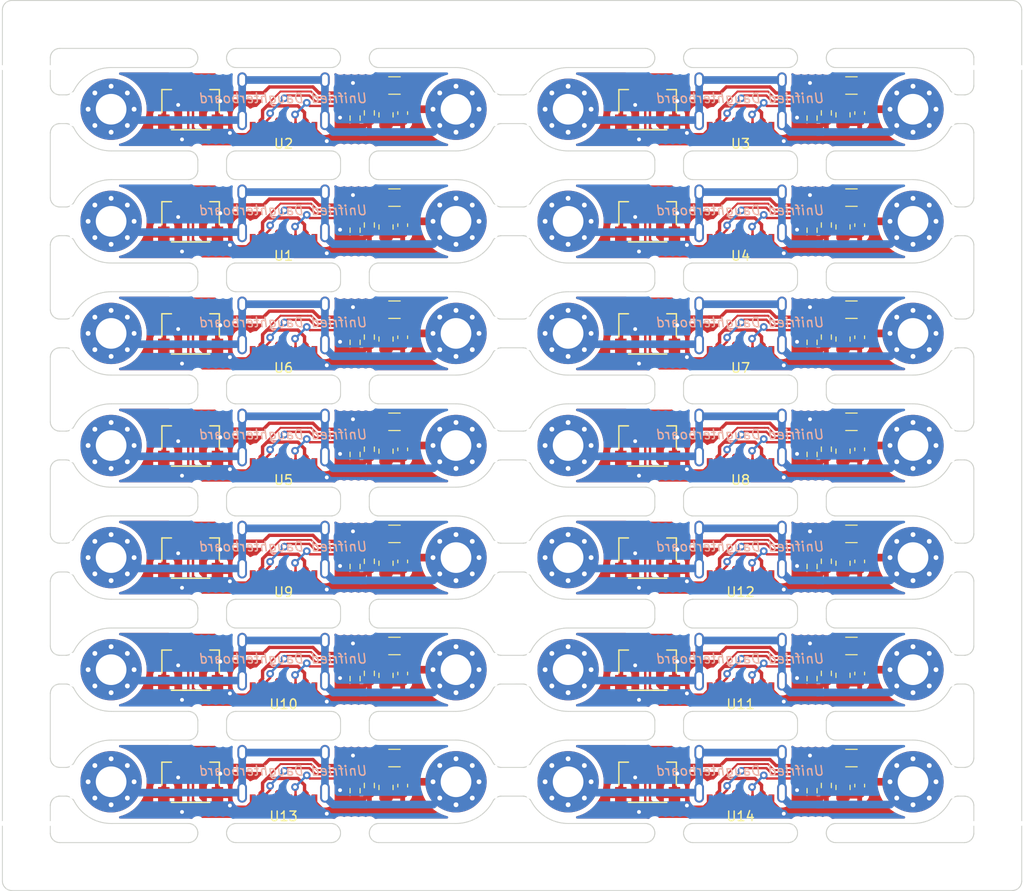
<source format=kicad_pcb>
(kicad_pcb (version 20211014) (generator pcbnew)
  (layers (0 "F.Cu" signal) (31 "B.Cu" signal) (34 "B.Paste" user) (35 "F.Paste" user) (36 "B.SilkS" user "B.Silkscreen") (37 "F.SilkS" user "F.Silkscreen") (38 "B.Mask" user) (39 "F.Mask" user) (44 "Edge.Cuts" user))
  (net 0 "")
  (net 1 "Board_0-+5V")
  (net 2 "Board_0-D+")
  (net 3 "Board_0-D-")
  (net 4 "Board_0-GND")
  (net 5 "Board_0-Net-(J1-Pad10)")
  (net 6 "Board_0-Net-(J1-Pad4)")
  (net 7 "Board_0-SHIELD")
  (net 8 "Board_0-VCC")
  (net 9 "Board_1-+5V")
  (net 10 "Board_1-D+")
  (net 11 "Board_1-D-")
  (net 12 "Board_1-GND")
  (net 13 "Board_1-Net-(J1-Pad10)")
  (net 14 "Board_1-Net-(J1-Pad4)")
  (net 15 "Board_1-SHIELD")
  (net 16 "Board_1-VCC")
  (net 17 "Board_2-+5V")
  (net 18 "Board_2-D+")
  (net 19 "Board_2-D-")
  (net 20 "Board_2-GND")
  (net 21 "Board_2-Net-(J1-Pad10)")
  (net 22 "Board_2-Net-(J1-Pad4)")
  (net 23 "Board_2-SHIELD")
  (net 24 "Board_2-VCC")
  (net 25 "Board_3-+5V")
  (net 26 "Board_3-D+")
  (net 27 "Board_3-D-")
  (net 28 "Board_3-GND")
  (net 29 "Board_3-Net-(J1-Pad10)")
  (net 30 "Board_3-Net-(J1-Pad4)")
  (net 31 "Board_3-SHIELD")
  (net 32 "Board_3-VCC")
  (net 33 "Board_4-+5V")
  (net 34 "Board_4-D+")
  (net 35 "Board_4-D-")
  (net 36 "Board_4-GND")
  (net 37 "Board_4-Net-(J1-Pad10)")
  (net 38 "Board_4-Net-(J1-Pad4)")
  (net 39 "Board_4-SHIELD")
  (net 40 "Board_4-VCC")
  (net 41 "Board_5-+5V")
  (net 42 "Board_5-D+")
  (net 43 "Board_5-D-")
  (net 44 "Board_5-GND")
  (net 45 "Board_5-Net-(J1-Pad10)")
  (net 46 "Board_5-Net-(J1-Pad4)")
  (net 47 "Board_5-SHIELD")
  (net 48 "Board_5-VCC")
  (net 49 "Board_6-+5V")
  (net 50 "Board_6-D+")
  (net 51 "Board_6-D-")
  (net 52 "Board_6-GND")
  (net 53 "Board_6-Net-(J1-Pad10)")
  (net 54 "Board_6-Net-(J1-Pad4)")
  (net 55 "Board_6-SHIELD")
  (net 56 "Board_6-VCC")
  (net 57 "Board_7-+5V")
  (net 58 "Board_7-D+")
  (net 59 "Board_7-D-")
  (net 60 "Board_7-GND")
  (net 61 "Board_7-Net-(J1-Pad10)")
  (net 62 "Board_7-Net-(J1-Pad4)")
  (net 63 "Board_7-SHIELD")
  (net 64 "Board_7-VCC")
  (net 65 "Board_8-+5V")
  (net 66 "Board_8-D+")
  (net 67 "Board_8-D-")
  (net 68 "Board_8-GND")
  (net 69 "Board_8-Net-(J1-Pad10)")
  (net 70 "Board_8-Net-(J1-Pad4)")
  (net 71 "Board_8-SHIELD")
  (net 72 "Board_8-VCC")
  (net 73 "Board_9-+5V")
  (net 74 "Board_9-D+")
  (net 75 "Board_9-D-")
  (net 76 "Board_9-GND")
  (net 77 "Board_9-Net-(J1-Pad10)")
  (net 78 "Board_9-Net-(J1-Pad4)")
  (net 79 "Board_9-SHIELD")
  (net 80 "Board_9-VCC")
  (net 81 "Board_10-+5V")
  (net 82 "Board_10-D+")
  (net 83 "Board_10-D-")
  (net 84 "Board_10-GND")
  (net 85 "Board_10-Net-(J1-Pad10)")
  (net 86 "Board_10-Net-(J1-Pad4)")
  (net 87 "Board_10-SHIELD")
  (net 88 "Board_10-VCC")
  (net 89 "Board_11-+5V")
  (net 90 "Board_11-D+")
  (net 91 "Board_11-D-")
  (net 92 "Board_11-GND")
  (net 93 "Board_11-Net-(J1-Pad10)")
  (net 94 "Board_11-Net-(J1-Pad4)")
  (net 95 "Board_11-SHIELD")
  (net 96 "Board_11-VCC")
  (net 97 "Board_12-+5V")
  (net 98 "Board_12-D+")
  (net 99 "Board_12-D-")
  (net 100 "Board_12-GND")
  (net 101 "Board_12-Net-(J1-Pad10)")
  (net 102 "Board_12-Net-(J1-Pad4)")
  (net 103 "Board_12-SHIELD")
  (net 104 "Board_12-VCC")
  (net 105 "Board_13-+5V")
  (net 106 "Board_13-D+")
  (net 107 "Board_13-D-")
  (net 108 "Board_13-GND")
  (net 109 "Board_13-Net-(J1-Pad10)")
  (net 110 "Board_13-Net-(J1-Pad4)")
  (net 111 "Board_13-SHIELD")
  (net 112 "Board_13-VCC")
  (footprint "random-keyboard-parts:JST-SR-4" (layer "F.Cu") (at 88.000002 99.150011)
    (fp_text reference "J12" hide)
    (fp_text value "Conn_01x04")
  )
  (footprint "NPTH" (layer "F.Cu") (at 75.352354 96.800005)
    (fp_text reference "REF**" hide)
    (fp_text value "NPTH" hide)
  )
  (footprint "NPTH" (layer "F.Cu") (at 27.718442 49.238014)
    (fp_text reference "REF**" hide)
    (fp_text value "NPTH" hide)
  )
  (footprint "NPTH" (layer "F.Cu") (at 124.904363 45.650999)
    (fp_text reference "REF**" hide)
    (fp_text value "NPTH" hide)
  )
  (footprint "NPTH" (layer "F.Cu") (at 44.050783 54.348999)
    (fp_text reference "REF**" hide)
    (fp_text value "NPTH" hide)
  )
  (footprint "NPTH" (layer "F.Cu") (at 105.149217 80.751005)
    (fp_text reference "REF**" hide)
    (fp_text value "NPTH" hide)
  )
  (footprint "NPTH" (layer "F.Cu") (at 44.050783 89.449005)
    (fp_text reference "REF**" hide)
    (fp_text value "NPTH" hide)
  )
  (footprint "NPTH" (layer "F.Cu") (at 72.347646 61.7)
    (fp_text reference "REF**" hide)
    (fp_text value "NPTH" hide)
  )
  (footprint "NPTH" (layer "F.Cu") (at 91.000786 69.051001)
    (fp_text reference "REF**" hide)
    (fp_text value "NPTH" hide)
  )
  (footprint "NPTH" (layer "F.Cu") (at 72.080712 83.600004)
    (fp_text reference "REF**" hide)
    (fp_text value "NPTH" hide)
  )
  (footprint "NPTH" (layer "F.Cu") (at 72.080713 51.499999)
    (fp_text reference "REF**" hide)
    (fp_text value "NPTH" hide)
  )
  (footprint "NPTH" (layer "F.Cu") (at 72.08071 118.700008)
    (fp_text reference "REF**" hide)
    (fp_text value "NPTH" hide)
  )
  (footprint "NPTH" (layer "F.Cu") (at 41.800783 112.84901)
    (fp_text reference "REF**" hide)
    (fp_text value "NPTH" hide)
  )
  (footprint "Resistor_SMD:R_0805_2012Metric" (layer "F.Cu") (at 60.694999 85.690008 90)
    (fp_text reference "R13" hide)
    (fp_text value "1M")
  )
  (footprint "random-keyboard-parts:JST-SR-4" (layer "F.Cu") (at 88.000002 64.050002)
    (fp_text reference "J8" hide)
    (fp_text value "Conn_01x04")
  )
  (footprint "NPTH" (layer "F.Cu") (at 91.000786 115.851005)
    (fp_text reference "REF**" hide)
    (fp_text value "NPTH" hide)
  )
  (footprint "NPTH" (layer "F.Cu") (at 105.149217 66.049)
    (fp_text reference "REF**" hide)
    (fp_text value "NPTH" hide)
  )
  (footprint "NPTH" (layer "F.Cu") (at 57.449214 77.749001)
    (fp_text reference "REF**" hide)
    (fp_text value "NPTH" hide)
  )
  (footprint "NPTH" (layer "F.Cu") (at 41.050783 80.751002)
    (fp_text reference "REF**" hide)
    (fp_text value "NPTH" hide)
  )
  (footprint "NPTH" (layer "F.Cu") (at 90.250786 77.749003)
    (fp_text reference "REF**" hide)
    (fp_text value "NPTH" hide)
  )
  (footprint "NPTH" (layer "F.Cu") (at 72.080716 110.000007)
    (fp_text reference "REF**" hide)
    (fp_text value "NPTH" hide)
  )
  (footprint "NPTH" (layer "F.Cu") (at 72.080714 63.200001)
    (fp_text reference "REF**" hide)
    (fp_text value "NPTH" hide)
  )
  (footprint "NPTH" (layer "F.Cu") (at 91.750786 101.149007)
    (fp_text reference "REF**" hide)
    (fp_text value "NPTH" hide)
  )
  (footprint "MountingHole:MountingHole_3.2mm_M3_Pad_Via" (layer "F.Cu") (at 67.999999 85.100008)
    (fp_text reference "MH13" hide)
    (fp_text value "Mount-M2")
  )
  (footprint "NPTH" (layer "F.Cu") (at 104.399217 77.749001)
    (fp_text reference "REF**" hide)
    (fp_text value "NPTH" hide)
  )
  (footprint "NPTH" (layer "F.Cu") (at 119.780717 63.200001)
    (fp_text reference "REF**" hide)
    (fp_text value "NPTH" hide)
  )
  (footprint "NPTH" (layer "F.Cu") (at 55.949214 80.751005)
    (fp_text reference "REF**" hide)
    (fp_text value "NPTH" hide)
  )
  (footprint "NPTH" (layer "F.Cu") (at 43.300783 92.451003)
    (fp_text reference "REF**" hide)
    (fp_text value "NPTH" hide)
  )
  (footprint "MountingHole:MountingHole_3.2mm_M3_Pad_Via" (layer "F.Cu") (at 79.700002 120.200017)
    (fp_text reference "MH26" hide)
    (fp_text value "Mount-M2")
  )
  (footprint "NPTH" (layer "F.Cu") (at 122.761077 124.549018)
    (fp_text reference "REF**" hide)
    (fp_text value "NPTH" hide)
  )
  (footprint "NPTH" (layer "F.Cu") (at 41.050783 57.351)
    (fp_text reference "REF**" hide)
    (fp_text value "NPTH" hide)
  )
  (footprint "NPTH" (layer "F.Cu") (at 58.199214 92.451008)
    (fp_text reference "REF**" hide)
    (fp_text value "NPTH" hide)
  )
  (footprint "NPTH" (layer "F.Cu") (at 120.047649 61.7)
    (fp_text reference "REF**" hide)
    (fp_text value "NPTH" hide)
  )
  (footprint "NPTH" (layer "F.Cu") (at 119.981559 85.861988)
    (fp_text reference "REF**" hide)
    (fp_text value "NPTH" hide)
  )
  (footprint "NPTH" (layer "F.Cu") (at 103.649217 77.749001)
    (fp_text reference "REF**" hide)
    (fp_text value "NPTH" hide)
  )
  (footprint "Resistor_SMD:R_0603_1608Metric" (layer "F.Cu") (at 105.165002 74.330005 -90)
    (fp_text reference "R21" hide)
    (fp_text value "5.1k")
  )
  (footprint "Capacitor_SMD:C_0603_1608Metric" (layer "F.Cu") (at 62.434999 120.600017 90)
    (fp_text reference "C13" hide)
    (fp_text value "4.7n")
  )
  (footprint "NPTH" (layer "F.Cu") (at 119.981559 97.561989)
    (fp_text reference "REF**" hide)
    (fp_text value "NPTH" hide)
  )
  (footprint "NPTH" (layer "F.Cu") (at 106.649217 80.751005)
    (fp_text reference "REF**" hide)
    (fp_text value "NPTH" hide)
  )
  (footprint "NPTH" (layer "F.Cu") (at 106.649217 124.549004)
    (fp_text reference "REF**" hide)
    (fp_text value "NPTH" hide)
  )
  (footprint "NPTH" (layer "F.Cu") (at 27.652351 61.7)
    (fp_text reference "REF**" hide)
    (fp_text value "NPTH" hide)
  )
  (footprint "NPTH" (layer "F.Cu") (at 42.550783 45.650999)
    (fp_text reference "REF**" hide)
    (fp_text value "NPTH" hide)
  )
  (footprint "NPTH" (layer "F.Cu") (at 105.149217 89.449002)
    (fp_text reference "REF**" hide)
    (fp_text value "NPTH" hide)
  )
  (footprint "NPTH" (layer "F.Cu") (at 88.750786 92.451002)
    (fp_text reference "REF**" hide)
    (fp_text value "NPTH" hide)
  )
  (footprint "NPTH" (layer "F.Cu") (at 89.500786 92.451002)
    (fp_text reference "REF**" hide)
    (fp_text value "NPTH" hide)
  )
  (footprint "NPTH" (layer "F.Cu") (at 55.949214 124.549005)
    (fp_text reference "REF**" hide)
    (fp_text value "NPTH" hide)
  )
  (footprint "NPTH" (layer "F.Cu") (at 56.699214 57.351001)
    (fp_text reference "REF**" hide)
    (fp_text value "NPTH" hide)
  )
  (footprint "random-keyboard-parts:JST-SR-4" (layer "F.Cu") (at 40.299999 110.850014)
    (fp_text reference "J9" hide)
    (fp_text value "Conn_01x04")
  )
  (footprint "NPTH" (layer "F.Cu") (at 75.619285 86.600004)
    (fp_text reference "REF**" hide)
    (fp_text value "NPTH" hide)
  )
  (footprint "NPTH" (layer "F.Cu") (at 72.080711 95.300005)
    (fp_text reference "REF**" hide)
    (fp_text value "NPTH" hide)
  )
  (footprint "NPTH" (layer "F.Cu") (at 88.750786 45.650999)
    (fp_text reference "REF**" hide)
    (fp_text value "NPTH" hide)
  )
  (footprint "NPTH" (layer "F.Cu") (at 57.449214 57.351001)
    (fp_text reference "REF**" hide)
    (fp_text value "NPTH" hide)
  )
  (footprint "NPTH" (layer "F.Cu") (at 22.795636 45.650999)
    (fp_text reference "REF**" hide)
    (fp_text value "NPTH" hide)
  )
  (footprint "NPTH" (layer "F.Cu") (at 27.919283 63.200001)
    (fp_text reference "REF**" hide)
    (fp_text value "NPTH" hide)
  )
  (footprint "NPTH" (layer "F.Cu") (at 89.500786 69.051001)
    (fp_text reference "REF**" hide)
    (fp_text value "NPTH" hide)
  )
  (footprint "NPTH" (layer "F.Cu") (at 27.718443 96.03802)
    (fp_text reference "REF**" hide)
    (fp_text value "NPTH" hide)
  )
  (footprint "NPTH" (layer "F.Cu") (at 43.300783 89.449005)
    (fp_text reference "REF**" hide)
    (fp_text value "NPTH" hide)
  )
  (footprint "NPTH" (layer "F.Cu") (at 58.949214 89.449002)
    (fp_text reference "REF**" hide)
    (fp_text value "NPTH" hide)
  )
  (footprint "Resistor_SMD:R_0603_1608Metric" (layer "F.Cu") (at 57.464999 62.630002 -90)
    (fp_text reference "R3" hide)
    (fp_text value "5.1k")
  )
  (footprint "Resistor_SMD:R_0805_2012Metric" (layer "F.Cu") (at 108.395002 50.589999 90)
    (fp_text reference "R9" hide)
    (fp_text value "1M")
  )
  (footprint "Type-C:HRO-TYPE-C-31-M-12" (layer "F.Cu") (at 97.700002 114.550017 180)
    (fp_text reference "U14")
    (fp_text value "HRO-TYPE-C-31-M-12")
  )
  (footprint "Fuse:Fuse_1206_3216Metric" (layer "F.Cu") (at 61.574999 70.925005)
    (fp_text reference "F5" hide)
    (fp_text value "500mA")
  )
  (footprint "NPTH" (layer "F.Cu") (at 75.619285 98.300005)
    (fp_text reference "REF**" hide)
    (fp_text value "NPTH" hide)
  )
  (footprint "NPTH" (layer "F.Cu") (at 91.000786 104.151004)
    (fp_text reference "REF**" hide)
    (fp_text value "NPTH" hide)
  )
  (footprint "NPTH" (layer "F.Cu") (at 103.649217 89.449002)
    (fp_text reference "REF**" hide)
    (fp_text value "NPTH" hide)
  )
  (footprint "Capacitor_SMD:C_0603_1608Metric" (layer "F.Cu") (at 62.434999 85.500008 90)
    (fp_text reference "C5" hide)
    (fp_text value "4.7n")
  )
  (footprint "Resistor_SMD:R_0603_1608Metric" (layer "F.Cu") (at 57.464999 74.330005 -90)
    (fp_text reference "R17" hide)
    (fp_text value "5.1k")
  )
  (footprint "Resistor_SMD:R_0805_2012Metric" (layer "F.Cu") (at 108.395002 62.290002 90)
    (fp_text reference "R12" hide)
    (fp_text value "1M")
  )
  (footprint "NPTH" (layer "F.Cu") (at 75.418447 107.738022)
    (fp_text reference "REF**" hide)
    (fp_text value "NPTH" hide)
  )
  (footprint "NPTH" (layer "F.Cu") (at 41.800783 66.049001)
    (fp_text reference "REF**" hide)
    (fp_text value "NPTH" hide)
  )
  (footprint "NPTH" (layer "F.Cu") (at 55.949214 57.351001)
    (fp_text reference "REF**" hide)
    (fp_text value "NPTH" hide)
  )
  (footprint "NPTH" (layer "F.Cu") (at 90.250786 115.851004)
    (fp_text reference "REF**" hide)
    (fp_text value "NPTH" hide)
  )
  (footprint "NPTH" (layer "F.Cu") (at 44.050783 80.751002)
    (fp_text reference "REF**" hide)
    (fp_text value "NPTH" hide)
  )
  (footprint "NPTH" (layer "F.Cu") (at 41.050783 101.149008)
    (fp_text reference "REF**" hide)
    (fp_text value "NPTH" hide)
  )
  (footprint "Resistor_SMD:R_0603_1608Metric" (layer "F.Cu") (at 58.954999 97.185011 -90)
    (fp_text reference "R30" hide)
    (fp_text value "5.1k")
  )
  (footprint "NPTH" (layer "F.Cu") (at 27.718442 60.938016)
    (fp_text reference "REF**" hide)
    (fp_text value "NPTH" hide)
  )
  (footprint "NPTH" (layer "F.Cu") (at 126.33322 124.549018)
    (fp_text reference "REF**" hide)
    (fp_text value "NPTH" hide)
  )
  (footprint "Resistor_SMD:R_0603_1608Metric" (layer "F.Cu") (at 106.655002 108.885014 -90)
    (fp_text reference "R32" hide)
    (fp_text value "5.1k")
  )
  (footprint "NPTH" (layer "F.Cu") (at 104.399217 66.049)
    (fp_text reference "REF**" hide)
    (fp_text value "NPTH" hide)
  )
  (footprint "NPTH" (layer "F.Cu") (at 27.718442 62.461985)
    (fp_text reference "REF**" hide)
    (fp_text value "NPTH" hide)
  )
  (footprint "NPTH" (layer "F.Cu") (at 44.050783 101.149007)
    (fp_text reference "REF**" hide)
    (fp_text value "NPTH" hide)
  )
  (footprint "NPTH" (layer "F.Cu") (at 90.250786 89.449005)
    (fp_text reference "REF**" hide)
    (fp_text value "NPTH" hide)
  )
  (footprint "NPTH" (layer "F.Cu") (at 75.352354 85.100003)
    (fp_text reference "REF**" hide)
    (fp_text value "NPTH" hide)
  )
  (footprint "NPTH" (layer "F.Cu") (at 119.981556 119.438023)
    (fp_text reference "REF**" hide)
    (fp_text value "NPTH" hide)
  )
  (footprint "NPTH" (layer "F.Cu") (at 119.780714 107.000007)
    (fp_text reference "REF**" hide)
    (fp_text value "NPTH" hide)
  )
  (footprint "NPTH" (layer "F.Cu") (at 41.050783 54.348999)
    (fp_text reference "REF**" hide)
    (fp_text value "NPTH" hide)
  )
  (footprint "NPTH" (layer "F.Cu") (at 90.250786 101.149007)
    (fp_text reference "REF**" hide)
    (fp_text value "NPTH" hide)
  )
  (footprint "NPTH" (layer "F.Cu") (at 72.080713 71.900002)
    (fp_text reference "REF**" hide)
    (fp_text value "NPTH" hide)
  )
  (footprint "NPTH" (layer "F.Cu") (at 90.250786 69.051001)
    (fp_text reference "REF**" hide)
    (fp_text value "NPTH" hide)
  )
  (footprint "NPTH" (layer "F.Cu") (at 127.047649 45.650999)
    (fp_text reference "REF**" hide)
    (fp_text value "NPTH" hide)
  )
  (footprint "NPTH" (layer "F.Cu") (at 105.149217 115.851012)
    (fp_text reference "REF**" hide)
    (fp_text value "NPTH" hide)
  )
  (footprint "NPTH" (layer "F.Cu") (at 43.300783 69.051001)
    (fp_text reference "REF**" hide)
    (fp_text value "NPTH" hide)
  )
  (footprint "NPTH" (layer "F.Cu") (at 72.281557 120.961992)
    (fp_text reference "REF**" hide)
    (fp_text value "NPTH" hide)
  )
  (footprint "NPTH" (layer "F.Cu") (at 27.718441 97.561989)
    (fp_text reference "REF**" hide)
    (fp_text value "NPTH" hide)
  )
  (footprint "NPTH" (layer "F.Cu") (at 25.653351 124.549018)
    (fp_text reference "REF**" hide)
    (fp_text value "NPTH" hide)
  )
  (footprint "NPTH" (layer "F.Cu") (at 44.050783 57.351)
    (fp_text reference "REF**" hide)
    (fp_text value "NPTH" hide)
  )
  (footprint "NPTH" (layer "F.Cu") (at 75.418445 74.161987)
    (fp_text reference "REF**" hide)
    (fp_text value "NPTH" hide)
  )
  (footprint "NPTH" (layer "F.Cu") (at 23.510065 45.650999)
    (fp_text reference "REF**" hide)
    (fp_text value "NPTH" hide)
  )
  (footprint "Resistor_SMD:R_0805_2012Metric" (layer "F.Cu") (at 108.395002 73.990005 90)
    (fp_text reference "R23" hide)
    (fp_text value "1M")
  )
  (footprint "NPTH" (layer "F.Cu") (at 119.780719 110.000007)
    (fp_text reference "REF**" hide)
    (fp_text value "NPTH" hide)
  )
  (footprint "NPTH" (layer "F.Cu") (at 75.418443 120.961992)
    (fp_text reference "REF**" hide)
    (fp_text value "NPTH" hide)
  )
  (footprint "NPTH" (layer "F.Cu") (at 105.149217 104.151009)
    (fp_text reference "REF**" hide)
    (fp_text value "NPTH" hide)
  )
  (footprint "Fuse:Fuse_1206_3216Metric" (layer "F.Cu") (at 109.275002 106.025014)
    (fp_text reference "F12" hide)
    (fp_text value "500mA")
  )
  (footprint "Fuse:Fuse_1206_3216Metric" (layer "F.Cu") (at 61.574999 59.225002)
    (fp_text reference "F1" hide)
    (fp_text value "500mA")
  )
  (footprint "NPTH" (layer "F.Cu") (at 27.652351 73.400002)
    (fp_text reference "REF**" hide)
    (fp_text value "NPTH" hide)
  )
  (footprint "Resistor_SMD:R_0603_1608Metric" (layer "F.Cu") (at 58.954999 108.885014 -90)
    (fp_text reference "R28" hide)
    (fp_text value "5.1k")
  )
  (footprint "NPTH" (layer "F.Cu") (at 72.281556 109.261991)
    (fp_text reference "REF**" hide)
    (fp_text value "NPTH" hide)
  )
  (footprint "NPTH" (layer "F.Cu") (at 89.500786 45.650999)
    (fp_text reference "REF**" hide)
    (fp_text value "NPTH" hide)
  )
  (footprint "Fuse:Fuse_1206_3216Metric" (layer "F.Cu") (at 109.275002 94.325011)
    (fp_text reference "F11" hide)
    (fp_text value "500mA")
  )
  (footprint "NPTH" (layer "F.Cu") (at 24.224493 124.549018)
    (fp_text reference "REF**" hide)
    (fp_text value "NPTH" hide)
  )
  (footprint "NPTH" (layer "F.Cu") (at 75.352354 61.7)
    (fp_text reference "REF**" hide)
    (fp_text value "NPTH" hide)
  )
  (footprint "NPTH" (layer "F.Cu") (at 105.149217 124.549004)
    (fp_text reference "REF**" hide)
    (fp_text value "NPTH" hide)
  )
  (footprint "NPTH" (layer "F.Cu") (at 119.981558 62.461985)
    (fp_text reference "REF**" hide)
    (fp_text value "NPTH" hide)
  )
  (footprint "NPTH" (layer "F.Cu") (at 104.399217 69.051003)
    (fp_text reference "REF**" hide)
    (fp_text value "NPTH" hide)
  )
  (footprint "NPTH" (layer "F.Cu") (at 75.619287 51.499999)
    (fp_text reference "REF**" hide)
    (fp_text value "NPTH" hide)
  )
  (footprint "Capacitor_SMD:C_0603_1608Metric" (layer "F.Cu") (at 62.434999 73.800005 90)
    (fp_text reference "C6" hide)
    (fp_text value "4.7n")
  )
  (footprint "NPTH" (layer "F.Cu") (at 57.449214 45.650999)
    (fp_text reference "REF**" hide)
    (fp_text value "NPTH" hide)
  )
  (footprint "NPTH" (layer "F.Cu") (at 122.046649 45.650999)
    (fp_text reference "REF**" hide)
    (fp_text value "NPTH" hide)
  )
  (footprint "MountingHole:MountingHole_3.2mm_M3_Pad_Via" (layer "F.Cu") (at 67.999999 108.500014)
    (fp_text reference "MH19" hide)
    (fp_text value "Mount-M2")
  )
  (footprint "NPTH" (layer "F.Cu") (at 91.750786 92.451003)
    (fp_text reference "REF**" hide)
    (fp_text value "NPTH" hide)
  )
  (footprint "NPTH" (layer "F.Cu") (at 27.919281 110.000007)
    (fp_text reference "REF**" hide)
    (fp_text value "NPTH" hide)
  )
  (footprint "MountingHole:MountingHole_3.2mm_M3_Pad_Via" (layer "F.Cu") (at 31.999999 85.100008)
    (fp_text reference "MH10" hide)
    (fp_text value "Mount-M2")
  )
  (footprint "NPTH" (layer "F.Cu") (at 75.418447 119.438023)
    (fp_text reference "REF**" hide)
    (fp_text value "NPTH" hide)
  )
  (footprint "NPTH" (layer "F.Cu") (at 41.800783 104.151003)
    (fp_text reference "REF**" hide)
    (fp_text value "NPTH" hide)
  )
  (footprint "MountingHole:MountingHole_3.2mm_M3_Pad_Via" (layer "F.Cu") (at 67.999999 61.700002)
    (fp_text reference "MH3" hide)
    (fp_text value "Mount-M2")
  )
  (footprint "NPTH" (layer "F.Cu") (at 91.000786 45.650999)
    (fp_text reference "REF**" hide)
    (fp_text value "NPTH" hide)
  )
  (footprint "NPTH" (layer "F.Cu") (at 72.281555 60.938016)
    (fp_text reference "REF**" hide)
    (fp_text value "NPTH" hide)
  )
  (footprint "Resistor_SMD:R_0603_1608Metric" (layer "F.Cu") (at 105.165002 109.430014 -90)
    (fp_text reference "R31" hide)
    (fp_text value "5.1k")
  )
  (footprint "NPTH" (layer "F.Cu") (at 105.899217 77.749001)
    (fp_text reference "REF**" hide)
    (fp_text value "NPTH" hide)
  )
  (footprint "NPTH" (layer "F.Cu") (at 27.652351 108.500006)
    (fp_text reference "REF**" hide)
    (fp_text value "NPTH" hide)
  )
  (footprint "NPTH" (layer "F.Cu") (at 75.352354 108.500006)
    (fp_text reference "REF**" hide)
    (fp_text value "NPTH" hide)
  )
  (footprint "NPTH" (layer "F.Cu") (at 103.649217 45.650999)
    (fp_text reference "REF**" hide)
    (fp_text value "NPTH" hide)
  )
  (footprint "NPTH" (layer "F.Cu") (at 88.750786 101.149008)
    (fp_text reference "REF**" hide)
    (fp_text value "NPTH" hide)
  )
  (footprint "NPTH" (layer "F.Cu") (at 91.750786 89.449005)
    (fp_text reference "REF**" hide)
    (fp_text value "NPTH" hide)
  )
  (footprint "Resistor_SMD:R_0805_2012Metric" (layer "F.Cu") (at 60.694999 73.990005 90)
    (fp_text reference "R15" hide)
    (fp_text value "1M")
  )
  (footprint "Type-C:HRO-TYPE-C-31-M-12" (layer "F.Cu") (at 97.700002 56.050002 180)
    (fp_text reference "U4")
    (fp_text value "HRO-TYPE-C-31-M-12")
  )
  (footprint "NPTH" (layer "F.Cu") (at 106.649217 54.348999)
    (fp_text reference "REF**" hide)
    (fp_text value "NPTH" hide)
  )
  (footprint "NPTH" (layer "F.Cu") (at 105.149217 54.348999)
    (fp_text reference "REF**" hide)
    (fp_text value "NPTH" hide)
  )
  (footprint "NPTH" (layer "F.Cu") (at 91.000786 66.049001)
    (fp_text reference "REF**" hide)
    (fp_text value "NPTH" hide)
  )
  (footprint "NPTH" (layer "F.Cu") (at 41.800783 57.351)
    (fp_text reference "REF**" hide)
    (fp_text value "NPTH" hide)
  )
  (footprint "NPTH" (layer "F.Cu") (at 88.750786 57.351)
    (fp_text reference "REF**" hide)
    (fp_text value "NPTH" hide)
  )
  (footprint "Resistor_SMD:R_0805_2012Metric" (layer "F.Cu") (at 60.694999 62.290002 90)
    (fp_text reference "R4" hide)
    (fp_text value "1M")
  )
  (footprint "NPTH" (layer "F.Cu") (at 41.800783 89.449005)
    (fp_text reference "REF**" hide)
    (fp_text value "NPTH" hide)
  )
  (footprint "MountingHole:MountingHole_3.2mm_M3_Pad_Via" (layer "F.Cu") (at 31.999999 108.500014)
    (fp_text reference "MH18" hide)
    (fp_text value "Mount-M2")
  )
  (footprint "Type-C:HRO-TYPE-C-31-M-12" (layer "F.Cu") (at 97.700002 79.450008 180)
    (fp_text reference "U8")
    (fp_text value "HRO-TYPE-C-31-M-12")
  )
  (footprint "NPTH" (layer "F.Cu") (at 75.418445 60.938016)
    (fp_text reference "REF**" hide)
    (fp_text value "NPTH" hide)
  )
  (footprint "NPTH" (layer "F.Cu") (at 55.949214 45.650999)
    (fp_text reference "REF**" hide)
    (fp_text value "NPTH" hide)
  )
  (footprint "NPTH" (layer "F.Cu") (at 106.649217 101.149002)
    (fp_text reference "REF**" hide)
    (fp_text value "NPTH" hide)
  )
  (footprint "Type-C:HRO-TYPE-C-31-M-12" (layer "F.Cu") (at 49.999999 44.349999 180)
    (fp_text reference "U2")
    (fp_text value "HRO-TYPE-C-31-M-12")
  )
  (footprint "NPTH" (layer "F.Cu") (at 72.281554 96.03802)
    (fp_text reference "REF**" hide)
    (fp_text value "NPTH" hide)
  )
  (footprint "NPTH" (layer "F.Cu") (at 41.050783 89.449005)
    (fp_text reference "REF**" hide)
    (fp_text value "NPTH" hide)
  )
  (footprint "NPTH" (layer "F.Cu") (at 58.199214 80.751005)
    (fp_text reference "REF**" hide)
    (fp_text value "NPTH" hide)
  )
  (footprint "NPTH" (layer "F.Cu") (at 72.281553 119.438023)
    (fp_text reference "REF**" hide)
    (fp_text value "NPTH" hide)
  )
  (footprint "NPTH" (layer "F.Cu") (at 55.949214 66.049)
    (fp_text reference "REF**" hide)
    (fp_text value "NPTH" hide)
  )
  (footprint "NPTH" (layer "F.Cu") (at 106.649217 112.849003)
    (fp_text reference "REF**" hide)
    (fp_text value "NPTH" hide)
  )
  (footprint "NPTH" (layer "F.Cu") (at 57.449214 104.151009)
    (fp_text reference "REF**" hide)
    (fp_text value "NPTH" hide)
  )
  (footprint "NPTH" (layer "F.Cu") (at 106.649217 89.449002)
    (fp_text reference "REF**" hide)
    (fp_text value "NPTH" hide)
  )
  (footprint "MountingHole:MountingHole_3.2mm_M3_Pad_Via" (layer "F.Cu") (at 115.700002 120.200017)
    (fp_text reference "MH28" hide)
    (fp_text value "Mount-M2")
  )
  (footprint "Resistor_SMD:R_0603_1608Metric" (layer "F.Cu") (at 58.954999 62.085002 -90)
    (fp_text reference "R2" hide)
    (fp_text value "5.1k")
  )
  (footprint "MountingHole:MountingHole_3.2mm_M3_Pad_Via" (layer "F.Cu") (at 31.999999 120.200017)
    (fp_text reference "MH25" hide)
    (fp_text value "Mount-M2")
  )
  (footprint "Resistor_SMD:R_0805_2012Metric" (layer "F.Cu") (at 108.395002 97.390011 90)
    (fp_text reference "R36" hide)
    (fp_text value "1M")
  )
  (footprint "NPTH" (layer "F.Cu") (at 20.652351 124.549018)
    (fp_text reference "REF**" hide)
    (fp_text value "NPTH" hide)
  )
  (footprint "NPTH" (layer "F.Cu") (at 105.149217 112.849004)
    (fp_text reference "REF**" hide)
    (fp_text value "NPTH" hide)
  )
  (footprint "NPTH" (layer "F.Cu") (at 119.981556 107.738022)
    (fp_text reference "REF**" hide)
    (fp_text value "NPTH" hide)
  )
  (footprint "NPTH" (layer "F.Cu") (at 58.949214 124.549004)
    (fp_text reference "REF**" hide)
    (fp_text value "NPTH" hide)
  )
  (footprint "NPTH" (layer "F.Cu") (at 42.550783 80.751002)
    (fp_text reference "REF**" hide)
    (fp_text value "NPTH" hide)
  )
  (footprint "Fuse:Fuse_1206_3216Metric" (layer "F.Cu") (at 109.275002 117.725017)
    (fp_text reference "F14" hide)
    (fp_text value "500mA")
  )
  (footprint "Fuse:Fuse_1206_3216Metric" (layer "F.Cu") (at 109.275002 47.524999)
    (fp_text reference "F3" hide)
    (fp_text value "500mA")
  )
  (footprint "NPTH" (layer "F.Cu") (at 104.399217 101.149003)
    (fp_text reference "REF**" hide)
    (fp_text value "NPTH" hide)
  )
  (footprint "NPTH" (layer "F.Cu") (at 122.046649 124.549018)
    (fp_text reference "REF**" hide)
    (fp_text value "NPTH" hide)
  )
  (footprint "NPTH" (layer "F.Cu") (at 56.699214 89.449002)
    (fp_text reference "REF**" hide)
    (fp_text value "NPTH" hide)
  )
  (footprint "NPTH" (layer "F.Cu") (at 27.652351 96.800005)
    (fp_text reference "REF**" hide)
    (fp_text value "NPTH" hide)
  )
  (footprint "NPTH" (layer "F.Cu") (at 75.619289 107.000007)
    (fp_text reference "REF**" hide)
    (fp_text value "NPTH" hide)
  )
  (footprint "NPTH" (layer "F.Cu") (at 23.510065 124.549018)
    (fp_text reference "REF**" hide)
    (fp_text value "NPTH" hide)
  )
  (footprint "NPTH" (layer "F.Cu") (at 44.050783 104.151004)
    (fp_text reference "REF**" hide)
    (fp_text value "NPTH" hide)
  )
  (footprint "NPTH" (layer "F.Cu") (at 27.718442 74.161987)
    (fp_text reference "REF**" hide)
    (fp_text value "NPTH" hide)
  )
  (footprint "NPTH" (layer "F.Cu") (at 58.199214 45.650999)
    (fp_text reference "REF**" hide)
    (fp_text value "NPTH" hide)
  )
  (footprint "NPTH" (layer "F.Cu") (at 91.750786 104.151004)
    (fp_text reference "REF**" hide)
    (fp_text value "NPTH" hide)
  )
  (footprint "NPTH" (layer "F.Cu") (at 24.224493 45.650999)
    (fp_text reference "REF**" hide)
    (fp_text value "NPTH" hide)
  )
  (footprint "NPTH" (layer "F.Cu") (at 75.619287 60.200001)
    (fp_text reference "REF**" hide)
    (fp_text value "NPTH" hide)
  )
  (footprint "Resistor_SMD:R_0603_1608Metric" (layer "F.Cu") (at 106.655002 62.085002 -90)
    (fp_text reference "R7" hide)
    (fp_text value "5.1k")
  )
  (footprint "MountingHole:MountingHole_3.2mm_M3_Pad_Via" (layer "F.Cu") (at 79.700002 96.800011)
    (fp_text reference "MH22" hide)
    (fp_text value "Mount-M2")
  )
  (footprint "NPTH" (layer "F.Cu") (at 56.699214 54.348999)
    (fp_text reference "REF**" hide)
    (fp_text value "NPTH" hide)
  )
  (footprint "NPTH" (layer "F.Cu") (at 41.050783 45.650999)
    (fp_text reference "REF**" hide)
    (fp_text value "NPTH" hide)
  )
  (footprint "NPTH" (layer "F.Cu") (at 119.981557 84.338019)
    (fp_text reference "REF**" hide)
    (fp_text value "NPTH" hide)
  )
  (footprint "NPTH" (layer "F.Cu") (at 103.649217 115.851011)
    (fp_text reference "REF**" hide)
    (fp_text value "NPTH" hide)
  )
  (footprint "NPTH" (layer "F.Cu") (at 125.618791 124.549018)
    (fp_text reference "REF**" hide)
    (fp_text value "NPTH" hide)
  )
  (footprint "Resistor_SMD:R_0603_1608Metric" (layer "F.Cu") (at 105.165002 50.929999 -90)
    (fp_text reference "R8" hide)
    (fp_text value "5.1k")
  )
  (footprint "NPTH" (layer "F.Cu") (at 27.919284 51.499999)
    (fp_text reference "REF**" hide)
    (fp_text value "NPTH" hide)
  )
  (footprint "NPTH" (layer "F.Cu") (at 90.250786 54.348999)
    (fp_text reference "REF**" hide)
    (fp_text value "NPTH" hide)
  )
  (footprint "Type-C:HRO-TYPE-C-31-M-12" (layer "F.Cu") (at 49.999999 67.750005 180)
    (fp_text reference "U6")
    (fp_text value "HRO-TYPE-C-31-M-12")
  )
  (footprint "NPTH" (layer "F.Cu") (at 104.399217 104.151009)
    (fp_text reference "REF**" hide)
    (fp_text value "NPTH" hide)
  )
  (footprint "MountingHole:MountingHole_3.2mm_M3_Pad_Via" (layer "F.Cu") (at 79.700002 61.700002)
    (fp_text reference "MH6" hide)
    (fp_text value "Mount-M2")
  )
  (footprint "NPTH" (layer "F.Cu") (at 72.347646 120.200007)
    (fp_text reference "REF**" hide)
    (fp_text value "NPTH" hide)
  )
  (footprint "NPTH" (layer "F.Cu") (at 105.149217 57.351001)
    (fp_text reference "REF**" hide)
    (fp_text value "NPTH" hide)
  )
  (footprint "NPTH" (layer "F.Cu") (at 120.047649 96.800005)
    (fp_text reference "REF**" hide)
    (fp_text value "NPTH" hide)
  )
  (footprint "random-keyboard-parts:JST-SR-4" (layer "F.Cu") (at 40.299999 87.450008)
    (fp_text reference "J3" hide)
    (fp_text value "Conn_01x04")
  )
  (footprint "NPTH" (layer "F.Cu") (at 58.199214 69.051003)
    (fp_text reference "REF**" hide)
    (fp_text value "NPTH" hide)
  )
  (footprint "NPTH" (layer "F.Cu") (at 75.418446 84.338019)
    (fp_text reference "REF**" hide)
    (fp_text value "NPTH" hide)
  )
  (footprint "MountingHole:MountingHole_3.2mm_M3_Pad_Via" (layer "F.Cu") (at 67.999999 96.800011)
    (fp_text reference "MH21" hide)
    (fp_text value "Mount-M2")
  )
  (footprint "NPTH" (layer "F.Cu") (at 58.949214 57.351001)
    (fp_text reference "REF**" hide)
    (fp_text value "NPTH" hide)
  )
  (footprint "NPTH" (layer "F.Cu") (at 88.750786 80.751002)
    (fp_text reference "REF**" hide)
    (fp_text value "NPTH" hide)
  )
  (footprint "NPTH" (layer "F.Cu") (at 58.949214 69.051003)
    (fp_text reference "REF**" hide)
    (fp_text value "NPTH" hide)
  )
  (footprint "Resistor_SMD:R_0603_1608Metric" (layer "F.Cu") (at 58.954999 50.384999 -90)
    (fp_text reference "R5" hide)
    (fp_text value "5.1k")
  )
  (footprint "NPTH" (layer "F.Cu") (at 119.78072 121.700008)
    (fp_text reference "REF**" hide)
    (fp_text value "NPTH" hide)
  )
  (footprint "random-keyboard-parts:JST-SR-4" (layer "F.Cu") (at 88.000002 110.850014)
    (fp_text reference "J11" hide)
    (fp_text value "Conn_01x04")
  )
  (footprint "NPTH" (layer "F.Cu") (at 75.418445 49.238014)
    (fp_text reference "REF**" hide)
    (fp_text value "NPTH" hide)
  )
  (footprint "NPTH" (layer "F.Cu") (at 72.347646 73.400002)
    (fp_text reference "REF**" hide)
    (fp_text value "NPTH" hide)
  )
  (footprint "NPTH" (layer "F.Cu") (at 55.949214 104.151009)
    (fp_text reference "REF**" hide)
    (fp_text value "NPTH" hide)
  )
  (footprint "NPTH" (layer "F.Cu") (at 105.899217 112.849003)
    (fp_text reference "REF**" hide)
    (fp_text value "NPTH" hide)
  )
  (footprint "NPTH" (layer "F.Cu") (at 88.750786 66.049001)
    (fp_text reference "REF**" hide)
    (fp_text value "NPTH" hide)
  )
  (footprint "Resistor_SMD:R_0603_1608Metric" (layer "F.Cu") (at 105.165002 86.030008 -90)
    (fp_text reference "R24" hide)
    (fp_text value "5.1k")
  )
  (footprint "NPTH" (layer "F.Cu") (at 91.750786 115.851005)
    (fp_text reference "REF**" hide)
    (fp_text value "NPTH" hide)
  )
  (footprint "NPTH" (layer "F.Cu") (at 43.300783 57.351)
    (fp_text reference "REF**" hide)
    (fp_text value "NPTH" hide)
  )
  (footprint "NPTH" (layer "F.Cu") (at 42.550783 77.749003)
    (fp_text reference "REF**" hide)
    (fp_text value "NPTH" hide)
  )
  (footprint "NPTH" (layer "F.Cu") (at 27.919285 83.600004)
    (fp_text reference "REF**" hide)
    (fp_text value "NPTH" hide)
  )
  (footprint "MountingHole:MountingHole_3.2mm_M3_Pad_Via" (layer "F.Cu") (at 79.700002 108.500014)
    (fp_text reference "MH20" hide)
    (fp_text value "Mount-M2")
  )
  (footprint "MountingHole:MountingHole_3.2mm_M3_Pad_Via" (layer "F.Cu") (at 115.700002 73.400005)
    (fp_text reference "MH16" hide)
    (fp_text value "Mount-M2")
  )
  (footprint "NPTH" (layer "F.Cu") (at 44.050783 45.650999)
    (fp_text reference "REF**" hide)
    (fp_text value "NPTH" hide)
  )
  (footprint "Resistor_SMD:R_0603_1608Metric" (layer "F.Cu") (at 57.464999 86.030008 -90)
    (fp_text reference "R18" hide)
    (fp_text value "5.1k")
  )
  (footprint "NPTH" (layer "F.Cu") (at 123.475506 124.549018)
    (fp_text reference "REF**" hide)
    (fp_text value "NPTH" hide)
  )
  (footprint "NPTH" (layer "F.Cu") (at 55.949214 54.348999)
    (fp_text reference "REF**" hide)
    (fp_text value "NPTH" hide)
  )
  (footprint "NPTH" (layer "F.Cu") (at 91.000786 80.751002)
    (fp_text reference "REF**" hide)
    (fp_text value "NPTH" hide)
  )
  (footprint "NPTH" (layer "F.Cu") (at 41.800783 115.851004)
    (fp_text reference "REF**" hide)
    (fp_text value "NPTH" hide)
  )
  (footprint "NPTH" (layer "F.Cu") (at 91.750786 112.849009)
    (fp_text reference "REF**" hide)
    (fp_text value "NPTH" hide)
  )
  (footprint "NPTH" (layer "F.Cu") (at 41.050783 66.049001)
    (fp_text reference "REF**" hide)
    (fp_text value "NPTH" hide)
  )
  (footprint "NPTH" (layer "F.Cu") (at 58.199214 104.15101)
    (fp_text reference "REF**" hide)
    (fp_text value "NPTH" hide)
  )
  (footprint "NPTH" (layer "F.Cu") (at 104.399217 57.351001)
    (fp_text reference "REF**" hide)
    (fp_text value "NPTH" hide)
  )
  (footprint "NPTH" (layer "F.Cu") (at 89.500786 124.549012)
    (fp_text reference "REF**" hide)
    (fp_text value "NPTH" hide)
  )
  (footprint "NPTH" (layer "F.Cu") (at 56.699214 124.549005)
    (fp_text reference "REF**" hide)
    (fp_text value "NPTH" hide)
  )
  (footprint "NPTH" (layer "F.Cu") (at 75.418444 109.261991)
    (fp_text reference "REF**" hide)
    (fp_text value "NPTH" hide)
  )
  (footprint "NPTH" (layer "F.Cu") (at 105.899217 124.549004)
    (fp_text reference "REF**" hide)
    (fp_text value "NPTH" hide)
  )
  (footprint "NPTH" (layer "F.Cu") (at 42.550783 57.351)
    (fp_text reference "REF**" hide)
    (fp_text value "NPTH" hide)
  )
  (footprint "NPTH" (layer "F.Cu") (at 105.899217 115.851012)
    (fp_text reference "REF**" hide)
    (fp_text value "NPTH" hide)
  )
  (footprint "NPTH" (layer "F.Cu") (at 106.649217 45.650999)
    (fp_text reference "REF**" hide)
    (fp_text value "NPTH" hide)
  )
  (footprint "NPTH" (layer "F.Cu") (at 41.050783 77.749003)
    (fp_text reference "REF**" hide)
    (fp_text value "NPTH" hide)
  )
  (footprint "NPTH" (layer "F.Cu") (at 88.750786 54.348999)
    (fp_text reference "REF**" hide)
    (fp_text value "NPTH" hide)
  )
  (footprint "NPTH" (layer "F.Cu") (at 103.649217 66.049)
    (fp_text reference "REF**" hide)
    (fp_text value "NPTH" hide)
  )
  (footprint "NPTH" (layer "F.Cu") (at 103.649217 124.549005)
    (fp_text reference "REF**" hide)
    (fp_text value "NPTH" hide)
  )
  (footprint "NPTH" (layer "F.Cu") (at 75.619284 110.000007)
    (fp_text reference "REF**" hide)
    (fp_text value "NPTH" hide)
  )
  (footprint "NPTH" (layer "F.Cu") (at 42.550783 92.451003)
    (fp_text reference "REF**" hide)
    (fp_text value "NPTH" hide)
  )
  (footprint "NPTH" (layer "F.Cu") (at 103.649217 101.149003)
    (fp_text reference "REF**" hide)
    (fp_text value "NPTH" hide)
  )
  (footprint "random-keyboard-parts:JST-SR-4" (layer "F.Cu") (at 40.299999 75.750005)
    (fp_text reference "J5" hide)
    (fp_text value "Conn_01x04")
  )
  (footprint "NPTH" (layer "F.Cu") (at 104.399217 80.751005)
    (fp_text reference "REF**" hide)
    (fp_text value "NPTH" hide)
  )
  (footprint "NPTH" (layer "F.Cu") (at 58.199214 101.149002)
    (fp_text reference "REF**" hide)
    (fp_text value "NPTH" hide)
  )
  (footprint "NPTH" (layer "F.Cu") (at 43.300783 124.549011)
    (fp_text reference "REF**" hide)
    (fp_text value "NPTH" hide)
  )
  (footprint "NPTH" (layer "F.Cu") (at 72.281554 72.638017)
    (fp_text reference "REF**" hide)
    (fp_text value "NPTH" hide)
  )
  (footprint "NPTH" (layer "F.Cu") (at 127.047649 124.549018)
    (fp_text reference "REF**" hide)
    (fp_text value "NPTH" hide)
  )
  (footprint "NPTH" (layer "F.Cu") (at 57.449214 101.149003)
    (fp_text reference "REF**" hide)
    (fp_text value "NPTH" hide)
  )
  (footprint "NPTH" (layer "F.Cu") (at 72.281556 97.561989)
    (fp_text reference "REF**" hide)
    (fp_text value "NPTH" hide)
  )
  (footprint "NPTH" (layer "F.Cu") (at 55.949214 115.851011)
    (fp_text reference "REF**" hide)
    (fp_text value "NPTH" hide)
  )
  (footprint "NPTH" (layer "F.Cu") (at 88.750786 69.051001)
    (fp_text reference "REF**" hide)
    (fp_text value "NPTH" hide)
  )
  (footprint "NPTH" (layer "F.Cu") (at 75.619283 121.700008)
    (fp_text reference "REF**" hide)
    (fp_text value "NPTH" hide)
  )
  (footprint "Fuse:Fuse_1206_3216Metric" (layer "F.Cu") (at 61.574999 106.025014)
    (fp_text reference "F10" hide)
    (fp_text value "500mA")
  )
  (footprint "NPTH" (layer "F.Cu") (at 41.800783 92.451002)
    (fp_text reference "REF**" hide)
    (fp_text value "NPTH" hide)
  )
  (footprint "NPTH" (layer "F.Cu") (at 103.649217 112.849004)
    (fp_text reference "REF**" hide)
    (fp_text value "NPTH" hide)
  )
  (footprint "NPTH" (layer "F.Cu") (at 124.904363 124.549018)
    (fp_text reference "REF**" hide)
    (fp_text value "NPTH" hide)
  )
  (footprint "NPTH" (layer "F.Cu") (at 27.919284 60.200001)
    (fp_text reference "REF**" hide)
    (fp_text value "NPTH" hide)
  )
  (footprint "NPTH" (layer "F.Cu") (at 41.050783 112.84901)
    (fp_text reference "REF**" hide)
    (fp_text value "NPTH" hide)
  )
  (footprint "NPTH" (layer "F.Cu") (at 90.250786 45.650999)
    (fp_text reference "REF**" hide)
    (fp_text value "NPTH" hide)
  )
  (footprint "NPTH" (layer "F.Cu") (at 91.750786 77.749003)
    (fp_text reference "REF**" hide)
    (fp_text value "NPTH" hide)
  )
  (footprint "NPTH" (layer "F.Cu") (at 56.699214 77.749001)
    (fp_text reference "REF**" hide)
    (fp_text value "NPTH" hide)
  )
  (footprint "Resistor_SMD:R_0603_1608Metric" (layer "F.Cu") (at 57.464999 97.730011 -90)
    (fp_text reference "R27" hide)
    (fp_text value "5.1k")
  )
  (footprint "Type-C:HRO-TYPE-C-31-M-12" (layer "F.Cu") (at 97.700002 67.750005 180)
    (fp_text reference "U7")
    (fp_text value "HRO-TYPE-C-31-M-12")
  )
  (footprint "NPTH" (layer "F.Cu") (at 72.281555 74.161987)
    (fp_text reference "REF**" hide)
    (fp_text value "NPTH" hide)
  )
  (footprint "NPTH" (layer "F.Cu") (at 58.199214 89.449002)
    (fp_text reference "REF**" hide)
    (fp_text value "NPTH" hide)
  )
  (footprint "NPTH" (layer "F.Cu") (at 104.399217 89.449002)
    (fp_text reference "REF**" hide)
    (fp_text value "NPTH" hide)
  )
  (footprint "Capacitor_SMD:C_0603_1608Metric" (layer "F.Cu") (at 62.434999 97.200011 90)
    (fp_text reference "C9" hide)
    (fp_text value "4.7n")
  )
  (footprint "NPTH" (layer "F.Cu") (at 105.899217 45.650999)
    (fp_text reference "REF**" hide)
    (fp_text value "NPTH" hide)
  )
  (footprint "random-keyboard-parts:JST-SR-4" (layer "F.Cu") (at 40.299999 122.550017)
    (fp_text reference "J13" hide)
    (fp_text value "Conn_01x04")
  )
  (footprint "NPTH" (layer "F.Cu") (at 72.080715 86.600004)
    (fp_text reference "REF**" hide)
    (fp_text value "NPTH" hide)
  )
  (footprint "NPTH" (layer "F.Cu") (at 27.652351 85.100003)
    (fp_text reference "REF**" hide)
    (fp_text value "NPTH" hide)
  )
  (footprint "NPTH" (layer "F.Cu") (at 58.949214 115.851012)
    (fp_text reference "REF**" hide)
    (fp_text value "NPTH" hide)
  )
  (footprint "NPTH" (layer "F.Cu") (at 55.949214 101.149003)
    (fp_text reference "REF**" hide)
    (fp_text value "NPTH" hide)
  )
  (footprint "random-keyboard-parts:JST-SR-4" (layer "F.Cu") (at 88.000002 87.450008)
    (fp_text reference "J6" hide)
    (fp_text value "Conn_01x04")
  )
  (footprint "NPTH" (layer "F.Cu") (at 27.919282 98.300005)
    (fp_text reference "REF**" hide)
    (fp_text value "NPTH" hide)
  )
  (footprint "NPTH" (layer "F.Cu") (at 119.981559 109.261991)
    (fp_text reference "REF**" hide)
    (fp_text value "NPTH" hide)
  )
  (footprint "Resistor_SMD:R_0805_2012Metric" (layer "F.Cu") (at 108.395002 109.090014 90)
    (fp_text reference "R35" hide)
    (fp_text value "1M")
  )
  (footprint "MountingHole:MountingHole_3.2mm_M3_Pad_Via" (layer "F.Cu") (at 67.999999 73.400005)
    (fp_text reference "MH12" hide)
    (fp_text value "Mount-M2")
  )
  (footprint "NPTH" (layer "F.Cu") (at 75.418445 50.761984)
    (fp_text reference "REF**" hide)
    (fp_text value "NPTH" hide)
  )
  (footprint "NPTH" (layer "F.Cu") (at 56.699214 112.849004)
    (fp_text reference "REF**" hide)
    (fp_text value "NPTH" hide)
  )
  (footprint "NPTH" (layer "F.Cu") (at 41.800783 80.751002)
    (fp_text reference "REF**" hide)
    (fp_text value "NPTH" hide)
  )
  (footprint "NPTH" (layer "F.Cu") (at 119.98156 120.961992)
    (fp_text reference "REF**" hide)
    (fp_text value "NPTH" hide)
  )
  (footprint "MountingHole:MountingHole_3.2mm_M3_Pad_Via" (layer "F.Cu") (at 67.999999 49.999999)
    (fp_text reference "MH5" hide)
    (fp_text value "Mount-M2")
  )
  (footprint "NPTH" (layer "F.Cu") (at 72.347646 85.100003)
    (fp_text reference "REF**" hide)
    (fp_text value "NPTH" hide)
  )
  (footprint "NPTH" (layer "F.Cu") (at 89.500786 66.049001)
    (fp_text reference "REF**" hide)
    (fp_text value "NPTH" hide)
  )
  (footprint "NPTH" (layer "F.Cu") (at 55.949214 77.749001)
    (fp_text reference "REF**" hide)
    (fp_text value "NPTH" hide)
  )
  (footprint "NPTH" (layer "F.Cu") (at 72.347646 108.500006)
    (fp_text reference "REF**" hide)
    (fp_text value "NPTH" hide)
  )
  (footprint "NPTH" (layer "F.Cu") (at 75.352354 120.200007)
    (fp_text reference "REF**" hide)
    (fp_text value "NPTH" hide)
  )
  (footprint "NPTH" (layer "F.Cu") (at 103.649217 80.751005)
    (fp_text reference "REF**" hide)
    (fp_text value "NPTH" hide)
  )
  (footprint "NPTH" (layer "F.Cu") (at 91.000786 77.749003)
    (fp_text reference "REF**" hide)
    (fp_text value "NPTH" hide)
  )
  (footprint "NPTH" (layer "F.Cu") (at 90.250786 57.351)
    (fp_text reference "REF**" hide)
    (fp_text value "NPTH" hide)
  )
  (footprint "NPTH" (layer "F.Cu") (at 44.050783 124.549011)
    (fp_text reference "REF**" hide)
    (fp_text value "NPTH" hide)
  )
  (footprint "NPTH" (layer "F.Cu") (at 91.750786 57.351)
    (fp_text reference "REF**" hide)
    (fp_text value "NPTH" hide)
  )
  (footprint "NPTH" (layer "F.Cu") (at 58.949214 80.751005)
    (fp_text reference "REF**" hide)
    (fp_text value "NPTH" hide)
  )
  (footprint "NPTH" (layer "F.Cu") (at 72.080714 74.900002)
    (fp_text reference "REF**" hide)
    (fp_text value "NPTH" hide)
  )
  (footprint "NPTH" (layer "F.Cu") (at 43.300783 115.851005)
    (fp_text reference "REF**" hide)
    (fp_text value "NPTH" hide)
  )
  (footprint "NPTH" (layer "F.Cu") (at 27.91928 121.700008)
    (fp_text reference "REF**" hide)
    (fp_text value "NPTH" hide)
  )
  (footprint "NPTH" (layer "F.Cu") (at 57.449214 92.451007)
    (fp_text reference "REF**" hide)
    (fp_text value "NPTH" hide)
  )
  (footprint "NPTH" (layer "F.Cu") (at 43.300783 45.650999)
    (fp_text reference "REF**" hide)
    (fp_text value "NPTH" hide)
  )
  (footprint "NPTH" (layer "F.Cu") (at 105.899217 54.348999)
    (fp_text reference "REF**" hide)
    (fp_text value "NPTH" hide)
  )
  (footprint "NPTH" (layer "F.Cu") (at 89.500786 115.851004)
    (fp_text reference "REF**" hide)
    (fp_text value "NPTH" hide)
  )
  (footprint "NPTH" (layer "F.Cu") (at 75.619289 95.300005)
    (fp_text reference "REF**" hide)
    (fp_text value "NPTH" hide)
  )
  (footprint "NPTH" (layer "F.Cu") (at 120.047649 49.999999)
    (fp_text reference "REF**" hide)
    (fp_text value "NPTH" hide)
  )
  (footprint "NPTH" (layer "F.Cu") (at 91.750786 124.549011)
    (fp_text reference "REF**" hide)
    (fp_text value "NPTH" hide)
  )
  (footprint "NPTH" (layer "F.Cu") (at 56.699214 45.650999)
    (fp_text reference "REF**" hide)
    (fp_text value "NPTH" hide)
  )
  (footprint "NPTH" (layer "F.Cu") (at 106.649217 92.451008)
    (fp_text reference "REF**" hide)
    (fp_text value "NPTH" hide)
  )
  (footprint "MountingHole:MountingHole_3.2mm_M3_Pad_Via" (layer "F.Cu") (at 79.700002 85.100008)
    (fp_text reference "MH11" hide)
    (fp_text value "Mount-M2")
  )
  (footprint "NPTH" (layer "F.Cu") (at 105.899217 104.15101)
    (fp_text reference "REF**" hide)
    (fp_text value "NPTH" hide)
  )
  (footprint "NPTH" (layer "F.Cu") (at 57.449214 112.849004)
    (fp_text reference "REF**" hide)
    (fp_text value "NPTH" hide)
  )
  (footprint "NPTH" (layer "F.Cu") (at 58.199214 66.049)
    (fp_text reference "REF**" hide)
    (fp_text value "NPTH" hide)
  )
  (footprint "NPTH" (layer "F.Cu") (at 91.000786 57.351)
    (fp_text reference "REF**" hide)
    (fp_text value "NPTH" hide)
  )
  (footprint "NPTH" (layer "F.Cu") (at 41.800783 45.650999)
    (fp_text reference "REF**" hide)
    (fp_text value "NPTH" hide)
  )
  (footprint "NPTH" (layer "F.Cu") (at 55.949214 89.449002)
    (fp_text reference "REF**" hide)
    (fp_text value "NPTH" hide)
  )
  (footprint "NPTH" (layer "F.Cu") (at 119.780717 48.499999)
    (fp_text reference "REF**" hide)
    (fp_text value "NPTH" hide)
  )
  (footprint "MountingHole:MountingHole_3.2mm_M3_Pad_Via" (layer "F.Cu") (at 115.700002 61.700002)
    (fp_text reference "MH7" hide)
    (fp_text value "Mount-M2")
  )
  (footprint "NPTH" (layer "F.Cu") (at 75.418444 97.561989)
    (fp_text reference "REF**" hide)
    (fp_text value "NPTH" hide)
  )
  (footprint "NPTH" (layer "F.Cu") (at 41.800783 101.149008)
    (fp_text reference "REF**" hide)
    (fp_text value "NPTH" hide)
  )
  (footprint "Type-C:HRO-TYPE-C-31-M-12" (layer "F.Cu") (at 49.999999 91.150011 180)
    (fp_text reference "U9")
    (fp_text value "HRO-TYPE-C-31-M-12")
  )
  (footprint "NPTH" (layer "F.Cu") (at 42.550783 115.851004)
    (fp_text reference "REF**" hide)
    (fp_text value "NPTH" hide)
  )
  (footprint "MountingHole:MountingHole_3.2mm_M3_Pad_Via" (layer "F.Cu") (at 79.700002 49.999999)
    (fp_text reference "MH4" hide)
    (fp_text value "Mount-M2")
  )
  (footprint "NPTH" (layer "F.Cu") (at 72.347646 49.999999)
    (fp_text reference "REF**" hide)
    (fp_text value "NPTH" hide)
  )
  (footprint "NPTH" (layer "F.Cu") (at 42.550783 104.151004)
    (fp_text reference "REF**" hide)
    (fp_text value "NPTH" hide)
  )
  (footprint "NPTH" (layer "F.Cu") (at 75.352354 49.999999)
    (fp_text reference "REF**" hide)
    (fp_text value "NPTH" hide)
  )
  (footprint "NPTH" (layer "F.Cu") (at 43.300783 77.749003)
    (fp_text reference "REF**" hide)
    (fp_text value "NPTH" hide)
  )
  (footprint "MountingHole:MountingHole_3.2mm_M3_Pad_Via" (layer "F.Cu") (at 31.999999 96.800011)
    (fp_text reference "MH17" hide)
    (fp_text value "Mount-M2")
  )
  (footprint "NPTH" (layer "F.Cu") (at 43.300783 112.849009)
    (fp_text reference "REF**" hide)
    (fp_text value "NPTH" hide)
  )
  (footprint "NPTH" (layer "F.Cu") (at 27.919282 86.600004)
    (fp_text reference "REF**" hide)
    (fp_text value "NPTH" hide)
  )
  (footprint "MountingHole:MountingHole_3.2mm_M3_Pad_Via" (layer "F.Cu") (at 115.700002 49.999999)
    (fp_text reference "MH8" hide)
    (fp_text value "Mount-M2")
  )
  (footprint "Capacitor_SMD:C_0603_1608Metric" (layer "F.Cu") (at 110.135002 120.600017 90)
    (fp_text reference "C14" hide)
    (fp_text value "4.7n")
  )
  (footprint "NPTH" (layer "F.Cu") (at 57.449214 54.348999)
    (fp_text reference "REF**" hide)
    (fp_text value "NPTH" hide)
  )
  (footprint "NPTH" (layer "F.Cu") (at 43.300783 80.751002)
    (fp_text reference "REF**" hide)
    (fp_text value "NPTH" hide)
  )
  (footprint "NPTH" (layer "F.Cu") (at 89.500786 89.449005)
    (fp_text reference "REF**" hide)
    (fp_text value "NPTH" hide)
  )
  (footprint "NPTH" (layer "F.Cu") (at 57.449214 69.051003)
    (fp_text reference "REF**" hide)
    (fp_text value "NPTH" hide)
  )
  (footprint "NPTH" (layer "F.Cu") (at 55.949214 92.451007)
    (fp_text reference "REF**" hide)
    (fp_text value "NPTH" hide)
  )
  (footprint "NPTH" (layer "F.Cu") (at 24.938922 45.650999)
    (fp_text reference "REF**" hide)
    (fp_text value "NPTH" hide)
  )
  (footprint "NPTH" (layer "F.Cu") (at 58.199214 77.749001)
    (fp_text reference "REF**" hide)
    (fp_text value "NPTH" hide)
  )
  (footprint "NPTH" (layer "F.Cu") (at 91.750786 45.650999)
    (fp_text reference "REF**" hide)
    (fp_text value "NPTH" hide)
  )
  (footprint "NPTH" (layer "F.Cu") (at 27.919283 48.499999)
    (fp_text reference "REF**" hide)
    (fp_text value "NPTH" hide)
  )
  (footprint "NPTH" (layer "F.Cu") (at 88.750786 124.549012)
    (fp_text reference "REF**" hide)
    (fp_text value "NPTH" hide)
  )
  (footprint "NPTH" (layer "F.Cu") (at 106.649217 77.749001)
    (fp_text reference "REF**" hide)
    (fp_text value "NPTH" hide)
  )
  (footprint "NPTH" (layer "F.Cu") (at 42.550783 124.549012)
    (fp_text reference "REF**" hide)
    (fp_text value "NPTH" hide)
  )
  (footprint "Capacitor_SMD:C_0603_1608Metric" (layer "F.Cu") (at 110.135002 97.200011 90)
    (fp_text reference "C11" hide)
    (fp_text value "4.7n")
  )
  (footprint "Fuse:Fuse_1206_3216Metric" (layer "F.Cu") (at 109.275002 82.625008)
    (fp_text reference "F8" hide)
    (fp_text value "500mA")
  )
  (footprint "NPTH" (layer "F.Cu") (at 75.352354 73.400002)
    (fp_text reference "REF**" hide)
    (fp_text value "NPTH" hide)
  )
  (footprint "NPTH" (layer "F.Cu") (at 56.699214 115.851011)
    (fp_text reference "REF**" hide)
    (fp_text value "NPTH" hide)
  )
  (footprint "NPTH" (layer "F.Cu") (at 89.500786 101.149008)
    (fp_text reference "REF**" hide)
    (fp_text value "NPTH" hide)
  )
  (footprint "NPTH" (layer "F.Cu") (at 90.250786 92.451003)
    (fp_text reference "REF**" hide)
    (fp_text value "NPTH" hide)
  )
  (footprint "Capacitor_SMD:C_0603_1608Metric" (layer "F.Cu") (at 62.434999 62.100002 90)
    (fp_text reference "C2" hide)
    (fp_text value "4.7n")
  )
  (footprint "NPTH" (layer "F.Cu") (at 27.718441 109.261991)
    (fp_text reference "REF**" hide)
    (fp_text value "NPTH" hide)
  )
  (footprint "NPTH" (layer "F.Cu") (at 72.281555 49.238014)
    (fp_text reference "REF**" hide)
    (fp_text value "NPTH" hide)
  )
  (footprint "NPTH" (layer "F.Cu") (at 105.899217 57.351001)
    (fp_text reference "REF**" hide)
    (fp_text value "NPTH" hide)
  )
  (footprint "NPTH" (layer "F.Cu") (at 27.718443 72.638017)
    (fp_text reference "REF**" hide)
    (fp_text value "NPTH" hide)
  )
  (footprint "Type-C:HRO-TYPE-C-31-M-12" (layer "F.Cu") (at 49.999999 114.550017 180)
    (fp_text reference "U13")
    (fp_text value "HRO-TYPE-C-31-M-12")
  )
  (footprint "NPTH" (layer "F.Cu") (at 42.550783 66.049001)
    (fp_text reference "REF**" hide)
    (fp_text value "NPTH" hide)
  )
  (footprint "NPTH" (layer "F.Cu") (at 41.050783 69.051001)
    (fp_text reference "REF**" hide)
    (fp_text value "NPTH" hide)
  )
  (footprint "MountingHole:MountingHole_3.2mm_M3_Pad_Via" (layer "F.Cu") (at 31.999999 49.999999)
    (fp_text reference "MH1" hide)
    (fp_text value "Mount-M2")
  )
  (footprint "NPTH" (layer "F.Cu") (at 42.550783 54.348999)
    (fp_text reference "REF**" hide)
    (fp_text value "NPTH" hide)
  )
  (footprint "Capacitor_SMD:C_0603_1608Metric" (layer "F.Cu") (at 62.434999 108.900014 90)
    (fp_text reference "C10" hide)
    (fp_text value "4.7n")
  )
  (footprint "NPTH" (layer "F.Cu") (at 123.475506 45.650999)
    (fp_text reference "REF**" hide)
    (fp_text value "NPTH" hide)
  )
  (footprint "Fuse:Fuse_1206_3216Metric" (layer "F.Cu") (at 61.574999 82.625008)
    (fp_text reference "F6" hide)
    (fp_text value "500mA")
  )
  (footprint "NPTH" (layer "F.Cu") (at 43.300783 54.348999)
    (fp_text reference "REF**" hide)
    (fp_text value "NPTH" hide)
  )
  (footprint "NPTH" (layer "F.Cu") (at 25.653351 45.650999)
    (fp_text reference "REF**" hide)
    (fp_text value "NPTH" hide)
  )
  (footprint "NPTH" (layer "F.Cu") (at 58.949214 77.749001)
    (fp_text reference "REF**" hide)
    (fp_text value "NPTH" hide)
  )
  (footprint "NPTH" (layer "F.Cu") (at 57.449214 89.449002)
    (fp_text reference "REF**" hide)
    (fp_text value "NPTH" hide)
  )
  (footprint "MountingHole:MountingHole_3.2mm_M3_Pad_Via" (layer "F.Cu") (at 115.700002 96.800011)
    (fp_text reference "MH24" hide)
    (fp_text value "Mount-M2")
  )
  (footprint "Resistor_SMD:R_0603_1608Metric" (layer "F.Cu") (at 106.655002 97.185011 -90)
    (fp_text reference "R34" hide)
    (fp_text value "5.1k")
  )
  (footprint "NPTH" (layer "F.Cu") (at 88.750786 112.84901)
    (fp_text reference "REF**" hide)
    (fp_text value "NPTH" hide)
  )
  (footprint "NPTH" (layer "F.Cu") (at 88.750786 104.151003)
    (fp_text reference "REF**" hide)
    (fp_text value "NPTH" hide)
  )
  (footprint "NPTH" (layer "F.Cu") (at 124.189934 45.650999)
    (fp_text reference "REF**" hide)
    (fp_text value "NPTH" hide)
  )
  (footprint "NPTH" (layer "F.Cu") (at 58.199214 115.851012)
    (fp_text reference "REF**" hide)
    (fp_text value "NPTH" hide)
  )
  (footprint "NPTH" (layer "F.Cu") (at 72.347646 96.800005)
    (fp_text reference "REF**" hide)
    (fp_text value "NPTH" hide)
  )
  (footprint "NPTH" (layer "F.Cu") (at 72.281556 85.861988)
    (fp_text reference "REF**" hide)
    (fp_text value "NPTH" hide)
  )
  (footprint "NPTH" (layer "F.Cu") (at 55.949214 69.051003)
    (fp_text reference "REF**" hide)
    (fp_text value "NPTH" hide)
  )
  (footprint "NPTH" (layer "F.Cu") (at 105.149217 45.650999)
    (fp_text reference "REF**" hide)
    (fp_text value "NPTH" hide)
  )
  (footprint "NPTH" (layer "F.Cu") (at 58.949214 112.849003)
    (fp_text reference "REF**" hide)
    (fp_text value "NPTH" hide)
  )
  (footprint "NPTH" (layer "F.Cu") (at 72.281553 107.738022)
    (fp_text reference "REF**" hide)
    (fp_text value "NPTH" hide)
  )
  (footprint "NPTH" (layer "F.Cu") (at 119.981557 96.03802)
    (fp_text reference "REF**" hide)
    (fp_text value "NPTH" hide)
  )
  (footprint "NPTH" (layer "F.Cu") (at 72.080717 121.700008)
    (fp_text reference "REF**" hide)
    (fp_text value "NPTH" hide)
  )
  (footprint "Capacitor_SMD:C_0603_1608Metric" (layer "F.Cu") (at 110.135002 50.399999 90)
    (fp_text reference "C3" hide)
    (fp_text value "4.7n")
  )
  (footprint "NPTH" (layer "F.Cu") (at 105.899217 92.451008)
    (fp_text reference "REF**" hide)
    (fp_text value "NPTH" hide)
  )
  (footprint "NPTH" (layer "F.Cu") (at 22.081208 124.549018)
    (fp_text reference "REF**" hide)
    (fp_text value "NPTH" hide)
  )
  (footprint "NPTH" (layer "F.Cu") (at 56.699214 80.751005)
    (fp_text reference "REF**" hide)
    (fp_text value "NPTH" hide)
  )
  (footprint "NPTH" (layer "F.Cu") (at 75.619288 83.600004)
    (fp_text reference "REF**" hide)
    (fp_text value "NPTH" hide)
  )
  (footprint "Fuse:Fuse_1206_3216Metric" (layer "F.Cu") (at 61.574999 117.725017)
    (fp_text reference "F13" hide)
    (fp_text value "500mA")
  )
  (footprint "NPTH" (layer "F.Cu") (at 44.050783 77.749003)
    (fp_text reference "REF**" hide)
    (fp_text value "NPTH" hide)
  )
  (footprint "NPTH" (layer "F.Cu") (at 90.250786 80.751002)
    (fp_text reference "REF**" hide)
    (fp_text value "NPTH" hide)
  )
  (footprint "Resistor_SMD:R_0805_2012Metric" (layer "F.Cu") (at 60.694999 109.090014 90)
    (fp_text reference "R25" hide)
    (fp_text value "1M")
  )
  (footprint "NPTH" (layer "F.Cu") (at 75.619286 48.499999)
    (fp_text reference "REF**" hide)
    (fp_text value "NPTH" hide)
  )
  (footprint "NPTH" (layer "F.Cu") (at 119.981558 50.761984)
    (fp_text reference "REF**" hide)
    (fp_text value "NPTH" hide)
  )
  (footprint "NPTH" (layer "F.Cu") (at 103.649217 54.348999)
    (fp_text reference "REF**" hide)
    (fp_text value "NPTH" hide)
  )
  (footprint "NPTH" (layer "F.Cu") (at 44.050783 69.051001)
    (fp_text reference "REF**" hide)
    (fp_text value "NPTH" hide)
  )
  (footprint "NPTH" (layer "F.Cu") (at 27.718442 50.761984)
    (fp_text reference "REF**" hide)
    (fp_text value "NPTH" hide)
  )
  (footprint "NPTH" (layer "F.Cu") (at 58.199214 57.351001)
    (fp_text reference "REF**" hide)
    (fp_text value "NPTH" hide)
  )
  (footprint "NPTH" (layer "F.Cu") (at 20.652351 45.650999)
    (fp_text reference "REF**" hide)
    (fp_text value "NPTH" hide)
  )
  (footprint "NPTH" (layer "F.Cu") (at 90.250786 104.151004)
    (fp_text reference "REF**" hide)
    (fp_text value "NPTH" hide)
  )
  (footprint "NPTH" (layer "F.Cu") (at 122.761077 45.650999)
    (fp_text reference "REF**" hide)
    (fp_text value "NPTH" hide)
  )
  (footprint "NPTH" (layer "F.Cu") (at 41.050783 104.151003)
    (fp_text reference "REF**" hide)
    (fp_text value "NPTH" hide)
  )
  (footprint "NPTH" (layer "F.Cu") (at 119.780718 98.300005)
    (fp_text reference "REF**" hide)
    (fp_text value "NPTH" hide)
  )
  (footprint "NPTH" (layer "F.Cu") (at 119.780716 60.200001)
    (fp_text reference "REF**" hide)
    (fp_text value "NPTH" hide)
  )
  (footprint "NPTH" (layer "F.Cu") (at 126.33322 45.650999)
    (fp_text reference "REF**" hide)
    (fp_text value "NPTH" hide)
  )
  (footprint "NPTH" (layer "F.Cu") (at 89.500786 54.348999)
    (fp_text reference "REF**" hide)
    (fp_text value "NPTH" hide)
  )
  (footprint "NPTH" (layer "F.Cu") (at 104.399217 54.348999)
    (fp_text reference "REF**" hide)
    (fp_text value "NPTH" hide)
  )
  (footprint "NPTH" (layer "F.Cu") (at 27.652351 49.999999)
    (fp_text reference "REF**" hide)
    (fp_text value "NPTH" hide)
  )
  (footprint "NPTH" (layer "F.Cu") (at 41.050783 124.549012)
    (fp_text reference "REF**" hide)
    (fp_text value "NPTH" hide)
  )
  (footprint "NPTH" (layer "F.Cu") (at 119.780714 95.300005)
    (fp_text reference "REF**" hide)
    (fp_text value "NPTH" hide)
  )
  (footprint "NPTH" (layer "F.Cu") (at 21.366779 124.549018)
    (fp_text reference "REF**" hide)
    (fp_text value "NPTH" hide)
  )
  (footprint "NPTH" (layer "F.Cu") (at 72.080715 98.300005)
    (fp_text reference "REF**" hide)
    (fp_text value "NPTH" hide)
  )
  (footprint "Resistor_SMD:R_0603_1608Metric" (layer "F.Cu") (at 57.464999 121.130017 -90)
    (fp_text reference "R38" hide)
    (fp_text value "5.1k")
  )
  (footprint "MountingHole:MountingHole_3.2mm_M3_Pad_Via" (layer "F.Cu") (at 31.999999 73.400005)
    (fp_text reference "MH9" hide)
    (fp_text value "Mount-M2")
  )
  (footprint "NPTH" (layer "F.Cu") (at 105.899217 89.449002)
    (fp_text reference "REF**" hide)
    (fp_text value "NPTH" hide)
  )
  (footprint "NPTH" (layer "F.Cu") (at 90.250786 124.549012)
    (fp_text reference "REF**" hide)
    (fp_text value "NPTH" hide)
  )
  (footprint "Capacitor_SMD:C_0603_1608Metric" (layer "F.Cu") (at 110.135002 73.800005 90)
    (fp_text reference "C8" hide)
    (fp_text value "4.7n")
  )
  (footprint "NPTH" (layer "F.Cu") (at 41.050783 115.851004)
    (fp_text reference "REF**" hide)
    (fp_text value "NPTH" hide)
  )
  (footprint "NPTH" (layer "F.Cu") (at 27.919286 95.300005)
    (fp_text reference "REF**" hide)
    (fp_text value "NPTH" hide)
  )
  (footprint "NPTH" (layer "F.Cu") (at 43.300783 66.049001)
    (fp_text reference "REF**" hide)
    (fp_text value "NPTH" hide)
  )
  (footprint "NPTH" (layer "F.Cu") (at 91.000786 54.348999)
    (fp_text reference "REF**" hide)
    (fp_text value "NPTH" hide)
  )
  (footprint "NPTH" (layer "F.Cu") (at 24.938922 124.549018)
    (fp_text reference "REF**" hide)
    (fp_text value "NPTH" hide)
  )
  (footprint "NPTH" (layer "F.Cu") (at 106.649217 66.049)
    (fp_text reference "REF**" hide)
    (fp_text value "NPTH" hide)
  )
  (footprint "NPTH" (layer "F.Cu") (at 103.649217 69.051003)
    (fp_text reference "REF**" hide)
    (fp_text value "NPTH" hide)
  )
  (footprint "NPTH" (layer "F.Cu") (at 75.619286 63.200001)
    (fp_text reference "REF**" hide)
    (fp_text value "NPTH" hide)
  )
  (footprint "NPTH" (layer "F.Cu") (at 90.250786 66.049001)
    (fp_text reference "REF**" hide)
    (fp_text value "NPTH" hide)
  )
  (footprint "NPTH" (layer "F.Cu") (at 120.047649 108.500006)
    (fp_text reference "REF**" hide)
    (fp_text value "NPTH" hide)
  )
  (footprint "NPTH" (layer "F.Cu") (at 57.449214 66.049)
    (fp_text reference "REF**" hide)
    (fp_text value "NPTH" hide)
  )
  (footprint "NPTH" (layer "F.Cu") (at 119.981558 60.938016)
    (fp_text reference "REF**" hide)
    (fp_text value "NPTH" hide)
  )
  (footprint "NPTH" (layer "F.Cu") (at 72.281555 50.761984)
    (fp_text reference "REF**" hide)
    (fp_text value "NPTH" hide)
  )
  (footprint "NPTH" (layer "F.Cu") (at 105.899217 66.049)
    (fp_text reference "REF**" hide)
    (fp_text value "NPTH" hide)
  )
  (footprint "NPTH" (layer "F.Cu") (at 105.899217 101.149002)
    (fp_text reference "REF**" hide)
    (fp_text value "NPTH" hide)
  )
  (footprint "NPTH" (layer "F.Cu") (at 105.149217 92.451007)
    (fp_text reference "REF**" hide)
    (fp_text value "NPTH" hide)
  )
  (footprint "Resistor_SMD:R_0603_1608Metric" (layer "F.Cu") (at 105.165002 97.730011 -90)
    (fp_text reference "R33" hide)
    (fp_text value "5.1k")
  )
  (footprint "NPTH" (layer "F.Cu") (at 44.050783 112.849009)
    (fp_text reference "REF**" hide)
    (fp_text value "NPTH" hide)
  )
  (footprint "NPTH" (layer "F.Cu") (at 58.949214 54.348999)
    (fp_text reference "REF**" hide)
    (fp_text value "NPTH" hide)
  )
  (footprint "NPTH" (layer "F.Cu") (at 58.199214 54.348999)
    (fp_text reference "REF**" hide)
    (fp_text value "NPTH" hide)
  )
  (footprint "NPTH" (layer "F.Cu") (at 42.550783 69.051001)
    (fp_text reference "REF**" hide)
    (fp_text value "NPTH" hide)
  )
  (footprint "random-keyboard-parts:JST-SR-4" (layer "F.Cu") (at 88.000002 52.349999)
    (fp_text reference "J2" hide)
    (fp_text value "Conn_01x04")
  )
  (footprint "NPTH" (layer "F.Cu") (at 120.047649 120.200007)
    (fp_text reference "REF**" hide)
    (fp_text value "NPTH" hide)
  )
  (footprint "Resistor_SMD:R_0603_1608Metric" (layer "F.Cu") (at 58.954999 85.485008 -90)
    (fp_text reference "R14" hide)
    (fp_text value "5.1k")
  )
  (footprint "Type-C:HRO-TYPE-C-31-M-12" (layer "F.Cu") (at 97.700002 102.850014 180)
    (fp_text reference "U11")
    (fp_text value "HRO-TYPE-C-31-M-12")
  )
  (footprint "MountingHole:MountingHole_3.2mm_M3_Pad_Via" (layer "F.Cu") (at 115.700002 108.500014)
    (fp_text reference "MH23" hide)
    (fp_text value "Mount-M2")
  )
  (footprint "NPTH" (layer "F.Cu") (at 105.899217 80.751005)
    (fp_text reference "REF**" hide)
    (fp_text value "NPTH" hide)
  )
  (footprint "NPTH" (layer "F.Cu") (at 56.699214 101.149003)
    (fp_text reference "REF**" hide)
    (fp_text value "NPTH" hide)
  )
  (footprint "NPTH" (layer "F.Cu") (at 105.149217 77.749001)
    (fp_text reference "REF**" hide)
    (fp_text value "NPTH" hide)
  )
  (footprint "NPTH" (layer "F.Cu") (at 75.418446 96.03802)
    (fp_text reference "REF**" hide)
    (fp_text value "NPTH" hide)
  )
  (footprint "MountingHole:MountingHole_3.2mm_M3_Pad_Via" (layer "F.Cu") (at 67.999999 120.200017)
    (fp_text reference "MH27" hide)
    (fp_text value "Mount-M2")
  )
  (footprint "NPTH" (layer "F.Cu") (at 91.750786 80.751002)
    (fp_text reference "REF**" hide)
    (fp_text value "NPTH" hide)
  )
  (footprint "NPTH" (layer "F.Cu") (at 89.500786 104.151003)
    (fp_text reference "REF**" hide)
    (fp_text value "NPTH" hide)
  )
  (footprint "NPTH" (layer "F.Cu") (at 27.718444 107.738022)
    (fp_text reference "REF**" hide)
    (fp_text value "NPTH" hide)
  )
  (footprint "NPTH" (layer "F.Cu") (at 103.649217 104.151009)
    (fp_text reference "REF**" hide)
    (fp_text value "NPTH" hide)
  )
  (footprint "NPTH" (layer "F.Cu") (at 57.449214 124.549004)
    (fp_text reference "REF**" hide)
    (fp_text value "NPTH" hide)
  )
  (footprint "NPTH" (layer "F.Cu") (at 42.550783 101.149007)
    (fp_text reference "REF**" hide)
    (fp_text value "NPTH" hide)
  )
  (footprint "NPTH" (layer "F.Cu") (at 103.649217 92.451007)
    (fp_text reference "REF**" hide)
    (fp_text value "NPTH" hide)
  )
  (footprint "NPTH" (layer "F.Cu") (at 72.281555 62.461985)
    (fp_text reference "REF**" hide)
    (fp_text value "NPTH" hide)
  )
  (footprint "Type-C:HRO-TYPE-C-31-M-12" (layer "F.Cu") (at 49.999999 102.850014 180)
    (fp_text reference "U10")
    (fp_text value "HRO-TYPE-C-31-M-12")
  )
  (footprint "NPTH" (layer "F.Cu") (at 56.699214 69.051003)
    (fp_text reference "REF**" hide)
    (fp_text value "NPTH" hide)
  )
  (footprint "NPTH" (layer "F.Cu") (at 72.080714 48.499999)
    (fp_text reference "REF**" hide)
    (fp_text value "NPTH" hide)
  )
  (footprint "MountingHole:MountingHole_3.2mm_M3_Pad_Via" (layer "F.Cu") (at 115.700002 85.100008)
    (fp_text reference "MH15" hide)
    (fp_text value "Mount-M2")
  )
  (footprint "NPTH" (layer "F.Cu") (at 27.718444 119.438023)
    (fp_text reference "REF**" hide)
    (fp_text value "NPTH" hide)
  )
  (footprint "Resistor_SMD:R_0603_1608Metric" (layer "F.Cu") (at 105.165002 121.130017 -90)
    (fp_text reference "R41" hide)
    (fp_text value "5.1k")
  )
  (footprint "NPTH" (layer "F.Cu") (at 56.699214 66.049)
    (fp_text reference "REF**" hide)
    (fp_text value "NPTH" hide)
  )
  (footprint "random-keyboard-parts:JST-SR-4" (layer "F.Cu") (at 40.299999 99.150011)
    (fp_text reference "J10" hide)
    (fp_text value "Conn_01x04")
  )
  (footprint "NPTH" (layer "F.Cu") (at 91.000786 124.549011)
    (fp_text reference "REF**" hide)
    (fp_text value "NPTH" hide)
  )
  (footprint "NPTH" (layer "F.Cu") (at 22.081208 45.650999)
    (fp_text reference "REF**" hide)
    (fp_text value "NPTH" hide)
  )
  (footprint "NPTH" (layer "F.Cu") (at 104.399217 92.451007)
    (fp_text reference "REF**" hide)
    (fp_text value "NPTH" hide)
  )
  (footprint "NPTH" (layer "F.Cu") (at 41.800783 124.549012)
    (fp_text reference "REF**" hide)
    (fp_text value "NPTH" hide)
  )
  (footprint "NPTH" (layer "F.Cu") (at 91.750786 69.051001)
    (fp_text reference "REF**" hide)
    (fp_text value "NPTH" hide)
  )
  (footprint "NPTH" (layer "F.Cu") (at 42.550783 89.449005)
    (fp_text reference "REF**" hide)
    (fp_text value "NPTH" hide)
  )
  (footprint "NPTH" (layer "F.Cu") (at 75.619286 74.900002)
    (fp_text reference "REF**" hide)
    (fp_text value "NPTH" hide)
  )
  (footprint "NPTH" (layer "F.Cu") (at 89.500786 112.84901)
    (fp_text reference "REF**" hide)
    (fp_text value "NPTH" hide)
  )
  (footprint "NPTH" (layer "F.Cu") (at 75.61929 118.700008)
    (fp_text reference "REF**" hide)
    (fp_text value "NPTH" hide)
  )
  (footprint "Capacitor_SMD:C_0603_1608Metric" (layer "F.Cu") (at 110.135002 108.900014 90)
    (fp_text reference "C12" hide)
    (fp_text value "4.7n")
  )
  (footprint "NPTH" (layer "F.Cu") (at 43.300783 104.151004)
    (fp_text reference "REF**" hide)
    (fp_text value "NPTH" hide)
  )
  (footprint "NPTH" (layer "F.Cu") (at 91.000786 89.449005)
    (fp_text reference "REF**" hide)
    (fp_text value "NPTH" hide)
  )
  (footprint "NPTH" (layer "F.Cu") (at 119.981558 74.161987)
    (fp_text reference "REF**" hide)
    (fp_text value "NPTH" hide)
  )
  (footprint "NPTH" (layer "F.Cu") (at 56.699214 92.451007)
    (fp_text reference "REF**" hide)
    (fp_text value "NPTH" hide)
  )
  (footprint "NPTH" (layer "F.Cu") (at 91.000786 112.849009)
    (fp_text reference "REF**" hide)
    (fp_text value "NPTH" hide)
  )
  (footprint "NPTH" (layer "F.Cu") (at 57.449214 80.751005)
    (fp_text reference "REF**" hide)
    (fp_text value "NPTH" hide)
  )
  (footprint "NPTH" (layer "F.Cu") (at 103.649217 57.351001)
    (fp_text reference "REF**" hide)
    (fp_text value "NPTH" hide)
  )
  (footprint "NPTH" (layer "F.Cu") (at 43.300783 101.149007)
    (fp_text reference "REF**" hide)
    (fp_text value "NPTH" hide)
  )
  (footprint "MountingHole:MountingHole_3.2mm_M3_Pad_Via" (layer "F.Cu") (at 31.999999 61.700002)
    (fp_text reference "MH2" hide)
    (fp_text value "Mount-M2")
  )
  (footprint "NPTH" (layer "F.Cu") (at 119.780718 86.600004)
    (fp_text reference "REF**" hide)
    (fp_text value "NPTH" hide)
  )
  (footprint "NPTH" (layer "F.Cu") (at 75.418445 62.461985)
    (fp_text reference "REF**" hide)
    (fp_text value "NPTH" hide)
  )
  (footprint "NPTH" (layer "F.Cu") (at 58.949214 45.650999)
    (fp_text reference "REF**" hide)
    (fp_text value "NPTH" hide)
  )
  (footprint "Capacitor_SMD:C_0603_1608Metric" (layer "F.Cu") (at 110.135002 85.500008 90)
    (fp_text reference "C7" hide)
    (fp_text value "4.7n")
  )
  (footprint "NPTH" (layer "F.Cu") (at 41.800783 77.749003)
    (fp_text reference "REF**" hide)
    (fp_text value "NPTH" hide)
  )
  (footprint "NPTH" (layer "F.Cu") (at 27.652351 120.200007)
    (fp_text reference "REF**" hide)
    (fp_text value "NPTH" hide)
  )
  (footprint "NPTH" (layer "F.Cu") (at 90.250786 112.849009)
    (fp_text reference "REF**" hide)
    (fp_text value "NPTH" hide)
  )
  (footprint "NPTH" (layer "F.Cu") (at 57.449214 115.851012)
    (fp_text reference "REF**" hide)
    (fp_text value "NPTH" hide)
  )
  (footprint "NPTH" (layer "F.Cu") (at 106.649217 57.351001)
    (fp_text reference "REF**" hide)
    (fp_text value "NPTH" hide)
  )
  (footprint "NPTH" (layer "F.Cu") (at 119.780717 74.900002)
    (fp_text reference "REF**" hide)
    (fp_text value "NPTH" hide)
  )
  (footprint "NPTH" (layer "F.Cu") (at 120.047649 85.100003)
    (fp_text reference "REF**" hide)
    (fp_text value "NPTH" hide)
  )
  (footprint "NPTH" (layer "F.Cu") (at 125.618791 45.650999)
    (fp_text reference "REF**" hide)
    (fp_text value "NPTH" hide)
  )
  (footprint "Type-C:HRO-TYPE-C-31-M-12" (layer "F.Cu") (at 97.700002 91.150011 180)
    (fp_text reference "U12")
    (fp_text value "HRO-TYPE-C-31-M-12")
  )
  (footprint "Resistor_SMD:R_0805_2012Metric" (layer "F.Cu") (at 108.395002 120.790017 90)
    (fp_text reference "R42" hide)
    (fp_text value "1M")
  )
  (footprint "NPTH" (layer "F.Cu") (at 105.149217 101.149003)
    (fp_text reference "REF**" hide)
    (fp_text value "NPTH" hide)
  )
  (footprint "NPTH" (layer "F.Cu") (at 89.500786 77.749003)
    (fp_text reference "REF**" hide)
    (fp_text value "NPTH" hide)
  )
  (footprint "Resistor_SMD:R_0603_1608Metric" (layer "F.Cu") (at 106.655002 73.785005 -90)
    (fp_text reference "R19" hide)
    (fp_text value "5.1k")
  )
  (footprint "NPTH" (layer "F.Cu") (at 120.047649 73.400002)
    (fp_text reference "REF**" hide)
    (fp_text value "NPTH" hide)
  )
  (footprint "Resistor_SMD:R_0805_2012Metric" (layer "F.Cu") (at 108.395002 85.690008 90)
    (fp_text reference "R20" hide)
    (fp_text value "1M")
  )
  (footprint "NPTH" (layer "F.Cu") (at 119.780715 83.600004)
    (fp_text reference "REF**" hide)
    (fp_text value "NPTH" hide)
  )
  (footprint "NPTH" (layer "F.Cu") (at 91.750786 54.348999)
    (fp_text reference "REF**" hide)
    (fp_text value "NPTH" hide)
  )
  (footprint "NPTH" (layer "F.Cu") (at 58.949214 92.451008)
    (fp_text reference "REF**" hide)
    (fp_text value "NPTH" hide)
  )
  (footprint "MountingHole:MountingHole_3.2mm_M3_Pad_Via" (layer "F.Cu") (at 79.700002 73.400005)
    (fp_text reference "MH14" hide)
    (fp_text value "Mount-M2")
  )
  (footprint "NPTH" (layer "F.Cu") (at 91.000786 92.451003)
    (fp_text reference "REF**" hide)
    (fp_text value "NPTH" hide)
  )
  (footprint "NPTH" (layer "F.Cu") (at 27.919284 71.900002)
    (fp_text reference "REF**" hide)
    (fp_text value "NPTH" hide)
  )
  (footprint "NPTH" (layer "F.Cu") (at 105.149217 69.051003)
    (fp_text reference "REF**" hide)
    (fp_text value "NPTH" hide)
  )
  (footprint "NPTH" (layer "F.Cu") (at 41.800783 69.051001)
    (fp_text reference "REF**" hide)
    (fp_text value "NPTH" hide)
  )
  (footprint "NPTH" (layer "F.Cu") (at 75.418444 85.861988)
    (fp_text reference "REF**" hide)
    (fp_text value "NPTH" hide)
  )
  (footprint "NPTH" (layer "F.Cu") (at 105.899217 69.051003)
    (fp_text reference "REF**" hide)
    (fp_text value "NPTH" hide)
  )
  (footprint "Fuse:Fuse_1206_3216Metric" (layer "F.Cu") (at 61.574999 47.524999)
    (fp_text reference "F2" hide)
    (fp_text value "500mA")
  )
  (footprint "Fuse:Fuse_1206_3216Metric" (layer "F.Cu") (at 109.275002 59.225002)
    (fp_text reference "F4" hide)
    (fp_text value "500mA")
  )
  (footprint "NPTH" (layer "F.Cu") (at 75.619287 71.900002)
    (fp_text reference "REF**" hide)
    (fp_text value "NPTH" hide)
  )
  (footprint "Type-C:HRO-TYPE-C-31-M-12" (layer "F.Cu") (at 49.999999 79.450008 180)
    (fp_text reference "U5")
    (fp_text value "HRO-TYPE-C-31-M-12")
  )
  (footprint "random-keyboard-parts:JST-SR-4" (layer "F.Cu") (at 40.299999 52.349999)
    (fp_text reference "J1" hide)
    (fp_text value "Conn_01x04")
  )
  (footprint "NPTH" (layer "F.Cu") (at 44.050783 92.451003)
    (fp_text reference "REF**" hide)
    (fp_text value "NPTH" hide)
  )
  (footprint "NPTH" (layer "F.Cu") (at 27.71844 120.961992)
    (fp_text reference "REF**" hide)
    (fp_text value "NPTH" hide)
  )
  (footprint "NPTH" (layer "F.Cu") (at 27.919287 118.700008)
    (fp_text reference "REF**" hide)
    (fp_text value "NPTH" hide)
  )
  (footprint "NPTH" (layer "F.Cu") (at 27.919286 107.000007)
    (fp_text reference "REF**" hide)
    (fp_text value "NPTH" hide)
  )
  (footprint "Capacitor_SMD:C_0603_1608Metric" (layer "F.Cu") (at 62.434999 50.399999 90)
    (fp_text reference "C1" hide)
    (fp_text value "4.7n")
  )
  (footprint "random-keyboard-parts:JST-SR-4" (layer "F.Cu") (at 88.000002 75.750005)
    (fp_text reference "J7" hide)
    (fp_text value "Conn_01x04")
  )
  (footprint "NPTH" (layer "F.Cu") (at 58.199214 112.849003)
    (fp_text reference "REF**" hide)
    (fp_text value "NPTH" hide)
  )
  (footprint "NPTH" (layer "F.Cu") (at 75.418446 72.638017)
    (fp_text reference "REF**" hide)
    (fp_text value "NPTH" hide)
  )
  (footprint "NPTH" (layer "F.Cu") (at 56.699214 104.151009)
    (fp_text reference "REF**" hide)
    (fp_text value "NPTH" hide)
  )
  (footprint "NPTH" (layer "F.Cu") (at 44.050783 115.851005)
    (fp_text reference "REF**" hide)
    (fp_text value "NPTH" hide)
  )
  (footprint "NPTH" (layer "F.Cu") (at 104.399217 112.849004)
    (fp_text reference "REF**" hide)
    (fp_text value "NPTH" hide)
  )
  (footprint "Resistor_SMD:R_0805_2012Metric" (layer "F.Cu") (at 60.694999 97.390011 90)
    (fp_text reference "R26" hide)
    (fp_text value "1M")
  )
  (footprint "NPTH" (layer "F.Cu") (at 104.399217 115.851011)
    (fp_text reference "REF**" hide)
    (fp_text value "NPTH" hide)
  )
  (footprint "Fuse:Fuse_1206_3216Metric" (layer "F.Cu") (at 61.574999 94.325011)
    (fp_text reference "F9" hide)
    (fp_text value "500mA")
  )
  (footprint "NPTH" (layer "F.Cu") (at 89.500786 57.351)
    (fp_text reference "REF**" hide)
    (fp_text value "NPTH" hide)
  )
  (footprint "NPTH" (layer "F.Cu") (at 58.949214 101.149002)
    (fp_text reference "REF**" hide)
    (fp_text value "NPTH" hide)
  )
  (footprint "NPTH" (layer "F.Cu") (at 124.189934 124.549018)
    (fp_text reference "REF**" hide)
    (fp_text value "NPTH" hide)
  )
  (footprint "NPTH" (layer "F.Cu") (at 72.080713 60.200001)
    (fp_text reference "REF**" hide)
    (fp_text value "NPTH" hide)
  )
  (footprint "Resistor_SMD:R_0603_1608Metric" (layer "F.Cu") (at 106.655002 120.585017 -90)
    (fp_text reference "R40" hide)
    (fp_text value "5.1k")
  )
  (footprint "NPTH" (layer "F.Cu") (at 119.780716 71.900002)
    (fp_text reference "REF**" hide)
    (fp_text value "NPTH" hide)
  )
  (footprint "NPTH" (layer "F.Cu") (at 88.750786 77.749003)
    (fp_text reference "REF**" hide)
    (fp_text value "NPTH" hide)
  )
  (footprint "Type-C:HRO-TYPE-C-31-M-12" (layer "F.Cu") (at 49.999999 56.050002 180)
    (fp_text reference "U1")
    (fp_text value "HRO-TYPE-C-31-M-12")
  )
  (footprint "NPTH" (layer "F.Cu") (at 58.199214 124.549004)
    (fp_text reference "REF**" hide)
    (fp_text value "NPTH" hide)
  )
  (footprint "NPTH" (layer "F.Cu") (at 106.649217 69.051003)
    (fp_text reference "REF**" hide)
    (fp_text value "NPTH" hide)
  )
  (footprint "NPTH" (layer "F.Cu") (at 104.399217 124.549005)
    (fp_text reference "REF**" hide)
    (fp_text value "NPTH" hide)
  )
  (footprint "Resistor_SMD:R_0603_1608Metric" (layer "F.Cu") (at 106.655002 85.485008 -90)
    (fp_text reference "R22" hide)
    (fp_text value "5.1k")
  )
  (footprint "NPTH" (layer "F.Cu") (at 58.949214 104.15101)
    (fp_text reference "REF**" hide)
    (fp_text value "NPTH" hide)
  )
  (footprint "NPTH" (layer "F.Cu") (at 91.750786 66.049001)
    (fp_text reference "REF**" hide)
    (fp_text value "NPTH" hide)
  )
  (footprint "NPTH" (layer "F.Cu") (at 72.080711 107.000007)
    (fp_text reference "REF**" hide)
    (fp_text value "NPTH" hide)
  )
  (footprint "NPTH" (layer "F.Cu") (at 104.399217 45.650999)
    (fp_text reference "REF**" hide)
    (fp_text value "NPTH" hide)
  )
  (footprint "NPTH" (layer "F.Cu") (at 58.949214 66.049)
    (fp_text reference "REF**" hide)
    (fp_text value "NPTH" hide)
  )
  (footprint "NPTH" (layer "F.Cu") (at 119.981557 72.638017)
    (fp_text reference "REF**" hide)
    (fp_text value "NPTH" hide)
  )
  (footprint "NPTH" (layer "F.Cu") (at 119.780716 51.499999)
    (fp_text reference "REF**" hide)
    (fp_text value "NPTH" hide)
  )
  (footprint "NPTH" (layer "F.Cu") (at 91.000786 101.149007)
    (fp_text reference "REF**" hide)
    (fp_text value "NPTH" hide)
  )
  (footprint "Resistor_SMD:R_0603_1608Metric" (layer "F.Cu") (at 58.954999 120.585017 -90)
    (fp_text reference "R37" hide)
    (fp_text value "5.1k")
  )
  (footprint "NPTH" (layer "F.Cu") (at 106.649217 104.15101)
    (fp_text reference "REF**" hide)
    (fp_text value "NPTH" hide)
  )
  (footprint "Resistor_SMD:R_0603_1608Metric" (layer "F.Cu") (at 57.464999 50.929999 -90)
    (fp_text reference "R6" hide)
    (fp_text value "5.1k")
  )
  (footprint "NPTH" (layer "F.Cu") (at 27.919283 74.900002)
    (fp_text reference "REF**" hide)
    (fp_text value "NPTH" hide)
  )
  (footprint "NPTH" (layer "F.Cu") (at 89.500786 80.751002)
    (fp_text reference "REF**" hide)
    (fp_text value "NPTH" hide)
  )
  (footprint "random-keyboard-parts:JST-SR-4" (layer "F.Cu") (at 88.000002 122.550017)
    (fp_text reference "J14" hide)
    (fp_text value "Conn_01x04")
  )
  (footprint "NPTH" (layer "F.Cu") (at 44.050783 66.049001)
    (fp_text reference "REF**" hide)
    (fp_text value "NPTH" hide)
  )
  (footprint "Capacitor_SMD:C_0603_1608Metric" (layer "F.Cu") (at 110.135002 62.100002 90)
    (fp_text reference "C4" hide)
    (fp_text value "4.7n")
  )
  (footprint "Resistor_SMD:R_0603_1608Metric" (layer "F.Cu") (at 58.954999 73.785005 -90)
    (fp_text reference "R16" hide)
    (fp_text value "5.1k")
  )
  (footprint "NPTH" (layer "F.Cu") (at 119.981558 49.238014)
    (fp_text reference "REF**" hide)
    (fp_text value "NPTH" hide)
  )
  (footprint "NPTH" (layer "F.Cu") (at 106.649217 115.851012)
    (fp_text reference "REF**" hide)
    (fp_text value "NPTH" hide)
  )
  (footprint "NPTH" (layer "F.Cu") (at 119.780713 118.700008)
    (fp_text reference "REF**" hide)
    (fp_text value "NPTH" hide)
  )
  (footprint "Type-C:HRO-TYPE-C-31-M-12" (layer "F.Cu") (at 97.700002 44.349999 180)
    (fp_text reference "U3")
    (fp_text value "HRO-TYPE-C-31-M-12")
  )
  (footprint "NPTH" (layer "F.Cu") (at 22.795636 124.549018)
    (fp_text reference "REF**" hide)
    (fp_text value "NPTH" hide)
  )
  (footprint "Resistor_SMD:R_0603_1608Metric" (layer "F.Cu") (at 106.655002 50.384999 -90)
    (fp_text reference "R11" hide)
    (fp_text value "5.1k")
  )
  (footprint "Resistor_SMD:R_0603_1608Metric" (layer "F.Cu") (at 105.165002 62.630002 -90)
    (fp_text reference "R10" hide)
    (fp_text value "5.1k")
  )
  (footprint "Resistor_SMD:R_0805_2012Metric" (layer "F.Cu") (at 60.694999 50.589999 90)
    (fp_text reference "R1" hide)
    (fp_text value "1M")
  )
  (footprint "NPTH" (layer "F.Cu") (at 27.718443 84.338019)
    (fp_text reference "REF**" hide)
    (fp_text value "NPTH" hide)
  )
  (footprint "NPTH" (layer "F.Cu") (at 41.050783 92.451002)
    (fp_text reference "REF**" hide)
    (fp_text value "NPTH" hide)
  )
  (footprint "Fuse:Fuse_1206_3216Metric" (layer "F.Cu") (at 109.275002 70.925005)
    (fp_text reference "F7" hide)
    (fp_text value "500mA")
  )
  (footprint "NPTH" (layer "F.Cu") (at 72.281554 84.338019)
    (fp_text reference "REF**" hide)
    (fp_text value "NPTH" hide)
  )
  (footprint "NPTH" (layer "F.Cu") (at 88.750786 89.449005)
    (fp_text reference "REF**" hide)
    (fp_text value "NPTH" hide)
  )
  (footprint "NPTH" (layer "F.Cu") (at 88.750786 115.851004)
    (fp_text reference "REF**" hide)
    (fp_text value "NPTH" hide)
  )
  (footprint "NPTH" (layer "F.Cu") (at 42.550783 112.849009)
    (fp_text reference "REF**" hide)
    (fp_text value "NPTH" hide)
  )
  (footprint "NPTH" (layer "F.Cu") (at 55.949214 112.849004)
    (fp_text reference "REF**" hide)
    (fp_text value "NPTH" hide)
  )
  (footprint "NPTH" (layer "F.Cu") (at 41.800783 54.348999)
    (fp_text reference "REF**" hide)
    (fp_text value "NPTH" hide)
  )
  (footprint "NPTH" (layer "F.Cu") (at 21.366779 45.650999)
    (fp_text reference "REF**" hide)
    (fp_text value "NPTH" hide)
  )
  (footprint "random-keyboard-parts:JST-SR-4" (layer "F.Cu") (at 40.299999 64.050002)
    (fp_text reference "J4" hide)
    (fp_text value "Conn_01x04")
  )
  (footprint "Resistor_SMD:R_0603_1608Metric" (layer "F.Cu") (at 57.464999 109.430014 -90)
    (fp_text reference "R29" hide)
    (fp_text value "5.1k")
  )
  (footprint "Resistor_SMD:R_0805_2012Metric" (layer "F.Cu") (at 60.694999 120.790017 90)
    (fp_text reference "R39" hide)
    (fp_text value "1M")
  )
  (footprint "NPTH" (layer "F.Cu") (at 27.718441 85.861988)
    (fp_text reference "REF**" hide)
    (fp_text value "NPTH" hide)
  )
  (gr_line (start 78.626512 92.583598) (end 78.417438 92.642421) (layer "Edge.Cuts") (width 0.1))
  (gr_line (start 40.841245 89.831927) (end 40.883937 89.890992) (layer "Edge.Cuts") (width 0.1))
  (gr_line (start 59.369165 57.168409) (end 59.330136 57.139463) (layer "Edge.Cuts") (width 0.1))
  (gr_line (start 55.739677 89.831924) (end 55.768623 89.870953) (layer "Edge.Cuts") (width 0.1))
  (gr_line (start 119.89785 95.14856) (end 119.857625 95.121929) (layer "Edge.Cuts") (width 0.1))
  (gr_line (start 122.043965 125.632844) (end 122.039202 125.681202) (layer "Edge.Cuts") (width 0.1))
  (gr_line (start 29.725977 123.90929) (end 29.924696 124.02402) (layer "Edge.Cuts") (width 0.1))
  (gr_line (start 102.780404 112.858451) (end 102.828469 112.86558) (layer "Edge.Cuts") (width 0.1))
  (gr_line (start 75.522425 60.035485) (end 75.460677 60.073195) (layer "Edge.Cuts") (width 0.1))
  (gr_line (start 88.369864 45.439462) (end 88.330835 45.468408) (layer "Edge.Cuts") (width 0.1))
  (gr_line (start 92.04075 103.85904) (end 91.991149 103.805645) (layer "Edge.Cuts") (width 0.1))
  (gr_line (start 70.268605 123.912689) (end 70.450847 123.794994) (layer "Edge.Cuts") (width 0.1))
  (gr_line (start 70.627193 76.868198) (end 70.796803 76.732932) (layer "Edge.Cuts") (width 0.1))
  (gr_line (start 120.047827 74.974292) (end 120.092882 74.95705) (layer "Edge.Cuts") (width 0.1))
  (gr_line (start 107.469965 126.53544) (end 107.398667 126.520346) (layer "Edge.Cuts") (width 0.1))
  (gr_line (start 55.843506 125.095891) (end 55.864281 125.139817) (layer "Edge.Cuts") (width 0.1))
  (gr_line (start 26.619055 48.4997) (end 26.570522 48.497316) (layer "Edge.Cuts") (width 0.1))
  (gr_line (start 103.082497 126.454964) (end 103.038074 126.474656) (layer "Edge.Cuts") (width 0.1))
  (gr_line (start 76.73609 88.285147) (end 76.903178 88.432919) (layer "Edge.Cuts") (width 0.1))
  (gr_line (start 92.211138 101.304602) (end 92.274103 101.267905) (layer "Edge.Cuts") (width 0.1))
  (gr_line (start 55.31551 101.217341) (end 55.382494 101.246055) (layer "Edge.Cuts") (width 0.1))
  (gr_line (start 103.248959 66.245825) (end 103.305858 66.291364) (layer "Edge.Cuts") (width 0.1))
  (gr_line (start 91.758232 56.480187) (end 91.753469 56.431829) (layer "Edge.Cuts") (width 0.1))
  (gr_line (start 41.031759 68.25214) (end 41.021113 68.299551) (layer "Edge.Cuts") (width 0.1))
  (gr_line (start 121.626698 95.119413) (end 121.586296 95.146409) (layer "Edge.Cuts") (width 0.1))
  (gr_line (start 88.290433 80.595406) (end 88.248754 80.620387) (layer "Edge.Cuts") (width 0.1))
  (gr_line (start 79.057741 77.703187) (end 79.266901 77.729316) (layer "Edge.Cuts") (width 0.1))
  (gr_line (start 25.703318 87.279459) (end 25.719688 87.233708) (layer "Edge.Cuts") (width 0.1))
  (gr_line (start 106.656663 125.681202) (end 106.651901 125.632844) (layer "Edge.Cuts") (width 0.1))
  (gr_line (start 92.274103 57.232102) (end 92.231824 57.208151) (layer "Edge.Cuts") (width 0.1))
  (gr_line (start 106.656663 68.18019) (end 106.651901 68.131832) (layer "Edge.Cuts") (width 0.1))
  (gr_line (start 55.007791 45.647806) (end 54.959153 45.648999) (layer "Edge.Cuts") (width 0.1))
  (gr_line (start 25.68302 63.94945) (end 25.703318 63.879456) (layer "Edge.Cuts") (width 0.1))
  (gr_line (start 121.996681 122.379463) (end 122.010786 122.425963) (layer "Edge.Cuts") (width 0.1))
  (gr_line (start 54.959153 69.049003) (end 45.040844 69.049001) (layer "Edge.Cuts") (width 0.1))
  (gr_line (start 68.000079 92.449031) (end 59.939276 92.449008) (layer "Edge.Cuts") (width 0.1))
  (gr_line (start 122.046649 117.709947) (end 122.045455 117.758585) (layer "Edge.Cuts") (width 0.1))
  (gr_line (start 107.351836 43.692628) (end 107.398667 43.679668) (layer "Edge.Cuts") (width 0.1))
  (gr_line (start 103.59925 44.969544) (end 103.58288 45.015295) (layer "Edge.Cuts") (width 0.1))
  (gr_line (start 75.143954 98.314372) (end 75.191281 98.323716) (layer "Edge.Cuts") (width 0.1))
  (gr_line (start 76.302283 52.717607) (end 76.437837 52.879026) (layer "Edge.Cuts") (width 0.1))
  (gr_line (start 75.000035 60.199706) (end 72.724146 60.200001) (layer "Edge.Cuts") (width 0.1))
  (gr_line (start 75.329758 95.23461) (end 75.284297 95.25075) (layer "Edge.Cuts") (width 0.1))
  (gr_line (start 92.595522 66.061717) (end 92.643749 66.055769) (layer "Edge.Cuts") (width 0.1))
  (gr_line (start 120.161902 60.164651) (end 120.115709 60.150745) (layer "Edge.Cuts") (width 0.1))
  (gr_line (start 121.851823 75.30026) (end 121.893053 75.360355) (layer "Edge.Cuts") (width 0.1))
  (gr_line (start 122.043965 64.117172) (end 122.046649 64.190062) (layer "Edge.Cuts") (width 0.1))
  (gr_line (start 55.056251 69.044235) (end 55.007791 69.047809) (layer "Edge.Cuts") (width 0.1))
  (gr_line (start 121.626698 83.419412) (end 121.586296 83.446408) (layer "Edge.Cuts") (width 0.1))
  (gr_line (start 55.676218 89.758358) (end 55.708851 89.794362) (layer "Edge.Cuts") (width 0.1))
  (gr_line (start 27.561283 118.657987) (end 27.491286 118.676297) (layer "Edge.Cuts") (width 0.1))
  (gr_line (start 31.351392 54.302303) (end 31.56665 54.329286) (layer "Edge.Cuts") (width 0.1))
  (gr_line (start 88.721116 113.60046) (end 88.731762 113.647871) (layer "Edge.Cuts") (width 0.1))
  (gr_line (start 106.668241 113.647863) (end 106.68508 113.576957) (layer "Edge.Cuts") (width 0.1))
  (gr_line (start 59.274372 57.092542) (end 59.22221 57.041646) (layer "Edge.Cuts") (width 0.1))
  (gr_line (start 27.674369 121.783737) (end 27.718043 121.804224) (layer "Edge.Cuts") (width 0.1))
  (gr_line (start 107.282922 68.982666) (end 107.238029 68.96407) (layer "Edge.Cuts") (width 0.1))
  (gr_line (start 25.909809 126.224858) (end 25.862888 126.169094) (layer "Edge.Cuts") (width 0.1))
  (gr_line (start 29.919055 69.578985) (end 29.736654 69.684206) (layer "Edge.Cuts") (width 0.1))
  (gr_line (start 79.483014 69.054497) (end 79.266926 69.07069) (layer "Edge.Cuts") (width 0.1))
  (gr_line (start 103.32406 89.707461) (end 103.359253 89.740967) (layer "Edge.Cuts") (width 0.1))
  (gr_line (start 88.248754 66.179616) (end 88.3108 66.217847) (layer "Edge.Cuts") (width 0.1))
  (gr_line (start 76.44196 70.516422) (end 76.302275 70.682406) (layer "Edge.Cuts") (width 0.1))
  (gr_line (start 88.048167 101.193638) (end 88.117081 101.217346) (layer "Edge.Cuts") (width 0.1))
  (gr_line (start 92.058141 80.476006) (end 92.007244 80.423845) (layer "Edge.Cuts") (width 0.1))
  (gr_line (start 58.968238 115.052152) (end 58.95666 114.980199) (layer "Edge.Cuts") (width 0.1))
  (gr_line (start 103.58288 54.984703) (end 103.59925 55.030454) (layer "Edge.Cuts") (width 0.1))
  (gr_line (start 88.74007 90.295743) (end 88.748102 90.368177) (layer "Edge.Cuts") (width 0.1))
  (gr_line (start 107.10957 103.995415) (end 107.069168 103.968419) (layer "Edge.Cuts") (width 0.1))
  (gr_line (start 69.482196 124.290613) (end 69.689921 124.20934) (layer "Edge.Cuts") (width 0.1))
  (gr_line (start 121.056587 110.000007) (end 121.129477 110.00269) (layer "Edge.Cuts") (width 0.1))
  (gr_line (start 72.197849 60.048555) (end 72.157625 60.021925) (layer "Edge.Cuts") (width 0.1))
  (gr_line (start 92.211138 103.995409) (end 92.151043 103.954179) (layer "Edge.Cuts") (width 0.1))
  (gr_line (start 26.073301 75.080594) (end 26.113703 75.053598) (layer "Edge.Cuts") (width 0.1))
  (gr_line (start 121.201912 110.010723) (end 121.273559 110.024062) (layer "Edge.Cuts") (width 0.1))
  (gr_line (start 41.01492 103.423048) (end 41.000815 103.469547) (layer "Edge.Cuts") (width 0.1))
  (gr_line (start 72.699969 110.000301) (end 74.975849 110.000007) (layer "Edge.Cuts") (width 0.1))
  (gr_line (start 75.833558 75.395488) (end 75.932049 75.575562) (layer "Edge.Cuts") (width 0.1))
  (gr_line (start 28.232059 71.224425) (end 28.121254 71.425265) (layer "Edge.Cuts") (width 0.1))
  (gr_line (start 103.392758 113.176162) (end 103.424497 113.212956) (layer "Edge.Cuts") (width 0.1))
  (gr_line (start 121.806285 98.643364) (end 121.851823 98.700263) (layer "Edge.Cuts") (width 0.1))
  (gr_line (start 44.217628 92.009018) (end 44.191632 91.967965) (layer "Edge.Cuts") (width 0.1))
  (gr_line (start 59.007087 103.492531) (end 58.991844 103.446392) (layer "Edge.Cuts") (width 0.1))
  (gr_line (start 55.882877 125.18471) (end 55.906585 125.253624) (layer "Edge.Cuts") (width 0.1))
  (gr_line (start 29.045269 111.693672) (end 29.203366 111.833085) (layer "Edge.Cuts") (width 0.1))
  (gr_line (start 102.756254 69.044235) (end 102.707794 69.047809) (layer "Edge.Cuts") (width 0.1))
  (gr_line (start 106.858755 45.268078) (end 106.829809 45.229048) (layer "Edge.Cuts") (width 0.1))
  (gr_line (start 58.949513 68.083299) (end 58.949513 67.016704) (layer "Edge.Cuts") (width 0.1))
  (gr_line (start 44.617503 104.053953) (end 44.552813 104.02039) (layer "Edge.Cuts") (width 0.1))
  (gr_line (start 31.783011 80.7545) (end 31.560557 80.771408) (layer "Edge.Cuts") (width 0.1))
  (gr_line (start 107.238029 101.235935) (end 107.305697 101.208874) (layer "Edge.Cuts") (width 0.1))
  (gr_line (start 27.918691 86.837056) (end 27.954607 86.869263) (layer "Edge.Cuts") (width 0.1))
  (gr_line (start 106.663793 44.828251) (end 106.656663 44.780185) (layer "Edge.Cuts") (width 0.1))
  (gr_line (start 75.618695 75.137055) (end 75.654611 75.169261) (layer "Edge.Cuts") (width 0.1))
  (gr_line (start 102.992738 43.707871) (end 103.038074 43.725358) (layer "Edge.Cuts") (width 0.1))
  (gr_line (start 76.302283 111.217622) (end 76.437837 111.379041) (layer "Edge.Cuts") (width 0.1))
  (gr_line (start 118.491975 88.436891) (end 118.659279 88.289552) (layer "Edge.Cuts") (width 0.1))
  (gr_line (start 77.072985 76.868333) (end 77.249133 76.994968) (layer "Edge.Cuts") (width 0.1))
  (gr_line (start 121.129477 121.702691) (end 121.177835 121.707454) (layer "Edge.Cuts") (width 0.1))
  (gr_line (start 58.978884 90.200451) (end 58.991844 90.15362) (layer "Edge.Cuts") (width 0.1))
  (gr_line (start 69.488207 100.888501) (end 69.684253 100.81164) (layer "Edge.Cuts") (width 0.1))
  (gr_line (start 106.844043 101.55126) (end 106.889581 101.494361) (layer "Edge.Cuts") (width 0.1))
  (gr_line (start 29.55425 69.801644) (end 29.373002 69.931661) (layer "Edge.Cuts") (width 0.1))
  (gr_line (start 58.985077 113.576957) (end 58.999182 113.530458) (layer "Edge.Cuts") (width 0.1))
  (gr_line (start 59.866385 112.853686) (end 59.939275 112.851003) (layer "Edge.Cuts") (width 0.1))
  (gr_line (start 119.981951 71.795786) (end 119.939325 71.773196) (layer "Edge.Cuts") (width 0.1))
  (gr_line (start 88.425628 78.007462) (end 88.47779 78.058359) (layer "Edge.Cuts") (width 0.1))
  (gr_line (start 55.360403 68.96407) (end 55.292735 68.991131) (layer "Edge.Cuts") (width 0.1))
  (gr_line (start 69.282586 116.042435) (end 69.073753 115.983671) (layer "Edge.Cuts") (width 0.1))
  (gr_line (start 59.62867 104.099042) (end 59.582918 104.082672) (layer "Edge.Cuts") (width 0.1))
  (gr_line (start 103.060406 101.235936) (end 103.104332 101.256712) (layer "Edge.Cuts") (width 0.1))
  (gr_line (start 88.609936 101.632047) (end 88.645077 101.695893) (layer "Edge.Cuts") (width 0.1))
  (gr_line (start 41.048099 66.968172) (end 41.050484 67.016705) (layer "Edge.Cuts") (width 0.1))
  (gr_line (start 55.447183 45.520384) (end 55.404329 45.54329) (layer "Edge.Cuts") (width 0.1))
  (gr_line (start 121.56561 48.35915) (end 121.501763 48.39429) (layer "Edge.Cuts") (width 0.1))
  (gr_line (start 91.769809 101.947867) (end 91.786648 101.876961) (layer "Edge.Cuts") (width 0.1))
  (gr_line (start 40.955731 44.216719) (end 40.984445 44.283703) (layer "Edge.Cuts") (width 0.1))
  (gr_line (start 30.717673 69.242342) (end 30.51179 69.311514) (layer "Edge.Cuts") (width 0.1))
  (gr_line (start 107.351836 89.493631) (end 107.422307 89.475057) (layer "Edge.Cuts") (width 0.1))
  (gr_line (start 28.232046 63.875559) (end 28.341782 64.05528) (layer "Edge.Cuts") (width 0.1))
  (gr_line (start 88.74007 113.695747) (end 88.748102 113.768181) (layer "Edge.Cuts") (width 0.1))
  (gr_line (start 88.700818 101.830463) (end 88.721116 101.900458) (layer "Edge.Cuts") (width 0.1))
  (gr_line (start 102.969762 68.999035) (end 102.899768 69.019333) (layer "Edge.Cuts") (width 0.1))
  (gr_line (start 103.606588 103.44639) (end 103.58288 103.515304) (layer "Edge.Cuts") (width 0.1))
  (gr_line (start 72.028031 86.886013) (end 72.063152 86.852941) (layer "Edge.Cuts") (width 0.1))
  (gr_line (start 20.692962 39.364376) (end 20.669684 39.459783) (layer "Edge.Cuts") (width 0.1))
  (gr_line (start 91.917631 113.290994) (end 91.960323 113.23193) (layer "Edge.Cuts") (width 0.1))
  (gr_line (start 59.515935 80.653954) (end 59.472532 80.632107) (layer "Edge.Cuts") (width 0.1))
  (gr_line (start 103.508368 125.032044) (end 103.543509 125.095891) (layer "Edge.Cuts") (width 0.1))
  (gr_line (start 59.205673 115.523855) (end 59.173935 115.487061) (layer "Edge.Cuts") (width 0.1))
  (gr_line (start 92.211138 92.295408) (end 92.170736 92.268412) (layer "Edge.Cuts") (width 0.1))
  (gr_line (start 44.992205 112.852202) (end 45.040843 112.851008) (layer "Edge.Cuts") (width 0.1))
  (gr_line (start 26.034272 98.509543) (end 26.073301 98.480597) (layer "Edge.Cuts") (width 0.1))
  (gr_line (start 120.424147 95.300005) (end 120.351782 95.29736) (layer "Edge.Cuts") (width 0.1))
  (gr_line (start 59.015552 66.684704) (end 59.044266 66.617721) (layer "Edge.Cuts") (width 0.1))
  (gr_line (start 120.025625 71.816273) (end 119.981951 71.795786) (layer "Edge.Cuts") (width 0.1))
  (gr_line (start 40.324828 54.386861) (end 40.371327 54.400967) (layer "Edge.Cuts") (width 0.1))
  (gr_line (start 55.782369 45.209013) (end 55.754389 45.248741) (layer "Edge.Cuts") (width 0.1))
  (gr_line (start 41.050484 91.483298) (end 41.048099 91.531831) (layer "Edge.Cuts") (width 0.1))
  (gr_line (start 75.65461 86.869263) (end 75.705437 86.920756) (layer "Edge.Cuts") (width 0.1))
  (gr_line (start 106.73415 80.160194) (end 106.715555 80.115301) (layer "Edge.Cuts") (width 0.1))
  (gr_line (start 27.842372 51.678075) (end 27.881252 51.706633) (layer "Edge.Cuts") (width 0.1))
  (gr_line (start 59.14404 89.85126) (end 59.189578 89.794361) (layer "Edge.Cuts") (width 0.1))
  (gr_line (start 27.718051 95.195789) (end 27.652177 95.225715) (layer "Edge.Cuts") (width 0.1))
  (gr_line (start 41.000815 80.069546) (end 40.984445 80.115297) (layer "Edge.Cuts") (width 0.1))
  (gr_line (start 59.034147 80.160194) (end 59.007087 80.092526) (layer "Edge.Cuts") (width 0.1))
  (gr_line (start 88.117081 124.61735) (end 88.161974 124.635946) (layer "Edge.Cuts") (width 0.1))
  (gr_line (start 87.833614 112.853694) (end 87.906048 112.861726) (layer "Edge.Cuts") (width 0.1))
  (gr_line (start 70.268605 53.712671) (end 70.451052 53.594835) (layer "Edge.Cuts") (width 0.1))
  (gr_line (start 26.220071 126.454964) (end 26.155382 126.421401) (layer "Edge.Cuts") (width 0.1))
  (gr_line (start 107.518031 80.74156) (end 107.469965 80.73443) (layer "Edge.Cuts") (width 0.1))
  (gr_line (start 91.758232 91.58019) (end 91.753469 91.531832) (layer "Edge.Cuts") (width 0.1))
  (gr_line (start 92.740846 112.851008) (end 102.659156 112.851005) (layer "Edge.Cuts") (width 0.1))
  (gr_line (start 44.156491 115.30412) (end 44.135715 115.260194) (layer "Edge.Cuts") (width 0.1))
  (gr_line (start 92.361929 92.373643) (end 92.29567 92.343295) (layer "Edge.Cuts") (width 0.1))
  (gr_line (start 27.275848 86.600004) (end 27.348213 86.602648) (layer "Edge.Cuts") (width 0.1))
  (gr_line (start 75.79515 87.034173) (end 75.833557 87.09549) (layer "Edge.Cuts") (width 0.1))
  (gr_line (start 25.660797 47.631185) (end 25.656034 47.582828) (layer "Edge.Cuts") (width 0.1))
  (gr_line (start 88.117081 57.282662) (end 88.07133 57.299032) (layer "Edge.Cuts") (width 0.1))
  (gr_line (start 88.184065 54.44605) (end 88.248754 54.479613) (layer "Edge.Cuts") (width 0.1))
  (gr_line (start 75.705444 118.379255) (end 75.671976 118.413999) (layer "Edge.Cuts") (width 0.1))
  (gr_line (start 91.758232 90.319818) (end 91.769809 90.247865) (layer "Edge.Cuts") (width 0.1))
  (gr_line (start 55.152353 92.429983) (end 55.104477 92.438291) (layer "Edge.Cuts") (width 0.1))
  (gr_line (start 102.992738 66.108872) (end 103.038074 66.12636) (layer "Edge.Cuts") (width 0.1))
  (gr_line (start 122.045455 94.358582) (end 122.039202 94.431191) (layer "Edge.Cuts") (width 0.1))
  (gr_line (start 20.670641 130.746165) (end 20.694496 130.841449) (layer "Edge.Cuts") (width 0.1))
  (gr_line (start 92.523875 115.82495) (end 92.453404 115.806376) (layer "Edge.Cuts") (width 0.1))
  (gr_line (start 26.30983 51.557871) (end 26.355969 51.542629) (layer "Edge.Cuts") (width 0.1))
  (gr_line (start 119.93933 98.426811) (end 119.981955 98.404221) (layer "Edge.Cuts") (width 0.1))
  (gr_line (start 27.652176 71.825712) (end 27.607121 71.842954) (layer "Edge.Cuts") (width 0.1))
  (gr_line (start 119.358159 52.355373) (end 119.467941 52.175578) (layer "Edge.Cuts") (width 0.1))
  (gr_line (start 26.264494 121.775368) (end 26.30983 121.75788) (layer "Edge.Cuts") (width 0.1))
  (gr_line (start 88.048167 77.793633) (end 88.117081 77.817341) (layer "Edge.Cuts") (width 0.1))
  (gr_line (start 59.077829 78.253032) (end 59.11606 78.190987) (layer "Edge.Cuts") (width 0.1))
  (gr_line (start 59.722304 57.324945) (end 59.675169 57.313139) (layer "Edge.Cuts") (width 0.1))
  (gr_line (start 72.011084 48.196822) (end 71.962826 48.142914) (layer "Edge.Cuts") (width 0.1))
  (gr_line (start 106.802813 89.911354) (end 106.844043 89.85126) (layer "Edge.Cuts") (width 0.1))
  (gr_line (start 118.491975 53.336882) (end 118.659279 53.189543) (layer "Edge.Cuts") (width 0.1))
  (gr_line (start 119.939322 118.573202) (end 119.897848 118.548563) (layer "Edge.Cuts") (width 0.1))
  (gr_line (start 102.969762 112.900972) (end 103.015513 112.917342) (layer "Edge.Cuts") (width 0.1))
  (gr_line (start 76.298229 122.912664) (end 76.437837 123.079044) (layer "Edge.Cuts") (width 0.1))
  (gr_line (start 55.007791 104.147815) (end 54.959153 104.149008) (layer "Edge.Cuts") (width 0.1))
  (gr_line (start 40.417078 92.382664) (end 40.348164 92.406372) (layer "Edge.Cuts") (width 0.1))
  (gr_line (start 121.201912 118.689292) (end 121.153685 118.69524) (layer "Edge.Cuts") (width 0.1))
  (gr_line (start 44.156491 89.99589) (end 44.191632 89.932043) (layer "Edge.Cuts") (width 0.1))
  (gr_line (start 106.70709 44.992519) (end 106.68508 44.923044) (layer "Edge.Cuts") (width 0.1))
  (gr_line (start 59.939276 89.451001) (end 67.999943 89.450981) (layer "Edge.Cuts") (width 0.1))
  (gr_line (start 40.984445 44.283703) (end 41.000815 44.329454) (layer "Edge.Cuts") (width 0.1))
  (gr_line (start 55.292735 43.707871) (end 55.338071 43.725358) (layer "Edge.Cuts") (width 0.1))
  (gr_line (start 72.281948 71.795786) (end 72.239322 71.773196) (layer "Edge.Cuts") (width 0.1))
  (gr_line (start 25.978508 63.456459) (end 26.015302 63.424721) (layer "Edge.Cuts") (width 0.1))
  (gr_line (start 68.64858 77.702313) (end 68.868124 77.663367) (layer "Edge.Cuts") (width 0.1))
  (gr_line (start 27.881252 51.706633) (end 27.918694 51.737052) (layer "Edge.Cuts") (width 0.1))
  (gr_line (start 88.510422 126.206656) (end 88.47779 126.24266) (layer "Edge.Cuts") (width 0.1))
  (gr_line (start 103.532319 91.925689) (end 103.495622 91.988654) (layer "Edge.Cuts") (width 0.1))
  (gr_line (start 122.045455 47.558576) (end 122.041881 47.607036) (layer "Edge.Cuts") (width 0.1))
  (gr_line (start 58.97327 44.875909) (end 58.96379 44.828251) (layer "Edge.Cuts") (width 0.1))
  (gr_line (start 71.904844 118.265839) (end 71.866436 118.204522) (layer "Edge.Cuts") (width 0.1))
  (gr_line (start 44.511135 43.803594) (end 44.552814 43.778613) (layer "Edge.Cuts") (width 0.1))
  (gr_line (start 106.939182 57.059036) (end 106.905676 57.023844) (layer "Edge.Cuts") (width 0.1))
  (gr_line (start 92.231824 68.908152) (end 92.190771 68.882156) (layer "Edge.Cuts") (width 0.1))
  (gr_line (start 25.719688 118.066304) (end 25.69598 117.99739) (layer "Edge.Cuts") (width 0.1))
  (gr_line (start 58.985077 44.375953) (end 58.999182 44.329454) (layer "Edge.Cuts") (width 0.1))
  (gr_line (start 72.197851 75.051447) (end 72.239325 75.026808) (layer "Edge.Cuts") (width 0.1))
  (gr_line (start 58.96379 44.828251) (end 58.95666 44.780185) (layer "Edge.Cuts") (width 0.1))
  (gr_line (start 69.882122 100.7227) (end 70.080724 100.621149) (layer "Edge.Cuts") (width 0.1))
  (gr_line (start 44.058229 44.518812) (end 44.065358 44.470746) (layer "Edge.Cuts") (width 0.1))
  (gr_line (start 79.699931 92.44902) (end 79.483014 92.454503) (layer "Edge.Cuts") (width 0.1))
  (gr_line (start 103.58288 66.684704) (end 103.59925 66.730456) (layer "Edge.Cuts") (width 0.1))
  (gr_line (start 91.750786 68.05894) (end 91.750786 67.041062) (layer "Edge.Cuts") (width 0.1))
  (gr_line (start 92.430241 104.099037) (end 92.361929 104.073645) (layer "Edge.Cuts") (width 0.1))
  (gr_line (start 44.394142 89.691368) (end 44.451041 89.64583) (layer "Edge.Cuts") (width 0.1))
  (gr_line (start 27.881255 106.793372) (end 27.842376 106.821931) (layer "Edge.Cuts") (width 0.1))
  (gr_line (start 103.482372 44.089984) (end 103.508368 44.131037) (layer "Edge.Cuts") (width 0.1))
  (gr_line (start 70.268839 93.08748) (end 70.080964 92.979003) (layer "Edge.Cuts") (width 0.1))
  (gr_line (start 27.760675 71.773196) (end 27.718049 71.795786) (layer "Edge.Cuts") (width 0.1))
  (gr_line (start 107.469965 80.73443) (end 107.422307 80.72495) (layer "Edge.Cuts") (width 0.1))
  (gr_line (start 75.329754 74.965397) (end 75.374375 74.983731) (layer "Edge.Cuts") (width 0.1))
  (gr_line (start 40.669861 54.560536) (end 40.707423 54.591363) (layer "Edge.Cuts") (width 0.1))
  (gr_line (start 72.556039 106.98564) (end 72.508712 106.976295) (layer "Edge.Cuts") (width 0.1))
  (gr_line (start 75.048219 60.197356) (end 75.000035 60.199706) (layer "Edge.Cuts") (width 0.1))
  (gr_line (start 40.277692 112.875066) (end 40.324828 112.886873) (layer "Edge.Cuts") (width 0.1))
  (gr_line (start 40.707423 43.890362) (end 40.743427 43.922994) (layer "Edge.Cuts") (width 0.1))
  (gr_line (start 116.13335 80.77072) (end 115.917014 80.754502) (layer "Edge.Cuts") (width 0.1))
  (gr_line (start 107.328673 68.999036) (end 107.282922 68.982666) (layer "Edge.Cuts") (width 0.1))
  (gr_line (start 44.340747 78.040968) (end 44.394142 77.991367) (layer "Edge.Cuts") (width 0.1))
  (gr_line (start 119.939327 63.326806) (end 119.981952 63.304216) (layer "Edge.Cuts") (width 0.1))
  (gr_line (start 26.42644 126.52596) (end 26.355969 126.507386) (layer "Edge.Cuts") (width 0.1))
  (gr_line (start 40.955731 56.782279) (end 40.922168 56.846969) (layer "Edge.Cuts") (width 0.1))
  (gr_line (start 40.394303 45.591127) (end 40.348164 45.606369) (layer "Edge.Cuts") (width 0.1))
  (gr_line (start 121.980311 52.133703) (end 122.004019 52.202617) (layer "Edge.Cuts") (width 0.1))
  (gr_line (start 71.86644 71.404516) (end 71.767951 71.224447) (layer "Edge.Cuts") (width 0.1))
  (gr_line (start 118.332048 93.335589) (end 118.156089 93.208699) (layer "Edge.Cuts") (width 0.1))
  (gr_line (start 121.225901 48.485423) (end 121.177835 48.492553) (layer "Edge.Cuts") (width 0.1))
  (gr_line (start 72.415709 98.34926) (end 72.461903 98.335355) (layer "Edge.Cuts") (width 0.1))
  (gr_line (start 68.216986 89.445515) (end 68.433322 89.429297) (layer "Edge.Cuts") (width 0.1))
  (gr_line (start 121.879803 106.560021) (end 121.837111 106.619085) (layer "Edge.Cuts") (width 0.1))
  (gr_line (start 119.632896 118.305087) (end 119.604847 118.265839) (layer "Edge.Cuts") (width 0.1))
  (gr_line (start 69.882122 124.122706) (end 70.080724 124.021155) (layer "Edge.Cuts") (width 0.1))
  (gr_line (start 92.523875 57.324945) (end 92.47674 57.313138) (layer "Edge.Cuts") (width 0.1))
  (gr_line (start 28.095146 98.734174) (end 28.133553 98.795491) (layer "Edge.Cuts") (width 0.1))
  (gr_line (start 88.72673 91.675912) (end 88.714923 91.723047) (layer "Edge.Cuts") (width 0.1))
  (gr_line (start 103.305858 68.808639) (end 103.248959 68.854178) (layer "Edge.Cuts") (width 0.1))
  (gr_line (start 72.415702 118.650753) (end 72.37024 118.634613) (layer "Edge.Cuts") (width 0.1))
  (gr_line (start 40.230034 101.165584) (end 40.277692 101.175064) (layer "Edge.Cuts") (width 0.1))
  (gr_line (start 103.482372 68.609017) (end 103.43968 68.668082) (layer "Edge.Cuts") (width 0.1))
  (gr_line (start 88.570194 54.770949) (end 88.609936 54.832037) (layer "Edge.Cuts") (width 0.1))
  (gr_line (start 28.232059 94.624431) (end 28.121256 94.825268) (layer "Edge.Cuts") (width 0.1))
  (gr_line (start 72.651784 86.602648) (end 72.699968 86.600298) (layer "Edge.Cuts") (width 0.1))
  (gr_line (start 106.829809 56.929051) (end 106.790067 56.867962) (layer "Edge.Cuts") (width 0.1))
  (gr_line (start 92.500235 104.119335) (end 92.430241 104.099037) (layer "Edge.Cuts") (width 0.1))
  (gr_line (start 25.99671 110.24037) (end 26.034272 110.209544) (layer "Edge.Cuts") (width 0.1))
  (gr_line (start 88.44343 124.824008) (end 88.494326 124.87617) (layer "Edge.Cuts") (width 0.1))
  (gr_line (start 69.073753 104.283668) (end 68.868234 104.236675) (layer "Edge.Cuts") (width 0.1))
  (gr_line (start 102.969762 80.699037) (end 102.899767 80.719335) (layer "Edge.Cuts") (width 0.1))
  (gr_line (start 44.490768 80.582157) (end 44.451041 80.554177) (layer "Edge.Cuts") (width 0.1))
  (gr_line (start 76.048504 117.83433) (end 75.932062 118.024437) (layer "Edge.Cuts") (width 0.1))
  (gr_line (start 91.808658 101.807486) (end 91.835719 101.739818) (layer "Edge.Cuts") (width 0.1))
  (gr_line (start 92.170736 92.268412) (end 92.131707 92.239466) (layer "Edge.Cuts") (width 0.1))
  (gr_line (start 44.191632 45.16796) (end 44.167681 45.125682) (layer "Edge.Cuts") (width 0.1))
  (gr_line (start 70.796803 53.332926) (end 70.963919 53.185129) (layer "Edge.Cuts") (width 0.1))
  (gr_line (start 91.780455 44.899549) (end 91.769809 44.852138) (layer "Edge.Cuts") (width 0.1))
  (gr_line (start 44.753401 80.706373) (end 44.684487 80.682665) (layer "Edge.Cuts") (width 0.1))
  (gr_line (start 92.692209 43.651192) (end 92.740847 43.649999) (layer "Edge.Cuts") (width 0.1))
  (gr_line (start 71.532757 70.860293) (end 71.401771 70.687357) (layer "Edge.Cuts") (width 0.1))
  (gr_line (start 26.113703 75.053598) (end 26.176668 75.016901) (layer "Edge.Cuts") (width 0.1))
  (gr_line (start 75.542373 75.078078) (end 75.581253 75.106636) (layer "Edge.Cuts") (width 0.1))
  (gr_line (start 55.128466 104.134433) (end 55.056251 104.144241) (layer "Edge.Cuts") (width 0.1))
  (gr_line (start 79.051666 104.197668) (end 78.843908 104.234218) (layer "Edge.Cuts") (width 0.1))
  (gr_line (start 40.59043 68.895405) (end 40.527465 68.932102) (layer "Edge.Cuts") (width 0.1))
  (gr_line (start 121.34403 110.042636) (end 121.412944 110.066344) (layer "Edge.Cuts") (width 0.1))
  (gr_line (start 106.744269 115.282292) (end 106.715555 115.215308) (layer "Edge.Cuts") (width 0.1))
  (gr_line (start 121.056587 98.300005) (end 121.129477 98.302688) (layer "Edge.Cuts") (width 0.1))
  (gr_line (start 107.030139 80.539468) (end 106.974375 80.492547) (layer "Edge.Cuts") (width 0.1))
  (gr_line (start 119.647634 51.87582) (end 119.678475 51.838725) (layer "Edge.Cuts") (width 0.1))
  (gr_line (start 103.532319 89.97432) (end 103.554166 90.017723) (layer "Edge.Cuts") (width 0.1))
  (gr_line (start 29.367952 53.46442) (end 29.543911 53.59131) (layer "Edge.Cuts") (width 0.1))
  (gr_line (start 107.151248 112.979617) (end 107.215938 112.946054) (layer "Edge.Cuts") (width 0.1))
  (gr_line (start 72.370247 86.665398) (end 72.415708 86.649259) (layer "Edge.Cuts") (width 0.1))
  (gr_line (start 91.835719 103.560193) (end 91.817123 103.5153) (layer "Edge.Cuts") (width 0.1))
  (gr_line (start 44.730238 54.400967) (end 44.776737 54.386861) (layer "Edge.Cuts") (width 0.1))
  (gr_line (start 76.73609 64.885141) (end 76.903178 65.032913) (layer "Edge.Cuts") (width 0.1))
  (gr_line (start 55.425897 101.267902) (end 55.488862 101.304599) (layer "Edge.Cuts") (width 0.1))
  (gr_line (start 92.317506 101.246058) (end 92.361929 101.226367) (layer "Edge.Cuts") (width 0.1))
  (gr_line (start 92.29567 92.343295) (end 92.252817 92.320389) (layer "Edge.Cuts") (width 0.1))
  (gr_line (start 40.707423 126.309652) (end 40.669861 126.340478) (layer "Edge.Cuts") (width 0.1))
  (gr_line (start 107.493954 77.761717) (end 107.566388 77.753684) (layer "Edge.Cuts") (width 0.1))
  (gr_line (start 59.25657 113.123999) (end 59.311165 113.075723) (layer "Edge.Cuts") (width 0.1))
  (gr_line (start 25.738284 98.888816) (end 25.770249 98.823323) (layer "Edge.Cuts") (width 0.1))
  (gr_line (start 26.30983 98.357877) (end 26.355969 98.342635) (layer "Edge.Cuts") (width 0.1))
  (gr_line (start 103.613355 55.076954) (end 103.630194 55.14786) (layer "Edge.Cuts") (width 0.1))
  (gr_line (start 59.472532 45.5321) (end 59.430253 45.508149) (layer "Edge.Cuts") (width 0.1))
  (gr_line (start 118.659279 99.989555) (end 118.810258 99.842409) (layer "Edge.Cuts") (width 0.1))
  (gr_line (start 69.887916 46.080013) (end 69.690174 45.990781) (layer "Edge.Cuts") (width 0.1))
  (gr_line (start 30.932458 115.982168) (end 30.717673 116.042354) (layer "Edge.Cuts") (width 0.1))
  (gr_line (start 75.636852 71.647065) (end 75.581256 71.693368) (layer "Edge.Cuts") (width 0.1))
  (gr_line (start 72.724142 118.700008) (end 72.651777 118.697363) (layer "Edge.Cuts") (width 0.1))
  (gr_line (start 71.532757 94.260299) (end 71.401771 94.087363) (layer "Edge.Cuts") (width 0.1))
  (gr_line (start 91.808658 44.99252) (end 91.793415 44.946381) (layer "Edge.Cuts") (width 0.1))
  (gr_line (start 119.745391 48.23074) (end 119.711087 48.196822) (layer "Edge.Cuts") (width 0.1))
  (gr_line (start 88.024831 45.613137) (end 87.977696 45.624944) (layer "Edge.Cuts") (width 0.1))
  (gr_line (start 27.91869 98.537058) (end 27.954606 98.569264) (layer "Edge.Cuts") (width 0.1))
  (gr_line (start 75.721523 122.038734) (end 75.767098 122.094929) (layer "Edge.Cuts") (width 0.1))
  (gr_line (start 78.843908 57.434206) (end 78.626512 57.483589) (layer "Edge.Cuts") (width 0.1))
  (gr_line (start 121.837111 126.169094) (end 121.79019 126.224858) (layer "Edge.Cuts") (width 0.1))
  (gr_line (start 72.370245 63.265395) (end 72.415707 63.249256) (layer "Edge.Cuts") (width 0.1))
  (gr_line (start 59.054923 91.904123) (end 59.024574 91.837864) (layer "Edge.Cuts") (width 0.1))
  (gr_line (start 92.007244 54.676156) (end 92.058141 54.623995) (layer "Edge.Cuts") (width 0.1))
  (gr_line (start 44.145834 101.717727) (end 44.167681 101.674324) (layer "Edge.Cuts") (width 0.1))
  (gr_line (start 72.197845 118.548563) (end 72.157621 118.521932) (layer "Edge.Cuts") (width 0.1))
  (gr_line (start 75.418052 60.095785) (end 75.374377 60.116271) (layer "Edge.Cuts") (width 0.1))
  (gr_line (start 106.668241 66.847861) (end 106.68508 66.776955) (layer "Edge.Cuts") (width 0.1))
  (gr_line (start 91.774841 125.3241) (end 91.786648 125.276965) (layer "Edge.Cuts") (width 0.1))
  (gr_line (start 40.760818 89.74097) (end 40.810419 89.794365) (layer "Edge.Cuts") (width 0.1))
  (gr_line (start 27.372254 106.995307) (end 27.324142 106.99883) (layer "Edge.Cuts") (width 0.1))
  (gr_line (start 55.854163 66.617721) (end 55.873855 66.662144) (layer "Edge.Cuts") (width 0.1))
  (gr_line (start 55.724494 126.188064) (end 55.692756 126.224858) (layer "Edge.Cuts") (width 0.1))
  (gr_line (start 59.582918 124.617341) (end 59.628669 124.600971) (layer "Edge.Cuts") (width 0.1))
  (gr_line (start 55.949214 67.041062) (end 55.949214 68.058941) (layer "Edge.Cuts") (width 0.1))
  (gr_line (start 71.854618 63.716583) (end 71.89155 63.654295) (layer "Edge.Cuts") (width 0.1))
  (gr_line (start 29.208025 70.063121) (end 29.040721 70.21046) (layer "Edge.Cuts") (width 0.1))
  (gr_line (start 26.134389 63.34085) (end 26.176668 63.316899) (layer "Edge.Cuts") (width 0.1))
  (gr_line (start 77.254253 46.401638) (end 77.073005 46.531655) (layer "Edge.Cuts") (width 0.1))
  (gr_line (start 103.649217 78.741063) (end 103.649217 79.758943) (layer "Edge.Cuts") (width 0.1))
  (gr_line (start 71.767938 98.97559) (end 71.85462 98.816587) (layer "Edge.Cuts") (width 0.1))
  (gr_line (start 29.731158 88.812538) (end 29.919033 88.921015) (layer "Edge.Cuts") (width 0.1))
  (gr_line (start 75.795152 48.06583) (end 75.767102 48.105078) (layer "Edge.Cuts") (width 0.1))
  (gr_line (start 107.130256 126.409166) (end 107.069168 126.369424) (layer "Edge.Cuts") (width 0.1))
  (gr_line (start 55.739677 56.96808) (end 55.692756 57.023844) (layer "Edge.Cuts") (width 0.1))
  (gr_line (start 72.118742 106.793372) (end 72.0813 106.762954) (layer "Edge.Cuts") (width 0.1))
  (gr_line (start 40.060721 112.85101) (end 40.133611 112.853694) (layer "Edge.Cuts") (width 0.1))
  (gr_line (start 107.011168 92.224288) (end 106.974375 92.192549) (layer "Edge.Cuts") (width 0.1))
  (gr_line (start 72.556042 71.885635) (end 72.508714 71.876291) (layer "Edge.Cuts") (width 0.1))
  (gr_line (start 119.781306 51.737052) (end 119.818748 51.706633) (layer "Edge.Cuts") (width 0.1))
  (gr_line (start 27.881247 121.906642) (end 27.918689 121.937061) (layer "Edge.Cuts") (width 0.1))
  (gr_line (start 106.699185 66.730455) (end 106.715555 66.684704) (layer "Edge.Cuts") (width 0.1))
  (gr_line (start 122.027625 122.496869) (end 122.039202 122.568822) (layer "Edge.Cuts") (width 0.1))
  (gr_line (start 72.651785 98.30265) (end 72.699968 98.3003) (layer "Edge.Cuts") (width 0.1))
  (gr_line (start 41.021113 91.699552) (end 41.008153 91.746384) (layer "Edge.Cuts") (width 0.1))
  (gr_line (start 116.773756 80.883662) (end 116.568237 80.836669) (layer "Edge.Cuts") (width 0.1))
  (gr_line (start 41.048099 125.468184) (end 41.050484 125.516717) (layer "Edge.Cuts") (width 0.1))
  (gr_line (start 70.954728 117.006358) (end 70.796631 116.866945) (layer "Edge.Cuts") (width 0.1))
  (gr_line (start 27.988913 48.196822) (end 27.954609 48.23074) (layer "Edge.Cuts") (width 0.1))
  (gr_line (start 27.918689 121.937061) (end 27.954605 121.969267) (layer "Edge.Cuts") (width 0.1))
  (gr_line (start 103.613355 66.776955) (end 103.630194 66.847861) (layer "Edge.Cuts") (width 0.1))
  (gr_line (start 44.707262 43.707871) (end 44.753401 43.692628) (layer "Edge.Cuts") (width 0.1))
  (gr_line (start 44.086645 56.623046) (end 44.069806 56.552139) (layer "Edge.Cuts") (width 0.1))
  (gr_line (start 102.969762 45.599031) (end 102.923263 45.613136) (layer "Edge.Cuts") (width 0.1))
  (gr_line (start 70.954728 81.906349) (end 70.796631 81.766936) (layer "Edge.Cuts") (width 0.1))
  (gr_line (start 25.833942 98.719955) (end 25.878071 98.661956) (layer "Edge.Cuts") (width 0.1))
  (gr_line (start 91.761502 115.004269) (end 91.755553 114.956043) (layer "Edge.Cuts") (width 0.1))
  (gr_line (start 92.643749 45.644231) (end 92.595522 45.638283) (layer "Edge.Cuts") (width 0.1))
  (gr_line (start 55.509229 68.882157) (end 55.468176 68.908153) (layer "Edge.Cuts") (width 0.1))
  (gr_line (start 59.866386 66.053683) (end 59.939276 66.051) (layer "Edge.Cuts") (width 0.1))
  (gr_line (start 44.451041 80.554177) (end 44.394142 80.508639) (layer "Edge.Cuts") (width 0.1))
  (gr_line (start 58.95666 79.880192) (end 58.951898 79.831835) (layer "Edge.Cuts") (width 0.1))
  (gr_line (start 88.570194 66.470951) (end 88.609936 66.53204) (layer "Edge.Cuts") (width 0.1))
  (gr_line (start 31.56665 101.129298) (end 31.782986 101.145516) (layer "Edge.Cuts") (width 0.1))
  (gr_line (start 26.176668 60.083102) (end 26.113703 60.046405) (layer "Edge.Cuts") (width 0.1))
  (gr_line (start 44.245608 45.248741) (end 44.217628 45.209013) (layer "Edge.Cuts") (width 0.1))
  (gr_line (start 91.960323 113.23193) (end 92.007244 113.176166) (layer "Edge.Cuts") (width 0.1))
  (gr_line (start 59.205673 54.676156) (end 59.25657 54.623995) (layer "Edge.Cuts") (width 0.1))
  (gr_line (start 27.443954 51.514366) (end 27.491282 51.52371) (layer "Edge.Cuts") (width 0.1))
  (gr_line (start 120.025626 60.116271) (end 119.981951 60.095785) (layer "Edge.Cuts") (width 0.1))
  (gr_line (start 87.833614 115.84632) (end 87.760724 115.849003) (layer "Edge.Cuts") (width 0.1))
  (gr_line (start 69.073729 77.616356) (end 69.288423 77.555705) (layer "Edge.Cuts") (width 0.1))
  (gr_line (start 103.248959 77.945826) (end 103.305858 77.991365) (layer "Edge.Cuts") (width 0.1))
  (gr_line (start 87.953924 124.570036) (end 88.001335 124.580682) (layer "Edge.Cuts") (width 0.1))
  (gr_line (start 26.594774 98.301198) (end 26.643412 98.300005) (layer "Edge.Cuts") (width 0.1))
  (gr_line (start 55.882877 113.484709) (end 55.899247 113.53046) (layer "Edge.Cuts") (width 0.1))
  (gr_line (start 122.016979 82.850554) (end 121.996681 82.920548) (layer "Edge.Cuts") (width 0.1))
  (gr_line (start 71.397725 87.817606) (end 71.532597 87.639942) (layer "Edge.Cuts") (width 0.1))
  (gr_line (start 40.841245 103.768082) (end 40.794323 103.823846) (layer "Edge.Cuts") (width 0.1))
  (gr_line (start 55.906585 115.146392) (end 55.882877 115.215306) (layer "Edge.Cuts") (width 0.1))
  (gr_line (start 59.034147 101.739813) (end 59.066113 101.67432) (layer "Edge.Cuts") (width 0.1))
  (gr_line (start 88.369864 124.76055) (end 88.407426 124.791376) (layer "Edge.Cuts") (width 0.1))
  (gr_line (start 72.556045 86.61437) (end 72.603772 86.607343) (layer "Edge.Cuts") (width 0.1))
  (gr_line (start 107.011168 103.92429) (end 106.974374 103.892551) (layer "Edge.Cuts") (width 0.1))
  (gr_line (start 55.382494 126.454964) (end 55.338071 126.474656) (layer "Edge.Cuts") (width 0.1))
  (gr_line (start 77.806604 124.117277) (end 78.009826 124.209234) (layer "Edge.Cuts") (width 0.1))
  (gr_line (start 40.348164 115.806374) (end 40.277692 115.824948) (layer "Edge.Cuts") (width 0.1))
  (gr_line (start 76.437837 123.079044) (end 76.585399 123.23807) (layer "Edge.Cuts") (width 0.1))
  (gr_line (start 103.168179 124.691855) (end 103.209231 124.717851) (layer "Edge.Cuts") (width 0.1))
  (gr_line (start 103.648024 114.907587) (end 103.64445 114.956047) (layer "Edge.Cuts") (width 0.1))
  (gr_line (start 59.369165 126.369424) (end 59.311166 126.325295) (layer "Edge.Cuts") (width 0.1))
  (gr_line (start 92.595522 77.761719) (end 92.643748 77.755771) (layer "Edge.Cuts") (width 0.1))
  (gr_line (start 55.808365 44.131037) (end 55.832316 44.173316) (layer "Edge.Cuts") (width 0.1))
  (gr_line (start 76.437837 64.579029) (end 76.581008 64.733442) (layer "Edge.Cuts") (width 0.1))
  (gr_line (start 58.999182 44.329454) (end 59.015552 44.283703) (layer "Edge.Cuts") (width 0.1))
  (gr_line (start 55.768623 78.170952) (end 55.808365 78.23204) (layer "Edge.Cuts") (width 0.1))
  (gr_line (start 59.14404 103.748752) (end 59.11606 103.709024) (layer "Edge.Cuts") (width 0.1))
  (gr_line (start 121.320694 126.514153) (end 121.249788 126.530992) (layer "Edge.Cuts") (width 0.1))
  (gr_line (start 72.028032 98.586014) (end 72.063152 98.552942) (layer "Edge.Cuts") (width 0.1))
  (gr_line (start 75.932062 82.924428) (end 75.845385 83.083421) (layer "Edge.Cuts") (width 0.1))
  (gr_line (start 75.767101 75.294923) (end 75.79515 75.334171) (layer "Edge.Cuts") (width 0.1))
  (gr_line (start 87.833614 104.146319) (end 87.760724 104.149003) (layer "Edge.Cuts") (width 0.1))
  (gr_line (start 30.10659 104.582759) (end 29.919055 104.678994) (layer "Edge.Cuts") (width 0.1))
  (gr_line (start 121.544617 63.328615) (end 121.606663 63.366846) (layer "Edge.Cuts") (width 0.1))
  (gr_line (start 92.170736 77.931594) (end 92.211138 77.904598) (layer "Edge.Cuts") (width 0.1))
  (gr_line (start 55.152353 124.570029) (end 55.199764 124.580675) (layer "Edge.Cuts") (width 0.1))
  (gr_line (start 29.045269 99.993669) (end 29.203366 100.133082) (layer "Edge.Cuts") (width 0.1))
  (gr_line (start 40.650524 92.254177) (end 40.610796 92.282156) (layer "Edge.Cuts") (width 0.1))
  (gr_line (start 92.430241 112.900976) (end 92.500235 112.880678) (layer "Edge.Cuts") (width 0.1))
  (gr_line (start 44.135715 115.260194) (end 44.11712 115.215301) (layer "Edge.Cuts") (width 0.1))
  (gr_line (start 69.690174 104.490796) (end 69.48823 104.411532) (layer "Edge.Cuts") (width 0.1))
  (gr_line (start 119.578747 51.974736) (end 119.618637 51.914373) (layer "Edge.Cuts") (width 0.1))
  (gr_line (start 106.829809 80.329055) (end 106.802813 80.288653) (layer "Edge.Cuts") (width 0.1))
  (gr_line (start 121.739293 121.973004) (end 121.773653 122.007363) (layer "Edge.Cuts") (width 0.1))
  (gr_line (start 91.765361 125.371758) (end 91.774841 125.3241) (layer "Edge.Cuts") (width 0.1))
  (gr_line (start 118.810258 111.542412) (end 118.966331 111.374205) (layer "Edge.Cuts") (width 0.1))
  (gr_line (start 28.052371 118.324187) (end 28.02153 118.361282) (layer "Edge.Cuts") (width 0.1))
  (gr_line (start 121.837111 48.119078) (end 121.806285 48.15664) (layer "Edge.Cuts") (width 0.1))
  (gr_line (start 120.351785 48.497354) (end 120.303773 48.49266) (layer "Edge.Cuts") (width 0.1))
  (gr_line (start 87.977696 126.52596) (end 87.930038 126.53544) (layer "Edge.Cuts") (width 0.1))
  (gr_line (start 72.17758 121.864524) (end 72.218441 121.838881) (layer "Edge.Cuts") (width 0.1))
  (gr_line (start 119.678477 86.938729) (end 119.711088 86.903181) (layer "Edge.Cuts") (width 0.1))
  (gr_line (start 40.060721 69.049001) (end 31.999931 69.04902) (layer "Edge.Cuts") (width 0.1))
  (gr_line (start 118.663922 123.385147) (end 118.81476 123.23791) (layer "Edge.Cuts") (width 0.1))
  (gr_line (start 106.974375 57.092542) (end 106.939182 57.059036) (layer "Edge.Cuts") (width 0.1))
  (gr_line (start 25.806946 118.239655) (end 25.770249 118.17669) (layer "Edge.Cuts") (width 0.1))
  (gr_line (start 121.201912 51.510715) (end 121.273559 51.524055) (layer "Edge.Cuts") (width 0.1))
  (gr_line (start 44.847643 112.870032) (end 44.895519 112.861724) (layer "Edge.Cuts") (width 0.1))
  (gr_line (start 121.105225 71.898809) (end 121.056587 71.900002) (layer "Edge.Cuts") (width 0.1))
  (gr_line (start 26.355969 63.24263) (end 26.4028 63.22967) (layer "Edge.Cuts") (width 0.1))
  (gr_line (start 71.994556 118.379255) (end 71.962821 118.342923) (layer "Edge.Cuts") (width 0.1))
  (gr_line (start 76.73609 111.685153) (end 76.903178 111.832925) (layer "Edge.Cuts") (width 0.1))
  (gr_line (start 106.68508 44.923044) (end 106.673273 44.875909) (layer "Edge.Cuts") (width 0.1))
  (gr_line (start 26.073301 51.680591) (end 26.134389 51.640848) (layer "Edge.Cuts") (width 0.1))
  (gr_line (start 40.955731 101.717729) (end 40.984445 101.784712) (layer "Edge.Cuts") (width 0.1))
  (gr_line (start 44.595668 77.856711) (end 44.639594 77.835936) (layer "Edge.Cuts") (width 0.1))
  (gr_line (start 28.341782 64.05528) (end 28.46724 64.239713) (layer "Edge.Cuts") (width 0.1))
  (gr_line (start 27.275845 121.700008) (end 27.348211 121.702653) (layer "Edge.Cuts") (width 0.1))
  (gr_line (start 72.508714 71.876291) (end 72.461898 71.864652) (layer "Edge.Cuts") (width 0.1))
  (gr_line (start 92.274103 101.267905) (end 92.317506 101.246058) (layer "Edge.Cuts") (width 0.1))
  (gr_line (start 45.040844 92.449003) (end 44.967953 92.44632) (layer "Edge.Cuts") (width 0.1))
  (gr_line (start 119.745393 86.869263) (end 119.781309 86.837056) (layer "Edge.Cuts") (width 0.1))
  (gr_line (start 75.096231 51.507338) (end 75.143957 51.514366) (layer "Edge.Cuts") (width 0.1))
  (gr_line (start 40.984445 125.916311) (end 40.955731 125.983295) (layer "Edge.Cuts") (width 0.1))
  (gr_line (start 29.373002 93.331667) (end 29.208025 93.463127) (layer "Edge.Cuts") (width 0.1))
  (gr_line (start 25.656034 94.382834) (end 25.653351 94.309944) (layer "Edge.Cuts") (width 0.1))
  (gr_line (start 44.231374 89.870955) (end 44.26032 89.831926) (layer "Edge.Cuts") (width 0.1))
  (gr_line (start 26.355969 83.557374) (end 26.287055 83.533666) (layer "Edge.Cuts") (width 0.1))
  (gr_line (start 78.004206 116.193252) (end 77.812107 116.28002) (layer "Edge.Cuts") (width 0.1))
  (gr_line (start 44.069806 115.052145) (end 44.061499 115.004269) (layer "Edge.Cuts") (width 0.1))
  (gr_line (start 72.325624 63.28373) (end 72.370245 63.265395) (layer "Edge.Cuts") (width 0.1))
  (gr_line (start 126.603831 131.38318) (end 126.682905 131.324497) (layer "Edge.Cuts") (width 0.1))
  (gr_line (start 103.64445 125.443969) (end 103.648024 125.492429) (layer "Edge.Cuts") (width 0.1))
  (gr_line (start 26.220071 110.095058) (end 26.264494 110.075366) (layer "Edge.Cuts") (width 0.1))
  (gr_line (start 59.769962 104.134434) (end 59.722304 104.124955) (layer "Edge.Cuts") (width 0.1))
  (gr_line (start 69.288423 77.555705) (end 69.488207 77.488495) (layer "Edge.Cuts") (width 0.1))
  (gr_line (start 75.048215 110.002651) (end 75.096227 110.007346) (layer "Edge.Cuts") (width 0.1))
  (gr_line (start 106.744269 103.582289) (end 106.715555 103.515306) (layer "Edge.Cuts") (width 0.1))
  (gr_line (start 88.55596 92.048744) (end 88.526065 92.087051) (layer "Edge.Cuts") (width 0.1))
  (gr_line (start 107.375172 115.81315) (end 107.328672 115.799045) (layer "Edge.Cuts") (width 0.1))
  (gr_line (start 26.220071 98.395056) (end 26.264494 98.375365) (layer "Edge.Cuts") (width 0.1))
  (gr_line (start 44.394142 54.591363) (end 44.451041 54.545824) (layer "Edge.Cuts") (width 0.1))
  (gr_line (start 27.538094 110.035356) (end 27.584287 110.049262) (layer "Edge.Cuts") (width 0.1))
  (gr_line (start 78.417652 124.357672) (end 78.632352 124.417839) (layer "Edge.Cuts") (width 0.1))
  (gr_line (start 55.882877 115.215306) (end 55.864281 115.260199) (layer "Edge.Cuts") (width 0.1))
  (gr_line (start 121.056587 63.200001) (end 121.129477 63.202684) (layer "Edge.Cuts") (width 0.1))
  (gr_line (start 40.253922 126.530992) (end 40.181969 126.542569) (layer "Edge.Cuts") (width 0.1))
  (gr_line (start 44.167681 78.27432) (end 44.191632 78.232041) (layer "Edge.Cuts") (width 0.1))
  (gr_line (start 27.443951 98.314372) (end 27.491278 98.323716) (layer "Edge.Cuts") (width 0.1))
  (gr_line (start 44.470733 43.83059) (end 44.511135 43.803594) (layer "Edge.Cuts") (width 0.1))
  (gr_line (start 59.675169 66.086862) (end 59.746075 66.070023) (layer "Edge.Cuts") (width 0.1))
  (gr_line (start 121.996681 118.020553) (end 121.980311 118.066304) (layer "Edge.Cuts") (width 0.1))
  (gr_line (start 44.431704 77.96054) (end 44.470733 77.931594) (layer "Edge.Cuts") (width 0.1))
  (gr_line (start 119.6329 59.80508) (end 119.604851 59.765831) (layer "Edge.Cuts") (width 0.1))
  (gr_line (start 55.056251 45.644231) (end 55.007791 45.647806) (layer "Edge.Cuts") (width 0.1))
  (gr_line (start 75.284295 71.850747) (end 75.238102 71.864652) (layer "Edge.Cuts") (width 0.1))
  (gr_line (start 115.916989 112.845521) (end 116.139443 112.828613) (layer "Edge.Cuts") (width 0.1))
  (gr_line (start 88.675426 90.062149) (end 88.700818 90.130461) (layer "Edge.Cuts") (width 0.1))
  (gr_line (start 91.751084 125.516715) (end 91.753469 125.468182) (layer "Edge.Cuts") (width 0.1))
  (gr_line (start 120.375864 74.901178) (end 120.424151 74.900002) (layer "Edge.Cuts") (width 0.1))
  (gr_line (start 88.570194 126.130065) (end 88.541248 126.169094) (layer "Edge.Cuts") (width 0.1))
  (gr_line (start 121.606663 48.333153) (end 121.56561 48.35915) (layer "Edge.Cuts") (width 0.1))
  (gr_line (start 27.842372 60.021925) (end 27.802148 60.048555) (layer "Edge.Cuts") (width 0.1))
  (gr_line (start 29.367952 100.264432) (end 29.543911 100.391322) (layer "Edge.Cuts") (width 0.1))
  (gr_line (start 75.096235 118.692669) (end 75.048223 118.697363) (layer "Edge.Cuts") (width 0.1))
  (gr_line (start 28.598241 94.087343) (end 28.463723 94.265323) (layer "Edge.Cuts") (width 0.1))
  (gr_line (start 69.288423 100.955711) (end 69.488207 100.888501) (layer "Edge.Cuts") (width 0.1))
  (gr_line (start 25.770249 47.976681) (end 25.738284 47.911188) (layer "Edge.Cuts") (width 0.1))
  (gr_line (start 31.782986 112.845519) (end 31.999918 112.850993) (layer "Edge.Cuts") (width 0.1))
  (gr_line (start 44.217628 66.490987) (end 44.26032 66.431922) (layer "Edge.Cuts") (width 0.1))
  (gr_line (start 44.179397 44.15203) (end 44.204378 44.110351) (layer "Edge.Cuts") (width 0.1))
  (gr_line (start 55.808365 113.332043) (end 55.832316 113.374322) (layer "Edge.Cuts") (width 0.1))
  (gr_line (start 102.780404 89.458448) (end 102.828469 89.465578) (layer "Edge.Cuts") (width 0.1))
  (gr_line (start 91.835719 90.039816) (end 91.867684 89.974322) (layer "Edge.Cuts") (width 0.1))
  (gr_line (start 44.919596 126.542569) (end 44.87153 126.53544) (layer "Edge.Cuts") (width 0.1))
  (gr_line (start 69.882122 112.422703) (end 70.080724 112.321152) (layer "Edge.Cuts") (width 0.1))
  (gr_line (start 88.74007 78.59574) (end 88.748102 78.668175) (layer "Edge.Cuts") (width 0.1))
  (gr_line (start 40.277692 115.824948) (end 40.206045 115.838287) (layer "Edge.Cuts") (width 0.1))
  (gr_line (start 92.04075 66.340966) (end 92.094145 66.291365) (layer "Edge.Cuts") (width 0.1))
  (gr_line (start 121.056587 74.900002) (end 121.129477 74.902685) (layer "Edge.Cuts") (width 0.1))
  (gr_line (start 102.82847 45.634423) (end 102.756254 45.644231) (layer "Edge.Cuts") (width 0.1))
  (gr_line (start 26.4028 43.679668) (end 26.450211 43.669022) (layer "Edge.Cuts") (width 0.1))
  (gr_line (start 107.639279 126.550016) (end 107.566389 126.547332) (layer "Edge.Cuts") (width 0.1))
  (gr_line (start 119.566444 59.704514) (end 119.467954 59.524444) (layer "Edge.Cuts") (width 0.1))
  (gr_line (start 71.904848 59.765831) (end 71.866441 59.704514) (layer "Edge.Cuts") (width 0.1))
  (gr_line (start 91.960323 103.768083) (end 91.931377 103.729054) (layer "Edge.Cuts") (width 0.1))
  (gr_line (start 92.058141 54.623995) (end 92.094145 54.591363) (layer "Edge.Cuts") (width 0.1))
  (gr_line (start 68.648605 104.197709) (end 68.433347 104.170726) (layer "Edge.Cuts") (width 0.1))
  (gr_line (start 55.488862 80.595409) (end 55.447183 80.62039) (layer "Edge.Cuts") (width 0.1))
  (gr_line (start 117.188233 69.311523) (end 116.982589 69.242423) (layer "Edge.Cuts") (width 0.1))
  (gr_line (start 55.941768 79.880191) (end 55.934639 79.928257) (layer "Edge.Cuts") (width 0.1))
  (gr_line (start 106.802813 126.089663) (end 106.766116 126.026698) (layer "Edge.Cuts") (width 0.1))
  (gr_line (start 26.355969 71.857372) (end 26.287055 71.833664) (layer "Edge.Cuts") (width 0.1))
  (gr_line (start 55.832316 113.374322) (end 55.854163 113.417725) (layer "Edge.Cuts") (width 0.1))
  (gr_line (start 44.707262 92.391131) (end 44.661926 92.373643) (layer "Edge.Cuts") (width 0.1))
  (gr_line (start 117.587695 46.079905) (end 117.389948 45.990684) (layer "Edge.Cuts") (width 0.1))
  (gr_line (start 103.606588 113.553623) (end 103.619548 113.600454) (layer "Edge.Cuts") (width 0.1))
  (gr_line (start 59.189578 101.494361) (end 59.239179 101.440967) (layer "Edge.Cuts") (width 0.1))
  (gr_line (start 121.879803 59.760015) (end 121.851823 59.799742) (layer "Edge.Cuts") (width 0.1))
  (gr_line (start 71.658215 71.044726) (end 71.532757 70.860293) (layer "Edge.Cuts") (width 0.1))
  (gr_line (start 26.134389 43.790848) (end 26.176668 43.766897) (layer "Edge.Cuts") (width 0.1))
  (gr_line (start 27.652178 106.925716) (end 27.607124 106.942958) (layer "Edge.Cuts") (width 0.1))
  (gr_line (start 102.992738 126.492143) (end 102.946599 126.507386) (layer "Edge.Cuts") (width 0.1))
  (gr_line (start 106.673273 125.324093) (end 106.691847 125.253622) (layer "Edge.Cuts") (width 0.1))
  (gr_line (start 31.999918 77.750984) (end 40.060721 77.751003) (layer "Edge.Cuts") (width 0.1))
  (gr_line (start 72.651785 110.002651) (end 72.699969 110.000301) (layer "Edge.Cuts") (width 0.1))
  (gr_line (start 75.767103 59.80508) (end 75.737175 59.842915) (layer "Edge.Cuts") (width 0.1))
  (gr_line (start 76.736081 93.61488) (end 76.585243 93.762117) (layer "Edge.Cuts") (width 0.1))
  (gr_line (start 55.899247 90.130458) (end 55.913352 90.176957) (layer "Edge.Cuts") (width 0.1))
  (gr_line (start 103.625162 44.875909) (end 103.613355 44.923044) (layer "Edge.Cuts") (width 0.1))
  (gr_line (start 76.585417 46.961927) (end 76.437688 47.121139) (layer "Edge.Cuts") (width 0.1))
  (gr_line (start 107.422307 92.424952) (end 107.375172 92.413146) (layer "Edge.Cuts") (width 0.1))
  (gr_line (start 75.2381 63.23535) (end 75.284293 63.249256) (layer "Edge.Cuts") (width 0.1))
  (gr_line (start 30.717673 104.342351) (end 30.51179 104.411523) (layer "Edge.Cuts") (width 0.1))
  (gr_line (start 88.227468 92.332103) (end 88.184065 92.353951) (layer "Edge.Cuts") (width 0.1))
  (gr_line (start 27.918696 83.362951) (end 27.881253 83.393369) (layer "Edge.Cuts") (width 0.1))
  (gr_line (start 106.939182 101.440967) (end 106.992577 101.391366) (layer "Edge.Cuts") (width 0.1))
  (gr_line (start 70.632045 105.035592) (end 70.456086 104.908702) (layer "Edge.Cuts") (width 0.1))
  (gr_line (start 55.692756 43.975156) (end 55.724494 44.01195) (layer "Edge.Cuts") (width 0.1))
  (gr_line (start 92.500235 43.679668) (end 92.547646 43.669022) (layer "Edge.Cuts") (width 0.1))
  (gr_line (start 115.917014 92.454505) (end 115.700082 92.449031) (layer "Edge.Cuts") (width 0.1))
  (gr_line (start 44.26032 103.768083) (end 44.217628 103.709019) (layer "Edge.Cuts") (width 0.1))
  (gr_line (start 55.056251 77.755769) (end 55.128467 77.765577) (layer "Edge.Cuts") (width 0.1))
  (gr_line (start 55.948021 102.092427) (end 55.949214 102.141065) (layer "Edge.Cuts") (width 0.1))
  (gr_line (start 119.78131 98.537058) (end 119.818752 98.506639) (layer "Edge.Cuts") (width 0.1))
  (gr_line (start 91.975506 68.68705) (end 91.945611 68.648743) (layer "Edge.Cuts") (width 0.1))
  (gr_line (start 78.417438 57.542412) (end 78.211793 57.611511) (layer "Edge.Cuts") (width 0.1))
  (gr_line (start 106.649516 125.584311) (end 106.650411 125.492426) (layer "Edge.Cuts") (width 0.1))
  (gr_line (start 55.891342 125.893536) (end 55.873855 125.938872) (layer "Edge.Cuts") (width 0.1))
  (gr_line (start 41.046015 44.756036) (end 41.040067 44.804262) (layer "Edge.Cuts") (width 0.1))
  (gr_line (start 88.665852 125.961204) (end 88.645077 126.00513) (layer "Edge.Cuts") (width 0.1))
  (gr_line (start 121.980311 75.533706) (end 122.004019 75.60262) (layer "Edge.Cuts") (width 0.1))
  (gr_line (start 103.43968 68.668082) (end 103.392758 68.723846) (layer "Edge.Cuts") (width 0.1))
  (gr_line (start 26.498087 83.589287) (end 26.42644 83.575948) (layer "Edge.Cuts") (width 0.1))
  (gr_line (start 117.587919 116.280031) (end 117.390177 116.190799) (layer "Edge.Cuts") (width 0.1))
  (gr_line (start 40.484062 80.65395) (end 40.417078 80.682664) (layer "Edge.Cuts") (width 0.1))
  (gr_line (start 107.422307 54.375055) (end 107.493954 54.361715) (layer "Edge.Cuts") (width 0.1))
  (gr_line (start 55.032043 54.353682) (end 55.080401 54.358445) (layer "Edge.Cuts") (width 0.1))
  (gr_line (start 58.953982 78.643964) (end 58.95993 78.595738) (layer "Edge.Cuts") (width 0.1))
  (gr_line (start 106.858755 78.131922) (end 106.905676 78.076158) (layer "Edge.Cuts") (width 0.1))
  (gr_line (start 103.268296 124.760543) (end 103.305858 124.791369) (layer "Edge.Cuts") (width 0.1))
  (gr_line (start 72.508716 63.223712) (end 72.556044 63.214367) (layer "Edge.Cuts") (width 0.1))
  (gr_line (start 91.800753 66.730456) (end 91.817123 66.684705) (layer "Edge.Cuts") (width 0.1))
  (gr_line (start 92.595522 43.660715) (end 92.643749 43.654766) (layer "Edge.Cuts") (width 0.1))
  (gr_line (start 121.201912 98.310721) (end 121.273559 98.324061) (layer "Edge.Cuts") (width 0.1))
  (gr_line (start 92.740847 101.151007) (end 102.659156 101.151003) (layer "Edge.Cuts") (width 0.1))
  (gr_line (start 25.878071 110.361958) (end 25.909809 110.325164) (layer "Edge.Cuts") (width 0.1))
  (gr_line (start 27.396228 51.507338) (end 27.443954 51.514366) (layer "Edge.Cuts") (width 0.1))
  (gr_line (start 91.751979 79.807579) (end 91.750786 79.758941) (layer "Edge.Cuts") (width 0.1))
  (gr_line (start 91.786648 113.576963) (end 91.808658 113.507488) (layer "Edge.Cuts") (width 0.1))
  (gr_line (start 41.031759 56.552139) (end 41.021113 56.59955) (layer "Edge.Cuts") (width 0.1))
  (gr_line (start 44.412733 103.924284) (end 44.358138 103.876009) (layer "Edge.Cuts") (width 0.1))
  (gr_line (start 29.208025 58.363118) (end 29.040721 58.510457) (layer "Edge.Cuts") (width 0.1))
  (gr_line (start 103.248959 43.844824) (end 103.287266 43.874719) (layer "Edge.Cuts") (width 0.1))
  (gr_line (start 75.09623 63.20734) (end 75.143956 63.214367) (layer "Edge.Cuts") (width 0.1))
  (gr_line (start 72.603766 106.992667) (end 72.556039 106.98564) (layer "Edge.Cuts") (width 0.1))
  (gr_line (start 76.302283 76.117613) (end 76.437837 76.279032) (layer "Edge.Cuts") (width 0.1))
  (gr_line (start 55.447183 80.62039) (end 55.404329 80.643296) (layer "Edge.Cuts") (width 0.1))
  (gr_line (start 30.932458 80.882159) (end 30.717673 80.942345) (layer "Edge.Cuts") (width 0.1))
  (gr_line (start 119.981949 95.195789) (end 119.939324 95.173199) (layer "Edge.Cuts") (width 0.1))
  (gr_line (start 91.786648 66.776955) (end 91.800753 66.730456) (layer "Edge.Cuts") (width 0.1))
  (gr_line (start 29.543911 100.391322) (end 29.731158 100.512541) (layer "Edge.Cuts") (width 0.1))
  (gr_line (start 27.561283 106.957985) (end 27.491285 106.976295) (layer "Edge.Cuts") (width 0.1))
  (gr_line (start 103.209231 124.717851) (end 103.268296 124.760543) (layer "Edge.Cuts") (width 0.1))
  (gr_line (start 25.770249 71.376684) (end 25.738284 71.311191) (layer "Edge.Cuts") (width 0.1))
  (gr_line (start 58.96379 125.371751) (end 58.97327 125.324093) (layer "Edge.Cuts") (width 0.1))
  (gr_line (start 116.773756 69.183659) (end 116.568237 69.136666) (layer "Edge.Cuts") (width 0.1))
  (gr_line (start 121.34403 121.742638) (end 121.390169 121.75788) (layer "Edge.Cuts") (width 0.1))
  (gr_line (start 55.382494 43.74505) (end 55.425897 43.766897) (layer "Edge.Cuts") (width 0.1))
  (gr_line (start 102.852356 115.829987) (end 102.80448 115.838294) (layer "Edge.Cuts") (width 0.1))
  (gr_line (start 88.748102 44.731828) (end 88.74334 44.780186) (layer "Edge.Cuts") (width 0.1))
  (gr_line (start 28.052366 48.124178) (end 28.021525 48.161273) (layer "Edge.Cuts") (width 0.1))
  (gr_line (start 71.962823 94.94292) (end 71.932895 94.905084) (layer "Edge.Cuts") (width 0.1))
  (gr_line (start 26.220071 86.695055) (end 26.264494 86.675363) (layer "Edge.Cuts") (width 0.1))
  (gr_line (start 59.044266 113.417724) (end 59.077829 113.353034) (layer "Edge.Cuts") (width 0.1))
  (gr_line (start 29.548945 46.405162) (end 29.367943 46.535585) (layer "Edge.Cuts") (width 0.1))
  (gr_line (start 91.758232 44.518812) (end 91.765361 44.470746) (layer "Edge.Cuts") (width 0.1))
  (gr_line (start 72.603773 98.307344) (end 72.651785 98.30265) (layer "Edge.Cuts") (width 0.1))
  (gr_line (start 20.948993 131.262867) (end 21.01747 131.324813) (layer "Edge.Cuts") (width 0.1))
  (gr_line (start 92.023781 115.54165) (end 91.975506 115.487054) (layer "Edge.Cuts") (width 0.1))
  (gr_line (start 71.947632 75.275823) (end 71.994562 75.220755) (layer "Edge.Cuts") (width 0.1))
  (gr_line (start 30.112081 53.919984) (end 30.309823 54.009216) (layer "Edge.Cuts") (width 0.1))
  (gr_line (start 88.609936 125.032051) (end 88.633887 125.07433) (layer "Edge.Cuts") (width 0.1))
  (gr_line (start 55.605855 115.608647) (end 55.548956 115.654185) (layer "Edge.Cuts") (width 0.1))
  (gr_line (start 88.369864 101.360546) (end 88.425628 101.407467) (layer "Edge.Cuts") (width 0.1))
  (gr_line (start 75.821251 122.174745) (end 75.932049 122.375574) (layer "Edge.Cuts") (width 0.1))
  (gr_line (start 55.913352 103.423054) (end 55.899247 103.469553) (layer "Edge.Cuts") (width 0.1))
  (gr_line (start 88.117081 77.817341) (end 88.184065 77.846055) (layer "Edge.Cuts") (width 0.1))
  (gr_line (start 103.591345 113.507484) (end 103.606588 113.553623) (layer "Edge.Cuts") (width 0.1))
  (gr_line (start 41.050484 125.516717) (end 41.050484 125.584311) (layer "Edge.Cuts") (width 0.1))
  (gr_line (start 40.922168 126.047984) (end 40.883937 126.11003) (layer "Edge.Cuts") (width 0.1))
  (gr_line (start 91.793415 44.946381) (end 91.780455 44.899549) (layer "Edge.Cuts") (width 0.1))
  (gr_line (start 55.152353 115.829987) (end 55.104477 115.838294) (layer "Edge.Cuts") (width 0.1))
  (gr_line (start 72.045387 59.930741) (end 71.994561 59.879248) (layer "Edge.Cuts") (width 0.1))
  (gr_line (start 25.672374 63.996861) (end 25.68302 63.94945) (layer "Edge.Cuts") (width 0.1))
  (gr_line (start 25.943315 118.410043) (end 25.893714 118.356649) (layer "Edge.Cuts") (width 0.1))
  (gr_line (start 44.050783 79.758941) (end 44.050783 78.741064) (layer "Edge.Cuts") (width 0.1))
  (gr_line (start 40.371327 112.900978) (end 40.417078 112.917348) (layer "Edge.Cuts") (width 0.1))
  (gr_line (start 25.878071 86.961955) (end 25.909809 86.925161) (layer "Edge.Cuts") (width 0.1))
  (gr_line (start 71.994558 94.979252) (end 71.962823 94.94292) (layer "Edge.Cuts") (width 0.1))
  (gr_line (start 72.028029 51.786008) (end 72.063149 51.752936) (layer "Edge.Cuts") (width 0.1))
  (gr_line (start 44.191632 126.068977) (end 44.167681 126.026698) (layer "Edge.Cuts") (width 0.1))
  (gr_line (start 119.56644 106.50452) (end 119.467954 106.324456) (layer "Edge.Cuts") (width 0.1))
  (gr_line (start 106.649516 91.483304) (end 106.649516 90.416705) (layer "Edge.Cuts") (width 0.1))
  (gr_line (start 75.143962 118.685641) (end 75.096235 118.692669) (layer "Edge.Cuts") (width 0.1))
  (gr_line (start 72.461899 60.164651) (end 72.415706 60.150745) (layer "Edge.Cuts") (width 0.1))
  (gr_line (start 77.624687 116.376019) (end 77.436657 116.484218) (layer "Edge.Cuts") (width 0.1))
  (gr_line (start 107.305697 126.492143) (end 107.260361 126.474656) (layer "Edge.Cuts") (width 0.1))
  (gr_line (start 88.684448 125.184717) (end 88.700818 125.230468) (layer "Edge.Cuts") (width 0.1))
  (gr_line (start 107.639278 115.849013) (end 107.566388 115.846329) (layer "Edge.Cuts") (width 0.1))
  (gr_line (start 76.740706 123.389544) (end 76.908038 123.536907) (layer "Edge.Cuts") (width 0.1))
  (gr_line (start 106.656663 113.719816) (end 106.668241 113.647863) (layer "Edge.Cuts") (width 0.1))
  (gr_line (start 106.656663 66.919813) (end 106.668241 66.847861) (layer "Edge.Cuts") (width 0.1))
  (gr_line (start 121.273559 74.924058) (end 121.34403 74.942632) (layer "Edge.Cuts") (width 0.1))
  (gr_line (start 121.773653 86.907359) (end 121.806285 86.943363) (layer "Edge.Cuts") (width 0.1))
  (gr_line (start 59.675169 77.786863) (end 59.746075 77.770024) (layer "Edge.Cuts") (width 0.1))
  (gr_line (start 121.94094 94.75512) (end 121.918034 94.797974) (layer "Edge.Cuts") (width 0.1))
  (gr_line (start 103.268296 101.360541) (end 103.32406 101.407462) (layer "Edge.Cuts") (width 0.1))
  (gr_line (start 120.23233 121.718759) (end 120.303777 121.707347) (layer "Edge.Cuts") (width 0.1))
  (gr_line (start 27.629747 121.765403) (end 27.674369 121.783737) (layer "Edge.Cuts") (width 0.1))
  (gr_line (start 25.656034 70.982831) (end 25.653351 70.909941) (layer "Edge.Cuts") (width 0.1))
  (gr_line (start 40.650524 124.745838) (end 40.688831 124.775733) (layer "Edge.Cuts") (width 0.1))
  (gr_line (start 106.922213 126.24266) (end 106.889581 126.206656) (layer "Edge.Cuts") (width 0.1))
  (gr_line (start 122.045455 122.641431) (end 122.046649 122.690069) (layer "Edge.Cuts") (width 0.1))
  (gr_line (start 103.638501 68.204266) (end 103.630194 68.252142) (layer "Edge.Cuts") (width 0.1))
  (gr_line (start 103.248959 45.454174) (end 103.188865 45.495403) (layer "Edge.Cuts") (width 0.1))
  (gr_line (start 28.46724 75.939716) (end 28.598226 76.112652) (layer "Edge.Cuts") (width 0.1))
  (gr_line (start 76.437837 111.379041) (end 76.581008 111.533454) (layer "Edge.Cuts") (width 0.1))
  (gr_line (start 102.80448 104.138292) (end 102.756254 104.144241) (layer "Edge.Cuts") (width 0.1))
  (gr_line (start 103.359253 43.939963) (end 103.392759 43.975156) (layer "Edge.Cuts") (width 0.1))
  (gr_line (start 25.770249 106.476689) (end 25.738284 106.411195) (layer "Edge.Cuts") (width 0.1))
  (gr_line (start 44.231374 115.429055) (end 44.191632 115.367967) (layer "Edge.Cuts") (width 0.1))
  (gr_line (start 103.64445 125.657052) (end 103.638501 125.705279) (layer "Edge.Cuts") (width 0.1))
  (gr_line (start 31.99692 124.55094) (end 40.060721 124.551013) (layer "Edge.Cuts") (width 0.1))
  (gr_line (start 55.808365 125.032044) (end 55.843506 125.095891) (layer "Edge.Cuts") (width 0.1))
  (gr_line (start 59.22221 43.957354) (end 59.25657 43.922994) (layer "Edge.Cuts") (width 0.1))
  (gr_line (start 120.351782 95.29736) (end 120.30377 95.292666) (layer "Edge.Cuts") (width 0.1))
  (gr_line (start 75.795152 51.934168) (end 75.833559 51.995485) (layer "Edge.Cuts") (width 0.1))
  (gr_line (start 27.584291 51.549254) (end 27.629752 51.565394) (layer "Edge.Cuts") (width 0.1))
  (gr_line (start 122.010786 44.375953) (end 122.027625 44.446859) (layer "Edge.Cuts") (width 0.1))
  (gr_line (start 119.897851 83.448558) (end 119.857626 83.421928) (layer "Edge.Cuts") (width 0.1))
  (gr_line (start 55.724494 45.287048) (end 55.692756 45.323842) (layer "Edge.Cuts") (width 0.1))
  (gr_line (start 44.10075 56.669545) (end 44.086645 56.623046) (layer "Edge.Cuts") (width 0.1))
  (gr_line (start 120.025627 48.41627) (end 119.960502 48.384748) (layer "Edge.Cuts") (width 0.1))
  (gr_line (start 106.668241 78.547861) (end 106.68508 78.476955) (layer "Edge.Cuts") (width 0.1))
  (gr_line (start 27.491281 63.223712) (end 27.538097 63.23535) (layer "Edge.Cuts") (width 0.1))
  (gr_line (start 28.733669 93.925819) (end 28.598241 94.087343) (layer "Edge.Cuts") (width 0.1))
  (gr_line (start 25.719688 63.833705) (end 25.748402 63.766721) (layer "Edge.Cuts") (width 0.1))
  (gr_line (start 68.648605 115.897712) (end 68.433347 115.870729) (layer "Edge.Cuts") (width 0.1))
  (gr_line (start 72.370243 83.534609) (end 72.325622 83.516274) (layer "Edge.Cuts") (width 0.1))
  (gr_line (start 26.42644 106.975951) (end 26.355969 106.957377) (layer "Edge.Cuts") (width 0.1))
  (gr_line (start 91.800753 91.769548) (end 91.786648 91.723049) (layer "Edge.Cuts") (width 0.1))
  (gr_line (start 27.881253 83.393369) (end 27.842374 83.421928) (layer "Edge.Cuts") (width 0.1))
  (gr_line (start 77.812107 57.780005) (end 77.624687 57.876004) (layer "Edge.Cuts") (width 0.1))
  (gr_line (start 121.980311 98.933709) (end 122.004019 99.002623) (layer "Edge.Cuts") (width 0.1))
  (gr_line (start 26.155382 48.371384) (end 26.093336 48.333153) (layer "Edge.Cuts") (width 0.1))
  (gr_line (start 75.737175 51.857084) (end 75.767103 51.89492) (layer "Edge.Cuts") (width 0.1))
  (gr_line (start 40.277692 104.124947) (end 40.206045 104.138287) (layer "Edge.Cuts") (width 0.1))
  (gr_line (start 88.350527 68.854176) (end 88.290433 68.895405) (layer "Edge.Cuts") (width 0.1))
  (gr_line (start 59.22221 45.341643) (end 59.189578 45.305639) (layer "Edge.Cuts") (width 0.1))
  (gr_line (start 29.919033 88.921015) (end 30.112081 89.019993) (layer "Edge.Cuts") (width 0.1))
  (gr_line (start 27.58429 74.949257) (end 27.629751 74.965397) (layer "Edge.Cuts") (width 0.1))
  (gr_line (start 75.000039 118.699713) (end 72.724142 118.700008) (layer "Edge.Cuts") (width 0.1))
  (gr_line (start 107.422307 77.775056) (end 107.493954 77.761717) (layer "Edge.Cuts") (width 0.1))
  (gr_line (start 71.932895 83.205083) (end 71.904846 83.165834) (layer "Edge.Cuts") (width 0.1))
  (gr_line (start 27.538094 98.335355) (end 27.584288 98.34926) (layer "Edge.Cuts") (width 0.1))
  (gr_line (start 121.056587 107.000007) (end 120.424146 107.000007) (layer "Edge.Cuts") (width 0.1))
  (gr_line (start 102.756254 77.755769) (end 102.82847 77.765577) (layer "Edge.Cuts") (width 0.1))
  (gr_line (start 79.057741 89.40319) (end 79.266901 89.429319) (layer "Edge.Cuts") (width 0.1))
  (gr_line (start 121.544617 86.728618) (end 121.606663 86.766849) (layer "Edge.Cuts") (width 0.1))
  (gr_line (start 55.176124 112.87506) (end 55.22326 112.886867) (layer "Edge.Cuts") (width 0.1))
  (gr_line (start 55.946531 103.231837) (end 55.941768 103.280195) (layer "Edge.Cuts") (width 0.1))
  (gr_line (start 31.560557 80.771408) (end 31.351417 80.797699) (layer "Edge.Cuts") (width 0.1))
  (gr_line (start 70.080964 81.279) (end 69.887916 81.180022) (layer "Edge.Cuts") (width 0.1))
  (gr_line (start 41.046015 56.456037) (end 41.040067 56.504263) (layer "Edge.Cuts") (width 0.1))
  (gr_line (start 75.781371 118.285634) (end 75.752374 118.324187) (layer "Edge.Cuts") (width 0.1))
  (gr_line (start 40.707423 80.508638) (end 40.650524 80.554176) (layer "Edge.Cuts") (width 0.1))
  (gr_line (start 70.080964 116.379009) (end 69.887916 116.280031) (layer "Edge.Cuts") (width 0.1))
  (gr_line (start 26.287055 118.63367) (end 26.242162 118.615075) (layer "Edge.Cuts") (width 0.1))
  (gr_line (start 55.864281 91.860195) (end 55.832316 91.925689) (layer "Edge.Cuts") (width 0.1))
  (gr_line (start 121.606663 75.066848) (end 121.665727 75.10954) (layer "Edge.Cuts") (width 0.1))
  (gr_line (start 25.69598 94.597387) (end 25.677406 94.526915) (layer "Edge.Cuts") (width 0.1))
  (gr_line (start 72.118744 71.693368) (end 72.081302 71.662949) (layer "Edge.Cuts") (width 0.1))
  (gr_line (start 70.796803 123.532944) (end 70.963919 123.385147) (layer "Edge.Cuts") (width 0.1))
  (gr_line (start 25.68302 99.049455) (end 25.703318 98.97946) (layer "Edge.Cuts") (width 0.1))
  (gr_line (start 29.55425 58.101641) (end 29.373002 58.231658) (layer "Edge.Cuts") (width 0.1))
  (gr_line (start 72.438723 121.742029) (end 72.50872 121.723719) (layer "Edge.Cuts") (width 0.1))
  (gr_line (start 122.016979 59.450551) (end 122.004019 59.497382) (layer "Edge.Cuts") (width 0.1))
  (gr_line (start 103.573858 68.437859) (end 103.543509 68.504118) (layer "Edge.Cuts") (width 0.1))
  (gr_line (start 103.168179 43.790848) (end 103.209232 43.816844) (layer "Edge.Cuts") (width 0.1))
  (gr_line (start 44.490768 54.517845) (end 44.552814 54.479613) (layer "Edge.Cuts") (width 0.1))
  (gr_line (start 102.756254 57.344233) (end 102.707794 57.347808) (layer "Edge.Cuts") (width 0.1))
  (gr_line (start 26.220071 74.995053) (end 26.264494 74.975362) (layer "Edge.Cuts") (width 0.1))
  (gr_line (start 103.038074 43.725358) (end 103.082497 43.74505) (layer "Edge.Cuts") (width 0.1))
  (gr_line (start 55.382494 77.846053) (end 55.425897 77.8679) (layer "Edge.Cuts") (width 0.1))
  (gr_line (start 117.780945 65.521021) (end 117.963346 65.4158) (layer "Edge.Cuts") (width 0.1))
  (gr_line (start 40.527465 101.267907) (end 40.59043 101.304604) (layer "Edge.Cuts") (width 0.1))
  (gr_line (start 44.065358 103.328257) (end 44.058229 103.280191) (layer "Edge.Cuts") (width 0.1))
  (gr_line (start 68.216986 101.145518) (end 68.433322 101.1293) (layer "Edge.Cuts") (width 0.1))
  (gr_line (start 40.883937 56.909014) (end 40.841245 56.968079) (layer "Edge.Cuts") (width 0.1))
  (gr_line (start 25.99671 59.959637) (end 25.943315 59.910036) (layer "Edge.Cuts") (width 0.1))
  (gr_line (start 91.945611 56.948742) (end 91.917631 56.909014) (layer "Edge.Cuts") (width 0.1))
  (gr_line (start 27.51476 48.470754) (end 27.467674 48.481248) (layer "Edge.Cuts") (width 0.1))
  (gr_line (start 20.694496 130.841449) (end 20.727576 130.933937) (layer "Edge.Cuts") (width 0.1))
  (gr_line (start 55.938498 125.395743) (end 55.944447 125.443969) (layer "Edge.Cuts") (width 0.1))
  (gr_line (start 27.561279 60.157979) (end 27.491282 60.176289) (layer "Edge.Cuts") (width 0.1))
  (gr_line (start 71.114757 99.837904) (end 71.25804 99.683593) (layer "Edge.Cuts") (width 0.1))
  (gr_line (start 55.854163 54.91772) (end 55.873855 54.962143) (layer "Edge.Cuts") (width 0.1))
  (gr_line (start 115.700068 66.050979) (end 115.916989 66.045509) (layer "Edge.Cuts") (width 0.1))
  (gr_line (start 79.699931 57.34902) (end 79.483014 57.354494) (layer "Edge.Cuts") (width 0.1))
  (gr_line (start 72.508719 110.023718) (end 72.556047 110.014373) (layer "Edge.Cuts") (width 0.1))
  (gr_line (start 30.926244 101.016356) (end 31.131763 101.063349) (layer "Edge.Cuts") (width 0.1))
  (gr_line (start 25.672374 52.29686) (end 25.68302 52.249449) (layer "Edge.Cuts") (width 0.1))
  (gr_line (start 26.594774 51.501192) (end 26.643412 51.499999) (layer "Edge.Cuts") (width 0.1))
  (gr_line (start 59.129806 124.970954) (end 59.173935 124.912955) (layer "Edge.Cuts") (width 0.1))
  (gr_line (start 55.447183 115.720396) (end 55.382493 115.753959) (layer "Edge.Cuts") (width 0.1))
  (gr_line (start 88.700818 55.030454) (end 88.714923 55.076953) (layer "Edge.Cuts") (width 0.1))
  (gr_line (start 107.398667 126.520346) (end 107.351836 126.507386) (layer "Edge.Cuts") (width 0.1))
  (gr_line (start 27.988918 118.396831) (end 27.954614 118.430749) (layer "Edge.Cuts") (width 0.1))
  (gr_line (start 106.858755 68.668082) (end 106.816063 68.609017) (layer "Edge.Cuts") (width 0.1))
  (gr_line (start 30.112081 77.31999) (end 30.309823 77.409222) (layer "Edge.Cuts") (width 0.1))
  (gr_line (start 76.048504 94.434324) (end 75.932062 94.624431) (layer "Edge.Cuts") (width 0.1))
  (gr_line (start 121.988776 59.543521) (end 121.971289 59.588857) (layer "Edge.Cuts") (width 0.1))
  (gr_line (start 106.858755 103.768089) (end 106.829809 103.72906) (layer "Edge.Cuts") (width 0.1))
  (gr_line (start 59.472532 54.467898) (end 59.538026 54.435932) (layer "Edge.Cuts") (width 0.1))
  (gr_line (start 71.651496 99.165697) (end 71.767938 98.97559) (layer "Edge.Cuts") (width 0.1))
  (gr_line (start 25.653351 75.890063) (end 25.654544 75.841425) (layer "Edge.Cuts") (width 0.1))
  (gr_line (start 44.753401 45.606369) (end 44.707262 45.591127) (layer "Edge.Cuts") (width 0.1))
  (gr_line (start 117.390177 104.490796) (end 117.188233 104.411532) (layer "Edge.Cuts") (width 0.1))
  (gr_line (start 29.731179 46.287455) (end 29.548945 46.405162) (layer "Edge.Cuts") (width 0.1))
  (gr_line (start 121.626698 71.71941) (end 121.586296 71.746406) (layer "Edge.Cuts") (width 0.1))
  (gr_line (start 121.893053 98.760358) (end 121.92975 98.823323) (layer "Edge.Cuts") (width 0.1))
  (gr_line (start 119.647635 63.575821) (end 119.678476 63.538726) (layer "Edge.Cuts") (width 0.1))
  (gr_line (start 59.189578 57.005642) (end 59.158752 56.96808) (layer "Edge.Cuts") (width 0.1))
  (gr_line (start 30.511767 65.788483) (end 30.717411 65.857583) (layer "Edge.Cuts") (width 0.1))
  (gr_line (start 72.461901 74.935352) (end 72.508717 74.923713) (layer "Edge.Cuts") (width 0.1))
  (gr_line (start 44.967954 126.547332) (end 44.919596 126.542569) (layer "Edge.Cuts") (width 0.1))
  (gr_line (start 29.203366 53.33307) (end 29.367952 53.46442) (layer "Edge.Cuts") (width 0.1))
  (gr_line (start 55.724494 80.387054) (end 55.692755 80.423848) (layer "Edge.Cuts") (width 0.1))
  (gr_line (start 103.392758 89.776159) (end 103.424497 89.812953) (layer "Edge.Cuts") (width 0.1))
  (gr_line (start 88.184065 43.74505) (end 88.227468 43.766897) (layer "Edge.Cuts") (width 0.1))
  (gr_line (start 76.736081 70.214874) (end 76.585243 70.362111) (layer "Edge.Cuts") (width 0.1))
  (gr_line (start 106.956573 126.27702) (end 106.922213 126.24266) (layer "Edge.Cuts") (width 0.1))
  (gr_line (start 103.638501 78.595738) (end 103.64445 78.643964) (layer "Edge.Cuts") (width 0.1))
  (gr_line (start 122.039202 59.331187) (end 122.032073 59.379253) (layer "Edge.Cuts") (width 0.1))
  (gr_line (start 72.081301 83.362951) (end 72.045385 83.330744) (layer "Edge.Cuts") (width 0.1))
  (gr_line (start 79.483014 80.7545) (end 79.266926 80.770693) (layer "Edge.Cuts") (width 0.1))
  (gr_line (start 92.667957 126.547332) (end 92.619599 126.542569) (layer "Edge.Cuts") (width 0.1))
  (gr_line (start 26.242162 118.615075) (end 26.176668 118.583109) (layer "Edge.Cuts") (width 0.1))
  (gr_line (start 75.561992 106.807888) (end 75.522429 106.835491) (layer "Edge.Cuts") (width 0.1))
  (gr_line (start 121.297199 106.970337) (end 121.249788 106.980983) (layer "Edge.Cuts") (width 0.1))
  (gr_line (start 103.341862 124.824001) (end 103.392758 124.876163) (layer "Edge.Cuts") (width 0.1))
  (gr_line (start 59.675169 45.613136) (end 59.62867 45.599031) (layer "Edge.Cuts") (width 0.1))
  (gr_line (start 41.031759 115.052143) (end 41.021113 115.099554) (layer "Edge.Cuts") (width 0.1))
  (gr_line (start 121.665727 71.690464) (end 121.626698 71.71941) (layer "Edge.Cuts") (width 0.1))
  (gr_line (start 92.007244 78.07616) (end 92.058141 78.023999) (layer "Edge.Cuts") (width 0.1))
  (gr_line (start 44.800232 43.679668) (end 44.847643 43.669022) (layer "Edge.Cuts") (width 0.1))
  (gr_line (start 40.933884 115.325686) (end 40.897187 115.388651) (layer "Edge.Cuts") (width 0.1))
  (gr_line (start 121.586296 106.846411) (end 121.523331 106.883108) (layer "Edge.Cuts") (width 0.1))
  (gr_line (start 78.004206 104.493249) (end 77.812107 104.580017) (layer "Edge.Cuts") (width 0.1))
  (gr_line (start 44.145834 45.082278) (end 44.126142 45.037855) (layer "Edge.Cuts") (width 0.1))
  (gr_line (start 91.8794 44.15203) (end 91.904381 44.110351) (layer "Edge.Cuts") (width 0.1))
  (gr_line (start 26.570522 95.297322) (end 26.498087 95.289289) (layer "Edge.Cuts") (width 0.1))
  (gr_line (start 44.156491 91.904118) (end 44.135716 91.860192) (layer "Edge.Cuts") (width 0.1))
  (gr_line (start 75.396338 48.406292) (end 75.352177 48.425709) (layer "Edge.Cuts") (width 0.1))
  (gr_line (start 106.777832 54.85303) (end 106.816063 54.790985) (layer "Edge.Cuts") (width 0.1))
  (gr_line (start 27.396228 60.192661) (end 27.324138 60.198824) (layer "Edge.Cuts") (width 0.1))
  (gr_line (start 88.425628 54.607458) (end 88.47779 54.658354) (layer "Edge.Cuts") (width 0.1))
  (gr_line (start 74.975852 74.900002) (end 75.048217 74.902647) (layer "Edge.Cuts") (width 0.1))
  (gr_line (start 116.13335 115.870729) (end 115.917014 115.854511) (layer "Edge.Cuts") (width 0.1))
  (gr_line (start 75.705435 110.320759) (end 75.737171 110.357092) (layer "Edge.Cuts") (width 0.1))
  (gr_line (start 118.332048 105.035592) (end 118.156089 104.908702) (layer "Edge.Cuts") (width 0.1))
  (gr_line (start 103.248959 113.04583) (end 103.287266 113.075725) (layer "Edge.Cuts") (width 0.1))
  (gr_line (start 122.039202 106.131193) (end 122.032073 106.179259) (layer "Edge.Cuts") (width 0.1))
  (gr_line (start 28.095144 122.134177) (end 28.133551 122.195494) (layer "Edge.Cuts") (width 0.1))
  (gr_line (start 69.073729 112.716365) (end 69.288423 112.655714) (layer "Edge.Cuts") (width 0.1))
  (gr_line (start 88.721116 90.200455) (end 88.731762 90.247866) (layer "Edge.Cuts") (width 0.1))
  (gr_line (start 88.310799 101.317854) (end 88.369864 101.360546) (layer "Edge.Cuts") (width 0.1))
  (gr_line (start 41.046015 68.156038) (end 41.040067 68.204264) (layer "Edge.Cuts") (width 0.1))
  (gr_line (start 116.13335 92.470723) (end 115.917014 92.454505) (layer "Edge.Cuts") (width 0.1))
  (gr_line (start 88.622171 68.546969) (end 88.58394 68.609015) (layer "Edge.Cuts") (width 0.1))
  (gr_line (start 59.044266 90.017722) (end 59.077829 89.953033) (layer "Edge.Cuts") (width 0.1))
  (gr_line (start 122.022593 63.97309) (end 122.035932 64.044737) (layer "Edge.Cuts") (width 0.1))
  (gr_line (start 25.848176 106.599748) (end 25.806946 106.539654) (layer "Edge.Cuts") (width 0.1))
  (gr_line (start 72.556041 83.585637) (end 72.508713 83.576292) (layer "Edge.Cuts") (width 0.1))
  (gr_line (start 30.717411 54.15758) (end 30.926244 54.216344) (layer "Edge.Cuts") (width 0.1))
  (gr_line (start 70.080724 65.52114) (end 70.268605 65.412674) (layer "Edge.Cuts") (width 0.1))
  (gr_line (start 70.080724 124.021155) (end 70.268605 123.912689) (layer "Edge.Cuts") (width 0.1))
  (gr_line (start 119.632898 94.905084) (end 119.604848 94.865836) (layer "Edge.Cuts") (width 0.1))
  (gr_line (start 40.548751 43.778613) (end 40.610797 43.816844) (layer "Edge.Cuts") (width 0.1))
  (gr_line (start 59.239179 101.440967) (end 59.292574 101.391366) (layer "Edge.Cuts") (width 0.1))
  (gr_line (start 20.82005 39.09302) (end 20.766924 39.182677) (layer "Edge.Cuts") (width 0.1))
  (gr_line (start 106.651901 125.632844) (end 106.649516 125.584311) (layer "Edge.Cuts") (width 0.1))
  (gr_line (start 119.877583 121.864524) (end 119.918444 121.838881) (layer "Edge.Cuts") (width 0.1))
  (gr_line (start 27.954607 86.869263) (end 27.988912 86.903181) (layer "Edge.Cuts") (width 0.1))
  (gr_line (start 59.015552 101.784706) (end 59.034147 101.739813) (layer "Edge.Cuts") (width 0.1))
  (gr_line (start 26.093336 48.333153) (end 26.034272 48.290461) (layer "Edge.Cuts") (width 0.1))
  (gr_line (start 25.7942 51.981038) (end 25.833942 51.919949) (layer "Edge.Cuts") (width 0.1))
  (gr_line (start 31.783011 69.054497) (end 31.560557 69.071405) (layer "Edge.Cuts") (width 0.1))
  (gr_line (start 25.943315 59.910036) (end 25.893714 59.856641) (layer "Edge.Cuts") (width 0.1))
  (gr_line (start 40.59043 45.495404) (end 40.527465 45.532101) (layer "Edge.Cuts") (width 0.1))
  (gr_line (start 58.949513 103.183306) (end 58.949513 102.116706) (layer "Edge.Cuts") (width 0.1))
  (gr_line (start 92.407264 124.608883) (end 92.453404 124.59364) (layer "Edge.Cuts") (width 0.1))
  (gr_line (start 92.075943 92.192544) (end 92.04075 92.159039) (layer "Edge.Cuts") (width 0.1))
  (gr_line (start 40.760818 54.640964) (end 40.794324 54.676156) (layer "Edge.Cuts") (width 0.1))
  (gr_line (start 91.769809 113.647869) (end 91.786648 113.576963) (layer "Edge.Cuts") (width 0.1))
  (gr_line (start 87.760724 77.751003) (end 87.833614 77.753687) (layer "Edge.Cuts") (width 0.1))
  (gr_line (start 40.324828 77.786866) (end 40.371327 77.800971) (layer "Edge.Cuts") (width 0.1))
  (gr_line (start 44.05555 102.04397) (end 44.061499 101.995743) (layer "Edge.Cuts") (width 0.1))
  (gr_line (start 79.476881 89.445131) (end 79.699921 89.450987) (layer "Edge.Cuts") (width 0.1))
  (gr_line (start 119.632899 71.505081) (end 119.60485 71.465833) (layer "Edge.Cuts") (width 0.1))
  (gr_line (start 75.705437 86.920756) (end 75.737172 86.957089) (layer "Edge.Cuts") (width 0.1))
  (gr_line (start 102.82847 77.765577) (end 102.899768 77.780671) (layer "Edge.Cuts") (width 0.1))
  (gr_line (start 102.80448 115.838294) (end 102.756254 115.844243) (layer "Edge.Cuts") (width 0.1))
  (gr_line (start 117.59341 65.617256) (end 117.780945 65.521021) (layer "Edge.Cuts") (width 0.1))
  (gr_line (start 76.903197 105.167086) (end 76.736081 105.314883) (layer "Edge.Cuts") (width 0.1))
  (gr_line (start 107.639279 45.648999) (end 107.590641 45.647805) (layer "Edge.Cuts") (width 0.1))
  (gr_line (start 119.694561 94.979252) (end 119.662826 94.94292) (layer "Edge.Cuts") (width 0.1))
  (gr_line (start 21.554121 131.547102) (end 21.638008 131.551015) (layer "Edge.Cuts") (width 0.1))
  (gr_line (start 44.145834 125.983295) (end 44.126142 125.938872) (layer "Edge.Cuts") (width 0.1))
  (gr_line (start 72.4619 48.464649) (end 72.415706 48.450744) (layer "Edge.Cuts") (width 0.1))
  (gr_line (start 92.500235 89.480674) (end 92.547646 89.470028) (layer "Edge.Cuts") (width 0.1))
  (gr_line (start 120.070247 71.834607) (end 120.025625 71.816273) (layer "Edge.Cuts") (width 0.1))
  (gr_line (start 107.518031 45.641553) (end 107.469965 45.634423) (layer "Edge.Cuts") (width 0.1))
  (gr_line (start 117.780945 53.821018) (end 117.963346 53.715797) (layer "Edge.Cuts") (width 0.1))
  (gr_line (start 79.051666 92.497665) (end 78.843908 92.534215) (layer "Edge.Cuts") (width 0.1))
  (gr_line (start 55.128466 112.86558) (end 55.176124 112.87506) (layer "Edge.Cuts") (width 0.1))
  (gr_line (start 27.275854 107.000007) (end 26.643412 107.000007) (layer "Edge.Cuts") (width 0.1))
  (gr_line (start 25.72871 125.938872) (end 25.703318 125.87056) (layer "Edge.Cuts") (width 0.1))
  (gr_line (start 59.451246 43.778613) (end 59.4941 43.755707) (layer "Edge.Cuts") (width 0.1))
  (gr_line (start 121.806285 106.656647) (end 121.756684 106.710042) (layer "Edge.Cuts") (width 0.1))
  (gr_line (start 119.818752 98.506639) (end 119.857631 98.478081) (layer "Edge.Cuts") (width 0.1))
  (gr_line (start 44.093412 44.946381) (end 44.080452 44.899549) (layer "Edge.Cuts") (width 0.1))
  (gr_line (start 119.467954 82.92445) (end 119.358218 82.744729) (layer "Edge.Cuts") (width 0.1))
  (gr_line (start 103.649217 113.841066) (end 103.649217 114.858949) (layer "Edge.Cuts") (width 0.1))
  (gr_line (start 103.32406 43.906457) (end 103.359253 43.939963) (layer "Edge.Cuts") (width 0.1))
  (gr_line (start 55.509229 43.816844) (end 55.548956 43.844824) (layer "Edge.Cuts") (width 0.1))
  (gr_line (start 44.074838 103.375915) (end 44.065358 103.328257) (layer "Edge.Cuts") (width 0.1))
  (gr_line (start 88.655734 115.282283) (end 88.622171 115.346972) (layer "Edge.Cuts") (width 0.1))
  (gr_line (start 91.904381 125.011363) (end 91.931377 124.970961) (layer "Edge.Cuts") (width 0.1))
  (gr_line (start 25.960706 86.872999) (end 25.99671 86.840367) (layer "Edge.Cuts") (width 0.1))
  (gr_line (start 118.326998 111.968357) (end 118.491975 111.836897) (layer "Edge.Cuts") (width 0.1))
  (gr_line (start 26.450211 63.219024) (end 26.498087 63.210717) (layer "Edge.Cuts") (width 0.1))
  (gr_line (start 107.049476 77.945826) (end 107.10957 77.904596) (layer "Edge.Cuts") (width 0.1))
  (gr_line (start 119.818752 110.206641) (end 119.857632 110.178082) (layer "Edge.Cuts") (width 0.1))
  (gr_line (start 28.737669 99.678851) (end 28.885396 99.838064) (layer "Edge.Cuts") (width 0.1))
  (gr_line (start 27.718049 71.795786) (end 27.652176 71.825712) (layer "Edge.Cuts") (width 0.1))
  (gr_line (start 118.962331 105.621173) (end 118.814604 105.46196) (layer "Edge.Cuts") (width 0.1))
  (gr_line (start 92.547646 45.629976) (end 92.500235 45.619329) (layer "Edge.Cuts") (width 0.1))
  (gr_line (start 77.812107 92.880014) (end 77.624687 92.976013) (layer "Edge.Cuts") (width 0.1))
  (gr_line (start 116.773756 115.983671) (end 116.568237 115.936678) (layer "Edge.Cuts") (width 0.1))
  (gr_line (start 119.351499 122.565703) (end 119.467941 122.375596) (layer "Edge.Cuts") (width 0.1))
  (gr_line (start 41.040067 113.695747) (end 41.046015 113.743973) (layer "Edge.Cuts") (width 0.1))
  (gr_line (start 59.077829 89.953033) (end 59.11606 89.890987) (layer "Edge.Cuts") (width 0.1))
  (gr_line (start 121.92975 75.42332) (end 121.951597 75.466723) (layer "Edge.Cuts") (width 0.1))
  (gr_line (start 55.843506 78.295886) (end 55.864281 78.339813) (layer "Edge.Cuts") (width 0.1))
  (gr_line (start 119.566439 118.204522) (end 119.467954 118.024459) (layer "Edge.Cuts") (width 0.1))
  (gr_line (start 58.978884 78.50045) (end 58.991844 78.453619) (layer "Edge.Cuts") (width 0.1))
  (gr_line (start 92.317506 112.94606) (end 92.384489 112.917346) (layer "Edge.Cuts") (width 0.1))
  (gr_line (start 59.369165 68.868412) (end 59.330136 68.839466) (layer "Edge.Cuts") (width 0.1))
  (gr_line (start 26.643412 126.550016) (end 26.570522 126.547332) (layer "Edge.Cuts") (width 0.1))
  (gr_line (start 121.479928 71.804951) (end 121.435505 71.824642) (layer "Edge.Cuts") (width 0.1))
  (gr_line (start 70.080724 88.921146) (end 70.268605 88.81268) (layer "Edge.Cuts") (width 0.1))
  (gr_line (start 92.007244 45.323842) (end 91.975506 45.287048) (layer "Edge.Cuts") (width 0.1))
  (gr_line (start 25.667926 125.729268) (end 25.660797 125.681202) (layer "Edge.Cuts") (width 0.1))
  (gr_line (start 55.509228 92.282161) (end 55.447183 92.320392) (layer "Edge.Cuts") (width 0.1))
  (gr_line (start 106.802813 45.188646) (end 106.777832 45.146968) (layer "Edge.Cuts") (width 0.1))
  (gr_line (start 106.777832 66.553031) (end 106.816063 66.490986) (layer "Edge.Cuts") (width 0.1))
  (gr_line (start 121.951597 47.933278) (end 121.918034 47.997968) (layer "Edge.Cuts") (width 0.1))
  (gr_line (start 88.001336 69.019331) (end 87.953925 69.029977) (layer "Edge.Cuts") (width 0.1))
  (gr_line (start 68.433322 66.029291) (end 68.64858 66.00231) (layer "Edge.Cuts") (width 0.1))
  (gr_line (start 28.46724 111.039725) (end 28.598226 111.212661) (layer "Edge.Cuts") (width 0.1))
  (gr_line (start 29.736654 69.684206) (end 29.55425 69.801644) (layer "Edge.Cuts") (width 0.1))
  (gr_line (start 55.808365 54.832038) (end 55.832316 54.874317) (layer "Edge.Cuts") (width 0.1))
  (gr_line (start 119.857627 71.721926) (end 119.818747 71.693368) (layer "Edge.Cuts") (width 0.1))
  (gr_line (start 102.828469 101.165579) (end 102.876127 101.175059) (layer "Edge.Cuts") (width 0.1))
  (gr_line (start 44.895519 92.438287) (end 44.823872 92.424948) (layer "Edge.Cuts") (width 0.1))
  (gr_line (start 91.835719 56.760189) (end 91.817123 56.715296) (layer "Edge.Cuts") (width 0.1))
  (gr_line (start 77.436657 46.2842) (end 77.254253 46.401638) (layer "Edge.Cuts") (width 0.1))
  (gr_line (start 26.176668 98.416904) (end 26.220071 98.395056) (layer "Edge.Cuts") (width 0.1))
  (gr_line (start 30.511767 77.488486) (end 30.717411 77.557586) (layer "Edge.Cuts") (width 0.1))
  (gr_line (start 119.981951 60.095785) (end 119.939326 60.073195) (layer "Edge.Cuts") (width 0.1))
  (gr_line (start 118.654731 105.306355) (end 118.496634 105.166942) (layer "Edge.Cuts") (width 0.1))
  (gr_line (start 27.802143 110.151452) (end 27.842368 110.178082) (layer "Edge.Cuts") (width 0.1))
  (gr_line (start 92.500235 45.619329) (end 92.453404 45.606369) (layer "Edge.Cuts") (width 0.1))
  (gr_line (start 40.206046 57.338284) (end 40.133611 57.346317) (layer "Edge.Cuts") (width 0.1))
  (gr_line (start 59.939276 54.350999) (end 67.999943 54.350981) (layer "Edge.Cuts") (width 0.1))
  (gr_line (start 122.032073 82.779256) (end 122.016979 82.850554) (layer "Edge.Cuts") (width 0.1))
  (gr_line (start 67.999943 77.750981) (end 68.216986 77.745512) (layer "Edge.Cuts") (width 0.1))
  (gr_line (start 121.851823 98.700263) (end 121.893053 98.760358) (layer "Edge.Cuts") (width 0.1))
  (gr_line (start 59.11606 56.909015) (end 59.090064 56.867962) (layer "Edge.Cuts") (width 0.1))
  (gr_line (start 26.355969 95.257375) (end 26.287055 95.233667) (layer "Edge.Cuts") (width 0.1))
  (gr_line (start 41.048099 78.668175) (end 41.050484 78.716708) (layer "Edge.Cuts") (width 0.1))
  (gr_line (start 55.925159 44.875909) (end 55.913352 44.923044) (layer "Edge.Cuts") (width 0.1))
  (gr_line (start 55.782369 54.790985) (end 55.808365 54.832038) (layer "Edge.Cuts") (width 0.1))
  (gr_line (start 55.938498 56.504264) (end 55.925159 56.575911) (layer "Edge.Cuts") (width 0.1))
  (gr_line (start 59.158752 113.231924) (end 59.205673 113.17616) (layer "Edge.Cuts") (width 0.1))
  (gr_line (start 75.28429 110.049262) (end 75.329751 110.065401) (layer "Edge.Cuts") (width 0.1))
  (gr_line (start 68.648605 57.397697) (end 68.433347 57.370714) (layer "Edge.Cuts") (width 0.1))
  (gr_line (start 121.412944 48.433661) (end 121.367193 48.450031) (layer "Edge.Cuts") (width 0.1))
  (gr_line (start 25.806946 94.839652) (end 25.770249 94.776687) (layer "Edge.Cuts") (width 0.1))
  (gr_line (start 121.996681 71.220547) (end 121.980311 71.266298) (layer "Edge.Cuts") (width 0.1))
  (gr_line (start 25.653351 117.709947) (end 25.653351 110.990068) (layer "Edge.Cuts") (width 0.1))
  (gr_line (start 59.605694 77.808873) (end 59.675169 77.786863) (layer "Edge.Cuts") (width 0.1))
  (gr_line (start 72.081304 48.262946) (end 72.045388 48.23074) (layer "Edge.Cuts") (width 0.1))
  (gr_line (start 71.866441 59.704514) (end 71.767951 59.524444) (layer "Edge.Cuts") (width 0.1))
  (gr_line (start 26.355969 43.692628) (end 26.4028 43.679668) (layer "Edge.Cuts") (width 0.1))
  (gr_line (start 27.629748 110.065401) (end 27.674369 110.083736) (layer "Edge.Cuts") (width 0.1))
  (gr_line (start 41.008153 125.253631) (end 41.021113 125.300462) (layer "Edge.Cuts") (width 0.1))
  (gr_line (start 40.417078 54.417337) (end 40.484062 54.44605) (layer "Edge.Cuts") (width 0.1))
  (gr_line (start 119.678479 110.338732) (end 119.71109 110.303184) (layer "Edge.Cuts") (width 0.1))
  (gr_line (start 30.512001 124.288584) (end 30.717649 124.357672) (layer "Edge.Cuts") (width 0.1))
  (gr_line (start 41.021113 78.500453) (end 41.031759 78.547864) (layer "Edge.Cuts") (width 0.1))
  (gr_line (start 92.361929 115.773646) (end 92.29567 115.743297) (layer "Edge.Cuts") (width 0.1))
  (gr_line (start 75.191281 110.023718) (end 75.238097 110.035356) (layer "Edge.Cuts") (width 0.1))
  (gr_line (start 59.939276 77.751001) (end 67.999943 77.750981) (layer "Edge.Cuts") (width 0.1))
  (gr_line (start 71.891551 87.054298) (end 71.918636 87.014377) (layer "Edge.Cuts") (width 0.1))
  (gr_line (start 103.424497 101.512955) (end 103.454392 101.551262) (layer "Edge.Cuts") (width 0.1))
  (gr_line (start 71.532757 82.560296) (end 71.401771 82.38736) (layer "Edge.Cuts") (width 0.1))
  (gr_line (start 106.754926 45.104114) (end 106.734151 45.060187) (layer "Edge.Cuts") (width 0.1))
  (gr_line (start 92.595522 45.638283) (end 92.547646 45.629976) (layer "Edge.Cuts") (width 0.1))
  (gr_line (start 103.630194 68.252142) (end 103.613355 68.323048) (layer "Edge.Cuts") (width 0.1))
  (gr_line (start 116.13335 69.070717) (end 115.917014 69.054499) (layer "Edge.Cuts") (width 0.1))
  (gr_line (start 77.619254 65.521128) (end 77.812308 65.620095) (layer "Edge.Cuts") (width 0.1))
  (gr_line (start 41.050783 44.64006) (end 41.049589 44.707576) (layer "Edge.Cuts") (width 0.1))
  (gr_line (start 121.34403 118.657378) (end 121.297199 118.670338) (layer "Edge.Cuts") (width 0.1))
  (gr_line (start 27.881248 98.506639) (end 27.91869 98.537058) (layer "Edge.Cuts") (width 0.1))
  (gr_line (start 44.595667 92.343295) (end 44.531821 92.308154) (layer "Edge.Cuts") (width 0.1))
  (gr_line (start 44.431704 126.340478) (end 44.394142 126.309652) (layer "Edge.Cuts") (width 0.1))
  (gr_line (start 117.963346 112.215812) (end 118.14575 112.098374) (layer "Edge.Cuts") (width 0.1))
  (gr_line (start 59.3892 124.717849) (end 59.430253 124.691853) (layer "Edge.Cuts") (width 0.1))
  (gr_line (start 29.367952 111.964435) (end 29.543911 112.091325) (layer "Edge.Cuts") (width 0.1))
  (gr_line (start 25.943315 126.260051) (end 25.909809 126.224858) (layer "Edge.Cuts") (width 0.1))
  (gr_line (start 44.451041 45.454174) (end 44.412734 45.424279) (layer "Edge.Cuts") (width 0.1))
  (gr_line (start 55.624057 103.89255) (end 55.568293 103.939471) (layer "Edge.Cuts") (width 0.1))
  (gr_line (start 30.717411 89.257589) (end 30.926244 89.316353) (layer "Edge.Cuts") (width 0.1))
  (gr_line (start 107.328673 45.599031) (end 107.282922 45.582661) (layer "Edge.Cuts") (width 0.1))
  (gr_line (start 87.760724 57.349) (end 79.699931 57.34902) (layer "Edge.Cuts") (width 0.1))
  (gr_line (start 121.544617 121.828623) (end 121.586296 121.853604) (layer "Edge.Cuts") (width 0.1))
  (gr_line (start 25.672374 87.396864) (end 25.68302 87.349453) (layer "Edge.Cuts") (width 0.1))
  (gr_line (start 88.3108 54.517844) (end 88.369864 54.560536) (layer "Edge.Cuts") (width 0.1))
  (gr_line (start 75.705443 106.679254) (end 75.671975 106.713997) (layer "Edge.Cuts") (width 0.1))
  (gr_line (start 103.573858 90.062146) (end 103.591345 90.107482) (layer "Edge.Cuts") (width 0.1))
  (gr_line (start 27.760678 118.573202) (end 27.718053 118.595792) (layer "Edge.Cuts") (width 0.1))
  (gr_line (start 122.045455 106.058583) (end 122.039202 106.131193) (layer "Edge.Cuts") (width 0.1))
  (gr_line (start 72.556043 51.514366) (end 72.603769 51.507338) (layer "Edge.Cuts") (width 0.1))
  (gr_line (start 88.290433 45.495404) (end 88.227468 45.532101) (layer "Edge.Cuts") (width 0.1))
  (gr_line (start 120.303773 48.49266) (end 120.232326 48.481248) (layer "Edge.Cuts") (width 0.1))
  (gr_line (start 55.007791 115.847817) (end 54.959153 115.84901) (layer "Edge.Cuts") (width 0.1))
  (gr_line (start 59.349472 101.345827) (end 59.409567 101.304598) (layer "Edge.Cuts") (width 0.1))
  (gr_line (start 71.114757 123.23791) (end 71.25804 123.083599) (layer "Edge.Cuts") (width 0.1))
  (gr_line (start 107.282922 66.117338) (end 107.351836 66.09363) (layer "Edge.Cuts") (width 0.1))
  (gr_line (start 72.60377 63.20734) (end 72.651782 63.202645) (layer "Edge.Cuts") (width 0.1))
  (gr_line (start 55.795619 101.611356) (end 55.832316 101.674321) (layer "Edge.Cuts") (width 0.1))
  (gr_line (start 75.238105 118.664658) (end 75.191289 118.676297) (layer "Edge.Cuts") (width 0.1))
  (gr_line (start 44.992205 80.747809) (end 44.943745 80.744235) (layer "Edge.Cuts") (width 0.1))
  (gr_line (start 70.627193 100.268204) (end 70.796803 100.132938) (layer "Edge.Cuts") (width 0.1))
  (gr_line (start 71.947634 98.675826) (end 71.994564 98.620758) (layer "Edge.Cuts") (width 0.1))
  (gr_line (start 28.037171 63.557086) (end 28.067099 63.594921) (layer "Edge.Cuts") (width 0.1))
  (gr_line (start 118.814604 82.061954) (end 118.654731 81.906349) (layer "Edge.Cuts") (width 0.1))
  (gr_line (start 107.639279 69.049003) (end 107.566388 69.04632) (layer "Edge.Cuts") (width 0.1))
  (gr_line (start 72.724143 107.000007) (end 72.651778 106.997362) (layer "Edge.Cuts") (width 0.1))
  (gr_line (start 44.191632 89.932043) (end 44.231374 89.870955) (layer "Edge.Cuts") (width 0.1))
  (gr_line (start 118.156089 93.208699) (end 117.968842 93.08748) (layer "Edge.Cuts") (width 0.1))
  (gr_line (start 75.581254 63.406635) (end 75.618696 63.437053) (layer "Edge.Cuts") (width 0.1))
  (gr_line (start 25.893714 106.656647) (end 25.848176 106.599748) (layer "Edge.Cuts") (width 0.1))
  (gr_line (start 92.190771 66.217847) (end 92.231824 66.19185) (layer "Edge.Cuts") (width 0.1))
  (gr_line (start 102.969762 54.400967) (end 103.038074 54.426359) (layer "Edge.Cuts") (width 0.1))
  (gr_line (start 120.208722 110.023718) (end 120.25605 110.014373) (layer "Edge.Cuts") (width 0.1))
  (gr_line (start 122.043965 52.41717) (end 122.046649 52.49006) (layer "Edge.Cuts") (width 0.1))
  (gr_line (start 25.99671 83.35964) (end 25.943315 83.310039) (layer "Edge.Cuts") (width 0.1))
  (gr_line (start 118.958043 123.083599) (end 119.097728 122.917615) (layer "Edge.Cuts") (width 0.1))
  (gr_line (start 76.437837 76.279032) (end 76.581008 76.433445) (layer "Edge.Cuts") (width 0.1))
  (gr_line (start 28.889742 105.457615) (end 28.733669 105.625822) (layer "Edge.Cuts") (width 0.1))
  (gr_line (start 27.802148 51.651444) (end 27.842372 51.678075) (layer "Edge.Cuts") (width 0.1))
  (gr_line (start 107.069168 92.268416) (end 107.011168 92.224288) (layer "Edge.Cuts") (width 0.1))
  (gr_line (start 92.692208 112.852202) (end 92.740846 112.851008) (layer "Edge.Cuts") (width 0.1))
  (gr_line (start 103.606588 78.45362) (end 103.625162 78.524091) (layer "Edge.Cuts") (width 0.1))
  (gr_line (start 59.866386 57.346318) (end 59.818028 57.341555) (layer "Edge.Cuts") (width 0.1))
  (gr_line (start 75.752371 83.224183) (end 75.705441 83.279251) (layer "Edge.Cuts") (width 0.1))
  (gr_line (start 88.248754 112.979625) (end 88.310799 113.017856) (layer "Edge.Cuts") (width 0.1))
  (gr_line (start 103.573858 125.938872) (end 103.554166 125.983295) (layer "Edge.Cuts") (width 0.1))
  (gr_line (start 76.908028 46.663115) (end 76.740724 46.810454) (layer "Edge.Cuts") (width 0.1))
  (gr_line (start 26.113703 126.39642) (end 26.053609 126.35519) (layer "Edge.Cuts") (width 0.1))
  (gr_line (start 88.645077 113.395895) (end 88.675426 113.462154) (layer "Edge.Cuts") (width 0.1))
  (gr_line (start 58.968238 78.547861) (end 58.978884 78.50045) (layer "Edge.Cuts") (width 0.1))
  (gr_line (start 40.277693 54.375054) (end 40.324828 54.386861) (layer "Edge.Cuts") (width 0.1))
  (gr_line (start 75.654608 121.969267) (end 75.688912 122.003185) (layer "Edge.Cuts") (width 0.1))
  (gr_line (start 27.674373 63.28373) (end 27.718048 63.304216) (layer "Edge.Cuts") (width 0.1))
  (gr_line (start 79.266901 77.729316) (end 79.476881 77.745128) (layer "Edge.Cuts") (width 0.1))
  (gr_line (start 25.660797 125.681202) (end 25.656034 125.632844) (layer "Edge.Cuts") (width 0.1))
  (gr_line (start 27.561282 95.257984) (end 27.491284 95.276294) (layer "Edge.Cuts") (width 0.1))
  (gr_line (start 55.176125 45.624943) (end 55.128467 45.634423) (layer "Edge.Cuts") (width 0.1))
  (gr_line (start 91.904381 44.110351) (end 91.931377 44.069949) (layer "Edge.Cuts") (width 0.1))
  (gr_line (start 71.854619 75.416584) (end 71.89155 75.354296) (layer "Edge.Cuts") (width 0.1))
  (gr_line (start 55.854163 44.216719) (end 55.873855 44.261142) (layer "Edge.Cuts") (width 0.1))
  (gr_line (start 91.800753 68.369546) (end 91.786648 68.323047) (layer "Edge.Cuts") (width 0.1))
  (gr_line (start 27.988912 86.903181) (end 28.021523 86.938729) (layer "Edge.Cuts") (width 0.1))
  (gr_line (start 91.800753 78.430458) (end 91.817123 78.384707) (layer "Edge.Cuts") (width 0.1))
  (gr_line (start 30.51179 45.911508) (end 30.309846 45.990771) (layer "Edge.Cuts") (width 0.1))
  (gr_line (start 91.753469 103.231833) (end 91.751084 103.1833) (layer "Edge.Cuts") (width 0.1))
  (gr_line (start 75.37438 106.916277) (end 75.329759 106.934612) (layer "Edge.Cuts") (width 0.1))
  (gr_line (start 26.4028 86.629673) (end 26.450211 86.619027) (layer "Edge.Cuts") (width 0.1))
  (gr_line (start 116.982327 89.25767) (end 117.18821 89.188498) (layer "Edge.Cuts") (width 0.1))
  (gr_line (start 27.674373 51.583728) (end 27.718048 51.604215) (layer "Edge.Cuts") (width 0.1))
  (gr_line (start 28.733669 47.125807) (end 28.598241 47.287331) (layer "Edge.Cuts") (width 0.1))
  (gr_line (start 121.918034 59.697969) (end 121.879803 59.760015) (layer "Edge.Cuts") (width 0.1))
  (gr_line (start 21.456961 131.532677) (end 21.554121 131.547102) (layer "Edge.Cuts") (width 0.1))
  (gr_line (start 25.703318 122.379463) (end 25.719688 122.333712) (layer "Edge.Cuts") (width 0.1))
  (gr_line (start 44.776737 54.386861) (end 44.847643 54.370022) (layer "Edge.Cuts") (width 0.1))
  (gr_line (start 75.767099 98.694926) (end 75.795149 98.734174) (layer "Edge.Cuts") (width 0.1))
  (gr_line (start 103.646534 113.768176) (end 103.649217 113.841066) (layer "Edge.Cuts") (width 0.1))
  (gr_line (start 40.548751 92.320388) (end 40.484062 92.353951) (layer "Edge.Cuts") (width 0.1))
  (gr_line (start 107.375172 92.413146) (end 107.328673 92.39904) (layer "Edge.Cuts") (width 0.1))
  (gr_line (start 30.10659 92.882756) (end 29.919055 92.978991) (layer "Edge.Cuts") (width 0.1))
  (gr_line (start 72.325625 74.983731) (end 72.370246 74.965397) (layer "Edge.Cuts") (width 0.1))
  (gr_line (start 119.781302 118.462955) (end 119.745386 118.430749) (layer "Edge.Cuts") (width 0.1))
  (gr_line (start 72.603769 60.192661) (end 72.556043 60.185634) (layer "Edge.Cuts") (width 0.1))
  (gr_line (start 55.425897 126.433117) (end 55.382494 126.454964) (layer "Edge.Cuts") (width 0.1))
  (gr_line (start 106.715555 103.515306) (end 106.691847 103.446392) (layer "Edge.Cuts") (width 0.1))
  (gr_line (start 44.470733 124.731602) (end 44.511135 124.704606) (layer "Edge.Cuts") (width 0.1))
  (gr_line (start 28.021528 94.961279) (end 27.988917 94.996828) (layer "Edge.Cuts") (width 0.1))
  (gr_line (start 55.382494 89.546054) (end 55.425897 89.567901) (layer "Edge.Cuts") (width 0.1))
  (gr_line (start 106.939182 113.140968) (end 106.992577 113.091367) (layer "Edge.Cuts") (width 0.1))
  (gr_line (start 106.651901 68.131832) (end 106.649516 68.083299) (layer "Edge.Cuts") (width 0.1))
  (gr_line (start 58.991844 78.453619) (end 59.015552 78.384705) (layer "Edge.Cuts") (width 0.1))
  (gr_line (start 88.74007 91.604265) (end 88.72673 91.675912) (layer "Edge.Cuts") (width 0.1))
  (gr_line (start 88.731762 79.952141) (end 88.714923 80.023047) (layer "Edge.Cuts") (width 0.1))
  (gr_line (start 103.648919 55.316703) (end 103.648919 56.383297) (layer "Edge.Cuts") (width 0.1))
  (gr_line (start 121.34403 95.257375) (end 121.297199 95.270335) (layer "Edge.Cuts") (width 0.1))
  (gr_line (start 71.932901 110.394927) (end 71.962829 110.357092) (layer "Edge.Cuts") (width 0.1))
  (gr_line (start 30.926244 54.216344) (end 31.131763 54.263337) (layer "Edge.Cuts") (width 0.1))
  (gr_line (start 119.236277 87.634695) (end 119.358159 87.455382) (layer "Edge.Cuts") (width 0.1))
  (gr_line (start 68.217011 69.054499) (end 68.000079 69.049025) (layer "Edge.Cuts") (width 0.1))
  (gr_line (start 121.988776 44.306478) (end 122.010786 44.375953) (layer "Edge.Cuts") (width 0.1))
  (gr_line (start 40.794324 54.676156) (end 40.826062 54.71295) (layer "Edge.Cuts") (width 0.1))
  (gr_line (start 106.858755 92.068087) (end 106.816063 92.009022) (layer "Edge.Cuts") (width 0.1))
  (gr_line (start 28.889742 117.157618) (end 28.733669 117.325825) (layer "Edge.Cuts") (width 0.1))
  (gr_line (start 26.113703 110.153602) (end 26.176668 110.116905) (layer "Edge.Cuts") (width 0.1))
  (gr_line (start 91.931377 66.470951) (end 91.960323 66.431922) (layer "Edge.Cuts") (width 0.1))
  (gr_line (start 121.756684 118.410043) (end 121.721491 118.443549) (layer "Edge.Cuts") (width 0.1))
  (gr_line (start 29.731158 100.512541) (end 29.919033 100.621018) (layer "Edge.Cuts") (width 0.1))
  (gr_line (start 69.684253 54.011628) (end 69.882122 53.922688) (layer "Edge.Cuts") (width 0.1))
  (gr_line (start 121.971289 59.588857) (end 121.94094 59.655115) (layer "Edge.Cuts") (width 0.1))
  (gr_line (start 78.211793 92.71152) (end 78.004206 92.793246) (layer "Edge.Cuts") (width 0.1))
  (gr_line (start 79.05142 45.69769) (end 78.844031 45.734181) (layer "Edge.Cuts") (width 0.1))
  (gr_line (start 103.564284 56.760189) (end 103.532319 56.825683) (layer "Edge.Cuts") (width 0.1))
  (gr_line (start 121.056587 95.300005) (end 120.424147 95.300005) (layer "Edge.Cuts") (width 0.1))
  (gr_line (start 25.654544 64.141424) (end 25.660797 64.068814) (layer "Edge.Cuts") (width 0.1))
  (gr_line (start 91.774841 78.524093) (end 91.786648 78.476957) (layer "Edge.Cuts") (width 0.1))
  (gr_line (start 78.837993 54.264674) (end 79.057741 54.303181) (layer "Edge.Cuts") (width 0.1))
  (gr_line (start 59.311165 113.075723) (end 59.349472 113.045828) (layer "Edge.Cuts") (width 0.1))
  (gr_line (start 121.606663 51.666845) (end 121.665727 51.709537) (layer "Edge.Cuts") (width 0.1))
  (gr_line (start 55.548956 126.35519) (end 55.509229 126.38317) (layer "Edge.Cuts") (width 0.1))
  (gr_line (start 102.923263 112.886867) (end 102.969762 112.900972) (layer "Edge.Cuts") (width 0.1))
  (gr_line (start 59.866385 80.746322) (end 59.818028 80.74156) (layer "Edge.Cuts") (width 0.1))
  (gr_line (start 55.949214 102.141065) (end 55.949214 103.158947) (layer "Edge.Cuts") (width 0.1))
  (gr_line (start 116.555972 77.665822) (end 116.767542 77.617853) (layer "Edge.Cuts") (width 0.1))
  (gr_line (start 55.624057 66.307459) (end 55.65925 66.340965) (layer "Edge.Cuts") (width 0.1))
  (gr_line (start 26.355969 86.642633) (end 26.4028 86.629673) (layer "Edge.Cuts") (width 0.1))
  (gr_line (start 117.18821 89.188498) (end 117.390154 89.109235) (layer "Edge.Cuts") (width 0.1))
  (gr_line (start 92.643748 112.855776) (end 92.692208 112.852202) (layer "Edge.Cuts") (width 0.1))
  (gr_line (start 103.454392 44.050257) (end 103.482372 44.089984) (layer "Edge.Cuts") (width 0.1))
  (gr_line (start 71.767938 110.675593) (end 71.854621 110.516589) (layer "Edge.Cuts") (width 0.1))
  (gr_line (start 25.748402 44.216719) (end 25.770249 44.173316) (layer "Edge.Cuts") (width 0.1))
  (gr_line (start 28.463723 70.865317) (end 28.341841 71.04463) (layer "Edge.Cuts") (width 0.1))
  (gr_line (start 75.845384 71.38342) (end 75.808452 71.445708) (layer "Edge.Cuts") (width 0.1))
  (gr_line (start 55.31551 45.582661) (end 55.269759 45.599031) (layer "Edge.Cuts") (width 0.1))
  (gr_line (start 25.960706 121.973004) (end 25.99671 121.940372) (layer "Edge.Cuts") (width 0.1))
  (gr_line (start 75.329756 71.834607) (end 75.284295 71.850747) (layer "Edge.Cuts") (width 0.1))
  (gr_line (start 88.290433 103.995407) (end 88.248754 104.020388) (layer "Edge.Cuts") (width 0.1))
  (gr_line (start 75.502147 98.45145) (end 75.542372 98.478081) (layer "Edge.Cuts") (width 0.1))
  (gr_line (start 102.923263 45.613136) (end 102.876128 45.624943) (layer "Edge.Cuts") (width 0.1))
  (gr_line (start 126.338082 131.50887) (end 126.424937 131.477886) (layer "Edge.Cuts") (width 0.1))
  (gr_line (start 40.688831 124.775733) (end 40.725625 124.807471) (layer "Edge.Cuts") (width 0.1))
  (gr_line (start 116.568237 45.73666) (end 116.348362 45.697657) (layer "Edge.Cuts") (width 0.1))
  (gr_line (start 75.654609 110.269266) (end 75.705435 110.320759) (layer "Edge.Cuts") (width 0.1))
  (gr_line (start 40.181969 43.657445) (end 40.253922 43.669022) (layer "Edge.Cuts") (width 0.1))
  (gr_line (start 55.269759 80.699037) (end 55.22326 80.713142) (layer "Edge.Cuts") (width 0.1))
  (gr_line (start 71.25804 99.683593) (end 71.397725 99.517609) (layer "Edge.Cuts") (width 0.1))
  (gr_line (start 91.867684 66.574318) (end 91.891635 66.532039) (layer "Edge.Cuts") (width 0.1))
  (gr_line (start 88.024831 57.313138) (end 87.977696 57.324944) (layer "Edge.Cuts") (width 0.1))
  (gr_line (start 55.152354 80.729981) (end 55.104477 80.738289) (layer "Edge.Cuts") (width 0.1))
  (gr_line (start 55.832316 126.026698) (end 55.808365 126.068977) (layer "Edge.Cuts") (width 0.1))
  (gr_line (start 68.868234 69.136666) (end 68.648605 69.0977) (layer "Edge.Cuts") (width 0.1))
  (gr_line (start 29.919055 104.678994) (end 29.736654 104.784215) (layer "Edge.Cuts") (width 0.1))
  (gr_line (start 117.780967 81.279) (end 117.587919 81.180022) (layer "Edge.Cuts") (width 0.1))
  (gr_line (start 107.566388 92.446325) (end 107.518031 92.441562) (layer "Edge.Cuts") (width 0.1))
  (gr_line (start 121.390169 121.75788) (end 121.435505 121.775368) (layer "Edge.Cuts") (width 0.1))
  (gr_line (start 27.27585 63.200001) (end 27.348215 63.202645) (layer "Edge.Cuts") (width 0.1))
  (gr_line (start 21.554121 38.652912) (end 21.456961 38.667337) (layer "Edge.Cuts") (width 0.1))
  (gr_line (start 75.19128 121.723719) (end 75.261277 121.742029) (layer "Edge.Cuts") (width 0.1))
  (gr_line (start 88.541248 126.169094) (end 88.510422 126.206656) (layer "Edge.Cuts") (width 0.1))
  (gr_line (start 58.978884 101.900452) (end 58.991844 101.85362) (layer "Edge.Cuts") (width 0.1))
  (gr_line (start 27.98891 110.303184) (end 28.021521 110.338732) (layer "Edge.Cuts") (width 0.1))
  (gr_line (start 59.538026 112.935936) (end 59.605693 112.908875) (layer "Edge.Cuts") (width 0.1))
  (gr_line (start 87.906048 104.138287) (end 87.833614 104.146319) (layer "Edge.Cuts") (width 0.1))
  (gr_line (start 72.081303 59.962948) (end 72.045387 59.930741) (layer "Edge.Cuts") (width 0.1))
  (gr_line (start 26.498087 43.660715) (end 26.546314 43.654766) (layer "Edge.Cuts") (width 0.1))
  (gr_line (start 126.927297 39.171867) (end 126.879813 39.092816) (layer "Edge.Cuts") (width 0.1))
  (gr_line (start 106.858755 124.931925) (end 106.889581 124.894363) (layer "Edge.Cuts") (width 0.1))
  (gr_line (start 59.472532 115.732114) (end 59.430253 115.708163) (layer "Edge.Cuts") (width 0.1))
  (gr_line (start 91.800753 125.230466) (end 91.817123 125.184715) (layer "Edge.Cuts") (width 0.1))
  (gr_line (start 74.975853 51.499999) (end 75.048219 51.502644) (layer "Edge.Cuts") (width 0.1))
  (gr_line (start 55.832316 101.674321) (end 55.864281 101.739815) (layer "Edge.Cuts") (width 0.1))
  (gr_line (start 78.844043 124.465836) (end 79.051641 124.502358) (layer "Edge.Cuts") (width 0.1))
  (gr_line (start 118.326998 100.268354) (end 118.491975 100.136894) (layer "Edge.Cuts") (width 0.1))
  (gr_line (start 58.999182 68.369548) (end 58.978884 68.299554) (layer "Edge.Cuts") (width 0.1))
  (gr_line (start 102.659156 69.049003) (end 92.740847 69.049001) (layer "Edge.Cuts") (width 0.1))
  (gr_line (start 72.177575 51.664515) (end 72.239323 51.626805) (layer "Edge.Cuts") (width 0.1))
  (gr_line (start 78.626247 101.016356) (end 78.837993 101.064686) (layer "Edge.Cuts") (width 0.1))
  (gr_line (start 75.048221 83.597359) (end 75.000037 83.599709) (layer "Edge.Cuts") (width 0.1))
  (gr_line (start 102.707794 69.047809) (end 102.659156 69.049003) (layer "Edge.Cuts") (width 0.1))
  (gr_line (start 40.324828 89.486868) (end 40.371327 89.500973) (layer "Edge.Cuts") (width 0.1))
  (gr_line (start 44.490768 113.017854) (end 44.552813 112.979623) (layer "Edge.Cuts") (width 0.1))
  (gr_line (start 121.056587 86.600004) (end 121.129477 86.602687) (layer "Edge.Cuts") (width 0.1))
  (gr_line (start 72.138015 110.192125) (end 72.177579 110.164522) (layer "Edge.Cuts") (width 0.1))
  (gr_line (start 25.770249 110.523324) (end 25.7942 110.481045) (layer "Edge.Cuts") (width 0.1))
  (gr_line (start 31.783011 57.354494) (end 31.560557 57.371402) (layer "Edge.Cuts") (width 0.1))
  (gr_line (start 92.692208 77.752196) (end 92.740847 77.751003) (layer "Edge.Cuts") (width 0.1))
  (gr_line (start 27.629753 60.134606) (end 27.561279 60.157979) (layer "Edge.Cuts") (width 0.1))
  (gr_line (start 31.351392 124.502321) (end 31.573032 124.529864) (layer "Edge.Cuts") (width 0.1))
  (gr_line (start 87.760724 92.449002) (end 79.699931 92.44902) (layer "Edge.Cuts") (width 0.1))
  (gr_line (start 87.977695 115.824948) (end 87.906048 115.838287) (layer "Edge.Cuts") (width 0.1))
  (gr_line (start 87.760724 69.049001) (end 79.699931 69.04902) (layer "Edge.Cuts") (width 0.1))
  (gr_line (start 25.654544 44.591422) (end 25.660797 44.518812) (layer "Edge.Cuts") (width 0.1))
  (gr_line (start 106.956573 78.023997) (end 106.992577 77.991364) (layer "Edge.Cuts") (width 0.1))
  (gr_line (start 68.868124 89.36337) (end 69.073729 89.316359) (layer "Edge.Cuts") (width 0.1))
  (gr_line (start 44.05555 44.756036) (end 44.051976 44.707576) (layer "Edge.Cuts") (width 0.1))
  (gr_line (start 72.045392 121.969267) (end 72.081308 121.937061) (layer "Edge.Cuts") (width 0.1))
  (gr_line (start 45.040844 80.749002) (end 44.992205 80.747809) (layer "Edge.Cuts") (width 0.1))
  (gr_line (start 59.090064 126.068977) (end 59.066113 126.026698) (layer "Edge.Cuts") (width 0.1))
  (gr_line (start 103.248959 126.35519) (end 103.209232 126.38317) (layer "Edge.Cuts") (width 0.1))
  (gr_line (start 121.918034 47.997968) (end 121.893053 48.039646) (layer "Edge.Cuts") (width 0.1))
  (gr_line (start 103.168179 66.19185) (end 103.209232 66.217846) (layer "Edge.Cuts") (width 0.1))
  (gr_line (start 107.069168 80.568414) (end 107.030139 80.539468) (layer "Edge.Cuts") (width 0.1))
  (gr_line (start 55.007791 126.548822) (end 54.959153 126.550016) (layer "Edge.Cuts") (width 0.1))
  (gr_line (start 121.297199 118.670338) (end 121.249788 118.680985) (layer "Edge.Cuts") (width 0.1))
  (gr_line (start 88.59719 56.888647) (end 88.55596 56.948742) (layer "Edge.Cuts") (width 0.1))
  (gr_line (start 44.394142 80.508639) (end 44.340747 80.459038) (layer "Edge.Cuts") (width 0.1))
  (gr_line (start 55.882877 91.815302) (end 55.864281 91.860195) (layer "Edge.Cuts") (width 0.1))
  (gr_line (start 107.493954 43.660715) (end 107.566389 43.652682) (layer "Edge.Cuts") (width 0.1))
  (gr_line (start 91.753469 56.431829) (end 91.750786 56.358939) (layer "Edge.Cuts") (width 0.1))
  (gr_line (start 103.59925 80.069549) (end 103.58288 80.1153) (layer "Edge.Cuts") (width 0.1))
  (gr_line (start 72.508718 86.623715) (end 72.556045 86.61437) (layer "Edge.Cuts") (width 0.1))
  (gr_line (start 92.47674 126.514153) (end 92.430241 126.500048) (layer "Edge.Cuts") (width 0.1))
  (gr_line (start 121.34403 71.857372) (end 121.297199 71.870332) (layer "Edge.Cuts") (width 0.1))
  (gr_line (start 31.999931 69.04902) (end 31.783011 69.054497) (layer "Edge.Cuts") (width 0.1))
  (gr_line (start 88.73621 44.828251) (end 88.72673 44.875909) (layer "Edge.Cuts") (width 0.1))
  (gr_line (start 40.371327 66.100969) (end 40.417078 66.117339) (layer "Edge.Cuts") (width 0.1))
  (gr_line (start 119.981953 75.004218) (end 120.047827 74.974292) (layer "Edge.Cuts") (width 0.1))
  (gr_line (start 107.172535 45.5321) (end 107.130256 45.508149) (layer "Edge.Cuts") (width 0.1))
  (gr_line (start 107.375172 101.186864) (end 107.446078 101.170025) (layer "Edge.Cuts") (width 0.1))
  (gr_line (start 103.104332 80.643296) (end 103.060406 80.664072) (layer "Edge.Cuts") (width 0.1))
  (gr_line (start 40.707423 115.60864) (end 40.650524 115.654178) (layer "Edge.Cuts") (width 0.1))
  (gr_line (start 27.607122 83.542955) (end 27.561281 83.557982) (layer "Edge.Cuts") (width 0.1))
  (gr_line (start 55.488862 103.995413) (end 55.447183 104.020394) (layer "Edge.Cuts") (width 0.1))
  (gr_line (start 88.44343 126.27702) (end 88.407426 126.309652) (layer "Edge.Cuts") (width 0.1))
  (gr_line (start 25.68302 125.800566) (end 25.667926 125.729268) (layer "Edge.Cuts") (width 0.1))
  (gr_line (start 91.808658 125.893536) (end 91.793415 125.847397) (layer "Edge.Cuts") (width 0.1))
  (gr_line (start 55.587263 89.675723) (end 55.624057 89.707461) (layer "Edge.Cuts") (width 0.1))
  (gr_line (start 55.568293 103.939471) (end 55.529264 103.968417) (layer "Edge.Cuts") (width 0.1))
  (gr_line (start 92.317506 54.44605) (end 92.38449 54.417337) (layer "Edge.Cuts") (width 0.1))
  (gr_line (start 59.818028 43.657445) (end 59.866386 43.652682) (layer "Edge.Cuts") (width 0.1))
  (gr_line (start 91.800753 44.329454) (end 91.817123 44.283703) (layer "Edge.Cuts") (width 0.1))
  (gr_line (start 71.397717 47.28239) (end 71.262163 47.120971) (layer "Edge.Cuts") (width 0.1))
  (gr_line (start 103.638501 125.705279) (end 103.630194 125.753155) (layer "Edge.Cuts") (width 0.1))
  (gr_line (start 45.040843 124.55101) (end 54.959153 124.551006) (layer "Edge.Cuts") (width 0.1))
  (gr_line (start 115.700082 57.349022) (end 107.639279 57.349001) (layer "Edge.Cuts") (width 0.1))
  (gr_line (start 76.302283 64.41761) (end 76.437837 64.579029) (layer "Edge.Cuts") (width 0.1))
  (gr_line (start 92.667957 57.346317) (end 92.619599 57.341554) (layer "Edge.Cuts") (width 0.1))
  (gr_line (start 75.143957 60.185634) (end 75.096231 60.192661) (layer "Edge.Cuts") (width 0.1))
  (gr_line (start 107.215938 104.053959) (end 107.172535 104.032112) (layer "Edge.Cuts") (width 0.1))
  (gr_line (start 55.782369 44.089984) (end 55.808365 44.131037) (layer "Edge.Cuts") (width 0.1))
  (gr_line (start 67.999943 54.350981) (end 68.216986 54.345506) (layer "Edge.Cuts") (width 0.1))
  (gr_line (start 72.325622 83.516274) (end 72.281947 83.495788) (layer "Edge.Cuts") (width 0.1))
  (gr_line (start 116.348583 101.102319) (end 116.555972 101.065828) (layer "Edge.Cuts") (width 0.1))
  (gr_line (start 87.760724 115.849003) (end 79.699931 115.84902) (layer "Edge.Cuts") (width 0.1))
  (gr_line (start 103.591345 125.893536) (end 103.573858 125.938872) (layer "Edge.Cuts") (width 0.1))
  (gr_line (start 122.046649 87.590065) (end 122.046649 94.309944) (layer "Edge.Cuts") (width 0.1))
  (gr_line (start 119.678476 75.238728) (end 119.711088 75.203179) (layer "Edge.Cuts") (width 0.1))
  (gr_line (start 31.131763 101.063349) (end 31.351392 101.102315) (layer "Edge.Cuts") (width 0.1))
  (gr_line (start 44.051976 103.207582) (end 44.050783 103.158943) (layer "Edge.Cuts") (width 0.1))
  (gr_line (start 87.906049 66.061717) (end 87.977696 66.075057) (layer "Edge.Cuts") (width 0.1))
  (gr_line (start 25.833942 110.419957) (end 25.878071 110.361958) (layer "Edge.Cuts") (width 0.1))
  (gr_line (start 120.424148 83.600004) (end 120.351782 83.597359) (layer "Edge.Cuts") (width 0.1))
  (gr_line (start 25.7942 87.081042) (end 25.833942 87.019954) (layer "Edge.Cuts") (width 0.1))
  (gr_line (start 77.812308 89.020101) (end 78.010055 89.109322) (layer "Edge.Cuts") (width 0.1))
  (gr_line (start 120.303777 121.707347) (end 120.375867 121.701184) (layer "Edge.Cuts") (width 0.1))
  (gr_line (start 119.981954 86.704219) (end 120.047828 86.674294) (layer "Edge.Cuts") (width 0.1))
  (gr_line (start 117.587919 81.180022) (end 117.390177 81.09079) (layer "Edge.Cuts") (width 0.1))
  (gr_line (start 71.651496 75.765691) (end 71.767938 75.575584) (layer "Edge.Cuts") (width 0.1))
  (gr_line (start 27.718044 110.104222) (end 27.760669 110.126812) (layer "Edge.Cuts") (width 0.1))
  (gr_line (start 88.407426 124.791376) (end 88.44343 124.824008) (layer "Edge.Cuts") (width 0.1))
  (gr_line (start 122.046649 59.209939) (end 122.045455 59.258577) (layer "Edge.Cuts") (width 0.1))
  (gr_line (start 28.341841 117.844642) (end 28.232059 118.024437) (layer "Edge.Cuts") (width 0.1))
  (gr_line (start 71.962826 48.142914) (end 71.932898 48.105078) (layer "Edge.Cuts") (width 0.1))
  (gr_line (start 26.113703 98.453601) (end 26.176668 98.416904) (layer "Edge.Cuts") (width 0.1))
  (gr_line (start 55.605855 92.208643) (end 55.548956 92.254181) (layer "Edge.Cuts") (width 0.1))
  (gr_line (start 44.061499 101.995743) (end 44.069806 101.947867) (layer "Edge.Cuts") (width 0.1))
  (gr_line (start 72.0813 106.762954) (end 72.045384 106.730747) (layer "Edge.Cuts") (width 0.1))
  (gr_line (start 106.699185 78.430456) (end 106.715555 78.384705) (layer "Edge.Cuts") (width 0.1))
  (gr_line (start 59.818028 92.441562) (end 59.769962 92.434432) (layer "Edge.Cuts") (width 0.1))
  (gr_line (start 41.008153 101.853626) (end 41.021113 101.900458) (layer "Edge.Cuts") (width 0.1))
  (gr_line (start 103.1259 57.232102) (end 103.082497 57.25395) (layer "Edge.Cuts") (width 0.1))
  (gr_line (start 121.297199 83.570334) (end 121.249788 83.58098) (layer "Edge.Cuts") (width 0.1))
  (gr_line (start 55.659249 115.559046) (end 55.605855 115.608647) (layer "Edge.Cuts") (width 0.1))
  (gr_line (start 70.963919 53.185129) (end 71.114757 53.037892) (layer "Edge.Cuts") (width 0.1))
  (gr_line (start 55.808365 45.16796) (end 55.782369 45.209013) (layer "Edge.Cuts") (width 0.1))
  (gr_line (start 119.604853 87.034173) (end 119.647636 86.975824) (layer "Edge.Cuts") (width 0.1))
  (gr_line (start 92.361929 45.573639) (end 92.317506 45.553948) (layer "Edge.Cuts") (width 0.1))
  (gr_line (start 103.104332 45.54329) (end 103.060406 45.564066) (layer "Edge.Cuts") (width 0.1))
  (gr_line (start 68.64858 101.102319) (end 68.868124 101.063373) (layer "Edge.Cuts") (width 0.1))
  (gr_line (start 44.086645 55.076953) (end 44.108655 55.007478) (layer "Edge.Cuts") (width 0.1))
  (gr_line (start 107.049475 113.045828) (end 107.10957 113.004598) (layer "Edge.Cuts") (width 0.1))
  (gr_line (start 119.591557 122.154302) (end 119.618641 122.114382) (layer "Edge.Cuts") (width 0.1))
  (gr_line (start 55.882877 80.1153) (end 55.864281 80.160193) (layer "Edge.Cuts") (width 0.1))
  (gr_line (start 55.692755 124.876163) (end 55.724494 124.912957) (layer "Edge.Cuts") (width 0.1))
  (gr_line (start 103.424497 56.98705) (end 103.392759 57.023844) (layer "Edge.Cuts") (width 0.1))
  (gr_line (start 59.582918 115.782675) (end 59.515935 115.753961) (layer "Edge.Cuts") (width 0.1))
  (gr_line (start 119.647634 48.124178) (end 119.604851 48.06583) (layer "Edge.Cuts") (width 0.1))
  (gr_line (start 40.348164 80.706372) (end 40.277692 80.724946) (layer "Edge.Cuts") (width 0.1))
  (gr_line (start 118.322174 123.67192) (end 118.496806 123.532944) (layer "Edge.Cuts") (width 0.1))
  (gr_line (start 55.919545 115.099561) (end 55.906585 115.146392) (layer "Edge.Cuts") (width 0.1))
  (gr_line (start 25.654544 75.841425) (end 25.660797 75.768816) (layer "Edge.Cuts") (width 0.1))
  (gr_line (start 106.790067 115.367974) (end 106.766116 115.325695) (layer "Edge.Cuts") (width 0.1))
  (gr_line (start 25.848176 83.199745) (end 25.806946 83.139651) (layer "Edge.Cuts") (width 0.1))
  (gr_line (start 55.882877 103.515304) (end 55.864281 103.560197) (layer "Edge.Cuts") (width 0.1))
  (gr_line (start 92.211138 77.904598) (end 92.252817 77.879617) (layer "Edge.Cuts") (width 0.1))
  (gr_line (start 103.613355 68.323048) (end 103.591345 68.392523) (layer "Edge.Cuts") (width 0.1))
  (gr_line (start 78.626512 57.483589) (end 78.417438 57.542412) (layer "Edge.Cuts") (width 0.1))
  (gr_line (start 122.035932 75.744739) (end 122.043965 75.817173) (layer "Edge.Cuts") (width 0.1))
  (gr_line (start 25.660797 64.068814) (end 25.672374 63.996861) (layer "Edge.Cuts") (width 0.1))
  (gr_line (start 106.889581 92.105649) (end 106.858755 92.068087) (layer "Edge.Cuts") (width 0.1))
  (gr_line (start 72.06315 63.452938) (end 72.09984 63.421616) (layer "Edge.Cuts") (width 0.1))
  (gr_line (start 103.482372 126.11003) (end 103.454392 126.149757) (layer "Edge.Cuts") (width 0.1))
  (gr_line (start 75.581252 86.806638) (end 75.618694 86.837056) (layer "Edge.Cuts") (width 0.1))
  (gr_line (start 72.325624 51.583728) (end 72.370245 51.565394) (layer "Edge.Cuts") (width 0.1))
  (gr_line (start 107.566388 104.146327) (end 107.518031 104.141564) (layer "Edge.Cuts") (width 0.1))
  (gr_line (start 103.58288 103.515304) (end 103.554166 103.582288) (layer "Edge.Cuts") (width 0.1))
  (gr_line (start 116.982327 112.657676) (end 117.18821 112.588504) (layer "Edge.Cuts") (width 0.1))
  (gr_line (start 72.081308 121.937061) (end 72.11875 121.906642) (layer "Edge.Cuts") (width 0.1))
  (gr_line (start 75.833556 98.795491) (end 75.932049 98.975568) (layer "Edge.Cuts") (width 0.1))
  (gr_line (start 88.477789 101.458363) (end 88.526065 101.512959) (layer "Edge.Cuts") (width 0.1))
  (gr_line (start 27.802148 60.048555) (end 27.760674 60.073195) (layer "Edge.Cuts") (width 0.1))
  (gr_line (start 103.64445 91.556043) (end 103.638501 91.60427) (layer "Edge.Cuts") (width 0.1))
  (gr_line (start 29.55425 81.501647) (end 29.373002 81.631664) (layer "Edge.Cuts") (width 0.1))
  (gr_line (start 120.070245 95.23461) (end 120.025624 95.216276) (layer "Edge.Cuts") (width 0.1))
  (gr_line (start 31.566675 45.670709) (end 31.357725 45.696817) (layer "Edge.Cuts") (width 0.1))
  (gr_line (start 59.494099 124.656712) (end 59.538026 124.635936) (layer "Edge.Cuts") (width 0.1))
  (gr_line (start 107.260361 43.725358) (end 107.305697 43.707871) (layer "Edge.Cuts") (width 0.1))
  (gr_line (start 88.117081 101.217346) (end 88.184065 101.246059) (layer "Edge.Cuts") (width 0.1))
  (gr_line (start 59.472532 57.232102) (end 59.409567 57.195405) (layer "Edge.Cuts") (width 0.1))
  (gr_line (start 55.948021 91.507583) (end 55.941768 91.580193) (layer "Edge.Cuts") (width 0.1))
  (gr_line (start 116.982589 57.54242) (end 116.773756 57.483656) (layer "Edge.Cuts") (width 0.1))
  (gr_line (start 55.269759 54.400967) (end 55.31551 54.417337) (layer "Edge.Cuts") (width 0.1))
  (gr_line (start 26.053609 118.505183) (end 25.99671 118.459644) (layer "Edge.Cuts") (width 0.1))
  (gr_line (start 44.639594 126.465082) (end 44.595668 126.444307) (layer "Edge.Cuts") (width 0.1))
  (gr_line (start 103.564284 45.060187) (end 103.543509 45.104114) (layer "Edge.Cuts") (width 0.1))
  (gr_line (start 25.719688 75.533706) (end 25.738284 75.488813) (layer "Edge.Cuts") (width 0.1))
  (gr_line (start 102.969762 104.099041) (end 102.899767 104.119339) (layer "Edge.Cuts") (width 0.1))
  (gr_line (start 27.607123 95.242957) (end 27.561282 95.257984) (layer "Edge.Cuts") (width 0.1))
  (gr_line (start 106.668241 56.55214) (end 106.659933 56.504264) (layer "Edge.Cuts") (width 0.1))
  (gr_line (start 40.461971 68.964068) (end 40.417078 68.982663) (layer "Edge.Cuts") (width 0.1))
  (gr_line (start 31.782986 101.145516) (end 31.999918 101.15099) (layer "Edge.Cuts") (width 0.1))
  (gr_line (start 121.851823 51.900257) (end 121.893053 51.960352) (layer "Edge.Cuts") (width 0.1))
  (gr_line (start 72.651786 121.702653) (end 72.69997 121.700303) (layer "Edge.Cuts") (width 0.1))
  (gr_line (start 88.746018 114.95604) (end 88.74007 115.004266) (layer "Edge.Cuts") (width 0.1))
  (gr_line (start 29.208025 105.16313) (end 29.040721 105.310469) (layer "Edge.Cuts") (width 0.1))
  (gr_line (start 40.707423 101.391372) (end 40.743427 101.424004) (layer "Edge.Cuts") (width 0.1))
  (gr_line (start 121.756684 43.939963) (end 121.806285 43.993358) (layer "Edge.Cuts") (width 0.1))
  (gr_line (start 106.715555 80.115301) (end 106.691847 80.046387) (layer "Edge.Cuts") (width 0.1))
  (gr_line (start 107.215938 77.846052) (end 107.282922 77.817338) (layer "Edge.Cuts") (width 0.1))
  (gr_line (start 59.538026 66.135933) (end 59.605694 66.108872) (layer "Edge.Cuts") (width 0.1))
  (gr_line (start 59.25657 124.823999) (end 59.292574 124.791367) (layer "Edge.Cuts") (width 0.1))
  (gr_line (start 103.082497 57.25395) (end 103.015513 57.282663) (layer "Edge.Cuts") (width 0.1))
  (gr_line (start 59.311165 115.624292) (end 59.274371 115.592554) (layer "Edge.Cuts") (width 0.1))
  (gr_line (start 92.740847 45.648999) (end 92.692209 45.647806) (layer "Edge.Cuts") (width 0.1))
  (gr_line (start 55.080401 89.458448) (end 55.128466 89.465578) (layer "Edge.Cuts") (width 0.1))
  (gr_line (start 68.000079 80.749028) (end 59.939276 80.749006) (layer "Edge.Cuts") (width 0.1))
  (gr_line (start 55.913352 113.576959) (end 55.925159 113.624094) (layer "Edge.Cuts") (width 0.1))
  (gr_line (start 27.802147 63.351446) (end 27.842371 63.378076) (layer "Edge.Cuts") (width 0.1))
  (gr_line (start 20.727576 130.933937) (end 20.766924 131.017337) (layer "Edge.Cuts") (width 0.1))
  (gr_line (start 91.817123 66.684705) (end 91.835719 66.639812) (layer "Edge.Cuts") (width 0.1))
  (gr_line (start 59.866385 115.846329) (end 59.818028 115.841567) (layer "Edge.Cuts") (width 0.1))
  (gr_line (start 75.000034 48.499704) (end 72.724147 48.499999) (layer "Edge.Cuts") (width 0.1))
  (gr_line (start 26.498087 71.889286) (end 26.42644 71.875946) (layer "Edge.Cuts") (width 0.1))
  (gr_line (start 55.949214 56.358939) (end 55.948021 56.407578) (layer "Edge.Cuts") (width 0.1))
  (gr_line (start 40.133611 124.553696) (end 40.206045 124.561729) (layer "Edge.Cuts") (width 0.1))
  (gr_line (start 117.18821 65.788492) (end 117.390154 65.709229) (layer "Edge.Cuts") (width 0.1))
  (gr_line (start 27.718047 75.004218) (end 27.760672 75.026808) (layer "Edge.Cuts") (width 0.1))
  (gr_line (start 106.889581 115.505653) (end 106.858755 115.468091) (layer "Edge.Cuts") (width 0.1))
  (gr_line (start 58.951898 90.368172) (end 58.95666 90.319815) (layer "Edge.Cuts") (width 0.1))
  (gr_line (start 26.594774 86.601197) (end 26.643412 86.600004) (layer "Edge.Cuts") (width 0.1))
  (gr_line (start 121.34403 83.557374) (end 121.297199 83.570334) (layer "Edge.Cuts") (width 0.1))
  (gr_line (start 72.325621 95.216276) (end 72.281946 95.195789) (layer "Edge.Cuts") (width 0.1))
  (gr_line (start 55.919545 125.800566) (end 55.906585 125.847397) (layer "Edge.Cuts") (width 0.1))
  (gr_line (start 31.999918 54.350978) (end 40.060721 54.350999) (layer "Edge.Cuts") (width 0.1))
  (gr_line (start 55.447183 112.979619) (end 55.488862 113.0046) (layer "Edge.Cuts") (width 0.1))
  (gr_line (start 59.14404 101.55126) (end 59.189578 101.494361) (layer "Edge.Cuts") (width 0.1))
  (gr_line (start 27.275852 83.600004) (end 26.643412 83.600004) (layer "Edge.Cuts") (width 0.1))
  (gr_line (start 44.217628 68.609015) (end 44.179397 68.54697) (layer "Edge.Cuts") (width 0.1))
  (gr_line (start 59.818028 126.542569) (end 59.769962 126.53544) (layer "Edge.Cuts") (width 0.1))
  (gr_line (start 44.167681 126.026698) (end 44.145834 125.983295) (layer "Edge.Cuts") (width 0.1))
  (gr_line (start 29.919055 57.878982) (end 29.736654 57.984203) (layer "Edge.Cuts") (width 0.1))
  (gr_line (start 87.881972 126.542569) (end 87.833614 126.547332) (layer "Edge.Cuts") (width 0.1))
  (gr_line (start 41.050484 125.584311) (end 41.048099 125.632844) (layer "Edge.Cuts") (width 0.1))
  (gr_line (start 72.415705 71.850747) (end 72.370244 71.834607) (layer "Edge.Cuts") (width 0.1))
  (gr_line (start 119.81875 75.106636) (end 119.85763 75.078078) (layer "Edge.Cuts") (width 0.1))
  (gr_line (start 55.930191 91.652146) (end 55.919545 91.699557) (layer "Edge.Cuts") (width 0.1))
  (gr_line (start 71.262328 93.92117) (end 71.114601 93.761957) (layer "Edge.Cuts") (width 0.1))
  (gr_line (start 91.931377 54.770949) (end 91.960323 54.73192) (layer "Edge.Cuts") (width 0.1))
  (gr_line (start 75.932049 98.975568) (end 76.045176 99.160681) (layer "Edge.Cuts") (width 0.1))
  (gr_line (start 121.153685 95.295237) (end 121.105225 95.298812) (layer "Edge.Cuts") (width 0.1))
  (gr_line (start 75.502146 121.851453) (end 75.54237 121.878084) (layer "Edge.Cuts") (width 0.1))
  (gr_line (start 40.060721 66.051001) (end 40.133611 66.053684) (layer "Edge.Cuts") (width 0.1))
  (gr_line (start 40.810419 89.794365) (end 40.841245 89.831927) (layer "Edge.Cuts") (width 0.1))
  (gr_line (start 107.10957 54.504595) (end 107.151249 54.479614) (layer "Edge.Cuts") (width 0.1))
  (gr_line (start 119.69456 106.679254) (end 119.662825 106.642921) (layer "Edge.Cuts") (width 0.1))
  (gr_line (start 107.238029 92.364075) (end 107.172535 92.332109) (layer "Edge.Cuts") (width 0.1))
  (gr_line (start 27.491279 86.623715) (end 27.538095 86.635353) (layer "Edge.Cuts") (width 0.1))
  (gr_line (start 107.469965 57.334425) (end 107.422307 57.324945) (layer "Edge.Cuts") (width 0.1))
  (gr_line (start 122.010786 122.425963) (end 122.027625 122.496869) (layer "Edge.Cuts") (width 0.1))
  (gr_line (start 44.847643 115.829982) (end 44.800232 115.819336) (layer "Edge.Cuts") (width 0.1))
  (gr_line (start 88.425628 43.906457) (end 88.460821 43.939963) (layer "Edge.Cuts") (width 0.1))
  (gr_line (start 55.529264 45.468407) (end 55.488862 45.495403) (layer "Edge.Cuts") (width 0.1))
  (gr_line (start 88.750487 91.483298) (end 88.746018 91.556039) (layer "Edge.Cuts") (width 0.1))
  (gr_line (start 27.718048 51.604215) (end 27.760674 51.626805) (layer "Edge.Cuts") (width 0.1))
  (gr_line (start 40.883937 68.609015) (end 40.841245 68.668079) (layer "Edge.Cuts") (width 0.1))
  (gr_line (start 103.606588 115.146392) (end 103.58288 115.215306) (layer "Edge.Cuts") (width 0.1))
  (gr_line (start 25.68302 52.249449) (end 25.703318 52.179454) (layer "Edge.Cuts") (width 0.1))
  (gr_line (start 78.417676 45.842336) (end 78.211793 45.911508) (layer "Edge.Cuts") (width 0.1))
  (gr_line (start 55.488862 101.304599) (end 55.529264 101.331595) (layer "Edge.Cuts") (width 0.1))
  (gr_line (start 44.595668 126.444307) (end 44.552814 126.421401) (layer "Edge.Cuts") (width 0.1))
  (gr_line (start 55.949214 79.758943) (end 55.946531 79.831833) (layer "Edge.Cuts") (width 0.1))
  (gr_line (start 72.118741 118.493374) (end 72.081299 118.462955) (layer "Edge.Cuts") (width 0.1))
  (gr_line (start 25.660797 52.368813) (end 25.672374 52.29686) (layer "Edge.Cuts") (width 0.1))
  (gr_line (start 103.591345 101.807483) (end 103.606588 101.853622) (layer "Edge.Cuts") (width 0.1))
  (gr_line (start 115.700068 101.150979) (end 115.916989 101.145518) (layer "Edge.Cuts") (width 0.1))
  (gr_line (start 25.660797 99.168819) (end 25.672374 99.096866) (layer "Edge.Cuts") (width 0.1))
  (gr_line (start 55.425897 77.8679) (end 55.488862 77.904597) (layer "Edge.Cuts") (width 0.1))
  (gr_line (start 77.812308 65.620095) (end 78.010055 65.709316) (layer "Edge.Cuts") (width 0.1))
  (gr_line (start 92.131707 126.340478) (end 92.094145 126.309652) (layer "Edge.Cuts") (width 0.1))
  (gr_line (start 55.31551 115.782673) (end 55.269759 115.799043) (layer "Edge.Cuts") (width 0.1))
  (gr_line (start 55.641859 124.824001) (end 55.692755 124.876163) (layer "Edge.Cuts") (width 0.1))
  (gr_line (start 92.04075 45.359034) (end 92.007244 45.323842) (layer "Edge.Cuts") (width 0.1))
  (gr_line (start 106.715555 78.384705) (end 106.744269 78.317721) (layer "Edge.Cuts") (width 0.1))
  (gr_line (start 44.87153 124.565586) (end 44.943745 124.555778) (layer "Edge.Cuts") (width 0.1))
  (gr_line (start 126.332271 38.68961) (end 126.236864 38.666332) (layer "Edge.Cuts") (width 0.1))
  (gr_line (start 121.94094 122.244893) (end 121.971289 122.311152) (layer "Edge.Cuts") (width 0.1))
  (gr_line (start 71.651496 52.365685) (end 71.767938 52.175578) (layer "Edge.Cuts") (width 0.1))
  (gr_line (start 121.34403 51.542629) (end 121.412944 51.566337) (layer "Edge.Cuts") (width 0.1))
  (gr_line (start 127.043735 39.550769) (end 127.02931 39.453609) (layer "Edge.Cuts") (width 0.1))
  (gr_line (start 103.392758 101.476161) (end 103.424497 101.512955) (layer "Edge.Cuts") (width 0.1))
  (gr_line (start 120.092882 74.95705) (end 120.138723 74.942023) (layer "Edge.Cuts") (width 0.1))
  (gr_line (start 25.909809 75.225159) (end 25.960706 75.172998) (layer "Edge.Cuts") (width 0.1))
  (gr_line (start 75.329759 106.934612) (end 75.284298 106.950751) (layer "Edge.Cuts") (width 0.1))
  (gr_line (start 102.804481 126.539299) (end 102.756254 126.545248) (layer "Edge.Cuts") (width 0.1))
  (gr_line (start 102.80448 57.338285) (end 102.756254 57.344233) (layer "Edge.Cuts") (width 0.1))
  (gr_line (start 91.917631 68.609015) (end 91.891635 68.567963) (layer "Edge.Cuts") (width 0.1))
  (gr_line (start 25.759059 126.00513) (end 25.72871 125.938872) (layer "Edge.Cuts") (width 0.1))
  (gr_line (start 119.745395 121.969267) (end 119.781311 121.937061) (layer "Edge.Cuts") (width 0.1))
  (gr_line (start 55.934639 68.228255) (end 55.925159 68.275913) (layer "Edge.Cuts") (width 0.1))
  (gr_line (start 116.982327 100.957673) (end 117.18821 100.888501) (layer "Edge.Cuts") (width 0.1))
  (gr_line (start 75.542378 95.121929) (end 75.502153 95.14856) (layer "Edge.Cuts") (width 0.1))
  (gr_line (start 107.590641 45.647805) (end 107.518031 45.641553) (layer "Edge.Cuts") (width 0.1))
  (gr_line (start 106.678887 79.999556) (end 106.668241 79.952145) (layer "Edge.Cuts") (width 0.1))
  (gr_line (start 72.508713 83.576292) (end 72.461897 83.564654) (layer "Edge.Cuts") (width 0.1))
  (gr_line (start 121.435505 71.824642) (end 121.390169 71.84213) (layer "Edge.Cuts") (width 0.1))
  (gr_line (start 44.191632 91.967965) (end 44.156491 91.904118) (layer "Edge.Cuts") (width 0.1))
  (gr_line (start 103.248959 68.854178) (end 103.188865 68.895407) (layer "Edge.Cuts") (width 0.1))
  (gr_line (start 30.10659 116.282762) (end 29.919055 116.378997) (layer "Edge.Cuts") (width 0.1))
  (gr_line (start 119.2326 122.739951) (end 119.351499 122.565703) (layer "Edge.Cuts") (width 0.1))
  (gr_line (start 59.582919 57.282663) (end 59.538026 57.264068) (layer "Edge.Cuts") (width 0.1))
  (gr_line (start 120.256048 86.61437) (end 120.303775 86.607343) (layer "Edge.Cuts") (width 0.1))
  (gr_line (start 71.767938 87.275587) (end 71.85462 87.116586) (layer "Edge.Cuts") (width 0.1))
  (gr_line (start 28.005436 51.820752) (end 28.037172 51.857084) (layer "Edge.Cuts") (width 0.1))
  (gr_line (start 55.292735 57.291129) (end 55.22326 57.313138) (layer "Edge.Cuts") (width 0.1))
  (gr_line (start 92.151043 103.954179) (end 92.094145 103.908641) (layer "Edge.Cuts") (width 0.1))
  (gr_line (start 91.835719 80.160191) (end 91.808658 80.092523) (layer "Edge.Cuts") (width 0.1))
  (gr_line (start 44.245608 101.551265) (end 44.291146 101.494366) (layer "Edge.Cuts") (width 0.1))
  (gr_line (start 25.677406 106.226917) (end 25.664067 106.15527) (layer "Edge.Cuts") (width 0.1))
  (gr_line (start 103.554166 101.717724) (end 103.573857 101.762147) (layer "Edge.Cuts") (width 0.1))
  (gr_line (start 106.992577 126.309652) (end 106.956573 126.27702) (layer "Edge.Cuts") (width 0.1))
  (gr_line (start 26.355969 48.457369) (end 26.287055 48.433661) (layer "Edge.Cuts") (width 0.1))
  (gr_line (start 55.906585 55.053618) (end 55.919545 55.100449) (layer "Edge.Cuts") (width 0.1))
  (gr_line (start 70.268839 104.787483) (end 70.080964 104.679006) (layer "Edge.Cuts") (width 0.1))
  (gr_line (start 68.433322 54.329288) (end 68.64858 54.302307) (layer "Edge.Cuts") (width 0.1))
  (gr_line (start 25.658118 122.592971) (end 25.664067 122.544745) (layer "Edge.Cuts") (width 0.1))
  (gr_line (start 59.746075 54.370023) (end 59.818028 54.358445) (layer "Edge.Cuts") (width 0.1))
  (gr_line (start 40.324828 66.086863) (end 40.371327 66.100969) (layer "Edge.Cuts") (width 0.1))
  (gr_line (start 119.818748 59.993366) (end 119.781306 59.962948) (layer "Edge.Cuts") (width 0.1))
  (gr_line (start 44.217628 80.309016) (end 44.179397 80.246971) (layer "Edge.Cuts") (width 0.1))
  (gr_line (start 79.266926 69.07069) (end 79.051666 69.097659) (layer "Edge.Cuts") (width 0.1))
  (gr_line (start 78.004206 92.793246) (end 77.812107 92.880014) (layer "Edge.Cuts") (width 0.1))
  (gr_line (start 68.433347 69.070717) (end 68.217011 69.054499) (layer "Edge.Cuts") (width 0.1))
  (gr_line (start 69.48823 81.011526) (end 69.282586 80.942426) (layer "Edge.Cuts") (width 0.1))
  (gr_line (start 71.947633 86.975824) (end 71.994563 86.920756) (layer "Edge.Cuts") (width 0.1))
  (gr_line (start 103.508368 89.932041) (end 103.532319 89.97432) (layer "Edge.Cuts") (width 0.1))
  (gr_line (start 72.41571 110.049262) (end 72.461903 110.035356) (layer "Edge.Cuts") (width 0.1))
  (gr_line (start 40.505897 124.656721) (end 40.548751 124.679627) (layer "Edge.Cuts") (width 0.1))
  (gr_line (start 92.211138 89.6046) (end 92.274103 89.567903) (layer "Edge.Cuts") (width 0.1))
  (gr_line (start 30.51179 81.011517) (end 30.309846 81.09078) (layer "Edge.Cuts") (width 0.1))
  (gr_line (start 44.595668 54.456707) (end 44.661926 54.426359) (layer "Edge.Cuts") (width 0.1))
  (gr_line (start 121.586296 83.446408) (end 121.523331 83.483105) (layer "Edge.Cuts") (width 0.1))
  (gr_line (start 91.835719 66.639812) (end 91.867684 66.574318) (layer "Edge.Cuts") (width 0.1))
  (gr_line (start 55.692756 66.376157) (end 55.724494 66.412951) (layer "Edge.Cuts") (width 0.1))
  (gr_line (start 103.1259 112.967903) (end 103.168179 112.991854) (layer "Edge.Cuts") (width 0.1))
  (gr_line (start 72.370242 95.23461) (end 72.325621 95.216276) (layer "Edge.Cuts") (width 0.1))
  (gr_line (start 121.153685 71.895234) (end 121.105225 71.898809) (layer "Edge.Cuts") (width 0.1))
  (gr_line (start 72.099843 110.221622) (end 72.138015 110.192125) (layer "Edge.Cuts") (width 0.1))
  (gr_line (start 70.451052 112.09485) (end 70.627193 111.968207) (layer "Edge.Cuts") (width 0.1))
  (gr_line (start 55.176125 54.375055) (end 55.22326 54.386862) (layer "Edge.Cuts") (width 0.1))
  (gr_line (start 28.885396 111.538067) (end 29.045269 111.693672) (layer "Edge.Cuts") (width 0.1))
  (gr_line (start 120.303772 51.507338) (end 120.375862 51.501175) (layer "Edge.Cuts") (width 0.1))
  (gr_line (start 40.461971 89.535939) (end 40.527465 89.567904) (layer "Edge.Cuts") (width 0.1))
  (gr_line (start 115.916765 45.65448) (end 115.70308 45.649075) (layer "Edge.Cuts") (width 0.1))
  (gr_line (start 103.248959 103.954183) (end 103.188865 103.995413) (layer "Edge.Cuts") (width 0.1))
  (gr_line (start 45.040844 57.349) (end 44.967954 57.346317) (layer "Edge.Cuts") (width 0.1))
  (gr_line (start 117.786315 124.018023) (end 117.968821 123.91256) (layer "Edge.Cuts") (width 0.1))
  (gr_line (start 71.401771 117.487369) (end 71.262328 117.321176) (layer "Edge.Cuts") (width 0.1))
  (gr_line (start 55.468176 43.790848) (end 55.509229 43.816844) (layer "Edge.Cuts") (width 0.1))
  (gr_line (start 91.753469 102.068178) (end 91.758232 102.01982) (layer "Edge.Cuts") (width 0.1))
  (gr_line (start 103.376221 115.541655) (end 103.341862 115.576015) (layer "Edge.Cuts") (width 0.1))
  (gr_line (start 107.518031 126.542569) (end 107.469965 126.53544) (layer "Edge.Cuts") (width 0.1))
  (gr_line (start 55.948021 125.608592) (end 55.944447 125.657052) (layer "Edge.Cuts") (width 0.1))
  (gr_line (start 55.832316 66.574318) (end 55.854163 66.617721) (layer "Edge.Cuts") (width 0.1))
  (gr_line (start 44.992206 45.647806) (end 44.943746 45.644231) (layer "Edge.Cuts") (width 0.1))
  (gr_line (start 55.404329 112.956713) (end 55.447183 112.979619) (layer "Edge.Cuts") (width 0.1))
  (gr_line (start 30.309823 77.409222) (end 30.511767 77.488486) (layer "Edge.Cuts") (width 0.1))
  (gr_line (start 71.767951 118.024459) (end 71.658215 117.844738) (layer "Edge.Cuts") (width 0.1))
  (gr_line (start 68.648605 92.497706) (end 68.433347 92.470723) (layer "Edge.Cuts") (width 0.1))
  (gr_line (start 68.433322 101.1293) (end 68.64858 101.102319) (layer "Edge.Cuts") (width 0.1))
  (gr_line (start 106.816063 66.490986) (end 106.844043 66.451258) (layer "Edge.Cuts") (width 0.1))
  (gr_line (start 119.981955 98.404221) (end 120.047829 98.374295) (layer "Edge.Cuts") (width 0.1))
  (gr_line (start 107.518031 57.341555) (end 107.469965 57.334425) (layer "Edge.Cuts") (width 0.1))
  (gr_line (start 75.721527 63.538726) (end 75.767102 63.594921) (layer "Edge.Cuts") (width 0.1))
  (gr_line (start 92.430241 54.400967) (end 92.47674 54.386861) (layer "Edge.Cuts") (width 0.1))
  (gr_line (start 44.126142 80.137859) (end 44.10075 80.069547) (layer "Edge.Cuts") (width 0.1))
  (gr_line (start 44.323778 124.858366) (end 44.358138 124.824006) (layer "Edge.Cuts") (width 0.1))
  (gr_line (start 103.188864 115.695415) (end 103.1259 115.732112) (layer "Edge.Cuts") (width 0.1))
  (gr_line (start 28.885396 53.038052) (end 29.045269 53.193657) (layer "Edge.Cuts") (width 0.1))
  (gr_line (start 103.64445 55.243962) (end 103.648919 55.316703) (layer "Edge.Cuts") (width 0.1))
  (gr_line (start 40.548751 126.421401) (end 40.484062 126.454964) (layer "Edge.Cuts") (width 0.1))
  (gr_line (start 88.750487 68.083296) (end 88.746018 68.156038) (layer "Edge.Cuts") (width 0.1))
  (gr_line (start 72.651781 51.502644) (end 72.699965 51.500294) (layer "Edge.Cuts") (width 0.1))
  (gr_line (start 54.959153 66.051) (end 55.032043 66.053683) (layer "Edge.Cuts") (width 0.1))
  (gr_line (start 126.974519 39.27171) (end 126.927297 39.171867) (layer "Edge.Cuts") (width 0.1))
  (gr_line (start 29.55425 93.20165) (end 29.373002 93.331667) (layer "Edge.Cuts") (width 0.1))
  (gr_line (start 78.626512 104.283601) (end 78.417438 104.342424) (layer "Edge.Cuts") (width 0.1))
  (gr_line (start 122.043965 75.817173) (end 122.046649 75.890063) (layer "Edge.Cuts") (width 0.1))
  (gr_line (start 103.508368 113.332043) (end 103.532319 113.374322) (layer "Edge.Cuts") (width 0.1))
  (gr_line (start 55.948021 44.591422) (end 55.949214 44.658938) (layer "Edge.Cuts") (width 0.1))
  (gr_line (start 71.918635 75.314376) (end 71.947632 75.275823) (layer "Edge.Cuts") (width 0.1))
  (gr_line (start 121.34403 74.942632) (end 121.412944 74.96634) (layer "Edge.Cuts") (width 0.1))
  (gr_line (start 26.594774 110.0012) (end 26.643412 110.000007) (layer "Edge.Cuts") (width 0.1))
  (gr_line (start 72.370245 48.434604) (end 72.325624 48.41627) (layer "Edge.Cuts") (width 0.1))
  (gr_line (start 91.826145 45.037855) (end 91.808658 44.99252) (layer "Edge.Cuts") (width 0.1))
  (gr_line (start 103.638501 113.695741) (end 103.646534 113.768176) (layer "Edge.Cuts") (width 0.1))
  (gr_line (start 55.22326 92.413144) (end 55.152353 92.429983) (layer "Edge.Cuts") (width 0.1))
  (gr_line (start 87.809362 124.552206) (end 87.857822 124.555781) (layer "Edge.Cuts") (width 0.1))
  (gr_line (start 122.016979 71.150552) (end 121.996681 71.220547) (layer "Edge.Cuts") (width 0.1))
  (gr_line (start 102.828469 124.565581) (end 102.899767 124.580675) (layer "Edge.Cuts") (width 0.1))
  (gr_line (start 71.767938 122.375596) (end 71.866446 122.195494) (layer "Edge.Cuts") (width 0.1))
  (gr_line (start 103.58288 91.815302) (end 103.554166 91.882286) (layer "Edge.Cuts") (width 0.1))
  (gr_line (start 87.906048 69.038285) (end 87.833614 69.046317) (layer "Edge.Cuts") (width 0.1))
  (gr_line (start 55.864281 78.339813) (end 55.882877 78.384705) (layer "Edge.Cuts") (width 0.1))
  (gr_line (start 44.080452 66.800451) (end 44.093412 66.753619) (layer "Edge.Cuts") (width 0.1))
  (gr_line (start 106.668241 79.952145) (end 106.656663 79.880192) (layer "Edge.Cuts") (width 0.1))
  (gr_line (start 75.654611 75.169261) (end 75.705438 75.220755) (layer "Edge.Cuts") (width 0.1))
  (gr_line (start 71.904848 48.06583) (end 71.866441 48.004513) (layer "Edge.Cuts") (width 0.1))
  (gr_line (start 25.893714 118.356649) (end 25.848176 118.29975) (layer "Edge.Cuts") (width 0.1))
  (gr_line (start 26.42644 83.575948) (end 26.355969 83.557374) (layer "Edge.Cuts") (width 0.1))
  (gr_line (start 75.048217 74.902647) (end 75.096229 74.907341) (layer "Edge.Cuts") (width 0.1))
  (gr_line (start 27.881256 118.493374) (end 27.842376 118.521932) (layer "Edge.Cuts") (width 0.1))
  (gr_line (start 106.844043 89.85126) (end 106.889581 89.794361) (layer "Edge.Cuts") (width 0.1))
  (gr_line (start 91.758232 68.180188) (end 91.753469 68.13183) (layer "Edge.Cuts") (width 0.1))
  (gr_line (start 107.639279 89.451001) (end 115.700068 89.450979) (layer "Edge.Cuts") (width 0.1))
  (gr_line (start 40.277692 77.775059) (end 40.324828 77.786866) (layer "Edge.Cuts") (width 0.1))
  (gr_line (start 92.317506 57.253949) (end 92.274103 57.232102) (layer "Edge.Cuts") (width 0.1))
  (gr_line (start 116.555972 112.765831) (end 116.767542 112.717862) (layer "Edge.Cuts") (width 0.1))
  (gr_line (start 92.740847 92.449003) (end 92.667956 92.44632) (layer "Edge.Cuts") (width 0.1))
  (gr_line (start 72.118745 59.993366) (end 72.081303 59.962948) (layer "Edge.Cuts") (width 0.1))
  (gr_line (start 107.049476 54.545824) (end 107.10957 54.504595) (layer "Edge.Cuts") (width 0.1))
  (gr_line (start 119.694559 118.379255) (end 119.662824 118.342923) (layer "Edge.Cuts") (width 0.1))
  (gr_line (start 44.730238 89.500972) (end 44.776737 89.486867) (layer "Edge.Cuts") (width 0.1))
  (gr_line (start 76.903197 116.867089) (end 76.736081 117.014886) (layer "Edge.Cuts") (width 0.1))
  (gr_line (start 103.147186 104.020394) (end 103.082496 104.053957) (layer "Edge.Cuts") (width 0.1))
  (gr_line (start 107.639279 92.449008) (end 107.566388 92.446325) (layer "Edge.Cuts") (width 0.1))
  (gr_line (start 55.944447 44.542962) (end 55.948021 44.591422) (layer "Edge.Cuts") (width 0.1))
  (gr_line (start 107.566388 80.746322) (end 107.518031 80.74156) (layer "Edge.Cuts") (width 0.1))
  (gr_line (start 88.227468 57.232101) (end 88.184065 57.253949) (layer "Edge.Cuts") (width 0.1))
  (gr_line (start 40.650524 103.954178) (end 40.59043 103.995407) (layer "Edge.Cuts") (width 0.1))
  (gr_line (start 75.191288 106.976295) (end 75.143961 106.98564) (layer "Edge.Cuts") (width 0.1))
  (gr_line (start 45.040844 45.648999) (end 44.992206 45.647806) (layer "Edge.Cuts") (width 0.1))
  (gr_line (start 25.848176 48.099741) (end 25.806946 48.039646) (layer "Edge.Cuts") (width 0.1))
  (gr_line (start 122.035932 47.655262) (end 122.027625 47.703138) (layer "Edge.Cuts") (width 0.1))
  (gr_line (start 116.348583 66.00231) (end 116.555972 65.965819) (layer "Edge.Cuts") (width 0.1))
  (gr_line (start 92.094145 124.791374) (end 92.131706 124.760548) (layer "Edge.Cuts") (width 0.1))
  (gr_line (start 58.95666 68.18019) (end 58.951898 68.131832) (layer "Edge.Cuts") (width 0.1))
  (gr_line (start 28.052364 86.975824) (end 28.095147 87.034173) (layer "Edge.Cuts") (width 0.1))
  (gr_line (start 119.662828 59.842915) (end 119.6329 59.80508) (layer "Edge.Cuts") (width 0.1))
  (gr_line (start 77.431374 53.712658) (end 77.619254 53.821125) (layer "Edge.Cuts") (width 0.1))
  (gr_line (start 59.769962 92.434432) (end 59.722304 92.424952) (layer "Edge.Cuts") (width 0.1))
  (gr_line (start 55.949214 114.858949) (end 55.948021 114.907587) (layer "Edge.Cuts") (width 0.1))
  (gr_line (start 121.412944 74.96634) (end 121.479928 74.995053) (layer "Edge.Cuts") (width 0.1))
  (gr_line (start 106.974374 103.892551) (end 106.922213 103.841655) (layer "Edge.Cuts") (width 0.1))
  (gr_line (start 88.526065 101.512959) (end 88.570194 101.570958) (layer "Edge.Cuts") (width 0.1))
  (gr_line (start 29.203366 76.733076) (end 29.367952 76.864426) (layer "Edge.Cuts") (width 0.1))
  (gr_line (start 121.773653 63.507356) (end 121.806285 63.54336) (layer "Edge.Cuts") (width 0.1))
  (gr_line (start 27.988917 106.696829) (end 27.954613 106.730747) (layer "Edge.Cuts") (width 0.1))
  (gr_line (start 75.000037 83.599709) (end 72.724145 83.600004) (layer "Edge.Cuts") (width 0.1))
  (gr_line (start 117.18821 77.488495) (end 117.390154 77.409232) (layer "Edge.Cuts") (width 0.1))
  (gr_line (start 102.923263 89.486865) (end 102.969762 89.50097) (layer "Edge.Cuts") (width 0.1))
  (gr_line (start 59.173935 115.487061) (end 59.129806 115.429062) (layer "Edge.Cuts") (width 0.1))
  (gr_line (start 117.389948 45.990684) (end 117.187999 45.911431) (layer "Edge.Cuts") (width 0.1))
  (gr_line (start 120.1619 83.564654) (end 120.115707 83.550748) (layer "Edge.Cuts") (width 0.1))
  (gr_line (start 27.954606 98.569264) (end 27.988911 98.603182) (layer "Edge.Cuts") (width 0.1))
  (gr_line (start 28.341782 110.855292) (end 28.46724 111.039725) (layer "Edge.Cuts") (width 0.1))
  (gr_line (start 55.587263 113.075725) (end 55.624057 113.107463) (layer "Edge.Cuts") (width 0.1))
  (gr_line (start 106.766116 91.92569) (end 106.73415 91.860197) (layer "Edge.Cuts") (width 0.1))
  (gr_line (start 103.606588 44.352617) (end 103.619548 44.399448) (layer "Edge.Cuts") (width 0.1))
  (gr_line (start 27.396224 98.307344) (end 27.443951 98.314372) (layer "Edge.Cuts") (width 0.1))
  (gr_line (start 76.585243 93.762117) (end 76.44196 93.916428) (layer "Edge.Cuts") (width 0.1))
  (gr_line (start 106.649516 67.016704) (end 106.651901 66.968171) (layer "Edge.Cuts") (width 0.1))
  (gr_line (start 71.401771 70.687357) (end 71.262328 70.521164) (layer "Edge.Cuts") (width 0.1))
  (gr_line (start 71.866446 122.195494) (end 71.904853 122.134177) (layer "Edge.Cuts") (width 0.1))
  (gr_line (start 92.094145 43.890362) (end 92.131707 43.859536) (layer "Edge.Cuts") (width 0.1))
  (gr_line (start 40.133611 89.453689) (end 40.181969 89.458452) (layer "Edge.Cuts") (width 0.1))
  (gr_line (start 72.415707 74.949257) (end 72.461901 74.935352) (layer "Edge.Cuts") (width 0.1))
  (gr_line (start 91.917631 45.209013) (end 91.891635 45.16796) (layer "Edge.Cuts") (width 0.1))
  (gr_line (start 117.780967 57.878994) (end 117.587919 57.780016) (layer "Edge.Cuts") (width 0.1))
  (gr_line (start 40.230035 54.365575) (end 40.277693 54.375054) (layer "Edge.Cuts") (width 0.1))
  (gr_line (start 121.297199 60.170331) (end 121.249788 60.180977) (layer "Edge.Cuts") (width 0.1))
  (gr_line (start 55.739677 115.468089) (end 55.692755 115.523853) (layer "Edge.Cuts") (width 0.1))
  (gr_line (start 58.953982 55.243962) (end 58.95993 55.195736) (layer "Edge.Cuts") (width 0.1))
  (gr_line (start 77.072985 65.16833) (end 77.249133 65.294965) (layer "Edge.Cuts") (width 0.1))
  (gr_line (start 120.35178 118.697363) (end 120.303768 118.692669) (layer "Edge.Cuts") (width 0.1))
  (gr_line (start 55.919545 66.80045) (end 55.934639 66.871748) (layer "Edge.Cuts") (width 0.1))
  (gr_line (start 78.010055 89.109322) (end 78.212004 89.188575) (layer "Edge.Cuts") (width 0.1))
  (gr_line (start 55.739677 103.768087) (end 55.692755 103.823851) (layer "Edge.Cuts") (width 0.1))
  (gr_line (start 103.482372 124.990991) (end 103.508368 125.032044) (layer "Edge.Cuts") (width 0.1))
  (gr_line (start 107.493954 101.161718) (end 107.566388 101.153685) (layer "Edge.Cuts") (width 0.1))
  (gr_line (start 40.461971 57.264067) (end 40.394303 57.291128) (layer "Edge.Cuts") (width 0.1))
  (gr_line (start 58.985077 125.276958) (end 59.007087 125.207483) (layer "Edge.Cuts") (width 0.1))
  (gr_line (start 117.390154 89.109235) (end 117.59341 89.017262) (layer "Edge.Cuts") (width 0.1))
  (gr_line (start 102.899768 69.019333) (end 102.852357 69.029979) (layer "Edge.Cuts") (width 0.1))
  (gr_line (start 75.542376 71.721926) (end 75.502152 71.748557) (layer "Edge.Cuts") (width 0.1))
  (gr_line (start 26.643412 60.200001) (end 26.570522 60.197317) (layer "Edge.Cuts") (width 0.1))
  (gr_line (start 44.156491 125.095896) (end 44.179397 125.053042) (layer "Edge.Cuts") (width 0.1))
  (gr_line (start 70.451052 88.694844) (end 70.627193 88.568201) (layer "Edge.Cuts") (width 0.1))
  (gr_line (start 27.881249 86.806638) (end 27.918691 86.837056) (layer "Edge.Cuts") (width 0.1))
  (gr_line (start 25.820196 126.11003) (end 25.7942 126.068977) (layer "Edge.Cuts") (width 0.1))
  (gr_line (start 75.048222 106.997362) (end 75.000038 106.999712) (layer "Edge.Cuts") (width 0.1))
  (gr_line (start 88.675426 68.437857) (end 88.645077 68.504116) (layer "Edge.Cuts") (width 0.1))
  (gr_line (start 75.767099 110.394927) (end 75.795148 110.434176) (layer "Edge.Cuts") (width 0.1))
  (gr_line (start 103.359253 66.340965) (end 103.392759 66.376157) (layer "Edge.Cuts") (width 0.1))
  (gr_line (start 75.671973 83.313994) (end 75.636853 83.347066) (layer "Edge.Cuts") (width 0.1))
  (gr_line (start 103.392759 57.023844) (end 103.341862 57.076005) (layer "Edge.Cuts") (width 0.1))
  (gr_line (start 72.218441 121.838881) (end 72.260503 121.815259) (layer "Edge.Cuts") (width 0.1))
  (gr_line (start 59.472532 68.932105) (end 59.409567 68.895408) (layer "Edge.Cuts") (width 0.1))
  (gr_line (start 26.643412 51.499999) (end 27.27585 51.499999) (layer "Edge.Cuts") (width 0.1))
  (gr_line (start 92.112737 45.424279) (end 92.075943 45.39254) (layer "Edge.Cuts") (width 0.1))
  (gr_line (start 59.024574 91.837864) (end 59.007087 91.792529) (layer "Edge.Cuts") (width 0.1))
  (gr_line (start 26.546314 86.604771) (end 26.594774 86.601197) (layer "Edge.Cuts") (width 0.1))
  (gr_line (start 91.761502 79.904265) (end 91.755553 79.856039) (layer "Edge.Cuts") (width 0.1))
  (gr_line (start 106.691847 55.053618) (end 106.715555 54.984703) (layer "Edge.Cuts") (width 0.1))
  (gr_line (start 59.818028 69.041557) (end 59.769962 69.034427) (layer "Edge.Cuts") (width 0.1))
  (gr_line (start 58.968238 90.247862) (end 58.978884 90.200451) (layer "Edge.Cuts") (width 0.1))
  (gr_line (start 75.000038 95.29971) (end 72.724144 95.300005) (layer "Edge.Cuts") (width 0.1))
  (gr_line (start 72.556044 74.914369) (end 72.603771 74.907341) (layer "Edge.Cuts") (width 0.1))
  (gr_line (start 76.048504 59.334315) (end 75.932062 59.524422) (layer "Edge.Cuts") (width 0.1))
  (gr_line (start 119.467941 122.375596) (end 119.554625 122.21659) (layer "Edge.Cuts") (width 0.1))
  (gr_line (start 41.046015 113.743973) (end 41.050484 113.816715) (layer "Edge.Cuts") (width 0.1))
  (gr_line (start 41.036207 101.971756) (end 41.043337 102.019822) (layer "Edge.Cuts") (width 0.1))
  (gr_line (start 119.23276 70.860293) (end 119.101774 70.687357) (layer "Edge.Cuts") (width 0.1))
  (gr_line (start 121.297199 71.870332) (end 121.249788 71.880979) (layer "Edge.Cuts") (width 0.1))
  (gr_line (start 106.766116 68.525686) (end 106.73415 68.460192) (layer "Edge.Cuts") (width 0.1))
  (gr_line (start 75.767098 122.094929) (end 75.795147 122.134177) (layer "Edge.Cuts") (width 0.1))
  (gr_line (start 59.239179 92.159043) (end 59.189578 92.105649) (layer "Edge.Cuts") (width 0.1))
  (gr_line (start 44.191632 103.667966) (end 44.156491 103.604119) (layer "Edge.Cuts") (width 0.1))
  (gr_line (start 70.963919 88.285138) (end 71.114757 88.137901) (layer "Edge.Cuts") (width 0.1))
  (gr_line (start 68.64858 124.502325) (end 68.868246 124.463352) (layer "Edge.Cuts") (width 0.1))
  (gr_line (start 55.404329 66.156709) (end 55.447183 66.179615) (layer "Edge.Cuts") (width 0.1))
  (gr_line (start 55.509228 124.717851) (end 55.548956 124.745831) (layer "Edge.Cuts") (width 0.1))
  (gr_line (start 25.719688 87.233708) (end 25.738284 87.188815) (layer "Edge.Cuts") (width 0.1))
  (gr_line (start 41.046015 44.542962) (end 41.049589 44.591422) (layer "Edge.Cuts") (width 0.1))
  (gr_line (start 59.746075 77.770024) (end 59.818028 77.758447) (layer "Edge.Cuts") (width 0.1))
  (gr_line (start 106.649516 55.316703) (end 106.651901 55.26817) (layer "Edge.Cuts") (width 0.1))
  (gr_line (start 28.232046 75.575562) (end 28.341782 75.755283) (layer "Edge.Cuts") (width 0.1))
  (gr_line (start 88.388834 103.924283) (end 88.350527 103.954178) (layer "Edge.Cuts") (width 0.1))
  (gr_line (start 75.329753 86.665398) (end 75.374374 86.683733) (layer "Edge.Cuts") (width 0.1))
  (gr_line (start 55.360403 54.435932) (end 55.404329 54.456708) (layer "Edge.Cuts") (width 0.1))
  (gr_line (start 44.730238 57.299032) (end 44.661926 57.27364) (layer "Edge.Cuts") (width 0.1))
  (gr_line (start 40.725625 89.707465) (end 40.760818 89.74097) (layer "Edge.Cuts") (width 0.1))
  (gr_line (start 59.090064 56.867962) (end 59.066113 56.825683) (layer "Edge.Cuts") (width 0.1))
  (gr_line (start 117.968842 57.987471) (end 117.780967 57.878994) (layer "Edge.Cuts") (width 0.1))
  (gr_line (start 88.645077 54.895884) (end 88.675426 54.962142) (layer "Edge.Cuts") (width 0.1))
  (gr_line (start 119.939323 106.873201) (end 119.897849 106.848561) (layer "Edge.Cuts") (width 0.1))
  (gr_line (start 88.700818 91.769547) (end 88.675426 91.837858) (layer "Edge.Cuts") (width 0.1))
  (gr_line (start 106.744269 54.91772) (end 106.777832 54.85303) (layer "Edge.Cuts") (width 0.1))
  (gr_line (start 44.10075 125.230466) (end 44.11712 125.184715) (layer "Edge.Cuts") (width 0.1))
  (gr_line (start 55.906585 125.253624) (end 55.919545 125.300455) (layer "Edge.Cuts") (width 0.1))
  (gr_line (start 119.897857 110.151452) (end 119.939331 110.126812) (layer "Edge.Cuts") (width 0.1))
  (gr_line (start 121.721491 59.943542) (end 121.665727 59.990463) (layer "Edge.Cuts") (width 0.1))
  (gr_line (start 91.867684 126.026698) (end 91.845837 125.983295) (layer "Edge.Cuts") (width 0.1))
  (gr_line (start 88.675426 44.261142) (end 88.692913 44.306478) (layer "Edge.Cuts") (width 0.1))
  (gr_line (start 91.904381 115.388653) (end 91.8794 115.346974) (layer "Edge.Cuts") (width 0.1))
  (gr_line (start 71.532597 64.239936) (end 71.651496 64.065688) (layer "Edge.Cuts") (width 0.1))
  (gr_line (start 68.862007 45.735323) (end 68.642259 45.696816) (layer "Edge.Cuts") (width 0.1))
  (gr_line (start 88.675426 56.737856) (end 88.645077 56.804115) (layer "Edge.Cuts") (width 0.1))
  (gr_line (start 58.95666 113.719816) (end 58.968238 113.647863) (layer "Edge.Cuts") (width 0.1))
  (gr_line (start 120.256047 74.914369) (end 120.303774 74.907341) (layer "Edge.Cuts") (width 0.1))
  (gr_line (start 88.55596 44.050257) (end 88.58394 44.089984) (layer "Edge.Cuts") (width 0.1))
  (gr_line (start 55.152354 126.530992) (end 55.104478 126.539299) (layer "Edge.Cuts") (width 0.1))
  (gr_line (start 59.722304 45.624943) (end 59.675169 45.613136) (layer "Edge.Cuts") (width 0.1))
  (gr_line (start 76.167388 122.73993) (end 76.298229 122.912664) (layer "Edge.Cuts") (width 0.1))
  (gr_line (start 55.891342 44.306478) (end 55.906585 44.352617) (layer "Edge.Cuts") (width 0.1))
  (gr_line (start 28.463723 82.56532) (end 28.341841 82.744633) (layer "Edge.Cuts") (width 0.1))
  (gr_line (start 122.046649 44.64006) (end 122.046649 47.509938) (layer "Edge.Cuts") (width 0.1))
  (gr_line (start 26.073301 110.180598) (end 26.113703 110.153602) (layer "Edge.Cuts") (width 0.1))
  (gr_line (start 121.773653 122.007363) (end 121.806285 122.043367) (layer "Edge.Cuts") (width 0.1))
  (gr_line (start 118.966331 64.574193) (end 119.101759 64.412669) (layer "Edge.Cuts") (width 0.1))
  (gr_line (start 92.361929 104.073645) (end 92.317506 104.053953) (layer "Edge.Cuts") (width 0.1))
  (gr_line (start 28.052361 122.075829) (end 28.095144 122.134177) (layer "Edge.Cuts") (width 0.1))
  (gr_line (start 55.529264 101.331595) (end 55.587263 101.375724) (layer "Edge.Cuts") (width 0.1))
  (gr_line (start 119.632897 106.605086) (end 119.604847 106.565837) (layer "Edge.Cuts") (width 0.1))
  (gr_line (start 55.949214 91.458945) (end 55.948021 91.507583) (layer "Edge.Cuts") (width 0.1))
  (gr_line (start 92.692208 124.552204) (end 92.740846 124.55101) (layer "Edge.Cuts") (width 0.1))
  (gr_line (start 106.659933 56.504264) (end 106.651901 56.43183) (layer "Edge.Cuts") (width 0.1))
  (gr_line (start 92.692208 89.452198) (end 92.740847 89.451005) (layer "Edge.Cuts") (width 0.1))
  (gr_line (start 75.845385 83.083421) (end 75.808453 83.145709) (layer "Edge.Cuts") (width 0.1))
  (gr_line (start 72.461898 71.864652) (end 72.415705 71.850747) (layer "Edge.Cuts") (width 0.1))
  (gr_line (start 75.79515 75.334171) (end 75.833558 75.395488) (layer "Edge.Cuts") (width 0.1))
  (gr_line (start 71.767951 82.92445) (end 71.658215 82.744729) (layer "Edge.Cuts") (width 0.1))
  (gr_line (start 25.833942 63.619951) (end 25.878071 63.561952) (layer "Edge.Cuts") (width 0.1))
  (gr_line (start 117.587896 124.120013) (end 117.786315 124.018023) (layer "Edge.Cuts") (width 0.1))
  (gr_line (start 119.897851 71.748557) (end 119.857627 71.721926) (layer "Edge.Cuts") (width 0.1))
  (gr_line (start 30.717673 80.942345) (end 30.51179 81.011517) (layer "Edge.Cuts") (width 0.1))
  (gr_line (start 119.358159 99.155385) (end 119.467941 98.97559) (layer "Edge.Cuts") (width 0.1))
  (gr_line (start 69.48823 57.61152) (end 69.282586 57.54242) (layer "Edge.Cuts") (width 0.1))
  (gr_line (start 107.305697 43.707871) (end 107.351836 43.692628) (layer "Edge.Cuts") (width 0.1))
  (gr_line (start 28.121253 59.725263) (end 28.081364 59.785627) (layer "Edge.Cuts") (width 0.1))
  (gr_line (start 58.96379 56.528253) (end 58.95666 56.480188) (layer "Edge.Cuts") (width 0.1))
  (gr_line (start 121.523331 106.883108) (end 121.479928 106.904955) (layer "Edge.Cuts") (width 0.1))
  (gr_line (start 102.969762 92.399039) (end 102.923263 92.413144) (layer "Edge.Cuts") (width 0.1))
  (gr_line (start 31.13799 124.464692) (end 31.351392 124.502321) (layer "Edge.Cuts") (width 0.1))
  (gr_line (start 121.893053 87.060356) (end 121.92975 87.123321) (layer "Edge.Cuts") (width 0.1))
  (gr_line (start 77.436657 57.984203) (end 77.249153 58.105024) (layer "Edge.Cuts") (width 0.1))
  (gr_line (start 26.643412 63.200001) (end 27.27585 63.200001) (layer "Edge.Cuts") (width 0.1))
  (gr_line (start 103.648024 125.608592) (end 103.64445 125.657052) (layer "Edge.Cuts") (width 0.1))
  (gr_line (start 121.980311 94.666301) (end 121.961715 94.711194) (layer "Edge.Cuts") (width 0.1))
  (gr_line (start 92.231824 45.50815) (end 92.190771 45.482153) (layer "Edge.Cuts") (width 0.1))
  (gr_line (start 77.072985 123.668345) (end 77.254263 123.798384) (layer "Edge.Cuts") (width 0.1))
  (gr_line (start 121.606663 110.166852) (end 121.665727 110.209544) (layer "Edge.Cuts") (width 0.1))
  (gr_line (start 75.191285 51.52371) (end 75.238101 51.535349) (layer "Edge.Cuts") (width 0.1))
  (gr_line (start 44.511135 126.39642) (end 44.470733 126.369424) (layer "Edge.Cuts") (width 0.1))
  (gr_line (start 59.311166 126.325295) (end 59.25657 126.27702) (layer "Edge.Cuts") (width 0.1))
  (gr_line (start 88.645077 45.104114) (end 88.622171 45.146968) (layer "Edge.Cuts") (width 0.1))
  (gr_line (start 88.700818 90.130461) (end 88.721116 90.200455) (layer "Edge.Cuts") (width 0.1))
  (gr_line (start 30.309846 92.790783) (end 30.10659 92.882756) (layer "Edge.Cuts") (width 0.1))
  (gr_line (start 102.899768 54.380669) (end 102.969762 54.400967) (layer "Edge.Cuts") (width 0.1))
  (gr_line (start 40.277693 66.075057) (end 40.324828 66.086863) (layer "Edge.Cuts") (width 0.1))
  (gr_line (start 55.873855 54.962143) (end 55.891342 55.007478) (layer "Edge.Cuts") (width 0.1))
  (gr_line (start 72.55604 95.285638) (end 72.508713 95.276294) (layer "Edge.Cuts") (width 0.1))
  (gr_line (start 27.443957 95.285638) (end 27.372253 95.295306) (layer "Edge.Cuts") (width 0.1))
  (gr_line (start 28.052365 75.275823) (end 28.095147 75.334171) (layer "Edge.Cuts") (width 0.1))
  (gr_line (start 69.887916 116.280031) (end 69.690174 116.190799) (layer "Edge.Cuts") (width 0.1))
  (gr_line (start 59.722304 124.575059) (end 59.769962 124.565579) (layer "Edge.Cuts") (width 0.1))
  (gr_line (start 116.139443 54.328598) (end 116.348583 54.302307) (layer "Edge.Cuts") (width 0.1))
  (gr_line (start 40.060721 115.849003) (end 31.999931 115.84902) (layer "Edge.Cuts") (width 0.1))
  (gr_line (start 44.05555 78.643966) (end 44.061499 78.59574) (layer "Edge.Cuts") (width 0.1))
  (gr_line (start 88.425628 103.892544) (end 88.388834 103.924283) (layer "Edge.Cuts") (width 0.1))
  (gr_line (start 55.65925 126.260051) (end 55.624057 126.293557) (layer "Edge.Cuts") (width 0.1))
  (gr_line (start 40.417078 124.61735) (end 40.461971 124.635946) (layer "Edge.Cuts") (width 0.1))
  (gr_line (start 55.864281 80.160193) (end 55.843506 80.20412) (layer "Edge.Cuts") (width 0.1))
  (gr_line (start 55.941768 103.280195) (end 55.934639 103.328261) (layer "Edge.Cuts") (width 0.1))
  (gr_line (start 103.532319 66.574318) (end 103.554166 66.617721) (layer "Edge.Cuts") (width 0.1))
  (gr_line (start 88.655734 125.117733) (end 88.684448 125.184717) (layer "Edge.Cuts") (width 0.1))
  (gr_line (start 78.417438 92.642421) (end 78.211793 92.71152) (layer "Edge.Cuts") (width 0.1))
  (gr_line (start 44.340747 66.340966) (end 44.394142 66.291365) (layer "Edge.Cuts") (width 0.1))
  (gr_line (start 75.460679 95.173199) (end 75.418054 95.195789) (layer "Edge.Cuts") (width 0.1))
  (gr_line (start 30.717673 57.542339) (end 30.51179 57.611511) (layer "Edge.Cuts") (width 0.1))
  (gr_line (start 103.376222 54.658355) (end 103.424497 54.71295) (layer "Edge.Cuts") (width 0.1))
  (gr_line (start 92.595522 80.738286) (end 92.523875 80.724947) (layer "Edge.Cuts") (width 0.1))
  (gr_line (start 88.714923 103.423048) (end 88.692913 103.492523) (layer "Edge.Cuts") (width 0.1))
  (gr_line (start 72.118749 98.506639) (end 72.157628 98.478081) (layer "Edge.Cuts") (width 0.1))
  (gr_line (start 75.932062 71.224425) (end 75.845384 71.38342) (layer "Edge.Cuts") (width 0.1))
  (gr_line (start 55.832316 91.925689) (end 55.795619 91.988654) (layer "Edge.Cuts") (width 0.1))
  (gr_line (start 26.355969 51.542629) (end 26.4028 51.529669) (layer "Edge.Cuts") (width 0.1))
  (gr_line (start 55.938498 101.99574) (end 55.944447 102.043967) (layer "Edge.Cuts") (width 0.1))
  (gr_line (start 31.560557 115.871417) (end 31.351417 115.897708) (layer "Edge.Cuts") (width 0.1))
  (gr_line (start 44.776737 89.486867) (end 44.847643 89.470028) (layer "Edge.Cuts") (width 0.1))
  (gr_line (start 40.348164 43.692628) (end 40.417078 43.716336) (layer "Edge.Cuts") (width 0.1))
  (gr_line (start 44.394142 66.291365) (end 44.431704 66.260538) (layer "Edge.Cuts") (width 0.1))
  (gr_line (start 102.969762 57.299033) (end 102.899768 57.319331) (layer "Edge.Cuts") (width 0.1))
  (gr_line (start 106.922213 92.141653) (end 106.889581 92.105649) (layer "Edge.Cuts") (width 0.1))
  (gr_line (start 103.630194 44.446859) (end 103.638501 44.494735) (layer "Edge.Cuts") (width 0.1))
  (gr_line (start 27.842376 118.521932) (end 27.802152 118.548563) (layer "Edge.Cuts") (width 0.1))
  (gr_line (start 78.417652 100.957666) (end 78.626247 101.016356) (layer "Edge.Cuts") (width 0.1))
  (gr_line (start 91.769809 91.652143) (end 91.758232 91.58019) (layer "Edge.Cuts") (width 0.1))
  (gr_line (start 107.639278 112.851003) (end 115.700068 112.850979) (layer "Edge.Cuts") (width 0.1))
  (gr_line (start 121.056587 43.649999) (end 121.105225 43.651192) (layer "Edge.Cuts") (width 0.1))
  (gr_line (start 44.490768 45.482153) (end 44.451041 45.454174) (layer "Edge.Cuts") (width 0.1))
  (gr_line (start 121.544617 110.128621) (end 121.606663 110.166852) (layer "Edge.Cuts") (width 0.1))
  (gr_line (start 68.433099 45.670687) (end 68.223119 45.654875) (layer "Edge.Cuts") (width 0.1))
  (gr_line (start 58.951898 68.131832) (end 58.949513 68.083299) (layer "Edge.Cuts") (width 0.1))
  (gr_line (start 120.256047 63.214367) (end 120.303773 63.20734) (layer "Edge.Cuts") (width 0.1))
  (gr_line (start 107.10957 77.904596) (end 107.172535 77.867899) (layer "Edge.Cuts") (width 0.1))
  (gr_line (start 40.324828 57.313138) (end 40.277693 57.324944) (layer "Edge.Cuts") (width 0.1))
  (gr_line (start 59.651833 101.193632) (end 59.722304 101.175058) (layer "Edge.Cuts") (width 0.1))
  (gr_line (start 70.796631 93.466939) (end 70.632045 93.335589) (layer "Edge.Cuts") (width 0.1))
  (gr_line (start 68.433322 77.729294) (end 68.64858 77.702313) (layer "Edge.Cuts") (width 0.1))
  (gr_line (start 107.639278 124.551003) (end 115.699943 124.550981) (layer "Edge.Cuts") (width 0.1))
  (gr_line (start 77.249153 116.605039) (end 77.072807 116.731823) (layer "Edge.Cuts") (width 0.1))
  (gr_line (start 72.347827 121.774298) (end 72.392882 121.757056) (layer "Edge.Cuts") (width 0.1))
  (gr_line (start 119.662827 71.542917) (end 119.632899 71.505081) (layer "Edge.Cuts") (width 0.1))
  (gr_line (start 92.252817 43.778613) (end 92.295671 43.755707) (layer "Edge.Cuts") (width 0.1))
  (gr_line (start 31.351392 77.702309) (end 31.56665 77.729292) (layer "Edge.Cuts") (width 0.1))
  (gr_line (start 55.128467 66.065576) (end 55.176124 66.075056) (layer "Edge.Cuts") (width 0.1))
  (gr_line (start 58.978884 91.699558) (end 58.96379 91.62826) (layer "Edge.Cuts") (width 0.1))
  (gr_line (start 25.653351 125.559954) (end 25.653351 122.690069) (layer "Edge.Cuts") (width 0.1))
  (gr_line (start 74.97585 98.300005) (end 75.048215 98.30265) (layer "Edge.Cuts") (width 0.1))
  (gr_line (start 120.115708 71.850747) (end 120.070247 71.834607) (layer "Edge.Cuts") (width 0.1))
  (gr_line (start 71.962821 118.342923) (end 71.932893 118.305087) (layer "Edge.Cuts") (width 0.1))
  (gr_line (start 106.656663 55.219813) (end 106.668241 55.14786) (layer "Edge.Cuts") (width 0.1))
  (gr_line (start 75.284293 74.949257) (end 75.329754 74.965397) (layer "Edge.Cuts") (width 0.1))
  (gr_line (start 25.667926 47.679251) (end 25.660797 47.631185) (layer "Edge.Cuts") (width 0.1))
  (gr_line (start 59.939275 115.849013) (end 59.866385 115.846329) (layer "Edge.Cuts") (width 0.1))
  (gr_line (start 121.586296 43.803594) (end 121.64639 43.844824) (layer "Edge.Cuts") (width 0.1))
  (gr_line (start 40.324828 104.11314) (end 40.277692 104.124947) (layer "Edge.Cuts") (width 0.1))
  (gr_line (start 115.916989 54.345506) (end 116.139443 54.328598) (layer "Edge.Cuts") (width 0.1))
  (gr_line (start 30.511767 112.588495) (end 30.717411 112.657595) (layer "Edge.Cuts") (width 0.1))
  (gr_line (start 26.176668 95.183106) (end 26.113703 95.146409) (layer "Edge.Cuts") (width 0.1))
  (gr_line (start 69.073729 65.916353) (end 69.288423 65.855702) (layer "Edge.Cuts") (width 0.1))
  (gr_line (start 26.546314 74.90477) (end 26.594774 74.901195) (layer "Edge.Cuts") (width 0.1))
  (gr_line (start 55.425897 43.766897) (end 55.468176 43.790848) (layer "Edge.Cuts") (width 0.1))
  (gr_line (start 88.55596 103.748745) (end 88.510422 103.805643) (layer "Edge.Cuts") (width 0.1))
  (gr_line (start 55.754389 44.050257) (end 55.782369 44.089984) (layer "Edge.Cuts") (width 0.1))
  (gr_line (start 91.758232 125.419824) (end 91.765361 125.371758) (layer "Edge.Cuts") (width 0.1))
  (gr_line (start 29.373002 105.03167) (end 29.208025 105.16313) (layer "Edge.Cuts") (width 0.1))
  (gr_line (start 25.878071 98.661956) (end 25.909809 98.625162) (layer "Edge.Cuts") (width 0.1))
  (gr_line (start 122.039202 122.568822) (end 122.045455 122.641431) (layer "Edge.Cuts") (width 0.1))
  (gr_line (start 31.560557 69.071405) (end 31.351417 69.097696) (layer "Edge.Cuts") (width 0.1))
  (gr_line (start 121.951597 52.06672) (end 121.980311 52.133703) (layer "Edge.Cuts") (width 0.1))
  (gr_line (start 72.724146 60.200001) (end 72.651781 60.197356) (layer "Edge.Cuts") (width 0.1))
  (gr_line (start 103.1259 124.667904) (end 103.168179 124.691855) (layer "Edge.Cuts") (width 0.1))
  (gr_line (start 91.931377 103.729054) (end 91.891635 103.667966) (layer "Edge.Cuts") (width 0.1))
  (gr_line (start 55.548956 43.844824) (end 55.587263 43.874719) (layer "Edge.Cuts") (width 0.1))
  (gr_line (start 70.632045 93.335589) (end 70.456086 93.208699) (layer "Edge.Cuts") (width 0.1))
  (gr_line (start 27.988916 83.296826) (end 27.954612 83.330744) (layer "Edge.Cuts") (width 0.1))
  (gr_line (start 72.651779 95.29736) (end 72.603767 95.292666) (layer "Edge.Cuts") (width 0.1))
  (gr_line (start 44.943746 45.644231) (end 44.895519 45.638283) (layer "Edge.Cuts") (width 0.1))
  (gr_line (start 102.780404 124.558452) (end 102.828469 124.565581) (layer "Edge.Cuts") (width 0.1))
  (gr_line (start 55.488862 45.495403) (end 55.447183 45.520384) (layer "Edge.Cuts") (width 0.1))
  (gr_line (start 117.390154 65.709229) (end 117.59341 65.617256) (layer "Edge.Cuts") (width 0.1))
  (gr_line (start 29.736654 116.484218) (end 29.55425 116.601656) (layer "Edge.Cuts") (width 0.1))
  (gr_line (start 55.31551 104.082671) (end 55.269759 104.099041) (layer "Edge.Cuts") (width 0.1))
  (gr_line (start 120.09288 48.442951) (end 120.025627 48.41627) (layer "Edge.Cuts") (width 0.1))
  (gr_line (start 40.707423 54.591363) (end 40.760818 54.640964) (layer "Edge.Cuts") (width 0.1))
  (gr_line (start 103.188865 77.904597) (end 103.248959 77.945826) (layer "Edge.Cuts") (width 0.1))
  (gr_line (start 44.093412 115.146387) (end 44.080452 115.099556) (layer "Edge.Cuts") (width 0.1))
  (gr_line (start 121.756684 83.310039) (end 121.721491 83.343545) (layer "Edge.Cuts") (width 0.1))
  (gr_line (start 26.450211 51.519022) (end 26.498087 51.510715) (layer "Edge.Cuts") (width 0.1))
  (gr_line (start 117.390154 54.009226) (end 117.59341 53.917253) (layer "Edge.Cuts") (width 0.1))
  (gr_line (start 106.656663 91.580194) (end 106.651901 91.531837) (layer "Edge.Cuts") (width 0.1))
  (gr_line (start 121.92975 44.173316) (end 121.961715 44.23881) (layer "Edge.Cuts") (width 0.1))
  (gr_line (start 70.268839 116.487486) (end 70.080964 116.379009) (layer "Edge.Cuts") (width 0.1))
  (gr_line (start 119.818749 63.406635) (end 119.857629 63.378076) (layer "Edge.Cuts") (width 0.1))
  (gr_line (start 71.397725 99.517609) (end 71.532597 99.339945) (layer "Edge.Cuts") (width 0.1))
  (gr_line (start 121.665727 51.709537) (end 121.721491 51.756458) (layer "Edge.Cuts") (width 0.1))
  (gr_line (start 120.208716 83.576292) (end 120.1619 83.564654) (layer "Edge.Cuts") (width 0.1))
  (gr_line (start 26.073301 98.480597) (end 26.113703 98.453601) (layer "Edge.Cuts") (width 0.1))
  (gr_line (start 88.750487 114.883299) (end 88.746018 114.95604) (layer "Edge.Cuts") (width 0.1))
  (gr_line (start 55.913352 90.176957) (end 55.925159 90.224092) (layer "Edge.Cuts") (width 0.1))
  (gr_line (start 92.023781 124.858366) (end 92.058141 124.824006) (layer "Edge.Cuts") (width 0.1))
  (gr_line (start 55.882877 101.784708) (end 55.899247 101.830459) (layer "Edge.Cuts") (width 0.1))
  (gr_line (start 126.82113 39.013742) (end 126.755318 38.941156) (layer "Edge.Cuts") (width 0.1))
  (gr_line (start 119.554625 122.21659) (end 119.591557 122.154302) (layer "Edge.Cuts") (width 0.1))
  (gr_line (start 119.358159 110.855388) (end 119.467941 110.675593) (layer "Edge.Cuts") (width 0.1))
  (gr_line (start 40.133611 66.053684) (end 40.181969 66.058447) (layer "Edge.Cuts") (width 0.1))
  (gr_line (start 55.864281 68.460191) (end 55.832316 68.525685) (layer "Edge.Cuts") (width 0.1))
  (gr_line (start 27.988913 63.503178) (end 28.037171 63.557086) (layer "Edge.Cuts") (width 0.1))
  (gr_line (start 120.138724 98.342026) (end 120.208722 98.323716) (layer "Edge.Cuts") (width 0.1))
  (gr_line (start 78.009826 124.209234) (end 78.21177 124.288498) (layer "Edge.Cuts") (width 0.1))
  (gr_line (start 106.668241 55.14786) (end 106.678887 55.100449) (layer "Edge.Cuts") (width 0.1))
  (gr_line (start 20.652351 39.634779) (end 20.652351 130.565235) (layer "Edge.Cuts") (width 0.1))
  (gr_line (start 75.418049 86.704219) (end 75.460674 86.726809) (layer "Edge.Cuts") (width 0.1))
  (gr_line (start 91.817123 44.283703) (end 91.835719 44.23881) (layer "Edge.Cuts") (width 0.1))
  (gr_line (start 28.885396 76.438058) (end 29.045269 76.593663) (layer "Edge.Cuts") (width 0.1))
  (gr_line (start 59.939275 104.14901) (end 59.866385 104.146327) (layer "Edge.Cuts") (width 0.1))
  (gr_line (start 91.750786 55.34106) (end 91.751979 55.292422) (layer "Edge.Cuts") (width 0.1))
  (gr_line (start 26.498087 121.710724) (end 26.546314 121.704776) (layer "Edge.Cuts") (width 0.1))
  (gr_line (start 40.060721 57.349) (end 31.999931 57.34902) (layer "Edge.Cuts") (width 0.1))
  (gr_line (start 25.653351 44.64006) (end 25.654544 44.591422) (layer "Edge.Cuts") (width 0.1))
  (gr_line (start 71.532597 52.539933) (end 71.651496 52.365685) (layer "Edge.Cuts") (width 0.1))
  (gr_line (start 75.737178 106.642921) (end 75.705443 106.679254) (layer "Edge.Cuts") (width 0.1))
  (gr_line (start 77.072985 100.268339) (end 77.249133 100.394974) (layer "Edge.Cuts") (width 0.1))
  (gr_line (start 55.056251 92.444239) (end 55.007791 92.447813) (layer "Edge.Cuts") (width 0.1))
  (gr_line (start 75.238104 106.964657) (end 75.191288 106.976295) (layer "Edge.Cuts") (width 0.1))
  (gr_line (start 59.311166 80.524285) (end 59.274372 80.492547) (layer "Edge.Cuts") (width 0.1))
  (gr_line (start 31.999918 112.850993) (end 40.060721 112.85101) (layer "Edge.Cuts") (width 0.1))
  (gr_line (start 88.07133 115.799036) (end 88.024831 115.813141) (layer "Edge.Cuts") (width 0.1))
  (gr_line (start 44.069806 44.852138) (end 44.061499 44.804262) (layer "Edge.Cuts") (width 0.1))
  (gr_line (start 27.760671 86.726809) (end 27.802145 86.751449) (layer "Edge.Cuts") (width 0.1))
  (gr_line (start 103.495622 91.988654) (end 103.468626 92.029056) (layer "Edge.Cuts") (width 0.1))
  (gr_line (start 59.818028 112.858449) (end 59.866385 112.853686) (layer "Edge.Cuts") (width 0.1))
  (gr_line (start 55.104477 92.438291) (end 55.056251 92.444239) (layer "Edge.Cuts") (width 0.1))
  (gr_line (start 28.889742 70.357606) (end 28.733669 70.525813) (layer "Edge.Cuts") (width 0.1))
  (gr_line (start 72.370244 71.834607) (end 72.325622 71.816273) (layer "Edge.Cuts") (width 0.1))
  (gr_line (start 106.905676 78.076158) (end 106.956573 78.023997) (layer "Edge.Cuts") (width 0.1))
  (gr_line (start 28.88524 46.962105) (end 28.733669 47.125807) (layer "Edge.Cuts") (width 0.1))
  (gr_line (start 29.736654 104.784215) (end 29.55425 104.901653) (layer "Edge.Cuts") (width 0.1))
  (gr_line (start 121.721491 83.343545) (end 121.665727 83.390466) (layer "Edge.Cuts") (width 0.1))
  (gr_line (start 103.482372 89.890988) (end 103.508368 89.932041) (layer "Edge.Cuts") (width 0.1))
  (gr_line (start 121.479928 63.295052) (end 121.544617 63.328615) (layer "Edge.Cuts") (width 0.1))
  (gr_line (start 72.325628 110.083736) (end 72.370249 110.065401) (layer "Edge.Cuts") (width 0.1))
  (gr_line (start 126.755491 131.258685) (end 126.821446 131.185896) (layer "Edge.Cuts") (width 0.1))
  (gr_line (start 55.938498 125.705279) (end 55.930191 125.753155) (layer "Edge.Cuts") (width 0.1))
  (gr_line (start 103.305858 92.208643) (end 103.268296 92.239469) (layer "Edge.Cuts") (width 0.1))
  (gr_line (start 44.108655 78.407482) (end 44.126142 78.362146) (layer "Edge.Cuts") (width 0.1))
  (gr_line (start 121.435505 83.524644) (end 121.390169 83.542131) (layer "Edge.Cuts") (width 0.1))
  (gr_line (start 106.889581 66.394359) (end 106.939182 66.340965) (layer "Edge.Cuts") (width 0.1))
  (gr_line (start 31.351392 89.402312) (end 31.56665 89.429295) (layer "Edge.Cuts") (width 0.1))
  (gr_line (start 92.170736 126.369424) (end 92.131707 126.340478) (layer "Edge.Cuts") (width 0.1))
  (gr_line (start 71.994562 75.220755) (end 72.02803 75.186011) (layer "Edge.Cuts") (width 0.1))
  (gr_line (start 71.932896 71.505081) (end 71.904847 71.465833) (layer "Edge.Cuts") (width 0.1))
  (gr_line (start 59.015552 54.984703) (end 59.044266 54.91772) (layer "Edge.Cuts") (width 0.1))
  (gr_line (start 44.895519 54.361715) (end 44.943746 54.355767) (layer "Edge.Cuts") (width 0.1))
  (gr_line (start 40.417078 77.817341) (end 40.484062 77.846055) (layer "Edge.Cuts") (width 0.1))
  (gr_line (start 77.431374 77.112664) (end 77.619254 77.221131) (layer "Edge.Cuts") (width 0.1))
  (gr_line (start 120.115705 106.950751) (end 120.070244 106.934612) (layer "Edge.Cuts") (width 0.1))
  (gr_line (start 27.802149 71.748557) (end 27.760675 71.773196) (layer "Edge.Cuts") (width 0.1))
  (gr_line (start 88.633887 44.173316) (end 88.655734 44.216719) (layer "Edge.Cuts") (width 0.1))
  (gr_line (start 25.909809 86.925161) (end 25.960706 86.872999) (layer "Edge.Cuts") (width 0.1))
  (gr_line (start 55.934639 113.671752) (end 55.941768 113.719818) (layer "Edge.Cuts") (width 0.1))
  (gr_line (start 107.351836 77.79363) (end 107.422307 77.775056) (layer "Edge.Cuts") (width 0.1))
  (gr_line (start 87.785081 126.549717) (end 59.939276 126.550016) (layer "Edge.Cuts") (width 0.1))
  (gr_line (start 107.566389 54.353682) (end 107.639279 54.350999) (layer "Edge.Cuts") (width 0.1))
  (gr_line (start 102.659156 112.851005) (end 102.732046 112.853688) (layer "Edge.Cuts") (width 0.1))
  (gr_line (start 44.167681 45.125682) (end 44.145834 45.082278) (layer "Edge.Cuts") (width 0.1))
  (gr_line (start 103.649217 114.858949) (end 103.648024 114.907587) (layer "Edge.Cuts") (width 0.1))
  (gr_line (start 115.917014 69.054499) (end 115.700082 69.049025) (layer "Edge.Cuts") (width 0.1))
  (gr_line (start 92.151044 54.545824) (end 92.211138 54.504594) (layer "Edge.Cuts") (width 0.1))
  (gr_line (start 75.329757 83.534609) (end 75.284296 83.550748) (layer "Edge.Cuts") (width 0.1))
  (gr_line (start 40.484062 54.44605) (end 40.527465 54.467897) (layer "Edge.Cuts") (width 0.1))
  (gr_line (start 75.096233 95.292666) (end 75.048221 95.29736) (layer "Edge.Cuts") (width 0.1))
  (gr_line (start 31.999931 115.84902) (end 31.783011 115.854509) (layer "Edge.Cuts") (width 0.1))
  (gr_line (start 40.841245 101.531929) (end 40.870191 101.570958) (layer "Edge.Cuts") (width 0.1))
  (gr_line (start 79.266926 80.770693) (end 79.051666 80.797662) (layer "Edge.Cuts") (width 0.1))
  (gr_line (start 40.181969 89.458452) (end 40.230034 89.465582) (layer "Edge.Cuts") (width 0.1))
  (gr_line (start 118.332048 116.735595) (end 118.156089 116.608705) (layer "Edge.Cuts") (width 0.1))
  (gr_line (start 79.266901 89.429319) (end 79.476881 89.445131) (layer "Edge.Cuts") (width 0.1))
  (gr_line (start 75.833555 110.495493) (end 75.932049 110.675571) (layer "Edge.Cuts") (width 0.1))
  (gr_line (start 119.358218 82.744729) (end 119.23276 82.560296) (layer "Edge.Cuts") (width 0.1))
  (gr_line (start 75.54237 121.878084) (end 75.58125 121.906642) (layer "Edge.Cuts") (width 0.1))
  (gr_line (start 41.050484 67.016705) (end 41.050484 68.083296) (layer "Edge.Cuts") (width 0.1))
  (gr_line (start 27.607124 106.942958) (end 27.561283 106.957985) (layer "Edge.Cuts") (width 0.1))
  (gr_line (start 55.754389 126.149757) (end 55.724494 126.188064) (layer "Edge.Cuts") (width 0.1))
  (gr_line (start 88.494326 124.87617) (end 88.526065 124.912964) (layer "Edge.Cuts") (width 0.1))
  (gr_line (start 88.290433 115.695408) (end 88.227468 115.732105) (layer "Edge.Cuts") (width 0.1))
  (gr_line (start 21.275062 38.722128) (end 21.175219 38.76935) (layer "Edge.Cuts") (width 0.1))
  (gr_line (start 55.624057 54.607458) (end 55.65925 54.640964) (layer "Edge.Cuts") (width 0.1))
  (gr_line (start 107.351836 126.507386) (end 107.305697 126.492143) (layer "Edge.Cuts") (width 0.1))
  (gr_line (start 28.095147 87.034173) (end 28.133554 87.09549) (layer "Edge.Cuts") (width 0.1))
  (gr_line (start 44.943745 89.455772) (end 44.992205 89.452198) (layer "Edge.Cuts") (width 0.1))
  (gr_line (start 107.518031 124.558449) (end 107.59064 124.552197) (layer "Edge.Cuts") (width 0.1))
  (gr_line (start 59.769962 126.53544) (end 59.722304 126.52596) (layer "Edge.Cuts") (width 0.1))
  (gr_line (start 87.977696 66.075057) (end 88.048167 66.093631) (layer "Edge.Cuts") (width 0.1))
  (gr_line (start 103.508368 56.867962) (end 103.468626 56.92905) (layer "Edge.Cuts") (width 0.1))
  (gr_line (start 120.138723 74.942023) (end 120.20872 74.923713) (layer "Edge.Cuts") (width 0.1))
  (gr_line (start 88.330835 80.56841) (end 88.290433 80.595406) (layer "Edge.Cuts") (width 0.1))
  (gr_line (start 75.845387 118.183426) (end 75.808456 118.245714) (layer "Edge.Cuts") (width 0.1))
  (gr_line (start 26.015302 63.424721) (end 26.073301 63.380592) (layer "Edge.Cuts") (width 0.1))
  (gr_line (start 106.829809 44.069949) (end 106.858755 44.03092) (layer "Edge.Cuts") (width 0.1))
  (gr_line (start 91.786648 56.623046) (end 91.774841 56.57591) (layer "Edge.Cuts") (width 0.1))
  (gr_line (start 25.738284 118.111197) (end 25.719688 118.066304) (layer "Edge.Cuts") (width 0.1))
  (gr_line (start 119.61864 98.714379) (end 119.647637 98.675826) (layer "Edge.Cuts") (width 0.1))
  (gr_line (start 30.309846 81.09078) (end 30.10659 81.182753) (layer "Edge.Cuts") (width 0.1))
  (gr_line (start 27.324142 106.99883) (end 27.275854 107.000007) (layer "Edge.Cuts") (width 0.1))
  (gr_line (start 26.073301 43.83059) (end 26.134389 43.790848) (layer "Edge.Cuts") (width 0.1))
  (gr_line (start 107.422307 112.875058) (end 107.493954 112.861719) (layer "Edge.Cuts") (width 0.1))
  (gr_line (start 106.649516 90.416705) (end 106.651901 90.368172) (layer "Edge.Cuts") (width 0.1))
  (gr_line (start 119.857628 60.021925) (end 119.818748 59.993366) (layer "Edge.Cuts") (width 0.1))
  (gr_line (start 70.796803 65.032929) (end 70.963919 64.885132) (layer "Edge.Cuts") (width 0.1))
  (gr_line (start 44.617503 45.553948) (end 44.5741 45.532101) (layer "Edge.Cuts") (width 0.1))
  (gr_line (start 77.073005 46.531655) (end 76.908028 46.663115) (layer "Edge.Cuts") (width 0.1))
  (gr_line (start 28.052362 110.375827) (end 28.095145 110.434176) (layer "Edge.Cuts") (width 0.1))
  (gr_line (start 79.699921 77.750984) (end 87.760724 77.751003) (layer "Edge.Cuts") (width 0.1))
  (gr_line (start 72.081301 95.062952) (end 72.045385 95.030746) (layer "Edge.Cuts") (width 0.1))
  (gr_line (start 59.582919 80.682668) (end 59.515935 80.653954) (layer "Edge.Cuts") (width 0.1))
  (gr_line (start 88.510422 45.30564) (end 88.47779 45.341644) (layer "Edge.Cuts") (width 0.1))
  (gr_line (start 41.050484 79.783297) (end 41.048099 79.83183) (layer "Edge.Cuts") (width 0.1))
  (gr_line (start 88.248754 77.879618) (end 88.3108 77.917849) (layer "Edge.Cuts") (width 0.1))
  (gr_line (start 71.866437 106.50452) (end 71.767951 106.324456) (layer "Edge.Cuts") (width 0.1))
  (gr_line (start 107.639279 66.051) (end 115.700068 66.050979) (layer "Edge.Cuts") (width 0.1))
  (gr_line (start 40.133611 115.84632) (end 40.060721 115.849003) (layer "Edge.Cuts") (width 0.1))
  (gr_line (start 69.282586 45.842417) (end 69.079664 45.785238) (layer "Edge.Cuts") (width 0.1))
  (gr_line (start 44.050783 44.64006) (end 44.053466 44.56717) (layer "Edge.Cuts") (width 0.1))
  (gr_line (start 40.277693 57.324944) (end 40.206046 57.338284) (layer "Edge.Cuts") (width 0.1))
  (gr_line (start 71.962822 106.642921) (end 71.932894 106.605086) (layer "Edge.Cuts") (width 0.1))
  (gr_line (start 88.388834 115.624283) (end 88.330835 115.668412) (layer "Edge.Cuts") (width 0.1))
  (gr_line (start 118.496634 93.466939) (end 118.332048 93.335589) (layer "Edge.Cuts") (width 0.1))
  (gr_line (start 121.523331 60.083102) (end 121.479928 60.104949) (layer "Edge.Cuts") (width 0.1))
  (gr_line (start 92.151043 113.045834) (end 92.190771 113.017854) (layer "Edge.Cuts") (width 0.1))
  (gr_line (start 27.607124 118.64296) (end 27.561283 118.657987) (layer "Edge.Cuts") (width 0.1))
  (gr_line (start 25.806946 44.110351) (end 25.848176 44.050257) (layer "Edge.Cuts") (width 0.1))
  (gr_line (start 88.44343 57.076004) (end 88.388834 57.12428) (layer "Edge.Cuts") (width 0.1))
  (gr_line (start 59.793951 66.061716) (end 59.866386 66.053683) (layer "Edge.Cuts") (width 0.1))
  (gr_line (start 122.041881 44.542962) (end 122.045455 44.591422) (layer "Edge.Cuts") (width 0.1))
  (gr_line (start 44.05555 114.956043) (end 44.051081 114.883301) (layer "Edge.Cuts") (width 0.1))
  (gr_line (start 71.854621 110.516589) (end 71.891553 110.454301) (layer "Edge.Cuts") (width 0.1))
  (gr_line (start 59.675169 104.113148) (end 59.62867 104.099042) (layer "Edge.Cuts") (width 0.1))
  (gr_line (start 121.665727 118.49047) (end 121.626698 118.519416) (layer "Edge.Cuts") (width 0.1))
  (gr_line (start 118.14575 65.298362) (end 118.326998 65.168345) (layer "Edge.Cuts") (width 0.1))
  (gr_line (start 120.025624 95.216276) (end 119.981949 95.195789) (layer "Edge.Cuts") (width 0.1))
  (gr_line (start 27.760675 83.473198) (end 27.71805 83.495788) (layer "Edge.Cuts") (width 0.1))
  (gr_line (start 55.930191 125.347866) (end 55.938498 125.395743) (layer "Edge.Cuts") (width 0.1))
  (gr_line (start 25.703318 63.879456) (end 25.719688 63.833705) (layer "Edge.Cuts") (width 0.1))
  (gr_line (start 28.133551 122.195494) (end 28.232046 122.375574) (layer "Edge.Cuts") (width 0.1))
  (gr_line (start 25.664067 106.15527) (end 25.656034 106.082835) (layer "Edge.Cuts") (width 0.1))
  (gr_line (start 44.086645 113.576963) (end 44.108655 113.507488) (layer "Edge.Cuts") (width 0.1))
  (gr_line (start 28.037172 51.857084) (end 28.0671 51.89492) (layer "Edge.Cuts") (width 0.1))
  (gr_line (start 55.948021 78.692424) (end 55.949214 78.741063) (layer "Edge.Cuts") (width 0.1))
  (gr_line (start 88.692913 44.306478) (end 88.708156 44.352617) (layer "Edge.Cuts") (width 0.1))
  (gr_line (start 88.048167 66.093631) (end 88.117081 66.117339) (layer "Edge.Cuts") (width 0.1))
  (gr_line (start 40.810419 92.105643) (end 40.760818 92.159037) (layer "Edge.Cuts") (width 0.1))
  (gr_line (start 106.889581 89.794361) (end 106.939182 89.740966) (layer "Edge.Cuts") (width 0.1))
  (gr_line (start 103.392758 124.876163) (end 103.424497 124.912957) (layer "Edge.Cuts") (width 0.1))
  (gr_line (start 59.22221 57.041646) (end 59.189578 57.005642) (layer "Edge.Cuts") (width 0.1))
  (gr_line (start 59.62867 45.599031) (end 59.582919 45.582661) (layer "Edge.Cuts") (width 0.1))
  (gr_line (start 120.424146 107.000007) (end 120.351781 106.997362) (layer "Edge.Cuts") (width 0.1))
  (gr_line (start 59.818028 115.841567) (end 59.769962 115.834437) (layer "Edge.Cuts") (width 0.1))
  (gr_line (start 76.73609 76.585144) (end 76.903178 76.732916) (layer "Edge.Cuts") (width 0.1))
  (gr_line (start 119.745392 75.169261) (end 119.781308 75.137055) (layer "Edge.Cuts") (width 0.1))
  (gr_line (start 72.063153 110.252944) (end 72.099843 110.221622) (layer "Edge.Cuts") (width 0.1))
  (gr_line (start 120.161901 71.864652) (end 120.115708 71.850747) (layer "Edge.Cuts") (width 0.1))
  (gr_line (start 88.750487 56.383296) (end 88.748102 56.431829) (layer "Edge.Cuts") (width 0.1))
  (gr_line (start 119.857626 83.421928) (end 119.818747 83.393369) (layer "Edge.Cuts") (width 0.1))
  (gr_line (start 72.281944 118.595792) (end 72.239319 118.573202) (layer "Edge.Cuts") (width 0.1))
  (gr_line (start 28.885396 64.738055) (end 29.045269 64.89366) (layer "Edge.Cuts") (width 0.1))
  (gr_line (start 44.511135 77.904598) (end 44.552814 77.879617) (layer "Edge.Cuts") (width 0.1))
  (gr_line (start 75.374373 98.383734) (end 75.418048 98.404221) (layer "Edge.Cuts") (width 0.1))
  (gr_line (start 41.040067 56.504263) (end 41.031759 56.552139) (layer "Edge.Cuts") (width 0.1))
  (gr_line (start 72.556044 63.214367) (end 72.60377 63.20734) (layer "Edge.Cuts") (width 0.1))
  (gr_line (start 126.755318 38.941156) (end 126.682529 38.875201) (layer "Edge.Cuts") (width 0.1))
  (gr_line (start 30.112081 89.019993) (end 30.309823 89.109225) (layer "Edge.Cuts") (width 0.1))
  (gr_line (start 88.526065 78.112954) (end 88.570194 78.170954) (layer "Edge.Cuts") (width 0.1))
  (gr_line (start 88.675426 80.137858) (end 88.655734 80.182281) (layer "Edge.Cuts") (width 0.1))
  (gr_line (start 103.648024 125.492429) (end 103.649217 125.541067) (layer "Edge.Cuts") (width 0.1))
  (gr_line (start 40.760818 57.059035) (end 40.707423 57.108636) (layer "Edge.Cuts") (width 0.1))
  (gr_line (start 72.32562 106.916277) (end 72.281945 106.895791) (layer "Edge.Cuts") (width 0.1))
  (gr_line (start 117.188233 81.011526) (end 116.982589 80.942426) (layer "Edge.Cuts") (width 0.1))
  (gr_line (start 117.780967 104.679006) (end 117.587919 104.580028) (layer "Edge.Cuts") (width 0.1))
  (gr_line (start 41.036207 44.470746) (end 41.046015 44.542962) (layer "Edge.Cuts") (width 0.1))
  (gr_line (start 79.266926 92.470696) (end 79.051666 92.497665) (layer "Edge.Cuts") (width 0.1))
  (gr_line (start 72.651782 63.202645) (end 72.699966 63.200295) (layer "Edge.Cuts") (width 0.1))
  (gr_line (start 88.750786 113.841072) (end 88.750487 114.883299) (layer "Edge.Cuts") (width 0.1))
  (gr_line (start 21.638131 38.648999) (end 21.554121 38.652912) (layer "Edge.Cuts") (width 0.1))
  (gr_line (start 69.689921 124.20934) (end 69.882122 124.122706) (layer "Edge.Cuts") (width 0.1))
  (gr_line (start 103.648024 44.591422) (end 103.649217 44.658938) (layer "Edge.Cuts") (width 0.1))
  (gr_line (start 92.023781 126.24266) (end 91.991149 126.206656) (layer "Edge.Cuts") (width 0.1))
  (gr_line (start 59.538026 45.564066) (end 59.472532 45.5321) (layer "Edge.Cuts") (width 0.1))
  (gr_line (start 41.031759 44.852139) (end 41.021113 44.899549) (layer "Edge.Cuts") (width 0.1))
  (gr_line (start 118.326998 65.168345) (end 118.491975 65.036885) (layer "Edge.Cuts") (width 0.1))
  (gr_line (start 106.651901 66.968171) (end 106.656663 66.919813) (layer "Edge.Cuts") (width 0.1))
  (gr_line (start 59.769962 69.034427) (end 59.722304 69.024948) (layer "Edge.Cuts") (width 0.1))
  (gr_line (start 119.467941 52.175578) (end 119.578747 51.974736) (layer "Edge.Cuts") (width 0.1))
  (gr_line (start 91.786648 90.176959) (end 91.808658 90.107484) (layer "Edge.Cuts") (width 0.1))
  (gr_line (start 103.634642 44.828251) (end 103.625162 44.875909) (layer "Edge.Cuts") (width 0.1))
  (gr_line (start 119.745389 71.630743) (end 119.711085 71.596825) (layer "Edge.Cuts") (width 0.1))
  (gr_line (start 92.131707 77.96054) (end 92.170736 77.931594) (layer "Edge.Cuts") (width 0.1))
  (gr_line (start 75.460672 121.826814) (end 75.502146 121.851453) (layer "Edge.Cuts") (width 0.1))
  (gr_line (start 27.275855 118.700008) (end 26.643412 118.700008) (layer "Edge.Cuts") (width 0.1))
  (gr_line (start 59.330136 68.839466) (end 59.274372 68.792544) (layer "Edge.Cuts") (width 0.1))
  (gr_line (start 91.845837 125.983295) (end 91.826145 125.938872) (layer "Edge.Cuts") (width 0.1))
  (gr_line (start 75.374372 110.083736) (end 75.418047 110.104222) (layer "Edge.Cuts") (width 0.1))
  (gr_line (start 92.317506 45.553948) (end 92.274103 45.532101) (layer "Edge.Cuts") (width 0.1))
  (gr_line (start 28.121256 94.825268) (end 28.081366 94.885631) (layer "Edge.Cuts") (width 0.1))
  (gr_line (start 25.664067 71.055265) (end 25.656034 70.982831) (layer "Edge.Cuts") (width 0.1))
  (gr_line (start 103.341862 57.076005) (end 103.305858 57.108637) (layer "Edge.Cuts") (width 0.1))
  (gr_line (start 44.992206 43.651192) (end 45.040844 43.649999) (layer "Edge.Cuts") (width 0.1))
  (gr_line (start 75.808456 118.245714) (end 75.781371 118.285634) (layer "Edge.Cuts") (width 0.1))
  (gr_line (start 103.646534 66.968171) (end 103.648919 67.016704) (layer "Edge.Cuts") (width 0.1))
  (gr_line (start 107.422307 45.624943) (end 107.375172 45.613136) (layer "Edge.Cuts") (width 0.1))
  (gr_line (start 120.30377 95.292666) (end 120.256043 95.285638) (layer "Edge.Cuts") (width 0.1))
  (gr_line (start 72.157621 106.821931) (end 72.118742 106.793372) (layer "Edge.Cuts") (width 0.1))
  (gr_line (start 106.802813 44.110351) (end 106.829809 44.069949) (layer "Edge.Cuts") (width 0.1))
  (gr_line (start 29.372784 123.668195) (end 29.548924 123.794839) (layer "Edge.Cuts") (width 0.1))
  (gr_line (start 27.443952 86.61437) (end 27.491279 86.623715) (layer "Edge.Cuts") (width 0.1))
  (gr_line (start 40.669861 43.859536) (end 40.707423 43.890362) (layer "Edge.Cuts") (width 0.1))
  (gr_line (start 44.11712 91.815299) (end 44.093412 91.746385) (layer "Edge.Cuts") (width 0.1))
  (gr_line (start 106.668241 91.652147) (end 106.656663 91.580194) (layer "Edge.Cuts") (width 0.1))
  (gr_line (start 91.856494 56.804115) (end 91.835719 56.760189) (layer "Edge.Cuts") (width 0.1))
  (gr_line (start 118.962331 70.521164) (end 118.814604 70.361951) (layer "Edge.Cuts") (width 0.1))
  (gr_line (start 121.105225 60.198807) (end 121.056587 60.200001) (layer "Edge.Cuts") (width 0.1))
  (gr_line (start 122.035932 44.494735) (end 122.041881 44.542962) (layer "Edge.Cuts") (width 0.1))
  (gr_line (start 122.032073 117.87926) (end 122.016979 117.950558) (layer "Edge.Cuts") (width 0.1))
  (gr_line (start 58.95666 56.480188) (end 58.951898 56.43183) (layer "Edge.Cuts") (width 0.1))
  (gr_line (start 77.436657 104.784215) (end 77.249153 104.905036) (layer "Edge.Cuts") (width 0.1))
  (gr_line (start 59.22221 68.741648) (end 59.189578 68.705644) (layer "Edge.Cuts") (width 0.1))
  (gr_line (start 72.063152 86.852941) (end 72.099841 86.821619) (layer "Edge.Cuts") (width 0.1))
  (gr_line (start 44.684487 77.817341) (end 44.730238 77.800971) (layer "Edge.Cuts") (width 0.1))
  (gr_line (start 55.782369 66.490986) (end 55.808365 66.532039) (layer "Edge.Cuts") (width 0.1))
  (gr_line (start 106.678887 103.399561) (end 106.668241 103.35215) (layer "Edge.Cuts") (width 0.1))
  (gr_line (start 75.618692 121.937061) (end 75.654608 121.969267) (layer "Edge.Cuts") (width 0.1))
  (gr_line (start 29.040721 105.310469) (end 28.889742 105.457615) (layer "Edge.Cuts") (width 0.1))
  (gr_line (start 44.080452 91.699554) (end 44.069806 91.652143) (layer "Edge.Cuts") (width 0.1))
  (gr_line (start 28.081366 94.885631) (end 28.052369 94.924184) (layer "Edge.Cuts") (width 0.1))
  (gr_line (start 91.960323 54.73192) (end 92.007244 54.676156) (layer "Edge.Cuts") (width 0.1))
  (gr_line (start 102.707794 104.147815) (end 102.659156 104.149008) (layer "Edge.Cuts") (width 0.1))
  (gr_line (start 122.046649 110.990068) (end 122.046649 117.709947) (layer "Edge.Cuts") (width 0.1))
  (gr_line (start 27.760669 110.126812) (end 27.802143 110.151452) (layer "Edge.Cuts") (width 0.1))
  (gr_line (start 121.056587 48.499999) (end 120.399969 48.499704) (layer "Edge.Cuts") (width 0.1))
  (gr_line (start 102.707794 92.447813) (end 102.659156 92.449007) (layer "Edge.Cuts") (width 0.1))
  (gr_line (start 102.876128 45.624943) (end 102.82847 45.634423) (layer "Edge.Cuts") (width 0.1))
  (gr_line (start 107.069168 103.968419) (end 107.011168 103.92429) (layer "Edge.Cuts") (width 0.1))
  (gr_line (start 103.554166 103.582288) (end 103.532319 103.625691) (layer "Edge.Cuts") (width 0.1))
  (gr_line (start 75.238097 110.035356) (end 75.28429 110.049262) (layer "Edge.Cuts") (width 0.1))
  (gr_line (start 71.947631 51.87582) (end 71.994561 51.820752) (layer "Edge.Cuts") (width 0.1))
  (gr_line (start 119.358218 59.344723) (end 119.23276 59.16029) (layer "Edge.Cuts") (width 0.1))
  (gr_line (start 27.348212 98.30265) (end 27.396224 98.307344) (layer "Edge.Cuts") (width 0.1))
  (gr_line (start 117.188233 57.61152) (end 116.982589 57.54242) (layer "Edge.Cuts") (width 0.1))
  (gr_line (start 106.844043 113.251261) (end 106.889581 113.194362) (layer "Edge.Cuts") (width 0.1))
  (gr_line (start 78.212004 65.788569) (end 78.417652 65.857657) (layer "Edge.Cuts") (width 0.1))
  (gr_line (start 27.396226 74.907341) (end 27.443953 74.914369) (layer "Edge.Cuts") (width 0.1))
  (gr_line (start 40.810419 78.094363) (end 40.841245 78.131925) (layer "Edge.Cuts") (width 0.1))
  (gr_line (start 103.060406 45.564066) (end 103.015513 45.582661) (layer "Edge.Cuts") (width 0.1))
  (gr_line (start 88.700818 78.430459) (end 88.721116 78.500453) (layer "Edge.Cuts") (width 0.1))
  (gr_line (start 55.056251 104.144241) (end 55.007791 104.147815) (layer "Edge.Cuts") (width 0.1))
  (gr_line (start 59.077829 80.246974) (end 59.054923 80.204121) (layer "Edge.Cuts") (width 0.1))
  (gr_line (start 40.650524 68.854176) (end 40.59043 68.895405) (layer "Edge.Cuts") (width 0.1))
  (gr_line (start 88.47779 126.24266) (end 88.44343 126.27702) (layer "Edge.Cuts") (width 0.1))
  (gr_line (start 119.236277 75.934692) (end 119.358159 75.755379) (layer "Edge.Cuts") (width 0.1))
  (gr_line (start 40.59043 101.304604) (end 40.630832 101.3316) (layer "Edge.Cuts") (width 0.1))
  (gr_line (start 107.069168 126.369424) (end 107.030139 126.340478) (layer "Edge.Cuts") (width 0.1))
  (gr_line (start 92.595522 89.461721) (end 92.643748 89.455772) (layer "Edge.Cuts") (width 0.1))
  (gr_line (start 25.719688 47.866295) (end 25.703318 47.820544) (layer "Edge.Cuts") (width 0.1))
  (gr_line (start 44.552814 126.421401) (end 44.511135 126.39642) (layer "Edge.Cuts") (width 0.1))
  (gr_line (start 92.075943 45.39254) (end 92.04075 45.359034) (layer "Edge.Cuts") (width 0.1))
  (gr_line (start 91.991149 124.89437) (end 92.023781 124.858366) (layer "Edge.Cuts") (width 0.1))
  (gr_line (start 26.053609 60.005175) (end 25.99671 59.959637) (layer "Edge.Cuts") (width 0.1))
  (gr_line (start 75.600165 106.778391) (end 75.561992 106.807888) (layer "Edge.Cuts") (width 0.1))
  (gr_line (start 91.751084 103.1833) (end 91.751084 102.116711) (layer "Edge.Cuts") (width 0.1))
  (gr_line (start 121.390169 83.542131) (end 121.34403 83.557374) (layer "Edge.Cuts") (width 0.1))
  (gr_line (start 41.021113 113.60046) (end 41.031759 113.647871) (layer "Edge.Cuts") (width 0.1))
  (gr_line (start 58.951898 102.068173) (end 58.95666 102.019816) (layer "Edge.Cuts") (width 0.1))
  (gr_line (start 88.048167 112.89364) (end 88.117081 112.917348) (layer "Edge.Cuts") (width 0.1))
  (gr_line (start 41.01492 80.023047) (end 41.000815 80.069546) (layer "Edge.Cuts") (width 0.1))
  (gr_line (start 121.79019 126.224858) (end 121.756684 126.260051) (layer "Edge.Cuts") (width 0.1))
  (gr_line (start 58.95666 125.419817) (end 58.96379 125.371751) (layer "Edge.Cuts") (width 0.1))
  (gr_line (start 55.007791 69.047809) (end 54.959153 69.049003) (layer "Edge.Cuts") (width 0.1))
  (gr_line (start 92.170736 80.568411) (end 92.112737 80.524282) (layer "Edge.Cuts") (width 0.1))
  (gr_line (start 44.245608 92.048745) (end 44.217628 92.009018) (layer "Edge.Cuts") (width 0.1))
  (gr_line (start 25.654544 99.241428) (end 25.660797 99.168819) (layer "Edge.Cuts") (width 0.1))
  (gr_line (start 59.515935 101.246053) (end 59.582918 101.21734) (layer "Edge.Cuts") (width 0.1))
  (gr_line (start 29.045269 76.593663) (end 29.203366 76.733076) (layer "Edge.Cuts") (width 0.1))
  (gr_line (start 25.848176 44.050257) (end 25.893714 43.993358) (layer "Edge.Cuts") (width 0.1))
  (gr_line (start 69.690174 92.790793) (end 69.48823 92.711529) (layer "Edge.Cuts") (width 0.1))
  (gr_line (start 121.837111 118.319087) (end 121.806285 118.356649) (layer "Edge.Cuts") (width 0.1))
  (gr_line (start 75.481563 48.361126) (end 75.439501 48.384748) (layer "Edge.Cuts") (width 0.1))
  (gr_line (start 122.046649 70.909941) (end 122.045455 70.958579) (layer "Edge.Cuts") (width 0.1))
  (gr_line (start 88.645077 56.804115) (end 88.622171 56.846969) (layer "Edge.Cuts") (width 0.1))
  (gr_line (start 69.882122 77.322694) (end 70.080724 77.221143) (layer "Edge.Cuts") (width 0.1))
  (gr_line (start 88.622171 45.146968) (end 88.59719 45.188647) (layer "Edge.Cuts") (width 0.1))
  (gr_line (start 75.636854 95.047068) (end 75.600164 95.078389) (layer "Edge.Cuts") (width 0.1))
  (gr_line (start 92.075942 115.592547) (end 92.023781 115.54165) (layer "Edge.Cuts") (width 0.1))
  (gr_line (start 88.44343 115.576008) (end 88.388834 115.624283) (layer "Edge.Cuts") (width 0.1))
  (gr_line (start 44.37594 45.39254) (end 44.340747 45.359034) (layer "Edge.Cuts") (width 0.1))
  (gr_line (start 27.275851 60.200001) (end 26.643412 60.200001) (layer "Edge.Cuts") (width 0.1))
  (gr_line (start 107.172535 77.867899) (end 107.215938 77.846052) (layer "Edge.Cuts") (width 0.1))
  (gr_line (start 72.508716 48.476288) (end 72.4619 48.464649) (layer "Edge.Cuts") (width 0.1))
  (gr_line (start 59.769962 80.73443) (end 59.722304 80.72495) (layer "Edge.Cuts") (width 0.1))
  (gr_line (start 92.453404 43.692628) (end 92.500235 43.679668) (layer "Edge.Cuts") (width 0.1))
  (gr_line (start 58.95666 114.980199) (end 58.951898 114.931842) (layer "Edge.Cuts") (width 0.1))
  (gr_line (start 25.893714 94.956646) (end 25.848176 94.899747) (layer "Edge.Cuts") (width 0.1))
  (gr_line (start 88.117081 126.483678) (end 88.07133 126.500048) (layer "Edge.Cuts") (width 0.1))
  (gr_line (start 87.906048 115.838287) (end 87.833614 115.84632) (layer "Edge.Cuts") (width 0.1))
  (gr_line (start 28.095147 75.334171) (end 28.133555 75.395488) (layer "Edge.Cuts") (width 0.1))
  (gr_line (start 59.054923 80.204121) (end 59.034147 80.160194) (layer "Edge.Cuts") (width 0.1))
  (gr_line (start 25.703318 47.820544) (end 25.689213 47.774044) (layer "Edge.Cuts") (width 0.1))
  (gr_line (start 26.30983 86.657876) (end 26.355969 86.642633) (layer "Edge.Cuts") (width 0.1))
  (gr_line (start 103.641771 66.919814) (end 103.646534 66.968171) (layer "Edge.Cuts") (width 0.1))
  (gr_line (start 44.086645 68.323047) (end 44.069806 68.252141) (layer "Edge.Cuts") (width 0.1))
  (gr_line (start 55.624057 43.906457) (end 55.65925 43.939963) (layer "Edge.Cuts") (width 0.1))
  (gr_line (start 55.832316 115.325693) (end 55.808365 115.367972) (layer "Edge.Cuts") (width 0.1))
  (gr_line (start 68.648605 80.797703) (end 68.433347 80.77072) (layer "Edge.Cuts") (width 0.1))
  (gr_line (start 27.652179 118.625718) (end 27.607124 118.64296) (layer "Edge.Cuts") (width 0.1))
  (gr_line (start 103.359253 45.359034) (end 103.32406 45.39254) (layer "Edge.Cuts") (width 0.1))
  (gr_line (start 102.756254 45.644231) (end 102.707794 45.647806) (layer "Edge.Cuts") (width 0.1))
  (gr_line (start 68.433347 80.77072) (end 68.217011 80.754502) (layer "Edge.Cuts") (width 0.1))
  (gr_line (start 75.048214 121.702653) (end 75.096226 121.707347) (layer "Edge.Cuts") (width 0.1))
  (gr_line (start 92.211138 115.69541) (end 92.151043 115.65418) (layer "Edge.Cuts") (width 0.1))
  (gr_line (start 88.714923 91.723047) (end 88.700818 91.769547) (layer "Edge.Cuts") (width 0.1))
  (gr_line (start 59.292574 101.391366) (end 59.349472 101.345827) (layer "Edge.Cuts") (width 0.1))
  (gr_line (start 78.843908 69.134209) (end 78.626512 69.183592) (layer "Edge.Cuts") (width 0.1))
  (gr_line (start 25.806946 83.139651) (end 25.770249 83.076686) (layer "Edge.Cuts") (width 0.1))
  (gr_line (start 88.74007 66.895738) (end 88.748102 66.968172) (layer "Edge.Cuts") (width 0.1))
  (gr_line (start 103.59925 55.030454) (end 103.613355 55.076954) (layer "Edge.Cuts") (width 0.1))
  (gr_line (start 44.26032 113.23193) (end 44.307241 113.176166) (layer "Edge.Cuts") (width 0.1))
  (gr_line (start 88.714923 115.123049) (end 88.692913 115.192524) (layer "Edge.Cuts") (width 0.1))
  (gr_line (start 92.151043 115.65418) (end 92.112736 115.624285) (layer "Edge.Cuts") (width 0.1))
  (gr_line (start 88.72673 125.776926) (end 88.714923 125.824061) (layer "Edge.Cuts") (width 0.1))
  (gr_line (start 107.282922 57.282663) (end 107.215938 57.25395) (layer "Edge.Cuts") (width 0.1))
  (gr_line (start 44.943745 112.855776) (end 44.992205 112.852202) (layer "Edge.Cuts") (width 0.1))
  (gr_line (start 120.115709 60.150745) (end 120.070247 60.134606) (layer "Edge.Cuts") (width 0.1))
  (gr_line (start 31.351417 92.497702) (end 31.144028 92.534193) (layer "Edge.Cuts") (width 0.1))
  (gr_line (start 107.215938 57.25395) (end 107.172535 57.232102) (layer "Edge.Cuts") (width 0.1))
  (gr_line (start 44.800232 115.819336) (end 44.730237 115.799038) (layer "Edge.Cuts") (width 0.1))
  (gr_line (start 70.632045 81.635586) (end 70.456086 81.508696) (layer "Edge.Cuts") (width 0.1))
  (gr_line (start 122.004019 75.60262) (end 122.022593 75.673092) (layer "Edge.Cuts") (width 0.1))
  (gr_line (start 119.467941 63.875581) (end 119.578748 63.674738) (layer "Edge.Cuts") (width 0.1))
  (gr_line (start 120.256045 71.885635) (end 120.208717 71.876291) (layer "Edge.Cuts") (width 0.1))
  (gr_line (start 75.581255 51.706633) (end 75.618697 51.737052) (layer "Edge.Cuts") (width 0.1))
  (gr_line (start 69.684253 100.81164) (end 69.882122 100.7227) (layer "Edge.Cuts") (width 0.1))
  (gr_line (start 103.305858 66.291364) (end 103.359253 66.340965) (layer "Edge.Cuts") (width 0.1))
  (gr_line (start 27.802151 106.848561) (end 27.760677 106.873201) (layer "Edge.Cuts") (width 0.1))
  (gr_line (start 72.508715 60.176289) (end 72.461899 60.164651) (layer "Edge.Cuts") (width 0.1))
  (gr_line (start 71.918636 87.014377) (end 71.947633 86.975824) (layer "Edge.Cuts") (width 0.1))
  (gr_line (start 26.498087 95.289289) (end 26.42644 95.275949) (layer "Edge.Cuts") (width 0.1))
  (gr_line (start 44.490768 101.317852) (end 44.552814 101.279621) (layer "Edge.Cuts") (width 0.1))
  (gr_line (start 41.031759 125.347873) (end 41.043337 125.419826) (layer "Edge.Cuts") (width 0.1))
  (gr_line (start 40.230034 89.465582) (end 40.277692 89.475061) (layer "Edge.Cuts") (width 0.1))
  (gr_line (start 87.953925 43.669022) (end 88.001336 43.679668) (layer "Edge.Cuts") (width 0.1))
  (gr_line (start 118.326998 53.468342) (end 118.491975 53.336882) (layer "Edge.Cuts") (width 0.1))
  (gr_line (start 103.1259 77.8679) (end 103.188865 77.904597) (layer "Edge.Cuts") (width 0.1))
  (gr_line (start 88.700818 56.669545) (end 88.675426 56.737856) (layer "Edge.Cuts") (width 0.1))
  (gr_line (start 103.015513 89.51734) (end 103.060406 89.535935) (layer "Edge.Cuts") (width 0.1))
  (gr_line (start 88.388834 43.874719) (end 88.425628 43.906457) (layer "Edge.Cuts") (width 0.1))
  (gr_line (start 25.711223 59.543521) (end 25.69598 59.497382) (layer "Edge.Cuts") (width 0.1))
  (gr_line (start 122.046649 125.559954) (end 122.043965 125.632844) (layer "Edge.Cuts") (width 0.1))
  (gr_line (start 76.302275 105.782415) (end 76.167403 105.960079) (layer "Edge.Cuts") (width 0.1))
  (gr_line (start 106.766116 103.625693) (end 106.744269 103.582289) (layer "Edge.Cuts") (width 0.1))
  (gr_line (start 75.096233 83.592664) (end 75.048221 83.597359) (layer "Edge.Cuts") (width 0.1))
  (gr_line (start 106.744269 101.717723) (end 106.766116 101.67432) (layer "Edge.Cuts") (width 0.1))
  (gr_line (start 25.770249 87.123321) (end 25.7942 87.081042) (layer "Edge.Cuts") (width 0.1))
  (gr_line (start 75.374378 83.516274) (end 75.329757 83.534609) (layer "Edge.Cuts") (width 0.1))
  (gr_line (start 28.133554 87.09549) (end 28.232046 87.275565) (layer "Edge.Cuts") (width 0.1))
  (gr_line (start 25.719688 94.666301) (end 25.69598 94.597387) (layer "Edge.Cuts") (width 0.1))
  (gr_line (start 27.842367 121.878084) (end 27.881247 121.906642) (layer "Edge.Cuts") (width 0.1))
  (gr_line (start 55.724494 124.912957) (end 55.754389 124.951264) (layer "Edge.Cuts") (width 0.1))
  (gr_line (start 103.392759 126.224858) (end 103.359253 126.260051) (layer "Edge.Cuts") (width 0.1))
  (gr_line (start 106.905676 57.023844) (end 106.858755 56.96808) (layer "Edge.Cuts") (width 0.1))
  (gr_line (start 59.22221 124.858359) (end 59.25657 124.823999) (layer "Edge.Cuts") (width 0.1))
  (gr_line (start 44.11712 125.184715) (end 44.135715 125.139822) (layer "Edge.Cuts") (width 0.1))
  (gr_line (start 121.153685 106.995239) (end 121.105225 106.998813) (layer "Edge.Cuts") (width 0.1))
  (gr_line (start 40.133611 80.746318) (end 40.060721 80.749001) (layer "Edge.Cuts") (width 0.1))
  (gr_line (start 103.147186 80.62039) (end 103.104332 80.643296) (layer "Edge.Cuts") (width 0.1))
  (gr_line (start 116.555972 101.065828) (end 116.767542 101.017859) (layer "Edge.Cuts") (width 0.1))
  (gr_line (start 31.999931 45.64902) (end 31.776865 45.654875) (layer "Edge.Cuts") (width 0.1))
  (gr_line (start 41.046015 114.95604) (end 41.040067 115.004266) (layer "Edge.Cuts") (width 0.1))
  (gr_line (start 75.688917 51.803176) (end 75.737175 51.857084) (layer "Edge.Cuts") (width 0.1))
  (gr_line (start 119.960502 48.384748) (end 119.897853 48.348554) (layer "Edge.Cuts") (width 0.1))
  (gr_line (start 55.529264 103.968417) (end 55.488862 103.995413) (layer "Edge.Cuts") (width 0.1))
  (gr_line (start 44.661926 115.773646) (end 44.595667 115.743297) (layer "Edge.Cuts") (width 0.1))
  (gr_line (start 91.891635 101.632045) (end 91.931377 101.570957) (layer "Edge.Cuts") (width 0.1))
  (gr_line (start 91.975506 101.512958) (end 92.007244 101.476164) (layer "Edge.Cuts") (width 0.1))
  (gr_line (start 68.433347 57.370714) (end 68.217011 57.354496) (layer "Edge.Cuts") (width 0.1))
  (gr_line (start 55.692755 113.176162) (end 55.724494 113.212956) (layer "Edge.Cuts") (width 0.1))
  (gr_line (start 55.587263 54.575719) (end 55.624057 54.607458) (layer "Edge.Cuts") (width 0.1))
  (gr_line (start 121.703289 43.890362) (end 121.756684 43.939963) (layer "Edge.Cuts") (width 0.1))
  (gr_line (start 103.287266 45.424279) (end 103.248959 45.454174) (layer "Edge.Cuts") (width 0.1))
  (gr_line (start 103.532319 113.374322) (end 103.554166 113.417725) (layer "Edge.Cuts") (width 0.1))
  (gr_line (start 40.133611 77.753687) (end 40.181969 77.758449) (layer "Edge.Cuts") (width 0.1))
  (gr_line (start 103.341862 80.476009) (end 103.305858 80.508641) (layer "Edge.Cuts") (width 0.1))
  (gr_line (start 55.768623 115.42906) (end 55.739677 115.468089) (layer "Edge.Cuts") (width 0.1))
  (gr_line (start 44.45104 115.65418) (end 44.394142 115.608642) (layer "Edge.Cuts") (width 0.1))
  (gr_line (start 26.4028 74.929672) (end 26.450211 74.919025) (layer "Edge.Cuts") (width 0.1))
  (gr_line (start 120.424145 118.700008) (end 120.35178 118.697363) (layer "Edge.Cuts") (width 0.1))
  (gr_line (start 25.893714 48.15664) (end 25.848176 48.099741) (layer "Edge.Cuts") (width 0.1))
  (gr_line (start 26.594774 74.901195) (end 26.643412 74.900002) (layer "Edge.Cuts") (width 0.1))
  (gr_line (start 40.484062 101.246059) (end 40.527465 101.267907) (layer "Edge.Cuts") (width 0.1))
  (gr_line (start 25.653351 110.990068) (end 25.654544 110.94143) (layer "Edge.Cuts") (width 0.1))
  (gr_line (start 26.498087 98.310721) (end 26.546314 98.304773) (layer "Edge.Cuts") (width 0.1))
  (gr_line (start 75.096228 86.607343) (end 75.143955 86.61437) (layer "Edge.Cuts") (width 0.1))
  (gr_line (start 106.68508 113.576957) (end 106.699185 113.530458) (layer "Edge.Cuts") (width 0.1))
  (gr_line (start 121.412944 98.366343) (end 121.479928 98.395056) (layer "Edge.Cuts") (width 0.1))
  (gr_line (start 119.857625 95.121929) (end 119.818746 95.093371) (layer "Edge.Cuts") (width 0.1))
  (gr_line (start 55.944447 102.043967) (end 55.948021 102.092427) (layer "Edge.Cuts") (width 0.1))
  (gr_line (start 92.094145 54.591363) (end 92.151044 54.545824) (layer "Edge.Cuts") (width 0.1))
  (gr_line (start 26.4028 121.729678) (end 26.450211 121.719031) (layer "Edge.Cuts") (width 0.1))
  (gr_line (start 107.011169 45.424279) (end 106.974375 45.39254) (layer "Edge.Cuts") (width 0.1))
  (gr_line (start 78.211793 45.911508) (end 78.009849 45.990771) (layer "Edge.Cuts") (width 0.1))
  (gr_line (start 121.435505 106.924647) (end 121.390169 106.942134) (layer "Edge.Cuts") (width 0.1))
  (gr_line (start 59.675169 69.013141) (end 59.62867 68.999036) (layer "Edge.Cuts") (width 0.1))
  (gr_line (start 122.045455 44.591422) (end 122.046649 44.64006) (layer "Edge.Cuts") (width 0.1))
  (gr_line (start 107.493954 112.861719) (end 107.566388 112.853686) (layer "Edge.Cuts") (width 0.1))
  (gr_line (start 88.622171 103.646972) (end 88.58394 103.709017) (layer "Edge.Cuts") (width 0.1))
  (gr_line (start 40.933884 54.874316) (end 40.955731 54.91772) (layer "Edge.Cuts") (width 0.1))
  (gr_line (start 75.14396 95.285638) (end 75.096233 95.292666) (layer "Edge.Cuts") (width 0.1))
  (gr_line (start 44.661926 68.973641) (end 44.595668 68.943293) (layer "Edge.Cuts") (width 0.1))
  (gr_line (start 107.328673 80.699038) (end 107.282922 80.682668) (layer "Edge.Cuts") (width 0.1))
  (gr_line (start 55.032043 112.853688) (end 55.080401 112.858451) (layer "Edge.Cuts") (width 0.1))
  (gr_line (start 92.407265 77.808875) (end 92.453404 77.793633) (layer "Edge.Cuts") (width 0.1))
  (gr_line (start 88.07133 104.099035) (end 88.001335 104.119333) (layer "Edge.Cuts") (width 0.1))
  (gr_line (start 103.613355 80.02305) (end 103.59925 80.069549) (layer "Edge.Cuts") (width 0.1))
  (gr_line (start 31.144028 57.434184) (end 30.932458 57.482153) (layer "Edge.Cuts") (width 0.1))
  (gr_line (start 25.99671 86.840367) (end 26.034272 86.809541) (layer "Edge.Cuts") (width 0.1))
  (gr_line (start 59.349473 54.545824) (end 59.409567 54.504595) (layer "Edge.Cuts") (width 0.1))
  (gr_line (start 87.906048 124.561729) (end 87.953924 124.570036) (layer "Edge.Cuts") (width 0.1))
  (gr_line (start 92.571533 92.434428) (end 92.500235 92.419334) (layer "Edge.Cuts") (width 0.1))
  (gr_line (start 117.968842 104.787483) (end 117.780967 104.679006) (layer "Edge.Cuts") (width 0.1))
  (gr_line (start 92.643748 77.755771) (end 92.692208 77.752196) (layer "Edge.Cuts") (width 0.1))
  (gr_line (start 106.724577 125.162147) (end 106.744269 125.117724) (layer "Edge.Cuts") (width 0.1))
  (gr_line (start 75.767106 106.605086) (end 75.737178 106.642921) (layer "Edge.Cuts") (width 0.1))
  (gr_line (start 44.275503 45.287048) (end 44.245608 45.248741) (layer "Edge.Cuts") (width 0.1))
  (gr_line (start 69.48823 116.111535) (end 69.282586 116.042435) (layer "Edge.Cuts") (width 0.1))
  (gr_line (start 55.468176 68.908153) (end 55.404329 68.943294) (layer "Edge.Cuts") (width 0.1))
  (gr_line (start 119.897854 75.051447) (end 119.939328 75.026808) (layer "Edge.Cuts") (width 0.1))
  (gr_line (start 58.999182 115.169557) (end 58.978884 115.099563) (layer "Edge.Cuts") (width 0.1))
  (gr_line (start 103.532319 126.026698) (end 103.508368 126.068977) (layer "Edge.Cuts") (width 0.1))
  (gr_line (start 28.341782 99.155289) (end 28.46724 99.339722) (layer "Edge.Cuts") (width 0.1))
  (gr_line (start 107.282922 45.582661) (end 107.238029 45.564066) (layer "Edge.Cuts") (width 0.1))
  (gr_line (start 26.42644 118.675952) (end 26.355969 118.657378) (layer "Edge.Cuts") (width 0.1))
  (gr_line (start 92.211138 126.39642) (end 92.170736 126.369424) (layer "Edge.Cuts") (width 0.1))
  (gr_line (start 59.090064 91.967969) (end 59.054923 91.904123) (layer "Edge.Cuts") (width 0.1))
  (gr_line (start 59.769962 124.565579) (end 59.818028 124.558449) (layer "Edge.Cuts") (width 0.1))
  (gr_line (start 103.543509 68.504118) (end 103.520603 68.546972) (layer "Edge.Cuts") (width 0.1))
  (gr_line (start 121.721491 98.556464) (end 121.773653 98.60736) (layer "Edge.Cuts") (width 0.1))
  (gr_line (start 29.373002 116.731673) (end 29.208025 116.863133) (layer "Edge.Cuts") (width 0.1))
  (gr_line (start 25.943315 63.489965) (end 25.978508 63.456459) (layer "Edge.Cuts") (width 0.1))
  (gr_line (start 119.604851 48.06583) (end 119.566444 48.004513) (layer "Edge.Cuts") (width 0.1))
  (gr_line (start 71.262328 117.321176) (end 71.114601 117.161963) (layer "Edge.Cuts") (width 0.1))
  (gr_line (start 31.144028 115.934199) (end 30.932458 115.982168) (layer "Edge.Cuts") (width 0.1))
  (gr_line (start 59.538026 89.535934) (end 59.582919 89.517339) (layer "Edge.Cuts") (width 0.1))
  (gr_line (start 44.340747 115.559041) (end 44.291146 115.505646) (layer "Edge.Cuts") (width 0.1))
  (gr_line (start 30.926244 112.716359) (end 31.131763 112.763352) (layer "Edge.Cuts") (width 0.1))
  (gr_line (start 103.625162 103.375919) (end 103.606588 103.44639) (layer "Edge.Cuts") (width 0.1))
  (gr_line (start 44.684487 80.682665) (end 44.617503 80.653951) (layer "Edge.Cuts") (width 0.1))
  (gr_line (start 88.714923 44.923045) (end 88.692913 44.99252) (layer "Edge.Cuts") (width 0.1))
  (gr_line (start 40.206045 80.738285) (end 40.133611 80.746318) (layer "Edge.Cuts") (width 0.1))
  (gr_line (start 44.069806 56.552139) (end 44.061499 56.504263) (layer "Edge.Cuts") (width 0.1))
  (gr_line (start 69.288423 89.255708) (end 69.488207 89.188498) (layer "Edge.Cuts") (width 0.1))
  (gr_line (start 70.080964 92.979003) (end 69.887916 92.880025) (layer "Edge.Cuts") (width 0.1))
  (gr_line (start 116.555972 65.965819) (end 116.767542 65.91785) (layer "Edge.Cuts") (width 0.1))
  (gr_line (start 58.991844 55.053618) (end 59.015552 54.984703) (layer "Edge.Cuts") (width 0.1))
  (gr_line (start 28.095145 110.434176) (end 28.133552 110.495493) (layer "Edge.Cuts") (width 0.1))
  (gr_line (start 55.032043 124.553689) (end 55.104477 124.561722) (layer "Edge.Cuts") (width 0.1))
  (gr_line (start 77.249133 112.094977) (end 77.431374 112.212673) (layer "Edge.Cuts") (width 0.1))
  (gr_line (start 88.001335 104.119333) (end 87.953924 104.129979) (layer "Edge.Cuts") (width 0.1))
  (gr_line (start 27.56128 71.857981) (end 27.491283 71.876291) (layer "Edge.Cuts") (width 0.1))
  (gr_line (start 69.282586 69.242423) (end 69.073753 69.183659) (layer "Edge.Cuts") (width 0.1))
  (gr_line (start 70.268605 100.512683) (end 70.451052 100.394847) (layer "Edge.Cuts") (width 0.1))
  (gr_line (start 27.674373 48.41627) (end 27.629752 48.434604) (layer "Edge.Cuts") (width 0.1))
  (gr_line (start 59.077829 125.053035) (end 59.10281 125.011356) (layer "Edge.Cuts") (width 0.1))
  (gr_line (start 106.734151 44.23881) (end 106.754926 44.194884) (layer "Edge.Cuts") (width 0.1))
  (gr_line (start 26.264494 51.575359) (end 26.30983 51.557871) (layer "Edge.Cuts") (width 0.1))
  (gr_line (start 119.101759 76.112672) (end 119.236277 75.934692) (layer "Edge.Cuts") (width 0.1))
  (gr_line (start 28.341776 47.64473) (end 28.232059 47.824419) (layer "Edge.Cuts") (width 0.1))
  (gr_line (start 121.94094 126.00513) (end 121.918034 126.047984) (layer "Edge.Cuts") (width 0.1))
  (gr_line (start 119.236277 52.534686) (end 119.358159 52.355373) (layer "Edge.Cuts") (width 0.1))
  (gr_line (start 72.60377 48.49266) (end 72.556043 48.485632) (layer "Edge.Cuts") (width 0.1))
  (gr_line (start 59.044266 115.282292) (end 59.015552 115.215308) (layer "Edge.Cuts") (width 0.1))
  (gr_line (start 116.773756 92.583665) (end 116.568237 92.536672) (layer "Edge.Cuts") (width 0.1))
  (gr_line (start 119.101759 99.512678) (end 119.236277 99.334698) (layer "Edge.Cuts") (width 0.1))
  (gr_line (start 121.390169 43.707871) (end 121.457837 43.734932) (layer "Edge.Cuts") (width 0.1))
  (gr_line (start 55.31551 54.417337) (end 55.360403 54.435932) (layer "Edge.Cuts") (width 0.1))
  (gr_line (start 75.048216 86.602648) (end 75.096228 86.607343) (layer "Edge.Cuts") (width 0.1))
  (gr_line (start 103.32406 45.39254) (end 103.287266 45.424279) (layer "Edge.Cuts") (width 0.1))
  (gr_line (start 102.946599 126.507386) (end 102.899768 126.520346) (layer "Edge.Cuts") (width 0.1))
  (gr_line (start 107.238029 45.564066) (end 107.172535 45.5321) (layer "Edge.Cuts") (width 0.1))
  (gr_line (start 103.305858 80.508641) (end 103.268296 80.539467) (layer "Edge.Cuts") (width 0.1))
  (gr_line (start 59.582919 45.582661) (end 59.538026 45.564066) (layer "Edge.Cuts") (width 0.1))
  (gr_line (start 55.641859 78.023997) (end 55.676219 78.058357) (layer "Edge.Cuts") (width 0.1))
  (gr_line (start 59.044266 54.91772) (end 59.077829 54.85303) (layer "Edge.Cuts") (width 0.1))
  (gr_line (start 44.823872 57.324945) (end 44.776737 57.313138) (layer "Edge.Cuts") (width 0.1))
  (gr_line (start 59.158752 80.368084) (end 59.11606 80.30902) (layer "Edge.Cuts") (width 0.1))
  (gr_line (start 59.818028 54.358445) (end 59.866386 54.353682) (layer "Edge.Cuts") (width 0.1))
  (gr_line (start 70.456086 81.508696) (end 70.268839 81.387477) (layer "Edge.Cuts") (width 0.1))
  (gr_line (start 75.000036 71.899707) (end 72.724146 71.900002) (layer "Edge.Cuts") (width 0.1))
  (gr_line (start 55.919545 55.100449) (end 55.930191 55.14786) (layer "Edge.Cuts") (width 0.1))
  (gr_line (start 119.358218 106.144735) (end 119.23276 105.960302) (layer "Edge.Cuts") (width 0.1))
  (gr_line (start 44.595667 124.656719) (end 44.639594 124.635944) (layer "Edge.Cuts") (width 0.1))
  (gr_line (start 44.800232 69.019331) (end 44.730238 68.999033) (layer "Edge.Cuts") (width 0.1))
  (gr_line (start 91.808658 90.107484) (end 91.835719 90.039816) (layer "Edge.Cuts") (width 0.1))
  (gr_line (start 78.212004 100.888578) (end 78.417652 100.957666) (layer "Edge.Cuts") (width 0.1))
  (gr_line (start 91.945611 68.648743) (end 91.917631 68.609015) (layer "Edge.Cuts") (width 0.1))
  (gr_line (start 28.232046 110.675571) (end 28.341782 110.855292) (layer "Edge.Cuts") (width 0.1))
  (gr_line (start 68.868234 104.236675) (end 68.648605 104.197709) (layer "Edge.Cuts") (width 0.1))
  (gr_line (start 68.000079 115.849037) (end 59.939275 115.849013) (layer "Edge.Cuts") (width 0.1))
  (gr_line (start 87.833614 57.346317) (end 87.760724 57.349) (layer "Edge.Cuts") (width 0.1))
  (gr_line (start 102.969762 77.800969) (end 103.015513 77.817339) (layer "Edge.Cuts") (width 0.1))
  (gr_line (start 103.424497 44.01195) (end 103.454392 44.050257) (layer "Edge.Cuts") (width 0.1))
  (gr_line (start 103.591345 44.306478) (end 103.606588 44.352617) (layer "Edge.Cuts") (width 0.1))
  (gr_line (start 107.215938 126.454964) (end 107.172535 126.433117) (layer "Edge.Cuts") (width 0.1))
  (gr_line (start 44.895519 66.061717) (end 44.943746 66.055769) (layer "Edge.Cuts") (width 0.1))
  (gr_line (start 121.523331 71.783103) (end 121.479928 71.804951) (layer "Edge.Cuts") (width 0.1))
  (gr_line (start 40.060721 126.550016) (end 26.643412 126.550016) (layer "Edge.Cuts") (width 0.1))
  (gr_line (start 71.651496 87.465694) (end 71.767938 87.275587) (layer "Edge.Cuts") (width 0.1))
  (gr_line (start 40.461971 112.935943) (end 40.527465 112.967909) (layer "Edge.Cuts") (width 0.1))
  (gr_line (start 59.10281 125.011356) (end 59.129806 124.970954) (layer "Edge.Cuts") (width 0.1))
  (gr_line (start 40.826062 45.287048) (end 40.794324 45.323842) (layer "Edge.Cuts") (width 0.1))
  (gr_line (start 41.040067 78.59574) (end 41.048099 78.668175) (layer "Edge.Cuts") (width 0.1))
  (gr_line (start 102.852357 57.329977) (end 102.80448 57.338285) (layer "Edge.Cuts") (width 0.1))
  (gr_line (start 107.328672 115.799045) (end 107.282921 115.782675) (layer "Edge.Cuts") (width 0.1))
  (gr_line (start 76.736081 105.314883) (end 76.585243 105.46212) (layer "Edge.Cuts") (width 0.1))
  (gr_line (start 27.584291 48.450744) (end 27.51476 48.470754) (layer "Edge.Cuts") (width 0.1))
  (gr_line (start 28.598241 70.687337) (end 28.463723 70.865317) (layer "Edge.Cuts") (width 0.1))
  (gr_line (start 29.203366 88.433079) (end 29.367952 88.564429) (layer "Edge.Cuts") (width 0.1))
  (gr_line (start 68.217011 57.354496) (end 68.000079 57.349022) (layer "Edge.Cuts") (width 0.1))
  (gr_line (start 55.488862 66.204596) (end 55.548956 66.245825) (layer "Edge.Cuts") (width 0.1))
  (gr_line (start 106.889581 45.305639) (end 106.858755 45.268078) (layer "Edge.Cuts") (width 0.1))
  (gr_line (start 30.92032 45.785241) (end 30.717435 45.842409) (layer "Edge.Cuts") (width 0.1))
  (gr_line (start 31.560557 57.371402) (end 31.351417 57.397693) (layer "Edge.Cuts") (width 0.1))
  (gr_line (start 69.488207 89.188498) (end 69.684253 89.111637) (layer "Edge.Cuts") (width 0.1))
  (gr_line (start 40.855957 45.248741) (end 40.826062 45.287048) (layer "Edge.Cuts") (width 0.1))
  (gr_line (start 21.175219 38.76935) (end 21.096168 38.816834) (layer "Edge.Cuts") (width 0.1))
  (gr_line (start 102.756254 115.844243) (end 102.707794 115.847817) (layer "Edge.Cuts") (width 0.1))
  (gr_line (start 91.808658 115.192526) (end 91.786648 115.123051) (layer "Edge.Cuts") (width 0.1))
  (gr_line (start 88.714923 68.323046) (end 88.692913 68.392521) (layer "Edge.Cuts") (width 0.1))
  (gr_line (start 28.121257 118.225271) (end 28.081368 118.285634) (layer "Edge.Cuts") (width 0.1))
  (gr_line (start 20.766924 131.017337) (end 20.823705 131.11207) (layer "Edge.Cuts") (width 0.1))
  (gr_line (start 75.307118 121.757056) (end 75.352173 121.774298) (layer "Edge.Cuts") (width 0.1))
  (gr_line (start 40.965849 45.060188) (end 40.945074 45.104114) (layer "Edge.Cuts") (width 0.1))
  (gr_line (start 26.546314 63.204768) (end 26.594774 63.201194) (layer "Edge.Cuts") (width 0.1))
  (gr_line (start 75.7671 86.994924) (end 75.79515 87.034173) (layer "Edge.Cuts") (width 0.1))
  (gr_line (start 121.479928 106.904955) (end 121.435505 106.924647) (layer "Edge.Cuts") (width 0.1))
  (gr_line (start 103.209232 66.217846) (end 103.248959 66.245825) (layer "Edge.Cuts") (width 0.1))
  (gr_line (start 72.508711 118.676297) (end 72.461895 118.664658) (layer "Edge.Cuts") (width 0.1))
  (gr_line (start 75.671974 95.013996) (end 75.636854 95.047068) (layer "Edge.Cuts") (width 0.1))
  (gr_line (start 27.396227 48.49266) (end 27.324138 48.498823) (layer "Edge.Cuts") (width 0.1))
  (gr_line (start 120.303769 106.992667) (end 120.256042 106.98564) (layer "Edge.Cuts") (width 0.1))
  (gr_line (start 40.984445 68.415296) (end 40.955731 68.48228) (layer "Edge.Cuts") (width 0.1))
  (gr_line (start 78.626512 69.183592) (end 78.417438 69.242415) (layer "Edge.Cuts") (width 0.1))
  (gr_line (start 106.858755 80.368084) (end 106.829809 80.329055) (layer "Edge.Cuts") (width 0.1))
  (gr_line (start 75.418056 118.595792) (end 75.374381 118.616279) (layer "Edge.Cuts") (width 0.1))
  (gr_line (start 76.903178 76.732916) (end 77.072985 76.868333) (layer "Edge.Cuts") (width 0.1))
  (gr_line (start 118.659279 76.589549) (end 118.810258 76.442403) (layer "Edge.Cuts") (width 0.1))
  (gr_line (start 59.939276 92.449008) (end 59.866385 92.446325) (layer "Edge.Cuts") (width 0.1))
  (gr_line (start 26.643412 86.600004) (end 27.275848 86.600004) (layer "Edge.Cuts") (width 0.1))
  (gr_line (start 91.786648 125.276965) (end 91.800753 125.230466) (layer "Edge.Cuts") (width 0.1))
  (gr_line (start 26.034272 75.10954) (end 26.073301 75.080594) (layer "Edge.Cuts") (width 0.1))
  (gr_line (start 106.656663 44.780185) (end 106.651901 44.731828) (layer "Edge.Cuts") (width 0.1))
  (gr_line (start 26.287055 83.533666) (end 26.242162 83.51507) (layer "Edge.Cuts") (width 0.1))
  (gr_line (start 103.060406 124.635939) (end 103.1259 124.667904) (layer "Edge.Cuts") (width 0.1))
  (gr_line (start 40.760818 45.359034) (end 40.725625 45.39254) (layer "Edge.Cuts") (width 0.1))
  (gr_line (start 44.490768 66.217847) (end 44.531821 66.19185) (layer "Edge.Cuts") (width 0.1))
  (gr_line (start 45.040843 115.849006) (end 44.967953 115.846322) (layer "Edge.Cuts") (width 0.1))
  (gr_line (start 59.034147 125.139815) (end 59.054923 125.095889) (layer "Edge.Cuts") (width 0.1))
  (gr_line (start 69.48823 104.411532) (end 69.282586 104.342432) (layer "Edge.Cuts") (width 0.1))
  (gr_line (start 120.025622 118.616279) (end 119.981947 118.595792) (layer "Edge.Cuts") (width 0.1))
  (gr_line (start 27.842373 71.721926) (end 27.802149 71.748557) (layer "Edge.Cuts") (width 0.1))
  (gr_line (start 107.049476 66.245825) (end 107.089203 66.217846) (layer "Edge.Cuts") (width 0.1))
  (gr_line (start 26.287055 106.933669) (end 26.242162 106.915073) (layer "Edge.Cuts") (width 0.1))
  (gr_line (start 70.963919 123.385147) (end 71.114757 123.23791) (layer "Edge.Cuts") (width 0.1))
  (gr_line (start 70.451052 76.994841) (end 70.627193 76.868198) (layer "Edge.Cuts") (width 0.1))
  (gr_line (start 75.238103 83.564654) (end 75.191287 83.576292) (layer "Edge.Cuts") (width 0.1))
  (gr_line (start 68.433347 104.170726) (end 68.217011 104.154508) (layer "Edge.Cuts") (width 0.1))
  (gr_line (start 27.95461 51.769258) (end 28.005436 51.820752) (layer "Edge.Cuts") (width 0.1))
  (gr_line (start 26.498087 51.510715) (end 26.546314 51.504767) (layer "Edge.Cuts") (width 0.1))
  (gr_line (start 59.866386 43.652682) (end 59.914919 43.650297) (layer "Edge.Cuts") (width 0.1))
  (gr_line (start 40.484062 43.74505) (end 40.548751 43.778613) (layer "Edge.Cuts") (width 0.1))
  (gr_line (start 44.053466 44.56717) (end 44.058229 44.518812) (layer "Edge.Cuts") (width 0.1))
  (gr_line (start 106.663793 44.470746) (end 106.673273 44.423088) (layer "Edge.Cuts") (width 0.1))
  (gr_line (start 88.746018 79.856038) (end 88.74007 79.904264) (layer "Edge.Cuts") (width 0.1))
  (gr_line (start 25.7942 110.481045) (end 25.833942 110.419957) (layer "Edge.Cuts") (width 0.1))
  (gr_line (start 103.59925 66.730456) (end 103.613355 66.776955) (layer "Edge.Cuts") (width 0.1))
  (gr_line (start 59.472532 77.867899) (end 59.538026 77.835934) (layer "Edge.Cuts") (width 0.1))
  (gr_line (start 55.724494 68.687052) (end 55.692755 68.723846) (layer "Edge.Cuts") (width 0.1))
  (gr_line (start 55.906585 66.753619) (end 55.919545 66.80045) (layer "Edge.Cuts") (width 0.1))
  (gr_line (start 91.931377 89.870955) (end 91.960323 89.831926) (layer "Edge.Cuts") (width 0.1))
  (gr_line (start 75.781368 71.485628) (end 75.75237 71.524181) (layer "Edge.Cuts") (width 0.1))
  (gr_line (start 76.44196 82.216425) (end 76.302275 82.382409) (layer "Edge.Cuts") (width 0.1))
  (gr_line (start 92.151044 101.345832) (end 92.211138 101.304602) (layer "Edge.Cuts") (width 0.1))
  (gr_line (start 103.648024 78.692424) (end 103.649217 78.741063) (layer "Edge.Cuts") (width 0.1))
  (gr_line (start 78.626247 77.61635) (end 78.837993 77.66468) (layer "Edge.Cuts") (width 0.1))
  (gr_line (start 76.585243 82.062114) (end 76.44196 82.216425) (layer "Edge.Cuts") (width 0.1))
  (gr_line (start 59.472532 104.032112) (end 59.409567 103.995415) (layer "Edge.Cuts") (width 0.1))
  (gr_line (start 76.44196 58.816419) (end 76.302275 58.982403) (layer "Edge.Cuts") (width 0.1))
  (gr_line (start 55.007791 57.347808) (end 54.959153 57.349001) (layer "Edge.Cuts") (width 0.1))
  (gr_line (start 72.239321 95.173199) (end 72.197847 95.14856) (layer "Edge.Cuts") (width 0.1))
  (gr_line (start 70.796631 116.866945) (end 70.632045 116.735595) (layer "Edge.Cuts") (width 0.1))
  (gr_line (start 40.394303 126.492143) (end 40.324828 126.514153) (layer "Edge.Cuts") (width 0.1))
  (gr_line (start 79.476881 112.845137) (end 79.699921 112.850993) (layer "Edge.Cuts") (width 0.1))
  (gr_line (start 55.176124 104.124953) (end 55.128466 104.134433) (layer "Edge.Cuts") (width 0.1))
  (gr_line (start 102.707794 45.647806) (end 102.659156 45.648999) (layer "Edge.Cuts") (width 0.1))
  (gr_line (start 25.99671 121.940372) (end 26.034272 121.909546) (layer "Edge.Cuts") (width 0.1))
  (gr_line (start 121.92975 63.723318) (end 121.951597 63.766721) (layer "Edge.Cuts") (width 0.1))
  (gr_line (start 26.355969 110.042636) (end 26.4028 110.029676) (layer "Edge.Cuts") (width 0.1))
  (gr_line (start 75.636855 118.447071) (end 75.600165 118.478392) (layer "Edge.Cuts") (width 0.1))
  (gr_line (start 121.056587 118.700008) (end 120.424145 118.700008) (layer "Edge.Cuts") (width 0.1))
  (gr_line (start 106.649516 78.716705) (end 106.651901 78.668172) (layer "Edge.Cuts") (width 0.1))
  (gr_line (start 88.731762 68.25214) (end 88.714923 68.323046) (layer "Edge.Cuts") (width 0.1))
  (gr_line (start 59.158752 66.431921) (end 59.205673 66.376157) (layer "Edge.Cuts") (width 0.1))
  (gr_line (start 88.526065 66.412952) (end 88.570194 66.470951) (layer "Edge.Cuts") (width 0.1))
  (gr_line (start 55.128467 54.365575) (end 55.176125 54.375055) (layer "Edge.Cuts") (width 0.1))
  (gr_line (start 121.606663 63.366846) (end 121.665727 63.409538) (layer "Edge.Cuts") (width 0.1))
  (gr_line (start 70.080964 57.878994) (end 69.887916 57.780016) (layer "Edge.Cuts") (width 0.1))
  (gr_line (start 126.51397 38.763572) (end 126.43057 38.724224) (layer "Edge.Cuts") (width 0.1))
  (gr_line (start 59.274371 103.892551) (end 59.239179 103.859045) (layer "Edge.Cuts") (width 0.1))
  (gr_line (start 27.988917 94.996828) (end 27.954612 95.030746) (layer "Edge.Cuts") (width 0.1))
  (gr_line (start 75.238098 86.635353) (end 75.284292 86.649259) (layer "Edge.Cuts") (width 0.1))
  (gr_line (start 118.15087 46.405035) (end 117.968629 46.287339) (layer "Edge.Cuts") (width 0.1))
  (gr_line (start 91.765361 78.571751) (end 91.774841 78.524093) (layer "Edge.Cuts") (width 0.1))
  (gr_line (start 27.629752 51.565394) (end 27.674373 51.583728) (layer "Edge.Cuts") (width 0.1))
  (gr_line (start 44.919596 69.041555) (end 44.87153 69.034425) (layer "Edge.Cuts") (width 0.1))
  (gr_line (start 28.598226 87.812655) (end 28.737669 87.978848) (layer "Edge.Cuts") (width 0.1))
  (gr_line (start 121.806285 63.54336) (end 121.851823 63.600259) (layer "Edge.Cuts") (width 0.1))
  (gr_line (start 115.699943 124.550981) (end 115.91674 124.545536) (layer "Edge.Cuts") (width 0.1))
  (gr_line (start 44.291146 124.89437) (end 44.323778 124.858366) (layer "Edge.Cuts") (width 0.1))
  (gr_line (start 27.674374 60.116271) (end 27.629753 60.134606) (layer "Edge.Cuts") (width 0.1))
  (gr_line (start 119.745394 110.269266) (end 119.78131 110.237059) (layer "Edge.Cuts") (width 0.1))
  (gr_line (start 41.008153 91.746384) (end 40.984445 91.815298) (layer "Edge.Cuts") (width 0.1))
  (gr_line (start 75.767102 63.594921) (end 75.795151 63.63417) (layer "Edge.Cuts") (width 0.1))
  (gr_line (start 59.605694 54.408871) (end 59.675169 54.386862) (layer "Edge.Cuts") (width 0.1))
  (gr_line (start 117.390177 57.690784) (end 117.188233 57.61152) (layer "Edge.Cuts") (width 0.1))
  (gr_line (start 71.932898 48.105078) (end 71.904848 48.06583) (layer "Edge.Cuts") (width 0.1))
  (gr_line (start 88.024831 126.514153) (end 87.977696 126.52596) (layer "Edge.Cuts") (width 0.1))
  (gr_line (start 92.643748 80.744235) (end 92.595522 80.738286) (layer "Edge.Cuts") (width 0.1))
  (gr_line (start 59.866386 126.547332) (end 59.818028 126.542569) (layer "Edge.Cuts") (width 0.1))
  (gr_line (start 120.424153 98.300005) (end 121.056587 98.300005) (layer "Edge.Cuts") (width 0.1))
  (gr_line (start 121.544617 75.028617) (end 121.606663 75.066848) (layer "Edge.Cuts") (width 0.1))
  (gr_line (start 69.288423 54.155699) (end 69.488207 54.088489) (layer "Edge.Cuts") (width 0.1))
  (gr_line (start 70.632045 69.935583) (end 70.456086 69.808693) (layer "Edge.Cuts") (width 0.1))
  (gr_line (start 71.994563 86.920756) (end 72.028031 86.886013) (layer "Edge.Cuts") (width 0.1))
  (gr_line (start 126.933075 131.017337) (end 126.972423 130.933937) (layer "Edge.Cuts") (width 0.1))
  (gr_line (start 106.889581 124.894363) (end 106.922213 124.858359) (layer "Edge.Cuts") (width 0.1))
  (gr_line (start 44.847643 89.470028) (end 44.895519 89.461721) (layer "Edge.Cuts") (width 0.1))
  (gr_line (start 121.961715 83.011192) (end 121.94094 83.055118) (layer "Edge.Cuts") (width 0.1))
  (gr_line (start 72.197853 98.45145) (end 72.239327 98.426811) (layer "Edge.Cuts") (width 0.1))
  (gr_line (start 29.203366 65.033073) (end 29.367952 65.164423) (layer "Edge.Cuts") (width 0.1))
  (gr_line (start 55.31551 124.617343) (end 55.360403 124.635939) (layer "Edge.Cuts") (width 0.1))
  (gr_line (start 119.358159 75.755379) (end 119.467941 75.575584) (layer "Edge.Cuts") (width 0.1))
  (gr_line (start 106.939182 43.939963) (end 106.974375 43.906457) (layer "Edge.Cuts") (width 0.1))
  (gr_line (start 107.172535 89.5679) (end 107.215938 89.546053) (layer "Edge.Cuts") (width 0.1))
  (gr_line (start 88.55596 115.448745) (end 88.526065 115.487052) (layer "Edge.Cuts") (width 0.1))
  (gr_line (start 79.699921 101.15099) (end 87.760724 101.151008) (layer "Edge.Cuts") (width 0.1))
  (gr_line (start 92.547646 54.370022) (end 92.595522 54.361715) (layer "Edge.Cuts") (width 0.1))
  (gr_line (start 116.767542 89.317856) (end 116.982327 89.25767) (layer "Edge.Cuts") (width 0.1))
  (gr_line (start 55.624057 113.107463) (end 55.65925 113.140969) (layer "Edge.Cuts") (width 0.1))
  (gr_line (start 71.114601 82.061954) (end 70.954728 81.906349) (layer "Edge.Cuts") (width 0.1))
  (gr_line (start 25.848176 118.29975) (end 25.806946 118.239655) (layer "Edge.Cuts") (width 0.1))
  (gr_line (start 75.191284 48.476288) (end 75.143957 48.485632) (layer "Edge.Cuts") (width 0.1))
  (gr_line (start 59.722304 115.824957) (end 59.675169 115.81315) (layer "Edge.Cuts") (width 0.1))
  (gr_line (start 54.959153 77.751001) (end 55.007791 77.752195) (layer "Edge.Cuts") (width 0.1))
  (gr_line (start 102.804481 43.660715) (end 102.852357 43.669022) (layer "Edge.Cuts") (width 0.1))
  (gr_line (start 44.730238 77.800971) (end 44.800232 77.780673) (layer "Edge.Cuts") (width 0.1))
  (gr_line (start 59.044266 66.617721) (end 59.077829 66.553031) (layer "Edge.Cuts") (width 0.1))
  (gr_line (start 25.672374 75.696863) (end 25.68302 75.649452) (layer "Edge.Cuts") (width 0.1))
  (gr_line (start 107.172535 57.232102) (end 107.130256 57.208152) (layer "Edge.Cuts") (width 0.1))
  (gr_line (start 40.841245 80.36808) (end 40.810419 80.405642) (layer "Edge.Cuts") (width 0.1))
  (gr_line (start 26.220071 51.59505) (end 26.264494 51.575359) (layer "Edge.Cuts") (width 0.1))
  (gr_line (start 59.722304 43.674054) (end 59.769962 43.664574) (layer "Edge.Cuts") (width 0.1))
  (gr_line (start 103.638501 103.304272) (end 103.625162 103.375919) (layer "Edge.Cuts") (width 0.1))
  (gr_line (start 121.201912 60.189284) (end 121.153685 60.195233) (layer "Edge.Cuts") (width 0.1))
  (gr_line (start 92.317506 124.646062) (end 92.361929 124.62637) (layer "Edge.Cuts") (width 0.1))
  (gr_line (start 117.390154 100.809238) (end 117.59341 100.717265) (layer "Edge.Cuts") (width 0.1))
  (gr_line (start 28.46724 52.53971) (end 28.598226 52.712646) (layer "Edge.Cuts") (width 0.1))
  (gr_line (start 79.483014 45.654491) (end 79.26056 45.671399) (layer "Edge.Cuts") (width 0.1))
  (gr_line (start 71.532757 105.960302) (end 71.401771 105.787366) (layer "Edge.Cuts") (width 0.1))
  (gr_line (start 55.864281 56.760189) (end 55.832316 56.825683) (layer "Edge.Cuts") (width 0.1))
  (gr_line (start 92.252817 92.320389) (end 92.211138 92.295408) (layer "Edge.Cuts") (width 0.1))
  (gr_line (start 107.282922 80.682668) (end 107.238029 80.664073) (layer "Edge.Cuts") (width 0.1))
  (gr_line (start 44.967953 115.846322) (end 44.895519 115.83829) (layer "Edge.Cuts") (width 0.1))
  (gr_line (start 88.750487 125.516717) (end 88.750487 125.584311) (layer "Edge.Cuts") (width 0.1))
  (gr_line (start 77.812107 69.480008) (end 77.624687 69.576007) (layer "Edge.Cuts") (width 0.1))
  (gr_line (start 44.080452 44.899549) (end 44.069806 44.852138) (layer "Edge.Cuts") (width 0.1))
  (gr_line (start 55.692755 115.523853) (end 55.659249 115.559046) (layer "Edge.Cuts") (width 0.1))
  (gr_line (start 69.684253 89.111637) (end 69.882122 89.022697) (layer "Edge.Cuts") (width 0.1))
  (gr_line (start 40.417078 68.982663) (end 40.348164 69.006371) (layer "Edge.Cuts") (width 0.1))
  (gr_line (start 91.8794 113.35304) (end 91.917631 113.290994) (layer "Edge.Cuts") (width 0.1))
  (gr_line (start 103.64445 103.256045) (end 103.638501 103.304272) (layer "Edge.Cuts") (width 0.1))
  (gr_line (start 44.126142 45.037855) (end 44.108655 44.99252) (layer "Edge.Cuts") (width 0.1))
  (gr_line (start 31.783235 124.545535) (end 31.99692 124.55094) (layer "Edge.Cuts") (width 0.1))
  (gr_line (start 27.954611 71.630743) (end 27.918695 71.662949) (layer "Edge.Cuts") (width 0.1))
  (gr_line (start 106.992577 89.691365) (end 107.049476 89.645827) (layer "Edge.Cuts") (width 0.1))
  (gr_line (start 72.325624 48.41627) (end 72.281949 48.395783) (layer "Edge.Cuts") (width 0.1))
  (gr_line (start 121.201912 71.889286) (end 121.153685 71.895234) (layer "Edge.Cuts") (width 0.1))
  (gr_line (start 40.707423 57.108636) (end 40.650524 57.154175) (layer "Edge.Cuts") (width 0.1))
  (gr_line (start 59.515935 126.454964) (end 59.451246 126.421401) (layer "Edge.Cuts") (width 0.1))
  (gr_line (start 102.852357 43.669022) (end 102.899768 43.679668) (layer "Edge.Cuts") (width 0.1))
  (gr_line (start 40.133611 92.446319) (end 40.060721 92.449002) (layer "Edge.Cuts") (width 0.1))
  (gr_line (start 116.13335 57.370714) (end 115.917014 57.354496) (layer "Edge.Cuts") (width 0.1))
  (gr_line (start 44.135715 125.139822) (end 44.156491 125.095896) (layer "Edge.Cuts") (width 0.1))
  (gr_line (start 59.077829 68.546972) (end 59.054923 68.504118) (layer "Edge.Cuts") (width 0.1))
  (gr_line (start 44.470733 77.931594) (end 44.511135 77.904598) (layer "Edge.Cuts") (width 0.1))
  (gr_line (start 55.447183 104.020394) (end 55.404329 104.0433) (layer "Edge.Cuts") (width 0.1))
  (gr_line (start 75.329752 98.3654) (end 75.374373 98.383734) (layer "Edge.Cuts") (width 0.1))
  (gr_line (start 29.040721 93.610466) (end 28.889742 93.757612) (layer "Edge.Cuts") (width 0.1))
  (gr_line (start 59.451245 101.279617) (end 59.515935 101.246053) (layer "Edge.Cuts") (width 0.1))
  (gr_line (start 102.80448 69.038287) (end 102.756254 69.044235) (layer "Edge.Cuts") (width 0.1))
  (gr_line (start 25.703318 44.329454) (end 25.719688 44.283703) (layer "Edge.Cuts") (width 0.1))
  (gr_line (start 116.982589 80.942426) (end 116.773756 80.883662) (layer "Edge.Cuts") (width 0.1))
  (gr_line (start 119.662826 83.242918) (end 119.632898 83.205083) (layer "Edge.Cuts") (width 0.1))
  (gr_line (start 120.070243 118.634613) (end 120.025622 118.616279) (layer "Edge.Cuts") (width 0.1))
  (gr_line (start 88.58394 103.709017) (end 88.55596 103.748745) (layer "Edge.Cuts") (width 0.1))
  (gr_line (start 59.077829 113.353034) (end 59.11606 113.290989) (layer "Edge.Cuts") (width 0.1))
  (gr_line (start 121.479928 98.395056) (end 121.544617 98.42862) (layer "Edge.Cuts") (width 0.1))
  (gr_line (start 71.767951 59.524444) (end 71.658215 59.344723) (layer "Edge.Cuts") (width 0.1))
  (gr_line (start 91.758232 55.219812) (end 91.769809 55.14786) (layer "Edge.Cuts") (width 0.1))
  (gr_line (start 102.899767 115.819341) (end 102.852356 115.829987) (layer "Edge.Cuts") (width 0.1))
  (gr_line (start 40.133611 104.146319) (end 40.060721 104.149003) (layer "Edge.Cuts") (width 0.1))
  (gr_line (start 25.656034 106.082835) (end 25.653351 106.009945) (layer "Edge.Cuts") (width 0.1))
  (gr_line (start 59.582918 101.21734) (end 59.651833 101.193632) (layer "Edge.Cuts") (width 0.1))
  (gr_line (start 40.230035 66.065577) (end 40.277693 66.075057) (layer "Edge.Cuts") (width 0.1))
  (gr_line (start 41.040067 68.204264) (end 41.031759 68.25214) (layer "Edge.Cuts") (width 0.1))
  (gr_line (start 26.498087 86.61072) (end 26.546314 86.604771) (layer "Edge.Cuts") (width 0.1))
  (gr_line (start 103.305858 54.591363) (end 103.341862 54.623995) (layer "Edge.Cuts") (width 0.1))
  (gr_line (start 88.227468 115.732105) (end 88.184064 115.753952) (layer "Edge.Cuts") (width 0.1))
  (gr_line (start 59.015552 113.484707) (end 59.044266 113.417724) (layer "Edge.Cuts") (width 0.1))
  (gr_line (start 106.734151 56.76019) (end 106.715555 56.715297) (layer "Edge.Cuts") (width 0.1))
  (gr_line (start 106.992577 66.291364) (end 107.049476 66.245825) (layer "Edge.Cuts") (width 0.1))
  (gr_line (start 120.256041 118.685641) (end 120.208714 118.676297) (layer "Edge.Cuts") (width 0.1))
  (gr_line (start 75.284292 86.649259) (end 75.329753 86.665398) (layer "Edge.Cuts") (width 0.1))
  (gr_line (start 69.282586 80.942426) (end 69.073753 80.883662) (layer "Edge.Cuts") (width 0.1))
  (gr_line (start 121.479928 60.104949) (end 121.435505 60.124641) (layer "Edge.Cuts") (width 0.1))
  (gr_line (start 40.59043 54.504594) (end 40.630832 54.53159) (layer "Edge.Cuts") (width 0.1))
  (gr_line (start 70.796803 111.832941) (end 70.963919 111.685144) (layer "Edge.Cuts") (width 0.1))
  (gr_line (start 120.42415 51.499999) (end 121.056587 51.499999) (layer "Edge.Cuts") (width 0.1))
  (gr_line (start 106.699185 115.169557) (end 106.678887 115.099563) (layer "Edge.Cuts") (width 0.1))
  (gr_line (start 31.776865 45.654875) (end 31.566675 45.670709) (layer "Edge.Cuts") (width 0.1))
  (gr_line (start 103.573857 101.762147) (end 103.591345 101.807483) (layer "Edge.Cuts") (width 0.1))
  (gr_line (start 69.488207 77.488495) (end 69.684253 77.411634) (layer "Edge.Cuts") (width 0.1))
  (gr_line (start 103.646534 56.43183) (end 103.641771 56.480187) (layer "Edge.Cuts") (width 0.1))
  (gr_line (start 70.796803 76.732932) (end 70.963919 76.585135) (layer "Edge.Cuts") (width 0.1))
  (gr_line (start 106.816063 124.990989) (end 106.858755 124.931925) (layer "Edge.Cuts") (width 0.1))
  (gr_line (start 76.903178 88.432919) (end 77.072985 88.568336) (layer "Edge.Cuts") (width 0.1))
  (gr_line (start 26.155382 121.828623) (end 26.198236 121.805717) (layer "Edge.Cuts") (width 0.1))
  (gr_line (start 103.209231 113.01785) (end 103.248959 113.04583) (layer "Edge.Cuts") (width 0.1))
  (gr_line (start 92.692208 101.1522) (end 92.740847 101.151007) (layer "Edge.Cuts") (width 0.1))
  (gr_line (start 107.172535 101.267901) (end 107.238029 101.235935) (layer "Edge.Cuts") (width 0.1))
  (gr_line (start 28.881005 123.233457) (end 29.036087 123.385156) (layer "Edge.Cuts") (width 0.1))
  (gr_line (start 44.11712 44.283703) (end 44.135716 44.23881) (layer "Edge.Cuts") (width 0.1))
  (gr_line (start 25.719688 71.266298) (end 25.69598 71.197384) (layer "Edge.Cuts") (width 0.1))
  (gr_line (start 103.341862 115.576015) (end 103.287266 115.62429) (layer "Edge.Cuts") (width 0.1))
  (gr_line (start 40.630832 89.631597) (end 40.669861 89.660543) (layer "Edge.Cuts") (width 0.1))
  (gr_line (start 88.407426 126.309652) (end 88.369864 126.340478) (layer "Edge.Cuts") (width 0.1))
  (gr_line (start 55.882877 56.715297) (end 55.864281 56.760189) (layer "Edge.Cuts") (width 0.1))
  (gr_line (start 40.794324 45.323842) (end 40.760818 45.359034) (layer "Edge.Cuts") (width 0.1))
  (gr_line (start 103.630194 66.847861) (end 103.641771 66.919814) (layer "Edge.Cuts") (width 0.1))
  (gr_line (start 58.949214 44.64006) (end 58.951898 44.56717) (layer "Edge.Cuts") (width 0.1))
  (gr_line (start 25.978508 48.24354) (end 25.926346 48.192644) (layer "Edge.Cuts") (width 0.1))
  (gr_line (start 75.75237 71.524181) (end 75.70544 71.579249) (layer "Edge.Cuts") (width 0.1))
  (gr_line (start 55.938498 55.195736) (end 55.946531 55.26817) (layer "Edge.Cuts") (width 0.1))
  (gr_line (start 40.922168 125.053044) (end 40.945074 125.095898) (layer "Edge.Cuts") (width 0.1))
  (gr_line (start 88.477789 113.158366) (end 88.526065 113.212961) (layer "Edge.Cuts") (width 0.1))
  (gr_line (start 75.618696 63.437053) (end 75.654612 63.46926) (layer "Edge.Cuts") (width 0.1))
  (gr_line (start 103.641771 56.480187) (end 103.630194 56.55214) (layer "Edge.Cuts") (width 0.1))
  (gr_line (start 78.843908 80.834212) (end 78.626512 80.883595) (layer "Edge.Cuts") (width 0.1))
  (gr_line (start 75.737172 86.957089) (end 75.7671 86.994924) (layer "Edge.Cuts") (width 0.1))
  (gr_line (start 87.977695 112.875066) (end 88.048167 112.89364) (layer "Edge.Cuts") (width 0.1))
  (gr_line (start 44.87153 104.134429) (end 44.800232 104.119335) (layer "Edge.Cuts") (width 0.1))
  (gr_line (start 122.041881 47.607036) (end 122.035932 47.655262) (layer "Edge.Cuts") (width 0.1))
  (gr_line (start 28.052368 83.224183) (end 28.021527 83.261278) (layer "Edge.Cuts") (width 0.1))
  (gr_line (start 55.199765 126.520346) (end 55.152354 126.530992) (layer "Edge.Cuts") (width 0.1))
  (gr_line (start 72.099839 51.721615) (end 72.138011 51.692117) (layer "Edge.Cuts") (width 0.1))
  (gr_line (start 44.051976 44.707576) (end 44.050783 44.64006) (layer "Edge.Cuts") (width 0.1))
  (gr_line (start 72.603768 71.892663) (end 72.556042 71.885635) (layer "Edge.Cuts") (width 0.1))
  (gr_line (start 27.491282 51.52371) (end 27.538098 51.535349) (layer "Edge.Cuts") (width 0.1))
  (gr_line (start 74.975853 63.200001) (end 75.048218 63.202645) (layer "Edge.Cuts") (width 0.1))
  (gr_line (start 30.309823 112.509231) (end 30.511767 112.588495) (layer "Edge.Cuts") (width 0.1))
  (gr_line (start 103.392759 43.975156) (end 103.424497 44.01195) (layer "Edge.Cuts") (width 0.1))
  (gr_line (start 107.282921 104.082672) (end 107.215938 104.053959) (layer "Edge.Cuts") (width 0.1))
  (gr_line (start 27.760674 60.073195) (end 27.718049 60.095785) (layer "Edge.Cuts") (width 0.1))
  (gr_line (start 26.287055 71.833664) (end 26.242162 71.815069) (layer "Edge.Cuts") (width 0.1))
  (gr_line (start 45.040844 89.451005) (end 54.959153 89.451002) (layer "Edge.Cuts") (width 0.1))
  (gr_line (start 44.511135 68.895406) (end 44.451041 68.854176) (layer "Edge.Cuts") (width 0.1))
  (gr_line (start 75.542372 98.478081) (end 75.581251 98.506639) (layer "Edge.Cuts") (width 0.1))
  (gr_line (start 119.745388 95.030746) (end 119.694561 94.979252) (layer "Edge.Cuts") (width 0.1))
  (gr_line (start 121.201912 86.61072) (end 121.273559 86.624059) (layer "Edge.Cuts") (width 0.1))
  (gr_line (start 127.047649 39.634779) (end 127.043735 39.550769) (layer "Edge.Cuts") (width 0.1))
  (gr_line (start 75.522429 106.835491) (end 75.481567 106.861134) (layer "Edge.Cuts") (width 0.1))
  (gr_line (start 75.581256 71.693368) (end 75.542376 71.721926) (layer "Edge.Cuts") (width 0.1))
  (gr_line (start 119.358218 71.044726) (end 119.23276 70.860293) (layer "Edge.Cuts") (width 0.1))
  (gr_line (start 115.700082 80.749028) (end 107.639279 80.749006) (layer "Edge.Cuts") (width 0.1))
  (gr_line (start 118.810258 88.142406) (end 118.966331 87.974199) (layer "Edge.Cuts") (width 0.1))
  (gr_line (start 119.857631 98.478081) (end 119.897856 98.45145) (layer "Edge.Cuts") (width 0.1))
  (gr_line (start 103.591345 78.407481) (end 103.606588 78.45362) (layer "Edge.Cuts") (width 0.1))
  (gr_line (start 44.661926 57.27364) (end 44.617503 57.253949) (layer "Edge.Cuts") (width 0.1))
  (gr_line (start 116.77968 124.414774) (end 116.982565 124.357606) (layer "Edge.Cuts") (width 0.1))
  (gr_line (start 103.015513 115.782673) (end 102.969762 115.799043) (layer "Edge.Cuts") (width 0.1))
  (gr_line (start 72.138011 51.692117) (end 72.177575 51.664515) (layer "Edge.Cuts") (width 0.1))
  (gr_line (start 44.065358 66.871749) (end 44.080452 66.800451) (layer "Edge.Cuts") (width 0.1))
  (gr_line (start 76.167388 64.239915) (end 76.302283 64.41761) (layer "Edge.Cuts") (width 0.1))
  (gr_line (start 44.179397 56.846969) (end 44.145834 56.782279) (layer "Edge.Cuts") (width 0.1))
  (gr_line (start 88.117081 115.782666) (end 88.07133 115.799036) (layer "Edge.Cuts") (width 0.1))
  (gr_line (start 30.309846 45.990771) (end 30.112104 46.080002) (layer "Edge.Cuts") (width 0.1))
  (gr_line (start 68.868124 112.763376) (end 69.073729 112.716365) (layer "Edge.Cuts") (width 0.1))
  (gr_line (start 88.750786 78.741065) (end 88.750487 79.783297) (layer "Edge.Cuts") (width 0.1))
  (gr_line (start 75.460677 60.073195) (end 75.418052 60.095785) (layer "Edge.Cuts") (width 0.1))
  (gr_line (start 103.248959 57.154176) (end 103.188865 57.195405) (layer "Edge.Cuts") (width 0.1))
  (gr_line (start 44.231374 113.270959) (end 44.26032 113.23193) (layer "Edge.Cuts") (width 0.1))
  (gr_line (start 91.8794 78.253034) (end 91.904381 78.211355) (layer "Edge.Cuts") (width 0.1))
  (gr_line (start 71.262328 70.521164) (end 71.114601 70.361951) (layer "Edge.Cuts") (width 0.1))
  (gr_line (start 30.717411 65.857583) (end 30.926244 65.916347) (layer "Edge.Cuts") (width 0.1))
  (gr_line (start 28.081367 106.585633) (end 28.05237 106.624186) (layer "Edge.Cuts") (width 0.1))
  (gr_line (start 91.867684 89.974322) (end 91.904381 89.911357) (layer "Edge.Cuts") (width 0.1))
  (gr_line (start 79.266926 57.370687) (end 79.051666 57.397656) (layer "Edge.Cuts") (width 0.1))
  (gr_line (start 41.040067 103.304266) (end 41.031759 103.352142) (layer "Edge.Cuts") (width 0.1))
  (gr_line (start 59.62867 80.699038) (end 59.582919 80.682668) (layer "Edge.Cuts") (width 0.1))
  (gr_line (start 75.04822 71.897357) (end 75.000036 71.899707) (layer "Edge.Cuts") (width 0.1))
  (gr_line (start 29.543911 88.691319) (end 29.731158 88.812538) (layer "Edge.Cuts") (width 0.1))
  (gr_line (start 28.021527 83.261278) (end 27.988916 83.296826) (layer "Edge.Cuts") (width 0.1))
  (gr_line (start 75.705439 59.879248) (end 75.671972 59.913991) (layer "Edge.Cuts") (width 0.1))
  (gr_line (start 75.41805 75.004218) (end 75.460675 75.026808) (layer "Edge.Cuts") (width 0.1))
  (gr_line (start 121.64639 121.894833) (end 121.684697 121.924728) (layer "Edge.Cuts") (width 0.1))
  (gr_line (start 71.932897 59.80508) (end 71.904848 59.765831) (layer "Edge.Cuts") (width 0.1))
  (gr_line (start 44.358138 101.424003) (end 44.412734 101.375727) (layer "Edge.Cuts") (width 0.1))
  (gr_line (start 92.04075 92.159039) (end 92.007244 92.123846) (layer "Edge.Cuts") (width 0.1))
  (gr_line (start 119.236277 99.334698) (end 119.358159 99.155385) (layer "Edge.Cuts") (width 0.1))
  (gr_line (start 78.21177 124.288498) (end 78.417652 124.357672) (layer "Edge.Cuts") (width 0.1))
  (gr_line (start 107.172535 104.032112) (end 107.10957 103.995415) (layer "Edge.Cuts") (width 0.1))
  (gr_line (start 119.604853 75.334171) (end 119.647635 75.275823) (layer "Edge.Cuts") (width 0.1))
  (gr_line (start 120.20872 74.923713) (end 120.256047 74.914369) (layer "Edge.Cuts") (width 0.1))
  (gr_line (start 106.922213 103.841655) (end 106.889581 103.805651) (layer "Edge.Cuts") (width 0.1))
  (gr_line (start 72.281948 60.095785) (end 72.239323 60.073195) (layer "Edge.Cuts") (width 0.1))
  (gr_line (start 25.926346 122.007363) (end 25.960706 121.973004) (layer "Edge.Cuts") (width 0.1))
  (gr_line (start 103.424497 66.412951) (end 103.468626 66.470951) (layer "Edge.Cuts") (width 0.1))
  (gr_line (start 88.248754 80.620387) (end 88.184065 80.65395) (layer "Edge.Cuts") (width 0.1))
  (gr_line (start 88.675426 54.962142) (end 88.700818 55.030454) (layer "Edge.Cuts") (width 0.1))
  (gr_line (start 106.668241 68.252143) (end 106.656663 68.18019) (layer "Edge.Cuts") (width 0.1))
  (gr_line (start 75.542373 86.778079) (end 75.581252 86.806638) (layer "Edge.Cuts") (width 0.1))
  (gr_line (start 103.613355 56.623046) (end 103.591345 56.692521) (layer "Edge.Cuts") (width 0.1))
  (gr_line (start 75.460681 118.573202) (end 75.418056 118.595792) (layer "Edge.Cuts") (width 0.1))
  (gr_line (start 28.341782 75.755283) (end 28.46724 75.939716) (layer "Edge.Cuts") (width 0.1))
  (gr_line (start 44.823872 80.724947) (end 44.753401 80.706373) (layer "Edge.Cuts") (width 0.1))
  (gr_line (start 107.151248 124.679618) (end 107.194102 124.656712) (layer "Edge.Cuts") (width 0.1))
  (gr_line (start 121.412944 86.666341) (end 121.479928 86.695055) (layer "Edge.Cuts") (width 0.1))
  (gr_line (start 118.962331 58.821161) (end 118.814604 58.661948) (layer "Edge.Cuts") (width 0.1))
  (gr_line (start 44.145834 78.317724) (end 44.167681 78.27432) (layer "Edge.Cuts") (width 0.1))
  (gr_line (start 87.833614 66.053684) (end 87.906049 66.061717) (layer "Edge.Cuts") (width 0.1))
  (gr_line (start 44.684486 112.917346) (end 44.730238 112.900976) (layer "Edge.Cuts") (width 0.1))
  (gr_line (start 72.415703 95.25075) (end 72.370242 95.23461) (layer "Edge.Cuts") (width 0.1))
  (gr_line (start 106.668241 115.052152) (end 106.659933 115.004276) (layer "Edge.Cuts") (width 0.1))
  (gr_line (start 92.453404 124.59364) (end 92.500235 124.58068) (layer "Edge.Cuts") (width 0.1))
  (gr_line (start 102.899767 104.119339) (end 102.852356 104.129985) (layer "Edge.Cuts") (width 0.1))
  (gr_line (start 119.236277 111.034701) (end 119.358159 110.855388) (layer "Edge.Cuts") (width 0.1))
  (gr_line (start 40.277692 101.175064) (end 40.324828 101.18687) (layer "Edge.Cuts") (width 0.1))
  (gr_line (start 75.671976 118.413999) (end 75.636855 118.447071) (layer "Edge.Cuts") (width 0.1))
  (gr_line (start 55.548956 113.04583) (end 55.587263 113.075725) (layer "Edge.Cuts") (width 0.1))
  (gr_line (start 91.945611 45.248741) (end 91.917631 45.209013) (layer "Edge.Cuts") (width 0.1))
  (gr_line (start 121.249788 118.680985) (end 121.201912 118.689292) (layer "Edge.Cuts") (width 0.1))
  (gr_line (start 59.890638 45.647805) (end 59.818028 45.641553) (layer "Edge.Cuts") (width 0.1))
  (gr_line (start 26.450211 98.319028) (end 26.498087 98.310721) (layer "Edge.Cuts") (width 0.1))
  (gr_line (start 59.292574 77.991364) (end 59.349473 77.945826) (layer "Edge.Cuts") (width 0.1))
  (gr_line (start 79.699921 66.050981) (end 87.760724 66.051001) (layer "Edge.Cuts") (width 0.1))
  (gr_line (start 27.443956 83.585637) (end 27.372252 83.595304) (layer "Edge.Cuts") (width 0.1))
  (gr_line (start 122.039202 94.431191) (end 122.032073 94.479257) (layer "Edge.Cuts") (width 0.1))
  (gr_line (start 102.946599 43.692628) (end 102.992738 43.707871) (layer "Edge.Cuts") (width 0.1))
  (gr_line (start 55.832316 68.525685) (end 55.795619 68.58865) (layer "Edge.Cuts") (width 0.1))
  (gr_line (start 44.730238 104.099037) (end 44.684486 104.082667) (layer "Edge.Cuts") (width 0.1))
  (gr_line (start 25.848176 94.899747) (end 25.806946 94.839652) (layer "Edge.Cuts") (width 0.1))
  (gr_line (start 44.552814 101.279621) (end 44.595667 101.256715) (layer "Edge.Cuts") (width 0.1))
  (gr_line (start 29.203366 100.133082) (end 29.367952 100.264432) (layer "Edge.Cuts") (width 0.1))
  (gr_line (start 72.415706 51.549254) (end 72.461899 51.535349) (layer "Edge.Cuts") (width 0.1))
  (gr_line (start 55.338071 126.474656) (end 55.292735 126.492143) (layer "Edge.Cuts") (width 0.1))
  (gr_line (start 68.868124 54.263361) (end 69.073729 54.21635) (layer "Edge.Cuts") (width 0.1))
  (gr_line (start 77.624687 69.576007) (end 77.436657 69.684206) (layer "Edge.Cuts") (width 0.1))
  (gr_line (start 120.025631 121.783737) (end 120.092885 121.757056) (layer "Edge.Cuts") (width 0.1))
  (gr_line (start 116.348608 80.797703) (end 116.13335 80.77072) (layer "Edge.Cuts") (width 0.1))
  (gr_line (start 31.351417 57.397693) (end 31.144028 57.434184) (layer "Edge.Cuts") (width 0.1))
  (gr_line (start 55.246596 101.193633) (end 55.31551 101.217341) (layer "Edge.Cuts") (width 0.1))
  (gr_line (start 25.654544 87.541427) (end 25.660797 87.468817) (layer "Edge.Cuts") (width 0.1))
  (gr_line (start 27.842368 110.178082) (end 27.881248 110.206641) (layer "Edge.Cuts") (width 0.1))
  (gr_line (start 44.511135 89.6046) (end 44.5741 89.567903) (layer "Edge.Cuts") (width 0.1))
  (gr_line (start 55.587263 126.325295) (end 55.548956 126.35519) (layer "Edge.Cuts") (width 0.1))
  (gr_line (start 26.498087 106.98929) (end 26.42644 106.975951) (layer "Edge.Cuts") (width 0.1))
  (gr_line (start 75.096232 71.892663) (end 75.04822 71.897357) (layer "Edge.Cuts") (width 0.1))
  (gr_line (start 106.816063 54.790985) (end 106.858755 54.73192) (layer "Edge.Cuts") (width 0.1))
  (gr_line (start 92.094145 101.39137) (end 92.151044 101.345832) (layer "Edge.Cuts") (width 0.1))
  (gr_line (start 27.629751 74.965397) (end 27.674372 74.983731) (layer "Edge.Cuts") (width 0.1))
  (gr_line (start 91.793415 55.053617) (end 91.817123 54.984703) (layer "Edge.Cuts") (width 0.1))
  (gr_line (start 70.796822 46.667087) (end 70.627015 46.53167) (layer "Edge.Cuts") (width 0.1))
  (gr_line (start 107.446078 101.170025) (end 107.493954 101.161718) (layer "Edge.Cuts") (width 0.1))
  (gr_line (start 121.105225 126.548822) (end 121.056587 126.550016) (layer "Edge.Cuts") (width 0.1))
  (gr_line (start 26.643412 98.300005) (end 27.275847 98.300005) (layer "Edge.Cuts") (width 0.1))
  (gr_line (start 55.808365 78.23204) (end 55.843506 78.295886) (layer "Edge.Cuts") (width 0.1))
  (gr_line (start 121.586296 95.146409) (end 121.523331 95.183106) (layer "Edge.Cuts") (width 0.1))
  (gr_line (start 102.923263 101.186866) (end 102.969762 101.200971) (layer "Edge.Cuts") (width 0.1))
  (gr_line (start 102.707794 77.752195) (end 102.756254 77.755769) (layer "Edge.Cuts") (width 0.1))
  (gr_line (start 44.061499 55.195736) (end 44.069806 55.14786) (layer "Edge.Cuts") (width 0.1))
  (gr_line (start 29.731158 77.112535) (end 29.919033 77.221012) (layer "Edge.Cuts") (width 0.1))
  (gr_line (start 26.176668 51.616898) (end 26.220071 51.59505) (layer "Edge.Cuts") (width 0.1))
  (gr_line (start 41.043337 66.919815) (end 41.048099 66.968172) (layer "Edge.Cuts") (width 0.1))
  (gr_line (start 40.897187 45.188647) (end 40.855957 45.248741) (layer "Edge.Cuts") (width 0.1))
  (gr_line (start 59.292574 89.691365) (end 59.349473 89.645827) (layer "Edge.Cuts") (width 0.1))
  (gr_line (start 76.581008 64.733442) (end 76.73609 64.885141) (layer "Edge.Cuts") (width 0.1))
  (gr_line (start 88.59719 91.988649) (end 88.55596 92.048744) (layer "Edge.Cuts") (width 0.1))
  (gr_line (start 76.167388 87.639921) (end 76.302283 87.817616) (layer "Edge.Cuts") (width 0.1))
  (gr_line (start 55.22326 69.01314) (end 55.152354 69.029979) (layer "Edge.Cuts") (width 0.1))
  (gr_line (start 75.329755 51.565394) (end 75.374376 51.583728) (layer "Edge.Cuts") (width 0.1))
  (gr_line (start 107.566389 43.652682) (end 107.639279 43.649999) (layer "Edge.Cuts") (width 0.1))
  (gr_line (start 77.431374 123.912676) (end 77.613698 124.01803) (layer "Edge.Cuts") (width 0.1))
  (gr_line (start 27.584289 86.649259) (end 27.62975 86.665398) (layer "Edge.Cuts") (width 0.1))
  (gr_line (start 27.918692 75.137055) (end 27.954608 75.169261) (layer "Edge.Cuts") (width 0.1))
  (gr_line (start 72.4619 63.23535) (end 72.508716 63.223712) (layer "Edge.Cuts") (width 0.1))
  (gr_line (start 68.64858 89.402316) (end 68.868124 89.36337) (layer "Edge.Cuts") (width 0.1))
  (gr_line (start 88.47779 54.658354) (end 88.526065 54.71295) (layer "Edge.Cuts") (width 0.1))
  (gr_line (start 41.040067 125.705279) (end 41.031759 125.753155) (layer "Edge.Cuts") (width 0.1))
  (gr_line (start 102.946599 66.09363) (end 102.992738 66.108872) (layer "Edge.Cuts") (width 0.1))
  (gr_line (start 92.619599 69.041555) (end 92.571533 69.034425) (layer "Edge.Cuts") (width 0.1))
  (gr_line (start 103.619548 44.399448) (end 103.630194 44.446859) (layer "Edge.Cuts") (width 0.1))
  (gr_line (start 87.760724 89.451006) (end 87.833614 89.453689) (layer "Edge.Cuts") (width 0.1))
  (gr_line (start 25.748402 63.766721) (end 25.770249 63.723318) (layer "Edge.Cuts") (width 0.1))
  (gr_line (start 44.167681 113.374326) (end 44.191632 113.332047) (layer "Edge.Cuts") (width 0.1))
  (gr_line (start 87.906048 101.161724) (end 87.977695 101.175064) (layer "Edge.Cuts") (width 0.1))
  (gr_line (start 76.736081 58.514871) (end 76.585243 58.662108) (layer "Edge.Cuts") (width 0.1))
  (gr_line (start 58.949513 79.783302) (end 58.949513 78.716705) (layer "Edge.Cuts") (width 0.1))
  (gr_line (start 55.605855 57.108637) (end 55.568293 57.139463) (layer "Edge.Cuts") (width 0.1))
  (gr_line (start 55.056251 80.744237) (end 55.007791 80.747811) (layer "Edge.Cuts") (width 0.1))
  (gr_line (start 107.518031 92.441562) (end 107.469965 92.434432) (layer "Edge.Cuts") (width 0.1))
  (gr_line (start 28.463723 94.265323) (end 28.341841 94.444636) (layer "Edge.Cuts") (width 0.1))
  (gr_line (start 122.039202 117.831194) (end 122.032073 117.87926) (layer "Edge.Cuts") (width 0.1))
  (gr_line (start 25.653351 94.309944) (end 25.653351 87.590065) (layer "Edge.Cuts") (width 0.1))
  (gr_line (start 76.437688 47.121139) (end 76.298244 47.287331) (layer "Edge.Cuts") (width 0.1))
  (gr_line (start 55.568293 45.439461) (end 55.529264 45.468407) (layer "Edge.Cuts") (width 0.1))
  (gr_line (start 88.425628 113.107469) (end 88.477789 113.158366) (layer "Edge.Cuts") (width 0.1))
  (gr_line (start 70.080724 77.221143) (end 70.268605 77.112677) (layer "Edge.Cuts") (width 0.1))
  (gr_line (start 88.184065 77.846055) (end 88.248754 77.879618) (layer "Edge.Cuts") (width 0.1))
  (gr_line (start 106.802813 80.288653) (end 106.766116 80.225688) (layer "Edge.Cuts") (width 0.1))
  (gr_line (start 77.431374 88.812667) (end 77.619254 88.921134) (layer "Edge.Cuts") (width 0.1))
  (gr_line (start 26.264494 98.375365) (end 26.30983 98.357877) (layer "Edge.Cuts") (width 0.1))
  (gr_line (start 121.961715 44.23881) (end 121.988776 44.306478) (layer "Edge.Cuts") (width 0.1))
  (gr_line (start 40.417078 115.782666) (end 40.348164 115.806374) (layer "Edge.Cuts") (width 0.1))
  (gr_line (start 119.897853 63.351446) (end 119.939327 63.326806) (layer "Edge.Cuts") (width 0.1))
  (gr_line (start 102.852357 126.530992) (end 102.804481 126.539299) (layer "Edge.Cuts") (width 0.1))
  (gr_line (start 120.256042 106.98564) (end 120.208715 106.976295) (layer "Edge.Cuts") (width 0.1))
  (gr_line (start 72.239325 75.026808) (end 72.28195 75.004218) (layer "Edge.Cuts") (width 0.1))
  (gr_line (start 75.932049 75.575562) (end 76.045176 75.760675) (layer "Edge.Cuts") (width 0.1))
  (gr_line (start 40.955731 125.983295) (end 40.922168 126.047984) (layer "Edge.Cuts") (width 0.1))
  (gr_line (start 44.05555 125.657052) (end 44.051976 125.608592) (layer "Edge.Cuts") (width 0.1))
  (gr_line (start 25.654544 52.441422) (end 25.660797 52.368813) (layer "Edge.Cuts") (width 0.1))
  (gr_line (start 92.595522 101.161723) (end 92.643748 101.155774) (layer "Edge.Cuts") (width 0.1))
  (gr_line (start 119.74539 59.930741) (end 119.694564 59.879248) (layer "Edge.Cuts") (width 0.1))
  (gr_line (start 107.260361 126.474656) (end 107.215938 126.454964) (layer "Edge.Cuts") (width 0.1))
  (gr_line (start 26.30983 110.057879) (end 26.355969 110.042636) (layer "Edge.Cuts") (width 0.1))
  (gr_line (start 44.179397 54.85303) (end 44.217628 54.790985) (layer "Edge.Cuts") (width 0.1))
  (gr_line (start 120.138725 110.042028) (end 120.208722 110.023718) (layer "Edge.Cuts") (width 0.1))
  (gr_line (start 91.8794 115.346974) (end 91.845837 115.282285) (layer "Edge.Cuts") (width 0.1))
  (gr_line (start 26.287055 95.233667) (end 26.242162 95.215072) (layer "Edge.Cuts") (width 0.1))
  (gr_line (start 55.795619 91.988654) (end 55.768623 92.029056) (layer "Edge.Cuts") (width 0.1))
  (gr_line (start 91.867684 80.225685) (end 91.835719 80.160191) (layer "Edge.Cuts") (width 0.1))
  (gr_line (start 88.369864 54.560536) (end 88.425628 54.607458) (layer "Edge.Cuts") (width 0.1))
  (gr_line (start 75.000038 106.999712) (end 72.724143 107.000007) (layer "Edge.Cuts") (width 0.1))
  (gr_line (start 55.007791 43.651192) (end 55.056251 43.654766) (layer "Edge.Cuts") (width 0.1))
  (gr_line (start 70.632045 58.23558) (end 70.456086 58.10869) (layer "Edge.Cuts") (width 0.1))
  (gr_line (start 75.048215 98.30265) (end 75.096227 98.307344) (layer "Edge.Cuts") (width 0.1))
  (gr_line (start 44.992205 124.552204) (end 45.040843 124.55101) (layer "Edge.Cuts") (width 0.1))
  (gr_line (start 118.962331 82.221167) (end 118.814604 82.061954) (layer "Edge.Cuts") (width 0.1))
  (gr_line (start 55.468176 57.208151) (end 55.404329 57.243292) (layer "Edge.Cuts") (width 0.1))
  (gr_line (start 31.999931 104.14902) (end 31.783011 104.154506) (layer "Edge.Cuts") (width 0.1))
  (gr_line (start 78.417652 54.157654) (end 78.626247 54.216344) (layer "Edge.Cuts") (width 0.1))
  (gr_line (start 106.734151 45.060187) (end 106.70709 44.992519) (layer "Edge.Cuts") (width 0.1))
  (gr_line (start 71.85462 87.116586) (end 71.891551 87.054298) (layer "Edge.Cuts") (width 0.1))
  (gr_line (start 103.454392 115.448752) (end 103.424497 115.487059) (layer "Edge.Cuts") (width 0.1))
  (gr_line (start 88.74007 55.195736) (end 88.748102 55.26817) (layer "Edge.Cuts") (width 0.1))
  (gr_line (start 92.500235 101.180676) (end 92.547646 101.17003) (layer "Edge.Cuts") (width 0.1))
  (gr_line (start 55.22326 57.313138) (end 55.152354 57.329977) (layer "Edge.Cuts") (width 0.1))
  (gr_line (start 106.922213 68.741648) (end 106.889581 68.705644) (layer "Edge.Cuts") (width 0.1))
  (gr_line (start 106.754926 44.194884) (end 106.777832 44.15203) (layer "Edge.Cuts") (width 0.1))
  (gr_line (start 55.641859 68.776007) (end 55.605855 68.808639) (layer "Edge.Cuts") (width 0.1))
  (gr_line (start 55.899247 78.430457) (end 55.913352 78.476956) (layer "Edge.Cuts") (width 0.1))
  (gr_line (start 121.626698 60.019409) (end 121.56561 60.059151) (layer "Edge.Cuts") (width 0.1))
  (gr_line (start 119.662825 106.642921) (end 119.632897 106.605086) (layer "Edge.Cuts") (width 0.1))
  (gr_line (start 31.351417 69.097696) (end 31.144028 69.134187) (layer "Edge.Cuts") (width 0.1))
  (gr_line (start 88.117081 54.417337) (end 88.184065 54.44605) (layer "Edge.Cuts") (width 0.1))
  (gr_line (start 27.538097 63.23535) (end 27.58429 63.249256) (layer "Edge.Cuts") (width 0.1))
  (gr_line (start 91.753469 125.468182) (end 91.758232 125.419824) (layer "Edge.Cuts") (width 0.1))
  (gr_line (start 40.484062 126.454964) (end 40.439639 126.474656) (layer "Edge.Cuts") (width 0.1))
  (gr_line (start 75.396334 121.793715) (end 75.460672 121.826814) (layer "Edge.Cuts") (width 0.1))
  (gr_line (start 71.904845 94.865836) (end 71.866438 94.804519) (layer "Edge.Cuts") (width 0.1))
  (gr_line (start 26.643412 83.600004) (end 26.570522 83.59732) (layer "Edge.Cuts") (width 0.1))
  (gr_line (start 25.656034 117.782837) (end 25.653351 117.709947) (layer "Edge.Cuts") (width 0.1))
  (gr_line (start 87.977696 54.375054) (end 88.048167 54.393629) (layer "Edge.Cuts") (width 0.1))
  (gr_line (start 91.826145 113.462152) (end 91.856494 113.395894) (layer "Edge.Cuts") (width 0.1))
  (gr_line (start 117.18821 54.088489) (end 117.390154 54.009226) (layer "Edge.Cuts") (width 0.1))
  (gr_line (start 44.895519 80.738286) (end 44.823872 80.724947) (layer "Edge.Cuts") (width 0.1))
  (gr_line (start 55.692756 126.224858) (end 55.65925 126.260051) (layer "Edge.Cuts") (width 0.1))
  (gr_line (start 55.338071 43.725358) (end 55.382494 43.74505) (layer "Edge.Cuts") (width 0.1))
  (gr_line (start 91.750786 67.041062) (end 91.751979 66.992424) (layer "Edge.Cuts") (width 0.1))
  (gr_line (start 71.891549 51.954293) (end 71.918634 51.914373) (layer "Edge.Cuts") (width 0.1))
  (gr_line (start 44.065358 79.928255) (end 44.058229 79.880189) (layer "Edge.Cuts") (width 0.1))
  (gr_line (start 119.711086 51.803176) (end 119.74539 51.769258) (layer "Edge.Cuts") (width 0.1))
  (gr_line (start 106.766116 80.225688) (end 106.73415 80.160194) (layer "Edge.Cuts") (width 0.1))
  (gr_line (start 44.307241 45.323842) (end 44.275503 45.287048) (layer "Edge.Cuts") (width 0.1))
  (gr_line (start 91.758232 102.01982) (end 91.769809 101.947867) (layer "Edge.Cuts") (width 0.1))
  (gr_line (start 120.208722 98.323716) (end 120.256049 98.314372) (layer "Edge.Cuts") (width 0.1))
  (gr_line (start 120.303776 110.007346) (end 120.375866 110.001183) (layer "Edge.Cuts") (width 0.1))
  (gr_line (start 120.303771 71.892663) (end 120.256045 71.885635) (layer "Edge.Cuts") (width 0.1))
  (gr_line (start 117.390177 69.390787) (end 117.188233 69.311523) (layer "Edge.Cuts") (width 0.1))
  (gr_line (start 55.832316 44.173316) (end 55.854163 44.216719) (layer "Edge.Cuts") (width 0.1))
  (gr_line (start 25.770249 98.823323) (end 25.7942 98.781044) (layer "Edge.Cuts") (width 0.1))
  (gr_line (start 75.143952 121.714375) (end 75.19128 121.723719) (layer "Edge.Cuts") (width 0.1))
  (gr_line (start 103.015513 112.917342) (end 103.082496 112.946056) (layer "Edge.Cuts") (width 0.1))
  (gr_line (start 69.488207 112.588504) (end 69.684253 112.511643) (layer "Edge.Cuts") (width 0.1))
  (gr_line (start 75.502152 71.748557) (end 75.460678 71.773196) (layer "Edge.Cuts") (width 0.1))
  (gr_line (start 103.58288 45.015295) (end 103.564284 45.060187) (layer "Edge.Cuts") (width 0.1))
  (gr_line (start 121.837111 83.219082) (end 121.806285 83.256644) (layer "Edge.Cuts") (width 0.1))
  (gr_line (start 92.692209 54.352192) (end 92.740847 54.350999) (layer "Edge.Cuts") (width 0.1))
  (gr_line (start 55.795619 68.58865) (end 55.768623 68.629052) (layer "Edge.Cuts") (width 0.1))
  (gr_line (start 87.906049 57.338284) (end 87.833614 57.346317) (layer "Edge.Cuts") (width 0.1))
  (gr_line (start 116.982589 69.242423) (end 116.773756 69.183659) (layer "Edge.Cuts") (width 0.1))
  (gr_line (start 87.977695 101.175064) (end 88.048167 101.193638) (layer "Edge.Cuts") (width 0.1))
  (gr_line (start 28.733669 70.525813) (end 28.598241 70.687337) (layer "Edge.Cuts") (width 0.1))
  (gr_line (start 103.082497 43.74505) (end 103.1259 43.766897) (layer "Edge.Cuts") (width 0.1))
  (gr_line (start 76.167388 99.339924) (end 76.302283 99.517619) (layer "Edge.Cuts") (width 0.1))
  (gr_line (start 26.264494 74.975362) (end 26.30983 74.957874) (layer "Edge.Cuts") (width 0.1))
  (gr_line (start 121.866057 48.080049) (end 121.837111 48.119078) (layer "Edge.Cuts") (width 0.1))
  (gr_line (start 59.292574 66.291364) (end 59.349473 66.245825) (layer "Edge.Cuts") (width 0.1))
  (gr_line (start 40.630832 77.931595) (end 40.669861 77.960541) (layer "Edge.Cuts") (width 0.1))
  (gr_line (start 71.114757 88.137901) (end 71.25804 87.98359) (layer "Edge.Cuts") (width 0.1))
  (gr_line (start 40.371327 89.500973) (end 40.417078 89.517343) (layer "Edge.Cuts") (width 0.1))
  (gr_line (start 91.960323 66.431922) (end 92.007244 66.376158) (layer "Edge.Cuts") (width 0.1))
  (gr_line (start 91.931377 124.970961) (end 91.960323 124.931932) (layer "Edge.Cuts") (width 0.1))
  (gr_line (start 59.015552 90.084706) (end 59.044266 90.017722) (layer "Edge.Cuts") (width 0.1))
  (gr_line (start 40.630832 54.53159) (end 40.669861 54.560536) (layer "Edge.Cuts") (width 0.1))
  (gr_line (start 107.566389 126.547332) (end 107.518031 126.542569) (layer "Edge.Cuts") (width 0.1))
  (gr_line (start 28.021524 75.238728) (end 28.052365 75.275823) (layer "Edge.Cuts") (width 0.1))
  (gr_line (start 27.918698 118.462955) (end 27.881256 118.493374) (layer "Edge.Cuts") (width 0.1))
  (gr_line (start 26.176668 106.883108) (end 26.113703 106.846411) (layer "Edge.Cuts") (width 0.1))
  (gr_line (start 75.374381 118.616279) (end 75.32976 118.634613) (layer "Edge.Cuts") (width 0.1))
  (gr_line (start 88.748102 90.368177) (end 88.750786 90.441067) (layer "Edge.Cuts") (width 0.1))
  (gr_line (start 118.496634 70.066933) (end 118.332048 69.935583) (layer "Edge.Cuts") (width 0.1))
  (gr_line (start 27.396224 110.007346) (end 27.44395 110.014373) (layer "Edge.Cuts") (width 0.1))
  (gr_line (start 72.65178 71.897357) (end 72.603768 71.892663) (layer "Edge.Cuts") (width 0.1))
  (gr_line (start 92.547646 77.770026) (end 92.595522 77.761719) (layer "Edge.Cuts") (width 0.1))
  (gr_line (start 58.949214 125.559954) (end 58.951898 125.468174) (layer "Edge.Cuts") (width 0.1))
  (gr_line (start 59.11606 80.30902) (end 59.077829 80.246974) (layer "Edge.Cuts") (width 0.1))
  (gr_line (start 27.491283 71.876291) (end 27.443955 71.885635) (layer "Edge.Cuts") (width 0.1))
  (gr_line (start 79.476881 66.045125) (end 79.699921 66.050981) (layer "Edge.Cuts") (width 0.1))
  (gr_line (start 77.619254 88.921134) (end 77.812308 89.020101) (layer "Edge.Cuts") (width 0.1))
  (gr_line (start 44.05555 56.456037) (end 44.051081 56.383296) (layer "Edge.Cuts") (width 0.1))
  (gr_line (start 55.724494 66.412951) (end 55.754389 66.451258) (layer "Edge.Cuts") (width 0.1))
  (gr_line (start 55.382494 101.246055) (end 55.425897 101.267902) (layer "Edge.Cuts") (width 0.1))
  (gr_line (start 55.22326 66.086863) (end 55.269759 66.100968) (layer "Edge.Cuts") (width 0.1))
  (gr_line (start 117.963346 77.115803) (end 118.14575 76.998365) (layer "Edge.Cuts") (width 0.1))
  (gr_line (start 31.999931 57.34902) (end 31.783011 57.354494) (layer "Edge.Cuts") (width 0.1))
  (gr_line (start 31.782986 77.74551) (end 31.999918 77.750984) (layer "Edge.Cuts") (width 0.1))
  (gr_line (start 75.352177 48.425709) (end 75.307123 48.442951) (layer "Edge.Cuts") (width 0.1))
  (gr_line (start 91.8794 125.053042) (end 91.904381 125.011363) (layer "Edge.Cuts") (width 0.1))
  (gr_line (start 87.760724 43.649999) (end 87.809362 43.651192) (layer "Edge.Cuts") (width 0.1))
  (gr_line (start 75.808453 83.145709) (end 75.781368 83.18563) (layer "Edge.Cuts") (width 0.1))
  (gr_line (start 76.045176 64.060672) (end 76.167388 64.239915) (layer "Edge.Cuts") (width 0.1))
  (gr_line (start 26.287055 126.483678) (end 26.220071 126.454964) (layer "Edge.Cuts") (width 0.1))
  (gr_line (start 87.809362 43.651192) (end 87.857822 43.654766) (layer "Edge.Cuts") (width 0.1))
  (gr_line (start 44.058229 90.319818) (end 44.069806 90.247865) (layer "Edge.Cuts") (width 0.1))
  (gr_line (start 87.809363 45.647806) (end 87.760724 45.648999) (layer "Edge.Cuts") (width 0.1))
  (gr_line (start 71.262163 47.120971) (end 71.118992 46.966558) (layer "Edge.Cuts") (width 0.1))
  (gr_line (start 40.417078 43.716336) (end 40.484062 43.74505) (layer "Edge.Cuts") (width 0.1))
  (gr_line (start 68.642259 45.696816) (end 68.433099 45.670687) (layer "Edge.Cuts") (width 0.1))
  (gr_line (start 121.893053 48.039646) (end 121.866057 48.080049) (layer "Edge.Cuts") (width 0.1))
  (gr_line (start 72.370249 110.065401) (end 72.41571 110.049262) (layer "Edge.Cuts") (width 0.1))
  (gr_line (start 41.021113 125.800566) (end 41.008153 125.847397) (layer "Edge.Cuts") (width 0.1))
  (gr_line (start 69.282586 104.342432) (end 69.073753 104.283668) (layer "Edge.Cuts") (width 0.1))
  (gr_line (start 59.10281 44.110351) (end 59.129806 44.069949) (layer "Edge.Cuts") (width 0.1))
  (gr_line (start 121.435505 95.224645) (end 121.390169 95.242133) (layer "Edge.Cuts") (width 0.1))
  (gr_line (start 103.638501 55.195736) (end 103.64445 55.243962) (layer "Edge.Cuts") (width 0.1))
  (gr_line (start 40.870191 124.970963) (end 40.897187 125.011365) (layer "Edge.Cuts") (width 0.1))
  (gr_line (start 75.70544 71.579249) (end 75.671973 71.613993) (layer "Edge.Cuts") (width 0.1))
  (gr_line (start 28.598226 76.112652) (end 28.737669 76.278845) (layer "Edge.Cuts") (width 0.1))
  (gr_line (start 55.269759 112.900972) (end 55.31551 112.917342) (layer "Edge.Cuts") (width 0.1))
  (gr_line (start 92.361929 43.725358) (end 92.407265 43.707871) (layer "Edge.Cuts") (width 0.1))
  (gr_line (start 59.582919 89.517339) (end 59.651833 89.493631) (layer "Edge.Cuts") (width 0.1))
  (gr_line (start 30.309823 89.109225) (end 30.511767 89.188489) (layer "Edge.Cuts") (width 0.1))
  (gr_line (start 75.191283 74.923713) (end 75.238099 74.935352) (layer "Edge.Cuts") (width 0.1))
  (gr_line (start 71.962823 83.242918) (end 71.932895 83.205083) (layer "Edge.Cuts") (width 0.1))
  (gr_line (start 121.056587 126.550016) (end 107.639279 126.550016) (layer "Edge.Cuts") (width 0.1))
  (gr_line (start 119.897852 51.651444) (end 119.939326 51.626805) (layer "Edge.Cuts") (width 0.1))
  (gr_line (start 44.069806 55.14786) (end 44.086645 55.076953) (layer "Edge.Cuts") (width 0.1))
  (gr_line (start 103.104332 92.343298) (end 103.038074 92.373647) (layer "Edge.Cuts") (width 0.1))
  (gr_line (start 103.573858 78.362145) (end 103.591345 78.407481) (layer "Edge.Cuts") (width 0.1))
  (gr_line (start 119.939325 71.773196) (end 119.897851 71.748557) (layer "Edge.Cuts") (width 0.1))
  (gr_line (start 88.700818 66.730456) (end 88.714923 66.776956) (layer "Edge.Cuts") (width 0.1))
  (gr_line (start 59.675169 57.313139) (end 59.62867 57.299033) (layer "Edge.Cuts") (width 0.1))
  (gr_line (start 27.396223 121.707347) (end 27.443949 121.714375) (layer "Edge.Cuts") (width 0.1))
  (gr_line (start 44.340747 54.640964) (end 44.394142 54.591363) (layer "Edge.Cuts") (width 0.1))
  (gr_line (start 26.053609 71.705177) (end 25.99671 71.659638) (layer "Edge.Cuts") (width 0.1))
  (gr_line (start 88.425628 92.192543) (end 88.388834 92.224282) (layer "Edge.Cuts") (width 0.1))
  (gr_line (start 25.909809 51.825156) (end 25.943315 51.789964) (layer "Edge.Cuts") (width 0.1))
  (gr_line (start 55.899247 103.469553) (end 55.882877 103.515304) (layer "Edge.Cuts") (width 0.1))
  (gr_line (start 75.542377 83.421928) (end 75.502152 83.448558) (layer "Edge.Cuts") (width 0.1))
  (gr_line (start 25.68302 44.399448) (end 25.703318 44.329454) (layer "Edge.Cuts") (width 0.1))
  (gr_line (start 118.81476 123.23791) (end 118.958043 123.083599) (layer "Edge.Cuts") (width 0.1))
  (gr_line (start 55.488862 77.904597) (end 55.529264 77.931593) (layer "Edge.Cuts") (width 0.1))
  (gr_line (start 88.748102 103.231832) (end 88.74007 103.304266) (layer "Edge.Cuts") (width 0.1))
  (gr_line (start 44.943745 124.555778) (end 44.992205 124.552204) (layer "Edge.Cuts") (width 0.1))
  (gr_line (start 25.664067 94.455268) (end 25.656034 94.382834) (layer "Edge.Cuts") (width 0.1))
  (gr_line (start 118.966331 111.374205) (end 119.101759 111.212681) (layer "Edge.Cuts") (width 0.1))
  (gr_line (start 106.68508 125.824061) (end 106.673273 125.776926) (layer "Edge.Cuts") (width 0.1))
  (gr_line (start 106.889581 80.405646) (end 106.858755 80.368084) (layer "Edge.Cuts") (width 0.1))
  (gr_line (start 106.715555 44.283703) (end 106.734151 44.23881) (layer "Edge.Cuts") (width 0.1))
  (gr_line (start 44.191632 115.367967) (end 44.156491 115.30412) (layer "Edge.Cuts") (width 0.1))
  (gr_line (start 26.113703 118.546412) (end 26.053609 118.505183) (layer "Edge.Cuts") (width 0.1))
  (gr_line (start 40.206045 69.038285) (end 40.133611 69.046317) (layer "Edge.Cuts") (width 0.1))
  (gr_line (start 121.435505 121.775368) (end 121.501763 121.805717) (layer "Edge.Cuts") (width 0.1))
  (gr_line (start 103.015513 57.282663) (end 102.969762 57.299033) (layer "Edge.Cuts") (width 0.1))
  (gr_line (start 27.372255 118.695309) (end 27.324142 118.698832) (layer "Edge.Cuts") (width 0.1))
  (gr_line (start 71.658215 82.744729) (end 71.532757 82.560296) (layer "Edge.Cuts") (width 0.1))
  (gr_line (start 55.199764 124.580675) (end 55.269759 124.600973) (layer "Edge.Cuts") (width 0.1))
  (gr_line (start 121.94094 106.455121) (end 121.918034 106.497975) (layer "Edge.Cuts") (width 0.1))
  (gr_line (start 119.781304 83.362951) (end 119.745388 83.330744) (layer "Edge.Cuts") (width 0.1))
  (gr_line (start 27.718049 60.095785) (end 27.674374 60.116271) (layer "Edge.Cuts") (width 0.1))
  (gr_line (start 40.965849 90.039817) (end 40.984445 90.08471) (layer "Edge.Cuts") (width 0.1))
  (gr_line (start 103.1259 54.467898) (end 103.188865 54.504595) (layer "Edge.Cuts") (width 0.1))
  (gr_line (start 117.968629 46.287339) (end 117.780749 46.178872) (layer "Edge.Cuts") (width 0.1))
  (gr_line (start 59.066113 126.026698) (end 59.044266 125.983295) (layer "Edge.Cuts") (width 0.1))
  (gr_line (start 27.760672 75.026808) (end 27.802146 75.051447) (layer "Edge.Cuts") (width 0.1))
  (gr_line (start 120.375863 63.201177) (end 120.42415 63.200001) (layer "Edge.Cuts") (width 0.1))
  (gr_line (start 59.409567 126.39642) (end 59.369165 126.369424) (layer "Edge.Cuts") (width 0.1))
  (gr_line (start 122.046649 94.309944) (end 122.045455 94.358582) (layer "Edge.Cuts") (width 0.1))
  (gr_line (start 118.810258 76.442403) (end 118.966331 76.274196) (layer "Edge.Cuts") (width 0.1))
  (gr_line (start 44.394142 124.791374) (end 44.431703 124.760548) (layer "Edge.Cuts") (width 0.1))
  (gr_line (start 75.238102 71.864652) (end 75.191286 71.876291) (layer "Edge.Cuts") (width 0.1))
  (gr_line (start 103.613355 125.27696) (end 103.630194 125.347866) (layer "Edge.Cuts") (width 0.1))
  (gr_line (start 102.659156 77.751001) (end 102.707794 77.752195) (layer "Edge.Cuts") (width 0.1))
  (gr_line (start 120.161903 48.464649) (end 120.09288 48.442951) (layer "Edge.Cuts") (width 0.1))
  (gr_line (start 88.388834 57.12428) (end 88.350527 57.154175) (layer "Edge.Cuts") (width 0.1))
  (gr_line (start 29.919033 77.221012) (end 30.112081 77.31999) (layer "Edge.Cuts") (width 0.1))
  (gr_line (start 106.939182 66.340965) (end 106.992577 66.291364) (layer "Edge.Cuts") (width 0.1))
  (gr_line (start 75.737171 98.65709) (end 75.767099 98.694926) (layer "Edge.Cuts") (width 0.1))
  (gr_line (start 91.835719 44.23881) (end 91.856494 44.194884) (layer "Edge.Cuts") (width 0.1))
  (gr_line (start 92.058141 126.27702) (end 92.023781 126.24266) (layer "Edge.Cuts") (width 0.1))
  (gr_line (start 119.818753 121.906642) (end 119.877583 121.864524) (layer "Edge.Cuts") (width 0.1))
  (gr_line (start 59.866385 104.146327) (end 59.818028 104.141564) (layer "Edge.Cuts") (width 0.1))
  (gr_line (start 120.070244 106.934612) (end 120.025623 106.916277) (layer "Edge.Cuts") (width 0.1))
  (gr_line (start 71.891552 98.754299) (end 71.918637 98.714379) (layer "Edge.Cuts") (width 0.1))
  (gr_line (start 25.69598 106.297388) (end 25.677406 106.226917) (layer "Edge.Cuts") (width 0.1))
  (gr_line (start 41.050484 113.816715) (end 41.050484 114.883299) (layer "Edge.Cuts") (width 0.1))
  (gr_line (start 92.740847 69.049001) (end 92.667957 69.046318) (layer "Edge.Cuts") (width 0.1))
  (gr_line (start 59.015552 68.415299) (end 58.999182 68.369548) (layer "Edge.Cuts") (width 0.1))
  (gr_line (start 72.651783 74.902647) (end 72.699967 74.900297) (layer "Edge.Cuts") (width 0.1))
  (gr_line (start 44.126142 54.962143) (end 44.156491 54.895884) (layer "Edge.Cuts") (width 0.1))
  (gr_line (start 116.568237 69.136666) (end 116.348608 69.0977) (layer "Edge.Cuts") (width 0.1))
  (gr_line (start 75.833557 87.09549) (end 75.932049 87.275565) (layer "Edge.Cuts") (width 0.1))
  (gr_line (start 27.802147 48.348554) (end 27.760673 48.373193) (layer "Edge.Cuts") (width 0.1))
  (gr_line (start 106.790067 125.032042) (end 106.816063 124.990989) (layer "Edge.Cuts") (width 0.1))
  (gr_line (start 91.8794 91.946972) (end 91.845837 91.882283) (layer "Edge.Cuts") (width 0.1))
  (gr_line (start 115.700082 115.849037) (end 107.639278 115.849013) (layer "Edge.Cuts") (width 0.1))
  (gr_line (start 76.581008 76.433445) (end 76.73609 76.585144) (layer "Edge.Cuts") (width 0.1))
  (gr_line (start 55.946531 66.968171) (end 55.949214 67.041062) (layer "Edge.Cuts") (width 0.1))
  (gr_line (start 121.665727 98.509543) (end 121.721491 98.556464) (layer "Edge.Cuts") (width 0.1))
  (gr_line (start 55.548956 92.254181) (end 55.509228 92.282161) (layer "Edge.Cuts") (width 0.1))
  (gr_line (start 91.751979 125.608592) (end 91.751084 125.516715) (layer "Edge.Cuts") (width 0.1))
  (gr_line (start 21.456961 38.667337) (end 21.361917 38.691144) (layer "Edge.Cuts") (width 0.1))
  (gr_line (start 91.891635 68.567963) (end 91.867684 68.525684) (layer "Edge.Cuts") (width 0.1))
  (gr_line (start 59.369165 80.568414) (end 59.311166 80.524285) (layer "Edge.Cuts") (width 0.1))
  (gr_line (start 40.984445 101.784712) (end 41.008153 101.853626) (layer "Edge.Cuts") (width 0.1))
  (gr_line (start 121.879803 94.860019) (end 121.837111 94.919084) (layer "Edge.Cuts") (width 0.1))
  (gr_line (start 44.511135 57.195405) (end 44.451041 57.154175) (layer "Edge.Cuts") (width 0.1))
  (gr_line (start 59.054923 68.504118) (end 59.034147 68.460192) (layer "Edge.Cuts") (width 0.1))
  (gr_line (start 71.397725 111.217612) (end 71.532597 111.039948) (layer "Edge.Cuts") (width 0.1))
  (gr_line (start 40.527465 57.232101) (end 40.461971 57.264067) (layer "Edge.Cuts") (width 0.1))
  (gr_line (start 106.715555 91.815304) (end 106.691847 91.74639) (layer "Edge.Cuts") (width 0.1))
  (gr_line (start 28.737669 76.278845) (end 28.885396 76.438058) (layer "Edge.Cuts") (width 0.1))
  (gr_line (start 121.367193 48.450031) (end 121.320694 48.464137) (layer "Edge.Cuts") (width 0.1))
  (gr_line (start 30.10659 81.182753) (end 29.919055 81.278988) (layer "Edge.Cuts") (width 0.1))
  (gr_line (start 75.439501 48.384748) (end 75.396338 48.406292) (layer "Edge.Cuts") (width 0.1))
  (gr_line (start 106.649516 56.383297) (end 106.649516 55.316703) (layer "Edge.Cuts") (width 0.1))
  (gr_line (start 72.281947 83.495788) (end 72.239322 83.473198) (layer "Edge.Cuts") (width 0.1))
  (gr_line (start 121.64639 43.844824) (end 121.703289 43.890362) (layer "Edge.Cuts") (width 0.1))
  (gr_line (start 55.292735 126.492143) (end 55.246596 126.507386) (layer "Edge.Cuts") (width 0.1))
  (gr_line (start 27.443958 106.98564) (end 27.372254 106.995307) (layer "Edge.Cuts") (width 0.1))
  (gr_line (start 79.260572 124.528618) (end 79.482989 124.545522) (layer "Edge.Cuts") (width 0.1))
  (gr_line (start 44.051081 68.083297) (end 44.051081 67.016705) (layer "Edge.Cuts") (width 0.1))
  (gr_line (start 121.879803 126.11003) (end 121.837111 126.169094) (layer "Edge.Cuts") (width 0.1))
  (gr_line (start 25.943315 106.710042) (end 25.893714 106.656647) (layer "Edge.Cuts") (width 0.1))
  (gr_line (start 92.094145 103.908641) (end 92.04075 103.85904) (layer "Edge.Cuts") (width 0.1))
  (gr_line (start 118.814604 105.46196) (end 118.654731 105.306355) (layer "Edge.Cuts") (width 0.1))
  (gr_line (start 103.649217 44.658938) (end 103.646534 44.731828) (layer "Edge.Cuts") (width 0.1))
  (gr_line (start 71.994561 59.879248) (end 71.962825 59.842915) (layer "Edge.Cuts") (width 0.1))
  (gr_line (start 74.975851 86.600004) (end 75.048216 86.602648) (layer "Edge.Cuts") (width 0.1))
  (gr_line (start 55.152354 43.669022) (end 55.199765 43.679668) (layer "Edge.Cuts") (width 0.1))
  (gr_line (start 91.891635 80.267964) (end 91.867684 80.225685) (layer "Edge.Cuts") (width 0.1))
  (gr_line (start 88.750786 44.658938) (end 88.748102 44.731828) (layer "Edge.Cuts") (width 0.1))
  (gr_line (start 116.348608 57.397697) (end 116.13335 57.370714) (layer "Edge.Cuts") (width 0.1))
  (gr_line (start 44.058229 125.419824) (end 44.065358 125.371758) (layer "Edge.Cuts") (width 0.1))
  (gr_line (start 26.546314 98.304773) (end 26.594774 98.301198) (layer "Edge.Cuts") (width 0.1))
  (gr_line (start 59.538026 124.635936) (end 59.582918 124.617341) (layer "Edge.Cuts") (width 0.1))
  (gr_line (start 119.745391 63.46926) (end 119.781307 63.437053) (layer "Edge.Cuts") (width 0.1))
  (gr_line (start 106.744269 113.417724) (end 106.777832 113.353034) (layer "Edge.Cuts") (width 0.1))
  (gr_line (start 103.482372 113.29099) (end 103.508368 113.332043) (layer "Edge.Cuts") (width 0.1))
  (gr_line (start 88.750786 90.441067) (end 88.750487 91.483298) (layer "Edge.Cuts") (width 0.1))
  (gr_line (start 121.837111 94.919084) (end 121.806285 94.956646) (layer "Edge.Cuts") (width 0.1))
  (gr_line (start 88.330835 126.369424) (end 88.290433 126.39642) (layer "Edge.Cuts") (width 0.1))
  (gr_line (start 30.309823 100.809228) (end 30.511767 100.888492) (layer "Edge.Cuts") (width 0.1))
  (gr_line (start 106.656663 103.280197) (end 106.651901 103.231839) (layer "Edge.Cuts") (width 0.1))
  (gr_line (start 28.60228 122.917625) (end 28.737834 123.079044) (layer "Edge.Cuts") (width 0.1))
  (gr_line (start 117.963346 65.4158) (end 118.14575 65.298362) (layer "Edge.Cuts") (width 0.1))
  (gr_line (start 26.570522 48.497316) (end 26.498087 48.489283) (layer "Edge.Cuts") (width 0.1))
  (gr_line (start 75.329751 110.065401) (end 75.374372 110.083736) (layer "Edge.Cuts") (width 0.1))
  (gr_line (start 121.105225 83.59881) (end 121.056587 83.600004) (layer "Edge.Cuts") (width 0.1))
  (gr_line (start 106.974375 92.192549) (end 106.922213 92.141653) (layer "Edge.Cuts") (width 0.1))
  (gr_line (start 31.999918 101.15099) (end 40.060721 101.151008) (layer "Edge.Cuts") (width 0.1))
  (gr_line (start 44.684486 124.617348) (end 44.730237 124.600978) (layer "Edge.Cuts") (width 0.1))
  (gr_line (start 44.245608 44.050257) (end 44.275503 44.01195) (layer "Edge.Cuts") (width 0.1))
  (gr_line (start 119.897855 86.751449) (end 119.939329 86.726809) (layer "Edge.Cuts") (width 0.1))
  (gr_line (start 88.048167 43.692628) (end 88.094306 43.707871) (layer "Edge.Cuts") (width 0.1))
  (gr_line (start 72.09984 63.421616) (end 72.138012 63.392119) (layer "Edge.Cuts") (width 0.1))
  (gr_line (start 75.795151 63.63417) (end 75.833558 63.695487) (layer "Edge.Cuts") (width 0.1))
  (gr_line (start 92.667956 115.846322) (end 92.595522 115.83829) (layer "Edge.Cuts") (width 0.1))
  (gr_line (start 28.341841 94.444636) (end 28.232059 94.624431) (layer "Edge.Cuts") (width 0.1))
  (gr_line (start 44.358138 126.27702) (end 44.307241 126.224858) (layer "Edge.Cuts") (width 0.1))
  (gr_line (start 30.932471 124.417867) (end 31.13799 124.464692) (layer "Edge.Cuts") (width 0.1))
  (gr_line (start 68.868124 77.663367) (end 69.073729 77.616356) (layer "Edge.Cuts") (width 0.1))
  (gr_line (start 68.216986 112.845521) (end 68.433322 112.829303) (layer "Edge.Cuts") (width 0.1))
  (gr_line (start 58.95993 78.595738) (end 58.968238 78.547861) (layer "Edge.Cuts") (width 0.1))
  (gr_line (start 55.548956 115.654185) (end 55.488861 115.695415) (layer "Edge.Cuts") (width 0.1))
  (gr_line (start 92.619599 92.441557) (end 92.571533 92.434428) (layer "Edge.Cuts") (width 0.1))
  (gr_line (start 55.22326 54.386862) (end 55.269759 54.400967) (layer "Edge.Cuts") (width 0.1))
  (gr_line (start 103.532319 103.625691) (end 103.495622 103.688656) (layer "Edge.Cuts") (width 0.1))
  (gr_line (start 25.656034 125.632844) (end 25.653351 125.559954) (layer "Edge.Cuts") (width 0.1))
  (gr_line (start 75.795149 98.734174) (end 75.833556 98.795491) (layer "Edge.Cuts") (width 0.1))
  (gr_line (start 59.25657 45.376003) (end 59.22221 45.341643) (layer "Edge.Cuts") (width 0.1))
  (gr_line (start 55.269759 89.50097) (end 55.31551 89.51734) (layer "Edge.Cuts") (width 0.1))
  (gr_line (start 107.172535 92.332109) (end 107.130256 92.308159) (layer "Edge.Cuts") (width 0.1))
  (gr_line (start 118.496806 123.532944) (end 118.663922 123.385147) (layer "Edge.Cuts") (width 0.1))
  (gr_line (start 27.584287 110.049262) (end 27.629748 110.065401) (layer "Edge.Cuts") (width 0.1))
  (gr_line (start 102.852357 69.029979) (end 102.80448 69.038287) (layer "Edge.Cuts") (width 0.1))
  (gr_line (start 55.22326 89.486865) (end 55.269759 89.50097) (layer "Edge.Cuts") (width 0.1))
  (gr_line (start 119.781304 95.062952) (end 119.745388 95.030746) (layer "Edge.Cuts") (width 0.1))
  (gr_line (start 44.707262 66.108873) (end 44.776737 66.086863) (layer "Edge.Cuts") (width 0.1))
  (gr_line (start 77.436657 93.084212) (end 77.249153 93.205033) (layer "Edge.Cuts") (width 0.1))
  (gr_line (start 44.093412 91.746385) (end 44.080452 91.699554) (layer "Edge.Cuts") (width 0.1))
  (gr_line (start 55.007791 77.752195) (end 55.056251 77.755769) (layer "Edge.Cuts") (width 0.1))
  (gr_line (start 44.451041 68.854176) (end 44.394142 68.808637) (layer "Edge.Cuts") (width 0.1))
  (gr_line (start 118.156089 104.908702) (end 117.968842 104.787483) (layer "Edge.Cuts") (width 0.1))
  (gr_line (start 27.348211 121.702653) (end 27.396223 121.707347) (layer "Edge.Cuts") (width 0.1))
  (gr_line (start 70.450867 46.405035) (end 70.268626 46.287339) (layer "Edge.Cuts") (width 0.1))
  (gr_line (start 40.688831 103.924283) (end 40.650524 103.954178) (layer "Edge.Cuts") (width 0.1))
  (gr_line (start 91.753469 90.368176) (end 91.758232 90.319818) (layer "Edge.Cuts") (width 0.1))
  (gr_line (start 30.511767 100.888492) (end 30.717411 100.957592) (layer "Edge.Cuts") (width 0.1))
  (gr_line (start 25.738284 106.411195) (end 25.719688 106.366302) (layer "Edge.Cuts") (width 0.1))
  (gr_line (start 77.431374 65.412661) (end 77.619254 65.521128) (layer "Edge.Cuts") (width 0.1))
  (gr_line (start 28.081365 83.18563) (end 28.052368 83.224183) (layer "Edge.Cuts") (width 0.1))
  (gr_line (start 40.277692 69.024945) (end 40.206045 69.038285) (layer "Edge.Cuts") (width 0.1))
  (gr_line (start 115.70308 45.649075) (end 107.639279 45.648999) (layer "Edge.Cuts") (width 0.1))
  (gr_line (start 107.130256 43.790848) (end 107.172535 43.766897) (layer "Edge.Cuts") (width 0.1))
  (gr_line (start 55.404329 54.456708) (end 55.447183 54.479614) (layer "Edge.Cuts") (width 0.1))
  (gr_line (start 41.050484 56.383296) (end 41.046015 56.456037) (layer "Edge.Cuts") (width 0.1))
  (gr_line (start 70.451052 65.294838) (end 70.627193 65.168195) (layer "Edge.Cuts") (width 0.1))
  (gr_line (start 72.651782 48.497354) (end 72.60377 48.49266) (layer "Edge.Cuts") (width 0.1))
  (gr_line (start 55.404329 80.643296) (end 55.360403 80.664072) (layer "Edge.Cuts") (width 0.1))
  (gr_line (start 72.281949 48.395783) (end 72.239324 48.373193) (layer "Edge.Cuts") (width 0.1))
  (gr_line (start 59.939276 80.749006) (end 59.866385 80.746322) (layer "Edge.Cuts") (width 0.1))
  (gr_line (start 92.453404 45.606369) (end 92.407265 45.591127) (layer "Edge.Cuts") (width 0.1))
  (gr_line (start 26.498087 126.539299) (end 26.42644 126.52596) (layer "Edge.Cuts") (width 0.1))
  (gr_line (start 76.167403 117.660082) (end 76.048504 117.83433) (layer "Edge.Cuts") (width 0.1))
  (gr_line (start 75.781368 83.18563) (end 75.752371 83.224183) (layer "Edge.Cuts") (width 0.1))
  (gr_line (start 118.496634 116.866945) (end 118.332048 116.735595) (layer "Edge.Cuts") (width 0.1))
  (gr_line (start 75.374376 63.28373) (end 75.418051 63.304216) (layer "Edge.Cuts") (width 0.1))
  (gr_line (start 76.44196 105.616431) (end 76.302275 105.782415) (layer "Edge.Cuts") (width 0.1))
  (gr_line (start 118.332048 81.635586) (end 118.156089 81.508696) (layer "Edge.Cuts") (width 0.1))
  (gr_line (start 75.191287 83.576292) (end 75.143959 83.585637) (layer "Edge.Cuts") (width 0.1))
  (gr_line (start 44.617503 112.94606) (end 44.684486 112.917346) (layer "Edge.Cuts") (width 0.1))
  (gr_line (start 55.899247 80.069549) (end 55.882877 80.1153) (layer "Edge.Cuts") (width 0.1))
  (gr_line (start 40.760818 115.559039) (end 40.707423 115.60864) (layer "Edge.Cuts") (width 0.1))
  (gr_line (start 77.812107 81.180011) (end 77.624687 81.27601) (layer "Edge.Cuts") (width 0.1))
  (gr_line (start 121.626698 106.819415) (end 121.586296 106.846411) (layer "Edge.Cuts") (width 0.1))
  (gr_line (start 59.818028 45.641553) (end 59.769962 45.634423) (layer "Edge.Cuts") (width 0.1))
  (gr_line (start 40.133611 45.646316) (end 40.060721 45.648999) (layer "Edge.Cuts") (width 0.1))
  (gr_line (start 55.795619 89.911355) (end 55.8206 89.953033) (layer "Edge.Cuts") (width 0.1))
  (gr_line (start 88.227468 43.766897) (end 88.269747 43.790848) (layer "Edge.Cuts") (width 0.1))
  (gr_line (start 44.135716 91.860192) (end 44.11712 91.815299) (layer "Edge.Cuts") (width 0.1))
  (gr_line (start 107.089203 66.217846) (end 107.151249 66.179615) (layer "Edge.Cuts") (width 0.1))
  (gr_line (start 117.390154 77.409232) (end 117.59341 77.317259) (layer "Edge.Cuts") (width 0.1))
  (gr_line (start 30.310052 124.209331) (end 30.512001 124.288584) (layer "Edge.Cuts") (width 0.1))
  (gr_line (start 40.933884 78.274321) (end 40.965849 78.339815) (layer "Edge.Cuts") (width 0.1))
  (gr_line (start 103.060406 77.835934) (end 103.1259 77.8679) (layer "Edge.Cuts") (width 0.1))
  (gr_line (start 119.467954 59.524444) (end 119.358218 59.344723) (layer "Edge.Cuts") (width 0.1))
  (gr_line (start 25.738284 75.488813) (end 25.770249 75.42332) (layer "Edge.Cuts") (width 0.1))
  (gr_line (start 30.309846 116.190789) (end 30.10659 116.282762) (layer "Edge.Cuts") (width 0.1))
  (gr_line (start 40.060721 45.648999) (end 31.999931 45.64902) (layer "Edge.Cuts") (width 0.1))
  (gr_line (start 121.94094 71.355117) (end 121.918034 71.397971) (layer "Edge.Cuts") (width 0.1))
  (gr_line (start 121.806285 110.343366) (end 121.851823 110.400265) (layer "Edge.Cuts") (width 0.1))
  (gr_line (start 26.198236 121.805717) (end 26.264494 121.775368) (layer "Edge.Cuts") (width 0.1))
  (gr_line (start 78.837993 77.66468) (end 79.057741 77.703187) (layer "Edge.Cuts") (width 0.1))
  (gr_line (start 28.121257 106.525269) (end 28.081367 106.585633) (layer "Edge.Cuts") (width 0.1))
  (gr_line (start 88.184065 57.253949) (end 88.117081 57.282662) (layer "Edge.Cuts") (width 0.1))
  (gr_line (start 44.204378 44.110351) (end 44.245608 44.050257) (layer "Edge.Cuts") (width 0.1))
  (gr_line (start 103.1259 115.732112) (end 103.082496 115.753959) (layer "Edge.Cuts") (width 0.1))
  (gr_line (start 103.188865 89.604598) (end 103.229267 89.631594) (layer "Edge.Cuts") (width 0.1))
  (gr_line (start 87.906049 43.660715) (end 87.953925 43.669022) (layer "Edge.Cuts") (width 0.1))
  (gr_line (start 44.058229 68.180188) (end 44.053466 68.13183) (layer "Edge.Cuts") (width 0.1))
  (gr_line (start 55.854163 45.082278) (end 55.832316 45.125681) (layer "Edge.Cuts") (width 0.1))
  (gr_line (start 72.045386 71.630743) (end 72.011082 71.596825) (layer "Edge.Cuts") (width 0.1))
  (gr_line (start 78.837993 89.364683) (end 79.057741 89.40319) (layer "Edge.Cuts") (width 0.1))
  (gr_line (start 121.996681 47.820544) (end 121.971289 47.888855) (layer "Edge.Cuts") (width 0.1))
  (gr_line (start 106.673273 44.875909) (end 106.663793 44.828251) (layer "Edge.Cuts") (width 0.1))
  (gr_line (start 27.348215 63.202645) (end 27.396227 63.20734) (layer "Edge.Cuts") (width 0.1))
  (gr_line (start 44.291146 78.094362) (end 44.340747 78.040968) (layer "Edge.Cuts") (width 0.1))
  (gr_line (start 76.167258 47.460267) (end 76.045189 47.639307) (layer "Edge.Cuts") (width 0.1))
  (gr_line (start 27.881251 48.293365) (end 27.842372 48.321923) (layer "Edge.Cuts") (width 0.1))
  (gr_line (start 28.052366 59.82418) (end 28.021526 59.861275) (layer "Edge.Cuts") (width 0.1))
  (gr_line (start 88.269747 43.790848) (end 88.3108 43.816844) (layer "Edge.Cuts") (width 0.1))
  (gr_line (start 87.760724 112.85101) (end 87.833614 112.853694) (layer "Edge.Cuts") (width 0.1))
  (gr_line (start 72.028033 110.286016) (end 72.063153 110.252944) (layer "Edge.Cuts") (width 0.1))
  (gr_line (start 120.424149 71.900002) (end 120.351783 71.897357) (layer "Edge.Cuts") (width 0.1))
  (gr_line (start 40.922168 44.15203) (end 40.955731 44.216719) (layer "Edge.Cuts") (width 0.1))
  (gr_line (start 92.112737 57.12428) (end 92.075943 57.092541) (layer "Edge.Cuts") (width 0.1))
  (gr_line (start 26.546314 110.004774) (end 26.594774 110.0012) (layer "Edge.Cuts") (width 0.1))
  (gr_line (start 40.371327 54.400967) (end 40.417078 54.417337) (layer "Edge.Cuts") (width 0.1))
  (gr_line (start 88.750786 55.34106) (end 88.750487 56.383296) (layer "Edge.Cuts") (width 0.1))
  (gr_line (start 121.918034 71.397971) (end 121.879803 71.460016) (layer "Edge.Cuts") (width 0.1))
  (gr_line (start 26.073301 86.780595) (end 26.113703 86.753599) (layer "Edge.Cuts") (width 0.1))
  (gr_line (start 120.25605 110.014373) (end 120.303776 110.007346) (layer "Edge.Cuts") (width 0.1))
  (gr_line (start 44.26032 80.368081) (end 44.217628 80.309016) (layer "Edge.Cuts") (width 0.1))
  (gr_line (start 40.841245 126.169094) (end 40.794324 126.224858) (layer "Edge.Cuts") (width 0.1))
  (gr_line (start 102.756254 43.654766) (end 102.804481 43.660715) (layer "Edge.Cuts") (width 0.1))
  (gr_line (start 121.721491 106.743548) (end 121.665727 106.790469) (layer "Edge.Cuts") (width 0.1))
  (gr_line (start 59.746075 66.070023) (end 59.793951 66.061716) (layer "Edge.Cuts") (width 0.1))
  (gr_line (start 55.941768 114.980197) (end 55.930191 115.05215) (layer "Edge.Cuts") (width 0.1))
  (gr_line (start 119.781303 106.762954) (end 119.745387 106.730747) (layer "Edge.Cuts") (width 0.1))
  (gr_line (start 120.256043 95.285638) (end 120.208716 95.276294) (layer "Edge.Cuts") (width 0.1))
  (gr_line (start 44.217628 56.909014) (end 44.179397 56.846969) (layer "Edge.Cuts") (width 0.1))
  (gr_line (start 121.64639 126.35519) (end 121.586296 126.39642) (layer "Edge.Cuts") (width 0.1))
  (gr_line (start 115.917014 115.854511) (end 115.700082 115.849037) (layer "Edge.Cuts") (width 0.1))
  (gr_line (start 103.564284 125.139817) (end 103.58288 125.18471) (layer "Edge.Cuts") (width 0.1))
  (gr_line (start 27.348212 110.002651) (end 27.396224 110.007346) (layer "Edge.Cuts") (width 0.1))
  (gr_line (start 106.651901 79.831835) (end 106.649516 79.783302) (layer "Edge.Cuts") (width 0.1))
  (gr_line (start 69.690174 69.390787) (end 69.48823 69.311523) (layer "Edge.Cuts") (width 0.1))
  (gr_line (start 40.855957 66.451259) (end 40.883937 66.490987) (layer "Edge.Cuts") (width 0.1))
  (gr_line (start 59.11606 78.190987) (end 59.158752 78.131922) (layer "Edge.Cuts") (width 0.1))
  (gr_line (start 121.523331 126.433117) (end 121.457837 126.465082) (layer "Edge.Cuts") (width 0.1))
  (gr_line (start 75.143957 48.485632) (end 75.09623 48.49266) (layer "Edge.Cuts") (width 0.1))
  (gr_line (start 121.721491 48.24354) (end 121.665727 48.290461) (layer "Edge.Cuts") (width 0.1))
  (gr_line (start 25.672374 110.796867) (end 25.68302 110.749456) (layer "Edge.Cuts") (width 0.1))
  (gr_line (start 30.112104 46.080002) (end 29.919055 46.178979) (layer "Edge.Cuts") (width 0.1))
  (gr_line (start 121.105225 118.698815) (end 121.056587 118.700008) (layer "Edge.Cuts") (width 0.1))
  (gr_line (start 103.508368 126.068977) (end 103.482372 126.11003) (layer "Edge.Cuts") (width 0.1))
  (gr_line (start 106.715555 68.415299) (end 106.699185 68.369548) (layer "Edge.Cuts") (width 0.1))
  (gr_line (start 59.034148 44.23881) (end 59.054923 44.194884) (layer "Edge.Cuts") (width 0.1))
  (gr_line (start 40.230035 77.765579) (end 40.277692 77.775059) (layer "Edge.Cuts") (width 0.1))
  (gr_line (start 126.061868 131.551016) (end 126.145878 131.547102) (layer "Edge.Cuts") (width 0.1))
  (gr_line (start 103.32406 126.293557) (end 103.287266 126.325295) (layer "Edge.Cuts") (width 0.1))
  (gr_line (start 28.598226 64.412649) (end 28.737669 64.578842) (layer "Edge.Cuts") (width 0.1))
  (gr_line (start 40.777787 78.058359) (end 40.810419 78.094363) (layer "Edge.Cuts") (width 0.1))
  (gr_line (start 25.719688 110.633711) (end 25.738284 110.588818) (layer "Edge.Cuts") (width 0.1))
  (gr_line (start 20.652351 130.565235) (end 20.656222 130.648756) (layer "Edge.Cuts") (width 0.1))
  (gr_line (start 44.511135 124.704606) (end 44.552813 124.679625) (layer "Edge.Cuts") (width 0.1))
  (gr_line (start 44.707262 45.591127) (end 44.661926 45.573639) (layer "Edge.Cuts") (width 0.1))
  (gr_line (start 72.239323 51.626805) (end 72.281949 51.604215) (layer "Edge.Cuts") (width 0.1))
  (gr_line (start 55.882877 90.084707) (end 55.899247 90.130458) (layer "Edge.Cuts") (width 0.1))
  (gr_line (start 106.766116 125.074321) (end 106.790067 125.032042) (layer "Edge.Cuts") (width 0.1))
  (gr_line (start 87.833614 126.547332) (end 87.785081 126.549717) (layer "Edge.Cuts") (width 0.1))
  (gr_line (start 26.498087 110.010723) (end 26.546314 110.004774) (layer "Edge.Cuts") (width 0.1))
  (gr_line (start 92.619599 126.542569) (end 92.571533 126.53544) (layer "Edge.Cuts") (width 0.1))
  (gr_line (start 77.072807 58.231808) (end 76.903197 58.367074) (layer "Edge.Cuts") (width 0.1))
  (gr_line (start 25.677406 59.426911) (end 25.664067 59.355264) (layer "Edge.Cuts") (width 0.1))
  (gr_line (start 44.847643 54.370022) (end 44.895519 54.361715) (layer "Edge.Cuts") (width 0.1))
  (gr_line (start 59.10281 45.188646) (end 59.077829 45.146968) (layer "Edge.Cuts") (width 0.1))
  (gr_line (start 59.430253 124.691853) (end 59.494099 124.656712) (layer "Edge.Cuts") (width 0.1))
  (gr_line (start 107.194102 124.656712) (end 107.238029 124.635936) (layer "Edge.Cuts") (width 0.1))
  (gr_line (start 88.139642 80.673641) (end 88.07133 80.699034) (layer "Edge.Cuts") (width 0.1))
  (gr_line (start 106.766116 101.67432) (end 106.802813 101.611355) (layer "Edge.Cuts") (width 0.1))
  (gr_line (start 79.057741 112.803196) (end 79.266901 112.829325) (layer "Edge.Cuts") (width 0.1))
  (gr_line (start 116.139443 101.12861) (end 116.348583 101.102319) (layer "Edge.Cuts") (width 0.1))
  (gr_line (start 44.179397 66.553032) (end 44.217628 66.490987) (layer "Edge.Cuts") (width 0.1))
  (gr_line (start 76.167388 75.939918) (end 76.302283 76.117613) (layer "Edge.Cuts") (width 0.1))
  (gr_line (start 75.352173 121.774298) (end 75.396334 121.793715) (layer "Edge.Cuts") (width 0.1))
  (gr_line (start 102.876127 89.475058) (end 102.923263 89.486865) (layer "Edge.Cuts") (width 0.1))
  (gr_line (start 44.431704 66.260538) (end 44.490768 66.217847) (layer "Edge.Cuts") (width 0.1))
  (gr_line (start 54.959153 89.451002) (end 55.032043 89.453686) (layer "Edge.Cuts") (width 0.1))
  (gr_line (start 88.048167 124.593642) (end 88.117081 124.61735) (layer "Edge.Cuts") (width 0.1))
  (gr_line (start 91.786648 44.375953) (end 91.800753 44.329454) (layer "Edge.Cuts") (width 0.1))
  (gr_line (start 28.733669 117.325825) (end 28.598241 117.487349) (layer "Edge.Cuts") (width 0.1))
  (gr_line (start 87.977696 45.624944) (end 87.930038 45.634423) (layer "Edge.Cuts") (width 0.1))
  (gr_line (start 27.32414 83.598827) (end 27.275852 83.600004) (layer "Edge.Cuts") (width 0.1))
  (gr_line (start 44.358138 113.124004) (end 44.394142 113.091372) (layer "Edge.Cuts") (width 0.1))
  (gr_line (start 121.806285 118.356649) (end 121.756684 118.410043) (layer "Edge.Cuts") (width 0.1))
  (gr_line (start 107.172535 80.632107) (end 107.10957 80.59541) (layer "Edge.Cuts") (width 0.1))
  (gr_line (start 40.841245 56.968079) (end 40.794324 57.023843) (layer "Edge.Cuts") (width 0.1))
  (gr_line (start 72.699968 86.600298) (end 74.975851 86.600004) (layer "Edge.Cuts") (width 0.1))
  (gr_line (start 121.806285 71.556643) (end 121.756684 71.610037) (layer "Edge.Cuts") (width 0.1))
  (gr_line (start 44.895519 45.638283) (end 44.847643 45.629976) (layer "Edge.Cuts") (width 0.1))
  (gr_line (start 88.290433 68.895405) (end 88.227468 68.932102) (layer "Edge.Cuts") (width 0.1))
  (gr_line (start 25.653351 99.290066) (end 25.654544 99.241428) (layer "Edge.Cuts") (width 0.1))
  (gr_line (start 40.417078 66.117339) (end 40.484062 66.146052) (layer "Edge.Cuts") (width 0.1))
  (gr_line (start 44.552814 54.479613) (end 44.595668 54.456707) (layer "Edge.Cuts") (width 0.1))
  (gr_line (start 103.015513 45.582661) (end 102.969762 45.599031) (layer "Edge.Cuts") (width 0.1))
  (gr_line (start 40.324828 124.586875) (end 40.371327 124.60098) (layer "Edge.Cuts") (width 0.1))
  (gr_line (start 72.260503 110.115258) (end 72.325628 110.083736) (layer "Edge.Cuts") (width 0.1))
  (gr_line (start 76.44196 117.316434) (end 76.302275 117.482418) (layer "Edge.Cuts") (width 0.1))
  (gr_line (start 121.479928 83.504952) (end 121.435505 83.524644) (layer "Edge.Cuts") (width 0.1))
  (gr_line (start 91.758232 66.919814) (end 91.769809 66.847862) (layer "Edge.Cuts") (width 0.1))
  (gr_line (start 59.349473 77.945826) (end 59.409567 77.904596) (layer "Edge.Cuts") (width 0.1))
  (gr_line (start 92.47674 57.313138) (end 92.430241 57.299032) (layer "Edge.Cuts") (width 0.1))
  (gr_line (start 79.699921 89.450987) (end 87.760724 89.451006) (layer "Edge.Cuts") (width 0.1))
  (gr_line (start 92.361929 124.62637) (end 92.407264 124.608883) (layer "Edge.Cuts") (width 0.1))
  (gr_line (start 92.058141 124.824006) (end 92.094145 124.791374) (layer "Edge.Cuts") (width 0.1))
  (gr_line (start 88.700818 80.069546) (end 88.675426 80.137858) (layer "Edge.Cuts") (width 0.1))
  (gr_line (start 91.758232 103.280191) (end 91.753469 103.231833) (layer "Edge.Cuts") (width 0.1))
  (gr_line (start 122.046649 64.190062) (end 122.046649 70.909941) (layer "Edge.Cuts") (width 0.1))
  (gr_line (start 119.918444 121.838881) (end 119.981957 121.804224) (layer "Edge.Cuts") (width 0.1))
  (gr_line (start 106.699185 101.830457) (end 106.715555 101.784706) (layer "Edge.Cuts") (width 0.1))
  (gr_line (start 40.253922 45.629976) (end 40.206046 45.638283) (layer "Edge.Cuts") (width 0.1))
  (gr_line (start 55.913352 44.923044) (end 55.899247 44.969544) (layer "Edge.Cuts") (width 0.1))
  (gr_line (start 25.738284 59.611189) (end 25.711223 59.543521) (layer "Edge.Cuts") (width 0.1))
  (gr_line (start 75.654609 98.569264) (end 75.688914 98.603182) (layer "Edge.Cuts") (width 0.1))
  (gr_line (start 92.075943 68.792542) (end 92.04075 68.759036) (layer "Edge.Cuts") (width 0.1))
  (gr_line (start 41.021113 44.899549) (end 41.000815 44.969544) (layer "Edge.Cuts") (width 0.1))
  (gr_line (start 71.994561 51.820752) (end 72.028029 51.786008) (layer "Edge.Cuts") (width 0.1))
  (gr_line (start 75.58125 121.906642) (end 75.618692 121.937061) (layer "Edge.Cuts") (width 0.1))
  (gr_line (start 55.913352 78.476956) (end 55.925159 78.524091) (layer "Edge.Cuts") (width 0.1))
  (gr_line (start 107.469965 45.634423) (end 107.422307 45.624943) (layer "Edge.Cuts") (width 0.1))
  (gr_line (start 119.818745 106.793372) (end 119.781303 106.762954) (layer "Edge.Cuts") (width 0.1))
  (gr_line (start 25.99671 118.459644) (end 25.943315 118.410043) (layer "Edge.Cuts") (width 0.1))
  (gr_line (start 103.082496 115.753959) (end 103.015513 115.782673) (layer "Edge.Cuts") (width 0.1))
  (gr_line (start 92.295671 77.856711) (end 92.361929 77.826363) (layer "Edge.Cuts") (width 0.1))
  (gr_line (start 87.857822 43.654766) (end 87.906049 43.660715) (layer "Edge.Cuts") (width 0.1))
  (gr_line (start 106.974375 43.906457) (end 107.011169 43.874719) (layer "Edge.Cuts") (width 0.1))
  (gr_line (start 119.101774 117.487369) (end 118.962331 117.321176) (layer "Edge.Cuts") (width 0.1))
  (gr_line (start 72.118747 75.106636) (end 72.157627 75.078078) (layer "Edge.Cuts") (width 0.1))
  (gr_line (start 25.833942 51.919949) (end 25.878071 51.86195) (layer "Edge.Cuts") (width 0.1))
  (gr_line (start 41.046015 103.25604) (end 41.040067 103.304266) (layer "Edge.Cuts") (width 0.1))
  (gr_line (start 107.566388 77.753684) (end 107.639279 77.751001) (layer "Edge.Cuts") (width 0.1))
  (gr_line (start 40.417078 89.517343) (end 40.461971 89.535939) (layer "Edge.Cuts") (width 0.1))
  (gr_line (start 103.015513 68.982665) (end 102.969762 68.999035) (layer "Edge.Cuts") (width 0.1))
  (gr_line (start 58.991844 91.74639) (end 58.978884 91.699558) (layer "Edge.Cuts") (width 0.1))
  (gr_line (start 72.37024 118.634613) (end 72.325619 118.616279) (layer "Edge.Cuts") (width 0.1))
  (gr_line (start 40.133611 69.046317) (end 40.060721 69.049001) (layer "Edge.Cuts") (width 0.1))
  (gr_line (start 26.570522 83.59732) (end 26.498087 83.589287) (layer "Edge.Cuts") (width 0.1))
  (gr_line (start 71.262328 105.621173) (end 71.114601 105.46196) (layer "Edge.Cuts") (width 0.1))
  (gr_line (start 122.004019 99.002623) (end 122.022593 99.073095) (layer "Edge.Cuts") (width 0.1))
  (gr_line (start 59.015552 44.283703) (end 59.034148 44.23881) (layer "Edge.Cuts") (width 0.1))
  (gr_line (start 72.239327 98.426811) (end 72.281952 98.404221) (layer "Edge.Cuts") (width 0.1))
  (gr_line (start 58.991844 56.646383) (end 58.978884 56.599551) (layer "Edge.Cuts") (width 0.1))
  (gr_line (start 29.203175 123.532928) (end 29.372784 123.668195) (layer "Edge.Cuts") (width 0.1))
  (gr_line (start 75.542375 51.678075) (end 75.581255 51.706633) (layer "Edge.Cuts") (width 0.1))
  (gr_line (start 30.717673 116.042354) (end 30.51179 116.111526) (layer "Edge.Cuts") (width 0.1))
  (gr_line (start 106.651901 56.43183) (end 106.649516 56.383297) (layer "Edge.Cuts") (width 0.1))
  (gr_line (start 71.397725 64.4176) (end 71.532597 64.239936) (layer "Edge.Cuts") (width 0.1))
  (gr_line (start 122.035932 87.44474) (end 122.043965 87.517175) (layer "Edge.Cuts") (width 0.1))
  (gr_line (start 122.045455 117.758585) (end 122.039202 117.831194) (layer "Edge.Cuts") (width 0.1))
  (gr_line (start 103.038074 92.373647) (end 102.969762 92.399039) (layer "Edge.Cuts") (width 0.1))
  (gr_line (start 41.031759 79.952141) (end 41.01492 80.023047) (layer "Edge.Cuts") (width 0.1))
  (gr_line (start 122.032073 59.379253) (end 122.016979 59.450551) (layer "Edge.Cuts") (width 0.1))
  (gr_line (start 41.021113 68.299551) (end 41.008153 68.346382) (layer "Edge.Cuts") (width 0.1))
  (gr_line (start 75.845383 59.683418) (end 75.808452 59.745706) (layer "Edge.Cuts") (width 0.1))
  (gr_line (start 40.253921 124.570036) (end 40.324828 124.586875) (layer "Edge.Cuts") (width 0.1))
  (gr_line (start 126.682529 38.875201) (end 126.603627 38.816698) (layer "Edge.Cuts") (width 0.1))
  (gr_line (start 121.105225 48.498806) (end 121.056587 48.499999) (layer "Edge.Cuts") (width 0.1))
  (gr_line (start 44.684487 126.483678) (end 44.639594 126.465082) (layer "Edge.Cuts") (width 0.1))
  (gr_line (start 40.984445 115.215299) (end 40.965849 115.260192) (layer "Edge.Cuts") (width 0.1))
  (gr_line (start 40.984445 90.08471) (end 41.008153 90.153624) (layer "Edge.Cuts") (width 0.1))
  (gr_line (start 75.561988 48.307881) (end 75.522425 48.335483) (layer "Edge.Cuts") (width 0.1))
  (gr_line (start 106.691847 80.046387) (end 106.678887 79.999556) (layer "Edge.Cuts") (width 0.1))
  (gr_line (start 26.594774 63.201194) (end 26.643412 63.200001) (layer "Edge.Cuts") (width 0.1))
  (gr_line (start 55.768623 89.870953) (end 55.795619 89.911355) (layer "Edge.Cuts") (width 0.1))
  (gr_line (start 25.738284 83.011192) (end 25.719688 82.966299) (layer "Edge.Cuts") (width 0.1))
  (gr_line (start 75.096227 110.007346) (end 75.143953 110.014373) (layer "Edge.Cuts") (width 0.1))
  (gr_line (start 71.114601 105.46196) (end 70.954728 105.306355) (layer "Edge.Cuts") (width 0.1))
  (gr_line (start 59.793951 101.161718) (end 59.866385 101.153685) (layer "Edge.Cuts") (width 0.1))
  (gr_line (start 106.744269 125.117724) (end 106.766116 125.074321) (layer "Edge.Cuts") (width 0.1))
  (gr_line (start 88.749592 44.591422) (end 88.750786 44.658938) (layer "Edge.Cuts") (width 0.1))
  (gr_line (start 87.760724 104.149003) (end 79.699931 104.14902) (layer "Edge.Cuts") (width 0.1))
  (gr_line (start 25.69598 82.897385) (end 25.677406 82.826914) (layer "Edge.Cuts") (width 0.1))
  (gr_line (start 26.287055 48.433661) (end 26.220071 48.404948) (layer "Edge.Cuts") (width 0.1))
  (gr_line (start 103.104332 101.256712) (end 103.147186 101.279618) (layer "Edge.Cuts") (width 0.1))
  (gr_line (start 40.253922 43.669022) (end 40.301333 43.679668) (layer "Edge.Cuts") (width 0.1))
  (gr_line (start 40.060721 89.451006) (end 40.133611 89.453689) (layer "Edge.Cuts") (width 0.1))
  (gr_line (start 44.093412 125.847397) (end 44.080452 125.800566) (layer "Edge.Cuts") (width 0.1))
  (gr_line (start 40.883937 126.11003) (end 40.841245 126.169094) (layer "Edge.Cuts") (width 0.1))
  (gr_line (start 44.051081 90.416709) (end 44.053466 90.368176) (layer "Edge.Cuts") (width 0.1))
  (gr_line (start 58.968238 55.14786) (end 58.978884 55.100449) (layer "Edge.Cuts") (width 0.1))
  (gr_line (start 40.181969 126.542569) (end 40.109359 126.548822) (layer "Edge.Cuts") (width 0.1))
  (gr_line (start 55.404329 57.243292) (end 55.360403 57.264068) (layer "Edge.Cuts") (width 0.1))
  (gr_line (start 59.054923 125.095889) (end 59.077829 125.053035) (layer "Edge.Cuts") (width 0.1))
  (gr_line (start 121.249788 95.280982) (end 121.201912 95.289289) (layer "Edge.Cuts") (width 0.1))
  (gr_line (start 76.045176 122.560687) (end 76.167388 122.73993) (layer "Edge.Cuts") (width 0.1))
  (gr_line (start 107.049475 124.745829) (end 107.10957 124.704599) (layer "Edge.Cuts") (width 0.1))
  (gr_line (start 103.43968 45.268078) (end 103.392759 45.323842) (layer "Edge.Cuts") (width 0.1))
  (gr_line (start 121.201912 74.910718) (end 121.273559 74.924058) (layer "Edge.Cuts") (width 0.1))
  (gr_line (start 103.638501 79.904268) (end 103.630194 79.952144) (layer "Edge.Cuts") (width 0.1))
  (gr_line (start 72.157627 75.078078) (end 72.197851 75.051447) (layer "Edge.Cuts") (width 0.1))
  (gr_line (start 25.878071 75.261953) (end 25.909809 75.225159) (layer "Edge.Cuts") (width 0.1))
  (gr_line (start 75.32976 118.634613) (end 75.284298 118.650753) (layer "Edge.Cuts") (width 0.1))
  (gr_line (start 40.060721 77.751003) (end 40.133611 77.753687) (layer "Edge.Cuts") (width 0.1))
  (gr_line (start 103.454392 80.348747) (end 103.408854 80.405645) (layer "Edge.Cuts") (width 0.1))
  (gr_line (start 92.252817 77.879617) (end 92.295671 77.856711) (layer "Edge.Cuts") (width 0.1))
  (gr_line (start 25.653351 87.590065) (end 25.654544 87.541427) (layer "Edge.Cuts") (width 0.1))
  (gr_line (start 107.215938 89.546053) (end 107.282922 89.517339) (layer "Edge.Cuts") (width 0.1))
  (gr_line (start 107.566388 115.846329) (end 107.518031 115.841567) (layer "Edge.Cuts") (width 0.1))
  (gr_line (start 121.129477 63.202684) (end 121.201912 63.210717) (layer "Edge.Cuts") (width 0.1))
  (gr_line (start 92.571533 57.334424) (end 92.523875 57.324945) (layer "Edge.Cuts") (width 0.1))
  (gr_line (start 88.290433 57.195404) (end 88.227468 57.232101) (layer "Edge.Cuts") (width 0.1))
  (gr_line (start 29.045269 53.193657) (end 29.203366 53.33307) (layer "Edge.Cuts") (width 0.1))
  (gr_line (start 40.984445 113.484714) (end 41.000815 113.530466) (layer "Edge.Cuts") (width 0.1))
  (gr_line (start 87.977696 57.324944) (end 87.906049 57.338284) (layer "Edge.Cuts") (width 0.1))
  (gr_line (start 91.991149 126.206656) (end 91.960323 126.169094) (layer "Edge.Cuts") (width 0.1))
  (gr_line (start 28.121255 83.125266) (end 28.081365 83.18563) (layer "Edge.Cuts") (width 0.1))
  (gr_line (start 88.714923 80.023047) (end 88.700818 80.069546) (layer "Edge.Cuts") (width 0.1))
  (gr_line (start 106.651901 103.231839) (end 106.649516 103.183306) (layer "Edge.Cuts") (width 0.1))
  (gr_line (start 29.736654 57.984203) (end 29.55425 58.101641) (layer "Edge.Cuts") (width 0.1))
  (gr_line (start 92.430241 101.200974) (end 92.500235 101.180676) (layer "Edge.Cuts") (width 0.1))
  (gr_line (start 116.982589 92.642429) (end 116.773756 92.583665) (layer "Edge.Cuts") (width 0.1))
  (gr_line (start 31.351417 104.197705) (end 31.144028 104.234196) (layer "Edge.Cuts") (width 0.1))
  (gr_line (start 30.932458 69.182156) (end 30.717673 69.242342) (layer "Edge.Cuts") (width 0.1))
  (gr_line (start 117.587919 92.880025) (end 117.390177 92.790793) (layer "Edge.Cuts") (width 0.1))
  (gr_line (start 78.211793 69.311514) (end 78.004206 69.39324) (layer "Edge.Cuts") (width 0.1))
  (gr_line (start 25.677406 94.526915) (end 25.664067 94.455268) (layer "Edge.Cuts") (width 0.1))
  (gr_line (start 55.382493 115.753959) (end 55.31551 115.782673) (layer "Edge.Cuts") (width 0.1))
  (gr_line (start 76.048504 82.734321) (end 75.932062 82.924428) (layer "Edge.Cuts") (width 0.1))
  (gr_line (start 55.925159 90.224092) (end 55.934639 90.27175) (layer "Edge.Cuts") (width 0.1))
  (gr_line (start 91.891635 56.867962) (end 91.856494 56.804115) (layer "Edge.Cuts") (width 0.1))
  (gr_line (start 40.922168 56.846969) (end 40.883937 56.909014) (layer "Edge.Cuts") (width 0.1))
  (gr_line (start 106.715555 101.784706) (end 106.744269 101.717723) (layer "Edge.Cuts") (width 0.1))
  (gr_line (start 55.934639 90.27175) (end 55.941768 90.319816) (layer "Edge.Cuts") (width 0.1))
  (gr_line (start 121.457837 43.734932) (end 121.523331 43.766897) (layer "Edge.Cuts") (width 0.1))
  (gr_line (start 69.690174 116.190799) (end 69.48823 116.111535) (layer "Edge.Cuts") (width 0.1))
  (gr_line (start 88.2059 126.444307) (end 88.161974 126.465082) (layer "Edge.Cuts") (width 0.1))
  (gr_line (start 88.59719 80.288649) (end 88.55596 80.348743) (layer "Edge.Cuts") (width 0.1))
  (gr_line (start 118.491975 76.736888) (end 118.659279 76.589549) (layer "Edge.Cuts") (width 0.1))
  (gr_line (start 55.946531 79.831833) (end 55.941768 79.880191) (layer "Edge.Cuts") (width 0.1))
  (gr_line (start 107.238029 68.96407) (end 107.172535 68.932105) (layer "Edge.Cuts") (width 0.1))
  (gr_line (start 70.796803 88.432935) (end 70.963919 88.285138) (layer "Edge.Cuts") (width 0.1))
  (gr_line (start 55.032043 66.053683) (end 55.080401 66.058446) (layer "Edge.Cuts") (width 0.1))
  (gr_line (start 117.780967 116.379009) (end 117.587919 116.280031) (layer "Edge.Cuts") (width 0.1))
  (gr_line (start 103.520603 68.546972) (end 103.482372 68.609017) (layer "Edge.Cuts") (width 0.1))
  (gr_line (start 106.678887 90.200451) (end 106.691847 90.15362) (layer "Edge.Cuts") (width 0.1))
  (gr_line (start 75.50215 63.351446) (end 75.542374 63.378076) (layer "Edge.Cuts") (width 0.1))
  (gr_line (start 91.975506 80.387051) (end 91.931377 80.329052) (layer "Edge.Cuts") (width 0.1))
  (gr_line (start 40.794324 126.224858) (end 40.743427 126.27702) (layer "Edge.Cuts") (width 0.1))
  (gr_line (start 40.669861 113.060548) (end 40.725625 113.107469) (layer "Edge.Cuts") (width 0.1))
  (gr_line (start 103.424497 115.487059) (end 103.376221 115.541655) (layer "Edge.Cuts") (width 0.1))
  (gr_line (start 115.916989 66.045509) (end 116.139443 66.028601) (layer "Edge.Cuts") (width 0.1))
  (gr_line (start 71.89155 75.354296) (end 71.918635 75.314376) (layer "Edge.Cuts") (width 0.1))
  (gr_line (start 121.153685 83.595236) (end 121.105225 83.59881) (layer "Edge.Cuts") (width 0.1))
  (gr_line (start 118.814604 117.161963) (end 118.654731 117.006358) (layer "Edge.Cuts") (width 0.1))
  (gr_line (start 40.975423 125.162156) (end 40.99291 125.207492) (layer "Edge.Cuts") (width 0.1))
  (gr_line (start 119.632898 83.205083) (end 119.604849 83.165834) (layer "Edge.Cuts") (width 0.1))
  (gr_line (start 21.269202 131.475696) (end 21.361682 131.508799) (layer "Edge.Cuts") (width 0.1))
  (gr_line (start 88.622171 126.047984) (end 88.59719 126.089663) (layer "Edge.Cuts") (width 0.1))
  (gr_line (start 59.939276 57.349001) (end 59.866386 57.346318) (layer "Edge.Cuts") (width 0.1))
  (gr_line (start 59.311166 45.424279) (end 59.25657 45.376003) (layer "Edge.Cuts") (width 0.1))
  (gr_line (start 121.851823 44.050257) (end 121.893053 44.110351) (layer "Edge.Cuts") (width 0.1))
  (gr_line (start 102.80448 66.061716) (end 102.876127 66.075056) (layer "Edge.Cuts") (width 0.1))
  (gr_line (start 30.932458 92.582162) (end 30.717673 92.642348) (layer "Edge.Cuts") (width 0.1))
  (gr_line (start 103.58288 125.18471) (end 103.59925 125.230461) (layer "Edge.Cuts") (width 0.1))
  (gr_line (start 103.634642 101.971751) (end 103.641771 102.019817) (layer "Edge.Cuts") (width 0.1))
  (gr_line (start 71.767951 94.624453) (end 71.658215 94.444732) (layer "Edge.Cuts") (width 0.1))
  (gr_line (start 121.273559 110.024062) (end 121.34403 110.042636) (layer "Edge.Cuts") (width 0.1))
  (gr_line (start 27.88125 75.106636) (end 27.918692 75.137055) (layer "Edge.Cuts") (width 0.1))
  (gr_line (start 119.939326 60.073195) (end 119.897852 60.048555) (layer "Edge.Cuts") (width 0.1))
  (gr_line (start 106.766116 89.974319) (end 106.802813 89.911354) (layer "Edge.Cuts") (width 0.1))
  (gr_line (start 58.951898 91.531837) (end 58.949513 91.483304) (layer "Edge.Cuts") (width 0.1))
  (gr_line (start 92.252816 115.720391) (end 92.211138 115.69541) (layer "Edge.Cuts") (width 0.1))
  (gr_line (start 55.246596 126.507386) (end 55.199765 126.520346) (layer "Edge.Cuts") (width 0.1))
  (gr_line (start 121.665727 83.390466) (end 121.626698 83.419412) (layer "Edge.Cuts") (width 0.1))
  (gr_line (start 107.069168 115.668421) (end 107.030138 115.639475) (layer "Edge.Cuts") (width 0.1))
  (gr_line (start 103.188865 101.304599) (end 103.229267 101.331595) (layer "Edge.Cuts") (width 0.1))
  (gr_line (start 75.600163 83.378388) (end 75.542377 83.421928) (layer "Edge.Cuts") (width 0.1))
  (gr_line (start 121.893053 51.960352) (end 121.92975 52.023317) (layer "Edge.Cuts") (width 0.1))
  (gr_line (start 91.856494 113.395894) (end 91.8794 113.35304) (layer "Edge.Cuts") (width 0.1))
  (gr_line (start 121.129477 51.502682) (end 121.201912 51.510715) (layer "Edge.Cuts") (width 0.1))
  (gr_line (start 70.96391 46.814859) (end 70.796822 46.667087) (layer "Edge.Cuts") (width 0.1))
  (gr_line (start 103.015513 77.817339) (end 103.060406 77.835934) (layer "Edge.Cuts") (width 0.1))
  (gr_line (start 88.58394 44.089984) (end 88.609936 44.131037) (layer "Edge.Cuts") (width 0.1))
  (gr_line (start 29.919033 100.621018) (end 30.112081 100.719996) (layer "Edge.Cuts") (width 0.1))
  (gr_line (start 55.913352 80.02305) (end 55.899247 80.069549) (layer "Edge.Cuts") (width 0.1))
  (gr_line (start 120.351781 106.997362) (end 120.303769 106.992667) (layer "Edge.Cuts") (width 0.1))
  (gr_line (start 75.374374 86.683733) (end 75.418049 86.704219) (layer "Edge.Cuts") (width 0.1))
  (gr_line (start 103.638501 44.494735) (end 103.64445 44.542962) (layer "Edge.Cuts") (width 0.1))
  (gr_line (start 103.648919 68.083298) (end 103.64445 68.15604) (layer "Edge.Cuts") (width 0.1))
  (gr_line (start 91.931377 80.329052) (end 91.891635 80.267964) (layer "Edge.Cuts") (width 0.1))
  (gr_line (start 107.215938 112.946054) (end 107.282921 112.917341) (layer "Edge.Cuts") (width 0.1))
  (gr_line (start 92.523875 69.024946) (end 92.47674 69.013139) (layer "Edge.Cuts") (width 0.1))
  (gr_line (start 28.145379 47.983417) (end 28.108448 48.045705) (layer "Edge.Cuts") (width 0.1))
  (gr_line (start 118.332048 69.935583) (end 118.156089 69.808693) (layer "Edge.Cuts") (width 0.1))
  (gr_line (start 106.974375 80.492547) (end 106.922213 80.44165) (layer "Edge.Cuts") (width 0.1))
  (gr_line (start 92.430241 92.399036) (end 92.361929 92.373643) (layer "Edge.Cuts") (width 0.1))
  (gr_line (start 55.692755 80.423848) (end 55.641859 80.476009) (layer "Edge.Cuts") (width 0.1))
  (gr_line (start 92.151044 68.854176) (end 92.112737 68.824281) (layer "Edge.Cuts") (width 0.1))
  (gr_line (start 103.591345 68.392523) (end 103.573858 68.437859) (layer "Edge.Cuts") (width 0.1))
  (gr_line (start 75.2381 48.464649) (end 75.191284 48.476288) (layer "Edge.Cuts") (width 0.1))
  (gr_line (start 41.048099 90.368177) (end 41.050484 90.41671) (layer "Edge.Cuts") (width 0.1))
  (gr_line (start 121.92975 110.523324) (end 121.951597 110.566727) (layer "Edge.Cuts") (width 0.1))
  (gr_line (start 77.619058 46.178979) (end 77.436657 46.2842) (layer "Edge.Cuts") (width 0.1))
  (gr_line (start 72.177576 63.364516) (end 72.218437 63.338873) (layer "Edge.Cuts") (width 0.1))
  (gr_line (start 44.11712 115.215301) (end 44.093412 115.146387) (layer "Edge.Cuts") (width 0.1))
  (gr_line (start 58.991844 103.446392) (end 58.978884 103.399561) (layer "Edge.Cuts") (width 0.1))
  (gr_line (start 29.208025 93.463127) (end 29.040721 93.610466) (layer "Edge.Cuts") (width 0.1))
  (gr_line (start 88.184064 112.946062) (end 88.248754 112.979625) (layer "Edge.Cuts") (width 0.1))
  (gr_line (start 103.646534 102.068175) (end 103.649217 102.141065) (layer "Edge.Cuts") (width 0.1))
  (gr_line (start 55.269759 104.099041) (end 55.22326 104.113146) (layer "Edge.Cuts") (width 0.1))
  (gr_line (start 118.654731 93.606352) (end 118.496634 93.466939) (layer "Edge.Cuts") (width 0.1))
  (gr_line (start 77.249153 104.905036) (end 77.072807 105.03182) (layer "Edge.Cuts") (width 0.1))
  (gr_line (start 75.767102 48.105078) (end 75.721528 48.161273) (layer "Edge.Cuts") (width 0.1))
  (gr_line (start 44.730237 124.600978) (end 44.776737 124.586873) (layer "Edge.Cuts") (width 0.1))
  (gr_line (start 120.161899 106.964657) (end 120.115705 106.950751) (layer "Edge.Cuts") (width 0.1))
  (gr_line (start 121.918034 118.197977) (end 121.879803 118.260022) (layer "Edge.Cuts") (width 0.1))
  (gr_line (start 126.145878 131.547102) (end 126.243038 131.532677) (layer "Edge.Cuts") (width 0.1))
  (gr_line (start 25.672374 44.446859) (end 25.68302 44.399448) (layer "Edge.Cuts") (width 0.1))
  (gr_line (start 122.046649 99.290066) (end 122.046649 106.009945) (layer "Edge.Cuts") (width 0.1))
  (gr_line (start 92.740847 80.749002) (end 92.692208 80.747809) (layer "Edge.Cuts") (width 0.1))
  (gr_line (start 103.649217 102.141065) (end 103.649217 103.158947) (layer "Edge.Cuts") (width 0.1))
  (gr_line (start 88.350527 103.954178) (end 88.290433 103.995407) (layer "Edge.Cuts") (width 0.1))
  (gr_line (start 88.72673 115.075913) (end 88.714923 115.123049) (layer "Edge.Cuts") (width 0.1))
  (gr_line (start 59.515935 115.753961) (end 59.472532 115.732114) (layer "Edge.Cuts") (width 0.1))
  (gr_line (start 58.985077 44.923044) (end 58.97327 44.875909) (layer "Edge.Cuts") (width 0.1))
  (gr_line (start 59.818028 80.74156) (end 59.769962 80.73443) (layer "Edge.Cuts") (width 0.1))
  (gr_line (start 106.691847 91.74639) (end 106.678887 91.699558) (layer "Edge.Cuts") (width 0.1))
  (gr_line (start 27.842375 95.121929) (end 27.80215 95.14856) (layer "Edge.Cuts") (width 0.1))
  (gr_line (start 107.282922 89.517339) (end 107.351836 89.493631) (layer "Edge.Cuts") (width 0.1))
  (gr_line (start 25.99671 126.309652) (end 25.943315 126.260051) (layer "Edge.Cuts") (width 0.1))
  (gr_line (start 75.932062 59.524422) (end 75.845383 59.683418) (layer "Edge.Cuts") (width 0.1))
  (gr_line (start 121.996681 125.87056) (end 121.971289 125.938872) (layer "Edge.Cuts") (width 0.1))
  (gr_line (start 107.422307 66.075056) (end 107.493954 66.061716) (layer "Edge.Cuts") (width 0.1))
  (gr_line (start 31.351417 115.897708) (end 31.144028 115.934199) (layer "Edge.Cuts") (width 0.1))
  (gr_line (start 116.767542 65.91785) (end 116.982327 65.857664) (layer "Edge.Cuts") (width 0.1))
  (gr_line (start 44.967953 101.15369) (end 45.040844 101.151007) (layer "Edge.Cuts") (width 0.1))
  (gr_line (start 44.086645 101.876961) (end 44.108655 101.807486) (layer "Edge.Cuts") (width 0.1))
  (gr_line (start 91.751979 55.292422) (end 91.758232 55.219812) (layer "Edge.Cuts") (width 0.1))
  (gr_line (start 121.756684 59.910036) (end 121.721491 59.943542) (layer "Edge.Cuts") (width 0.1))
  (gr_line (start 71.962829 110.357092) (end 71.994565 110.320759) (layer "Edge.Cuts") (width 0.1))
  (gr_line (start 55.056251 43.654766) (end 55.104478 43.660715) (layer "Edge.Cuts") (width 0.1))
  (gr_line (start 44.895519 43.660715) (end 44.943746 43.654766) (layer "Edge.Cuts") (width 0.1))
  (gr_line (start 88.117081 89.517343) (end 88.184065 89.546057) (layer "Edge.Cuts") (width 0.1))
  (gr_line (start 106.73415 91.860197) (end 106.715555 91.815304) (layer "Edge.Cuts") (width 0.1))
  (gr_line (start 119.981952 63.304216) (end 120.047826 63.274291) (layer "Edge.Cuts") (width 0.1))
  (gr_line (start 103.32406 101.407462) (end 103.359253 101.440968) (layer "Edge.Cuts") (width 0.1))
  (gr_line (start 88.526065 54.71295) (end 88.570194 54.770949) (layer "Edge.Cuts") (width 0.1))
  (gr_line (start 121.435505 60.124641) (end 121.390169 60.142128) (layer "Edge.Cuts") (width 0.1))
  (gr_line (start 120.303774 74.907341) (end 120.375864 74.901178) (layer "Edge.Cuts") (width 0.1))
  (gr_line (start 44.730238 68.999033) (end 44.661926 68.973641) (layer "Edge.Cuts") (width 0.1))
  (gr_line (start 119.23276 94.260299) (end 119.101774 94.087363) (layer "Edge.Cuts") (width 0.1))
  (gr_line (start 55.782369 124.990991) (end 55.808365 125.032044) (layer "Edge.Cuts") (width 0.1))
  (gr_line (start 30.51179 69.311514) (end 30.309846 69.390777) (layer "Edge.Cuts") (width 0.1))
  (gr_line (start 40.883937 80.309015) (end 40.841245 80.36808) (layer "Edge.Cuts") (width 0.1))
  (gr_line (start 126.43057 38.724224) (end 126.332271 38.68961) (layer "Edge.Cuts") (width 0.1))
  (gr_line (start 55.946531 113.768176) (end 55.949214 113.841066) (layer "Edge.Cuts") (width 0.1))
  (gr_line (start 55.925159 68.275913) (end 55.906585 68.346384) (layer "Edge.Cuts") (width 0.1))
  (gr_line (start 44.394142 68.808637) (end 44.358138 68.776005) (layer "Edge.Cuts") (width 0.1))
  (gr_line (start 119.57875 98.774742) (end 119.61864 98.714379) (layer "Edge.Cuts") (width 0.1))
  (gr_line (start 91.891635 103.667966) (end 91.856494 103.604119) (layer "Edge.Cuts") (width 0.1))
  (gr_line (start 41.043337 55.219812) (end 41.048099 55.26817) (layer "Edge.Cuts") (width 0.1))
  (gr_line (start 40.707423 92.208638) (end 40.650524 92.254177) (layer "Edge.Cuts") (width 0.1))
  (gr_line (start 121.665727 95.090467) (end 121.626698 95.119413) (layer "Edge.Cuts") (width 0.1))
  (gr_line (start 92.211138 43.803594) (end 92.252817 43.778613) (layer "Edge.Cuts") (width 0.1))
  (gr_line (start 115.700082 104.149034) (end 107.639278 104.14901) (layer "Edge.Cuts") (width 0.1))
  (gr_line (start 55.782369 80.309019) (end 55.754389 80.348747) (layer "Edge.Cuts") (width 0.1))
  (gr_line (start 71.118992 46.966558) (end 70.96391 46.814859) (layer "Edge.Cuts") (width 0.1))
  (gr_line (start 58.985077 125.824061) (end 58.97327 125.776926) (layer "Edge.Cuts") (width 0.1))
  (gr_line (start 88.44343 80.476005) (end 88.388834 80.524281) (layer "Edge.Cuts") (width 0.1))
  (gr_line (start 31.573032 124.529864) (end 31.783235 124.545535) (layer "Edge.Cuts") (width 0.1))
  (gr_line (start 77.431374 112.212673) (end 77.619254 112.32114) (layer "Edge.Cuts") (width 0.1))
  (gr_line (start 68.433322 112.829303) (end 68.64858 112.802322) (layer "Edge.Cuts") (width 0.1))
  (gr_line (start 26.594774 43.651192) (end 26.643412 43.649999) (layer "Edge.Cuts") (width 0.1))
  (gr_line (start 102.969762 89.50097) (end 103.015513 89.51734) (layer "Edge.Cuts") (width 0.1))
  (gr_line (start 117.968821 123.91256) (end 118.14575 123.798377) (layer "Edge.Cuts") (width 0.1))
  (gr_line (start 87.930038 45.634423) (end 87.881972 45.641553) (layer "Edge.Cuts") (width 0.1))
  (gr_line (start 75.048218 48.497354) (end 75.000034 48.499704) (layer "Edge.Cuts") (width 0.1))
  (gr_line (start 127.02931 39.453609) (end 127.005503 39.358565) (layer "Edge.Cuts") (width 0.1))
  (gr_line (start 55.65925 66.340965) (end 55.692756 66.376157) (layer "Edge.Cuts") (width 0.1))
  (gr_line (start 55.338071 92.373647) (end 55.292735 92.391135) (layer "Edge.Cuts") (width 0.1))
  (gr_line (start 107.518031 115.841567) (end 107.469965 115.834437) (layer "Edge.Cuts") (width 0.1))
  (gr_line (start 72.045388 48.23074) (end 72.011084 48.196822) (layer "Edge.Cuts") (width 0.1))
  (gr_line (start 107.328673 92.39904) (end 107.282921 92.38267) (layer "Edge.Cuts") (width 0.1))
  (gr_line (start 59.044266 78.317721) (end 59.077829 78.253032) (layer "Edge.Cuts") (width 0.1))
  (gr_line (start 118.156089 116.608705) (end 117.968842 116.487486) (layer "Edge.Cuts") (width 0.1))
  (gr_line (start 102.969762 101.200971) (end 103.015513 101.217341) (layer "Edge.Cuts") (width 0.1))
  (gr_line (start 121.105225 43.651192) (end 121.153685 43.654766) (layer "Edge.Cuts") (width 0.1))
  (gr_line (start 26.498087 60.189284) (end 26.42644 60.175945) (layer "Edge.Cuts") (width 0.1))
  (gr_line (start 103.649217 125.541067) (end 103.648024 125.608592) (layer "Edge.Cuts") (width 0.1))
  (gr_line (start 119.566443 71.404516) (end 119.467954 71.224447) (layer "Edge.Cuts") (width 0.1))
  (gr_line (start 79.266901 66.029313) (end 79.476881 66.045125) (layer "Edge.Cuts") (width 0.1))
  (gr_line (start 75.60016 48.278383) (end 75.561988 48.307881) (layer "Edge.Cuts") (width 0.1))
  (gr_line (start 88.74007 125.39575) (end 88.746018 125.443976) (layer "Edge.Cuts") (width 0.1))
  (gr_line (start 88.227468 68.932102) (end 88.184065 68.953949) (layer "Edge.Cuts") (width 0.1))
  (gr_line (start 59.818028 124.558449) (end 59.866385 124.553687) (layer "Edge.Cuts") (width 0.1))
  (gr_line (start 40.060721 104.149003) (end 31.999931 104.14902) (layer "Edge.Cuts") (width 0.1))
  (gr_line (start 91.845837 45.082278) (end 91.826145 45.037855) (layer "Edge.Cuts") (width 0.1))
  (gr_line (start 44.943745 80.744235) (end 44.895519 80.738286) (layer "Edge.Cuts") (width 0.1))
  (gr_line (start 118.966331 76.274196) (end 119.101759 76.112672) (layer "Edge.Cuts") (width 0.1))
  (gr_line (start 27.584286 121.749263) (end 27.629747 121.765403) (layer "Edge.Cuts") (width 0.1))
  (gr_line (start 29.736654 93.084212) (end 29.55425 93.20165) (layer "Edge.Cuts") (width 0.1))
  (gr_line (start 76.298244 47.287331) (end 76.167258 47.460267) (layer "Edge.Cuts") (width 0.1))
  (gr_line (start 102.899767 124.580675) (end 102.969762 124.600973) (layer "Edge.Cuts") (width 0.1))
  (gr_line (start 72.239326 86.726809) (end 72.281951 86.704219) (layer "Edge.Cuts") (width 0.1))
  (gr_line (start 55.22326 80.713142) (end 55.152354 80.729981) (layer "Edge.Cuts") (width 0.1))
  (gr_line (start 72.508712 106.976295) (end 72.461896 106.964657) (layer "Edge.Cuts") (width 0.1))
  (gr_line (start 122.022593 75.673092) (end 122.035932 75.744739) (layer "Edge.Cuts") (width 0.1))
  (gr_line (start 92.04075 101.440971) (end 92.094145 101.39137) (layer "Edge.Cuts") (width 0.1))
  (gr_line (start 27.62975 86.665398) (end 27.674371 86.683733) (layer "Edge.Cuts") (width 0.1))
  (gr_line (start 87.977695 89.475061) (end 88.048167 89.493635) (layer "Edge.Cuts") (width 0.1))
  (gr_line (start 44.245608 54.751257) (end 44.291146 54.694358) (layer "Edge.Cuts") (width 0.1))
  (gr_line (start 106.73415 68.460192) (end 106.715555 68.415299) (layer "Edge.Cuts") (width 0.1))
  (gr_line (start 75.671972 59.913991) (end 75.636851 59.947063) (layer "Edge.Cuts") (width 0.1))
  (gr_line (start 117.390154 112.509241) (end 117.59341 112.417268) (layer "Edge.Cuts") (width 0.1))
  (gr_line (start 44.191632 101.632045) (end 44.217628 101.590992) (layer "Edge.Cuts") (width 0.1))
  (gr_line (start 70.963919 99.985141) (end 71.114757 99.837904) (layer "Edge.Cuts") (width 0.1))
  (gr_line (start 72.556043 48.485632) (end 72.508716 48.476288) (layer "Edge.Cuts") (width 0.1))
  (gr_line (start 103.630194 125.753155) (end 103.619548 125.800566) (layer "Edge.Cuts") (width 0.1))
  (gr_line (start 120.161902 51.535349) (end 120.208718 51.52371) (layer "Edge.Cuts") (width 0.1))
  (gr_line (start 72.415706 60.150745) (end 72.370244 60.134606) (layer "Edge.Cuts") (width 0.1))
  (gr_line (start 106.656663 44.518812) (end 106.663793 44.470746) (layer "Edge.Cuts") (width 0.1))
  (gr_line (start 40.527465 112.967909) (end 40.569744 112.99186) (layer "Edge.Cuts") (width 0.1))
  (gr_line (start 121.479928 118.604957) (end 121.435505 118.624648) (layer "Edge.Cuts") (width 0.1))
  (gr_line (start 107.282921 124.617341) (end 107.328672 124.600971) (layer "Edge.Cuts") (width 0.1))
  (gr_line (start 102.756254 92.444239) (end 102.707794 92.447813) (layer "Edge.Cuts") (width 0.1))
  (gr_line (start 102.923263 92.413144) (end 102.852356 92.429983) (layer "Edge.Cuts") (width 0.1))
  (gr_line (start 59.62867 92.39904) (end 59.582918 92.38267) (layer "Edge.Cuts") (width 0.1))
  (gr_line (start 122.035932 110.844743) (end 122.043965 110.917178) (layer "Edge.Cuts") (width 0.1))
  (gr_line (start 88.510422 80.405642) (end 88.47779 80.441646) (layer "Edge.Cuts") (width 0.1))
  (gr_line (start 55.949214 78.741063) (end 55.949214 79.758943) (layer "Edge.Cuts") (width 0.1))
  (gr_line (start 68.868234 92.536672) (end 68.648605 92.497706) (layer "Edge.Cuts") (width 0.1))
  (gr_line (start 41.008153 90.153624) (end 41.021113 90.200455) (layer "Edge.Cuts") (width 0.1))
  (gr_line (start 31.782986 89.445513) (end 31.999918 89.450987) (layer "Edge.Cuts") (width 0.1))
  (gr_line (start 88.655734 80.182281) (end 88.622171 80.24697) (layer "Edge.Cuts") (width 0.1))
  (gr_line (start 88.07133 68.999033) (end 88.001336 69.019331) (layer "Edge.Cuts") (width 0.1))
  (gr_line (start 71.866439 83.104517) (end 71.767951 82.92445) (layer "Edge.Cuts") (width 0.1))
  (gr_line (start 103.648024 79.807582) (end 103.64445 79.856042) (layer "Edge.Cuts") (width 0.1))
  (gr_line (start 76.903197 70.067077) (end 76.736081 70.214874) (layer "Edge.Cuts") (width 0.1))
  (gr_line (start 72.081299 118.462955) (end 72.045383 118.430749) (layer "Edge.Cuts") (width 0.1))
  (gr_line (start 40.883937 103.709017) (end 40.841245 103.768082) (layer "Edge.Cuts") (width 0.1))
  (gr_line (start 118.659279 88.289552) (end 118.810258 88.142406) (layer "Edge.Cuts") (width 0.1))
  (gr_line (start 88.714923 125.276967) (end 88.731762 125.347873) (layer "Edge.Cuts") (width 0.1))
  (gr_line (start 121.153685 118.69524) (end 121.105225 118.698815) (layer "Edge.Cuts") (width 0.1))
  (gr_line (start 55.360403 80.664072) (end 55.31551 80.682667) (layer "Edge.Cuts") (width 0.1))
  (gr_line (start 40.394303 57.291128) (end 40.324828 57.313138) (layer "Edge.Cuts") (width 0.1))
  (gr_line (start 76.903178 65.032913) (end 77.072985 65.16833) (layer "Edge.Cuts") (width 0.1))
  (gr_line (start 55.548956 124.745831) (end 55.587263 124.775726) (layer "Edge.Cuts") (width 0.1))
  (gr_line (start 91.800753 56.669545) (end 91.786648 56.623046) (layer "Edge.Cuts") (width 0.1))
  (gr_line (start 103.554166 44.216719) (end 103.573858 44.261142) (layer "Edge.Cuts") (width 0.1))
  (gr_line (start 91.867684 101.674324) (end 91.891635 101.632045) (layer "Edge.Cuts") (width 0.1))
  (gr_line (start 76.44196 93.916428) (end 76.302275 94.082412) (layer "Edge.Cuts") (width 0.1))
  (gr_line (start 72.28195 75.004218) (end 72.325625 74.983731) (layer "Edge.Cuts") (width 0.1))
  (gr_line (start 88.55596 80.348743) (end 88.510422 80.405642) (layer "Edge.Cuts") (width 0.1))
  (gr_line (start 88.570194 89.870956) (end 88.609936 89.932044) (layer "Edge.Cuts") (width 0.1))
  (gr_line (start 119.74539 51.769258) (end 119.781306 51.737052) (layer "Edge.Cuts") (width 0.1))
  (gr_line (start 76.585243 58.662108) (end 76.44196 58.816419) (layer "Edge.Cuts") (width 0.1))
  (gr_line (start 59.077829 44.15203) (end 59.10281 44.110351) (layer "Edge.Cuts") (width 0.1))
  (gr_line (start 88.675426 103.537859) (end 88.655734 103.582282) (layer "Edge.Cuts") (width 0.1))
  (gr_line (start 41.050484 102.116712) (end 41.050484 103.183298) (layer "Edge.Cuts") (width 0.1))
  (gr_line (start 88.001336 43.679668) (end 88.048167 43.692628) (layer "Edge.Cuts") (width 0.1))
  (gr_line (start 29.55425 116.601656) (end 29.373002 116.731673) (layer "Edge.Cuts") (width 0.1))
  (gr_line (start 78.010055 54.009313) (end 78.212004 54.088566) (layer "Edge.Cuts") (width 0.1))
  (gr_line (start 59.675169 112.886865) (end 59.746075 112.870026) (layer "Edge.Cuts") (width 0.1))
  (gr_line (start 91.867684 45.125682) (end 91.845837 45.082278) (layer "Edge.Cuts") (width 0.1))
  (gr_line (start 55.176124 66.075056) (end 55.22326 66.086863) (layer "Edge.Cuts") (width 0.1))
  (gr_line (start 30.309846 57.690774) (end 30.10659 57.782747) (layer "Edge.Cuts") (width 0.1))
  (gr_line (start 79.266901 101.129322) (end 79.476881 101.145134) (layer "Edge.Cuts") (width 0.1))
  (gr_line (start 27.842372 48.321923) (end 27.802147 48.348554) (layer "Edge.Cuts") (width 0.1))
  (gr_line (start 55.605855 68.808639) (end 55.568293 68.839465) (layer "Edge.Cuts") (width 0.1))
  (gr_line (start 55.292735 68.991131) (end 55.22326 69.01314) (layer "Edge.Cuts") (width 0.1))
  (gr_line (start 92.190771 57.182154) (end 92.151044 57.154175) (layer "Edge.Cuts") (width 0.1))
  (gr_line (start 106.678887 55.100449) (end 106.691847 55.053618) (layer "Edge.Cuts") (width 0.1))
  (gr_line (start 40.650524 115.654178) (end 40.59043 115.695408) (layer "Edge.Cuts") (width 0.1))
  (gr_line (start 107.328672 124.600971) (end 107.375172 124.586866) (layer "Edge.Cuts") (width 0.1))
  (gr_line (start 88.001336 80.719332) (end 87.953925 80.729978) (layer "Edge.Cuts") (width 0.1))
  (gr_line (start 28.598241 47.287331) (end 28.463723 47.465311) (layer "Edge.Cuts") (width 0.1))
  (gr_line (start 75.795147 122.134177) (end 75.821251 122.174745) (layer "Edge.Cuts") (width 0.1))
  (gr_line (start 92.04075 68.759036) (end 92.007244 68.723844) (layer "Edge.Cuts") (width 0.1))
  (gr_line (start 79.476881 54.345122) (end 79.699921 54.350978) (layer "Edge.Cuts") (width 0.1))
  (gr_line (start 116.568237 115.936678) (end 116.348608 115.897712) (layer "Edge.Cuts") (width 0.1))
  (gr_line (start 76.048504 106.134327) (end 75.932062 106.324434) (layer "Edge.Cuts") (width 0.1))
  (gr_line (start 40.133611 101.153691) (end 40.181969 101.158454) (layer "Edge.Cuts") (width 0.1))
  (gr_line (start 44.10075 80.069547) (end 44.086645 80.023048) (layer "Edge.Cuts") (width 0.1))
  (gr_line (start 103.454392 124.951264) (end 103.482372 124.990991) (layer "Edge.Cuts") (width 0.1))
  (gr_line (start 44.358138 68.776005) (end 44.323778 68.741646) (layer "Edge.Cuts") (width 0.1))
  (gr_line (start 59.015552 125.916311) (end 58.999182 125.87056) (layer "Edge.Cuts") (width 0.1))
  (gr_line (start 27.491278 98.323716) (end 27.538094 98.335355) (layer "Edge.Cuts") (width 0.1))
  (gr_line (start 91.891635 54.832038) (end 91.931377 54.770949) (layer "Edge.Cuts") (width 0.1))
  (gr_line (start 27.629749 98.3654) (end 27.67437 98.383734) (layer "Edge.Cuts") (width 0.1))
  (gr_line (start 44.086645 90.176959) (end 44.108655 90.107484) (layer "Edge.Cuts") (width 0.1))
  (gr_line (start 25.806946 106.539654) (end 25.770249 106.476689) (layer "Edge.Cuts") (width 0.1))
  (gr_line (start 72.724145 83.600004) (end 72.651779 83.597359) (layer "Edge.Cuts") (width 0.1))
  (gr_line (start 40.133611 57.346317) (end 40.060721 57.349) (layer "Edge.Cuts") (width 0.1))
  (gr_line (start 27.918697 106.762954) (end 27.881255 106.793372) (layer "Edge.Cuts") (width 0.1))
  (gr_line (start 102.707794 126.548822) (end 102.659156 126.550016) (layer "Edge.Cuts") (width 0.1))
  (gr_line (start 103.554166 90.017723) (end 103.573858 90.062146) (layer "Edge.Cuts") (width 0.1))
  (gr_line (start 55.782369 113.29099) (end 55.808365 113.332043) (layer "Edge.Cuts") (width 0.1))
  (gr_line (start 79.266901 54.32931) (end 79.476881 54.345122) (layer "Edge.Cuts") (width 0.1))
  (gr_line (start 25.7942 63.681039) (end 25.833942 63.619951) (layer "Edge.Cuts") (width 0.1))
  (gr_line (start 121.94094 59.655115) (end 121.918034 59.697969) (layer "Edge.Cuts") (width 0.1))
  (gr_line (start 21.096372 131.383316) (end 21.180413 131.433688) (layer "Edge.Cuts") (width 0.1))
  (gr_line (start 59.409567 92.295412) (end 59.369165 92.268416) (layer "Edge.Cuts") (width 0.1))
  (gr_line (start 79.051666 69.097659) (end 78.843908 69.134209) (layer "Edge.Cuts") (width 0.1))
  (gr_line (start 91.786648 78.476957) (end 91.800753 78.430458) (layer "Edge.Cuts") (width 0.1))
  (gr_line (start 25.848176 59.799742) (end 25.806946 59.739648) (layer "Edge.Cuts") (width 0.1))
  (gr_line (start 119.578748 75.374739) (end 119.604853 75.334171) (layer "Edge.Cuts") (width 0.1))
  (gr_line (start 26.570522 106.997323) (end 26.498087 106.98929) (layer "Edge.Cuts") (width 0.1))
  (gr_line (start 59.349472 124.745829) (end 59.3892 124.717849) (layer "Edge.Cuts") (width 0.1))
  (gr_line (start 118.496634 58.36693) (end 118.332048 58.23558) (layer "Edge.Cuts") (width 0.1))
  (gr_line (start 31.351392 101.102315) (end 31.56665 101.129298) (layer "Edge.Cuts") (width 0.1))
  (gr_line (start 55.692756 57.023844) (end 55.641859 57.076005) (layer "Edge.Cuts") (width 0.1))
  (gr_line (start 78.417438 104.342424) (end 78.211793 104.411523) (layer "Edge.Cuts") (width 0.1))
  (gr_line (start 55.724494 101.512955) (end 55.754389 101.551262) (layer "Edge.Cuts") (width 0.1))
  (gr_line (start 119.467941 87.275587) (end 119.578749 87.074741) (layer "Edge.Cuts") (width 0.1))
  (gr_line (start 77.249133 100.394974) (end 77.431374 100.51267) (layer "Edge.Cuts") (width 0.1))
  (gr_line (start 117.389924 124.20934) (end 117.587896 124.120013) (layer "Edge.Cuts") (width 0.1))
  (gr_line (start 78.417652 112.657669) (end 78.626247 112.716359) (layer "Edge.Cuts") (width 0.1))
  (gr_line (start 28.885396 99.838064) (end 29.045269 99.993669) (layer "Edge.Cuts") (width 0.1))
  (gr_line (start 88.55596 124.951271) (end 88.58394 124.990998) (layer "Edge.Cuts") (width 0.1))
  (gr_line (start 106.663793 125.729268) (end 106.656663 125.681202) (layer "Edge.Cuts") (width 0.1))
  (gr_line (start 75.795148 110.434176) (end 75.833555 110.495493) (layer "Edge.Cuts") (width 0.1))
  (gr_line (start 119.604851 59.765831) (end 119.566444 59.704514) (layer "Edge.Cuts") (width 0.1))
  (gr_line (start 88.645077 68.504116) (end 88.622171 68.546969) (layer "Edge.Cuts") (width 0.1))
  (gr_line (start 118.14575 88.698368) (end 118.326998 88.568351) (layer "Edge.Cuts") (width 0.1))
  (gr_line (start 59.409567 57.195405) (end 59.369165 57.168409) (layer "Edge.Cuts") (width 0.1))
  (gr_line (start 26.093336 121.866854) (end 26.155382 121.828623) (layer "Edge.Cuts") (width 0.1))
  (gr_line (start 26.264494 63.27536) (end 26.30983 63.257873) (layer "Edge.Cuts") (width 0.1))
  (gr_line (start 40.725625 124.807471) (end 40.760818 124.840977) (layer "Edge.Cuts") (width 0.1))
  (gr_line (start 72.556046 98.314372) (end 72.603773 98.307344) (layer "Edge.Cuts") (width 0.1))
  (gr_line (start 44.358138 124.824006) (end 44.394142 124.791374) (layer "Edge.Cuts") (width 0.1))
  (gr_line (start 121.756684 71.610037) (end 121.721491 71.643543) (layer "Edge.Cuts") (width 0.1))
  (gr_line (start 26.053609 126.35519) (end 25.99671 126.309652) (layer "Edge.Cuts") (width 0.1))
  (gr_line (start 55.080401 112.858451) (end 55.128466 112.86558) (layer "Edge.Cuts") (width 0.1))
  (gr_line (start 40.417078 101.217346) (end 40.484062 101.246059) (layer "Edge.Cuts") (width 0.1))
  (gr_line (start 28.737669 111.378854) (end 28.885396 111.538067) (layer "Edge.Cuts") (width 0.1))
  (gr_line (start 103.482372 101.590989) (end 103.508368 101.632042) (layer "Edge.Cuts") (width 0.1))
  (gr_line (start 91.845837 115.282285) (end 91.826145 115.237862) (layer "Edge.Cuts") (width 0.1))
  (gr_line (start 59.409567 77.904596) (end 59.472532 77.867899) (layer "Edge.Cuts") (width 0.1))
  (gr_line (start 78.212004 77.488572) (end 78.417652 77.55766) (layer "Edge.Cuts") (width 0.1))
  (gr_line (start 72.118746 48.293365) (end 72.081304 48.262946) (layer "Edge.Cuts") (width 0.1))
  (gr_line (start 59.14404 68.648745) (end 59.11606 68.609017) (layer "Edge.Cuts") (width 0.1))
  (gr_line (start 59.582919 43.716336) (end 59.62867 43.699966) (layer "Edge.Cuts") (width 0.1))
  (gr_line (start 72.218437 63.338873) (end 72.281949 63.304216) (layer "Edge.Cuts") (width 0.1))
  (gr_line (start 44.451041 101.345832) (end 44.490768 101.317852) (layer "Edge.Cuts") (width 0.1))
  (gr_line (start 44.431703 124.760548) (end 44.470733 124.731602) (layer "Edge.Cuts") (width 0.1))
  (gr_line (start 79.699931 115.84902) (end 79.483014 115.854509) (layer "Edge.Cuts") (width 0.1))
  (gr_line (start 44.051081 113.816713) (end 44.05555 113.743972) (layer "Edge.Cuts") (width 0.1))
  (gr_line (start 27.275851 71.900002) (end 26.643412 71.900002) (layer "Edge.Cuts") (width 0.1))
  (gr_line (start 107.566388 69.04632) (end 107.518031 69.041557) (layer "Edge.Cuts") (width 0.1))
  (gr_line (start 119.939326 51.626805) (end 119.981952 51.604215) (layer "Edge.Cuts") (width 0.1))
  (gr_line (start 119.745386 118.430749) (end 119.694559 118.379255) (layer "Edge.Cuts") (width 0.1))
  (gr_line (start 107.030139 68.839466) (end 106.974375 68.792544) (layer "Edge.Cuts") (width 0.1))
  (gr_line (start 92.643748 101.155774) (end 92.692208 101.1522) (layer "Edge.Cuts") (width 0.1))
  (gr_line (start 29.731158 53.712529) (end 29.919033 53.821006) (layer "Edge.Cuts") (width 0.1))
  (gr_line (start 91.750786 56.358939) (end 91.750786 55.34106) (layer "Edge.Cuts") (width 0.1))
  (gr_line (start 88.714923 125.824061) (end 88.700818 125.87056) (layer "Edge.Cuts") (width 0.1))
  (gr_line (start 92.131707 43.859536) (end 92.170736 43.83059) (layer "Edge.Cuts") (width 0.1))
  (gr_line (start 55.104478 126.539299) (end 55.056251 126.545248) (layer "Edge.Cuts") (width 0.1))
  (gr_line (start 55.906585 56.646382) (end 55.882877 56.715297) (layer "Edge.Cuts") (width 0.1))
  (gr_line (start 59.007087 125.207483) (end 59.034147 125.139815) (layer "Edge.Cuts") (width 0.1))
  (gr_line (start 72.239322 83.473198) (end 72.197848 83.448558) (layer "Edge.Cuts") (width 0.1))
  (gr_line (start 106.656663 90.319815) (end 106.668241 90.247862) (layer "Edge.Cuts") (width 0.1))
  (gr_line (start 54.959153 57.349001) (end 45.040844 57.349) (layer "Edge.Cuts") (width 0.1))
  (gr_line (start 88.184065 66.146052) (end 88.248754 66.179616) (layer "Edge.Cuts") (width 0.1))
  (gr_line (start 40.461971 104.06407) (end 40.394303 104.091131) (layer "Edge.Cuts") (width 0.1))
  (gr_line (start 58.97327 44.423088) (end 58.985077 44.375953) (layer "Edge.Cuts") (width 0.1))
  (gr_line (start 44.684486 104.082667) (end 44.617503 104.053953) (layer "Edge.Cuts") (width 0.1))
  (gr_line (start 121.92975 98.823323) (end 121.951597 98.866726) (layer "Edge.Cuts") (width 0.1))
  (gr_line (start 44.800232 112.880678) (end 44.847643 112.870032) (layer "Edge.Cuts") (width 0.1))
  (gr_line (start 87.760724 80.749001) (end 79.699931 80.74902) (layer "Edge.Cuts") (width 0.1))
  (gr_line (start 106.691847 125.253622) (end 106.70709 125.207483) (layer "Edge.Cuts") (width 0.1))
  (gr_line (start 88.184065 89.546057) (end 88.248754 89.57962) (layer "Edge.Cuts") (width 0.1))
  (gr_line (start 28.885396 88.138061) (end 29.045269 88.293666) (layer "Edge.Cuts") (width 0.1))
  (gr_line (start 87.930038 126.53544) (end 87.881972 126.542569) (layer "Edge.Cuts") (width 0.1))
  (gr_line (start 126.682905 131.324497) (end 126.755491 131.258685) (layer "Edge.Cuts") (width 0.1))
  (gr_line (start 31.783011 115.854509) (end 31.560557 115.871417) (layer "Edge.Cuts") (width 0.1))
  (gr_line (start 28.598241 105.787346) (end 28.463723 105.965326) (layer "Edge.Cuts") (width 0.1))
  (gr_line (start 44.992205 104.147811) (end 44.943745 104.144237) (layer "Edge.Cuts") (width 0.1))
  (gr_line (start 31.56665 112.829301) (end 31.782986 112.845519) (layer "Edge.Cuts") (width 0.1))
  (gr_line (start 55.65925 54.640964) (end 55.692756 54.676156) (layer "Edge.Cuts") (width 0.1))
  (gr_line (start 55.941768 113.719818) (end 55.946531 113.768176) (layer "Edge.Cuts") (width 0.1))
  (gr_line (start 78.417438 69.242415) (end 78.211793 69.311514) (layer "Edge.Cuts") (width 0.1))
  (gr_line (start 68.64858 112.802322) (end 68.868124 112.763376) (layer "Edge.Cuts") (width 0.1))
  (gr_line (start 92.643749 54.355767) (end 92.692209 54.352192) (layer "Edge.Cuts") (width 0.1))
  (gr_line (start 26.034272 86.809541) (end 26.073301 86.780595) (layer "Edge.Cuts") (width 0.1))
  (gr_line (start 88.731762 90.247866) (end 88.74007 90.295743) (layer "Edge.Cuts") (width 0.1))
  (gr_line (start 25.909809 63.525158) (end 25.943315 63.489965) (layer "Edge.Cuts") (width 0.1))
  (gr_line (start 126.879949 131.106994) (end 126.933075 131.017337) (layer "Edge.Cuts") (width 0.1))
  (gr_line (start 119.232615 47.460085) (end 119.101774 47.287351) (layer "Edge.Cuts") (width 0.1))
  (gr_line (start 115.916989 77.745512) (end 116.139443 77.728604) (layer "Edge.Cuts") (width 0.1))
  (gr_line (start 41.050484 55.316703) (end 41.050484 56.383296) (layer "Edge.Cuts") (width 0.1))
  (gr_line (start 92.317506 89.546056) (end 92.361929 89.526365) (layer "Edge.Cuts") (width 0.1))
  (gr_line (start 107.215938 54.446051) (end 107.282922 54.417337) (layer "Edge.Cuts") (width 0.1))
  (gr_line (start 119.711088 86.903181) (end 119.745393 86.869263) (layer "Edge.Cuts") (width 0.1))
  (gr_line (start 59.024574 103.537867) (end 59.007087 103.492531) (layer "Edge.Cuts") (width 0.1))
  (gr_line (start 88.460821 43.939963) (end 88.494327 43.975156) (layer "Edge.Cuts") (width 0.1))
  (gr_line (start 121.056587 83.600004) (end 120.424148 83.600004) (layer "Edge.Cuts") (width 0.1))
  (gr_line (start 40.855957 115.448745) (end 40.810419 115.505644) (layer "Edge.Cuts") (width 0.1))
  (gr_line (start 28.021525 48.161273) (end 27.988913 48.196822) (layer "Edge.Cuts") (width 0.1))
  (gr_line (start 41.040067 44.804262) (end 41.031759 44.852139) (layer "Edge.Cuts") (width 0.1))
  (gr_line (start 69.887916 81.180022) (end 69.690174 81.09079) (layer "Edge.Cuts") (width 0.1))
  (gr_line (start 71.114601 117.161963) (end 70.954728 117.006358) (layer "Edge.Cuts") (width 0.1))
  (gr_line (start 103.630194 56.55214) (end 103.613355 56.623046) (layer "Edge.Cuts") (width 0.1))
  (gr_line (start 31.131763 89.363346) (end 31.351392 89.402312) (layer "Edge.Cuts") (width 0.1))
  (gr_line (start 40.725625 78.007462) (end 40.777787 78.058359) (layer "Edge.Cuts") (width 0.1))
  (gr_line (start 44.291146 66.39436) (end 44.340747 66.340966) (layer "Edge.Cuts") (width 0.1))
  (gr_line (start 88.541248 45.268078) (end 88.510422 45.30564) (layer "Edge.Cuts") (width 0.1))
  (gr_line (start 122.043965 87.517175) (end 122.046649 87.590065) (layer "Edge.Cuts") (width 0.1))
  (gr_line (start 25.653351 122.690069) (end 25.654544 122.641431) (layer "Edge.Cuts") (width 0.1))
  (gr_line (start 79.699931 45.64902) (end 79.483014 45.654491) (layer "Edge.Cuts") (width 0.1))
  (gr_line (start 31.56665 77.729292) (end 31.782986 77.74551) (layer "Edge.Cuts") (width 0.1))
  (gr_line (start 121.297199 95.270335) (end 121.249788 95.280982) (layer "Edge.Cuts") (width 0.1))
  (gr_line (start 106.974374 124.807462) (end 107.011168 124.775724) (layer "Edge.Cuts") (width 0.1))
  (gr_line (start 88.248754 89.57962) (end 88.3108 89.617851) (layer "Edge.Cuts") (width 0.1))
  (gr_line (start 88.117081 66.117339) (end 88.184065 66.146052) (layer "Edge.Cuts") (width 0.1))
  (gr_line (start 92.295671 43.755707) (end 92.361929 43.725358) (layer "Edge.Cuts") (width 0.1))
  (gr_line (start 40.060721 124.551013) (end 40.133611 124.553696) (layer "Edge.Cuts") (width 0.1))
  (gr_line (start 27.275853 95.300005) (end 26.643412 95.300005) (layer "Edge.Cuts") (width 0.1))
  (gr_line (start 69.073753 92.583665) (end 68.868234 92.536672) (layer "Edge.Cuts") (width 0.1))
  (gr_line (start 121.249788 126.530992) (end 121.177835 126.542569) (layer "Edge.Cuts") (width 0.1))
  (gr_line (start 92.317506 68.95395) (end 92.274103 68.932103) (layer "Edge.Cuts") (width 0.1))
  (gr_line (start 41.021113 101.900458) (end 41.036207 101.971756) (layer "Edge.Cuts") (width 0.1))
  (gr_line (start 55.360403 104.064076) (end 55.31551 104.082671) (layer "Edge.Cuts") (width 0.1))
  (gr_line (start 121.586296 71.746406) (end 121.523331 71.783103) (layer "Edge.Cuts") (width 0.1))
  (gr_line (start 59.066113 56.825683) (end 59.034148 56.76019) (layer "Edge.Cuts") (width 0.1))
  (gr_line (start 107.446078 124.570027) (end 107.518031 124.558449) (layer "Edge.Cuts") (width 0.1))
  (gr_line (start 72.392882 121.757056) (end 72.438723 121.742029) (layer "Edge.Cuts") (width 0.1))
  (gr_line (start 68.217011 104.154508) (end 68.000079 104.149034) (layer "Edge.Cuts") (width 0.1))
  (gr_line (start 55.864281 125.139817) (end 55.882877 125.18471) (layer "Edge.Cuts") (width 0.1))
  (gr_line (start 55.31551 77.817339) (end 55.382494 77.846053) (layer "Edge.Cuts") (width 0.1))
  (gr_line (start 40.794324 68.723844) (end 40.743427 68.776005) (layer "Edge.Cuts") (width 0.1))
  (gr_line (start 116.568237 57.436663) (end 116.348608 57.397697) (layer "Edge.Cuts") (width 0.1))
  (gr_line (start 72.370248 98.3654) (end 72.415709 98.34926) (layer "Edge.Cuts") (width 0.1))
  (gr_line (start 27.652177 95.225715) (end 27.607123 95.242957) (layer "Edge.Cuts") (width 0.1))
  (gr_line (start 91.845837 68.48228) (end 91.817123 68.415297) (layer "Edge.Cuts") (width 0.1))
  (gr_line (start 75.418047 110.104222) (end 75.460672 110.126812) (layer "Edge.Cuts") (width 0.1))
  (gr_line (start 28.133556 51.995485) (end 28.232046 52.175556) (layer "Edge.Cuts") (width 0.1))
  (gr_line (start 25.656034 47.582828) (end 25.653649 47.534295) (layer "Edge.Cuts") (width 0.1))
  (gr_line (start 119.097728 122.917615) (end 119.2326 122.739951) (layer "Edge.Cuts") (width 0.1))
  (gr_line (start 41.048099 125.632844) (end 41.040067 125.705279) (layer "Edge.Cuts") (width 0.1))
  (gr_line (start 76.736081 81.914877) (end 76.585243 82.062114) (layer "Edge.Cuts") (width 0.1))
  (gr_line (start 75.542374 63.378076) (end 75.581254 63.406635) (layer "Edge.Cuts") (width 0.1))
  (gr_line (start 25.68302 110.749456) (end 25.703318 110.679462) (layer "Edge.Cuts") (width 0.1))
  (gr_line (start 118.491975 111.836897) (end 118.659279 111.689558) (layer "Edge.Cuts") (width 0.1))
  (gr_line (start 72.157624 71.721926) (end 72.118744 71.693368) (layer "Edge.Cuts") (width 0.1))
  (gr_line (start 27.49128 74.923713) (end 27.538096 74.935352) (layer "Edge.Cuts") (width 0.1))
  (gr_line (start 76.302275 70.682406) (end 76.167403 70.86007) (layer "Edge.Cuts") (width 0.1))
  (gr_line (start 40.955731 80.182281) (end 40.922168 80.24697) (layer "Edge.Cuts") (width 0.1))
  (gr_line (start 103.038074 54.426359) (end 103.082497 54.44605) (layer "Edge.Cuts") (width 0.1))
  (gr_line (start 54.959153 80.749005) (end 45.040844 80.749002) (layer "Edge.Cuts") (width 0.1))
  (gr_line (start 27.718043 121.804224) (end 27.760669 121.826814) (layer "Edge.Cuts") (width 0.1))
  (gr_line (start 88.675426 101.762152) (end 88.700818 101.830463) (layer "Edge.Cuts") (width 0.1))
  (gr_line (start 91.904381 89.911357) (end 91.931377 89.870955) (layer "Edge.Cuts") (width 0.1))
  (gr_line (start 75.374379 95.216276) (end 75.329758 95.23461) (layer "Edge.Cuts") (width 0.1))
  (gr_line (start 27.58429 63.249256) (end 27.629752 63.265395) (layer "Edge.Cuts") (width 0.1))
  (gr_line (start 69.282586 92.642429) (end 69.073753 92.583665) (layer "Edge.Cuts") (width 0.1))
  (gr_line (start 59.675169 115.81315) (end 59.628669 115.799045) (layer "Edge.Cuts") (width 0.1))
  (gr_line (start 59.189578 68.705644) (end 59.14404 68.648745) (layer "Edge.Cuts") (width 0.1))
  (gr_line (start 55.843506 103.604123) (end 55.8206 103.646977) (layer "Edge.Cuts") (width 0.1))
  (gr_line (start 59.129806 115.429062) (end 59.090064 115.367974) (layer "Edge.Cuts") (width 0.1))
  (gr_line (start 70.080964 104.679006) (end 69.887916 104.580028) (layer "Edge.Cuts") (width 0.1))
  (gr_line (start 25.719688 52.133703) (end 25.748402 52.06672) (layer "Edge.Cuts") (width 0.1))
  (gr_line (start 72.281945 106.895791) (end 72.23932 106.873201) (layer "Edge.Cuts") (width 0.1))
  (gr_line (start 77.072807 116.731823) (end 76.903197 116.867089) (layer "Edge.Cuts") (width 0.1))
  (gr_line (start 103.58288 80.1153) (end 103.554166 80.182284) (layer "Edge.Cuts") (width 0.1))
  (gr_line (start 119.358159 64.055376) (end 119.467941 63.875581) (layer "Edge.Cuts") (width 0.1))
  (gr_line (start 28.467385 122.73993) (end 28.60228 122.917625) (layer "Edge.Cuts") (width 0.1))
  (gr_line (start 79.483014 92.454503) (end 79.266926 92.470696) (layer "Edge.Cuts") (width 0.1))
  (gr_line (start 102.659156 101.151003) (end 102.732046 101.153687) (layer "Edge.Cuts") (width 0.1))
  (gr_line (start 103.015513 80.682667) (end 102.969762 80.699037) (layer "Edge.Cuts") (width 0.1))
  (gr_line (start 55.624057 45.39254) (end 55.568293 45.439461) (layer "Edge.Cuts") (width 0.1))
  (gr_line (start 103.287266 103.924288) (end 103.248959 103.954183) (layer "Edge.Cuts") (width 0.1))
  (gr_line (start 92.547646 66.070024) (end 92.595522 66.061717) (layer "Edge.Cuts") (width 0.1))
  (gr_line (start 88.290433 126.39642) (end 88.248754 126.421401) (layer "Edge.Cuts") (width 0.1))
  (gr_line (start 121.105225 106.998813) (end 121.056587 107.000007) (layer "Edge.Cuts") (width 0.1))
  (gr_line (start 122.016979 47.750549) (end 121.996681 47.820544) (layer "Edge.Cuts") (width 0.1))
  (gr_line (start 76.045176 52.360669) (end 76.167388 52.539912) (layer "Edge.Cuts") (width 0.1))
  (gr_line (start 122.004019 59.497382) (end 121.988776 59.543521) (layer "Edge.Cuts") (width 0.1))
  (gr_line (start 59.239179 103.859045) (end 59.189578 103.805651) (layer "Edge.Cuts") (width 0.1))
  (gr_line (start 26.176668 43.766897) (end 26.242162 43.734932) (layer "Edge.Cuts") (width 0.1))
  (gr_line (start 75.374376 51.583728) (end 75.418051 51.604215) (layer "Edge.Cuts") (width 0.1))
  (gr_line (start 88.645077 78.295888) (end 88.675426 78.362147) (layer "Edge.Cuts") (width 0.1))
  (gr_line (start 119.618641 122.114382) (end 119.647639 122.075829) (layer "Edge.Cuts") (width 0.1))
  (gr_line (start 119.604847 118.265839) (end 119.566439 118.204522) (layer "Edge.Cuts") (width 0.1))
  (gr_line (start 40.841245 113.231931) (end 40.883937 113.290996) (layer "Edge.Cuts") (width 0.1))
  (gr_line (start 91.960323 78.131924) (end 92.007244 78.07616) (layer "Edge.Cuts") (width 0.1))
  (gr_line (start 103.188865 54.504595) (end 103.248959 54.545824) (layer "Edge.Cuts") (width 0.1))
  (gr_line (start 78.837993 101.064686) (end 79.057741 101.103193) (layer "Edge.Cuts") (width 0.1))
  (gr_line (start 71.866436 118.204522) (end 71.767951 118.024459) (layer "Edge.Cuts") (width 0.1))
  (gr_line (start 91.817123 91.815299) (end 91.800753 91.769548) (layer "Edge.Cuts") (width 0.1))
  (gr_line (start 25.99671 75.140366) (end 26.034272 75.10954) (layer "Edge.Cuts") (width 0.1))
  (gr_line (start 120.375864 86.60118) (end 120.424152 86.600004) (layer "Edge.Cuts") (width 0.1))
  (gr_line (start 44.167681 101.674324) (end 44.191632 101.632045) (layer "Edge.Cuts") (width 0.1))
  (gr_line (start 58.991844 80.046387) (end 58.978884 79.999556) (layer "Edge.Cuts") (width 0.1))
  (gr_line (start 116.126968 45.670151) (end 115.916765 45.65448) (layer "Edge.Cuts") (width 0.1))
  (gr_line (start 71.904847 71.465833) (end 71.86644 71.404516) (layer "Edge.Cuts") (width 0.1))
  (gr_line (start 69.073753 80.883662) (end 68.868234 80.836669) (layer "Edge.Cuts") (width 0.1))
  (gr_line (start 119.745394 98.569264) (end 119.78131 98.537058) (layer "Edge.Cuts") (width 0.1))
  (gr_line (start 91.960323 89.831926) (end 92.007244 89.776162) (layer "Edge.Cuts") (width 0.1))
  (gr_line (start 59.369165 92.268416) (end 59.330136 92.23947) (layer "Edge.Cuts") (width 0.1))
  (gr_line (start 77.249153 58.105024) (end 77.072807 58.231808) (layer "Edge.Cuts") (width 0.1))
  (gr_line (start 115.91674 124.545536) (end 116.12698 124.529863) (layer "Edge.Cuts") (width 0.1))
  (gr_line (start 40.206045 92.438286) (end 40.133611 92.446319) (layer "Edge.Cuts") (width 0.1))
  (gr_line (start 92.007244 43.975156) (end 92.058141 43.922994) (layer "Edge.Cuts") (width 0.1))
  (gr_line (start 59.274372 92.192549) (end 59.239179 92.159043) (layer "Edge.Cuts") (width 0.1))
  (gr_line (start 78.626247 89.316353) (end 78.837993 89.364683) (layer "Edge.Cuts") (width 0.1))
  (gr_line (start 58.951898 66.968171) (end 58.95666 66.919813) (layer "Edge.Cuts") (width 0.1))
  (gr_line (start 44.967954 57.346317) (end 44.895519 57.338284) (layer "Edge.Cuts") (width 0.1))
  (gr_line (start 122.045455 70.958579) (end 122.039202 71.031188) (layer "Edge.Cuts") (width 0.1))
  (gr_line (start 40.922168 45.146968) (end 40.897187 45.188647) (layer "Edge.Cuts") (width 0.1))
  (gr_line (start 106.992577 113.091367) (end 107.049475 113.045828) (layer "Edge.Cuts") (width 0.1))
  (gr_line (start 78.004206 69.39324) (end 77.812107 69.480008) (layer "Edge.Cuts") (width 0.1))
  (gr_line (start 55.724494 92.087055) (end 55.692755 92.123849) (layer "Edge.Cuts") (width 0.1))
  (gr_line (start 71.114757 76.437898) (end 71.25804 76.283587) (layer "Edge.Cuts") (width 0.1))
  (gr_line (start 27.954614 118.430749) (end 27.918698 118.462955) (layer "Edge.Cuts") (width 0.1))
  (gr_line (start 26.42644 60.175945) (end 26.355969 60.157371) (layer "Edge.Cuts") (width 0.1))
  (gr_line (start 21.01747 131.324813) (end 21.096372 131.383316) (layer "Edge.Cuts") (width 0.1))
  (gr_line (start 71.658215 59.344723) (end 71.532757 59.16029) (layer "Edge.Cuts") (width 0.1))
  (gr_line (start 69.684253 112.511643) (end 69.882122 112.422703) (layer "Edge.Cuts") (width 0.1))
  (gr_line (start 103.634642 90.27175) (end 103.641771 90.319816) (layer "Edge.Cuts") (width 0.1))
  (gr_line (start 26.113703 71.746406) (end 26.053609 71.705177) (layer "Edge.Cuts") (width 0.1))
  (gr_line (start 55.404329 92.343298) (end 55.338071 92.373647) (layer "Edge.Cuts") (width 0.1))
  (gr_line (start 121.523331 43.766897) (end 121.586296 43.803594) (layer "Edge.Cuts") (width 0.1))
  (gr_line (start 27.988914 59.896823) (end 27.95461 59.930741) (layer "Edge.Cuts") (width 0.1))
  (gr_line (start 106.699185 113.530458) (end 106.715555 113.484707) (layer "Edge.Cuts") (width 0.1))
  (gr_line (start 92.407265 66.108873) (end 92.47674 66.086863) (layer "Edge.Cuts") (width 0.1))
  (gr_line (start 44.10075 103.469549) (end 44.086645 103.42305) (layer "Edge.Cuts") (width 0.1))
  (gr_line (start 26.643412 107.000007) (end 26.570522 106.997323) (layer "Edge.Cuts") (width 0.1))
  (gr_line (start 28.232046 98.975568) (end 28.341782 99.155289) (layer "Edge.Cuts") (width 0.1))
  (gr_line (start 121.665727 63.409538) (end 121.721491 63.456459) (layer "Edge.Cuts") (width 0.1))
  (gr_line (start 55.768623 103.729058) (end 55.739677 103.768087) (layer "Edge.Cuts") (width 0.1))
  (gr_line (start 121.806285 43.993358) (end 121.851823 44.050257) (layer "Edge.Cuts") (width 0.1))
  (gr_line (start 106.974374 115.592554) (end 106.939182 115.559048) (layer "Edge.Cuts") (width 0.1))
  (gr_line (start 72.461903 110.035356) (end 72.508719 110.023718) (layer "Edge.Cuts") (width 0.1))
  (gr_line (start 59.158752 45.268078) (end 59.129806 45.229048) (layer "Edge.Cuts") (width 0.1))
  (gr_line (start 92.112736 115.624285) (end 92.075942 115.592547) (layer "Edge.Cuts") (width 0.1))
  (gr_line (start 103.168179 126.409166) (end 103.1259 126.433117) (layer "Edge.Cuts") (width 0.1))
  (gr_line (start 55.176124 101.175059) (end 55.246596 101.193633) (layer "Edge.Cuts") (width 0.1))
  (gr_line (start 75.048218 63.202645) (end 75.09623 63.20734) (layer "Edge.Cuts") (width 0.1))
  (gr_line (start 103.543509 45.104114) (end 103.520603 45.146968) (layer "Edge.Cuts") (width 0.1))
  (gr_line (start 121.980311 82.966299) (end 121.961715 83.011192) (layer "Edge.Cuts") (width 0.1))
  (gr_line (start 70.268605 112.212686) (end 70.451052 112.09485) (layer "Edge.Cuts") (width 0.1))
  (gr_line (start 59.939276 101.151002) (end 67.999943 101.150981) (layer "Edge.Cuts") (width 0.1))
  (gr_line (start 25.960706 75.172998) (end 25.99671 75.140366) (layer "Edge.Cuts") (width 0.1))
  (gr_line (start 26.498087 48.489283) (end 26.42644 48.475943) (layer "Edge.Cuts") (width 0.1))
  (gr_line (start 44.531821 66.19185) (end 44.595668 66.156709) (layer "Edge.Cuts") (width 0.1))
  (gr_line (start 44.617503 89.546056) (end 44.684487 89.517342) (layer "Edge.Cuts") (width 0.1))
  (gr_line (start 70.268626 46.287339) (end 70.080746 46.178872) (layer "Edge.Cuts") (width 0.1))
  (gr_line (start 27.629752 63.265395) (end 27.674373 63.28373) (layer "Edge.Cuts") (width 0.1))
  (gr_line (start 27.491282 60.176289) (end 27.443954 60.185634) (layer "Edge.Cuts") (width 0.1))
  (gr_line (start 55.754389 54.751257) (end 55.782369 54.790985) (layer "Edge.Cuts") (width 0.1))
  (gr_line (start 119.678478 98.638731) (end 119.711089 98.603182) (layer "Edge.Cuts") (width 0.1))
  (gr_line (start 107.215938 115.753961) (end 107.172535 115.732114) (layer "Edge.Cuts") (width 0.1))
  (gr_line (start 55.946531 90.368174) (end 55.949214 90.441064) (layer "Edge.Cuts") (width 0.1))
  (gr_line (start 121.918034 83.097972) (end 121.879803 83.160018) (layer "Edge.Cuts") (width 0.1))
  (gr_line (start 75.048219 51.502644) (end 75.096231 51.507338) (layer "Edge.Cuts") (width 0.1))
  (gr_line (start 92.453404 115.806376) (end 92.407264 115.791133) (layer "Edge.Cuts") (width 0.1))
  (gr_line (start 28.737669 64.578842) (end 28.885396 64.738055) (layer "Edge.Cuts") (width 0.1))
  (gr_line (start 119.358159 87.455382) (end 119.467941 87.275587) (layer "Edge.Cuts") (width 0.1))
  (gr_line (start 126.52478 131.430664) (end 126.603831 131.38318) (layer "Edge.Cuts") (width 0.1))
  (gr_line (start 71.932902 122.094929) (end 71.96283 122.057093) (layer "Edge.Cuts") (width 0.1))
  (gr_line (start 92.384489 112.917346) (end 92.430241 112.900976) (layer "Edge.Cuts") (width 0.1))
  (gr_line (start 72.370244 60.134606) (end 72.325623 60.116271) (layer "Edge.Cuts") (width 0.1))
  (gr_line (start 91.800753 103.469549) (end 91.786648 103.42305) (layer "Edge.Cuts") (width 0.1))
  (gr_line (start 118.659297 46.810471) (end 118.491965 46.663108) (layer "Edge.Cuts") (width 0.1))
  (gr_line (start 44.050783 78.741064) (end 44.051976 78.692426) (layer "Edge.Cuts") (width 0.1))
  (gr_line (start 72.603774 121.707347) (end 72.651786 121.702653) (layer "Edge.Cuts") (width 0.1))
  (gr_line (start 120.115705 118.650753) (end 120.070243 118.634613) (layer "Edge.Cuts") (width 0.1))
  (gr_line (start 74.975849 110.000007) (end 75.048215 110.002651) (layer "Edge.Cuts") (width 0.1))
  (gr_line (start 40.870191 101.570958) (end 40.909933 101.632047) (layer "Edge.Cuts") (width 0.1))
  (gr_line (start 88.07133 126.500048) (end 88.024831 126.514153) (layer "Edge.Cuts") (width 0.1))
  (gr_line (start 69.48823 45.911517) (end 69.282586 45.842417) (layer "Edge.Cuts") (width 0.1))
  (gr_line (start 92.190771 68.882156) (end 92.151044 68.854176) (layer "Edge.Cuts") (width 0.1))
  (gr_line (start 68.433347 115.870729) (end 68.217011 115.854511) (layer "Edge.Cuts") (width 0.1))
  (gr_line (start 119.101759 87.812675) (end 119.236277 87.634695) (layer "Edge.Cuts") (width 0.1))
  (gr_line (start 107.215938 66.146051) (end 107.282922 66.117338) (layer "Edge.Cuts") (width 0.1))
  (gr_line (start 91.845837 91.882283) (end 91.817123 91.815299) (layer "Edge.Cuts") (width 0.1))
  (gr_line (start 116.348362 45.697657) (end 116.126968 45.670151) (layer "Edge.Cuts") (width 0.1))
  (gr_line (start 103.532319 101.674321) (end 103.554166 101.717724) (layer "Edge.Cuts") (width 0.1))
  (gr_line (start 103.147186 45.520384) (end 103.104332 45.54329) (layer "Edge.Cuts") (width 0.1))
  (gr_line (start 92.190771 113.017854) (end 92.252816 112.979623) (layer "Edge.Cuts") (width 0.1))
  (gr_line (start 88.117081 112.917348) (end 88.184064 112.946062) (layer "Edge.Cuts") (width 0.1))
  (gr_line (start 55.949214 44.658938) (end 55.946531 44.731828) (layer "Edge.Cuts") (width 0.1))
  (gr_line (start 40.841245 68.668079) (end 40.794324 68.723844) (layer "Edge.Cuts") (width 0.1))
  (gr_line (start 44.451041 57.154175) (end 44.394142 57.108636) (layer "Edge.Cuts") (width 0.1))
  (gr_line (start 58.951898 44.56717) (end 58.95666 44.518812) (layer "Edge.Cuts") (width 0.1))
  (gr_line (start 75.460678 83.473198) (end 75.418053 83.495788) (layer "Edge.Cuts") (width 0.1))
  (gr_line (start 27.491278 110.023718) (end 27.538094 110.035356) (layer "Edge.Cuts") (width 0.1))
  (gr_line (start 106.68508 66.776955) (end 106.699185 66.730455) (layer "Edge.Cuts") (width 0.1))
  (gr_line (start 102.707794 115.847817) (end 102.659156 115.84901) (layer "Edge.Cuts") (width 0.1))
  (gr_line (start 102.732046 89.453686) (end 102.780404 89.458448) (layer "Edge.Cuts") (width 0.1))
  (gr_line (start 41.000815 103.469547) (end 40.984445 103.515299) (layer "Edge.Cuts") (width 0.1))
  (gr_line (start 40.810419 113.19437) (end 40.841245 113.231931) (layer "Edge.Cuts") (width 0.1))
  (gr_line (start 25.656034 82.682832) (end 25.653351 82.609942) (layer "Edge.Cuts") (width 0.1))
  (gr_line (start 55.930191 101.947864) (end 55.938498 101.99574) (layer "Edge.Cuts") (width 0.1))
  (gr_line (start 69.882122 65.622691) (end 70.080724 65.52114) (layer "Edge.Cuts") (width 0.1))
  (gr_line (start 55.854163 125.983295) (end 55.832316 126.026698) (layer "Edge.Cuts") (width 0.1))
  (gr_line (start 121.201912 63.210717) (end 121.273559 63.224056) (layer "Edge.Cuts") (width 0.1))
  (gr_line (start 40.59043 115.695408) (end 40.527465 115.732105) (layer "Edge.Cuts") (width 0.1))
  (gr_line (start 44.108655 66.70748) (end 44.135716 66.639812) (layer "Edge.Cuts") (width 0.1))
  (gr_line (start 102.732046 66.053683) (end 102.80448 66.061716) (layer "Edge.Cuts") (width 0.1))
  (gr_line (start 119.358218 117.844738) (end 119.23276 117.660305) (layer "Edge.Cuts") (width 0.1))
  (gr_line (start 75.502149 75.051447) (end 75.542373 75.078078) (layer "Edge.Cuts") (width 0.1))
  (gr_line (start 40.933884 113.374328) (end 40.965849 113.439822) (layer "Edge.Cuts") (width 0.1))
  (gr_line (start 91.931377 101.570957) (end 91.975506 101.512958) (layer "Edge.Cuts") (width 0.1))
  (gr_line (start 118.491965 46.663108) (end 118.327018 46.53167) (layer "Edge.Cuts") (width 0.1))
  (gr_line (start 92.38449 57.282662) (end 92.317506 57.253949) (layer "Edge.Cuts") (width 0.1))
  (gr_line (start 59.007087 91.792529) (end 58.991844 91.74639) (layer "Edge.Cuts") (width 0.1))
  (gr_line (start 76.581008 53.033439) (end 76.73609 53.185138) (layer "Edge.Cuts") (width 0.1))
  (gr_line (start 44.5741 57.232102) (end 44.511135 57.195405) (layer "Edge.Cuts") (width 0.1))
  (gr_line (start 103.554166 115.28229) (end 103.532319 115.325693) (layer "Edge.Cuts") (width 0.1))
  (gr_line (start 70.080964 69.578997) (end 69.887916 69.480019) (layer "Edge.Cuts") (width 0.1))
  (gr_line (start 122.039202 82.73119) (end 122.032073 82.779256) (layer "Edge.Cuts") (width 0.1))
  (gr_line (start 92.211138 124.704606) (end 92.274103 124.667909) (layer "Edge.Cuts") (width 0.1))
  (gr_line (start 91.991149 103.805645) (end 91.960323 103.768083) (layer "Edge.Cuts") (width 0.1))
  (gr_line (start 79.266901 112.829325) (end 79.476881 112.845137) (layer "Edge.Cuts") (width 0.1))
  (gr_line (start 26.034272 48.290461) (end 25.978508 48.24354) (layer "Edge.Cuts") (width 0.1))
  (gr_line (start 118.814604 70.361951) (end 118.654731 70.206346) (layer "Edge.Cuts") (width 0.1))
  (gr_line (start 106.691847 56.646383) (end 106.678887 56.599551) (layer "Edge.Cuts") (width 0.1))
  (gr_line (start 102.828469 112.86558) (end 102.876127 112.87506) (layer "Edge.Cuts") (width 0.1))
  (gr_line (start 40.610796 92.282156) (end 40.548751 92.320388) (layer "Edge.Cuts") (width 0.1))
  (gr_line (start 121.996681 94.62055) (end 121.980311 94.666301) (layer "Edge.Cuts") (width 0.1))
  (gr_line (start 40.826062 54.71295) (end 40.870191 54.770949) (layer "Edge.Cuts") (width 0.1))
  (gr_line (start 106.678887 68.299554) (end 106.668241 68.252143) (layer "Edge.Cuts") (width 0.1))
  (gr_line (start 40.060721 43.649999) (end 40.109359 43.651192) (layer "Edge.Cuts") (width 0.1))
  (gr_line (start 107.089203 45.482153) (end 107.049476 45.454174) (layer "Edge.Cuts") (width 0.1))
  (gr_line (start 88.094306 43.707871) (end 88.139642 43.725358) (layer "Edge.Cuts") (width 0.1))
  (gr_line (start 107.639279 54.350999) (end 115.700068 54.350979) (layer "Edge.Cuts") (width 0.1))
  (gr_line (start 92.38449 126.483678) (end 92.339597 126.465082) (layer "Edge.Cuts") (width 0.1))
  (gr_line (start 120.025625 83.516274) (end 119.98195 83.495788) (layer "Edge.Cuts") (width 0.1))
  (gr_line (start 58.96379 79.928258) (end 58.95666 79.880192) (layer "Edge.Cuts") (width 0.1))
  (gr_line (start 40.348164 45.606369) (end 40.301333 45.619329) (layer "Edge.Cuts") (width 0.1))
  (gr_line (start 59.722304 89.475057) (end 59.793951 89.461717) (layer "Edge.Cuts") (width 0.1))
  (gr_line (start 27.802143 121.851453) (end 27.842367 121.878084) (layer "Edge.Cuts") (width 0.1))
  (gr_line (start 44.191632 113.332047) (end 44.231374 113.270959) (layer "Edge.Cuts") (width 0.1))
  (gr_line (start 117.390177 81.09079) (end 117.188233 81.011526) (layer "Edge.Cuts") (width 0.1))
  (gr_line (start 119.647637 98.675826) (end 119.678478 98.638731) (layer "Edge.Cuts") (width 0.1))
  (gr_line (start 31.56665 54.329286) (end 31.782986 54.345504) (layer "Edge.Cuts") (width 0.1))
  (gr_line (start 72.303666 121.793715) (end 72.347827 121.774298) (layer "Edge.Cuts") (width 0.1))
  (gr_line (start 44.069806 90.247865) (end 44.086645 90.176959) (layer "Edge.Cuts") (width 0.1))
  (gr_line (start 41.000815 44.329454) (end 41.01492 44.375953) (layer "Edge.Cuts") (width 0.1))
  (gr_line (start 120.208718 60.176289) (end 120.161902 60.164651) (layer "Edge.Cuts") (width 0.1))
  (gr_line (start 55.919545 125.300455) (end 55.930191 125.347866) (layer "Edge.Cuts") (width 0.1))
  (gr_line (start 59.472532 89.5679) (end 59.538026 89.535934) (layer "Edge.Cuts") (width 0.1))
  (gr_line (start 91.786648 115.123051) (end 91.769809 115.052145) (layer "Edge.Cuts") (width 0.1))
  (gr_line (start 71.854617 52.016581) (end 71.891549 51.954293) (layer "Edge.Cuts") (width 0.1))
  (gr_line (start 67.999943 89.450981) (end 68.216986 89.445515) (layer "Edge.Cuts") (width 0.1))
  (gr_line (start 79.699921 54.350978) (end 87.760724 54.350999) (layer "Edge.Cuts") (width 0.1))
  (gr_line (start 107.422307 89.475057) (end 107.493954 89.461717) (layer "Edge.Cuts") (width 0.1))
  (gr_line (start 55.692755 68.723846) (end 55.641859 68.776007) (layer "Edge.Cuts") (width 0.1))
  (gr_line (start 45.040844 101.151007) (end 54.959153 101.151003) (layer "Edge.Cuts") (width 0.1))
  (gr_line (start 27.718048 63.304216) (end 27.760673 63.326806) (layer "Edge.Cuts") (width 0.1))
  (gr_line (start 55.882877 45.015295) (end 55.854163 45.082278) (layer "Edge.Cuts") (width 0.1))
  (gr_line (start 71.96283 122.057093) (end 71.994566 122.020761) (layer "Edge.Cuts") (width 0.1))
  (gr_line (start 70.080724 53.821137) (end 70.268605 53.712671) (layer "Edge.Cuts") (width 0.1))
  (gr_line (start 26.242162 71.815069) (end 26.176668 71.783103) (layer "Edge.Cuts") (width 0.1))
  (gr_line (start 55.948021 68.10758) (end 55.941768 68.180189) (layer "Edge.Cuts") (width 0.1))
  (gr_line (start 75.581251 98.506639) (end 75.618693 98.537058) (layer "Edge.Cuts") (width 0.1))
  (gr_line (start 44.552813 115.720391) (end 44.511135 115.69541) (layer "Edge.Cuts") (width 0.1))
  (gr_line (start 88.750786 102.141069) (end 88.750487 103.183298) (layer "Edge.Cuts") (width 0.1))
  (gr_line (start 107.215938 43.74505) (end 107.260361 43.725358) (layer "Edge.Cuts") (width 0.1))
  (gr_line (start 88.3108 66.217847) (end 88.369864 66.260539) (layer "Edge.Cuts") (width 0.1))
  (gr_line (start 55.269759 115.799043) (end 55.22326 115.813148) (layer "Edge.Cuts") (width 0.1))
  (gr_line (start 70.627193 65.168195) (end 70.796803 65.032929) (layer "Edge.Cuts") (width 0.1))
  (gr_line (start 78.626512 115.983604) (end 78.417438 116.042427) (layer "Edge.Cuts") (width 0.1))
  (gr_line (start 76.045189 47.639307) (end 75.932062 47.824419) (layer "Edge.Cuts") (width 0.1))
  (gr_line (start 88.47779 80.441646) (end 88.44343 80.476005) (layer "Edge.Cuts") (width 0.1))
  (gr_line (start 44.340747 45.359034) (end 44.307241 45.323842) (layer "Edge.Cuts") (width 0.1))
  (gr_line (start 107.011169 43.874719) (end 107.049476 43.844824) (layer "Edge.Cuts") (width 0.1))
  (gr_line (start 40.743427 101.424004) (end 40.794323 101.476165) (layer "Edge.Cuts") (width 0.1))
  (gr_line (start 92.619599 57.341554) (end 92.571533 57.334424) (layer "Edge.Cuts") (width 0.1))
  (gr_line (start 59.274372 80.492547) (end 59.239179 80.459041) (layer "Edge.Cuts") (width 0.1))
  (gr_line (start 119.236277 64.234689) (end 119.358159 64.055376) (layer "Edge.Cuts") (width 0.1))
  (gr_line (start 44.595668 66.156709) (end 44.661926 66.126361) (layer "Edge.Cuts") (width 0.1))
  (gr_line (start 55.31551 80.682667) (end 55.269759 80.699037) (layer "Edge.Cuts") (width 0.1))
  (gr_line (start 40.760818 66.340966) (end 40.810419 66.39436) (layer "Edge.Cuts") (width 0.1))
  (gr_line (start 121.806285 51.843358) (end 121.851823 51.900257) (layer "Edge.Cuts") (width 0.1))
  (gr_line (start 122.016979 106.250557) (end 121.996681 106.320551) (layer "Edge.Cuts") (width 0.1))
  (gr_line (start 55.128466 89.465578) (end 55.176124 89.475058) (layer "Edge.Cuts") (width 0.1))
  (gr_line (start 126.424937 131.477886) (end 126.52478 131.430664) (layer "Edge.Cuts") (width 0.1))
  (gr_line (start 59.11606 126.11003) (end 59.090064 126.068977) (layer "Edge.Cuts") (width 0.1))
  (gr_line (start 44.595668 43.755707) (end 44.661926 43.725358) (layer "Edge.Cuts") (width 0.1))
  (gr_line (start 59.349472 113.045828) (end 59.409567 113.004598) (layer "Edge.Cuts") (width 0.1))
  (gr_line (start 106.766116 115.325695) (end 106.744269 115.282292) (layer "Edge.Cuts") (width 0.1))
  (gr_line (start 59.866385 92.446325) (end 59.818028 92.441562) (layer "Edge.Cuts") (width 0.1))
  (gr_line (start 107.493954 54.361715) (end 107.566389 54.353682) (layer "Edge.Cuts") (width 0.1))
  (gr_line (start 77.249133 76.994968) (end 77.431374 77.112664) (layer "Edge.Cuts") (width 0.1))
  (gr_line (start 71.651496 64.065688) (end 71.767938 63.875581) (layer "Edge.Cuts") (width 0.1))
  (gr_line (start 28.463723 105.965326) (end 28.341841 106.144639) (layer "Edge.Cuts") (width 0.1))
  (gr_line (start 88.161974 124.635946) (end 88.2059 124.656721) (layer "Edge.Cuts") (width 0.1))
  (gr_line (start 40.965849 113.439822) (end 40.984445 113.484714) (layer "Edge.Cuts") (width 0.1))
  (gr_line (start 40.760818 92.159037) (end 40.707423 92.208638) (layer "Edge.Cuts") (width 0.1))
  (gr_line (start 88.72673 44.875909) (end 88.714923 44.923045) (layer "Edge.Cuts") (width 0.1))
  (gr_line (start 106.922213 80.44165) (end 106.889581 80.405646) (layer "Edge.Cuts") (width 0.1))
  (gr_line (start 72.415706 48.450744) (end 72.370245 48.434604) (layer "Edge.Cuts") (width 0.1))
  (gr_line (start 92.740847 43.649999) (end 102.659156 43.649999) (layer "Edge.Cuts") (width 0.1))
  (gr_line (start 55.199765 77.780671) (end 55.246596 77.793631) (layer "Edge.Cuts") (width 0.1))
  (gr_line (start 40.810419 80.405642) (end 40.760818 80.459037) (layer "Edge.Cuts") (width 0.1))
  (gr_line (start 55.104477 80.738289) (end 55.056251 80.744237) (layer "Edge.Cuts") (width 0.1))
  (gr_line (start 40.484062 77.846055) (end 40.527465 77.867902) (layer "Edge.Cuts") (width 0.1))
  (gr_line (start 44.231374 124.970961) (end 44.26032 124.931932) (layer "Edge.Cuts") (width 0.1))
  (gr_line (start 106.699185 68.369548) (end 106.678887 68.299554) (layer "Edge.Cuts") (width 0.1))
  (gr_line (start 58.978884 103.399561) (end 58.96379 103.328262) (layer "Edge.Cuts") (width 0.1))
  (gr_line (start 55.899247 113.53046) (end 55.913352 113.576959) (layer "Edge.Cuts") (width 0.1))
  (gr_line (start 75.460678 71.773196) (end 75.418052 71.795786) (layer "Edge.Cuts") (width 0.1))
  (gr_line (start 41.050484 90.41671) (end 41.050484 91.483298) (layer "Edge.Cuts") (width 0.1))
  (gr_line (start 40.630832 101.3316) (end 40.669861 101.360546) (layer "Edge.Cuts") (width 0.1))
  (gr_line (start 25.689213 47.774044) (end 25.677406 47.726909) (layer "Edge.Cuts") (width 0.1))
  (gr_line (start 121.980311 110.633711) (end 122.004019 110.702625) (layer "Edge.Cuts") (width 0.1))
  (gr_line (start 72.045384 106.730747) (end 71.994557 106.679254) (layer "Edge.Cuts") (width 0.1))
  (gr_line (start 76.302275 94.082412) (end 76.167403 94.260076) (layer "Edge.Cuts") (width 0.1))
  (gr_line (start 44.895519 57.338284) (end 44.823872 57.324945) (layer "Edge.Cuts") (width 0.1))
  (gr_line (start 25.99671 98.540369) (end 26.034272 98.509543) (layer "Edge.Cuts") (width 0.1))
  (gr_line (start 78.009849 45.990771) (end 77.806593 46.082744) (layer "Edge.Cuts") (width 0.1))
  (gr_line (start 41.050484 103.183298) (end 41.046015 103.25604) (layer "Edge.Cuts") (width 0.1))
  (gr_line (start 44.053466 90.368176) (end 44.058229 90.319818) (layer "Edge.Cuts") (width 0.1))
  (gr_line (start 117.187999 45.911431) (end 116.976445 45.840603) (layer "Edge.Cuts") (width 0.1))
  (gr_line (start 88.655734 103.582282) (end 88.622171 103.646972) (layer "Edge.Cuts") (width 0.1))
  (gr_line (start 69.073729 54.21635) (end 69.288423 54.155699) (layer "Edge.Cuts") (width 0.1))
  (gr_line (start 92.667956 104.146321) (end 92.619599 104.141559) (layer "Edge.Cuts") (width 0.1))
  (gr_line (start 119.101774 47.287351) (end 118.962166 47.120971) (layer "Edge.Cuts") (width 0.1))
  (gr_line (start 77.249133 65.294965) (end 77.431374 65.412661) (layer "Edge.Cuts") (width 0.1))
  (gr_line (start 91.751979 66.992424) (end 91.758232 66.919814) (layer "Edge.Cuts") (width 0.1))
  (gr_line (start 26.355969 74.942632) (end 26.4028 74.929672) (layer "Edge.Cuts") (width 0.1))
  (gr_line (start 103.229267 115.668419) (end 103.188864 115.695415) (layer "Edge.Cuts") (width 0.1))
  (gr_line (start 20.656222 130.648756) (end 20.670641 130.746165) (layer "Edge.Cuts") (width 0.1))
  (gr_line (start 75.048221 95.29736) (end 75.000038 95.29971) (layer "Edge.Cuts") (width 0.1))
  (gr_line (start 25.664067 82.755267) (end 25.656034 82.682832) (layer "Edge.Cuts") (width 0.1))
  (gr_line (start 70.627193 111.968207) (end 70.796803 111.832941) (layer "Edge.Cuts") (width 0.1))
  (gr_line (start 88.750487 79.783297) (end 88.746018 79.856038) (layer "Edge.Cuts") (width 0.1))
  (gr_line (start 31.131763 54.263337) (end 31.351392 54.302303) (layer "Edge.Cuts") (width 0.1))
  (gr_line (start 40.277692 92.424946) (end 40.206045 92.438286) (layer "Edge.Cuts") (width 0.1))
  (gr_line (start 102.659156 57.349001) (end 92.740847 57.349) (layer "Edge.Cuts") (width 0.1))
  (gr_line (start 59.11606 68.609017) (end 59.077829 68.546972) (layer "Edge.Cuts") (width 0.1))
  (gr_line (start 92.170736 124.731602) (end 92.211138 124.704606) (layer "Edge.Cuts") (width 0.1))
  (gr_line (start 119.467954 94.624453) (end 119.358218 94.444732) (layer "Edge.Cuts") (width 0.1))
  (gr_line (start 91.835719 101.739818) (end 91.867684 101.674324) (layer "Edge.Cuts") (width 0.1))
  (gr_line (start 41.043337 90.319819) (end 41.048099 90.368177) (layer "Edge.Cuts") (width 0.1))
  (gr_line (start 92.430241 89.500972) (end 92.500235 89.480674) (layer "Edge.Cuts") (width 0.1))
  (gr_line (start 127.043735 130.649245) (end 127.047649 130.565235) (layer "Edge.Cuts") (width 0.1))
  (gr_line (start 44.895519 101.161723) (end 44.967953 101.15369) (layer "Edge.Cuts") (width 0.1))
  (gr_line (start 72.325626 86.683733) (end 72.370247 86.665398) (layer "Edge.Cuts") (width 0.1))
  (gr_line (start 122.032073 71.079254) (end 122.016979 71.150552) (layer "Edge.Cuts") (width 0.1))
  (gr_line (start 55.488862 54.504595) (end 55.548956 54.545824) (layer "Edge.Cuts") (width 0.1))
  (gr_line (start 26.287055 43.716336) (end 26.355969 43.692628) (layer "Edge.Cuts") (width 0.1))
  (gr_line (start 71.401771 105.787366) (end 71.262328 105.621173) (layer "Edge.Cuts") (width 0.1))
  (gr_line (start 76.167388 111.039927) (end 76.302283 111.217622) (layer "Edge.Cuts") (width 0.1))
  (gr_line (start 45.040844 43.649999) (end 54.959153 43.649999) (layer "Edge.Cuts") (width 0.1))
  (gr_line (start 44.847643 77.770026) (end 44.895519 77.761719) (layer "Edge.Cuts") (width 0.1))
  (gr_line (start 55.624057 89.707461) (end 55.676218 89.758358) (layer "Edge.Cuts") (width 0.1))
  (gr_line (start 120.208718 51.52371) (end 120.256046 51.514366) (layer "Edge.Cuts") (width 0.1))
  (gr_line (start 59.077829 54.85303) (end 59.11606 54.790985) (layer "Edge.Cuts") (width 0.1))
  (gr_line (start 120.256049 98.314372) (end 120.303776 98.307344) (layer "Edge.Cuts") (width 0.1))
  (gr_line (start 119.981947 118.595792) (end 119.939322 118.573202) (layer "Edge.Cuts") (width 0.1))
  (gr_line (start 41.043337 125.419826) (end 41.048099 125.468184) (layer "Edge.Cuts") (width 0.1))
  (gr_line (start 88.330835 115.668412) (end 88.290433 115.695408) (layer "Edge.Cuts") (width 0.1))
  (gr_line (start 55.104477 101.161719) (end 55.176124 101.175059) (layer "Edge.Cuts") (width 0.1))
  (gr_line (start 119.101759 111.212681) (end 119.236277 111.034701) (layer "Edge.Cuts") (width 0.1))
  (gr_line (start 107.566389 57.346318) (end 107.518031 57.341555) (layer "Edge.Cuts") (width 0.1))
  (gr_line (start 103.532319 56.825683) (end 103.508368 56.867962) (layer "Edge.Cuts") (width 0.1))
  (gr_line (start 107.493954 66.061716) (end 107.566389 66.053683) (layer "Edge.Cuts") (width 0.1))
  (gr_line (start 41.000815 113.530466) (end 41.021113 113.60046) (layer "Edge.Cuts") (width 0.1))
  (gr_line (start 87.881972 45.641553) (end 87.809363 45.647806) (layer "Edge.Cuts") (width 0.1))
  (gr_line (start 31.351392 66.002306) (end 31.56665 66.029289) (layer "Edge.Cuts") (width 0.1))
  (gr_line (start 75.618694 86.837056) (end 75.65461 86.869263) (layer "Edge.Cuts") (width 0.1))
  (gr_line (start 103.229267 101.331595) (end 103.268296 101.360541) (layer "Edge.Cuts") (width 0.1))
  (gr_line (start 121.980311 63.833705) (end 122.004019 63.902619) (layer "Edge.Cuts") (width 0.1))
  (gr_line (start 59.472532 112.967901) (end 59.538026 112.935936) (layer "Edge.Cuts") (width 0.1))
  (gr_line (start 88.746018 44.542962) (end 88.749592 44.591422) (layer "Edge.Cuts") (width 0.1))
  (gr_line (start 40.841245 124.931934) (end 40.870191 124.970963) (layer "Edge.Cuts") (width 0.1))
  (gr_line (start 20.878708 131.186086) (end 20.948993 131.262867) (layer "Edge.Cuts") (width 0.1))
  (gr_line (start 119.781311 121.937061) (end 119.818753 121.906642) (layer "Edge.Cuts") (width 0.1))
  (gr_line (start 59.818028 77.758447) (end 59.866385 77.753684) (layer "Edge.Cuts") (width 0.1))
  (gr_line (start 72.603771 74.907341) (end 72.651783 74.902647) (layer "Edge.Cuts") (width 0.1))
  (gr_line (start 44.552814 80.620388) (end 44.490768 80.582157) (layer "Edge.Cuts") (width 0.1))
  (gr_line (start 91.769809 66.847862) (end 91.786648 66.776955) (layer "Edge.Cuts") (width 0.1))
  (gr_line (start 103.554166 125.983295) (end 103.532319 126.026698) (layer "Edge.Cuts") (width 0.1))
  (gr_line (start 44.552813 104.02039) (end 44.511135 103.995409) (layer "Edge.Cuts") (width 0.1))
  (gr_line (start 70.796631 81.766936) (end 70.632045 81.635586) (layer "Edge.Cuts") (width 0.1))
  (gr_line (start 21.180413 131.433688) (end 21.269202 131.475696) (layer "Edge.Cuts") (width 0.1))
  (gr_line (start 44.108655 90.107484) (end 44.135716 90.039816) (layer "Edge.Cuts") (width 0.1))
  (gr_line (start 72.50872 121.723719) (end 72.556048 121.714375) (layer "Edge.Cuts") (width 0.1))
  (gr_line (start 44.069806 91.652143) (end 44.058229 91.58019) (layer "Edge.Cuts") (width 0.1))
  (gr_line (start 75.705438 75.220755) (end 75.737173 75.257087) (layer "Edge.Cuts") (width 0.1))
  (gr_line (start 92.058141 78.023999) (end 92.094145 77.991367) (layer "Edge.Cuts") (width 0.1))
  (gr_line (start 87.833614 69.046317) (end 87.760724 69.049001) (layer "Edge.Cuts") (width 0.1))
  (gr_line (start 118.654731 117.006358) (end 118.496634 116.866945) (layer "Edge.Cuts") (width 0.1))
  (gr_line (start 55.934639 66.871748) (end 55.941768 66.919814) (layer "Edge.Cuts") (width 0.1))
  (gr_line (start 44.217628 54.790985) (end 44.245608 54.751257) (layer "Edge.Cuts") (width 0.1))
  (gr_line (start 44.776737 124.586873) (end 44.823872 124.575066) (layer "Edge.Cuts") (width 0.1))
  (gr_line (start 103.554166 113.417725) (end 103.573857 113.462148) (layer "Edge.Cuts") (width 0.1))
  (gr_line (start 121.34403 86.642633) (end 121.412944 86.666341) (layer "Edge.Cuts") (width 0.1))
  (gr_line (start 106.650411 125.492426) (end 106.656663 125.419817) (layer "Edge.Cuts") (width 0.1))
  (gr_line (start 106.816063 78.190987) (end 106.858755 78.131922) (layer "Edge.Cuts") (width 0.1))
  (gr_line (start 55.899247 101.830459) (end 55.919545 101.900453) (layer "Edge.Cuts") (width 0.1))
  (gr_line (start 29.919055 81.278988) (end 29.736654 81.384209) (layer "Edge.Cuts") (width 0.1))
  (gr_line (start 44.800232 101.180676) (end 44.847643 101.17003) (layer "Edge.Cuts") (width 0.1))
  (gr_line (start 103.424497 54.71295) (end 103.454392 54.751257) (layer "Edge.Cuts") (width 0.1))
  (gr_line (start 26.176668 71.783103) (end 26.113703 71.746406) (layer "Edge.Cuts") (width 0.1))
  (gr_line (start 27.372251 71.895303) (end 27.324139 71.898826) (layer "Edge.Cuts") (width 0.1))
  (gr_line (start 41.050484 68.083296) (end 41.046015 68.156038) (layer "Edge.Cuts") (width 0.1))
  (gr_line (start 72.325622 71.816273) (end 72.281948 71.795786) (layer "Edge.Cuts") (width 0.1))
  (gr_line (start 75.737175 59.842915) (end 75.705439 59.879248) (layer "Edge.Cuts") (width 0.1))
  (gr_line (start 44.595668 68.943293) (end 44.552814 68.920387) (layer "Edge.Cuts") (width 0.1))
  (gr_line (start 120.351784 60.197356) (end 120.303772 60.192661) (layer "Edge.Cuts") (width 0.1))
  (gr_line (start 55.843506 89.995887) (end 55.864281 90.039814) (layer "Edge.Cuts") (width 0.1))
  (gr_line (start 103.573857 113.462148) (end 103.591345 113.507484) (layer "Edge.Cuts") (width 0.1))
  (gr_line (start 28.232046 52.175556) (end 28.341782 52.355277) (layer "Edge.Cuts") (width 0.1))
  (gr_line (start 28.598226 111.212661) (end 28.737669 111.378854) (layer "Edge.Cuts") (width 0.1))
  (gr_line (start 58.949513 56.383297) (end 58.949513 55.316703) (layer "Edge.Cuts") (width 0.1))
  (gr_line (start 27.275847 98.300005) (end 27.348212 98.30265) (layer "Edge.Cuts") (width 0.1))
  (gr_line (start 122.016979 94.550555) (end 121.996681 94.62055) (layer "Edge.Cuts") (width 0.1))
  (gr_line (start 59.11606 103.709024) (end 59.090064 103.667972) (layer "Edge.Cuts") (width 0.1))
  (gr_line (start 25.893714 59.856641) (end 25.848176 59.799742) (layer "Edge.Cuts") (width 0.1))
  (gr_line (start 28.081368 118.285634) (end 28.052371 118.324187) (layer "Edge.Cuts") (width 0.1))
  (gr_line (start 75.418051 63.304216) (end 75.460676 63.326806) (layer "Edge.Cuts") (width 0.1))
  (gr_line (start 44.275503 56.987049) (end 44.245608 56.948742) (layer "Edge.Cuts") (width 0.1))
  (gr_line (start 31.56665 66.029289) (end 31.782986 66.045507) (layer "Edge.Cuts") (width 0.1))
  (gr_line (start 72.69997 121.700303) (end 75.00003 121.700303) (layer "Edge.Cuts") (width 0.1))
  (gr_line (start 27.842376 106.821931) (end 27.802151 106.848561) (layer "Edge.Cuts") (width 0.1))
  (gr_line (start 27.918695 71.662949) (end 27.881253 71.693368) (layer "Edge.Cuts") (width 0.1))
  (gr_line (start 118.496634 105.166942) (end 118.332048 105.035592) (layer "Edge.Cuts") (width 0.1))
  (gr_line (start 26.220071 60.104949) (end 26.176668 60.083102) (layer "Edge.Cuts") (width 0.1))
  (gr_line (start 58.991844 101.85362) (end 59.015552 101.784706) (layer "Edge.Cuts") (width 0.1))
  (gr_line (start 25.653351 70.909941) (end 25.653351 64.190062) (layer "Edge.Cuts") (width 0.1))
  (gr_line (start 87.760724 124.551013) (end 87.809362 124.552206) (layer "Edge.Cuts") (width 0.1))
  (gr_line (start 30.309846 104.490786) (end 30.10659 104.582759) (layer "Edge.Cuts") (width 0.1))
  (gr_line (start 91.817123 56.715296) (end 91.800753 56.669545) (layer "Edge.Cuts") (width 0.1))
  (gr_line (start 44.061499 44.804262) (end 44.05555 44.756036) (layer "Edge.Cuts") (width 0.1))
  (gr_line (start 117.968842 116.487486) (end 117.780967 116.379009) (layer "Edge.Cuts") (width 0.1))
  (gr_line (start 59.866385 101.153685) (end 59.939276 101.151002) (layer "Edge.Cuts") (width 0.1))
  (gr_line (start 59.158752 44.03092) (end 59.189578 43.993358) (layer "Edge.Cuts") (width 0.1))
  (gr_line (start 88.714923 55.076953) (end 88.72673 55.124089) (layer "Edge.Cuts") (width 0.1))
  (gr_line (start 88.731762 113.647871) (end 88.74007 113.695747) (layer "Edge.Cuts") (width 0.1))
  (gr_line (start 121.773653 51.807354) (end 121.806285 51.843358) (layer "Edge.Cuts") (width 0.1))
  (gr_line (start 41.040067 115.004266) (end 41.031759 115.052143) (layer "Edge.Cuts") (width 0.1))
  (gr_line (start 26.355969 98.342635) (end 26.4028 98.329675) (layer "Edge.Cuts") (width 0.1))
  (gr_line (start 72.651777 118.697363) (end 72.603765 118.692669) (layer "Edge.Cuts") (width 0.1))
  (gr_line (start 71.532612 47.460085) (end 71.397717 47.28239) (layer "Edge.Cuts") (width 0.1))
  (gr_line (start 121.626698 118.519416) (end 121.586296 118.546412) (layer "Edge.Cuts") (width 0.1))
  (gr_line (start 40.984445 78.384708) (end 41.008153 78.453622) (layer "Edge.Cuts") (width 0.1))
  (gr_line (start 88.622171 56.846969) (end 88.59719 56.888647) (layer "Edge.Cuts") (width 0.1))
  (gr_line (start 27.954609 48.23074) (end 27.918693 48.262946) (layer "Edge.Cuts") (width 0.1))
  (gr_line (start 55.768623 92.029056) (end 55.724494 92.087055) (layer "Edge.Cuts") (width 0.1))
  (gr_line (start 54.959153 104.149008) (end 45.040843 104.149005) (layer "Edge.Cuts") (width 0.1))
  (gr_line (start 77.624687 57.876004) (end 77.436657 57.984203) (layer "Edge.Cuts") (width 0.1))
  (gr_line (start 75.418048 98.404221) (end 75.460673 98.426811) (layer "Edge.Cuts") (width 0.1))
  (gr_line (start 92.007244 80.423845) (end 91.975506 80.387051) (layer "Edge.Cuts") (width 0.1))
  (gr_line (start 117.59341 112.417268) (end 117.780945 112.321033) (layer "Edge.Cuts") (width 0.1))
  (gr_line (start 118.810258 53.042397) (end 118.966331 52.87419) (layer "Edge.Cuts") (width 0.1))
  (gr_line (start 87.833614 54.353682) (end 87.906049 54.361715) (layer "Edge.Cuts") (width 0.1))
  (gr_line (start 44.26032 66.431922) (end 44.291146 66.39436) (layer "Edge.Cuts") (width 0.1))
  (gr_line (start 59.205673 66.376157) (end 59.239179 66.340965) (layer "Edge.Cuts") (width 0.1))
  (gr_line (start 75.636853 83.347066) (end 75.600163 83.378388) (layer "Edge.Cuts") (width 0.1))
  (gr_line (start 102.80448 92.438291) (end 102.756254 92.444239) (layer "Edge.Cuts") (width 0.1))
  (gr_line (start 44.179397 80.246971) (end 44.156491 80.204117) (layer "Edge.Cuts") (width 0.1))
  (gr_line (start 59.409567 89.604597) (end 59.472532 89.5679) (layer "Edge.Cuts") (width 0.1))
  (gr_line (start 103.495622 115.388658) (end 103.454392 115.448752) (layer "Edge.Cuts") (width 0.1))
  (gr_line (start 72.157622 95.121929) (end 72.118743 95.093371) (layer "Edge.Cuts") (width 0.1))
  (gr_line (start 75.09623 48.49266) (end 75.048218 48.497354) (layer "Edge.Cuts") (width 0.1))
  (gr_line (start 31.351392 112.802318) (end 31.56665 112.829301) (layer "Edge.Cuts") (width 0.1))
  (gr_line (start 70.268605 88.81268) (end 70.451052 88.694844) (layer "Edge.Cuts") (width 0.1))
  (gr_line (start 103.408854 80.405645) (end 103.376221 80.441649) (layer "Edge.Cuts") (width 0.1))
  (gr_line (start 102.659156 115.84901) (end 92.740846 115.849006) (layer "Edge.Cuts") (width 0.1))
  (gr_line (start 92.007244 57.023843) (end 91.975506 56.987049) (layer "Edge.Cuts") (width 0.1))
  (gr_line (start 106.889581 113.194362) (end 106.939182 113.140968) (layer "Edge.Cuts") (width 0.1))
  (gr_line (start 102.659156 104.149008) (end 92.740846 104.149005) (layer "Edge.Cuts") (width 0.1))
  (gr_line (start 29.731158 65.412532) (end 29.919033 65.521009) (layer "Edge.Cuts") (width 0.1))
  (gr_line (start 91.817123 54.984703) (end 91.835719 54.93981) (layer "Edge.Cuts") (width 0.1))
  (gr_line (start 91.793415 125.847397) (end 91.780455 125.800566) (layer "Edge.Cuts") (width 0.1))
  (gr_line (start 119.578749 87.074741) (end 119.604853 87.034173) (layer "Edge.Cuts") (width 0.1))
  (gr_line (start 59.560358 126.474656) (end 59.515935 126.454964) (layer "Edge.Cuts") (width 0.1))
  (gr_line (start 59.158752 78.131922) (end 59.189578 78.09436) (layer "Edge.Cuts") (width 0.1))
  (gr_line (start 55.360403 57.264068) (end 55.292735 57.291129) (layer "Edge.Cuts") (width 0.1))
  (gr_line (start 103.454392 101.551262) (end 103.482372 101.590989) (layer "Edge.Cuts") (width 0.1))
  (gr_line (start 55.864281 101.739815) (end 55.882877 101.784708) (layer "Edge.Cuts") (width 0.1))
  (gr_line (start 26.113703 95.146409) (end 26.053609 95.10518) (layer "Edge.Cuts") (width 0.1))
  (gr_line (start 88.609936 44.131037) (end 88.633887 44.173316) (layer "Edge.Cuts") (width 0.1))
  (gr_line (start 72.699966 63.200295) (end 74.975853 63.200001) (layer "Edge.Cuts") (width 0.1))
  (gr_line (start 92.430241 126.500048) (end 92.38449 126.483678) (layer "Edge.Cuts") (width 0.1))
  (gr_line (start 119.566441 94.804519) (end 119.467954 94.624453) (layer "Edge.Cuts") (width 0.1))
  (gr_line (start 40.527465 45.532101) (end 40.484062 45.553948) (layer "Edge.Cuts") (width 0.1))
  (gr_line (start 55.676219 78.058357) (end 55.724494 78.112952) (layer "Edge.Cuts") (width 0.1))
  (gr_line (start 121.721491 95.043546) (end 121.665727 95.090467) (layer "Edge.Cuts") (width 0.1))
  (gr_line (start 58.96379 125.729268) (end 58.95666 125.681202) (layer "Edge.Cuts") (width 0.1))
  (gr_line (start 44.847643 101.17003) (end 44.895519 101.161723) (layer "Edge.Cuts") (width 0.1))
  (gr_line (start 91.753469 91.531832) (end 91.751084 91.483299) (layer "Edge.Cuts") (width 0.1))
  (gr_line (start 71.114601 70.361951) (end 70.954728 70.206346) (layer "Edge.Cuts") (width 0.1))
  (gr_line (start 88.59719 115.388651) (end 88.55596 115.448745) (layer "Edge.Cuts") (width 0.1))
  (gr_line (start 44.231374 78.170953) (end 44.26032 78.131924) (layer "Edge.Cuts") (width 0.1))
  (gr_line (start 103.1259 68.932104) (end 103.082497 68.953951) (layer "Edge.Cuts") (width 0.1))
  (gr_line (start 27.718053 118.595792) (end 27.652179 118.625718) (layer "Edge.Cuts") (width 0.1))
  (gr_line (start 77.624687 81.27601) (end 77.436657 81.384209) (layer "Edge.Cuts") (width 0.1))
  (gr_line (start 91.780455 125.800566) (end 91.769809 125.753155) (layer "Edge.Cuts") (width 0.1))
  (gr_line (start 27.760677 106.873201) (end 27.718052 106.895791) (layer "Edge.Cuts") (width 0.1))
  (gr_line (start 118.156089 81.508696) (end 117.968842 81.387477) (layer "Edge.Cuts") (width 0.1))
  (gr_line (start 107.10957 101.304598) (end 107.172535 101.267901) (layer "Edge.Cuts") (width 0.1))
  (gr_line (start 59.292574 43.890362) (end 59.330136 43.859536) (layer "Edge.Cuts") (width 0.1))
  (gr_line (start 28.598241 82.38734) (end 28.463723 82.56532) (layer "Edge.Cuts") (width 0.1))
  (gr_line (start 59.769962 45.634423) (end 59.722304 45.624943) (layer "Edge.Cuts") (width 0.1))
  (gr_line (start 28.598241 58.987334) (end 28.463723 59.165314) (layer "Edge.Cuts") (width 0.1))
  (gr_line (start 75.618697 51.737052) (end 75.654613 51.769258) (layer "Edge.Cuts") (width 0.1))
  (gr_line (start 91.786648 103.42305) (end 91.769809 103.352144) (layer "Edge.Cuts") (width 0.1))
  (gr_line (start 106.691847 90.15362) (end 106.715555 90.084706) (layer "Edge.Cuts") (width 0.1))
  (gr_line (start 58.95993 55.195736) (end 58.968238 55.14786) (layer "Edge.Cuts") (width 0.1))
  (gr_line (start 103.015513 104.082671) (end 102.969762 104.099041) (layer "Edge.Cuts") (width 0.1))
  (gr_line (start 41.043337 79.880188) (end 41.031759 79.952141) (layer "Edge.Cuts") (width 0.1))
  (gr_line (start 117.188233 104.411532) (end 116.982589 104.342432) (layer "Edge.Cuts") (width 0.1))
  (gr_line (start 107.639279 77.751001) (end 115.700068 77.750979) (layer "Edge.Cuts") (width 0.1))
  (gr_line (start 40.669861 45.439462) (end 40.630832 45.468408) (layer "Edge.Cuts") (width 0.1))
  (gr_line (start 30.309823 65.709219) (end 30.511767 65.788483) (layer "Edge.Cuts") (width 0.1))
  (gr_line (start 26.155382 126.421401) (end 26.113703 126.39642) (layer "Edge.Cuts") (width 0.1))
  (gr_line (start 69.48823 69.311523) (end 69.282586 69.242423) (layer "Edge.Cuts") (width 0.1))
  (gr_line (start 72.011082 71.596825) (end 71.962824 71.542917) (layer "Edge.Cuts") (width 0.1))
  (gr_line (start 103.554166 91.882286) (end 103.532319 91.925689) (layer "Edge.Cuts") (width 0.1))
  (gr_line (start 26.450211 121.719031) (end 26.498087 121.710724) (layer "Edge.Cuts") (width 0.1))
  (gr_line (start 117.780945 88.921027) (end 117.963346 88.815806) (layer "Edge.Cuts") (width 0.1))
  (gr_line (start 25.660797 87.468817) (end 25.672374 87.396864) (layer "Edge.Cuts") (width 0.1))
  (gr_line (start 88.477789 92.141647) (end 88.425628 92.192543) (layer "Edge.Cuts") (width 0.1))
  (gr_line (start 71.397725 122.917615) (end 71.532597 122.739951) (layer "Edge.Cuts") (width 0.1))
  (gr_line (start 106.744269 66.617721) (end 106.777832 66.553031) (layer "Edge.Cuts") (width 0.1))
  (gr_line (start 107.030139 126.340478) (end 106.992577 126.309652) (layer "Edge.Cuts") (width 0.1))
  (gr_line (start 26.242162 95.215072) (end 26.176668 95.183106) (layer "Edge.Cuts") (width 0.1))
  (gr_line (start 119.23276 82.560296) (end 119.101774 82.38736) (layer "Edge.Cuts") (width 0.1))
  (gr_line (start 107.518031 69.041557) (end 107.469965 69.034427) (layer "Edge.Cuts") (width 0.1))
  (gr_line (start 55.873855 125.938872) (end 55.854163 125.983295) (layer "Edge.Cuts") (width 0.1))
  (gr_line (start 75.654612 48.23074) (end 75.60016 48.278383) (layer "Edge.Cuts") (width 0.1))
  (gr_line (start 87.833614 89.453689) (end 87.906048 89.461722) (layer "Edge.Cuts") (width 0.1))
  (gr_line (start 77.436657 116.484218) (end 77.249153 116.605039) (layer "Edge.Cuts") (width 0.1))
  (gr_line (start 91.755553 114.956043) (end 91.751084 114.883301) (layer "Edge.Cuts") (width 0.1))
  (gr_line (start 41.043337 102.019822) (end 41.048099 102.068179) (layer "Edge.Cuts") (width 0.1))
  (gr_line (start 58.951898 44.731828) (end 58.949214 44.64006) (layer "Edge.Cuts") (width 0.1))
  (gr_line (start 118.654731 81.906349) (end 118.496634 81.766936) (layer "Edge.Cuts") (width 0.1))
  (gr_line (start 72.157623 83.421928) (end 72.118744 83.393369) (layer "Edge.Cuts") (width 0.1))
  (gr_line (start 44.086645 103.42305) (end 44.074838 103.375915) (layer "Edge.Cuts") (width 0.1))
  (gr_line (start 115.700068 112.850979) (end 115.916989 112.845521) (layer "Edge.Cuts") (width 0.1))
  (gr_line (start 59.369165 43.83059) (end 59.409567 43.803594) (layer "Edge.Cuts") (width 0.1))
  (gr_line (start 55.568293 68.839465) (end 55.509229 68.882157) (layer "Edge.Cuts") (width 0.1))
  (gr_line (start 75.191289 118.676297) (end 75.143962 118.685641) (layer "Edge.Cuts") (width 0.1))
  (gr_line (start 44.108655 101.807486) (end 44.126142 101.76215) (layer "Edge.Cuts") (width 0.1))
  (gr_line (start 55.692755 103.823851) (end 55.65925 103.859044) (layer "Edge.Cuts") (width 0.1))
  (gr_line (start 40.324828 112.886873) (end 40.371327 112.900978) (layer "Edge.Cuts") (width 0.1))
  (gr_line (start 92.740847 126.550016) (end 92.667957 126.547332) (layer "Edge.Cuts") (width 0.1))
  (gr_line (start 40.725625 45.39254) (end 40.669861 45.439462) (layer "Edge.Cuts") (width 0.1))
  (gr_line (start 44.126142 78.362146) (end 44.145834 78.317724) (layer "Edge.Cuts") (width 0.1))
  (gr_line (start 76.302275 58.982403) (end 76.167403 59.160067) (layer "Edge.Cuts") (width 0.1))
  (gr_line (start 102.659156 124.551006) (end 102.732046 124.553689) (layer "Edge.Cuts") (width 0.1))
  (gr_line (start 44.156491 44.194884) (end 44.179397 44.15203) (layer "Edge.Cuts") (width 0.1))
  (gr_line (start 55.404329 104.0433) (end 55.360403 104.064076) (layer "Edge.Cuts") (width 0.1))
  (gr_line (start 107.172535 115.732114) (end 107.130256 115.708163) (layer "Edge.Cuts") (width 0.1))
  (gr_line (start 71.532597 87.639942) (end 71.651496 87.465694) (layer "Edge.Cuts") (width 0.1))
  (gr_line (start 72.556043 60.185634) (end 72.508715 60.176289) (layer "Edge.Cuts") (width 0.1))
  (gr_line (start 88.721116 78.500453) (end 88.731762 78.547864) (layer "Edge.Cuts") (width 0.1))
  (gr_line (start 59.11606 66.490986) (end 59.158752 66.431921) (layer "Edge.Cuts") (width 0.1))
  (gr_line (start 59.158752 54.73192) (end 59.205673 54.676156) (layer "Edge.Cuts") (width 0.1))
  (gr_line (start 55.587263 124.775726) (end 55.641859 124.824001) (layer "Edge.Cuts") (width 0.1))
  (gr_line (start 92.740847 54.350999) (end 102.659156 54.350999) (layer "Edge.Cuts") (width 0.1))
  (gr_line (start 71.932893 118.305087) (end 71.904844 118.265839) (layer "Edge.Cuts") (width 0.1))
  (gr_line (start 25.68302 75.649452) (end 25.703318 75.579457) (layer "Edge.Cuts") (width 0.1))
  (gr_line (start 26.242162 106.915073) (end 26.176668 106.883108) (layer "Edge.Cuts") (width 0.1))
  (gr_line (start 27.491285 106.976295) (end 27.443958 106.98564) (layer "Edge.Cuts") (width 0.1))
  (gr_line (start 92.231824 66.19185) (end 92.295671 66.156709) (layer "Edge.Cuts") (width 0.1))
  (gr_line (start 88.184065 80.65395) (end 88.139642 80.673641) (layer "Edge.Cuts") (width 0.1))
  (gr_line (start 70.796803 100.132938) (end 70.963919 99.985141) (layer "Edge.Cuts") (width 0.1))
  (gr_line (start 26.287055 60.133663) (end 26.220071 60.104949) (layer "Edge.Cuts") (width 0.1))
  (gr_line (start 106.905676 54.676156) (end 106.939182 54.640964) (layer "Edge.Cuts") (width 0.1))
  (gr_line (start 44.776737 66.086863) (end 44.847643 66.070024) (layer "Edge.Cuts") (width 0.1))
  (gr_line (start 117.59341 100.717265) (end 117.780945 100.62103) (layer "Edge.Cuts") (width 0.1))
  (gr_line (start 120.375865 98.301181) (end 120.424153 98.300005) (layer "Edge.Cuts") (width 0.1))
  (gr_line (start 59.538026 77.835934) (end 59.605694 77.808873) (layer "Edge.Cuts") (width 0.1))
  (gr_line (start 44.135716 113.43982) (end 44.167681 113.374326) (layer "Edge.Cuts") (width 0.1))
  (gr_line (start 72.21844 110.138879) (end 72.260503 110.115258) (layer "Edge.Cuts") (width 0.1))
  (gr_line (start 103.305858 124.791369) (end 103.341862 124.824001) (layer "Edge.Cuts") (width 0.1))
  (gr_line (start 91.960323 126.169094) (end 91.931377 126.130065) (layer "Edge.Cuts") (width 0.1))
  (gr_line (start 44.074838 125.3241) (end 44.086645 125.276965) (layer "Edge.Cuts") (width 0.1))
  (gr_line (start 59.722304 80.72495) (end 59.675169 80.713143) (layer "Edge.Cuts") (width 0.1))
  (gr_line (start 103.648919 67.016704) (end 103.648919 68.083298) (layer "Edge.Cuts") (width 0.1))
  (gr_line (start 103.147186 101.279618) (end 103.188865 101.304599) (layer "Edge.Cuts") (width 0.1))
  (gr_line (start 59.239179 66.340965) (end 59.292574 66.291364) (layer "Edge.Cuts") (width 0.1))
  (gr_line (start 55.104477 115.838294) (end 55.056251 115.844243) (layer "Edge.Cuts") (width 0.1))
  (gr_line (start 88.55596 68.648743) (end 88.526065 68.68705) (layer "Edge.Cuts") (width 0.1))
  (gr_line (start 40.060721 54.350999) (end 40.133611 54.353682) (layer "Edge.Cuts") (width 0.1))
  (gr_line (start 120.161903 63.23535) (end 120.208719 63.223712) (layer "Edge.Cuts") (width 0.1))
  (gr_line (start 29.045269 88.293666) (end 29.203366 88.433079) (layer "Edge.Cuts") (width 0.1))
  (gr_line (start 78.212004 54.088566) (end 78.417652 54.157654) (layer "Edge.Cuts") (width 0.1))
  (gr_line (start 27.324141 95.298829) (end 27.275853 95.300005) (layer "Edge.Cuts") (width 0.1))
  (gr_line (start 27.988911 98.603182) (end 28.021522 98.638731) (layer "Edge.Cuts") (width 0.1))
  (gr_line (start 25.738284 47.911188) (end 25.719688 47.866295) (layer "Edge.Cuts") (width 0.1))
  (gr_line (start 70.963919 76.585135) (end 71.114757 76.437898) (layer "Edge.Cuts") (width 0.1))
  (gr_line (start 59.015552 56.715297) (end 58.991844 56.646383) (layer "Edge.Cuts") (width 0.1))
  (gr_line (start 120.025623 106.916277) (end 119.981948 106.895791) (layer "Edge.Cuts") (width 0.1))
  (gr_line (start 70.796631 105.166942) (end 70.632045 105.035592) (layer "Edge.Cuts") (width 0.1))
  (gr_line (start 58.978884 79.999556) (end 58.96379 79.928258) (layer "Edge.Cuts") (width 0.1))
  (gr_line (start 75.600161 59.978385) (end 75.561989 60.007882) (layer "Edge.Cuts") (width 0.1))
  (gr_line (start 25.7942 75.381041) (end 25.833942 75.319952) (layer "Edge.Cuts") (width 0.1))
  (gr_line (start 88.721116 44.399448) (end 88.731762 44.446859) (layer "Edge.Cuts") (width 0.1))
  (gr_line (start 55.007791 80.747811) (end 54.959153 80.749005) (layer "Edge.Cuts") (width 0.1))
  (gr_line (start 27.881253 71.693368) (end 27.842373 71.721926) (layer "Edge.Cuts") (width 0.1))
  (gr_line (start 71.397725 76.117603) (end 71.532597 75.939939) (layer "Edge.Cuts") (width 0.1))
  (gr_line (start 103.015513 124.617343) (end 103.060406 124.635939) (layer "Edge.Cuts") (width 0.1))
  (gr_line (start 103.424497 103.787057) (end 103.376221 103.841653) (layer "Edge.Cuts") (width 0.1))
  (gr_line (start 25.770249 44.173316) (end 25.806946 44.110351) (layer "Edge.Cuts") (width 0.1))
  (gr_line (start 26.220071 48.404948) (end 26.155382 48.371384) (layer "Edge.Cuts") (width 0.1))
  (gr_line (start 59.939276 45.648999) (end 59.890638 45.647805) (layer "Edge.Cuts") (width 0.1))
  (gr_line (start 27.954612 83.330744) (end 27.918696 83.362951) (layer "Edge.Cuts") (width 0.1))
  (gr_line (start 59.189578 92.105649) (end 59.14404 92.04875) (layer "Edge.Cuts") (width 0.1))
  (gr_line (start 55.246596 77.793631) (end 55.31551 77.817339) (layer "Edge.Cuts") (width 0.1))
  (gr_line (start 55.724494 44.01195) (end 55.754389 44.050257) (layer "Edge.Cuts") (width 0.1))
  (gr_line (start 116.139443 89.428607) (end 116.348583 89.402316) (layer "Edge.Cuts") (width 0.1))
  (gr_line (start 54.959153 115.84901) (end 45.040843 115.849006) (layer "Edge.Cuts") (width 0.1))
  (gr_line (start 45.040844 66.051001) (end 54.959153 66.051) (layer "Edge.Cuts") (width 0.1))
  (gr_line (start 88.74007 103.304266) (end 88.72673 103.375913) (layer "Edge.Cuts") (width 0.1))
  (gr_line (start 41.049589 44.591422) (end 41.050783 44.64006) (layer "Edge.Cuts") (width 0.1))
  (gr_line (start 55.768623 68.629052) (end 55.724494 68.687052) (layer "Edge.Cuts") (width 0.1))
  (gr_line (start 25.653351 52.49006) (end 25.654544 52.441422) (layer "Edge.Cuts") (width 0.1))
  (gr_line (start 72.11875 121.906642) (end 72.17758 121.864524) (layer "Edge.Cuts") (width 0.1))
  (gr_line (start 103.104332 66.156709) (end 103.168179 66.19185) (layer "Edge.Cuts") (width 0.1))
  (gr_line (start 40.965849 78.339815) (end 40.984445 78.384708) (layer "Edge.Cuts") (width 0.1))
  (gr_line (start 115.700068 77.750979) (end 115.916989 77.745512) (layer "Edge.Cuts") (width 0.1))
  (gr_line (start 26.355969 106.957377) (end 26.287055 106.933669) (layer "Edge.Cuts") (width 0.1))
  (gr_line (start 59.866385 89.453685) (end 59.939276 89.451001) (layer "Edge.Cuts") (width 0.1))
  (gr_line (start 72.325627 98.383734) (end 72.370248 98.3654) (layer "Edge.Cuts") (width 0.1))
  (gr_line (start 28.232059 59.524422) (end 28.121253 59.725263) (layer "Edge.Cuts") (width 0.1))
  (gr_line (start 103.082496 104.053957) (end 103.015513 104.082671) (layer "Edge.Cuts") (width 0.1))
  (gr_line (start 91.751084 102.116711) (end 91.753469 102.068178) (layer "Edge.Cuts") (width 0.1))
  (gr_line (start 44.431704 113.060546) (end 44.490768 113.017854) (layer "Edge.Cuts") (width 0.1))
  (gr_line (start 88.477789 103.841647) (end 88.425628 103.892544) (layer "Edge.Cuts") (width 0.1))
  (gr_line (start 72.461902 86.635353) (end 72.508718 86.623715) (layer "Edge.Cuts") (width 0.1))
  (gr_line (start 91.817123 68.415297) (end 91.800753 68.369546) (layer "Edge.Cuts") (width 0.1))
  (gr_line (start 88.369864 77.960541) (end 88.425628 78.007462) (layer "Edge.Cuts") (width 0.1))
  (gr_line (start 106.673273 44.423088) (end 106.68508 44.375953) (layer "Edge.Cuts") (width 0.1))
  (gr_line (start 88.510422 103.805643) (end 88.477789 103.841647) (layer "Edge.Cuts") (width 0.1))
  (gr_line (start 106.974375 68.792544) (end 106.922213 68.741648) (layer "Edge.Cuts") (width 0.1))
  (gr_line (start 70.268839 81.387477) (end 70.080964 81.279) (layer "Edge.Cuts") (width 0.1))
  (gr_line (start 25.978508 43.906457) (end 26.015302 43.874719) (layer "Edge.Cuts") (width 0.1))
  (gr_line (start 40.484062 66.146052) (end 40.527465 66.1679) (layer "Edge.Cuts") (width 0.1))
  (gr_line (start 55.930191 55.14786) (end 55.938498 55.195736) (layer "Edge.Cuts") (width 0.1))
  (gr_line (start 107.566388 101.153685) (end 107.639279 101.151002) (layer "Edge.Cuts") (width 0.1))
  (gr_line (start 118.326998 76.868348) (end 118.491975 76.736888) (layer "Edge.Cuts") (width 0.1))
  (gr_line (start 75.654612 63.46926) (end 75.688916 63.503178) (layer "Edge.Cuts") (width 0.1))
  (gr_line (start 40.060721 101.151008) (end 40.133611 101.153691) (layer "Edge.Cuts") (width 0.1))
  (gr_line (start 106.656663 125.419817) (end 106.663793 125.371751) (layer "Edge.Cuts") (width 0.1))
  (gr_line (start 40.794323 101.476165) (end 40.841245 101.531929) (layer "Edge.Cuts") (width 0.1))
  (gr_line (start 119.101774 58.987354) (end 118.962331 58.821161) (layer "Edge.Cuts") (width 0.1))
  (gr_line (start 116.976445 45.840603) (end 116.773515 45.783592) (layer "Edge.Cuts") (width 0.1))
  (gr_line (start 121.851823 122.100266) (end 121.893053 122.160361) (layer "Edge.Cuts") (width 0.1))
  (gr_line (start 55.032043 89.453686) (end 55.080401 89.458448) (layer "Edge.Cuts") (width 0.1))
  (gr_line (start 121.412944 51.566337) (end 121.479928 51.59505) (layer "Edge.Cuts") (width 0.1))
  (gr_line (start 121.177835 126.542569) (end 121.105225 126.548822) (layer "Edge.Cuts") (width 0.1))
  (gr_line (start 44.275503 126.188064) (end 44.245608 126.149757) (layer "Edge.Cuts") (width 0.1))
  (gr_line (start 103.606588 90.153621) (end 103.619548 90.200452) (layer "Edge.Cuts") (width 0.1))
  (gr_line (start 106.992577 77.991364) (end 107.049476 77.945826) (layer "Edge.Cuts") (width 0.1))
  (gr_line (start 126.603627 38.816698) (end 126.51397 38.763572) (layer "Edge.Cuts") (width 0.1))
  (gr_line (start 55.934639 78.571749) (end 55.941768 78.619815) (layer "Edge.Cuts") (width 0.1))
  (gr_line (start 59.11606 113.290989) (end 59.158752 113.231924) (layer "Edge.Cuts") (width 0.1))
  (gr_line (start 118.966331 52.87419) (end 119.101759 52.712666) (layer "Edge.Cuts") (width 0.1))
  (gr_line (start 28.463723 117.665329) (end 28.341841 117.844642) (layer "Edge.Cuts") (width 0.1))
  (gr_line (start 59.173935 124.912955) (end 59.22221 124.858359) (layer "Edge.Cuts") (width 0.1))
  (gr_line (start 71.532757 59.16029) (end 71.401771 58.987354) (layer "Edge.Cuts") (width 0.1))
  (gr_line (start 55.754389 113.251263) (end 55.782369 113.29099) (layer "Edge.Cuts") (width 0.1))
  (gr_line (start 118.659279 111.689558) (end 118.810258 111.542412) (layer "Edge.Cuts") (width 0.1))
  (gr_line (start 88.58394 68.609015) (end 88.55596 68.648743) (layer "Edge.Cuts") (width 0.1))
  (gr_line (start 55.104478 43.660715) (end 55.152354 43.669022) (layer "Edge.Cuts") (width 0.1))
  (gr_line (start 126.145878 38.652912) (end 126.061868 38.648999) (layer "Edge.Cuts") (width 0.1))
  (gr_line (start 55.948021 125.492429) (end 55.949214 125.541067) (layer "Edge.Cuts") (width 0.1))
  (gr_line (start 121.806285 94.956646) (end 121.756684 95.01004) (layer "Edge.Cuts") (width 0.1))
  (gr_line (start 91.856494 44.194884) (end 91.8794 44.15203) (layer "Edge.Cuts") (width 0.1))
  (gr_line (start 44.394142 92.20864) (end 44.340747 92.159039) (layer "Edge.Cuts") (width 0.1))
  (gr_line (start 116.982327 77.557667) (end 117.18821 77.488495) (layer "Edge.Cuts") (width 0.1))
  (gr_line (start 44.156491 103.604119) (end 44.126142 103.537861) (layer "Edge.Cuts") (width 0.1))
  (gr_line (start 70.268605 77.112677) (end 70.451052 76.994841) (layer "Edge.Cuts") (width 0.1))
  (gr_line (start 121.249788 60.180977) (end 121.201912 60.189284) (layer "Edge.Cuts") (width 0.1))
  (gr_line (start 44.191632 78.232041) (end 44.231374 78.170953) (layer "Edge.Cuts") (width 0.1))
  (gr_line (start 103.625162 78.524091) (end 103.638501 78.595738) (layer "Edge.Cuts") (width 0.1))
  (gr_line (start 118.156089 69.808693) (end 117.968842 69.687474) (layer "Edge.Cuts") (width 0.1))
  (gr_line (start 77.812107 104.580017) (end 77.624687 104.676016) (layer "Edge.Cuts") (width 0.1))
  (gr_line (start 44.431704 43.859536) (end 44.470733 43.83059) (layer "Edge.Cuts") (width 0.1))
  (gr_line (start 92.295671 126.444307) (end 92.252817 126.421401) (layer "Edge.Cuts") (width 0.1))
  (gr_line (start 41.01492 44.375953) (end 41.026727 44.423088) (layer "Edge.Cuts") (width 0.1))
  (gr_line (start 119.981948 106.895791) (end 119.939323 106.873201) (layer "Edge.Cuts") (width 0.1))
  (gr_line (start 79.699921 124.550996) (end 87.760724 124.551013) (layer "Edge.Cuts") (width 0.1))
  (gr_line (start 55.624057 101.407462) (end 55.676218 101.458359) (layer "Edge.Cuts") (width 0.1))
  (gr_line (start 103.104332 89.556711) (end 103.147186 89.579617) (layer "Edge.Cuts") (width 0.1))
  (gr_line (start 77.431374 100.51267) (end 77.619254 100.621137) (layer "Edge.Cuts") (width 0.1))
  (gr_line (start 25.703318 125.87056) (end 25.68302 125.800566) (layer "Edge.Cuts") (width 0.1))
  (gr_line (start 75.307123 48.442951) (end 75.2381 48.464649) (layer "Edge.Cuts") (width 0.1))
  (gr_line (start 59.769962 115.834437) (end 59.722304 115.824957) (layer "Edge.Cuts") (width 0.1))
  (gr_line (start 92.38449 80.682665) (end 92.339597 80.664069) (layer "Edge.Cuts") (width 0.1))
  (gr_line (start 40.324828 126.514153) (end 40.253922 126.530992) (layer "Edge.Cuts") (width 0.1))
  (gr_line (start 69.282586 57.54242) (end 69.073753 57.483656) (layer "Edge.Cuts") (width 0.1))
  (gr_line (start 92.407265 45.591127) (end 92.361929 45.573639) (layer "Edge.Cuts") (width 0.1))
  (gr_line (start 55.104477 57.338285) (end 55.056251 57.344233) (layer "Edge.Cuts") (width 0.1))
  (gr_line (start 121.665727 59.990463) (end 121.626698 60.019409) (layer "Edge.Cuts") (width 0.1))
  (gr_line (start 122.046649 122.690069) (end 122.046649 125.559954) (layer "Edge.Cuts") (width 0.1))
  (gr_line (start 121.249788 106.980983) (end 121.201912 106.98929) (layer "Edge.Cuts") (width 0.1))
  (gr_line (start 118.496634 81.766936) (end 118.332048 81.635586) (layer "Edge.Cuts") (width 0.1))
  (gr_line (start 69.887916 92.880025) (end 69.690174 92.790793) (layer "Edge.Cuts") (width 0.1))
  (gr_line (start 59.189578 126.206656) (end 59.14404 126.149757) (layer "Edge.Cuts") (width 0.1))
  (gr_line (start 107.238029 124.635936) (end 107.282921 124.617341) (layer "Edge.Cuts") (width 0.1))
  (gr_line (start 103.147186 89.579617) (end 103.188865 89.604598) (layer "Edge.Cuts") (width 0.1))
  (gr_line (start 91.931377 126.130065) (end 91.891635 126.068977) (layer "Edge.Cuts") (width 0.1))
  (gr_line (start 88.58394 124.990998) (end 88.609936 125.032051) (layer "Edge.Cuts") (width 0.1))
  (gr_line (start 88.369864 113.060548) (end 88.425628 113.107469) (layer "Edge.Cuts") (width 0.1))
  (gr_line (start 121.390169 126.492143) (end 121.320694 126.514153) (layer "Edge.Cuts") (width 0.1))
  (gr_line (start 116.139443 66.028601) (end 116.348583 66.00231) (layer "Edge.Cuts") (width 0.1))
  (gr_line (start 59.274372 68.792544) (end 59.22221 68.741648) (layer "Edge.Cuts") (width 0.1))
  (gr_line (start 44.87153 126.53544) (end 44.823872 126.52596) (layer "Edge.Cuts") (width 0.1))
  (gr_line (start 103.606588 125.847397) (end 103.591345 125.893536) (layer "Edge.Cuts") (width 0.1))
  (gr_line (start 25.653649 47.534295) (end 25.653351 44.64006) (layer "Edge.Cuts") (width 0.1))
  (gr_line (start 27.396225 86.607343) (end 27.443952 86.61437) (layer "Edge.Cuts") (width 0.1))
  (gr_line (start 103.630194 55.14786) (end 103.638501 55.195736) (layer "Edge.Cuts") (width 0.1))
  (gr_line (start 121.837111 71.519081) (end 121.806285 71.556643) (layer "Edge.Cuts") (width 0.1))
  (gr_line (start 121.606663 98.466851) (end 121.665727 98.509543) (layer "Edge.Cuts") (width 0.1))
  (gr_line (start 71.25804 123.083599) (end 71.397725 122.917615) (layer "Edge.Cuts") (width 0.1))
  (gr_line (start 118.491975 65.036885) (end 118.659279 64.889546) (layer "Edge.Cuts") (width 0.1))
  (gr_line (start 91.751979 44.707576) (end 91.750786 44.64006) (layer "Edge.Cuts") (width 0.1))
  (gr_line (start 106.777832 113.353034) (end 106.816063 113.290989) (layer "Edge.Cuts") (width 0.1))
  (gr_line (start 44.552814 68.920387) (end 44.511135 68.895406) (layer "Edge.Cuts") (width 0.1))
  (gr_line (start 88.692913 44.99252) (end 88.665852 45.060188) (layer "Edge.Cuts") (width 0.1))
  (gr_line (start 28.021526 59.861275) (end 27.988914 59.896823) (layer "Edge.Cuts") (width 0.1))
  (gr_line (start 88.74007 44.494735) (end 88.746018 44.542962) (layer "Edge.Cuts") (width 0.1))
  (gr_line (start 106.678887 115.099563) (end 106.668241 115.052152) (layer "Edge.Cuts") (width 0.1))
  (gr_line (start 77.072985 88.568336) (end 77.249133 88.694971) (layer "Edge.Cuts") (width 0.1))
  (gr_line (start 119.694562 83.279251) (end 119.662826 83.242918) (layer "Edge.Cuts") (width 0.1))
  (gr_line (start 40.630832 113.031602) (end 40.669861 113.060548) (layer "Edge.Cuts") (width 0.1))
  (gr_line (start 106.858755 115.468091) (end 106.829809 115.429062) (layer "Edge.Cuts") (width 0.1))
  (gr_line (start 120.208716 95.276294) (end 120.1619 95.264655) (layer "Edge.Cuts") (width 0.1))
  (gr_line (start 44.086645 125.276965) (end 44.10075 125.230466) (layer "Edge.Cuts") (width 0.1))
  (gr_line (start 106.777832 45.146968) (end 106.754926 45.104114) (layer "Edge.Cuts") (width 0.1))
  (gr_line (start 121.056587 60.200001) (end 120.424149 60.200001) (layer "Edge.Cuts") (width 0.1))
  (gr_line (start 70.954728 105.306355) (end 70.796631 105.166942) (layer "Edge.Cuts") (width 0.1))
  (gr_line (start 103.554166 54.91772) (end 103.58288 54.984703) (layer "Edge.Cuts") (width 0.1))
  (gr_line (start 44.093412 66.753619) (end 44.108655 66.70748) (layer "Edge.Cuts") (width 0.1))
  (gr_line (start 75.688916 48.196822) (end 75.654612 48.23074) (layer "Edge.Cuts") (width 0.1))
  (gr_line (start 88.350527 43.844824) (end 88.388834 43.874719) (layer "Edge.Cuts") (width 0.1))
  (gr_line (start 103.591345 90.107482) (end 103.606588 90.153621) (layer "Edge.Cuts") (width 0.1))
  (gr_line (start 40.439639 126.474656) (end 40.394303 126.492143) (layer "Edge.Cuts") (width 0.1))
  (gr_line (start 91.867684 54.874316) (end 91.891635 54.832038) (layer "Edge.Cuts") (width 0.1))
  (gr_line (start 121.129477 74.902685) (end 121.201912 74.910718) (layer "Edge.Cuts") (width 0.1))
  (gr_line (start 120.256046 60.185634) (end 120.208718 60.176289) (layer "Edge.Cuts") (width 0.1))
  (gr_line (start 120.047826 63.274291) (end 120.092881 63.257049) (layer "Edge.Cuts") (width 0.1))
  (gr_line (start 71.532597 111.039948) (end 71.651496 110.8657) (layer "Edge.Cuts") (width 0.1))
  (gr_line (start 44.552814 43.778613) (end 44.595668 43.755707) (layer "Edge.Cuts") (width 0.1))
  (gr_line (start 119.781307 63.437053) (end 119.818749 63.406635) (layer "Edge.Cuts") (width 0.1))
  (gr_line (start 40.794324 43.975156) (end 40.841245 44.03092) (layer "Edge.Cuts") (width 0.1))
  (gr_line (start 55.246596 43.692628) (end 55.292735 43.707871) (layer "Edge.Cuts") (width 0.1))
  (gr_line (start 92.740847 57.349) (end 92.667957 57.346317) (layer "Edge.Cuts") (width 0.1))
  (gr_line (start 29.367952 88.564429) (end 29.543911 88.691319) (layer "Edge.Cuts") (width 0.1))
  (gr_line (start 119.358218 94.444732) (end 119.23276 94.260299) (layer "Edge.Cuts") (width 0.1))
  (gr_line (start 75.096231 60.192661) (end 75.048219 60.197356) (layer "Edge.Cuts") (width 0.1))
  (gr_line (start 106.649516 103.183306) (end 106.649516 102.116706) (layer "Edge.Cuts") (width 0.1))
  (gr_line (start 40.760818 124.840977) (end 40.810419 124.894372) (layer "Edge.Cuts") (width 0.1))
  (gr_line (start 72.724146 71.900002) (end 72.65178 71.897357) (layer "Edge.Cuts") (width 0.1))
  (gr_line (start 27.652177 83.525713) (end 27.607122 83.542955) (layer "Edge.Cuts") (width 0.1))
  (gr_line (start 27.324139 71.898826) (end 27.275851 71.900002) (layer "Edge.Cuts") (width 0.1))
  (gr_line (start 25.770249 83.076686) (end 25.738284 83.011192) (layer "Edge.Cuts") (width 0.1))
  (gr_line (start 119.467941 75.575584) (end 119.578748 75.374739) (layer "Edge.Cuts") (width 0.1))
  (gr_line (start 103.625162 91.675917) (end 103.606588 91.746388) (layer "Edge.Cuts") (width 0.1))
  (gr_line (start 70.456086 104.908702) (end 70.268839 104.787483) (layer "Edge.Cuts") (width 0.1))
  (gr_line (start 79.051641 124.502358) (end 79.260572 124.528618) (layer "Edge.Cuts") (width 0.1))
  (gr_line (start 121.56561 60.059151) (end 121.523331 60.083102) (layer "Edge.Cuts") (width 0.1))
  (gr_line (start 55.488861 115.695415) (end 55.447183 115.720396) (layer "Edge.Cuts") (width 0.1))
  (gr_line (start 117.390177 116.190799) (end 117.188233 116.111535) (layer "Edge.Cuts") (width 0.1))
  (gr_line (start 92.643748 89.455772) (end 92.692208 89.452198) (layer "Edge.Cuts") (width 0.1))
  (gr_line (start 77.812308 112.420107) (end 78.010055 112.509328) (layer "Edge.Cuts") (width 0.1))
  (gr_line (start 92.339597 80.664069) (end 92.274103 80.632104) (layer "Edge.Cuts") (width 0.1))
  (gr_line (start 75.737171 110.357092) (end 75.767099 110.394927) (layer "Edge.Cuts") (width 0.1))
  (gr_line (start 88.59719 126.089663) (end 88.570194 126.130065) (layer "Edge.Cuts") (width 0.1))
  (gr_line (start 126.243038 131.532677) (end 126.338082 131.50887) (layer "Edge.Cuts") (width 0.1))
  (gr_line (start 28.133555 63.695487) (end 28.232046 63.875559) (layer "Edge.Cuts") (width 0.1))
  (gr_line (start 40.984445 45.015295) (end 40.965849 45.060188) (layer "Edge.Cuts") (width 0.1))
  (gr_line (start 72.699967 74.900297) (end 74.975852 74.900002) (layer "Edge.Cuts") (width 0.1))
  (gr_line (start 107.130256 92.308159) (end 107.069168 92.268416) (layer "Edge.Cuts") (width 0.1))
  (gr_line (start 103.454392 54.751257) (end 103.482372 54.790985) (layer "Edge.Cuts") (width 0.1))
  (gr_line (start 88.748102 125.632844) (end 88.74334 125.681202) (layer "Edge.Cuts") (width 0.1))
  (gr_line (start 28.889742 58.657603) (end 28.733669 58.82581) (layer "Edge.Cuts") (width 0.1))
  (gr_line (start 28.081363 48.085625) (end 28.052366 48.124178) (layer "Edge.Cuts") (width 0.1))
  (gr_line (start 72.045385 95.030746) (end 71.994558 94.979252) (layer "Edge.Cuts") (width 0.1))
  (gr_line (start 103.341862 68.776007) (end 103.305858 68.808639) (layer "Edge.Cuts") (width 0.1))
  (gr_line (start 59.066113 115.325695) (end 59.044266 115.282292) (layer "Edge.Cuts") (width 0.1))
  (gr_line (start 27.324142 118.698832) (end 27.275855 118.700008) (layer "Edge.Cuts") (width 0.1))
  (gr_line (start 25.653351 64.190062) (end 25.654544 64.141424) (layer "Edge.Cuts") (width 0.1))
  (gr_line (start 75.238097 98.335355) (end 75.284291 98.34926) (layer "Edge.Cuts") (width 0.1))
  (gr_line (start 59.675169 80.713143) (end 59.62867 80.699038) (layer "Edge.Cuts") (width 0.1))
  (gr_line (start 107.351836 112.893633) (end 107.422307 112.875058) (layer "Edge.Cuts") (width 0.1))
  (gr_line (start 88.227468 45.532101) (end 88.161974 45.564066) (layer "Edge.Cuts") (width 0.1))
  (gr_line (start 77.249133 53.594962) (end 77.431374 53.712658) (layer "Edge.Cuts") (width 0.1))
  (gr_line (start 55.882877 78.384705) (end 55.899247 78.430457) (layer "Edge.Cuts") (width 0.1))
  (gr_line (start 55.754389 124.951264) (end 55.782369 124.990991) (layer "Edge.Cuts") (width 0.1))
  (gr_line (start 103.468626 66.470951) (end 103.508368 66.532039) (layer "Edge.Cuts") (width 0.1))
  (gr_line (start 75.284298 106.950751) (end 75.238104 106.964657) (layer "Edge.Cuts") (width 0.1))
  (gr_line (start 20.944508 38.941329) (end 20.878553 39.014118) (layer "Edge.Cuts") (width 0.1))
  (gr_line (start 75.542371 110.178082) (end 75.581251 110.206641) (layer "Edge.Cuts") (width 0.1))
  (gr_line (start 44.204378 125.011363) (end 44.231374 124.970961) (layer "Edge.Cuts") (width 0.1))
  (gr_line (start 59.472532 92.332109) (end 59.409567 92.295412) (layer "Edge.Cuts") (width 0.1))
  (gr_line (start 88.048167 54.393629) (end 88.117081 54.417337) (layer "Edge.Cuts") (width 0.1))
  (gr_line (start 28.463723 59.165314) (end 28.341841 59.344627) (layer "Edge.Cuts") (width 0.1))
  (gr_line (start 55.360403 66.135933) (end 55.404329 66.156709) (layer "Edge.Cuts") (width 0.1))
  (gr_line (start 25.99671 106.759643) (end 25.943315 106.710042) (layer "Edge.Cuts") (width 0.1))
  (gr_line (start 121.457837 126.465082) (end 121.390169 126.492143) (layer "Edge.Cuts") (width 0.1))
  (gr_line (start 44.595667 115.743297) (end 44.552813 115.720391) (layer "Edge.Cuts") (width 0.1))
  (gr_line (start 75.833559 51.995485) (end 75.932049 52.175556) (layer "Edge.Cuts") (width 0.1))
  (gr_line (start 107.375172 45.613136) (end 107.328673 45.599031) (layer "Edge.Cuts") (width 0.1))
  (gr_line (start 59.034147 68.460192) (end 59.015552 68.415299) (layer "Edge.Cuts") (width 0.1))
  (gr_line (start 88.369864 126.340478) (end 88.330835 126.369424) (layer "Edge.Cuts") (width 0.1))
  (gr_line (start 88.609936 78.232042) (end 88.645077 78.295888) (layer "Edge.Cuts") (width 0.1))
  (gr_line (start 88.388834 92.224282) (end 88.330835 92.26841) (layer "Edge.Cuts") (width 0.1))
  (gr_line (start 121.971289 122.311152) (end 121.996681 122.379463) (layer "Edge.Cuts") (width 0.1))
  (gr_line (start 88.526065 89.812957) (end 88.570194 89.870956) (layer "Edge.Cuts") (width 0.1))
  (gr_line (start 79.483014 115.854509) (end 79.266926 115.870702) (layer "Edge.Cuts") (width 0.1))
  (gr_line (start 40.810419 115.505644) (end 40.760818 115.559039) (layer "Edge.Cuts") (width 0.1))
  (gr_line (start 118.491975 100.136894) (end 118.659279 99.989555) (layer "Edge.Cuts") (width 0.1))
  (gr_line (start 103.376221 80.441649) (end 103.341862 80.476009) (layer "Edge.Cuts") (width 0.1))
  (gr_line (start 29.919055 46.178979) (end 29.731179 46.287455) (layer "Edge.Cuts") (width 0.1))
  (gr_line (start 106.889581 126.206656) (end 106.858755 126.169094) (layer "Edge.Cuts") (width 0.1))
  (gr_line (start 92.274103 68.932103) (end 92.231824 68.908152) (layer "Edge.Cuts") (width 0.1))
  (gr_line (start 71.918634 51.914373) (end 71.947631 51.87582) (layer "Edge.Cuts") (width 0.1))
  (gr_line (start 106.829809 103.72906) (end 106.802813 103.688657) (layer "Edge.Cuts") (width 0.1))
  (gr_line (start 72.118744 83.393369) (end 72.081301 83.362951) (layer "Edge.Cuts") (width 0.1))
  (gr_line (start 44.684486 101.217344) (end 44.730238 101.200974) (layer "Edge.Cuts") (width 0.1))
  (gr_line (start 107.172535 126.433117) (end 107.130256 126.409166) (layer "Edge.Cuts") (width 0.1))
  (gr_line (start 72.197846 106.848561) (end 72.157621 106.821931) (layer "Edge.Cuts") (width 0.1))
  (gr_line (start 29.045269 64.89366) (end 29.203366 65.033073) (layer "Edge.Cuts") (width 0.1))
  (gr_line (start 59.054923 103.604125) (end 59.024574 103.537867) (layer "Edge.Cuts") (width 0.1))
  (gr_line (start 103.532319 44.173316) (end 103.554166 44.216719) (layer "Edge.Cuts") (width 0.1))
  (gr_line (start 71.532597 99.339945) (end 71.651496 99.165697) (layer "Edge.Cuts") (width 0.1))
  (gr_line (start 121.980311 71.266298) (end 121.961715 71.311191) (layer "Edge.Cuts") (width 0.1))
  (gr_line (start 45.040843 104.149005) (end 44.992205 104.147811) (layer "Edge.Cuts") (width 0.1))
  (gr_line (start 27.718048 48.395783) (end 27.674373 48.41627) (layer "Edge.Cuts") (width 0.1))
  (gr_line (start 121.201912 95.289289) (end 121.153685 95.295237) (layer "Edge.Cuts") (width 0.1))
  (gr_line (start 28.052363 98.675826) (end 28.095146 98.734174) (layer "Edge.Cuts") (width 0.1))
  (gr_line (start 27.27585 48.499999) (end 26.619055 48.4997) (layer "Edge.Cuts") (width 0.1))
  (gr_line (start 107.518031 104.141564) (end 107.469965 104.134434) (layer "Edge.Cuts") (width 0.1))
  (gr_line (start 103.613355 44.923044) (end 103.59925 44.969544) (layer "Edge.Cuts") (width 0.1))
  (gr_line (start 26.053609 83.405178) (end 25.99671 83.35964) (layer "Edge.Cuts") (width 0.1))
  (gr_line (start 29.203366 111.833085) (end 29.367952 111.964435) (layer "Edge.Cuts") (width 0.1))
  (gr_line (start 25.806946 48.039646) (end 25.770249 47.976681) (layer "Edge.Cuts") (width 0.1))
  (gr_line (start 40.461971 124.635946) (end 40.505897 124.656721) (layer "Edge.Cuts") (width 0.1))
  (gr_line (start 107.10957 89.604597) (end 107.172535 89.5679) (layer "Edge.Cuts") (width 0.1))
  (gr_line (start 106.656663 78.619814) (end 106.668241 78.547861) (layer "Edge.Cuts") (width 0.1))
  (gr_line (start 116.568237 92.536672) (end 116.348608 92.497706) (layer "Edge.Cuts") (width 0.1))
  (gr_line (start 55.31551 89.51734) (end 55.382494 89.546054) (layer "Edge.Cuts") (width 0.1))
  (gr_line (start 59.472532 80.632107) (end 59.409567 80.59541) (layer "Edge.Cuts") (width 0.1))
  (gr_line (start 25.719688 106.366302) (end 25.69598 106.297388) (layer "Edge.Cuts") (width 0.1))
  (gr_line (start 29.373002 81.631664) (end 29.208025 81.763124) (layer "Edge.Cuts") (width 0.1))
  (gr_line (start 75.932049 110.675571) (end 76.045176 110.860684) (layer "Edge.Cuts") (width 0.1))
  (gr_line (start 117.188233 116.111535) (end 116.982589 116.042435) (layer "Edge.Cuts") (width 0.1))
  (gr_line (start 69.882122 89.022697) (end 70.080724 88.921146) (layer "Edge.Cuts") (width 0.1))
  (gr_line (start 26.355969 60.157371) (end 26.287055 60.133663) (layer "Edge.Cuts") (width 0.1))
  (gr_line (start 121.129477 98.302688) (end 121.201912 98.310721) (layer "Edge.Cuts") (width 0.1))
  (gr_line (start 79.482989 124.545522) (end 79.699921 124.550996) (layer "Edge.Cuts") (width 0.1))
  (gr_line (start 26.643412 118.700008) (end 26.570522 118.697325) (layer "Edge.Cuts") (width 0.1))
  (gr_line (start 88.622171 91.946971) (end 88.59719 91.988649) (layer "Edge.Cuts") (width 0.1))
  (gr_line (start 77.812308 53.920092) (end 78.010055 54.009313) (layer "Edge.Cuts") (width 0.1))
  (gr_line (start 119.78131 110.237059) (end 119.818752 110.206641) (layer "Edge.Cuts") (width 0.1))
  (gr_line (start 106.691847 103.446392) (end 106.678887 103.399561) (layer "Edge.Cuts") (width 0.1))
  (gr_line (start 59.605694 126.492143) (end 59.560358 126.474656) (layer "Edge.Cuts") (width 0.1))
  (gr_line (start 59.722304 101.175058) (end 59.793951 101.161718) (layer "Edge.Cuts") (width 0.1))
  (gr_line (start 44.753401 92.406374) (end 44.707262 92.391131) (layer "Edge.Cuts") (width 0.1))
  (gr_line (start 72.197848 71.748557) (end 72.157624 71.721926) (layer "Edge.Cuts") (width 0.1))
  (gr_line (start 25.878071 51.86195) (end 25.909809 51.825156) (layer "Edge.Cuts") (width 0.1))
  (gr_line (start 28.095148 63.63417) (end 28.133555 63.695487) (layer "Edge.Cuts") (width 0.1))
  (gr_line (start 27.538093 121.735358) (end 27.584286 121.749263) (layer "Edge.Cuts") (width 0.1))
  (gr_line (start 102.659156 92.449007) (end 92.740847 92.449003) (layer "Edge.Cuts") (width 0.1))
  (gr_line (start 28.598241 117.487349) (end 28.463723 117.665329) (layer "Edge.Cuts") (width 0.1))
  (gr_line (start 88.692913 115.192524) (end 88.675426 115.23786) (layer "Edge.Cuts") (width 0.1))
  (gr_line (start 121.129477 110.00269) (end 121.201912 110.010723) (layer "Edge.Cuts") (width 0.1))
  (gr_line (start 72.157625 60.021925) (end 72.118745 59.993366) (layer "Edge.Cuts") (width 0.1))
  (gr_line (start 55.176124 89.475058) (end 55.22326 89.486865) (layer "Edge.Cuts") (width 0.1))
  (gr_line (start 75.191287 95.276294) (end 75.14396 95.285638) (layer "Edge.Cuts") (width 0.1))
  (gr_line (start 107.10957 113.004598) (end 107.151248 112.979617) (layer "Edge.Cuts") (width 0.1))
  (gr_line (start 25.770249 59.676683) (end 25.738284 59.611189) (layer "Edge.Cuts") (width 0.1))
  (gr_line (start 30.717411 112.657595) (end 30.926244 112.716359) (layer "Edge.Cuts") (width 0.1))
  (gr_line (start 121.273559 51.524055) (end 121.34403 51.542629) (layer "Edge.Cuts") (width 0.1))
  (gr_line (start 28.108448 48.045705) (end 28.081363 48.085625) (layer "Edge.Cuts") (width 0.1))
  (gr_line (start 26.176668 83.483105) (end 26.113703 83.446408) (layer "Edge.Cuts") (width 0.1))
  (gr_line (start 26.643412 110.000007) (end 27.275846 110.000007) (layer "Edge.Cuts") (width 0.1))
  (gr_line (start 69.488207 54.088489) (end 69.684253 54.011628) (layer "Edge.Cuts") (width 0.1))
  (gr_line (start 25.656034 59.282829) (end 25.653351 59.209939) (layer "Edge.Cuts") (width 0.1))
  (gr_line (start 70.627193 53.468192) (end 70.796803 53.332926) (layer "Edge.Cuts") (width 0.1))
  (gr_line (start 30.717411 77.557586) (end 30.926244 77.61635) (layer "Edge.Cuts") (width 0.1))
  (gr_line (start 75.752372 94.924184) (end 75.705442 94.979252) (layer "Edge.Cuts") (width 0.1))
  (gr_line (start 88.746018 125.443976) (end 88.750487 125.516717) (layer "Edge.Cuts") (width 0.1))
  (gr_line (start 72.603773 110.007346) (end 72.651785 110.002651) (layer "Edge.Cuts") (width 0.1))
  (gr_line (start 107.351836 66.09363) (end 107.422307 66.075056) (layer "Edge.Cuts") (width 0.1))
  (gr_line (start 55.080401 54.358445) (end 55.128467 54.365575) (layer "Edge.Cuts") (width 0.1))
  (gr_line (start 55.782369 126.11003) (end 55.754389 126.149757) (layer "Edge.Cuts") (width 0.1))
  (gr_line (start 92.151044 57.154175) (end 92.112737 57.12428) (layer "Edge.Cuts") (width 0.1))
  (gr_line (start 88.609936 66.53204) (end 88.645077 66.595886) (layer "Edge.Cuts") (width 0.1))
  (gr_line (start 40.883937 78.190989) (end 40.909933 78.232042) (layer "Edge.Cuts") (width 0.1))
  (gr_line (start 44.291146 80.405643) (end 44.26032 80.368081) (layer "Edge.Cuts") (width 0.1))
  (gr_line (start 67.999943 101.150981) (end 68.216986 101.145518) (layer "Edge.Cuts") (width 0.1))
  (gr_line (start 29.367952 76.864426) (end 29.543911 76.991316) (layer "Edge.Cuts") (width 0.1))
  (gr_line (start 88.388834 68.82428) (end 88.350527 68.854176) (layer "Edge.Cuts") (width 0.1))
  (gr_line (start 59.239179 78.040965) (end 59.292574 77.991364) (layer "Edge.Cuts") (width 0.1))
  (gr_line (start 44.661926 45.573639) (end 44.617503 45.553948) (layer "Edge.Cuts") (width 0.1))
  (gr_line (start 41.036207 90.271754) (end 41.043337 90.319819) (layer "Edge.Cuts") (width 0.1))
  (gr_line (start 72.157625 48.321923) (end 72.118746 48.293365) (layer "Edge.Cuts") (width 0.1))
  (gr_line (start 91.808658 113.507488) (end 91.826145 113.462152) (layer "Edge.Cuts") (width 0.1))
  (gr_line (start 25.677406 117.926918) (end 25.664067 117.855271) (layer "Edge.Cuts") (width 0.1))
  (gr_line (start 122.039202 71.031188) (end 122.032073 71.079254) (layer "Edge.Cuts") (width 0.1))
  (gr_line (start 107.422307 115.824957) (end 107.375172 115.81315) (layer "Edge.Cuts") (width 0.1))
  (gr_line (start 44.847643 66.070024) (end 44.895519 66.061717) (layer "Edge.Cuts") (width 0.1))
  (gr_line (start 72.461897 83.564654) (end 72.415704 83.550748) (layer "Edge.Cuts") (width 0.1))
  (gr_line (start 75.808452 59.745706) (end 75.767103 59.80508) (layer "Edge.Cuts") (width 0.1))
  (gr_line (start 75.238099 74.935352) (end 75.284293 74.949257) (layer "Edge.Cuts") (width 0.1))
  (gr_line (start 119.939324 95.173199) (end 119.89785 95.14856) (layer "Edge.Cuts") (width 0.1))
  (gr_line (start 77.072807 93.331817) (end 76.903197 93.467083) (layer "Edge.Cuts") (width 0.1))
  (gr_line (start 40.630832 66.231593) (end 40.688831 66.275721) (layer "Edge.Cuts") (width 0.1))
  (gr_line (start 106.678887 91.699558) (end 106.668241 91.652147) (layer "Edge.Cuts") (width 0.1))
  (gr_line (start 88.3108 43.816844) (end 88.350527 43.844824) (layer "Edge.Cuts") (width 0.1))
  (gr_line (start 88.74007 79.904264) (end 88.731762 79.952141) (layer "Edge.Cuts") (width 0.1))
  (gr_line (start 40.060721 80.749001) (end 31.999931 80.74902) (layer "Edge.Cuts") (width 0.1))
  (gr_line (start 119.818747 83.393369) (end 119.781304 83.362951) (layer "Edge.Cuts") (width 0.1))
  (gr_line (start 44.135716 90.039816) (end 44.156491 89.99589) (layer "Edge.Cuts") (width 0.1))
  (gr_line (start 41.031759 125.753155) (end 41.021113 125.800566) (layer "Edge.Cuts") (width 0.1))
  (gr_line (start 75.688916 63.503178) (end 75.721527 63.538726) (layer "Edge.Cuts") (width 0.1))
  (gr_line (start 40.484062 92.353951) (end 40.417078 92.382664) (layer "Edge.Cuts") (width 0.1))
  (gr_line (start 118.814604 58.661948) (end 118.654731 58.506343) (layer "Edge.Cuts") (width 0.1))
  (gr_line (start 59.769962 57.334425) (end 59.722304 57.324945) (layer "Edge.Cuts") (width 0.1))
  (gr_line (start 71.25804 111.383596) (end 71.397725 111.217612) (layer "Edge.Cuts") (width 0.1))
  (gr_line (start 126.972423 130.933937) (end 127.007037 130.835638) (layer "Edge.Cuts") (width 0.1))
  (gr_line (start 26.4028 110.029676) (end 26.450211 110.01903) (layer "Edge.Cuts") (width 0.1))
  (gr_line (start 44.108655 44.99252) (end 44.093412 44.946381) (layer "Edge.Cuts") (width 0.1))
  (gr_line (start 29.924696 124.02402) (end 30.112305 124.12011) (layer "Edge.Cuts") (width 0.1))
  (gr_line (start 44.394142 113.091372) (end 44.431704 113.060546) (layer "Edge.Cuts") (width 0.1))
  (gr_line (start 40.230034 112.865586) (end 40.277692 112.875066) (layer "Edge.Cuts") (width 0.1))
  (gr_line (start 79.699931 80.74902) (end 79.483014 80.7545) (layer "Edge.Cuts") (width 0.1))
  (gr_line (start 59.044266 125.983295) (end 59.015552 125.916311) (layer "Edge.Cuts") (width 0.1))
  (gr_line (start 107.282922 54.417337) (end 107.351836 54.393629) (layer "Edge.Cuts") (width 0.1))
  (gr_line (start 44.943746 43.654766) (end 44.992206 43.651192) (layer "Edge.Cuts") (width 0.1))
  (gr_line (start 120.161898 118.664658) (end 120.115705 118.650753) (layer "Edge.Cuts") (width 0.1))
  (gr_line (start 75.143957 51.514366) (end 75.191285 51.52371) (layer "Edge.Cuts") (width 0.1))
  (gr_line (start 75.808452 71.445708) (end 75.781368 71.485628) (layer "Edge.Cuts") (width 0.1))
  (gr_line (start 25.926346 48.192644) (end 25.893714 48.15664) (layer "Edge.Cuts") (width 0.1))
  (gr_line (start 78.211793 57.611511) (end 78.004206 57.693237) (layer "Edge.Cuts") (width 0.1))
  (gr_line (start 30.112305 124.12011) (end 30.310052 124.209331) (layer "Edge.Cuts") (width 0.1))
  (gr_line (start 119.939329 86.726809) (end 119.981954 86.704219) (layer "Edge.Cuts") (width 0.1))
  (gr_line (start 115.700082 92.449031) (end 107.639279 92.449008) (layer "Edge.Cuts") (width 0.1))
  (gr_line (start 120.161907 121.735358) (end 120.23233 121.718759) (layer "Edge.Cuts") (width 0.1))
  (gr_line (start 116.13335 104.170726) (end 115.917014 104.154508) (layer "Edge.Cuts") (width 0.1))
  (gr_line (start 126.821446 131.185896) (end 126.879949 131.106994) (layer "Edge.Cuts") (width 0.1))
  (gr_line (start 119.23276 59.16029) (end 119.101774 58.987354) (layer "Edge.Cuts") (width 0.1))
  (gr_line (start 103.188865 68.895407) (end 103.1259 68.932104) (layer "Edge.Cuts") (width 0.1))
  (gr_line (start 40.841245 78.131925) (end 40.883937 78.190989) (layer "Edge.Cuts") (width 0.1))
  (gr_line (start 44.617503 57.253949) (end 44.5741 57.232102) (layer "Edge.Cuts") (width 0.1))
  (gr_line (start 44.823872 92.424948) (end 44.753401 92.406374) (layer "Edge.Cuts") (width 0.1))
  (gr_line (start 55.447183 54.479614) (end 55.488862 54.504595) (layer "Edge.Cuts") (width 0.1))
  (gr_line (start 88.748102 113.768181) (end 88.750786 113.841072) (layer "Edge.Cuts") (width 0.1))
  (gr_line (start 71.962824 71.542917) (end 71.932896 71.505081) (layer "Edge.Cuts") (width 0.1))
  (gr_line (start 58.951898 113.768174) (end 58.95666 113.719816) (layer "Edge.Cuts") (width 0.1))
  (gr_line (start 44.661926 92.373643) (end 44.595667 92.343295) (layer "Edge.Cuts") (width 0.1))
  (gr_line (start 121.34403 98.342635) (end 121.412944 98.366343) (layer "Edge.Cuts") (width 0.1))
  (gr_line (start 26.355969 118.657378) (end 26.287055 118.63367) (layer "Edge.Cuts") (width 0.1))
  (gr_line (start 107.282921 115.782675) (end 107.215938 115.753961) (layer "Edge.Cuts") (width 0.1))
  (gr_line (start 70.62207 123.671994) (end 70.796803 123.532944) (layer "Edge.Cuts") (width 0.1))
  (gr_line (start 92.407265 43.707871) (end 92.453404 43.692628) (layer "Edge.Cuts") (width 0.1))
  (gr_line (start 72.724144 95.300005) (end 72.651779 95.29736) (layer "Edge.Cuts") (width 0.1))
  (gr_line (start 91.917631 56.909014) (end 91.891635 56.867962) (layer "Edge.Cuts") (width 0.1))
  (gr_line (start 27.275849 74.900002) (end 27.348214 74.902647) (layer "Edge.Cuts") (width 0.1))
  (gr_line (start 41.021113 90.200455) (end 41.036207 90.271754) (layer "Edge.Cuts") (width 0.1))
  (gr_line (start 76.167403 82.560073) (end 76.048504 82.734321) (layer "Edge.Cuts") (width 0.1))
  (gr_line (start 88.748102 102.068179) (end 88.750786 102.141069) (layer "Edge.Cuts") (width 0.1))
  (gr_line (start 44.87153 69.034425) (end 44.800232 69.019331) (layer "Edge.Cuts") (width 0.1))
  (gr_line (start 72.556047 110.014373) (end 72.603773 110.007346) (layer "Edge.Cuts") (width 0.1))
  (gr_line (start 59.818028 104.141564) (end 59.769962 104.134434) (layer "Edge.Cuts") (width 0.1))
  (gr_line (start 55.808365 115.367972) (end 55.768623 115.42906) (layer "Edge.Cuts") (width 0.1))
  (gr_line (start 103.482372 80.309019) (end 103.454392 80.348747) (layer "Edge.Cuts") (width 0.1))
  (gr_line (start 120.399969 48.499704) (end 120.351785 48.497354) (layer "Edge.Cuts") (width 0.1))
  (gr_line (start 107.422307 69.024948) (end 107.375172 69.013141) (layer "Edge.Cuts") (width 0.1))
  (gr_line (start 72.281952 98.404221) (end 72.325627 98.383734) (layer "Edge.Cuts") (width 0.1))
  (gr_line (start 44.730238 112.900976) (end 44.800232 112.880678) (layer "Edge.Cuts") (width 0.1))
  (gr_line (start 92.595522 115.83829) (end 92.523875 115.82495) (layer "Edge.Cuts") (width 0.1))
  (gr_line (start 103.649217 91.458945) (end 103.648024 91.507583) (layer "Edge.Cuts") (width 0.1))
  (gr_line (start 70.796631 58.36693) (end 70.632045 58.23558) (layer "Edge.Cuts") (width 0.1))
  (gr_line (start 44.531821 92.308154) (end 44.470733 92.268412) (layer "Edge.Cuts") (width 0.1))
  (gr_line (start 103.209232 126.38317) (end 103.168179 126.409166) (layer "Edge.Cuts") (width 0.1))
  (gr_line (start 68.868124 101.063373) (end 69.073729 101.016362) (layer "Edge.Cuts") (width 0.1))
  (gr_line (start 103.468626 92.029056) (end 103.424497 92.087055) (layer "Edge.Cuts") (width 0.1))
  (gr_line (start 103.646534 44.731828) (end 103.641771 44.780185) (layer "Edge.Cuts") (width 0.1))
  (gr_line (start 71.932895 94.905084) (end 71.904845 94.865836) (layer "Edge.Cuts") (width 0.1))
  (gr_line (start 55.934639 103.328261) (end 55.925159 103.375919) (layer "Edge.Cuts") (width 0.1))
  (gr_line (start 117.963346 53.715797) (end 118.14575 53.598359) (layer "Edge.Cuts") (width 0.1))
  (gr_line (start 91.755553 44.756036) (end 91.751979 44.707576) (layer "Edge.Cuts") (width 0.1))
  (gr_line (start 119.467954 71.224447) (end 119.358218 71.044726) (layer "Edge.Cuts") (width 0.1))
  (gr_line (start 92.361929 77.826363) (end 92.407265 77.808875) (layer "Edge.Cuts") (width 0.1))
  (gr_line (start 72.556048 121.714375) (end 72.603774 121.707347) (layer "Edge.Cuts") (width 0.1))
  (gr_line (start 40.301333 43.679668) (end 40.348164 43.692628) (layer "Edge.Cuts") (width 0.1))
  (gr_line (start 116.982327 54.157661) (end 117.18821 54.088489) (layer "Edge.Cuts") (width 0.1))
  (gr_line (start 119.745387 106.730747) (end 119.69456 106.679254) (layer "Edge.Cuts") (width 0.1))
  (gr_line (start 55.056251 57.344233) (end 55.007791 57.347808) (layer "Edge.Cuts") (width 0.1))
  (gr_line (start 92.643748 124.555778) (end 92.692208 124.552204) (layer "Edge.Cuts") (width 0.1))
  (gr_line (start 75.191286 71.876291) (end 75.143958 71.885635) (layer "Edge.Cuts") (width 0.1))
  (gr_line (start 126.879813 39.092816) (end 126.82113 39.013742) (layer "Edge.Cuts") (width 0.1))
  (gr_line (start 88.161974 45.564066) (end 88.117081 45.582661) (layer "Edge.Cuts") (width 0.1))
  (gr_line (start 106.844043 66.451258) (end 106.889581 66.394359) (layer "Edge.Cuts") (width 0.1))
  (gr_line (start 92.523875 126.52596) (end 92.47674 126.514153) (layer "Edge.Cuts") (width 0.1))
  (gr_line (start 26.053609 95.10518) (end 25.99671 95.059641) (layer "Edge.Cuts") (width 0.1))
  (gr_line (start 121.297199 121.729678) (end 121.34403 121.742638) (layer "Edge.Cuts") (width 0.1))
  (gr_line (start 58.96379 103.328262) (end 58.95666 103.280197) (layer "Edge.Cuts") (width 0.1))
  (gr_line (start 25.978508 51.756458) (end 26.015302 51.724719) (layer "Edge.Cuts") (width 0.1))
  (gr_line (start 119.781307 48.262946) (end 119.745391 48.23074) (layer "Edge.Cuts") (width 0.1))
  (gr_line (start 59.866385 124.553687) (end 59.939275 124.551003) (layer "Edge.Cuts") (width 0.1))
  (gr_line (start 92.740846 124.55101) (end 102.659156 124.551006) (layer "Edge.Cuts") (width 0.1))
  (gr_line (start 91.761502 125.705279) (end 91.755553 125.657052) (layer "Edge.Cuts") (width 0.1))
  (gr_line (start 106.649217 44.64006) (end 106.651901 44.56717) (layer "Edge.Cuts") (width 0.1))
  (gr_line (start 91.931377 115.429055) (end 91.904381 115.388653) (layer "Edge.Cuts") (width 0.1))
  (gr_line (start 75.460673 98.426811) (end 75.502147 98.45145) (layer "Edge.Cuts") (width 0.1))
  (gr_line (start 75.284291 98.34926) (end 75.329752 98.3654) (layer "Edge.Cuts") (width 0.1))
  (gr_line (start 20.766924 39.182677) (end 20.727576 39.266077) (layer "Edge.Cuts") (width 0.1))
  (gr_line (start 30.717435 45.842409) (end 30.51179 45.911508) (layer "Edge.Cuts") (width 0.1))
  (gr_line (start 30.112081 100.719996) (end 30.309823 100.809228) (layer "Edge.Cuts") (width 0.1))
  (gr_line (start 116.767542 54.217847) (end 116.982327 54.157661) (layer "Edge.Cuts") (width 0.1))
  (gr_line (start 27.324138 48.498823) (end 27.27585 48.499999) (layer "Edge.Cuts") (width 0.1))
  (gr_line (start 59.538026 54.435932) (end 59.605694 54.408871) (layer "Edge.Cuts") (width 0.1))
  (gr_line (start 103.43968 78.131922) (end 103.482372 78.190987) (layer "Edge.Cuts") (width 0.1))
  (gr_line (start 72.281949 51.604215) (end 72.325624 51.583728) (layer "Edge.Cuts") (width 0.1))
  (gr_line (start 40.909933 54.832037) (end 40.933884 54.874316) (layer "Edge.Cuts") (width 0.1))
  (gr_line (start 26.450211 74.919025) (end 26.498087 74.910718) (layer "Edge.Cuts") (width 0.1))
  (gr_line (start 120.424154 110.000007) (end 121.056587 110.000007) (layer "Edge.Cuts") (width 0.1))
  (gr_line (start 55.754389 80.348747) (end 55.724494 80.387054) (layer "Edge.Cuts") (width 0.1))
  (gr_line (start 119.981952 51.604215) (end 120.047825 51.574289) (layer "Edge.Cuts") (width 0.1))
  (gr_line (start 91.931377 44.069949) (end 91.960323 44.03092) (layer "Edge.Cuts") (width 0.1))
  (gr_line (start 88.73621 125.729268) (end 88.72673 125.776926) (layer "Edge.Cuts") (width 0.1))
  (gr_line (start 25.660797 110.86882) (end 25.672374 110.796867) (layer "Edge.Cuts") (width 0.1))
  (gr_line (start 103.015513 101.217341) (end 103.060406 101.235936) (layer "Edge.Cuts") (width 0.1))
  (gr_line (start 78.837993 65.964677) (end 79.057741 66.003184) (layer "Edge.Cuts") (width 0.1))
  (gr_line (start 55.854163 113.417725) (end 55.882877 113.484709) (layer "Edge.Cuts") (width 0.1))
  (gr_line (start 92.523875 80.724947) (end 92.453404 80.706373) (layer "Edge.Cuts") (width 0.1))
  (gr_line (start 92.04075 57.059035) (end 92.007244 57.023843) (layer "Edge.Cuts") (width 0.1))
  (gr_line (start 92.740846 104.149005) (end 92.667956 104.146321) (layer "Edge.Cuts") (width 0.1))
  (gr_line (start 71.994564 98.620758) (end 72.028032 98.586014) (layer "Edge.Cuts") (width 0.1))
  (gr_line (start 77.806593 46.082744) (end 77.619058 46.178979) (layer "Edge.Cuts") (width 0.1))
  (gr_line (start 44.552813 124.679625) (end 44.595667 124.656719) (layer "Edge.Cuts") (width 0.1))
  (gr_line (start 25.69598 59.497382) (end 25.677406 59.426911) (layer "Edge.Cuts") (width 0.1))
  (gr_line (start 122.046649 75.890063) (end 122.046649 82.609942) (layer "Edge.Cuts") (width 0.1))
  (gr_line (start 120.047825 51.574289) (end 120.115709 51.549254) (layer "Edge.Cuts") (width 0.1))
  (gr_line (start 75.191285 60.176289) (end 75.143957 60.185634) (layer "Edge.Cuts") (width 0.1))
  (gr_line (start 75.460677 51.626805) (end 75.502151 51.651444) (layer "Edge.Cuts") (width 0.1))
  (gr_line (start 40.955731 103.582282) (end 40.922168 103.646972) (layer "Edge.Cuts") (width 0.1))
  (gr_line (start 92.453404 80.706373) (end 92.38449 80.682665) (layer "Edge.Cuts") (width 0.1))
  (gr_line (start 121.721491 51.756458) (end 121.773653 51.807354) (layer "Edge.Cuts") (width 0.1))
  (gr_line (start 26.546314 121.704776) (end 26.594774 121.701201) (layer "Edge.Cuts") (width 0.1))
  (gr_line (start 27.561281 83.557982) (end 27.491284 83.576292) (layer "Edge.Cuts") (width 0.1))
  (gr_line (start 40.650524 57.154175) (end 40.59043 57.195404) (layer "Edge.Cuts") (width 0.1))
  (gr_line (start 103.188865 57.195405) (end 103.1259 57.232102) (layer "Edge.Cuts") (width 0.1))
  (gr_line (start 26.498087 74.910718) (end 26.546314 74.90477) (layer "Edge.Cuts") (width 0.1))
  (gr_line (start 107.328673 104.099042) (end 107.282921 104.082672) (layer "Edge.Cuts") (width 0.1))
  (gr_line (start 88.655734 44.216719) (end 88.675426 44.261142) (layer "Edge.Cuts") (width 0.1))
  (gr_line (start 55.152354 57.329977) (end 55.104477 57.338285) (layer "Edge.Cuts") (width 0.1))
  (gr_line (start 77.619254 100.621137) (end 77.812308 100.720104) (layer "Edge.Cuts") (width 0.1))
  (gr_line (start 59.451246 126.421401) (end 59.409567 126.39642) (layer "Edge.Cuts") (width 0.1))
  (gr_line (start 71.114757 53.037892) (end 71.25804 52.883581) (layer "Edge.Cuts") (width 0.1))
  (gr_line (start 107.493954 89.461717) (end 107.566388 89.453685) (layer "Edge.Cuts") (width 0.1))
  (gr_line (start 116.773756 104.283668) (end 116.568237 104.236675) (layer "Edge.Cuts") (width 0.1))
  (gr_line (start 103.619548 113.600454) (end 103.630194 113.647865) (layer "Edge.Cuts") (width 0.1))
  (gr_line (start 103.209231 80.582159) (end 103.147186 80.62039) (layer "Edge.Cuts") (width 0.1))
  (gr_line (start 121.457837 48.415066) (end 121.412944 48.433661) (layer "Edge.Cuts") (width 0.1))
  (gr_line (start 40.909933 66.53204) (end 40.933884 66.574319) (layer "Edge.Cuts") (width 0.1))
  (gr_line (start 44.470733 126.369424) (end 44.431704 126.340478) (layer "Edge.Cuts") (width 0.1))
  (gr_line (start 91.751084 91.483299) (end 91.751084 90.416709) (layer "Edge.Cuts") (width 0.1))
  (gr_line (start 117.182199 124.290613) (end 117.389924 124.20934) (layer "Edge.Cuts") (width 0.1))
  (gr_line (start 59.239179 80.459041) (end 59.189578 80.405646) (layer "Edge.Cuts") (width 0.1))
  (gr_line (start 26.355969 126.507386) (end 26.287055 126.483678) (layer "Edge.Cuts") (width 0.1))
  (gr_line (start 119.781306 59.962948) (end 119.74539 59.930741) (layer "Edge.Cuts") (width 0.1))
  (gr_line (start 119.101759 52.712666) (end 119.236277 52.534686) (layer "Edge.Cuts") (width 0.1))
  (gr_line (start 58.949513 90.416705) (end 58.951898 90.368172) (layer "Edge.Cuts") (width 0.1))
  (gr_line (start 75.284294 51.549254) (end 75.329755 51.565394) (layer "Edge.Cuts") (width 0.1))
  (gr_line (start 55.692756 54.676156) (end 55.724494 54.71295) (layer "Edge.Cuts") (width 0.1))
  (gr_line (start 119.647638 110.375827) (end 119.678479 110.338732) (layer "Edge.Cuts") (width 0.1))
  (gr_line (start 88.477789 115.541648) (end 88.44343 115.576008) (layer "Edge.Cuts") (width 0.1))
  (gr_line (start 44.245608 126.149757) (end 44.217628 126.11003) (layer "Edge.Cuts") (width 0.1))
  (gr_line (start 103.630194 113.647865) (end 103.638501 113.695741) (layer "Edge.Cuts") (width 0.1))
  (gr_line (start 76.903178 100.132922) (end 77.072985 100.268339) (layer "Edge.Cuts") (width 0.1))
  (gr_line (start 102.876127 112.87506) (end 102.923263 112.886867) (layer "Edge.Cuts") (width 0.1))
  (gr_line (start 88.47779 89.758361) (end 88.526065 89.812957) (layer "Edge.Cuts") (width 0.1))
  (gr_line (start 25.738284 110.588818) (end 25.770249 110.523324) (layer "Edge.Cuts") (width 0.1))
  (gr_line (start 88.526065 113.212961) (end 88.570194 113.270961) (layer "Edge.Cuts") (width 0.1))
  (gr_line (start 91.786648 101.876961) (end 91.808658 101.807486) (layer "Edge.Cuts") (width 0.1))
  (gr_line (start 92.007244 68.723844) (end 91.975506 68.68705) (layer "Edge.Cuts") (width 0.1))
  (gr_line (start 126.061868 38.648999) (end 21.638131 38.648999) (layer "Edge.Cuts") (width 0.1))
  (gr_line (start 59.515935 92.353957) (end 59.472532 92.332109) (layer "Edge.Cuts") (width 0.1))
  (gr_line (start 40.743427 103.876007) (end 40.688831 103.924283) (layer "Edge.Cuts") (width 0.1))
  (gr_line (start 25.677406 82.826914) (end 25.664067 82.755267) (layer "Edge.Cuts") (width 0.1))
  (gr_line (start 78.843908 92.534215) (end 78.626512 92.583598) (layer "Edge.Cuts") (width 0.1))
  (gr_line (start 55.768623 56.92905) (end 55.739677 56.96808) (layer "Edge.Cuts") (width 0.1))
  (gr_line (start 92.007244 89.776162) (end 92.058141 89.724001) (layer "Edge.Cuts") (width 0.1))
  (gr_line (start 72.603767 95.292666) (end 72.55604 95.285638) (layer "Edge.Cuts") (width 0.1))
  (gr_line (start 59.189578 45.305639) (end 59.158752 45.268078) (layer "Edge.Cuts") (width 0.1))
  (gr_line (start 119.566442 83.104517) (end 119.467954 82.92445) (layer "Edge.Cuts") (width 0.1))
  (gr_line (start 25.878071 63.561952) (end 25.909809 63.525158) (layer "Edge.Cuts") (width 0.1))
  (gr_line (start 91.826145 115.237862) (end 91.808658 115.192526) (layer "Edge.Cuts") (width 0.1))
  (gr_line (start 122.016979 125.800566) (end 121.996681 125.87056) (layer "Edge.Cuts") (width 0.1))
  (gr_line (start 103.468626 56.92905) (end 103.424497 56.98705) (layer "Edge.Cuts") (width 0.1))
  (gr_line (start 76.167403 105.960079) (end 76.048504 106.134327) (layer "Edge.Cuts") (width 0.1))
  (gr_line (start 40.984445 103.515299) (end 40.955731 103.582282) (layer "Edge.Cuts") (width 0.1))
  (gr_line (start 70.450847 123.794994) (end 70.62207 123.671994) (layer "Edge.Cuts") (width 0.1))
  (gr_line (start 28.081364 59.785627) (end 28.052366 59.82418) (layer "Edge.Cuts") (width 0.1))
  (gr_line (start 25.848176 71.499744) (end 25.806946 71.439649) (layer "Edge.Cuts") (width 0.1))
  (gr_line (start 87.760724 45.648999) (end 79.699931 45.64902) (layer "Edge.Cuts") (width 0.1))
  (gr_line (start 44.800232 77.780673) (end 44.847643 77.770026) (layer "Edge.Cuts") (width 0.1))
  (gr_line (start 26.4028 98.329675) (end 26.450211 98.319028) (layer "Edge.Cuts") (width 0.1))
  (gr_line (start 77.072807 81.631814) (end 76.903197 81.76708) (layer "Edge.Cuts") (width 0.1))
  (gr_line (start 103.591345 56.692521) (end 103.564284 56.760189) (layer "Edge.Cuts") (width 0.1))
  (gr_line (start 27.396227 63.20734) (end 27.443953 63.214367) (layer "Edge.Cuts") (width 0.1))
  (gr_line (start 87.906048 89.461722) (end 87.977695 89.475061) (layer "Edge.Cuts") (width 0.1))
  (gr_line (start 87.953924 104.129979) (end 87.906048 104.138287) (layer "Edge.Cuts") (width 0.1))
  (gr_line (start 92.740846 115.849006) (end 92.667956 115.846322) (layer "Edge.Cuts") (width 0.1))
  (gr_line (start 91.960323 124.931932) (end 91.991149 124.89437) (layer "Edge.Cuts") (width 0.1))
  (gr_line (start 55.808365 66.532039) (end 55.832316 66.574318) (layer "Edge.Cuts") (width 0.1))
  (gr_line (start 122.022593 87.373093) (end 122.035932 87.44474) (layer "Edge.Cuts") (width 0.1))
  (gr_line (start 71.767951 71.224447) (end 71.658215 71.044726) (layer "Edge.Cuts") (width 0.1))
  (gr_line (start 71.654811 122.560708) (end 71.767938 122.375596) (layer "Edge.Cuts") (width 0.1))
  (gr_line (start 59.4941 43.755707) (end 59.538026 43.734932) (layer "Edge.Cuts") (width 0.1))
  (gr_line (start 58.95666 125.681202) (end 58.951898 125.632844) (layer "Edge.Cuts") (width 0.1))
  (gr_line (start 72.699968 98.3003) (end 74.97585 98.300005) (layer "Edge.Cuts") (width 0.1))
  (gr_line (start 88.692913 68.392521) (end 88.675426 68.437857) (layer "Edge.Cuts") (width 0.1))
  (gr_line (start 40.371327 101.200976) (end 40.417078 101.217346) (layer "Edge.Cuts") (width 0.1))
  (gr_line (start 72.325623 60.116271) (end 72.281948 60.095785) (layer "Edge.Cuts") (width 0.1))
  (gr_line (start 92.361929 66.126361) (end 92.407265 66.108873) (layer "Edge.Cuts") (width 0.1))
  (gr_line (start 106.744269 125.983295) (end 106.724577 125.938872) (layer "Edge.Cuts") (width 0.1))
  (gr_line (start 31.351417 80.797699) (end 31.144028 80.83419) (layer "Edge.Cuts") (width 0.1))
  (gr_line (start 40.206045 124.561729) (end 40.253921 124.570036) (layer "Edge.Cuts") (width 0.1))
  (gr_line (start 27.918693 48.262946) (end 27.881251 48.293365) (layer "Edge.Cuts") (width 0.1))
  (gr_line (start 72.370241 106.934612) (end 72.32562 106.916277) (layer "Edge.Cuts") (width 0.1))
  (gr_line (start 88.350527 57.154175) (end 88.290433 57.195404) (layer "Edge.Cuts") (width 0.1))
  (gr_line (start 25.68302 87.349453) (end 25.703318 87.279459) (layer "Edge.Cuts") (width 0.1))
  (gr_line (start 59.077829 66.553031) (end 59.11606 66.490986) (layer "Edge.Cuts") (width 0.1))
  (gr_line (start 29.040721 81.910463) (end 28.889742 82.057609) (layer "Edge.Cuts") (width 0.1))
  (gr_line (start 118.962331 117.321176) (end 118.814604 117.161963) (layer "Edge.Cuts") (width 0.1))
  (gr_line (start 31.144028 92.534193) (end 30.932458 92.582162) (layer "Edge.Cuts") (width 0.1))
  (gr_line (start 76.048504 71.034318) (end 75.932062 71.224425) (layer "Edge.Cuts") (width 0.1))
  (gr_line (start 44.086645 80.023048) (end 44.074838 79.975912) (layer "Edge.Cuts") (width 0.1))
  (gr_line (start 59.939275 112.851003) (end 67.999943 112.850981) (layer "Edge.Cuts") (width 0.1))
  (gr_line (start 103.468626 45.229049) (end 103.43968 45.268078) (layer "Edge.Cuts") (width 0.1))
  (gr_line (start 76.437837 99.679038) (end 76.581008 99.833451) (layer "Edge.Cuts") (width 0.1))
  (gr_line (start 106.905676 43.975156) (end 106.939182 43.939963) (layer "Edge.Cuts") (width 0.1))
  (gr_line (start 55.425897 124.667904) (end 55.468176 124.691855) (layer "Edge.Cuts") (width 0.1))
  (gr_line (start 40.883937 89.890992) (end 40.909933 89.932044) (layer "Edge.Cuts") (width 0.1))
  (gr_line (start 102.732046 112.853688) (end 102.780404 112.858451) (layer "Edge.Cuts") (width 0.1))
  (gr_line (start 27.881251 63.406635) (end 27.918693 63.437053) (layer "Edge.Cuts") (width 0.1))
  (gr_line (start 68.433322 124.529306) (end 68.64858 124.502325) (layer "Edge.Cuts") (width 0.1))
  (gr_line (start 119.101759 64.412669) (end 119.236277 64.234689) (layer "Edge.Cuts") (width 0.1))
  (gr_line (start 28.05237 106.624186) (end 28.021529 106.661281) (layer "Edge.Cuts") (width 0.1))
  (gr_line (start 120.092881 63.257049) (end 120.161903 63.23535) (layer "Edge.Cuts") (width 0.1))
  (gr_line (start 55.891342 66.70748) (end 55.906585 66.753619) (layer "Edge.Cuts") (width 0.1))
  (gr_line (start 117.968842 81.387477) (end 117.780967 81.279) (layer "Edge.Cuts") (width 0.1))
  (gr_line (start 91.769809 125.753155) (end 91.761502 125.705279) (layer "Edge.Cuts") (width 0.1))
  (gr_line (start 44.992206 66.052194) (end 45.040844 66.051001) (layer "Edge.Cuts") (width 0.1))
  (gr_line (start 75.932049 87.275565) (end 76.045176 87.460678) (layer "Edge.Cuts") (width 0.1))
  (gr_line (start 55.925159 56.575911) (end 55.906585 56.646382) (layer "Edge.Cuts") (width 0.1))
  (gr_line (start 117.780967 92.979003) (end 117.587919 92.880025) (layer "Edge.Cuts") (width 0.1))
  (gr_line (start 44.412734 101.375727) (end 44.451041 101.345832) (layer "Edge.Cuts") (width 0.1))
  (gr_line (start 121.390169 106.942134) (end 121.34403 106.957377) (layer "Edge.Cuts") (width 0.1))
  (gr_line (start 122.004019 52.202617) (end 122.022593 52.273089) (layer "Edge.Cuts") (width 0.1))
  (gr_line (start 118.14575 76.998365) (end 118.326998 76.868348) (layer "Edge.Cuts") (width 0.1))
  (gr_line (start 26.113703 106.846411) (end 26.053609 106.805181) (layer "Edge.Cuts") (width 0.1))
  (gr_line (start 119.101774 94.087363) (end 118.962331 93.92117) (layer "Edge.Cuts") (width 0.1))
  (gr_line (start 107.469965 115.834437) (end 107.422307 115.824957) (layer "Edge.Cuts") (width 0.1))
  (gr_line (start 28.598226 52.712646) (end 28.737669 52.878839) (layer "Edge.Cuts") (width 0.1))
  (gr_line (start 40.841245 44.03092) (end 40.883937 44.089984) (layer "Edge.Cuts") (width 0.1))
  (gr_line (start 88.609936 89.932044) (end 88.645077 89.995891) (layer "Edge.Cuts") (width 0.1))
  (gr_line (start 27.491284 83.576292) (end 27.443956 83.585637) (layer "Edge.Cuts") (width 0.1))
  (gr_line (start 72.19785 48.348554) (end 72.157625 48.321923) (layer "Edge.Cuts") (width 0.1))
  (gr_line (start 119.939325 83.473198) (end 119.897851 83.448558) (layer "Edge.Cuts") (width 0.1))
  (gr_line (start 122.004019 63.902619) (end 122.022593 63.97309) (layer "Edge.Cuts") (width 0.1))
  (gr_line (start 27.372253 95.295306) (end 27.324141 95.298829) (layer "Edge.Cuts") (width 0.1))
  (gr_line (start 75.329755 63.265395) (end 75.374376 63.28373) (layer "Edge.Cuts") (width 0.1))
  (gr_line (start 72.239324 48.373193) (end 72.19785 48.348554) (layer "Edge.Cuts") (width 0.1))
  (gr_line (start 76.73609 53.185138) (end 76.903178 53.33291) (layer "Edge.Cuts") (width 0.1))
  (gr_line (start 121.961715 118.111197) (end 121.94094 118.155123) (layer "Edge.Cuts") (width 0.1))
  (gr_line (start 87.833614 80.746318) (end 87.760724 80.749001) (layer "Edge.Cuts") (width 0.1))
  (gr_line (start 103.424497 124.912957) (end 103.454392 124.951264) (layer "Edge.Cuts") (width 0.1))
  (gr_line (start 26.42644 95.275949) (end 26.355969 95.257375) (layer "Edge.Cuts") (width 0.1))
  (gr_line (start 75.618693 110.237059) (end 75.654609 110.269266) (layer "Edge.Cuts") (width 0.1))
  (gr_line (start 121.390169 60.142128) (end 121.34403 60.157371) (layer "Edge.Cuts") (width 0.1))
  (gr_line (start 87.833614 77.753687) (end 87.906048 77.761719) (layer "Edge.Cuts") (width 0.1))
  (gr_line (start 44.895519 89.461721) (end 44.943745 89.455772) (layer "Edge.Cuts") (width 0.1))
  (gr_line (start 106.766116 126.026698) (end 106.744269 125.983295) (layer "Edge.Cuts") (width 0.1))
  (gr_line (start 44.179397 68.54697) (end 44.145834 68.48228) (layer "Edge.Cuts") (width 0.1))
  (gr_line (start 55.946531 55.26817) (end 55.949214 55.34106) (layer "Edge.Cuts") (width 0.1))
  (gr_line (start 27.348213 86.602648) (end 27.396225 86.607343) (layer "Edge.Cuts") (width 0.1))
  (gr_line (start 29.208025 81.763124) (end 29.040721 81.910463) (layer "Edge.Cuts") (width 0.1))
  (gr_line (start 87.906048 77.761719) (end 87.977695 77.775059) (layer "Edge.Cuts") (width 0.1))
  (gr_line (start 75.143958 71.885635) (end 75.096232 71.892663) (layer "Edge.Cuts") (width 0.1))
  (gr_line (start 55.692755 92.123849) (end 55.641859 92.176011) (layer "Edge.Cuts") (width 0.1))
  (gr_line (start 120.375867 121.701184) (end 120.424155 121.700008) (layer "Edge.Cuts") (width 0.1))
  (gr_line (start 106.663793 125.371751) (end 106.673273 125.324093) (layer "Edge.Cuts") (width 0.1))
  (gr_line (start 40.206045 115.838287) (end 40.133611 115.84632) (layer "Edge.Cuts") (width 0.1))
  (gr_line (start 103.229267 89.631594) (end 103.268296 89.66054) (layer "Edge.Cuts") (width 0.1))
  (gr_line (start 31.56665 89.429295) (end 31.782986 89.445513) (layer "Edge.Cuts") (width 0.1))
  (gr_line (start 107.469965 69.034427) (end 107.422307 69.024948) (layer "Edge.Cuts") (width 0.1))
  (gr_line (start 55.587263 77.975721) (end 55.641859 78.023997) (layer "Edge.Cuts") (width 0.1))
  (gr_line (start 103.532319 80.225687) (end 103.508368 80.267966) (layer "Edge.Cuts") (width 0.1))
  (gr_line (start 72.508715 51.52371) (end 72.556043 51.514366) (layer "Edge.Cuts") (width 0.1))
  (gr_line (start 119.98195 83.495788) (end 119.939325 83.473198) (layer "Edge.Cuts") (width 0.1))
  (gr_line (start 120.1619 95.264655) (end 120.115706 95.25075) (layer "Edge.Cuts") (width 0.1))
  (gr_line (start 55.587263 43.874719) (end 55.624057 43.906457) (layer "Edge.Cuts") (width 0.1))
  (gr_line (start 58.968238 68.252143) (end 58.95666 68.18019) (layer "Edge.Cuts") (width 0.1))
  (gr_line (start 59.866385 77.753684) (end 59.939276 77.751001) (layer "Edge.Cuts") (width 0.1))
  (gr_line (start 72.603769 51.507338) (end 72.651781 51.502644) (layer "Edge.Cuts") (width 0.1))
  (gr_line (start 59.11606 54.790985) (end 59.158752 54.73192) (layer "Edge.Cuts") (width 0.1))
  (gr_line (start 68.217011 80.754502) (end 68.000079 80.749028) (layer "Edge.Cuts") (width 0.1))
  (gr_line (start 120.115707 83.550748) (end 120.070246 83.534609) (layer "Edge.Cuts") (width 0.1))
  (gr_line (start 55.65925 103.859044) (end 55.624057 103.89255) (layer "Edge.Cuts") (width 0.1))
  (gr_line (start 72.177579 110.164522) (end 72.21844 110.138879) (layer "Edge.Cuts") (width 0.1))
  (gr_line (start 40.59043 80.595406) (end 40.527465 80.632103) (layer "Edge.Cuts") (width 0.1))
  (gr_line (start 102.732046 101.153687) (end 102.780404 101.158449) (layer "Edge.Cuts") (width 0.1))
  (gr_line (start 119.618641 110.41438) (end 119.647638 110.375827) (layer "Edge.Cuts") (width 0.1))
  (gr_line (start 28.463723 47.465311) (end 28.341776 47.64473) (layer "Edge.Cuts") (width 0.1))
  (gr_line (start 31.131763 65.96334) (end 31.351392 66.002306) (layer "Edge.Cuts") (width 0.1))
  (gr_line (start 40.439639 45.573639) (end 40.394303 45.591127) (layer "Edge.Cuts") (width 0.1))
  (gr_line (start 44.552813 112.979623) (end 44.617503 112.94606) (layer "Edge.Cuts") (width 0.1))
  (gr_line (start 55.587263 66.27572) (end 55.624057 66.307459) (layer "Edge.Cuts") (width 0.1))
  (gr_line (start 27.91869 110.237059) (end 27.954606 110.269266) (layer "Edge.Cuts") (width 0.1))
  (gr_line (start 44.943746 54.355767) (end 44.992206 54.352192) (layer "Edge.Cuts") (width 0.1))
  (gr_line (start 44.730237 115.799038) (end 44.661926 115.773646) (layer "Edge.Cuts") (width 0.1))
  (gr_line (start 121.390169 95.242133) (end 121.34403 95.257375) (layer "Edge.Cuts") (width 0.1))
  (gr_line (start 75.191281 98.323716) (end 75.238097 98.335355) (layer "Edge.Cuts") (width 0.1))
  (gr_line (start 55.938498 44.494735) (end 55.944447 44.542962) (layer "Edge.Cuts") (width 0.1))
  (gr_line (start 59.582918 92.38267) (end 59.515935 92.353957) (layer "Edge.Cuts") (width 0.1))
  (gr_line (start 75.752374 118.324187) (end 75.705444 118.379255) (layer "Edge.Cuts") (width 0.1))
  (gr_line (start 88.2059 124.656721) (end 88.248754 124.679627) (layer "Edge.Cuts") (width 0.1))
  (gr_line (start 119.467954 47.824441) (end 119.354827 47.639328) (layer "Edge.Cuts") (width 0.1))
  (gr_line (start 55.941768 90.319816) (end 55.946531 90.368174) (layer "Edge.Cuts") (width 0.1))
  (gr_line (start 87.833614 101.153691) (end 87.906048 101.161724) (layer "Edge.Cuts") (width 0.1))
  (gr_line (start 69.887916 69.480019) (end 69.690174 69.390787) (layer "Edge.Cuts") (width 0.1))
  (gr_line (start 121.523331 95.183106) (end 121.479928 95.204954) (layer "Edge.Cuts") (width 0.1))
  (gr_line (start 70.632045 116.735595) (end 70.456086 116.608705) (layer "Edge.Cuts") (width 0.1))
  (gr_line (start 76.302283 99.517619) (end 76.437837 99.679038) (layer "Edge.Cuts") (width 0.1))
  (gr_line (start 92.361929 101.226367) (end 92.430241 101.200974) (layer "Edge.Cuts") (width 0.1))
  (gr_line (start 121.971289 125.938872) (end 121.94094 126.00513) (layer "Edge.Cuts") (width 0.1))
  (gr_line (start 21.361917 38.691144) (end 21.275062 38.722128) (layer "Edge.Cuts") (width 0.1))
  (gr_line (start 40.527465 115.732105) (end 40.484061 115.753952) (layer "Edge.Cuts") (width 0.1))
  (gr_line (start 121.665727 110.209544) (end 121.721491 110.256465) (layer "Edge.Cuts") (width 0.1))
  (gr_line (start 26.30983 74.957874) (end 26.355969 74.942632) (layer "Edge.Cuts") (width 0.1))
  (gr_line (start 121.918034 122.202039) (end 121.94094 122.244893) (layer "Edge.Cuts") (width 0.1))
  (gr_line (start 31.144028 69.134187) (end 30.932458 69.182156) (layer "Edge.Cuts") (width 0.1))
  (gr_line (start 28.733669 82.225816) (end 28.598241 82.38734) (layer "Edge.Cuts") (width 0.1))
  (gr_line (start 55.941768 44.780185) (end 55.934639 44.828251) (layer "Edge.Cuts") (width 0.1))
  (gr_line (start 107.469965 92.434432) (end 107.422307 92.424952) (layer "Edge.Cuts") (width 0.1))
  (gr_line (start 71.904844 106.565837) (end 71.866437 106.50452) (layer "Edge.Cuts") (width 0.1))
  (gr_line (start 106.992577 54.591363) (end 107.049476 54.545824) (layer "Edge.Cuts") (width 0.1))
  (gr_line (start 40.527465 66.1679) (end 40.59043 66.204597) (layer "Edge.Cuts") (width 0.1))
  (gr_line (start 72.461896 106.964657) (end 72.415702 106.950751) (layer "Edge.Cuts") (width 0.1))
  (gr_line (start 29.543911 112.091325) (end 29.731158 112.212544) (layer "Edge.Cuts") (width 0.1))
  (gr_line (start 59.62867 43.699966) (end 59.675169 43.685861) (layer "Edge.Cuts") (width 0.1))
  (gr_line (start 116.767542 77.617853) (end 116.982327 77.557667) (layer "Edge.Cuts") (width 0.1))
  (gr_line (start 28.341782 87.455286) (end 28.46724 87.639719) (layer "Edge.Cuts") (width 0.1))
  (gr_line (start 121.721491 86.856462) (end 121.773653 86.907359) (layer "Edge.Cuts") (width 0.1))
  (gr_line (start 72.370245 51.565394) (end 72.415706 51.549254) (layer "Edge.Cuts") (width 0.1))
  (gr_line (start 21.096168 38.816834) (end 21.017094 38.875517) (layer "Edge.Cuts") (width 0.1))
  (gr_line (start 44.800232 45.619329) (end 44.753401 45.606369) (layer "Edge.Cuts") (width 0.1))
  (gr_line (start 88.184065 101.246059) (end 88.248754 101.279622) (layer "Edge.Cuts") (width 0.1))
  (gr_line (start 59.369165 115.668421) (end 59.311165 115.624292) (layer "Edge.Cuts") (width 0.1))
  (gr_line (start 59.044266 45.082278) (end 59.024574 45.037855) (layer "Edge.Cuts") (width 0.1))
  (gr_line (start 75.781369 94.885631) (end 75.752372 94.924184) (layer "Edge.Cuts") (width 0.1))
  (gr_line (start 79.26056 45.671399) (end 79.05142 45.69769) (layer "Edge.Cuts") (width 0.1))
  (gr_line (start 25.943315 95.01004) (end 25.893714 94.956646) (layer "Edge.Cuts") (width 0.1))
  (gr_line (start 68.64858 66.00231) (end 68.868124 65.963364) (layer "Edge.Cuts") (width 0.1))
  (gr_line (start 76.908038 123.536907) (end 77.072985 123.668345) (layer "Edge.Cuts") (width 0.1))
  (gr_line (start 29.203194 46.667071) (end 29.040538 46.810624) (layer "Edge.Cuts") (width 0.1))
  (gr_line (start 59.722304 104.124955) (end 59.675169 104.113148) (layer "Edge.Cuts") (width 0.1))
  (gr_line (start 88.07133 57.299032) (end 88.024831 57.313138) (layer "Edge.Cuts") (width 0.1))
  (gr_line (start 58.991844 66.753618) (end 59.015552 66.684704) (layer "Edge.Cuts") (width 0.1))
  (gr_line (start 27.44395 110.014373) (end 27.491278 110.023718) (layer "Edge.Cuts") (width 0.1))
  (gr_line (start 71.962825 59.842915) (end 71.932897 59.80508) (layer "Edge.Cuts") (width 0.1))
  (gr_line (start 78.63234 45.782179) (end 78.417676 45.842336) (layer "Edge.Cuts") (width 0.1))
  (gr_line (start 69.288423 112.655714) (end 69.488207 112.588504) (layer "Edge.Cuts") (width 0.1))
  (gr_line (start 78.844031 45.734181) (end 78.63234 45.782179) (layer "Edge.Cuts") (width 0.1))
  (gr_line (start 55.754389 101.551262) (end 55.795619 101.611356) (layer "Edge.Cuts") (width 0.1))
  (gr_line (start 88.714923 56.623045) (end 88.700818 56.669545) (layer "Edge.Cuts") (width 0.1))
  (gr_line (start 27.802144 98.45145) (end 27.842369 98.478081) (layer "Edge.Cuts") (width 0.1))
  (gr_line (start 69.684253 77.411634) (end 69.882122 77.322694) (layer "Edge.Cuts") (width 0.1))
  (gr_line (start 75.143953 110.014373) (end 75.191281 110.023718) (layer "Edge.Cuts") (width 0.1))
  (gr_line (start 92.075943 57.092541) (end 92.04075 57.059035) (layer "Edge.Cuts") (width 0.1))
  (gr_line (start 59.25657 43.922994) (end 59.292574 43.890362) (layer "Edge.Cuts") (width 0.1))
  (gr_line (start 121.249788 83.58098) (end 121.201912 83.589287) (layer "Edge.Cuts") (width 0.1))
  (gr_line (start 25.738284 87.188815) (end 25.770249 87.123321) (layer "Edge.Cuts") (width 0.1))
  (gr_line (start 92.47674 69.013139) (end 92.430241 68.999033) (layer "Edge.Cuts") (width 0.1))
  (gr_line (start 116.982327 65.857664) (end 117.18821 65.788492) (layer "Edge.Cuts") (width 0.1))
  (gr_line (start 107.328673 57.299033) (end 107.282922 57.282663) (layer "Edge.Cuts") (width 0.1))
  (gr_line (start 78.626247 54.216344) (end 78.837993 54.264674) (layer "Edge.Cuts") (width 0.1))
  (gr_line (start 25.719688 98.933709) (end 25.738284 98.888816) (layer "Edge.Cuts") (width 0.1))
  (gr_line (start 29.040721 58.510457) (end 28.889742 58.657603) (layer "Edge.Cuts") (width 0.1))
  (gr_line (start 92.252816 112.979623) (end 92.317506 112.94606) (layer "Edge.Cuts") (width 0.1))
  (gr_line (start 75.821256 48.025262) (end 75.795152 48.06583) (layer "Edge.Cuts") (width 0.1))
  (gr_line (start 79.476881 101.145134) (end 79.699921 101.15099) (layer "Edge.Cuts") (width 0.1))
  (gr_line (start 88.72673 66.824091) (end 88.74007 66.895738) (layer "Edge.Cuts") (width 0.1))
  (gr_line (start 29.736654 81.384209) (end 29.55425 81.501647) (layer "Edge.Cuts") (width 0.1))
  (gr_line (start 78.010055 112.509328) (end 78.212004 112.588581) (layer "Edge.Cuts") (width 0.1))
  (gr_line (start 91.867684 68.525684) (end 91.845837 68.48228) (layer "Edge.Cuts") (width 0.1))
  (gr_line (start 68.868234 115.936678) (end 68.648605 115.897712) (layer "Edge.Cuts") (width 0.1))
  (gr_line (start 28.02153 118.361282) (end 27.988918 118.396831) (layer "Edge.Cuts") (width 0.1))
  (gr_line (start 40.548751 124.679627) (end 40.59043 124.704608) (layer "Edge.Cuts") (width 0.1))
  (gr_line (start 92.058141 43.922994) (end 92.094145 43.890362) (layer "Edge.Cuts") (width 0.1))
  (gr_line (start 119.694564 59.879248) (end 119.662828 59.842915) (layer "Edge.Cuts") (width 0.1))
  (gr_line (start 119.678475 48.161273) (end 119.647634 48.124178) (layer "Edge.Cuts") (width 0.1))
  (gr_line (start 26.570522 60.197317) (end 26.498087 60.189284) (layer "Edge.Cuts") (width 0.1))
  (gr_line (start 40.277692 89.475061) (end 40.324828 89.486868) (layer "Edge.Cuts") (width 0.1))
  (gr_line (start 27.881252 59.993366) (end 27.842372 60.021925) (layer "Edge.Cuts") (width 0.1))
  (gr_line (start 44.058229 79.880189) (end 44.051976 79.807579) (layer "Edge.Cuts") (width 0.1))
  (gr_line (start 78.010055 65.709316) (end 78.212004 65.788569) (layer "Edge.Cuts") (width 0.1))
  (gr_line (start 79.699921 112.850993) (end 87.760724 112.85101) (layer "Edge.Cuts") (width 0.1))
  (gr_line (start 88.684448 125.916311) (end 88.665852 125.961204) (layer "Edge.Cuts") (width 0.1))
  (gr_line (start 77.072807 105.03182) (end 76.903197 105.167086) (layer "Edge.Cuts") (width 0.1))
  (gr_line (start 44.639594 101.23594) (end 44.684486 101.217344) (layer "Edge.Cuts") (width 0.1))
  (gr_line (start 55.864281 103.560197) (end 55.843506 103.604123) (layer "Edge.Cuts") (width 0.1))
  (gr_line (start 44.126142 68.437858) (end 44.108655 68.392522) (layer "Edge.Cuts") (width 0.1))
  (gr_line (start 121.837111 106.619085) (end 121.806285 106.656647) (layer "Edge.Cuts") (width 0.1))
  (gr_line (start 71.932898 63.594921) (end 71.962826 63.557086) (layer "Edge.Cuts") (width 0.1))
  (gr_line (start 76.045176 110.860684) (end 76.167388 111.039927) (layer "Edge.Cuts") (width 0.1))
  (gr_line (start 119.745388 83.330744) (end 119.694562 83.279251) (layer "Edge.Cuts") (width 0.1))
  (gr_line (start 92.274103 80.632104) (end 92.211138 80.595407) (layer "Edge.Cuts") (width 0.1))
  (gr_line (start 121.273559 48.475943) (end 121.225901 48.485423) (layer "Edge.Cuts") (width 0.1))
  (gr_line (start 107.10957 124.704599) (end 107.151248 124.679618) (layer "Edge.Cuts") (width 0.1))
  (gr_line (start 29.731158 112.212544) (end 29.919033 112.321021) (layer "Edge.Cuts") (width 0.1))
  (gr_line (start 102.780404 54.358445) (end 102.82847 54.365575) (layer "Edge.Cuts") (width 0.1))
  (gr_line (start 55.360403 112.935937) (end 55.404329 112.956713) (layer "Edge.Cuts") (width 0.1))
  (gr_line (start 121.851823 63.600259) (end 121.893053 63.660353) (layer "Edge.Cuts") (width 0.1))
  (gr_line (start 26.264494 110.075366) (end 26.30983 110.057879) (layer "Edge.Cuts") (width 0.1))
  (gr_line (start 119.711085 71.596825) (end 119.662827 71.542917) (layer "Edge.Cuts") (width 0.1))
  (gr_line (start 44.086645 78.476957) (end 44.108655 78.407482) (layer "Edge.Cuts") (width 0.1))
  (gr_line (start 121.893053 44.110351) (end 121.92975 44.173316) (layer "Edge.Cuts") (width 0.1))
  (gr_line (start 70.627193 88.568201) (end 70.796803 88.432935) (layer "Edge.Cuts") (width 0.1))
  (gr_line (start 70.963919 64.885132) (end 71.114757 64.737895) (layer "Edge.Cuts") (width 0.1))
  (gr_line (start 116.348608 104.197709) (end 116.13335 104.170726) (layer "Edge.Cuts") (width 0.1))
  (gr_line (start 107.59064 124.552197) (end 107.639278 124.551003) (layer "Edge.Cuts") (width 0.1))
  (gr_line (start 26.30983 63.257873) (end 26.355969 63.24263) (layer "Edge.Cuts") (width 0.1))
  (gr_line (start 44.065358 44.470746) (end 44.074838 44.423088) (layer "Edge.Cuts") (width 0.1))
  (gr_line (start 88.07133 80.699034) (end 88.001336 80.719332) (layer "Edge.Cuts") (width 0.1))
  (gr_line (start 25.893714 122.043367) (end 25.926346 122.007363) (layer "Edge.Cuts") (width 0.1))
  (gr_line (start 120.070247 60.134606) (end 120.025626 60.116271) (layer "Edge.Cuts") (width 0.1))
  (gr_line (start 72.239319 118.573202) (end 72.197845 118.548563) (layer "Edge.Cuts") (width 0.1))
  (gr_line (start 69.276454 124.359409) (end 69.482196 124.290613) (layer "Edge.Cuts") (width 0.1))
  (gr_line (start 31.131763 112.763352) (end 31.351392 112.802318) (layer "Edge.Cuts") (width 0.1))
  (gr_line (start 25.770249 52.023317) (end 25.7942 51.981038) (layer "Edge.Cuts") (width 0.1))
  (gr_line (start 54.959153 45.648999) (end 45.040844 45.648999) (layer "Edge.Cuts") (width 0.1))
  (gr_line (start 103.082496 112.946056) (end 103.1259 112.967903) (layer "Edge.Cuts") (width 0.1))
  (gr_line (start 75.932049 52.175556) (end 76.045176 52.360669) (layer "Edge.Cuts") (width 0.1))
  (gr_line (start 120.092883 98.357053) (end 120.138724 98.342026) (layer "Edge.Cuts") (width 0.1))
  (gr_line (start 55.404329 45.54329) (end 55.360403 45.564066) (layer "Edge.Cuts") (width 0.1))
  (gr_line (start 30.926244 65.916347) (end 31.131763 65.96334) (layer "Edge.Cuts") (width 0.1))
  (gr_line (start 26.176668 63.316899) (end 26.220071 63.295052) (layer "Edge.Cuts") (width 0.1))
  (gr_line (start 120.070246 83.534609) (end 120.025625 83.516274) (layer "Edge.Cuts") (width 0.1))
  (gr_line (start 122.046649 52.49006) (end 122.046649 59.209939) (layer "Edge.Cuts") (width 0.1))
  (gr_line (start 88.44343 45.376003) (end 88.407426 45.408635) (layer "Edge.Cuts") (width 0.1))
  (gr_line (start 40.743427 43.922994) (end 40.794324 43.975156) (layer "Edge.Cuts") (width 0.1))
  (gr_line (start 59.409567 66.204596) (end 59.472532 66.167899) (layer "Edge.Cuts") (width 0.1))
  (gr_line (start 91.769809 90.247865) (end 91.786648 90.176959) (layer "Edge.Cuts") (width 0.1))
  (gr_line (start 59.409567 103.995415) (end 59.369165 103.968419) (layer "Edge.Cuts") (width 0.1))
  (gr_line (start 106.651901 91.531837) (end 106.649516 91.483304) (layer "Edge.Cuts") (width 0.1))
  (gr_line (start 28.232059 47.824419) (end 28.145379 47.983417) (layer "Edge.Cuts") (width 0.1))
  (gr_line (start 55.941768 68.180189) (end 55.934639 68.228255) (layer "Edge.Cuts") (width 0.1))
  (gr_line (start 88.330835 45.468408) (end 88.290433 45.495404) (layer "Edge.Cuts") (width 0.1))
  (gr_line (start 55.548956 89.645827) (end 55.587263 89.675723) (layer "Edge.Cuts") (width 0.1))
  (gr_line (start 55.724494 78.112952) (end 55.768623 78.170952) (layer "Edge.Cuts") (width 0.1))
  (gr_line (start 44.340747 80.459038) (end 44.291146 80.405643) (layer "Edge.Cuts") (width 0.1))
  (gr_line (start 122.043965 99.217176) (end 122.046649 99.290066) (layer "Edge.Cuts") (width 0.1))
  (gr_line (start 102.82847 54.365575) (end 102.899768 54.380669) (layer "Edge.Cuts") (width 0.1))
  (gr_line (start 103.454392 113.251263) (end 103.482372 113.29099) (layer "Edge.Cuts") (width 0.1))
  (gr_line (start 120.232326 48.481248) (end 120.161903 48.464649) (layer "Edge.Cuts") (width 0.1))
  (gr_line (start 59.25657 54.623995) (end 59.292574 54.591363) (layer "Edge.Cuts") (width 0.1))
  (gr_line (start 103.646534 90.368174) (end 103.649217 90.441064) (layer "Edge.Cuts") (width 0.1))
  (gr_line (start 29.373002 69.931661) (end 29.208025 70.063121) (layer "Edge.Cuts") (width 0.1))
  (gr_line (start 40.810419 124.894372) (end 40.841245 124.931934) (layer "Edge.Cuts") (width 0.1))
  (gr_line (start 91.975506 56.987049) (end 91.945611 56.948742) (layer "Edge.Cuts") (width 0.1))
  (gr_line (start 87.857822 124.555781) (end 87.906048 124.561729) (layer "Edge.Cuts") (width 0.1))
  (gr_line (start 106.889581 101.494361) (end 106.939182 101.440967) (layer "Edge.Cuts") (width 0.1))
  (gr_line (start 41.000815 44.969544) (end 40.984445 45.015295) (layer "Edge.Cuts") (width 0.1))
  (gr_line (start 30.51179 104.411523) (end 30.309846 104.490786) (layer "Edge.Cuts") (width 0.1))
  (gr_line (start 120.424149 60.200001) (end 120.351784 60.197356) (layer "Edge.Cuts") (width 0.1))
  (gr_line (start 103.424497 92.087055) (end 103.392758 92.123849) (layer "Edge.Cuts") (width 0.1))
  (gr_line (start 121.479928 86.695055) (end 121.544617 86.728618) (layer "Edge.Cuts") (width 0.1))
  (gr_line (start 40.984445 66.684705) (end 41.000815 66.730456) (layer "Edge.Cuts") (width 0.1))
  (gr_line (start 106.858755 54.73192) (end 106.905676 54.676156) (layer "Edge.Cuts") (width 0.1))
  (gr_line (start 25.664067 59.355264) (end 25.656034 59.282829) (layer "Edge.Cuts") (width 0.1))
  (gr_line (start 28.341841 82.744633) (end 28.232059 82.924428) (layer "Edge.Cuts") (width 0.1))
  (gr_line (start 58.949513 55.316703) (end 58.953982 55.243962) (layer "Edge.Cuts") (width 0.1))
  (gr_line (start 40.922168 80.24697) (end 40.883937 80.309015) (layer "Edge.Cuts") (width 0.1))
  (gr_line (start 44.051081 114.883301) (end 44.051081 113.816713) (layer "Edge.Cuts") (width 0.1))
  (gr_line (start 91.769809 44.852138) (end 91.761502 44.804262) (layer "Edge.Cuts") (width 0.1))
  (gr_line (start 44.340747 92.159039) (end 44.291146 92.105644) (layer "Edge.Cuts") (width 0.1))
  (gr_line (start 29.040538 46.810624) (end 28.88524 46.962105) (layer "Edge.Cuts") (width 0.1))
  (gr_line (start 27.348216 51.502644) (end 27.396228 51.507338) (layer "Edge.Cuts") (width 0.1))
  (gr_line (start 59.239179 115.559048) (end 59.205673 115.523855) (layer "Edge.Cuts") (width 0.1))
  (gr_line (start 44.053466 125.468182) (end 44.058229 125.419824) (layer "Edge.Cuts") (width 0.1))
  (gr_line (start 77.254263 123.798384) (end 77.431374 123.912676) (layer "Edge.Cuts") (width 0.1))
  (gr_line (start 88.570194 78.170954) (end 88.609936 78.232042) (layer "Edge.Cuts") (width 0.1))
  (gr_line (start 75.284298 118.650753) (end 75.238105 118.664658) (layer "Edge.Cuts") (width 0.1))
  (gr_line (start 44.291146 101.494366) (end 44.323778 101.458362) (layer "Edge.Cuts") (width 0.1))
  (gr_line (start 120.303768 118.692669) (end 120.256041 118.685641) (layer "Edge.Cuts") (width 0.1))
  (gr_line (start 40.810419 66.39436) (end 40.855957 66.451259) (layer "Edge.Cuts") (width 0.1))
  (gr_line (start 55.832316 45.125681) (end 55.808365 45.16796) (layer "Edge.Cuts") (width 0.1))
  (gr_line (start 92.007244 92.123846) (end 91.960323 92.068082) (layer "Edge.Cuts") (width 0.1))
  (gr_line (start 55.31551 66.117338) (end 55.360403 66.135933) (layer "Edge.Cuts") (width 0.1))
  (gr_line (start 118.332048 58.23558) (end 118.156089 58.10869) (layer "Edge.Cuts") (width 0.1))
  (gr_line (start 102.659156 66.051) (end 102.732046 66.053683) (layer "Edge.Cuts") (width 0.1))
  (gr_line (start 27.802152 118.548563) (end 27.760678 118.573202) (layer "Edge.Cuts") (width 0.1))
  (gr_line (start 87.906048 92.438286) (end 87.833614 92.446319) (layer "Edge.Cuts") (width 0.1))
  (gr_line (start 122.016979 117.950558) (end 121.996681 118.020553) (layer "Edge.Cuts") (width 0.1))
  (gr_line (start 107.422307 80.72495) (end 107.375172 80.713143) (layer "Edge.Cuts") (width 0.1))
  (gr_line (start 29.367943 46.535585) (end 29.203194 46.667071) (layer "Edge.Cuts") (width 0.1))
  (gr_line (start 119.604848 94.865836) (end 119.566441 94.804519) (layer "Edge.Cuts") (width 0.1))
  (gr_line (start 55.509229 126.38317) (end 55.468176 126.409166) (layer "Edge.Cuts") (width 0.1))
  (gr_line (start 44.135716 44.23881) (end 44.156491 44.194884) (layer "Edge.Cuts") (width 0.1))
  (gr_line (start 88.290433 92.295406) (end 88.227468 92.332103) (layer "Edge.Cuts") (width 0.1))
  (gr_line (start 102.969762 115.799043) (end 102.899767 115.819341) (layer "Edge.Cuts") (width 0.1))
  (gr_line (start 30.112081 112.419999) (end 30.309823 112.509231) (layer "Edge.Cuts") (width 0.1))
  (gr_line (start 77.072807 69.931811) (end 76.903197 70.067077) (layer "Edge.Cuts") (width 0.1))
  (gr_line (start 44.661926 43.725358) (end 44.707262 43.707871) (layer "Edge.Cuts") (width 0.1))
  (gr_line (start 20.823705 131.11207) (end 20.878708 131.186086) (layer "Edge.Cuts") (width 0.1))
  (gr_line (start 121.951597 98.866726) (end 121.980311 98.933709) (layer "Edge.Cuts") (width 0.1))
  (gr_line (start 70.080724 100.621149) (end 70.268605 100.512683) (layer "Edge.Cuts") (width 0.1))
  (gr_line (start 41.048099 102.068179) (end 41.050484 102.116712) (layer "Edge.Cuts") (width 0.1))
  (gr_line (start 92.274103 104.032106) (end 92.211138 103.995409) (layer "Edge.Cuts") (width 0.1))
  (gr_line (start 103.520603 45.146968) (end 103.495622 45.188646) (layer "Edge.Cuts") (width 0.1))
  (gr_line (start 55.692756 45.323842) (end 55.65925 45.359034) (layer "Edge.Cuts") (width 0.1))
  (gr_line (start 119.711089 98.603182) (end 119.745394 98.569264) (layer "Edge.Cuts") (width 0.1))
  (gr_line (start 40.955731 66.617722) (end 40.984445 66.684705) (layer "Edge.Cuts") (width 0.1))
  (gr_line (start 77.619254 77.221131) (end 77.812308 77.320098) (layer "Edge.Cuts") (width 0.1))
  (gr_line (start 116.348608 92.497706) (end 116.13335 92.470723) (layer "Edge.Cuts") (width 0.1))
  (gr_line (start 88.570194 113.270961) (end 88.609936 113.332049) (layer "Edge.Cuts") (width 0.1))
  (gr_line (start 75.284293 63.249256) (end 75.329755 63.265395) (layer "Edge.Cuts") (width 0.1))
  (gr_line (start 119.857629 63.378076) (end 119.897853 63.351446) (layer "Edge.Cuts") (width 0.1))
  (gr_line (start 119.781308 75.137055) (end 119.81875 75.106636) (layer "Edge.Cuts") (width 0.1))
  (gr_line (start 88.388834 80.524281) (end 88.330835 80.56841) (layer "Edge.Cuts") (width 0.1))
  (gr_line (start 103.359253 126.260051) (end 103.32406 126.293557) (layer "Edge.Cuts") (width 0.1))
  (gr_line (start 72.239323 60.073195) (end 72.197849 60.048555) (layer "Edge.Cuts") (width 0.1))
  (gr_line (start 106.656663 79.880192) (end 106.651901 79.831835) (layer "Edge.Cuts") (width 0.1))
  (gr_line (start 88.750487 103.183298) (end 88.748102 103.231832) (layer "Edge.Cuts") (width 0.1))
  (gr_line (start 119.818748 51.706633) (end 119.857628 51.678075) (layer "Edge.Cuts") (width 0.1))
  (gr_line (start 25.69598 71.197384) (end 25.677406 71.126912) (layer "Edge.Cuts") (width 0.1))
  (gr_line (start 118.814604 46.961945) (end 118.659297 46.810471) (layer "Edge.Cuts") (width 0.1))
  (gr_line (start 88.675426 113.462154) (end 88.700818 113.530466) (layer "Edge.Cuts") (width 0.1))
  (gr_line (start 121.721491 63.456459) (end 121.773653 63.507356) (layer "Edge.Cuts") (width 0.1))
  (gr_line (start 44.531821 45.50815) (end 44.490768 45.482153) (layer "Edge.Cuts") (width 0.1))
  (gr_line (start 25.719688 44.283703) (end 25.748402 44.216719) (layer "Edge.Cuts") (width 0.1))
  (gr_line (start 92.643749 66.055769) (end 92.692209 66.052194) (layer "Edge.Cuts") (width 0.1))
  (gr_line (start 59.007087 44.992519) (end 58.985077 44.923044) (layer "Edge.Cuts") (width 0.1))
  (gr_line (start 55.906585 44.352617) (end 55.919545 44.399448) (layer "Edge.Cuts") (width 0.1))
  (gr_line (start 119.467954 106.324456) (end 119.358218 106.144735) (layer "Edge.Cuts") (width 0.1))
  (gr_line (start 116.982565 124.357606) (end 117.182199 124.290613) (layer "Edge.Cuts") (width 0.1))
  (gr_line (start 27.76067 98.426811) (end 27.802144 98.45145) (layer "Edge.Cuts") (width 0.1))
  (gr_line (start 44.753401 43.692628) (end 44.800232 43.679668) (layer "Edge.Cuts") (width 0.1))
  (gr_line (start 27.674371 86.683733) (end 27.718046 86.704219) (layer "Edge.Cuts") (width 0.1))
  (gr_line (start 59.472532 66.167899) (end 59.538026 66.135933) (layer "Edge.Cuts") (width 0.1))
  (gr_line (start 27.954609 63.46926) (end 27.988913 63.503178) (layer "Edge.Cuts") (width 0.1))
  (gr_line (start 121.177835 48.492553) (end 121.105225 48.498806) (layer "Edge.Cuts") (width 0.1))
  (gr_line (start 119.354827 47.639328) (end 119.232615 47.460085) (layer "Edge.Cuts") (width 0.1))
  (gr_line (start 121.056587 51.499999) (end 121.129477 51.502682) (layer "Edge.Cuts") (width 0.1))
  (gr_line (start 40.883937 113.290996) (end 40.909933 113.332049) (layer "Edge.Cuts") (width 0.1))
  (gr_line (start 106.992577 101.391366) (end 107.049475 101.345827) (layer "Edge.Cuts") (width 0.1))
  (gr_line (start 103.554166 78.317722) (end 103.573858 78.362145) (layer "Edge.Cuts") (width 0.1))
  (gr_line (start 44.074838 113.624098) (end 44.086645 113.576963) (layer "Edge.Cuts") (width 0.1))
  (gr_line (start 91.817123 103.5153) (end 91.800753 103.469549) (layer "Edge.Cuts") (width 0.1))
  (gr_line (start 44.217628 126.11003) (end 44.191632 126.068977) (layer "Edge.Cuts") (width 0.1))
  (gr_line (start 92.274103 45.532101) (end 92.231824 45.50815) (layer "Edge.Cuts") (width 0.1))
  (gr_line (start 44.05555 55.243962) (end 44.061499 55.195736) (layer "Edge.Cuts") (width 0.1))
  (gr_line (start 27.988909 122.003185) (end 28.02152 122.038734) (layer "Edge.Cuts") (width 0.1))
  (gr_line (start 25.833942 87.019954) (end 25.878071 86.961955) (layer "Edge.Cuts") (width 0.1))
  (gr_line (start 75.143959 83.585637) (end 75.096233 83.592664) (layer "Edge.Cuts") (width 0.1))
  (gr_line (start 88.07133 92.399034) (end 88.024831 92.41314) (layer "Edge.Cuts") (width 0.1))
  (gr_line (start 107.422307 104.124955) (end 107.375172 104.113148) (layer "Edge.Cuts") (width 0.1))
  (gr_line (start 26.546314 43.654766) (end 26.594774 43.651192) (layer "Edge.Cuts") (width 0.1))
  (gr_line (start 106.649516 68.083299) (end 106.649516 67.016704) (layer "Edge.Cuts") (width 0.1))
  (gr_line (start 91.753469 44.56717) (end 91.758232 44.518812) (layer "Edge.Cuts") (width 0.1))
  (gr_line (start 40.909933 89.932044) (end 40.945074 89.995891) (layer "Edge.Cuts") (width 0.1))
  (gr_line (start 75.096226 121.707347) (end 75.143952 121.714375) (layer "Edge.Cuts") (width 0.1))
  (gr_line (start 27.760669 121.826814) (end 27.802143 121.851453) (layer "Edge.Cuts") (width 0.1))
  (gr_line (start 40.897187 91.988649) (end 40.855957 92.048744) (layer "Edge.Cuts") (width 0.1))
  (gr_line (start 76.437837 87.979035) (end 76.581008 88.133448) (layer "Edge.Cuts") (width 0.1))
  (gr_line (start 59.409567 68.895408) (end 59.369165 68.868412) (layer "Edge.Cuts") (width 0.1))
  (gr_line (start 59.746075 112.870026) (end 59.818028 112.858449) (layer "Edge.Cuts") (width 0.1))
  (gr_line (start 88.721116 101.900458) (end 88.731762 101.947869) (layer "Edge.Cuts") (width 0.1))
  (gr_line (start 91.774841 68.275911) (end 91.765361 68.228253) (layer "Edge.Cuts") (width 0.1))
  (gr_line (start 78.417438 116.042427) (end 78.211793 116.111526) (layer "Edge.Cuts") (width 0.1))
  (gr_line (start 88.731762 125.347873) (end 88.74007 125.39575) (layer "Edge.Cuts") (width 0.1))
  (gr_line (start 75.932049 122.375574) (end 76.045176 122.560687) (layer "Edge.Cuts") (width 0.1))
  (gr_line (start 41.008153 68.346382) (end 40.984445 68.415296) (layer "Edge.Cuts") (width 0.1))
  (gr_line (start 75.581251 110.206641) (end 75.618693 110.237059) (layer "Edge.Cuts") (width 0.1))
  (gr_line (start 44.291146 115.505646) (end 44.26032 115.468084) (layer "Edge.Cuts") (width 0.1))
  (gr_line (start 107.375172 104.113148) (end 107.328673 104.099042) (layer "Edge.Cuts") (width 0.1))
  (gr_line (start 20.656264 39.550769) (end 20.652351 39.634779) (layer "Edge.Cuts") (width 0.1))
  (gr_line (start 27.538095 86.635353) (end 27.584289 86.649259) (layer "Edge.Cuts") (width 0.1))
  (gr_line (start 107.10957 80.59541) (end 107.069168 80.568414) (layer "Edge.Cuts") (width 0.1))
  (gr_line (start 41.048099 79.83183) (end 41.043337 79.880188) (layer "Edge.Cuts") (width 0.1))
  (gr_line (start 75.460672 110.126812) (end 75.502146 110.151452) (layer "Edge.Cuts") (width 0.1))
  (gr_line (start 102.707794 57.347808) (end 102.659156 57.349001) (layer "Edge.Cuts") (width 0.1))
  (gr_line (start 21.638008 131.551015) (end 126.061868 131.551016) (layer "Edge.Cuts") (width 0.1))
  (gr_line (start 28.021523 86.938729) (end 28.052364 86.975824) (layer "Edge.Cuts") (width 0.1))
  (gr_line (start 27.348214 74.902647) (end 27.396226 74.907341) (layer "Edge.Cuts") (width 0.1))
  (gr_line (start 103.287266 126.325295) (end 103.248959 126.35519) (layer "Edge.Cuts") (width 0.1))
  (gr_line (start 88.44343 68.776005) (end 88.388834 68.82428) (layer "Edge.Cuts") (width 0.1))
  (gr_line (start 88.425628 101.407467) (end 88.477789 101.458363) (layer "Edge.Cuts") (width 0.1))
  (gr_line (start 75.329756 60.134606) (end 75.284294 60.150745) (layer "Edge.Cuts") (width 0.1))
  (gr_line (start 69.073753 115.983671) (end 68.868234 115.936678) (layer "Edge.Cuts") (width 0.1))
  (gr_line (start 40.669861 89.660543) (end 40.725625 89.707465) (layer "Edge.Cuts") (width 0.1))
  (gr_line (start 91.769809 115.052145) (end 91.761502 115.004269) (layer "Edge.Cuts") (width 0.1))
  (gr_line (start 75.096234 106.992667) (end 75.048222 106.997362) (layer "Edge.Cuts") (width 0.1))
  (gr_line (start 87.906048 80.738285) (end 87.833614 80.746318) (layer "Edge.Cuts") (width 0.1))
  (gr_line (start 107.375172 69.013141) (end 107.328673 68.999036) (layer "Edge.Cuts") (width 0.1))
  (gr_line (start 25.738284 94.711194) (end 25.719688 94.666301) (layer "Edge.Cuts") (width 0.1))
  (gr_line (start 72.045383 118.430749) (end 71.994556 118.379255) (layer "Edge.Cuts") (width 0.1))
  (gr_line (start 40.984445 56.715296) (end 40.955731 56.782279) (layer "Edge.Cuts") (width 0.1))
  (gr_line (start 55.468176 126.409166) (end 55.425897 126.433117) (layer "Edge.Cuts") (width 0.1))
  (gr_line (start 26.643412 121.700008) (end 27.275845 121.700008) (layer "Edge.Cuts") (width 0.1))
  (gr_line (start 116.568237 80.836669) (end 116.348608 80.797703) (layer "Edge.Cuts") (width 0.1))
  (gr_line (start 25.654544 122.641431) (end 25.658118 122.592971) (layer "Edge.Cuts") (width 0.1))
  (gr_line (start 92.112737 80.524282) (end 92.058141 80.476006) (layer "Edge.Cuts") (width 0.1))
  (gr_line (start 121.684697 121.924728) (end 121.739293 121.973004) (layer "Edge.Cuts") (width 0.1))
  (gr_line (start 45.040844 77.751003) (end 54.959153 77.751001) (layer "Edge.Cuts") (width 0.1))
  (gr_line (start 59.675169 92.413146) (end 59.62867 92.39904) (layer "Edge.Cuts") (width 0.1))
  (gr_line (start 69.073729 89.316359) (end 69.288423 89.255708) (layer "Edge.Cuts") (width 0.1))
  (gr_line (start 117.59341 53.917253) (end 117.780945 53.821018) (layer "Edge.Cuts") (width 0.1))
  (gr_line (start 44.358138 57.076004) (end 44.323778 57.041645) (layer "Edge.Cuts") (width 0.1))
  (gr_line (start 59.349473 89.645827) (end 59.409567 89.604597) (layer "Edge.Cuts") (width 0.1))
  (gr_line (start 103.606588 101.853622) (end 103.619548 101.900453) (layer "Edge.Cuts") (width 0.1))
  (gr_line (start 76.302275 117.482418) (end 76.167403 117.660082) (layer "Edge.Cuts") (width 0.1))
  (gr_line (start 119.678475 51.838725) (end 119.711086 51.803176) (layer "Edge.Cuts") (width 0.1))
  (gr_line (start 44.511135 103.995409) (end 44.45104 103.954179) (layer "Edge.Cuts") (width 0.1))
  (gr_line (start 72.138012 63.392119) (end 72.177576 63.364516) (layer "Edge.Cuts") (width 0.1))
  (gr_line (start 44.307241 126.224858) (end 44.275503 126.188064) (layer "Edge.Cuts") (width 0.1))
  (gr_line (start 55.949214 90.441064) (end 55.949214 91.458945) (layer "Edge.Cuts") (width 0.1))
  (gr_line (start 59.129806 45.229048) (end 59.10281 45.188646) (layer "Edge.Cuts") (width 0.1))
  (gr_line (start 69.079664 45.785238) (end 68.862007 45.735323) (layer "Edge.Cuts") (width 0.1))
  (gr_line (start 92.274103 89.567903) (end 92.317506 89.546056) (layer "Edge.Cuts") (width 0.1))
  (gr_line (start 121.806285 86.943363) (end 121.851823 87.000262) (layer "Edge.Cuts") (width 0.1))
  (gr_line (start 41.021113 125.300462) (end 41.031759 125.347873) (layer "Edge.Cuts") (width 0.1))
  (gr_line (start 58.951898 103.231839) (end 58.949513 103.183306) (layer "Edge.Cuts") (width 0.1))
  (gr_line (start 103.268296 92.239469) (end 103.209231 92.282161) (layer "Edge.Cuts") (width 0.1))
  (gr_line (start 88.47779 57.041645) (end 88.44343 57.076004) (layer "Edge.Cuts") (width 0.1))
  (gr_line (start 44.895519 77.761719) (end 44.967954 77.753686) (layer "Edge.Cuts") (width 0.1))
  (gr_line (start 119.857624 118.521932) (end 119.818744 118.493374) (layer "Edge.Cuts") (width 0.1))
  (gr_line (start 27.27585 51.499999) (end 27.348216 51.502644) (layer "Edge.Cuts") (width 0.1))
  (gr_line (start 121.951597 75.466723) (end 121.980311 75.533706) (layer "Edge.Cuts") (width 0.1))
  (gr_line (start 118.966331 99.674202) (end 119.101759 99.512678) (layer "Edge.Cuts") (width 0.1))
  (gr_line (start 26.643412 43.649999) (end 40.060721 43.649999) (layer "Edge.Cuts") (width 0.1))
  (gr_line (start 59.62867 68.999036) (end 59.582919 68.982666) (layer "Edge.Cuts") (width 0.1))
  (gr_line (start 59.015552 115.215308) (end 58.999182 115.169557) (layer "Edge.Cuts") (width 0.1))
  (gr_line (start 44.412734 45.424279) (end 44.37594 45.39254) (layer "Edge.Cuts") (width 0.1))
  (gr_line (start 121.665727 48.290461) (end 121.606663 48.333153) (layer "Edge.Cuts") (width 0.1))
  (gr_line (start 106.715555 113.484707) (end 106.744269 113.417724) (layer "Edge.Cuts") (width 0.1))
  (gr_line (start 59.515935 68.953952) (end 59.472532 68.932105) (layer "Edge.Cuts") (width 0.1))
  (gr_line (start 103.424497 126.188064) (end 103.392759 126.224858) (layer "Edge.Cuts") (width 0.1))
  (gr_line (start 91.769809 103.352144) (end 91.758232 103.280191) (layer "Edge.Cuts") (width 0.1))
  (gr_line (start 54.959153 43.649999) (end 55.007791 43.651192) (layer "Edge.Cuts") (width 0.1))
  (gr_line (start 40.945074 89.995891) (end 40.965849 90.039817) (layer "Edge.Cuts") (width 0.1))
  (gr_line (start 76.903197 81.76708) (end 76.736081 81.914877) (layer "Edge.Cuts") (width 0.1))
  (gr_line (start 41.050484 78.716708) (end 41.050484 79.783297) (layer "Edge.Cuts") (width 0.1))
  (gr_line (start 76.585243 105.46212) (end 76.44196 105.616431) (layer "Edge.Cuts") (width 0.1))
  (gr_line (start 76.302275 82.382409) (end 76.167403 82.560073) (layer "Edge.Cuts") (width 0.1))
  (gr_line (start 88.74007 101.995745) (end 88.748102 102.068179) (layer "Edge.Cuts") (width 0.1))
  (gr_line (start 77.812308 100.720104) (end 78.010055 100.809325) (layer "Edge.Cuts") (width 0.1))
  (gr_line (start 40.371327 124.60098) (end 40.417078 124.61735) (layer "Edge.Cuts") (width 0.1))
  (gr_line (start 28.121254 71.425265) (end 28.081365 71.485628) (layer "Edge.Cuts") (width 0.1))
  (gr_line (start 116.982589 104.342432) (end 116.773756 104.283668) (layer "Edge.Cuts") (width 0.1))
  (gr_line (start 91.751084 113.816713) (end 91.753469 113.76818) (layer "Edge.Cuts") (width 0.1))
  (gr_line (start 72.028029 63.48601) (end 72.06315 63.452938) (layer "Edge.Cuts") (width 0.1))
  (gr_line (start 75.238103 95.264655) (end 75.191287 95.276294) (layer "Edge.Cuts") (width 0.1))
  (gr_line (start 103.482372 54.790985) (end 103.520603 54.85303) (layer "Edge.Cuts") (width 0.1))
  (gr_line (start 102.899767 80.719335) (end 102.852357 80.729981) (layer "Edge.Cuts") (width 0.1))
  (gr_line (start 77.436657 69.684206) (end 77.249153 69.805027) (layer "Edge.Cuts") (width 0.1))
  (gr_line (start 107.639279 57.349001) (end 107.566389 57.346318) (layer "Edge.Cuts") (width 0.1))
  (gr_line (start 107.030138 115.639475) (end 106.974374 115.592554) (layer "Edge.Cuts") (width 0.1))
  (gr_line (start 75.143955 86.61437) (end 75.191282 86.623715) (layer "Edge.Cuts") (width 0.1))
  (gr_line (start 71.767938 75.575584) (end 71.854619 75.416584) (layer "Edge.Cuts") (width 0.1))
  (gr_line (start 107.049476 89.645827) (end 107.10957 89.604597) (layer "Edge.Cuts") (width 0.1))
  (gr_line (start 91.835718 125.139822) (end 91.856494 125.095896) (layer "Edge.Cuts") (width 0.1))
  (gr_line (start 44.179397 125.053042) (end 44.204378 125.011363) (layer "Edge.Cuts") (width 0.1))
  (gr_line (start 72.325619 118.616279) (end 72.281944 118.595792) (layer "Edge.Cuts") (width 0.1))
  (gr_line (start 72.063151 75.152939) (end 72.118747 75.106636) (layer "Edge.Cuts") (width 0.1))
  (gr_line (start 76.585243 117.162123) (end 76.44196 117.316434) (layer "Edge.Cuts") (width 0.1))
  (gr_line (start 40.206046 45.638283) (end 40.133611 45.646316) (layer "Edge.Cuts") (width 0.1))
  (gr_line (start 44.5741 45.532101) (end 44.531821 45.50815) (layer "Edge.Cuts") (width 0.1))
  (gr_line (start 115.700068 54.350979) (end 115.916989 54.345506) (layer "Edge.Cuts") (width 0.1))
  (gr_line (start 77.249153 69.805027) (end 77.072807 69.931811) (layer "Edge.Cuts") (width 0.1))
  (gr_line (start 55.152354 69.029979) (end 55.104477 69.038287) (layer "Edge.Cuts") (width 0.1))
  (gr_line (start 25.943315 71.610037) (end 25.893714 71.556643) (layer "Edge.Cuts") (width 0.1))
  (gr_line (start 44.11712 56.715296) (end 44.10075 56.669545) (layer "Edge.Cuts") (width 0.1))
  (gr_line (start 27.881254 95.093371) (end 27.842375 95.121929) (layer "Edge.Cuts") (width 0.1))
  (gr_line (start 103.082497 68.953951) (end 103.015513 68.982665) (layer "Edge.Cuts") (width 0.1))
  (gr_line (start 72.045385 83.330744) (end 71.994559 83.279251) (layer "Edge.Cuts") (width 0.1))
  (gr_line (start 40.527465 104.032104) (end 40.461971 104.06407) (layer "Edge.Cuts") (width 0.1))
  (gr_line (start 121.544617 98.42862) (end 121.606663 98.466851) (layer "Edge.Cuts") (width 0.1))
  (gr_line (start 69.684253 65.711631) (end 69.882122 65.622691) (layer "Edge.Cuts") (width 0.1))
  (gr_line (start 88.47779 66.358356) (end 88.526065 66.412952) (layer "Edge.Cuts") (width 0.1))
  (gr_line (start 118.810258 64.7424) (end 118.966331 64.574193) (layer "Edge.Cuts") (width 0.1))
  (gr_line (start 91.975506 115.487054) (end 91.931377 115.429055) (layer "Edge.Cuts") (width 0.1))
  (gr_line (start 55.007791 101.152197) (end 55.056251 101.155771) (layer "Edge.Cuts") (width 0.1))
  (gr_line (start 106.651901 55.26817) (end 106.656663 55.219813) (layer "Edge.Cuts") (width 0.1))
  (gr_line (start 78.417652 77.55766) (end 78.626247 77.61635) (layer "Edge.Cuts") (width 0.1))
  (gr_line (start 88.74007 68.204264) (end 88.731762 68.25214) (layer "Edge.Cuts") (width 0.1))
  (gr_line (start 120.208721 86.623715) (end 120.256048 86.61437) (layer "Edge.Cuts") (width 0.1))
  (gr_line (start 44.053466 68.13183) (end 44.051081 68.083297) (layer "Edge.Cuts") (width 0.1))
  (gr_line (start 72.197852 86.751449) (end 72.239326 86.726809) (layer "Edge.Cuts") (width 0.1))
  (gr_line (start 28.889742 82.057609) (end 28.733669 82.225816) (layer "Edge.Cuts") (width 0.1))
  (gr_line (start 88.72673 55.124089) (end 88.74007 55.195736) (layer "Edge.Cuts") (width 0.1))
  (gr_line (start 58.97327 125.324093) (end 58.985077 125.276958) (layer "Edge.Cuts") (width 0.1))
  (gr_line (start 44.050783 102.141068) (end 44.051976 102.09243) (layer "Edge.Cuts") (width 0.1))
  (gr_line (start 55.65925 113.140969) (end 55.692755 113.176162) (layer "Edge.Cuts") (width 0.1))
  (gr_line (start 69.690174 57.690784) (end 69.48823 57.61152) (layer "Edge.Cuts") (width 0.1))
  (gr_line (start 91.750786 78.741064) (end 91.753469 78.668174) (layer "Edge.Cuts") (width 0.1))
  (gr_line (start 92.170736 43.83059) (end 92.211138 43.803594) (layer "Edge.Cuts") (width 0.1))
  (gr_line (start 29.919033 112.321021) (end 30.112081 112.419999) (layer "Edge.Cuts") (width 0.1))
  (gr_line (start 122.032073 94.479257) (end 122.016979 94.550555) (layer "Edge.Cuts") (width 0.1))
  (gr_line (start 25.738284 122.288819) (end 25.759059 122.244893) (layer "Edge.Cuts") (width 0.1))
  (gr_line (start 75.418052 71.795786) (end 75.374378 71.816273) (layer "Edge.Cuts") (width 0.1))
  (gr_line (start 117.587919 57.780016) (end 117.390177 57.690784) (layer "Edge.Cuts") (width 0.1))
  (gr_line (start 55.641859 80.476009) (end 55.605855 80.508641) (layer "Edge.Cuts") (width 0.1))
  (gr_line (start 121.879803 118.260022) (end 121.837111 118.319087) (layer "Edge.Cuts") (width 0.1))
  (gr_line (start 40.484061 115.753952) (end 40.417078 115.782666) (layer "Edge.Cuts") (width 0.1))
  (gr_line (start 44.051976 125.608592) (end 44.051081 125.516715) (layer "Edge.Cuts") (width 0.1))
  (gr_line (start 92.151044 45.454174) (end 92.112737 45.424279) (layer "Edge.Cuts") (width 0.1))
  (gr_line (start 40.669861 77.960541) (end 40.725625 78.007462) (layer "Edge.Cuts") (width 0.1))
  (gr_line (start 54.959153 112.851005) (end 55.032043 112.853688) (layer "Edge.Cuts") (width 0.1))
  (gr_line (start 59.090064 103.667972) (end 59.054923 103.604125) (layer "Edge.Cuts") (width 0.1))
  (gr_line (start 119.711088 75.203179) (end 119.745392 75.169261) (layer "Edge.Cuts") (width 0.1))
  (gr_line (start 55.548956 54.545824) (end 55.587263 54.575719) (layer "Edge.Cuts") (width 0.1))
  (gr_line (start 26.113703 60.046405) (end 26.053609 60.005175) (layer "Edge.Cuts") (width 0.1))
  (gr_line (start 91.761502 44.804262) (end 91.755553 44.756036) (layer "Edge.Cuts") (width 0.1))
  (gr_line (start 121.806285 75.243361) (end 121.851823 75.30026) (layer "Edge.Cuts") (width 0.1))
  (gr_line (start 68.868234 80.836669) (end 68.648605 80.797703) (layer "Edge.Cuts") (width 0.1))
  (gr_line (start 121.390169 71.84213) (end 121.34403 71.857372) (layer "Edge.Cuts") (width 0.1))
  (gr_line (start 55.568293 57.139463) (end 55.509229 57.182155) (layer "Edge.Cuts") (width 0.1))
  (gr_line (start 103.359253 113.140969) (end 103.392758 113.176162) (layer "Edge.Cuts") (width 0.1))
  (gr_line (start 55.919545 44.399448) (end 55.930191 44.446859) (layer "Edge.Cuts") (width 0.1))
  (gr_line (start 119.60485 71.465833) (end 119.566443 71.404516) (layer "Edge.Cuts") (width 0.1))
  (gr_line (start 25.719688 82.966299) (end 25.69598 82.897385) (layer "Edge.Cuts") (width 0.1))
  (gr_line (start 79.699931 69.04902) (end 79.483014 69.054497) (layer "Edge.Cuts") (width 0.1))
  (gr_line (start 121.721491 110.256465) (end 121.773653 110.307362) (layer "Edge.Cuts") (width 0.1))
  (gr_line (start 106.790067 56.867962) (end 106.766116 56.825683) (layer "Edge.Cuts") (width 0.1))
  (gr_line (start 44.639594 77.835936) (end 44.684487 77.817341) (layer "Edge.Cuts") (width 0.1))
  (gr_line (start 102.852356 92.429983) (end 102.80448 92.438291) (layer "Edge.Cuts") (width 0.1))
  (gr_line (start 120.115709 51.549254) (end 120.161902 51.535349) (layer "Edge.Cuts") (width 0.1))
  (gr_line (start 59.538026 43.734932) (end 59.582919 43.716336) (layer "Edge.Cuts") (width 0.1))
  (gr_line (start 59.722304 126.52596) (end 59.675169 126.514153) (layer "Edge.Cuts") (width 0.1))
  (gr_line (start 70.456086 58.10869) (end 70.268839 57.987471) (layer "Edge.Cuts") (width 0.1))
  (gr_line (start 76.903197 58.367074) (end 76.736081 58.514871) (layer "Edge.Cuts") (width 0.1))
  (gr_line (start 106.653985 114.95605) (end 106.649516 114.883308) (layer "Edge.Cuts") (width 0.1))
  (gr_line (start 41.048099 55.26817) (end 41.050484 55.316703) (layer "Edge.Cuts") (width 0.1))
  (gr_line (start 44.595667 101.256715) (end 44.639594 101.23594) (layer "Edge.Cuts") (width 0.1))
  (gr_line (start 44.051081 56.383296) (end 44.051081 55.316703) (layer "Edge.Cuts") (width 0.1))
  (gr_line (start 55.605855 80.508641) (end 55.568293 80.539467) (layer "Edge.Cuts") (width 0.1))
  (gr_line (start 88.731762 56.552139) (end 88.714923 56.623045) (layer "Edge.Cuts") (width 0.1))
  (gr_line (start 55.949214 68.058941) (end 55.948021 68.10758) (layer "Edge.Cuts") (width 0.1))
  (gr_line (start 59.090064 115.367974) (end 59.066113 115.325695) (layer "Edge.Cuts") (width 0.1))
  (gr_line (start 55.925159 78.524091) (end 55.934639 78.571749) (layer "Edge.Cuts") (width 0.1))
  (gr_line (start 29.543911 65.291313) (end 29.731158 65.412532) (layer "Edge.Cuts") (width 0.1))
  (gr_line (start 106.699185 125.87056) (end 106.68508 125.824061) (layer "Edge.Cuts") (width 0.1))
  (gr_line (start 25.909809 98.625162) (end 25.960706 98.573001) (layer "Edge.Cuts") (width 0.1))
  (gr_line (start 25.653351 106.009945) (end 25.653351 99.290066) (layer "Edge.Cuts") (width 0.1))
  (gr_line (start 44.065358 113.671756) (end 44.074838 113.624098) (layer "Edge.Cuts") (width 0.1))
  (gr_line (start 88.700818 113.530466) (end 88.721116 113.60046) (layer "Edge.Cuts") (width 0.1))
  (gr_line (start 91.774841 44.423088) (end 91.786648 44.375953) (layer "Edge.Cuts") (width 0.1))
  (gr_line (start 40.59043 89.604601) (end 40.630832 89.631597) (layer "Edge.Cuts") (width 0.1))
  (gr_line (start 29.367952 65.164423) (end 29.543911 65.291313) (layer "Edge.Cuts") (width 0.1))
  (gr_line (start 91.793415 80.046384) (end 91.780455 79.999553) (layer "Edge.Cuts") (width 0.1))
  (gr_line (start 27.443959 118.685641) (end 27.372255 118.695309) (layer "Edge.Cuts") (width 0.1))
  (gr_line (start 27.538096 74.935352) (end 27.58429 74.949257) (layer "Edge.Cuts") (width 0.1))
  (gr_line (start 55.843506 80.20412) (end 55.808365 80.267966) (layer "Edge.Cuts") (width 0.1))
  (gr_line (start 59.292574 54.591363) (end 59.349473 54.545824) (layer "Edge.Cuts") (width 0.1))
  (gr_line (start 25.664067 122.544745) (end 25.672374 122.496869) (layer "Edge.Cuts") (width 0.1))
  (gr_line (start 75.439505 106.884755) (end 75.37438 106.916277) (layer "Edge.Cuts") (width 0.1))
  (gr_line (start 55.65925 45.359034) (end 55.624057 45.39254) (layer "Edge.Cuts") (width 0.1))
  (gr_line (start 77.624687 104.676016) (end 77.436657 104.784215) (layer "Edge.Cuts") (width 0.1))
  (gr_line (start 71.994565 110.320759) (end 72.028033 110.286016) (layer "Edge.Cuts") (width 0.1))
  (gr_line (start 77.619254 53.821125) (end 77.812308 53.920092) (layer "Edge.Cuts") (width 0.1))
  (gr_line (start 25.672374 122.496869) (end 25.689213 122.425963) (layer "Edge.Cuts") (width 0.1))
  (gr_line (start 59.158752 56.96808) (end 59.11606 56.909015) (layer "Edge.Cuts") (width 0.1))
  (gr_line (start 88.425628 89.707465) (end 88.47779 89.758361) (layer "Edge.Cuts") (width 0.1))
  (gr_line (start 77.619254 112.32114) (end 77.812308 112.420107) (layer "Edge.Cuts") (width 0.1))
  (gr_line (start 119.71109 110.303184) (end 119.745394 110.269266) (layer "Edge.Cuts") (width 0.1))
  (gr_line (start 120.047829 98.374295) (end 120.092883 98.357053) (layer "Edge.Cuts") (width 0.1))
  (gr_line (start 71.114601 93.761957) (end 70.954728 93.606352) (layer "Edge.Cuts") (width 0.1))
  (gr_line (start 103.424497 113.212956) (end 103.454392 113.251263) (layer "Edge.Cuts") (width 0.1))
  (gr_line (start 28.232046 122.375574) (end 28.345173 122.560687) (layer "Edge.Cuts") (width 0.1))
  (gr_line (start 71.532597 122.739951) (end 71.654811 122.560708) (layer "Edge.Cuts") (width 0.1))
  (gr_line (start 45.040843 112.851008) (end 54.959153 112.851005) (layer "Edge.Cuts") (width 0.1))
  (gr_line (start 25.660797 75.768816) (end 25.672374 75.696863) (layer "Edge.Cuts") (width 0.1))
  (gr_line (start 102.659156 54.350999) (end 102.732046 54.353682) (layer "Edge.Cuts") (width 0.1))
  (gr_line (start 27.84237 86.778079) (end 27.881249 86.806638) (layer "Edge.Cuts") (width 0.1))
  (gr_line (start 103.520603 78.253032) (end 103.554166 78.317722) (layer "Edge.Cuts") (width 0.1))
  (gr_line (start 88.290433 124.704608) (end 88.330835 124.731604) (layer "Edge.Cuts") (width 0.1))
  (gr_line (start 55.930191 125.753155) (end 55.919545 125.800566) (layer "Edge.Cuts") (width 0.1))
  (gr_line (start 92.571533 69.034425) (end 92.523875 69.024946) (layer "Edge.Cuts") (width 0.1))
  (gr_line (start 92.094145 126.309652) (end 92.058141 126.27702) (layer "Edge.Cuts") (width 0.1))
  (gr_line (start 40.277692 80.724946) (end 40.206045 80.738285) (layer "Edge.Cuts") (width 0.1))
  (gr_line (start 45.040844 69.049001) (end 44.967954 69.046318) (layer "Edge.Cuts") (width 0.1))
  (gr_line (start 55.930191 115.05215) (end 55.919545 115.099561) (layer "Edge.Cuts") (width 0.1))
  (gr_line (start 44.051976 79.807579) (end 44.050783 79.758941) (layer "Edge.Cuts") (width 0.1))
  (gr_line (start 55.925159 103.375919) (end 55.913352 103.423054) (layer "Edge.Cuts") (width 0.1))
  (gr_line (start 44.086645 44.375953) (end 44.10075 44.329454) (layer "Edge.Cuts") (width 0.1))
  (gr_line (start 25.660797 44.518812) (end 25.672374 44.446859) (layer "Edge.Cuts") (width 0.1))
  (gr_line (start 88.184065 92.353951) (end 88.139642 92.373642) (layer "Edge.Cuts") (width 0.1))
  (gr_line (start 44.275503 68.68705) (end 44.245608 68.648743) (layer "Edge.Cuts") (width 0.1))
  (gr_line (start 58.96379 44.470746) (end 58.97327 44.423088) (layer "Edge.Cuts") (width 0.1))
  (gr_line (start 71.994557 106.679254) (end 71.962822 106.642921) (layer "Edge.Cuts") (width 0.1))
  (gr_line (start 88.622171 80.24697) (end 88.59719 80.288649) (layer "Edge.Cuts") (width 0.1))
  (gr_line (start 29.919033 65.521009) (end 30.112081 65.619987) (layer "Edge.Cuts") (width 0.1))
  (gr_line (start 118.14575 53.598359) (end 118.326998 53.468342) (layer "Edge.Cuts") (width 0.1))
  (gr_line (start 58.978884 56.599551) (end 58.96379 56.528253) (layer "Edge.Cuts") (width 0.1))
  (gr_line (start 25.703318 110.679462) (end 25.719688 110.633711) (layer "Edge.Cuts") (width 0.1))
  (gr_line (start 71.114757 64.737895) (end 71.25804 64.583584) (layer "Edge.Cuts") (width 0.1))
  (gr_line (start 59.330136 92.23947) (end 59.274372 92.192549) (layer "Edge.Cuts") (width 0.1))
  (gr_line (start 88.310799 113.017856) (end 88.369864 113.060548) (layer "Edge.Cuts") (width 0.1))
  (gr_line (start 59.205673 113.17616) (end 59.25657 113.123999) (layer "Edge.Cuts") (width 0.1))
  (gr_line (start 88.526065 124.912964) (end 88.55596 124.951271) (layer "Edge.Cuts") (width 0.1))
  (gr_line (start 88.024831 92.41314) (end 87.977695 92.424946) (layer "Edge.Cuts") (width 0.1))
  (gr_line (start 58.978884 55.100449) (end 58.991844 55.053618) (layer "Edge.Cuts") (width 0.1))
  (gr_line (start 25.960706 110.273002) (end 25.99671 110.24037) (layer "Edge.Cuts") (width 0.1))
  (gr_line (start 44.058229 103.280191) (end 44.051976 103.207582) (layer "Edge.Cuts") (width 0.1))
  (gr_line (start 72.651778 106.997362) (end 72.603766 106.992667) (layer "Edge.Cuts") (width 0.1))
  (gr_line (start 91.765361 56.528252) (end 91.758232 56.480187) (layer "Edge.Cuts") (width 0.1))
  (gr_line (start 25.69598 117.99739) (end 25.677406 117.926918) (layer "Edge.Cuts") (width 0.1))
  (gr_line (start 68.000079 69.049025) (end 59.939276 69.049003) (layer "Edge.Cuts") (width 0.1))
  (gr_line (start 28.021521 110.338732) (end 28.052362 110.375827) (layer "Edge.Cuts") (width 0.1))
  (gr_line (start 88.07133 45.599031) (end 88.024831 45.613137) (layer "Edge.Cuts") (width 0.1))
  (gr_line (start 91.817123 125.184715) (end 91.835718 125.139822) (layer "Edge.Cuts") (width 0.1))
  (gr_line (start 120.30377 83.592664) (end 120.256044 83.585637) (layer "Edge.Cuts") (width 0.1))
  (gr_line (start 69.073729 124.416368) (end 69.276454 124.359409) (layer "Edge.Cuts") (width 0.1))
  (gr_line (start 127.047649 130.565235) (end 127.047649 39.634779) (layer "Edge.Cuts") (width 0.1))
  (gr_line (start 72.157628 98.478081) (end 72.197853 98.45145) (layer "Edge.Cuts") (width 0.1))
  (gr_line (start 92.619599 104.141559) (end 92.571533 104.134429) (layer "Edge.Cuts") (width 0.1))
  (gr_line (start 88.570194 101.570958) (end 88.609936 101.632047) (layer "Edge.Cuts") (width 0.1))
  (gr_line (start 88.645077 101.695893) (end 88.675426 101.762152) (layer "Edge.Cuts") (width 0.1))
  (gr_line (start 30.51179 57.611511) (end 30.309846 57.690774) (layer "Edge.Cuts") (width 0.1))
  (gr_line (start 121.435505 118.624648) (end 121.390169 118.642136) (layer "Edge.Cuts") (width 0.1))
  (gr_line (start 91.786648 91.723049) (end 91.769809 91.652143) (layer "Edge.Cuts") (width 0.1))
  (gr_line (start 40.181969 77.758449) (end 40.230035 77.765579) (layer "Edge.Cuts") (width 0.1))
  (gr_line (start 103.648024 103.207585) (end 103.64445 103.256045) (layer "Edge.Cuts") (width 0.1))
  (gr_line (start 121.177835 121.707454) (end 121.225901 121.714584) (layer "Edge.Cuts") (width 0.1))
  (gr_line (start 121.34403 106.957377) (end 121.297199 106.970337) (layer "Edge.Cuts") (width 0.1))
  (gr_line (start 102.969762 124.600973) (end 103.015513 124.617343) (layer "Edge.Cuts") (width 0.1))
  (gr_line (start 117.18821 112.588504) (end 117.390154 112.509241) (layer "Edge.Cuts") (width 0.1))
  (gr_line (start 69.887916 104.580028) (end 69.690174 104.490796) (layer "Edge.Cuts") (width 0.1))
  (gr_line (start 59.015552 78.384705) (end 59.044266 78.317721) (layer "Edge.Cuts") (width 0.1))
  (gr_line (start 55.22326 112.886867) (end 55.269759 112.900972) (layer "Edge.Cuts") (width 0.1))
  (gr_line (start 58.999182 125.87056) (end 58.985077 125.824061) (layer "Edge.Cuts") (width 0.1))
  (gr_line (start 76.045176 75.760675) (end 76.167388 75.939918) (layer "Edge.Cuts") (width 0.1))
  (gr_line (start 121.390169 118.642136) (end 121.34403 118.657378) (layer "Edge.Cuts") (width 0.1))
  (gr_line (start 71.658215 106.144735) (end 71.532757 105.960302) (layer "Edge.Cuts") (width 0.1))
  (gr_line (start 106.744269 78.317721) (end 106.777832 78.253032) (layer "Edge.Cuts") (width 0.1))
  (gr_line (start 44.145834 68.48228) (end 44.126142 68.437858) (layer "Edge.Cuts") (width 0.1))
  (gr_line (start 92.211138 80.595407) (end 92.170736 80.568411) (layer "Edge.Cuts") (width 0.1))
  (gr_line (start 55.548956 66.245825) (end 55.587263 66.27572) (layer "Edge.Cuts") (width 0.1))
  (gr_line (start 58.951898 56.43183) (end 58.949513 56.383297) (layer "Edge.Cuts") (width 0.1))
  (gr_line (start 59.14404 92.04875) (end 59.11606 92.009022) (layer "Edge.Cuts") (width 0.1))
  (gr_line (start 59.605694 66.108872) (end 59.675169 66.086862) (layer "Edge.Cuts") (width 0.1))
  (gr_line (start 58.978884 68.299554) (end 58.968238 68.252143) (layer "Edge.Cuts") (width 0.1))
  (gr_line (start 25.759059 122.244893) (end 25.781965 122.202039) (layer "Edge.Cuts") (width 0.1))
  (gr_line (start 121.918034 126.047984) (end 121.879803 126.11003) (layer "Edge.Cuts") (width 0.1))
  (gr_line (start 117.963346 100.515809) (end 118.14575 100.398371) (layer "Edge.Cuts") (width 0.1))
  (gr_line (start 40.181969 101.158454) (end 40.230034 101.165584) (layer "Edge.Cuts") (width 0.1))
  (gr_line (start 120.208715 106.976295) (end 120.161899 106.964657) (layer "Edge.Cuts") (width 0.1))
  (gr_line (start 25.820196 122.139994) (end 25.848176 122.100266) (layer "Edge.Cuts") (width 0.1))
  (gr_line (start 28.341841 71.04463) (end 28.232059 71.224425) (layer "Edge.Cuts") (width 0.1))
  (gr_line (start 68.648605 69.0977) (end 68.433347 69.070717) (layer "Edge.Cuts") (width 0.1))
  (gr_line (start 59.409567 54.504595) (end 59.472532 54.467898) (layer "Edge.Cuts") (width 0.1))
  (gr_line (start 71.767951 106.324456) (end 71.658215 106.144735) (layer "Edge.Cuts") (width 0.1))
  (gr_line (start 120.303775 86.607343) (end 120.375864 86.60118) (layer "Edge.Cuts") (width 0.1))
  (gr_line (start 59.628669 124.600971) (end 59.675169 124.586866) (layer "Edge.Cuts") (width 0.1))
  (gr_line (start 103.287266 113.075725) (end 103.32406 113.107463) (layer "Edge.Cuts") (width 0.1))
  (gr_line (start 29.373002 58.231658) (end 29.208025 58.363118) (layer "Edge.Cuts") (width 0.1))
  (gr_line (start 59.274371 115.592554) (end 59.239179 115.559048) (layer "Edge.Cuts") (width 0.1))
  (gr_line (start 40.945074 45.104114) (end 40.922168 45.146968) (layer "Edge.Cuts") (width 0.1))
  (gr_line (start 103.64445 79.856042) (end 103.638501 79.904268) (layer "Edge.Cuts") (width 0.1))
  (gr_line (start 120.303772 60.192661) (end 120.256046 60.185634) (layer "Edge.Cuts") (width 0.1))
  (gr_line (start 78.843908 104.234218) (end 78.626512 104.283601) (layer "Edge.Cuts") (width 0.1))
  (gr_line (start 72.461903 98.335355) (end 72.508719 98.323716) (layer "Edge.Cuts") (width 0.1))
  (gr_line (start 59.939276 126.550016) (end 59.866386 126.547332) (layer "Edge.Cuts") (width 0.1))
  (gr_line (start 55.65925 43.939963) (end 55.692756 43.975156) (layer "Edge.Cuts") (width 0.1))
  (gr_line (start 106.715555 90.084706) (end 106.73415 90.039813) (layer "Edge.Cuts") (width 0.1))
  (gr_line (start 25.943315 83.310039) (end 25.893714 83.256644) (layer "Edge.Cuts") (width 0.1))
  (gr_line (start 88.407426 45.408635) (end 88.369864 45.439462) (layer "Edge.Cuts") (width 0.1))
  (gr_line (start 71.651496 110.8657) (end 71.767938 110.675593) (layer "Edge.Cuts") (width 0.1))
  (gr_line (start 75.502148 86.751449) (end 75.542373 86.778079) (layer "Edge.Cuts") (width 0.1))
  (gr_line (start 121.501763 48.39429) (end 121.457837 48.415066) (layer "Edge.Cuts") (width 0.1))
  (gr_line (start 91.904381 78.211355) (end 91.931377 78.170953) (layer "Edge.Cuts") (width 0.1))
  (gr_line (start 55.056251 101.155771) (end 55.104477 101.161719) (layer "Edge.Cuts") (width 0.1))
  (gr_line (start 116.56223 124.464648) (end 116.77968 124.414774) (layer "Edge.Cuts") (width 0.1))
  (gr_line (start 26.264494 86.675363) (end 26.30983 86.657876) (layer "Edge.Cuts") (width 0.1))
  (gr_line (start 30.932458 104.282165) (end 30.717673 104.342351) (layer "Edge.Cuts") (width 0.1))
  (gr_line (start 116.555972 89.365825) (end 116.767542 89.317856) (layer "Edge.Cuts") (width 0.1))
  (gr_line (start 75.261277 121.742029) (end 75.307118 121.757056) (layer "Edge.Cuts") (width 0.1))
  (gr_line (start 72.508713 95.276294) (end 72.461897 95.264655) (layer "Edge.Cuts") (width 0.1))
  (gr_line (start 91.755553 79.856039) (end 91.751979 79.807579) (layer "Edge.Cuts") (width 0.1))
  (gr_line (start 103.392758 68.723846) (end 103.341862 68.776007) (layer "Edge.Cuts") (width 0.1))
  (gr_line (start 119.618637 51.914373) (end 119.647634 51.87582) (layer "Edge.Cuts") (width 0.1))
  (gr_line (start 28.889742 93.757612) (end 28.733669 93.925819) (layer "Edge.Cuts") (width 0.1))
  (gr_line (start 120.42415 63.200001) (end 121.056587 63.200001) (layer "Edge.Cuts") (width 0.1))
  (gr_line (start 59.430253 115.708163) (end 59.369165 115.668421) (layer "Edge.Cuts") (width 0.1))
  (gr_line (start 88.72673 103.375913) (end 88.714923 103.423048) (layer "Edge.Cuts") (width 0.1))
  (gr_line (start 106.766116 56.825683) (end 106.734151 56.76019) (layer "Edge.Cuts") (width 0.1))
  (gr_line (start 116.348583 89.402316) (end 116.555972 89.365825) (layer "Edge.Cuts") (width 0.1))
  (gr_line (start 118.962166 47.120971) (end 118.814604 46.961945) (layer "Edge.Cuts") (width 0.1))
  (gr_line (start 27.718046 86.704219) (end 27.760671 86.726809) (layer "Edge.Cuts") (width 0.1))
  (gr_line (start 75.600164 95.078389) (end 75.542378 95.121929) (layer "Edge.Cuts") (width 0.1))
  (gr_line (start 40.610797 126.38317) (end 40.548751 126.421401) (layer "Edge.Cuts") (width 0.1))
  (gr_line (start 103.508368 66.532039) (end 103.532319 66.574318) (layer "Edge.Cuts") (width 0.1))
  (gr_line (start 121.586296 118.546412) (end 121.523331 118.583109) (layer "Edge.Cuts") (width 0.1))
  (gr_line (start 88.748102 56.431829) (end 88.74007 56.504263) (layer "Edge.Cuts") (width 0.1))
  (gr_line (start 27.275846 110.000007) (end 27.348212 110.002651) (layer "Edge.Cuts") (width 0.1))
  (gr_line (start 120.303773 63.20734) (end 120.375863 63.201177) (layer "Edge.Cuts") (width 0.1))
  (gr_line (start 116.139443 112.828613) (end 116.348583 112.802322) (layer "Edge.Cuts") (width 0.1))
  (gr_line (start 44.307241 43.975156) (end 44.358138 43.922994) (layer "Edge.Cuts") (width 0.1))
  (gr_line (start 26.073301 63.380592) (end 26.134389 63.34085) (layer "Edge.Cuts") (width 0.1))
  (gr_line (start 79.051666 80.797662) (end 78.843908 80.834212) (layer "Edge.Cuts") (width 0.1))
  (gr_line (start 44.967954 69.046318) (end 44.919596 69.041555) (layer "Edge.Cuts") (width 0.1))
  (gr_line (start 72.415704 83.550748) (end 72.370243 83.534609) (layer "Edge.Cuts") (width 0.1))
  (gr_line (start 72.099841 86.821619) (end 72.157627 86.778079) (layer "Edge.Cuts") (width 0.1))
  (gr_line (start 120.092882 86.657052) (end 120.138723 86.642025) (layer "Edge.Cuts") (width 0.1))
  (gr_line (start 40.897187 115.388651) (end 40.855957 115.448745) (layer "Edge.Cuts") (width 0.1))
  (gr_line (start 72.556038 118.685641) (end 72.508711 118.676297) (layer "Edge.Cuts") (width 0.1))
  (gr_line (start 103.649217 90.441064) (end 103.649217 91.458945) (layer "Edge.Cuts") (width 0.1))
  (gr_line (start 121.665727 86.809541) (end 121.721491 86.856462) (layer "Edge.Cuts") (width 0.1))
  (gr_line (start 44.108655 68.392522) (end 44.086645 68.323047) (layer "Edge.Cuts") (width 0.1))
  (gr_line (start 92.274103 124.667909) (end 92.317506 124.646062) (layer "Edge.Cuts") (width 0.1))
  (gr_line (start 121.320694 43.685861) (end 121.390169 43.707871) (layer "Edge.Cuts") (width 0.1))
  (gr_line (start 55.128467 77.765577) (end 55.199765 77.780671) (layer "Edge.Cuts") (width 0.1))
  (gr_line (start 40.743427 68.776005) (end 40.707423 68.808637) (layer "Edge.Cuts") (width 0.1))
  (gr_line (start 44.394142 77.991367) (end 44.431704 77.96054) (layer "Edge.Cuts") (width 0.1))
  (gr_line (start 88.001335 124.580682) (end 88.048167 124.593642) (layer "Edge.Cuts") (width 0.1))
  (gr_line (start 55.22326 115.813148) (end 55.152353 115.829987) (layer "Edge.Cuts") (width 0.1))
  (gr_line (start 44.323778 101.458362) (end 44.358138 101.424003) (layer "Edge.Cuts") (width 0.1))
  (gr_line (start 92.453404 77.793633) (end 92.500235 77.780673) (layer "Edge.Cuts") (width 0.1))
  (gr_line (start 55.941768 66.919814) (end 55.946531 66.968171) (layer "Edge.Cuts") (width 0.1))
  (gr_line (start 26.4028 63.22967) (end 26.450211 63.219024) (layer "Edge.Cuts") (width 0.1))
  (gr_line (start 27.674369 110.083736) (end 27.718044 110.104222) (layer "Edge.Cuts") (width 0.1))
  (gr_line (start 88.024831 115.813141) (end 87.977695 115.824948) (layer "Edge.Cuts") (width 0.1))
  (gr_line (start 28.095149 51.934168) (end 28.133556 51.995485) (layer "Edge.Cuts") (width 0.1))
  (gr_line (start 44.10075 44.329454) (end 44.11712 44.283703) (layer "Edge.Cuts") (width 0.1))
  (gr_line (start 102.659156 89.451002) (end 102.732046 89.453686) (layer "Edge.Cuts") (width 0.1))
  (gr_line (start 91.758232 113.719822) (end 91.769809 113.647869) (layer "Edge.Cuts") (width 0.1))
  (gr_line (start 106.715555 56.715297) (end 106.691847 56.646383) (layer "Edge.Cuts") (width 0.1))
  (gr_line (start 116.568237 104.236675) (end 116.348608 104.197709) (layer "Edge.Cuts") (width 0.1))
  (gr_line (start 79.699931 104.14902) (end 79.483014 104.154506) (layer "Edge.Cuts") (width 0.1))
  (gr_line (start 71.866441 48.004513) (end 71.767951 47.824441) (layer "Edge.Cuts") (width 0.1))
  (gr_line (start 72.508719 98.323716) (end 72.556046 98.314372) (layer "Edge.Cuts") (width 0.1))
  (gr_line (start 44.967954 77.753686) (end 45.040844 77.751003) (layer "Edge.Cuts") (width 0.1))
  (gr_line (start 55.724494 54.71295) (end 55.754389 54.751257) (layer "Edge.Cuts") (width 0.1))
  (gr_line (start 26.570522 118.697325) (end 26.498087 118.689292) (layer "Edge.Cuts") (width 0.1))
  (gr_line (start 72.370246 74.965397) (end 72.415707 74.949257) (layer "Edge.Cuts") (width 0.1))
  (gr_line (start 120.092884 110.057055) (end 120.138725 110.042028) (layer "Edge.Cuts") (width 0.1))
  (gr_line (start 59.330136 43.859536) (end 59.369165 43.83059) (layer "Edge.Cuts") (width 0.1))
  (gr_line (start 41.000815 55.030454) (end 41.021113 55.100449) (layer "Edge.Cuts") (width 0.1))
  (gr_line (start 75.191284 63.223712) (end 75.2381 63.23535) (layer "Edge.Cuts") (width 0.1))
  (gr_line (start 121.412944 63.266338) (end 121.479928 63.295052) (layer "Edge.Cuts") (width 0.1))
  (gr_line (start 44.069806 78.547863) (end 44.086645 78.476957) (layer "Edge.Cuts") (width 0.1))
  (gr_line (start 40.933884 91.925684) (end 40.897187 91.988649) (layer "Edge.Cuts") (width 0.1))
  (gr_line (start 40.59043 66.204597) (end 40.630832 66.231593) (layer "Edge.Cuts") (width 0.1))
  (gr_line (start 55.948021 114.907587) (end 55.941768 114.980197) (layer "Edge.Cuts") (width 0.1))
  (gr_line (start 70.268605 65.412674) (end 70.451052 65.294838) (layer "Edge.Cuts") (width 0.1))
  (gr_line (start 29.919055 92.978991) (end 29.736654 93.084212) (layer "Edge.Cuts") (width 0.1))
  (gr_line (start 55.292735 92.391135) (end 55.22326 92.413144) (layer "Edge.Cuts") (width 0.1))
  (gr_line (start 27.718052 106.895791) (end 27.652178 106.925716) (layer "Edge.Cuts") (width 0.1))
  (gr_line (start 91.808658 80.092523) (end 91.793415 80.046384) (layer "Edge.Cuts") (width 0.1))
  (gr_line (start 102.659156 45.648999) (end 92.740847 45.648999) (layer "Edge.Cuts") (width 0.1))
  (gr_line (start 107.049476 43.844824) (end 107.089203 43.816844) (layer "Edge.Cuts") (width 0.1))
  (gr_line (start 44.080452 125.800566) (end 44.069806 125.753155) (layer "Edge.Cuts") (width 0.1))
  (gr_line (start 31.783011 104.154506) (end 31.560557 104.171414) (layer "Edge.Cuts") (width 0.1))
  (gr_line (start 88.248754 126.421401) (end 88.2059 126.444307) (layer "Edge.Cuts") (width 0.1))
  (gr_line (start 119.981957 121.804224) (end 120.025631 121.783737) (layer "Edge.Cuts") (width 0.1))
  (gr_line (start 78.010055 100.809325) (end 78.212004 100.888578) (layer "Edge.Cuts") (width 0.1))
  (gr_line (start 75.418053 83.495788) (end 75.374378 83.516274) (layer "Edge.Cuts") (width 0.1))
  (gr_line (start 91.835719 54.93981) (end 91.867684 54.874316) (layer "Edge.Cuts") (width 0.1))
  (gr_line (start 75.096229 74.907341) (end 75.143956 74.914369) (layer "Edge.Cuts") (width 0.1))
  (gr_line (start 58.951898 114.931842) (end 58.949513 114.883308) (layer "Edge.Cuts") (width 0.1))
  (gr_line (start 119.694569 122.020761) (end 119.745395 121.969267) (layer "Edge.Cuts") (width 0.1))
  (gr_line (start 107.566389 66.053683) (end 107.639279 66.051) (layer "Edge.Cuts") (width 0.1))
  (gr_line (start 44.511135 115.69541) (end 44.45104 115.65418) (layer "Edge.Cuts") (width 0.1))
  (gr_line (start 92.094145 113.091372) (end 92.151043 113.045834) (layer "Edge.Cuts") (width 0.1))
  (gr_line (start 88.746018 91.556039) (end 88.74007 91.604265) (layer "Edge.Cuts") (width 0.1))
  (gr_line (start 55.425897 89.567901) (end 55.468176 89.591852) (layer "Edge.Cuts") (width 0.1))
  (gr_line (start 59.077829 45.146968) (end 59.044266 45.082278) (layer "Edge.Cuts") (width 0.1))
  (gr_line (start 121.34403 60.157371) (end 121.297199 60.170331) (layer "Edge.Cuts") (width 0.1))
  (gr_line (start 71.866438 94.804519) (end 71.767951 94.624453) (layer "Edge.Cuts") (width 0.1))
  (gr_line (start 25.677406 71.126912) (end 25.664067 71.055265) (layer "Edge.Cuts") (width 0.1))
  (gr_line (start 68.216986 66.045509) (end 68.433322 66.029291) (layer "Edge.Cuts") (width 0.1))
  (gr_line (start 127.030315 130.740231) (end 127.043735 130.649245) (layer "Edge.Cuts") (width 0.1))
  (gr_line (start 59.239179 89.740966) (end 59.292574 89.691365) (layer "Edge.Cuts") (width 0.1))
  (gr_line (start 78.010055 77.409319) (end 78.212004 77.488572) (layer "Edge.Cuts") (width 0.1))
  (gr_line (start 68.000079 45.649019) (end 59.939276 45.648999) (layer "Edge.Cuts") (width 0.1))
  (gr_line (start 27.918694 51.737052) (end 27.95461 51.769258) (layer "Edge.Cuts") (width 0.1))
  (gr_line (start 59.14404 126.149757) (end 59.11606 126.11003) (layer "Edge.Cuts") (width 0.1))
  (gr_line (start 75.737173 75.257087) (end 75.767101 75.294923) (layer "Edge.Cuts") (width 0.1))
  (gr_line (start 75.284297 95.25075) (end 75.238103 95.264655) (layer "Edge.Cuts") (width 0.1))
  (gr_line (start 59.22221 126.24266) (end 59.189578 126.206656) (layer "Edge.Cuts") (width 0.1))
  (gr_line (start 122.046649 82.609942) (end 122.045455 82.65858) (layer "Edge.Cuts") (width 0.1))
  (gr_line (start 55.269759 45.599031) (end 55.22326 45.613136) (layer "Edge.Cuts") (width 0.1))
  (gr_line (start 88.526065 44.01195) (end 88.55596 44.050257) (layer "Edge.Cuts") (width 0.1))
  (gr_line (start 102.732046 80.746321) (end 102.659156 80.749005) (layer "Edge.Cuts") (width 0.1))
  (gr_line (start 71.85462 98.816587) (end 71.891552 98.754299) (layer "Edge.Cuts") (width 0.1))
  (gr_line (start 121.806285 83.256644) (end 121.756684 83.310039) (layer "Edge.Cuts") (width 0.1))
  (gr_line (start 28.232059 82.924428) (end 28.121255 83.125266) (layer "Edge.Cuts") (width 0.1))
  (gr_line (start 72.281949 63.304216) (end 72.325624 63.28373) (layer "Edge.Cuts") (width 0.1))
  (gr_line (start 55.104477 124.561722) (end 55.152353 124.570029) (layer "Edge.Cuts") (width 0.1))
  (gr_line (start 117.963346 88.815806) (end 118.14575 88.698368) (layer "Edge.Cuts") (width 0.1))
  (gr_line (start 70.627015 46.53167) (end 70.450867 46.405035) (layer "Edge.Cuts") (width 0.1))
  (gr_line (start 121.951597 87.166724) (end 121.980311 87.233708) (layer "Edge.Cuts") (width 0.1))
  (gr_line (start 55.930191 44.446859) (end 55.938498 44.494735) (layer "Edge.Cuts") (width 0.1))
  (gr_line (start 72.415707 63.249256) (end 72.4619 63.23535) (layer "Edge.Cuts") (width 0.1))
  (gr_line (start 88.248754 54.479613) (end 88.3108 54.517844) (layer "Edge.Cuts") (width 0.1))
  (gr_line (start 122.004019 110.702625) (end 122.022593 110.773096) (layer "Edge.Cuts") (width 0.1))
  (gr_line (start 27.324138 60.198824) (end 27.275851 60.200001) (layer "Edge.Cuts") (width 0.1))
  (gr_line (start 92.094145 66.291365) (end 92.151044 66.245826) (layer "Edge.Cuts") (width 0.1))
  (gr_line (start 59.189578 80.405646) (end 59.158752 80.368084) (layer "Edge.Cuts") (width 0.1))
  (gr_line (start 27.538098 51.535349) (end 27.584291 51.549254) (layer "Edge.Cuts") (width 0.1))
  (gr_line (start 71.401771 82.38736) (end 71.262328 82.221167) (layer "Edge.Cuts") (width 0.1))
  (gr_line (start 92.190771 45.482153) (end 92.151044 45.454174) (layer "Edge.Cuts") (width 0.1))
  (gr_line (start 44.730238 101.200974) (end 44.800232 101.180676) (layer "Edge.Cuts") (width 0.1))
  (gr_line (start 40.870191 54.770949) (end 40.909933 54.832037) (layer "Edge.Cuts") (width 0.1))
  (gr_line (start 92.151044 89.64583) (end 92.211138 89.6046) (layer "Edge.Cuts") (width 0.1))
  (gr_line (start 31.560557 104.171414) (end 31.351417 104.197705) (layer "Edge.Cuts") (width 0.1))
  (gr_line (start 55.944447 125.657052) (end 55.938498 125.705279) (layer "Edge.Cuts") (width 0.1))
  (gr_line (start 120.208714 118.676297) (end 120.161898 118.664658) (layer "Edge.Cuts") (width 0.1))
  (gr_line (start 55.104477 69.038287) (end 55.056251 69.044235) (layer "Edge.Cuts") (width 0.1))
  (gr_line (start 76.167403 70.86007) (end 76.048504 71.034318) (layer "Edge.Cuts") (width 0.1))
  (gr_line (start 103.392759 66.376157) (end 103.424497 66.412951) (layer "Edge.Cuts") (width 0.1))
  (gr_line (start 75.767103 51.89492) (end 75.795152 51.934168) (layer "Edge.Cuts") (width 0.1))
  (gr_line (start 41.026727 44.423088) (end 41.036207 44.470746) (layer "Edge.Cuts") (width 0.1))
  (gr_line (start 122.046649 106.009945) (end 122.045455 106.058583) (layer "Edge.Cuts") (width 0.1))
  (gr_line (start 30.926244 77.61635) (end 31.131763 77.663343) (layer "Edge.Cuts") (width 0.1))
  (gr_line (start 92.667956 92.44632) (end 92.619599 92.441557) (layer "Edge.Cuts") (width 0.1))
  (gr_line (start 40.527465 68.932102) (end 40.461971 68.964068) (layer "Edge.Cuts") (width 0.1))
  (gr_line (start 55.864281 90.039814) (end 55.882877 90.084707) (layer "Edge.Cuts") (width 0.1))
  (gr_line (start 88.675426 115.23786) (end 88.655734 115.282283) (layer "Edge.Cuts") (width 0.1))
  (gr_line (start 44.307241 103.823847) (end 44.26032 103.768083) (layer "Edge.Cuts") (width 0.1))
  (gr_line (start 58.95666 91.580194) (end 58.951898 91.531837) (layer "Edge.Cuts") (width 0.1))
  (gr_line (start 88.675426 91.837858) (end 88.655734 91.882281) (layer "Edge.Cuts") (width 0.1))
  (gr_line (start 103.641771 90.319816) (end 103.646534 90.368174) (layer "Edge.Cuts") (width 0.1))
  (gr_line (start 71.25804 52.883581) (end 71.397725 52.717597) (layer "Edge.Cuts") (width 0.1))
  (gr_line (start 91.753469 78.668174) (end 91.758232 78.619816) (layer "Edge.Cuts") (width 0.1))
  (gr_line (start 44.340747 89.740969) (end 44.394142 89.691368) (layer "Edge.Cuts") (width 0.1))
  (gr_line (start 27.954613 106.730747) (end 27.918697 106.762954) (layer "Edge.Cuts") (width 0.1))
  (gr_line (start 25.806946 71.439649) (end 25.770249 71.376684) (layer "Edge.Cuts") (width 0.1))
  (gr_line (start 44.661926 54.426359) (end 44.730238 54.400967) (layer "Edge.Cuts") (width 0.1))
  (gr_line (start 44.053466 91.531832) (end 44.051081 91.483299) (layer "Edge.Cuts") (width 0.1))
  (gr_line (start 116.555972 54.265816) (end 116.767542 54.217847) (layer "Edge.Cuts") (width 0.1))
  (gr_line (start 26.355969 121.742638) (end 26.4028 121.729678) (layer "Edge.Cuts") (width 0.1))
  (gr_line (start 75.688914 98.603182) (end 75.737171 98.65709) (layer "Edge.Cuts") (width 0.1))
  (gr_line (start 25.770249 63.723318) (end 25.7942 63.681039) (layer "Edge.Cuts") (width 0.1))
  (gr_line (start 26.034272 121.909546) (end 26.093336 121.866854) (layer "Edge.Cuts") (width 0.1))
  (gr_line (start 88.248754 104.020388) (end 88.184064 104.053951) (layer "Edge.Cuts") (width 0.1))
  (gr_line (start 103.341862 78.023997) (end 103.392758 78.076158) (layer "Edge.Cuts") (width 0.1))
  (gr_line (start 118.14575 100.398371) (end 118.326998 100.268354) (layer "Edge.Cuts") (width 0.1))
  (gr_line (start 71.891553 110.454301) (end 71.932901 110.394927) (layer "Edge.Cuts") (width 0.1))
  (gr_line (start 28.46724 87.639719) (end 28.598226 87.812655) (layer "Edge.Cuts") (width 0.1))
  (gr_line (start 103.341862 92.176011) (end 103.305858 92.208643) (layer "Edge.Cuts") (width 0.1))
  (gr_line (start 69.073729 101.016362) (end 69.288423 100.955711) (layer "Edge.Cuts") (width 0.1))
  (gr_line (start 26.134389 51.640848) (end 26.176668 51.616898) (layer "Edge.Cuts") (width 0.1))
  (gr_line (start 26.546314 51.504767) (end 26.594774 51.501192) (layer "Edge.Cuts") (width 0.1))
  (gr_line (start 103.468626 103.729058) (end 103.424497 103.787057) (layer "Edge.Cuts") (width 0.1))
  (gr_line (start 107.375172 124.586866) (end 107.446078 124.570027) (layer "Edge.Cuts") (width 0.1))
  (gr_line (start 103.268296 80.539467) (end 103.209231 80.582159) (layer "Edge.Cuts") (width 0.1))
  (gr_line (start 119.578751 110.474744) (end 119.618641 110.41438) (layer "Edge.Cuts") (width 0.1))
  (gr_line (start 107.639278 104.14901) (end 107.566388 104.146327) (layer "Edge.Cuts") (width 0.1))
  (gr_line (start 55.641859 57.076005) (end 55.605855 57.108637) (layer "Edge.Cuts") (width 0.1))
  (gr_line (start 121.980311 87.233708) (end 122.004019 87.302622) (layer "Edge.Cuts") (width 0.1))
  (gr_line (start 103.648024 91.507583) (end 103.64445 91.556043) (layer "Edge.Cuts") (width 0.1))
  (gr_line (start 120.115706 95.25075) (end 120.070245 95.23461) (layer "Edge.Cuts") (width 0.1))
  (gr_line (start 75.374375 74.983731) (end 75.41805 75.004218) (layer "Edge.Cuts") (width 0.1))
  (gr_line (start 106.802813 101.611355) (end 106.844043 101.55126) (layer "Edge.Cuts") (width 0.1))
  (gr_line (start 55.447183 92.320392) (end 55.404329 92.343298) (layer "Edge.Cuts") (width 0.1))
  (gr_line (start 91.891635 66.532039) (end 91.931377 66.470951) (layer "Edge.Cuts") (width 0.1))
  (gr_line (start 40.484062 45.553948) (end 40.439639 45.573639) (layer "Edge.Cuts") (width 0.1))
  (gr_line (start 121.756684 106.710042) (end 121.721491 106.743548) (layer "Edge.Cuts") (width 0.1))
  (gr_line (start 121.479928 51.59505) (end 121.544617 51.628614) (layer "Edge.Cuts") (width 0.1))
  (gr_line (start 118.659279 53.189543) (end 118.810258 53.042397) (layer "Edge.Cuts") (width 0.1))
  (gr_line (start 121.153685 60.195233) (end 121.105225 60.198807) (layer "Edge.Cuts") (width 0.1))
  (gr_line (start 103.268296 89.66054) (end 103.32406 89.707461) (layer "Edge.Cuts") (width 0.1))
  (gr_line (start 55.708851 89.794362) (end 55.739677 89.831924) (layer "Edge.Cuts") (width 0.1))
  (gr_line (start 92.38449 68.982663) (end 92.317506 68.95395) (layer "Edge.Cuts") (width 0.1))
  (gr_line (start 92.007244 66.376158) (end 92.04075 66.340966) (layer "Edge.Cuts") (width 0.1))
  (gr_line (start 55.587263 101.375724) (end 55.624057 101.407462) (layer "Edge.Cuts") (width 0.1))
  (gr_line (start 70.451052 100.394847) (end 70.627193 100.268204) (layer "Edge.Cuts") (width 0.1))
  (gr_line (start 31.560557 92.471411) (end 31.351417 92.497702) (layer "Edge.Cuts") (width 0.1))
  (gr_line (start 88.494327 43.975156) (end 88.526065 44.01195) (layer "Edge.Cuts") (width 0.1))
  (gr_line (start 41.008153 115.146385) (end 40.984445 115.215299) (layer "Edge.Cuts") (width 0.1))
  (gr_line (start 121.806285 48.15664) (end 121.756684 48.210034) (layer "Edge.Cuts") (width 0.1))
  (gr_line (start 88.748102 55.26817) (end 88.750786 55.34106) (layer "Edge.Cuts") (width 0.1))
  (gr_line (start 102.876127 101.175059) (end 102.923263 101.186866) (layer "Edge.Cuts") (width 0.1))
  (gr_line (start 75.932062 47.824419) (end 75.821256 48.025262) (layer "Edge.Cuts") (width 0.1))
  (gr_line (start 26.053609 106.805181) (end 25.99671 106.759643) (layer "Edge.Cuts") (width 0.1))
  (gr_line (start 26.113703 86.753599) (end 26.176668 86.716902) (layer "Edge.Cuts") (width 0.1))
  (gr_line (start 107.069168 57.168409) (end 107.030139 57.139463) (layer "Edge.Cuts") (width 0.1))
  (gr_line (start 58.978884 66.80045) (end 58.991844 66.753618) (layer "Edge.Cuts") (width 0.1))
  (gr_line (start 107.049475 101.345827) (end 107.10957 101.304598) (layer "Edge.Cuts") (width 0.1))
  (gr_line (start 72.461899 51.535349) (end 72.508715 51.52371) (layer "Edge.Cuts") (width 0.1))
  (gr_line (start 59.722304 69.024948) (end 59.675169 69.013141) (layer "Edge.Cuts") (width 0.1))
  (gr_line (start 106.73415 90.039813) (end 106.766116 89.974319) (layer "Edge.Cuts") (width 0.1))
  (gr_line (start 27.760673 63.326806) (end 27.802147 63.351446) (layer "Edge.Cuts") (width 0.1))
  (gr_line (start 121.721491 71.643543) (end 121.665727 71.690464) (layer "Edge.Cuts") (width 0.1))
  (gr_line (start 68.433347 92.470723) (end 68.217011 92.454505) (layer "Edge.Cuts") (width 0.1))
  (gr_line (start 70.456086 116.608705) (end 70.268839 116.487486) (layer "Edge.Cuts") (width 0.1))
  (gr_line (start 28.133555 75.395488) (end 28.232046 75.575562) (layer "Edge.Cuts") (width 0.1))
  (gr_line (start 106.829809 115.429062) (end 106.790067 115.367974) (layer "Edge.Cuts") (width 0.1))
  (gr_line (start 40.725625 113.107469) (end 40.760818 113.140975) (layer "Edge.Cuts") (width 0.1))
  (gr_line (start 44.895519 115.83829) (end 44.847643 115.829982) (layer "Edge.Cuts") (width 0.1))
  (gr_line (start 91.856494 103.604119) (end 91.835719 103.560193) (layer "Edge.Cuts") (width 0.1))
  (gr_line (start 102.852357 80.729981) (end 102.80448 80.738289) (layer "Edge.Cuts") (width 0.1))
  (gr_line (start 44.156491 54.895884) (end 44.179397 54.85303) (layer "Edge.Cuts") (width 0.1))
  (gr_line (start 103.641771 102.019817) (end 103.646534 102.068175) (layer "Edge.Cuts") (width 0.1))
  (gr_line (start 88.74334 44.780186) (end 88.73621 44.828251) (layer "Edge.Cuts") (width 0.1))
  (gr_line (start 120.092885 121.757056) (end 120.161907 121.735358) (layer "Edge.Cuts") (width 0.1))
  (gr_line (start 55.919545 91.699557) (end 55.906585 91.746388) (layer "Edge.Cuts") (width 0.1))
  (gr_line (start 121.94094 118.155123) (end 121.918034 118.197977) (layer "Edge.Cuts") (width 0.1))
  (gr_line (start 68.217011 115.854511) (end 68.000079 115.849037) (layer "Edge.Cuts") (width 0.1))
  (gr_line (start 69.690174 45.990781) (end 69.48823 45.911517) (layer "Edge.Cuts") (width 0.1))
  (gr_line (start 103.630194 125.347866) (end 103.638501 125.395743) (layer "Edge.Cuts") (width 0.1))
  (gr_line (start 31.782986 66.045507) (end 31.999918 66.050981) (layer "Edge.Cuts") (width 0.1))
  (gr_line (start 44.145834 56.782279) (end 44.11712 56.715296) (layer "Edge.Cuts") (width 0.1))
  (gr_line (start 44.45104 103.954179) (end 44.412733 103.924284) (layer "Edge.Cuts") (width 0.1))
  (gr_line (start 107.130256 115.708163) (end 107.069168 115.668421) (layer "Edge.Cuts") (width 0.1))
  (gr_line (start 58.949513 91.483304) (end 58.949513 90.416705) (layer "Edge.Cuts") (width 0.1))
  (gr_line (start 55.360403 124.635939) (end 55.425897 124.667904) (layer "Edge.Cuts") (width 0.1))
  (gr_line (start 121.851823 110.400265) (end 121.893053 110.460359) (layer "Edge.Cuts") (width 0.1))
  (gr_line (start 55.906585 91.746388) (end 55.882877 91.815302) (layer "Edge.Cuts") (width 0.1))
  (gr_line (start 75.845386 106.483424) (end 75.808455 106.545712) (layer "Edge.Cuts") (width 0.1))
  (gr_line (start 44.26032 89.831926) (end 44.307241 89.776162) (layer "Edge.Cuts") (width 0.1))
  (gr_line (start 44.051081 91.483299) (end 44.051081 90.416709) (layer "Edge.Cuts") (width 0.1))
  (gr_line (start 91.960323 92.068082) (end 91.917631 92.009018) (layer "Edge.Cuts") (width 0.1))
  (gr_line (start 116.348337 124.502362) (end 116.56223 124.464648) (layer "Edge.Cuts") (width 0.1))
  (gr_line (start 44.451041 54.545824) (end 44.490768 54.517845) (layer "Edge.Cuts") (width 0.1))
  (gr_line (start 68.000079 104.149034) (end 59.939275 104.14901) (layer "Edge.Cuts") (width 0.1))
  (gr_line (start 25.770249 94.776687) (end 25.738284 94.711194) (layer "Edge.Cuts") (width 0.1))
  (gr_line (start 117.968842 93.08748) (end 117.780967 92.979003) (layer "Edge.Cuts") (width 0.1))
  (gr_line (start 119.818746 95.093371) (end 119.781304 95.062952) (layer "Edge.Cuts") (width 0.1))
  (gr_line (start 55.360403 45.564066) (end 55.31551 45.582661) (layer "Edge.Cuts") (width 0.1))
  (gr_line (start 103.543509 125.095891) (end 103.564284 125.139817) (layer "Edge.Cuts") (width 0.1))
  (gr_line (start 71.262328 82.221167) (end 71.114601 82.061954) (layer "Edge.Cuts") (width 0.1))
  (gr_line (start 26.42644 48.475943) (end 26.355969 48.457369) (layer "Edge.Cuts") (width 0.1))
  (gr_line (start 103.376221 103.841653) (end 103.32406 103.89255) (layer "Edge.Cuts") (width 0.1))
  (gr_line (start 28.021522 98.638731) (end 28.052363 98.675826) (layer "Edge.Cuts") (width 0.1))
  (gr_line (start 103.638501 91.60427) (end 103.625162 91.675917) (layer "Edge.Cuts") (width 0.1))
  (gr_line (start 71.401771 58.987354) (end 71.262328 58.821161) (layer "Edge.Cuts") (width 0.1))
  (gr_line (start 120.375866 110.001183) (end 120.424154 110.000007) (layer "Edge.Cuts") (width 0.1))
  (gr_line (start 44.126142 103.537861) (end 44.10075 103.469549) (layer "Edge.Cuts") (width 0.1))
  (gr_line (start 119.678476 63.538726) (end 119.711087 63.503178) (layer "Edge.Cuts") (width 0.1))
  (gr_line (start 88.74334 125.681202) (end 88.73621 125.729268) (layer "Edge.Cuts") (width 0.1))
  (gr_line (start 70.268839 69.687474) (end 70.080964 69.578997) (layer "Edge.Cuts") (width 0.1))
  (gr_line (start 87.760724 54.350999) (end 87.833614 54.353682) (layer "Edge.Cuts") (width 0.1))
  (gr_line (start 116.767542 101.017859) (end 116.982327 100.957673) (layer "Edge.Cuts") (width 0.1))
  (gr_line (start 103.495622 45.188646) (end 103.468626 45.229049) (layer "Edge.Cuts") (width 0.1))
  (gr_line (start 106.816063 92.009022) (end 106.790067 91.967969) (layer "Edge.Cuts") (width 0.1))
  (gr_line (start 55.724494 113.212956) (end 55.754389 113.251263) (layer "Edge.Cuts") (width 0.1))
  (gr_line (start 41.008153 78.453622) (end 41.021113 78.500453) (layer "Edge.Cuts") (width 0.1))
  (gr_line (start 119.781305 71.662949) (end 119.745389 71.630743) (layer "Edge.Cuts") (width 0.1))
  (gr_line (start 92.500235 92.419334) (end 92.430241 92.399036) (layer "Edge.Cuts") (width 0.1))
  (gr_line (start 75.238101 51.535349) (end 75.284294 51.549254) (layer "Edge.Cuts") (width 0.1))
  (gr_line (start 55.22326 45.613136) (end 55.176125 45.624943) (layer "Edge.Cuts") (width 0.1))
  (gr_line (start 88.74007 115.004266) (end 88.72673 115.075913) (layer "Edge.Cuts") (width 0.1))
  (gr_line (start 120.424155 121.700008) (end 121.056587 121.700008) (layer "Edge.Cuts") (width 0.1))
  (gr_line (start 121.544617 51.628614) (end 121.606663 51.666845) (layer "Edge.Cuts") (width 0.1))
  (gr_line (start 44.823872 126.52596) (end 44.776737 126.514153) (layer "Edge.Cuts") (width 0.1))
  (gr_line (start 59.189578 78.09436) (end 59.239179 78.040965) (layer "Edge.Cuts") (width 0.1))
  (gr_line (start 72.281951 86.704219) (end 72.325626 86.683733) (layer "Edge.Cuts") (width 0.1))
  (gr_line (start 121.056587 121.700008) (end 121.129477 121.702691) (layer "Edge.Cuts") (width 0.1))
  (gr_line (start 106.816063 68.609017) (end 106.790067 68.567965) (layer "Edge.Cuts") (width 0.1))
  (gr_line (start 75.833558 63.695487) (end 75.932049 63.875559) (layer "Edge.Cuts") (width 0.1))
  (gr_line (start 92.740847 77.751003) (end 102.659156 77.751001) (layer "Edge.Cuts") (width 0.1))
  (gr_line (start 76.581008 88.133448) (end 76.73609 88.285147) (layer "Edge.Cuts") (width 0.1))
  (gr_line (start 44.126142 101.76215) (end 44.145834 101.717727) (layer "Edge.Cuts") (width 0.1))
  (gr_line (start 88.526065 92.087051) (end 88.477789 92.141647) (layer "Edge.Cuts") (width 0.1))
  (gr_line (start 41.021113 55.100449) (end 41.031759 55.147859) (layer "Edge.Cuts") (width 0.1))
  (gr_line (start 117.18821 100.888501) (end 117.390154 100.809238) (layer "Edge.Cuts") (width 0.1))
  (gr_line (start 58.97327 125.776926) (end 58.96379 125.729268) (layer "Edge.Cuts") (width 0.1))
  (gr_line (start 76.437837 52.879026) (end 76.581008 53.033439) (layer "Edge.Cuts") (width 0.1))
  (gr_line (start 92.094145 77.991367) (end 92.131707 77.96054) (layer "Edge.Cuts") (width 0.1))
  (gr_line (start 120.303776 98.307344) (end 120.375865 98.301181) (layer "Edge.Cuts") (width 0.1))
  (gr_line (start 127.007037 130.835638) (end 127.030315 130.740231) (layer "Edge.Cuts") (width 0.1))
  (gr_line (start 25.960706 98.573001) (end 25.99671 98.540369) (layer "Edge.Cuts") (width 0.1))
  (gr_line (start 40.669861 126.340478) (end 40.610797 126.38317) (layer "Edge.Cuts") (width 0.1))
  (gr_line (start 122.022593 99.073095) (end 122.035932 99.144742) (layer "Edge.Cuts") (width 0.1))
  (gr_line (start 88.184064 115.753952) (end 88.117081 115.782666) (layer "Edge.Cuts") (width 0.1))
  (gr_line (start 30.717411 100.957592) (end 30.926244 101.016356) (layer "Edge.Cuts") (width 0.1))
  (gr_line (start 119.838015 48.307881) (end 119.781307 48.262946) (layer "Edge.Cuts") (width 0.1))
  (gr_line (start 88.74007 56.504263) (end 88.731762 56.552139) (layer "Edge.Cuts") (width 0.1))
  (gr_line (start 106.790067 91.967969) (end 106.766116 91.92569) (layer "Edge.Cuts") (width 0.1))
  (gr_line (start 40.59043 57.195404) (end 40.527465 57.232101) (layer "Edge.Cuts") (width 0.1))
  (gr_line (start 103.147186 92.320392) (end 103.104332 92.343298) (layer "Edge.Cuts") (width 0.1))
  (gr_line (start 26.015302 43.874719) (end 26.073301 43.83059) (layer "Edge.Cuts") (width 0.1))
  (gr_line (start 55.754389 66.451258) (end 55.782369 66.490986) (layer "Edge.Cuts") (width 0.1))
  (gr_line (start 27.674372 74.983731) (end 27.718047 75.004218) (layer "Edge.Cuts") (width 0.1))
  (gr_line (start 29.55425 104.901653) (end 29.373002 105.03167) (layer "Edge.Cuts") (width 0.1))
  (gr_line (start 25.909809 110.325164) (end 25.960706 110.273002) (layer "Edge.Cuts") (width 0.1))
  (gr_line (start 25.943315 51.789964) (end 25.978508 51.756458) (layer "Edge.Cuts") (width 0.1))
  (gr_line (start 106.889581 103.805651) (end 106.858755 103.768089) (layer "Edge.Cuts") (width 0.1))
  (gr_line (start 91.758232 78.619816) (end 91.765361 78.571751) (layer "Edge.Cuts") (width 0.1))
  (gr_line (start 121.756684 95.01004) (end 121.721491 95.043546) (layer "Edge.Cuts") (width 0.1))
  (gr_line (start 87.760724 66.051001) (end 87.833614 66.053684) (layer "Edge.Cuts") (width 0.1))
  (gr_line (start 88.184064 104.053951) (end 88.117081 104.082665) (layer "Edge.Cuts") (width 0.1))
  (gr_line (start 59.939276 66.051) (end 67.999943 66.050981) (layer "Edge.Cuts") (width 0.1))
  (gr_line (start 72.651779 83.597359) (end 72.603767 83.592664) (layer "Edge.Cuts") (width 0.1))
  (gr_line (start 58.949513 113.816707) (end 58.951898 113.768174) (layer "Edge.Cuts") (width 0.1))
  (gr_line (start 28.081365 71.485628) (end 28.052367 71.524181) (layer "Edge.Cuts") (width 0.1))
  (gr_line (start 76.581008 111.533454) (end 76.73609 111.685153) (layer "Edge.Cuts") (width 0.1))
  (gr_line (start 44.451041 89.64583) (end 44.511135 89.6046) (layer "Edge.Cuts") (width 0.1))
  (gr_line (start 30.309823 54.009216) (end 30.511767 54.08848) (layer "Edge.Cuts") (width 0.1))
  (gr_line (start 117.59341 89.017262) (end 117.780945 88.921027) (layer "Edge.Cuts") (width 0.1))
  (gr_line (start 115.917014 104.154508) (end 115.700082 104.149034) (layer "Edge.Cuts") (width 0.1))
  (gr_line (start 117.390177 92.790793) (end 117.188233 92.711529) (layer "Edge.Cuts") (width 0.1))
  (gr_line (start 92.47674 54.386861) (end 92.547646 54.370022) (layer "Edge.Cuts") (width 0.1))
  (gr_line (start 122.027625 44.446859) (end 122.035932 44.494735) (layer "Edge.Cuts") (width 0.1))
  (gr_line (start 107.398667 43.679668) (end 107.446078 43.669022) (layer "Edge.Cuts") (width 0.1))
  (gr_line (start 55.808365 56.867962) (end 55.768623 56.92905) (layer "Edge.Cuts") (width 0.1))
  (gr_line (start 59.675169 54.386862) (end 59.746075 54.370023) (layer "Edge.Cuts") (width 0.1))
  (gr_line (start 59.675169 126.514153) (end 59.605694 126.492143) (layer "Edge.Cuts") (width 0.1))
  (gr_line (start 55.949214 103.158947) (end 55.946531 103.231837) (layer "Edge.Cuts") (width 0.1))
  (gr_line (start 27.918696 95.062952) (end 27.881254 95.093371) (layer "Edge.Cuts") (width 0.1))
  (gr_line (start 75.600165 118.478392) (end 75.542379 118.521932) (layer "Edge.Cuts") (width 0.1))
  (gr_line (start 28.232059 118.024437) (end 28.121257 118.225271) (layer "Edge.Cuts") (width 0.1))
  (gr_line (start 103.305858 57.108637) (end 103.248959 57.154176) (layer "Edge.Cuts") (width 0.1))
  (gr_line (start 92.47674 66.086863) (end 92.547646 66.070024) (layer "Edge.Cuts") (width 0.1))
  (gr_line (start 55.080401 66.058446) (end 55.128467 66.065576) (layer "Edge.Cuts") (width 0.1))
  (gr_line (start 102.732046 124.553689) (end 102.780404 124.558452) (layer "Edge.Cuts") (width 0.1))
  (gr_line (start 25.672374 99.096866) (end 25.68302 99.049455) (layer "Edge.Cuts") (width 0.1))
  (gr_line (start 31.999931 80.74902) (end 31.783011 80.7545) (layer "Edge.Cuts") (width 0.1))
  (gr_line (start 103.32406 113.107463) (end 103.359253 113.140969) (layer "Edge.Cuts") (width 0.1))
  (gr_line (start 121.105225 95.298812) (end 121.056587 95.300005) (layer "Edge.Cuts") (width 0.1))
  (gr_line (start 55.8206 103.646977) (end 55.795619 103.688656) (layer "Edge.Cuts") (width 0.1))
  (gr_line (start 92.295671 66.156709) (end 92.361929 66.126361) (layer "Edge.Cuts") (width 0.1))
  (gr_line (start 122.035932 99.144742) (end 122.043965 99.217176) (layer "Edge.Cuts") (width 0.1))
  (gr_line (start 55.808365 80.267966) (end 55.782369 80.309019) (layer "Edge.Cuts") (width 0.1))
  (gr_line (start 26.498087 63.210717) (end 26.546314 63.204768) (layer "Edge.Cuts") (width 0.1))
  (gr_line (start 88.748102 78.668175) (end 88.750786 78.741065) (layer "Edge.Cuts") (width 0.1))
  (gr_line (start 103.287266 43.874719) (end 103.32406 43.906457) (layer "Edge.Cuts") (width 0.1))
  (gr_line (start 27.988912 75.203179) (end 28.021524 75.238728) (layer "Edge.Cuts") (width 0.1))
  (gr_line (start 121.918034 106.497975) (end 121.879803 106.560021) (layer "Edge.Cuts") (width 0.1))
  (gr_line (start 28.133553 98.795491) (end 28.232046 98.975568) (layer "Edge.Cuts") (width 0.1))
  (gr_line (start 27.67437 98.383734) (end 27.718045 98.404221) (layer "Edge.Cuts") (width 0.1))
  (gr_line (start 44.776737 57.313138) (end 44.730238 57.299032) (layer "Edge.Cuts") (width 0.1))
  (gr_line (start 55.899247 44.969544) (end 55.882877 45.015295) (layer "Edge.Cuts") (width 0.1))
  (gr_line (start 127.005503 39.358565) (end 126.974519 39.27171) (layer "Edge.Cuts") (width 0.1))
  (gr_line (start 44.108655 55.007478) (end 44.126142 54.962143) (layer "Edge.Cuts") (width 0.1))
  (gr_line (start 31.357725 45.696817) (end 31.13777 45.735367) (layer "Edge.Cuts") (width 0.1))
  (gr_line (start 88.675426 78.362147) (end 88.700818 78.430459) (layer "Edge.Cuts") (width 0.1))
  (gr_line (start 44.5741 89.567903) (end 44.617503 89.546056) (layer "Edge.Cuts") (width 0.1))
  (gr_line (start 120.424152 86.600004) (end 121.056587 86.600004) (layer "Edge.Cuts") (width 0.1))
  (gr_line (start 58.968238 66.847861) (end 58.978884 66.80045) (layer "Edge.Cuts") (width 0.1))
  (gr_line (start 78.843908 115.934221) (end 78.626512 115.983604) (layer "Edge.Cuts") (width 0.1))
  (gr_line (start 91.917631 92.009018) (end 91.8794 91.946972) (layer "Edge.Cuts") (width 0.1))
  (gr_line (start 30.717673 92.642348) (end 30.51179 92.71152) (layer "Edge.Cuts") (width 0.1))
  (gr_line (start 75.654613 51.769258) (end 75.688917 51.803176) (layer "Edge.Cuts") (width 0.1))
  (gr_line (start 122.035932 64.044737) (end 122.043965 64.117172) (layer "Edge.Cuts") (width 0.1))
  (gr_line (start 106.668241 101.947863) (end 106.68508 101.876957) (layer "Edge.Cuts") (width 0.1))
  (gr_line (start 59.054923 44.194884) (end 59.077829 44.15203) (layer "Edge.Cuts") (width 0.1))
  (gr_line (start 106.673273 125.776926) (end 106.663793 125.729268) (layer "Edge.Cuts") (width 0.1))
  (gr_line (start 44.943745 104.144237) (end 44.87153 104.134429) (layer "Edge.Cuts") (width 0.1))
  (gr_line (start 79.483014 104.154506) (end 79.266926 104.170699) (layer "Edge.Cuts") (width 0.1))
  (gr_line (start 55.808365 126.068977) (end 55.782369 126.11003) (layer "Edge.Cuts") (width 0.1))
  (gr_line (start 25.703318 98.97946) (end 25.719688 98.933709) (layer "Edge.Cuts") (width 0.1))
  (gr_line (start 106.649516 113.816707) (end 106.651901 113.768174) (layer "Edge.Cuts") (width 0.1))
  (gr_line (start 44.394142 57.108636) (end 44.358138 57.076004) (layer "Edge.Cuts") (width 0.1))
  (gr_line (start 102.852356 104.129985) (end 102.80448 104.138292) (layer "Edge.Cuts") (width 0.1))
  (gr_line (start 121.129477 86.602687) (end 121.201912 86.61072) (layer "Edge.Cuts") (width 0.1))
  (gr_line (start 77.613698 124.01803) (end 77.806604 124.117277) (layer "Edge.Cuts") (width 0.1))
  (gr_line (start 26.450211 86.619027) (end 26.498087 86.61072) (layer "Edge.Cuts") (width 0.1))
  (gr_line (start 102.899768 43.679668) (end 102.946599 43.692628) (layer "Edge.Cuts") (width 0.1))
  (gr_line (start 78.417652 65.857657) (end 78.626247 65.916347) (layer "Edge.Cuts") (width 0.1))
  (gr_line (start 88.139642 43.725358) (end 88.184065 43.74505) (layer "Edge.Cuts") (width 0.1))
  (gr_line (start 121.412944 110.066344) (end 121.479928 110.095058) (layer "Edge.Cuts") (width 0.1))
  (gr_line (start 59.292574 124.791367) (end 59.349472 124.745829) (layer "Edge.Cuts") (width 0.1))
  (gr_line (start 44.26032 78.131924) (end 44.291146 78.094362) (layer "Edge.Cuts") (width 0.1))
  (gr_line (start 75.460675 75.026808) (end 75.502149 75.051447) (layer "Edge.Cuts") (width 0.1))
  (gr_line (start 20.669684 39.459783) (end 20.656264 39.550769) (layer "Edge.Cuts") (width 0.1))
  (gr_line (start 25.848176 122.100266) (end 25.893714 122.043367) (layer "Edge.Cuts") (width 0.1))
  (gr_line (start 27.881248 110.206641) (end 27.91869 110.237059) (layer "Edge.Cuts") (width 0.1))
  (gr_line (start 70.456086 69.808693) (end 70.268839 69.687474) (layer "Edge.Cuts") (width 0.1))
  (gr_line (start 122.027625 47.703138) (end 122.016979 47.750549) (layer "Edge.Cuts") (width 0.1))
  (gr_line (start 40.933884 66.574319) (end 40.955731 66.617722) (layer "Edge.Cuts") (width 0.1))
  (gr_line (start 69.288423 65.855702) (end 69.488207 65.788492) (layer "Edge.Cuts") (width 0.1))
  (gr_line (start 44.291146 92.105644) (end 44.245608 92.048745) (layer "Edge.Cuts") (width 0.1))
  (gr_line (start 40.984445 91.815298) (end 40.965849 91.860191) (layer "Edge.Cuts") (width 0.1))
  (gr_line (start 59.62867 57.299033) (end 59.582919 57.282663) (layer "Edge.Cuts") (width 0.1))
  (gr_line (start 28.232046 87.275565) (end 28.341782 87.455286) (layer "Edge.Cuts") (width 0.1))
  (gr_line (start 92.667957 69.046318) (end 92.619599 69.041555) (layer "Edge.Cuts") (width 0.1))
  (gr_line (start 119.578748 63.674738) (end 119.604852 63.63417) (layer "Edge.Cuts") (width 0.1))
  (gr_line (start 103.248959 54.545824) (end 103.305858 54.591363) (layer "Edge.Cuts") (width 0.1))
  (gr_line (start 27.443953 74.914369) (end 27.49128 74.923713) (layer "Edge.Cuts") (width 0.1))
  (gr_line (start 87.953925 80.729978) (end 87.906048 80.738285) (layer "Edge.Cuts") (width 0.1))
  (gr_line (start 106.651901 78.668172) (end 106.656663 78.619814) (layer "Edge.Cuts") (width 0.1))
  (gr_line (start 76.903197 93.467083) (end 76.736081 93.61488) (layer "Edge.Cuts") (width 0.1))
  (gr_line (start 107.375172 80.713143) (end 107.328673 80.699038) (layer "Edge.Cuts") (width 0.1))
  (gr_line (start 40.909933 113.332049) (end 40.933884 113.374328) (layer "Edge.Cuts") (width 0.1))
  (gr_line (start 107.422307 57.324945) (end 107.375172 57.313139) (layer "Edge.Cuts") (width 0.1))
  (gr_line (start 59.866385 69.04632) (end 59.818028 69.041557) (layer "Edge.Cuts") (width 0.1))
  (gr_line (start 40.688831 66.275721) (end 40.725625 66.30746) (layer "Edge.Cuts") (width 0.1))
  (gr_line (start 44.217628 101.590992) (end 44.245608 101.551265) (layer "Edge.Cuts") (width 0.1))
  (gr_line (start 121.479928 95.204954) (end 121.435505 95.224645) (layer "Edge.Cuts") (width 0.1))
  (gr_line (start 116.348583 54.302307) (end 116.555972 54.265816) (layer "Edge.Cuts") (width 0.1))
  (gr_line (start 76.740724 46.810454) (end 76.585417 46.961927) (layer "Edge.Cuts") (width 0.1))
  (gr_line (start 88.645077 66.595886) (end 88.675426 66.662145) (layer "Edge.Cuts") (width 0.1))
  (gr_line (start 44.323778 57.041645) (end 44.275503 56.987049) (layer "Edge.Cuts") (width 0.1))
  (gr_line (start 41.031759 55.147859) (end 41.043337 55.219812) (layer "Edge.Cuts") (width 0.1))
  (gr_line (start 59.11606 89.890987) (end 59.14404 89.85126) (layer "Edge.Cuts") (width 0.1))
  (gr_line (start 68.64858 54.302307) (end 68.868124 54.263361) (layer "Edge.Cuts") (width 0.1))
  (gr_line (start 55.676218 101.458359) (end 55.724494 101.512955) (layer "Edge.Cuts") (width 0.1))
  (gr_line (start 92.151044 66.245826) (end 92.190771 66.217847) (layer "Edge.Cuts") (width 0.1))
  (gr_line (start 40.743427 126.27702) (end 40.707423 126.309652) (layer "Edge.Cuts") (width 0.1))
  (gr_line (start 88.692913 103.492523) (end 88.675426 103.537859) (layer "Edge.Cuts") (width 0.1))
  (gr_line (start 70.954728 58.506343) (end 70.796631 58.36693) (layer "Edge.Cuts") (width 0.1))
  (gr_line (start 58.949513 102.116706) (end 58.951898 102.068173) (layer "Edge.Cuts") (width 0.1))
  (gr_line (start 91.817123 78.384707) (end 91.835719 78.339814) (layer "Edge.Cuts") (width 0.1))
  (gr_line (start 40.984445 54.984703) (end 41.000815 55.030454) (layer "Edge.Cuts") (width 0.1))
  (gr_line (start 76.167403 59.160067) (end 76.048504 59.334315) (layer "Edge.Cuts") (width 0.1))
  (gr_line (start 59.538026 57.264068) (end 59.472532 57.232102) (layer "Edge.Cuts") (width 0.1))
  (gr_line (start 88.369864 89.660543) (end 88.425628 89.707465) (layer "Edge.Cuts") (width 0.1))
  (gr_line (start 106.777832 78.253032) (end 106.816063 78.190987) (layer "Edge.Cuts") (width 0.1))
  (gr_line (start 121.249788 71.880979) (end 121.201912 71.889286) (layer "Edge.Cuts") (width 0.1))
  (gr_line (start 119.857624 106.821931) (end 119.818745 106.793372) (layer "Edge.Cuts") (width 0.1))
  (gr_line (start 103.58288 115.215306) (end 103.554166 115.28229) (layer "Edge.Cuts") (width 0.1))
  (gr_line (start 40.650524 80.554176) (end 40.59043 80.595406) (layer "Edge.Cuts") (width 0.1))
  (gr_line (start 106.668241 90.247862) (end 106.678887 90.200451) (layer "Edge.Cuts") (width 0.1))
  (gr_line (start 44.245608 68.648743) (end 44.217628 68.609015) (layer "Edge.Cuts") (width 0.1))
  (gr_line (start 72.063149 51.752936) (end 72.099839 51.721615) (layer "Edge.Cuts") (width 0.1))
  (gr_line (start 106.816063 113.290989) (end 106.844043 113.251261) (layer "Edge.Cuts") (width 0.1))
  (gr_line (start 40.922168 68.546969) (end 40.883937 68.609015) (layer "Edge.Cuts") (width 0.1))
  (gr_line (start 107.351836 54.393629) (end 107.422307 54.375055) (layer "Edge.Cuts") (width 0.1))
  (gr_line (start 76.167388 52.539912) (end 76.302283 52.717607) (layer "Edge.Cuts") (width 0.1))
  (gr_line (start 55.941768 78.619815) (end 55.948021 78.692424) (layer "Edge.Cuts") (width 0.1))
  (gr_line (start 59.311165 103.92429) (end 59.274371 103.892551) (layer "Edge.Cuts") (width 0.1))
  (gr_line (start 87.760724 101.151008) (end 87.833614 101.153691) (layer "Edge.Cuts") (width 0.1))
  (gr_line (start 70.080746 46.178872) (end 69.887916 46.080013) (layer "Edge.Cuts") (width 0.1))
  (gr_line (start 121.665727 75.10954) (end 121.721491 75.156461) (layer "Edge.Cuts") (width 0.1))
  (gr_line (start 55.269759 66.100968) (end 55.31551 66.117338) (layer "Edge.Cuts") (width 0.1))
  (gr_line (start 58.991844 90.15362) (end 59.015552 90.084706) (layer "Edge.Cuts") (width 0.1))
  (gr_line (start 121.773653 75.207357) (end 121.806285 75.243361) (layer "Edge.Cuts") (width 0.1))
  (gr_line (start 91.835719 78.339814) (end 91.856494 78.295888) (layer "Edge.Cuts") (width 0.1))
  (gr_line (start 120.047828 86.674294) (end 120.092882 86.657052) (layer "Edge.Cuts") (width 0.1))
  (gr_line (start 40.109359 126.548822) (end 40.060721 126.550016) (layer "Edge.Cuts") (width 0.1))
  (gr_line (start 44.730238 126.500048) (end 44.684487 126.483678) (layer "Edge.Cuts") (width 0.1))
  (gr_line (start 75.143961 106.98564) (end 75.096234 106.992667) (layer "Edge.Cuts") (width 0.1))
  (gr_line (start 55.832316 56.825683) (end 55.808365 56.867962) (layer "Edge.Cuts") (width 0.1))
  (gr_line (start 107.172535 68.932105) (end 107.130256 68.908154) (layer "Edge.Cuts") (width 0.1))
  (gr_line (start 59.330136 57.139463) (end 59.274372 57.092542) (layer "Edge.Cuts") (width 0.1))
  (gr_line (start 103.619548 101.900453) (end 103.634642 101.971751) (layer "Edge.Cuts") (width 0.1))
  (gr_line (start 30.511767 89.188489) (end 30.717411 89.257589) (layer "Edge.Cuts") (width 0.1))
  (gr_line (start 75.481567 106.861134) (end 75.439505 106.884755) (layer "Edge.Cuts") (width 0.1))
  (gr_line (start 76.045176 99.160681) (end 76.167388 99.339924) (layer "Edge.Cuts") (width 0.1))
  (gr_line (start 44.245608 56.948742) (end 44.217628 56.909014) (layer "Edge.Cuts") (width 0.1))
  (gr_line (start 120.138723 86.642025) (end 120.208721 86.623715) (layer "Edge.Cuts") (width 0.1))
  (gr_line (start 88.248754 101.279622) (end 88.310799 101.317854) (layer "Edge.Cuts") (width 0.1))
  (gr_line (start 88.665852 45.060188) (end 88.645077 45.104114) (layer "Edge.Cuts") (width 0.1))
  (gr_line (start 103.038074 66.12636) (end 103.104332 66.156709) (layer "Edge.Cuts") (width 0.1))
  (gr_line (start 25.738284 71.311191) (end 25.719688 71.266298) (layer "Edge.Cuts") (width 0.1))
  (gr_line (start 92.643749 43.654766) (end 92.692209 43.651192) (layer "Edge.Cuts") (width 0.1))
  (gr_line (start 107.305697 101.208874) (end 107.375172 101.186864) (layer "Edge.Cuts") (width 0.1))
  (gr_line (start 121.523331 83.483105) (end 121.479928 83.504952) (layer "Edge.Cuts") (width 0.1))
  (gr_line (start 72.603767 83.592664) (end 72.556041 83.585637) (layer "Edge.Cuts") (width 0.1))
  (gr_line (start 88.526065 115.487052) (end 88.477789 115.541648) (layer "Edge.Cuts") (width 0.1))
  (gr_line (start 28.341841 106.144639) (end 28.232059 106.324434) (layer "Edge.Cuts") (width 0.1))
  (gr_line (start 91.931377 78.170953) (end 91.960323 78.131924) (layer "Edge.Cuts") (width 0.1))
  (gr_line (start 67.999943 66.050981) (end 68.216986 66.045509) (layer "Edge.Cuts") (width 0.1))
  (gr_line (start 119.897849 106.848561) (end 119.857624 106.821931) (layer "Edge.Cuts") (width 0.1))
  (gr_line (start 40.965849 91.860191) (end 40.933884 91.925684) (layer "Edge.Cuts") (width 0.1))
  (gr_line (start 118.14575 112.098374) (end 118.326998 111.968357) (layer "Edge.Cuts") (width 0.1))
  (gr_line (start 121.851823 59.799742) (end 121.806285 59.856641) (layer "Edge.Cuts") (width 0.1))
  (gr_line (start 92.547646 43.669022) (end 92.595522 43.660715) (layer "Edge.Cuts") (width 0.1))
  (gr_line (start 75.932049 63.875559) (end 76.045176 64.060672) (layer "Edge.Cuts") (width 0.1))
  (gr_line (start 55.948021 56.407578) (end 55.944447 56.456038) (layer "Edge.Cuts") (width 0.1))
  (gr_line (start 117.968842 69.687474) (end 117.780967 69.578997) (layer "Edge.Cuts") (width 0.1))
  (gr_line (start 44.394142 126.309652) (end 44.358138 126.27702) (layer "Edge.Cuts") (width 0.1))
  (gr_line (start 72.651781 60.197356) (end 72.603769 60.192661) (layer "Edge.Cuts") (width 0.1))
  (gr_line (start 28.021526 71.561276) (end 27.988915 71.596825) (layer "Edge.Cuts") (width 0.1))
  (gr_line (start 106.70709 125.207483) (end 106.724577 125.162147) (layer "Edge.Cuts") (width 0.1))
  (gr_line (start 72.157627 86.778079) (end 72.197852 86.751449) (layer "Edge.Cuts") (width 0.1))
  (gr_line (start 102.828469 89.465578) (end 102.876127 89.475058) (layer "Edge.Cuts") (width 0.1))
  (gr_line (start 91.856494 78.295888) (end 91.8794 78.253034) (layer "Edge.Cuts") (width 0.1))
  (gr_line (start 55.007791 92.447813) (end 54.959153 92.449007) (layer "Edge.Cuts") (width 0.1))
  (gr_line (start 103.619548 90.200452) (end 103.634642 90.27175) (layer "Edge.Cuts") (width 0.1))
  (gr_line (start 26.176668 118.583109) (end 26.113703 118.546412) (layer "Edge.Cuts") (width 0.1))
  (gr_line (start 88.748102 66.968172) (end 88.750786 67.041062) (layer "Edge.Cuts") (width 0.1))
  (gr_line (start 26.643412 74.900002) (end 27.275849 74.900002) (layer "Edge.Cuts") (width 0.1))
  (gr_line (start 92.29567 115.743297) (end 92.252816 115.720391) (layer "Edge.Cuts") (width 0.1))
  (gr_line (start 27.918693 63.437053) (end 27.954609 63.46926) (layer "Edge.Cuts") (width 0.1))
  (gr_line (start 40.725625 66.30746) (end 40.760818 66.340966) (layer "Edge.Cuts") (width 0.1))
  (gr_line (start 78.004206 81.093243) (end 77.812107 81.180011) (layer "Edge.Cuts") (width 0.1))
  (gr_line (start 106.659933 115.004276) (end 106.653985 114.95605) (layer "Edge.Cuts") (width 0.1))
  (gr_line (start 55.873855 66.662144) (end 55.891342 66.70748) (layer "Edge.Cuts") (width 0.1))
  (gr_line (start 59.430253 45.508149) (end 59.3892 45.482153) (layer "Edge.Cuts") (width 0.1))
  (gr_line (start 92.407264 115.791133) (end 92.361929 115.773646) (layer "Edge.Cuts") (width 0.1))
  (gr_line (start 58.95666 44.780185) (end 58.951898 44.731828) (layer "Edge.Cuts") (width 0.1))
  (gr_line (start 88.184065 68.953949) (end 88.117081 68.982663) (layer "Edge.Cuts") (width 0.1))
  (gr_line (start 40.955731 68.48228) (end 40.922168 68.546969) (layer "Edge.Cuts") (width 0.1))
  (gr_line (start 40.181969 54.358445) (end 40.230035 54.365575) (layer "Edge.Cuts") (width 0.1))
  (gr_line (start 76.903178 111.832925) (end 77.072985 111.968342) (layer "Edge.Cuts") (width 0.1))
  (gr_line (start 92.094145 89.691368) (end 92.151044 89.64583) (layer "Edge.Cuts") (width 0.1))
  (gr_line (start 25.7942 98.781044) (end 25.833942 98.719955) (layer "Edge.Cuts") (width 0.1))
  (gr_line (start 30.10659 69.48275) (end 29.919055 69.578985) (layer "Edge.Cuts") (width 0.1))
  (gr_line (start 122.022593 110.773096) (end 122.035932 110.844743) (layer "Edge.Cuts") (width 0.1))
  (gr_line (start 75.284296 83.550748) (end 75.238103 83.564654) (layer "Edge.Cuts") (width 0.1))
  (gr_line (start 31.144028 80.83419) (end 30.932458 80.882159) (layer "Edge.Cuts") (width 0.1))
  (gr_line (start 106.858755 56.96808) (end 106.829809 56.929051) (layer "Edge.Cuts") (width 0.1))
  (gr_line (start 103.060406 89.535935) (end 103.104332 89.556711) (layer "Edge.Cuts") (width 0.1))
  (gr_line (start 41.043337 91.580188) (end 41.031759 91.652141) (layer "Edge.Cuts") (width 0.1))
  (gr_line (start 27.802149 83.448558) (end 27.760675 83.473198) (layer "Edge.Cuts") (width 0.1))
  (gr_line (start 107.130256 57.208152) (end 107.069168 57.168409) (layer "Edge.Cuts") (width 0.1))
  (gr_line (start 55.919545 101.900453) (end 55.930191 101.947864) (layer "Edge.Cuts") (width 0.1))
  (gr_line (start 44.26032 124.931932) (end 44.291146 124.89437) (layer "Edge.Cuts") (width 0.1))
  (gr_line (start 103.454392 126.149757) (end 103.424497 126.188064) (layer "Edge.Cuts") (width 0.1))
  (gr_line (start 40.59043 124.704608) (end 40.650524 124.745838) (layer "Edge.Cuts") (width 0.1))
  (gr_line (start 119.857632 110.178082) (end 119.897857 110.151452) (layer "Edge.Cuts") (width 0.1))
  (gr_line (start 121.879803 83.160018) (end 121.837111 83.219082) (layer "Edge.Cuts") (width 0.1))
  (gr_line (start 40.59043 77.904599) (end 40.630832 77.931595) (layer "Edge.Cuts") (width 0.1))
  (gr_line (start 75.542379 118.521932) (end 75.502155 118.548563) (layer "Edge.Cuts") (width 0.1))
  (gr_line (start 75.932062 118.024437) (end 75.845387 118.183426) (layer "Edge.Cuts") (width 0.1))
  (gr_line (start 106.715555 54.984703) (end 106.744269 54.91772) (layer "Edge.Cuts") (width 0.1))
  (gr_line (start 55.949214 125.541067) (end 55.948021 125.608592) (layer "Edge.Cuts") (width 0.1))
  (gr_line (start 121.665727 106.790469) (end 121.626698 106.819415) (layer "Edge.Cuts") (width 0.1))
  (gr_line (start 72.23932 106.873201) (end 72.197846 106.848561) (layer "Edge.Cuts") (width 0.1))
  (gr_line (start 71.994559 83.279251) (end 71.962823 83.242918) (layer "Edge.Cuts") (width 0.1))
  (gr_line (start 107.238029 80.664073) (end 107.172535 80.632107) (layer "Edge.Cuts") (width 0.1))
  (gr_line (start 91.751084 90.416709) (end 91.753469 90.368176) (layer "Edge.Cuts") (width 0.1))
  (gr_line (start 77.249133 88.694971) (end 77.431374 88.812667) (layer "Edge.Cuts") (width 0.1))
  (gr_line (start 25.862888 126.169094) (end 25.820196 126.11003) (layer "Edge.Cuts") (width 0.1))
  (gr_line (start 25.806946 59.739648) (end 25.770249 59.676683) (layer "Edge.Cuts") (width 0.1))
  (gr_line (start 106.68508 78.476955) (end 106.699185 78.430456) (layer "Edge.Cuts") (width 0.1))
  (gr_line (start 75.721528 48.161273) (end 75.688916 48.196822) (layer "Edge.Cuts") (width 0.1))
  (gr_line (start 87.953925 69.029977) (end 87.906048 69.038285) (layer "Edge.Cuts") (width 0.1))
  (gr_line (start 103.287266 115.62429) (end 103.229267 115.668419) (layer "Edge.Cuts") (width 0.1))
  (gr_line (start 117.59341 77.317259) (end 117.780945 77.221024) (layer "Edge.Cuts") (width 0.1))
  (gr_line (start 103.625162 115.07592) (end 103.606588 115.146392) (layer "Edge.Cuts") (width 0.1))
  (gr_line (start 118.659279 64.889546) (end 118.810258 64.7424) (layer "Edge.Cuts") (width 0.1))
  (gr_line (start 92.252817 54.479613) (end 92.317506 54.44605) (layer "Edge.Cuts") (width 0.1))
  (gr_line (start 29.208025 116.863133) (end 29.040721 117.010472) (layer "Edge.Cuts") (width 0.1))
  (gr_line (start 78.626512 80.883595) (end 78.417438 80.942418) (layer "Edge.Cuts") (width 0.1))
  (gr_line (start 88.700818 125.87056) (end 88.684448 125.916311) (layer "Edge.Cuts") (width 0.1))
  (gr_line (start 121.996681 106.320551) (end 121.980311 106.366302) (layer "Edge.Cuts") (width 0.1))
  (gr_line (start 91.826145 125.938872) (end 91.808658 125.893536) (layer "Edge.Cuts") (width 0.1))
  (gr_line (start 69.073753 57.483656) (end 68.868234 57.436663) (layer "Edge.Cuts") (width 0.1))
  (gr_line (start 59.189578 43.993358) (end 59.22221 43.957354) (layer "Edge.Cuts") (width 0.1))
  (gr_line (start 121.893053 63.660353) (end 121.92975 63.723318) (layer "Edge.Cuts") (width 0.1))
  (gr_line (start 72.239322 71.773196) (end 72.197848 71.748557) (layer "Edge.Cuts") (width 0.1))
  (gr_line (start 107.446078 43.669022) (end 107.493954 43.660715) (layer "Edge.Cuts") (width 0.1))
  (gr_line (start 79.483014 57.354494) (end 79.266926 57.370687) (layer "Edge.Cuts") (width 0.1))
  (gr_line (start 88.55596 56.948742) (end 88.526065 56.987049) (layer "Edge.Cuts") (width 0.1))
  (gr_line (start 44.156491 66.595886) (end 44.179397 66.553032) (layer "Edge.Cuts") (width 0.1))
  (gr_line (start 68.868124 65.963364) (end 69.073729 65.916353) (layer "Edge.Cuts") (width 0.1))
  (gr_line (start 40.060721 92.449002) (end 31.999931 92.44902) (layer "Edge.Cuts") (width 0.1))
  (gr_line (start 78.837993 112.764689) (end 79.057741 112.803196) (layer "Edge.Cuts") (width 0.1))
  (gr_line (start 28.46724 64.239713) (end 28.598226 64.412649) (layer "Edge.Cuts") (width 0.1))
  (gr_line (start 122.043965 110.917178) (end 122.046649 110.990068) (layer "Edge.Cuts") (width 0.1))
  (gr_line (start 75.636854 106.747069) (end 75.600165 106.778391) (layer "Edge.Cuts") (width 0.1))
  (gr_line (start 121.756684 48.210034) (end 121.721491 48.24354) (layer "Edge.Cuts") (width 0.1))
  (gr_line (start 54.959153 54.350999) (end 55.032043 54.353682) (layer "Edge.Cuts") (width 0.1))
  (gr_line (start 119.647636 86.975824) (end 119.678477 86.938729) (layer "Edge.Cuts") (width 0.1))
  (gr_line (start 72.415708 86.649259) (end 72.461902 86.635353) (layer "Edge.Cuts") (width 0.1))
  (gr_line (start 88.117081 45.582661) (end 88.07133 45.599031) (layer "Edge.Cuts") (width 0.1))
  (gr_line (start 116.773756 57.483656) (end 116.568237 57.436663) (layer "Edge.Cuts") (width 0.1))
  (gr_line (start 107.011168 124.775724) (end 107.049475 124.745829) (layer "Edge.Cuts") (width 0.1))
  (gr_line (start 119.23276 105.960302) (end 119.101774 105.787366) (layer "Edge.Cuts") (width 0.1))
  (gr_line (start 44.051081 67.016705) (end 44.05555 66.943964) (layer "Edge.Cuts") (width 0.1))
  (gr_line (start 44.069806 68.252141) (end 44.058229 68.180188) (layer "Edge.Cuts") (width 0.1))
  (gr_line (start 28.052369 94.924184) (end 28.021528 94.961279) (layer "Edge.Cuts") (width 0.1))
  (gr_line (start 59.409567 113.004598) (end 59.472532 112.967901) (layer "Edge.Cuts") (width 0.1))
  (gr_line (start 103.1259 43.766897) (end 103.168179 43.790848) (layer "Edge.Cuts") (width 0.1))
  (gr_line (start 71.994566 122.020761) (end 72.045392 121.969267) (layer "Edge.Cuts") (width 0.1))
  (gr_line (start 27.71805 83.495788) (end 27.652177 83.525713) (layer "Edge.Cuts") (width 0.1))
  (gr_line (start 121.92975 87.123321) (end 121.951597 87.166724) (layer "Edge.Cuts") (width 0.1))
  (gr_line (start 59.818028 57.341555) (end 59.769962 57.334425) (layer "Edge.Cuts") (width 0.1))
  (gr_line (start 121.056587 71.900002) (end 120.424149 71.900002) (layer "Edge.Cuts") (width 0.1))
  (gr_line (start 103.59925 125.230461) (end 103.613355 125.27696) (layer "Edge.Cuts") (width 0.1))
  (gr_line (start 79.051666 57.397656) (end 78.843908 57.434206) (layer "Edge.Cuts") (width 0.1))
  (gr_line (start 28.598226 99.512658) (end 28.737669 99.678851) (layer "Edge.Cuts") (width 0.1))
  (gr_line (start 106.974375 45.39254) (end 106.939182 45.359034) (layer "Edge.Cuts") (width 0.1))
  (gr_line (start 58.978884 115.099563) (end 58.968238 115.052152) (layer "Edge.Cuts") (width 0.1))
  (gr_line (start 41.021113 115.099554) (end 41.008153 115.146385) (layer "Edge.Cuts") (width 0.1))
  (gr_line (start 88.655734 91.882281) (end 88.622171 91.946971) (layer "Edge.Cuts") (width 0.1))
  (gr_line (start 106.777832 44.15203) (end 106.802813 44.110351) (layer "Edge.Cuts") (width 0.1))
  (gr_line (start 106.651901 90.368172) (end 106.656663 90.319815) (layer "Edge.Cuts") (width 0.1))
  (gr_line (start 121.94094 83.055118) (end 121.918034 83.097972) (layer "Edge.Cuts") (width 0.1))
  (gr_line (start 55.447183 66.179615) (end 55.488862 66.204596) (layer "Edge.Cuts") (width 0.1))
  (gr_line (start 40.133611 112.853694) (end 40.181969 112.858456) (layer "Edge.Cuts") (width 0.1))
  (gr_line (start 68.000079 57.349022) (end 59.939276 57.349001) (layer "Edge.Cuts") (width 0.1))
  (gr_line (start 88.750487 125.584311) (end 88.748102 125.632844) (layer "Edge.Cuts") (width 0.1))
  (gr_line (start 59.914919 43.650297) (end 87.760724 43.649999) (layer "Edge.Cuts") (width 0.1))
  (gr_line (start 41.021113 56.59955) (end 41.008153 56.646382) (layer "Edge.Cuts") (width 0.1))
  (gr_line (start 88.248754 124.679627) (end 88.290433 124.704608) (layer "Edge.Cuts") (width 0.1))
  (gr_line (start 55.795619 103.688656) (end 55.768623 103.729058) (layer "Edge.Cuts") (width 0.1))
  (gr_line (start 40.933884 101.674326) (end 40.955731 101.717729) (layer "Edge.Cuts") (width 0.1))
  (gr_line (start 40.883937 66.490987) (end 40.909933 66.53204) (layer "Edge.Cuts") (width 0.1))
  (gr_line (start 55.906585 125.847397) (end 55.891342 125.893536) (layer "Edge.Cuts") (width 0.1))
  (gr_line (start 121.606663 86.766849) (end 121.665727 86.809541) (layer "Edge.Cuts") (width 0.1))
  (gr_line (start 106.68508 44.375953) (end 106.699185 44.329454) (layer "Edge.Cuts") (width 0.1))
  (gr_line (start 102.756254 104.144241) (end 102.707794 104.147815) (layer "Edge.Cuts") (width 0.1))
  (gr_line (start 55.22326 104.113146) (end 55.176124 104.124953) (layer "Edge.Cuts") (width 0.1))
  (gr_line (start 75.460674 86.726809) (end 75.502148 86.751449) (layer "Edge.Cuts") (width 0.1))
  (gr_line (start 71.262328 58.821161) (end 71.114601 58.661948) (layer "Edge.Cuts") (width 0.1))
  (gr_line (start 103.305858 77.991365) (end 103.341862 78.023997) (layer "Edge.Cuts") (width 0.1))
  (gr_line (start 72.603765 118.692669) (end 72.556038 118.685641) (layer "Edge.Cuts") (width 0.1))
  (gr_line (start 40.569744 112.99186) (end 40.630832 113.031602) (layer "Edge.Cuts") (width 0.1))
  (gr_line (start 92.112737 68.824281) (end 92.075943 68.792542) (layer "Edge.Cuts") (width 0.1))
  (gr_line (start 120.256046 51.514366) (end 120.303772 51.507338) (layer "Edge.Cuts") (width 0.1))
  (gr_line (start 59.369165 103.968419) (end 59.311165 103.92429) (layer "Edge.Cuts") (width 0.1))
  (gr_line (start 55.949214 55.34106) (end 55.949214 56.358939) (layer "Edge.Cuts") (width 0.1))
  (gr_line (start 106.651901 113.768174) (end 106.656663 113.719816) (layer "Edge.Cuts") (width 0.1))
  (gr_line (start 87.977695 77.775059) (end 88.048167 77.793633) (layer "Edge.Cuts") (width 0.1))
  (gr_line (start 106.715555 66.684704) (end 106.744269 66.617721) (layer "Edge.Cuts") (width 0.1))
  (gr_line (start 27.443949 121.714375) (end 27.491277 121.723719) (layer "Edge.Cuts") (width 0.1))
  (gr_line (start 91.750786 44.64006) (end 91.753469 44.56717) (layer "Edge.Cuts") (width 0.1))
  (gr_line (start 72.415702 106.950751) (end 72.370241 106.934612) (layer "Edge.Cuts") (width 0.1))
  (gr_line (start 107.639279 80.749006) (end 107.566388 80.746322) (layer "Edge.Cuts") (width 0.1))
  (gr_line (start 29.040721 70.21046) (end 28.889742 70.357606) (layer "Edge.Cuts") (width 0.1))
  (gr_line (start 103.508368 80.267966) (end 103.482372 80.309019) (layer "Edge.Cuts") (width 0.1))
  (gr_line (start 107.172535 43.766897) (end 107.215938 43.74505) (layer "Edge.Cuts") (width 0.1))
  (gr_line (start 119.101774 105.787366) (end 118.962331 105.621173) (layer "Edge.Cuts") (width 0.1))
  (gr_line (start 41.031759 103.352142) (end 41.01492 103.423048) (layer "Edge.Cuts") (width 0.1))
  (gr_line (start 78.212004 89.188575) (end 78.417652 89.257663) (layer "Edge.Cuts") (width 0.1))
  (gr_line (start 27.607121 71.842954) (end 27.56128 71.857981) (layer "Edge.Cuts") (width 0.1))
  (gr_line (start 78.626247 65.916347) (end 78.837993 65.964677) (layer "Edge.Cuts") (width 0.1))
  (gr_line (start 103.630194 79.952144) (end 103.613355 80.02305) (layer "Edge.Cuts") (width 0.1))
  (gr_line (start 40.760818 113.140975) (end 40.810419 113.19437) (layer "Edge.Cuts") (width 0.1))
  (gr_line (start 75.374378 71.816273) (end 75.329756 71.834607) (layer "Edge.Cuts") (width 0.1))
  (gr_line (start 28.133552 110.495493) (end 28.232046 110.675571) (layer "Edge.Cuts") (width 0.1))
  (gr_line (start 103.649217 79.758943) (end 103.648024 79.807582) (layer "Edge.Cuts") (width 0.1))
  (gr_line (start 72.02803 75.186011) (end 72.063151 75.152939) (layer "Edge.Cuts") (width 0.1))
  (gr_line (start 120.208719 63.223712) (end 120.256047 63.214367) (layer "Edge.Cuts") (width 0.1))
  (gr_line (start 107.566388 112.853686) (end 107.639278 112.851003) (layer "Edge.Cuts") (width 0.1))
  (gr_line (start 26.242162 83.51507) (end 26.176668 83.483105) (layer "Edge.Cuts") (width 0.1))
  (gr_line (start 117.780945 112.321033) (end 117.963346 112.215812) (layer "Edge.Cuts") (width 0.1))
  (gr_line (start 88.731762 44.446859) (end 88.74007 44.494735) (layer "Edge.Cuts") (width 0.1))
  (gr_line (start 75.284294 60.150745) (end 75.238101 60.164651) (layer "Edge.Cuts") (width 0.1))
  (gr_line (start 78.004206 57.693237) (end 77.812107 57.780005) (layer "Edge.Cuts") (width 0.1))
  (gr_line (start 91.780455 79.999553) (end 91.769809 79.952142) (layer "Edge.Cuts") (width 0.1))
  (gr_line (start 103.495622 103.688656) (end 103.468626 103.729058) (layer "Edge.Cuts") (width 0.1))
  (gr_line (start 40.417078 112.917348) (end 40.461971 112.935943) (layer "Edge.Cuts") (width 0.1))
  (gr_line (start 40.109359 43.651192) (end 40.181969 43.657445) (layer "Edge.Cuts") (width 0.1))
  (gr_line (start 58.95666 102.019816) (end 58.968238 101.947863) (layer "Edge.Cuts") (width 0.1))
  (gr_line (start 79.057741 66.003184) (end 79.266901 66.029313) (layer "Edge.Cuts") (width 0.1))
  (gr_line (start 44.058229 91.58019) (end 44.053466 91.531832) (layer "Edge.Cuts") (width 0.1))
  (gr_line (start 44.617503 80.653951) (end 44.552814 80.620388) (layer "Edge.Cuts") (width 0.1))
  (gr_line (start 30.926244 89.316353) (end 31.131763 89.363346) (layer "Edge.Cuts") (width 0.1))
  (gr_line (start 58.95666 103.280197) (end 58.951898 103.231839) (layer "Edge.Cuts") (width 0.1))
  (gr_line (start 55.509229 57.182155) (end 55.468176 57.208151) (layer "Edge.Cuts") (width 0.1))
  (gr_line (start 103.573858 44.261142) (end 103.591345 44.306478) (layer "Edge.Cuts") (width 0.1))
  (gr_line (start 70.268839 57.987471) (end 70.080964 57.878994) (layer "Edge.Cuts") (width 0.1))
  (gr_line (start 91.891635 45.16796) (end 91.867684 45.125682) (layer "Edge.Cuts") (width 0.1))
  (gr_line (start 107.069168 68.868412) (end 107.030139 68.839466) (layer "Edge.Cuts") (width 0.1))
  (gr_line (start 27.802145 86.751449) (end 27.84237 86.778079) (layer "Edge.Cuts") (width 0.1))
  (gr_line (start 41.000815 66.730456) (end 41.021113 66.800451) (layer "Edge.Cuts") (width 0.1))
  (gr_line (start 75.460676 63.326806) (end 75.50215 63.351446) (layer "Edge.Cuts") (width 0.1))
  (gr_line (start 59.189578 103.805651) (end 59.14404 103.748752) (layer "Edge.Cuts") (width 0.1))
  (gr_line (start 119.939331 110.126812) (end 119.981956 110.104222) (layer "Edge.Cuts") (width 0.1))
  (gr_line (start 103.64445 68.15604) (end 103.638501 68.204266) (layer "Edge.Cuts") (width 0.1))
  (gr_line (start 44.776737 126.514153) (end 44.730238 126.500048) (layer "Edge.Cuts") (width 0.1))
  (gr_line (start 106.651901 44.56717) (end 106.656663 44.518812) (layer "Edge.Cuts") (width 0.1))
  (gr_line (start 58.95666 90.319815) (end 58.968238 90.247862) (layer "Edge.Cuts") (width 0.1))
  (gr_line (start 106.649516 102.116706) (end 106.651901 102.068173) (layer "Edge.Cuts") (width 0.1))
  (gr_line (start 92.500235 124.58068) (end 92.547646 124.570034) (layer "Edge.Cuts") (width 0.1))
  (gr_line (start 44.051976 102.09243) (end 44.05555 102.04397) (layer "Edge.Cuts") (width 0.1))
  (gr_line (start 75.932062 94.624431) (end 75.845386 94.783423) (layer "Edge.Cuts") (width 0.1))
  (gr_line (start 77.072985 53.468327) (end 77.249133 53.594962) (layer "Edge.Cuts") (width 0.1))
  (gr_line (start 75.932062 106.324434) (end 75.845386 106.483424) (layer "Edge.Cuts") (width 0.1))
  (gr_line (start 121.479928 110.095058) (end 121.544617 110.128621) (layer "Edge.Cuts") (width 0.1))
  (gr_line (start 29.543911 76.991316) (end 29.731158 77.112535) (layer "Edge.Cuts") (width 0.1))
  (gr_line (start 107.151249 54.479614) (end 107.215938 54.446051) (layer "Edge.Cuts") (width 0.1))
  (gr_line (start 121.893053 110.460359) (end 121.92975 110.523324) (layer "Edge.Cuts") (width 0.1))
  (gr_line (start 119.85763 86.778079) (end 119.897855 86.751449) (layer "Edge.Cuts") (width 0.1))
  (gr_line (start 92.500235 77.780673) (end 92.547646 77.770026) (layer "Edge.Cuts") (width 0.1))
  (gr_line (start 117.587919 69.480019) (end 117.390177 69.390787) (layer "Edge.Cuts") (width 0.1))
  (gr_line (start 106.649516 79.783302) (end 106.649516 78.716705) (layer "Edge.Cuts") (width 0.1))
  (gr_line (start 30.309846 69.390777) (end 30.10659 69.48275) (layer "Edge.Cuts") (width 0.1))
  (gr_line (start 58.949513 114.883308) (end 58.949513 113.816707) (layer "Edge.Cuts") (width 0.1))
  (gr_line (start 103.060406 80.664072) (end 103.015513 80.682667) (layer "Edge.Cuts") (width 0.1))
  (gr_line (start 28.232059 106.324434) (end 28.121257 106.525269) (layer "Edge.Cuts") (width 0.1))
  (gr_line (start 40.922168 103.646972) (end 40.883937 103.709017) (layer "Edge.Cuts") (width 0.1))
  (gr_line (start 71.767938 52.175578) (end 71.854617 52.016581) (layer "Edge.Cuts") (width 0.1))
  (gr_line (start 27.491286 118.676297) (end 27.443959 118.685641) (layer "Edge.Cuts") (width 0.1))
  (gr_line (start 55.468176 124.691855) (end 55.509228 124.717851) (layer "Edge.Cuts") (width 0.1))
  (gr_line (start 72.281946 95.195789) (end 72.239321 95.173199) (layer "Edge.Cuts") (width 0.1))
  (gr_line (start 117.188233 92.711529) (end 116.982589 92.642429) (layer "Edge.Cuts") (width 0.1))
  (gr_line (start 119.101774 70.687357) (end 118.962331 70.521164) (layer "Edge.Cuts") (width 0.1))
  (gr_line (start 122.004019 87.302622) (end 122.022593 87.373093) (layer "Edge.Cuts") (width 0.1))
  (gr_line (start 20.727576 39.266077) (end 20.692962 39.364376) (layer "Edge.Cuts") (width 0.1))
  (gr_line (start 91.765361 44.470746) (end 91.774841 44.423088) (layer "Edge.Cuts") (width 0.1))
  (gr_line (start 40.348164 92.406372) (end 40.277692 92.424946) (layer "Edge.Cuts") (width 0.1))
  (gr_line (start 106.678887 56.599551) (end 106.668241 56.55214) (layer "Edge.Cuts") (width 0.1))
  (gr_line (start 26.220071 63.295052) (end 26.264494 63.27536) (layer "Edge.Cuts") (width 0.1))
  (gr_line (start 103.392758 92.123849) (end 103.341862 92.176011) (layer "Edge.Cuts") (width 0.1))
  (gr_line (start 59.605693 112.908875) (end 59.675169 112.886865) (layer "Edge.Cuts") (width 0.1))
  (gr_line (start 121.273559 86.624059) (end 121.34403 86.642633) (layer "Edge.Cuts") (width 0.1))
  (gr_line (start 26.594774 121.701201) (end 26.643412 121.700008) (layer "Edge.Cuts") (width 0.1))
  (gr_line (start 55.934639 79.928257) (end 55.925159 79.975915) (layer "Edge.Cuts") (width 0.1))
  (gr_line (start 103.392759 45.323842) (end 103.359253 45.359034) (layer "Edge.Cuts") (width 0.1))
  (gr_line (start 40.760818 80.459037) (end 40.707423 80.508638) (layer "Edge.Cuts") (width 0.1))
  (gr_line (start 27.95461 59.930741) (end 27.918694 59.962948) (layer "Edge.Cuts") (width 0.1))
  (gr_line (start 44.069806 101.947867) (end 44.086645 101.876961) (layer "Edge.Cuts") (width 0.1))
  (gr_line (start 40.610797 43.816844) (end 40.669861 43.859536) (layer "Edge.Cuts") (width 0.1))
  (gr_line (start 69.887916 57.780016) (end 69.690174 57.690784) (layer "Edge.Cuts") (width 0.1))
  (gr_line (start 103.359253 89.740967) (end 103.392758 89.776159) (layer "Edge.Cuts") (width 0.1))
  (gr_line (start 87.833614 92.446319) (end 87.760724 92.449002) (layer "Edge.Cuts") (width 0.1))
  (gr_line (start 68.223119 45.654875) (end 68.000079 45.649019) (layer "Edge.Cuts") (width 0.1))
  (gr_line (start 79.266926 104.170699) (end 79.051666 104.197668) (layer "Edge.Cuts") (width 0.1))
  (gr_line (start 88.675426 66.662145) (end 88.700818 66.730456) (layer "Edge.Cuts") (width 0.1))
  (gr_line (start 71.654824 47.639328) (end 71.532612 47.460085) (layer "Edge.Cuts") (width 0.1))
  (gr_line (start 58.949513 67.016704) (end 58.951898 66.968171) (layer "Edge.Cuts") (width 0.1))
  (gr_line (start 26.176668 86.716902) (end 26.220071 86.695055) (layer "Edge.Cuts") (width 0.1))
  (gr_line (start 102.780404 101.158449) (end 102.828469 101.165579) (layer "Edge.Cuts") (width 0.1))
  (gr_line (start 40.527465 80.632103) (end 40.484062 80.65395) (layer "Edge.Cuts") (width 0.1))
  (gr_line (start 103.209231 92.282161) (end 103.147186 92.320392) (layer "Edge.Cuts") (width 0.1))
  (gr_line (start 59.582919 68.982666) (end 59.515935 68.953952) (layer "Edge.Cuts") (width 0.1))
  (gr_line (start 28.733669 58.82581) (end 28.598241 58.987334) (layer "Edge.Cuts") (width 0.1))
  (gr_line (start 78.417438 80.942418) (end 78.211793 81.011517) (layer "Edge.Cuts") (width 0.1))
  (gr_line (start 76.045176 87.460678) (end 76.167388 87.639921) (layer "Edge.Cuts") (width 0.1))
  (gr_line (start 30.112081 65.619987) (end 30.309823 65.709219) (layer "Edge.Cuts") (width 0.1))
  (gr_line (start 75.418054 95.195789) (end 75.374379 95.216276) (layer "Edge.Cuts") (width 0.1))
  (gr_line (start 27.760674 51.626805) (end 27.802148 51.651444) (layer "Edge.Cuts") (width 0.1))
  (gr_line (start 31.13777 45.735367) (end 30.92032 45.785241) (layer "Edge.Cuts") (width 0.1))
  (gr_line (start 92.231824 57.208151) (end 92.190771 57.182154) (layer "Edge.Cuts") (width 0.1))
  (gr_line (start 55.31551 112.917342) (end 55.360403 112.935937) (layer "Edge.Cuts") (width 0.1))
  (gr_line (start 28.737669 52.878839) (end 28.885396 53.038052) (layer "Edge.Cuts") (width 0.1))
  (gr_line (start 88.117081 68.982663) (end 88.07133 68.999033) (layer "Edge.Cuts") (width 0.1))
  (gr_line (start 121.479928 74.995053) (end 121.544617 75.028617) (layer "Edge.Cuts") (width 0.1))
  (gr_line (start 120.351782 83.597359) (end 120.30377 83.592664) (layer "Edge.Cuts") (width 0.1))
  (gr_line (start 75.502146 110.151452) (end 75.542371 110.178082) (layer "Edge.Cuts") (width 0.1))
  (gr_line (start 121.951597 110.566727) (end 121.980311 110.633711) (layer "Edge.Cuts") (width 0.1))
  (gr_line (start 92.547646 89.470028) (end 92.595522 89.461721) (layer "Edge.Cuts") (width 0.1))
  (gr_line (start 71.994562 63.520753) (end 72.028029 63.48601) (layer "Edge.Cuts") (width 0.1))
  (gr_line (start 44.684487 89.517342) (end 44.730238 89.500972) (layer "Edge.Cuts") (width 0.1))
  (gr_line (start 27.584288 98.34926) (end 27.629749 98.3654) (layer "Edge.Cuts") (width 0.1))
  (gr_line (start 25.703318 75.579457) (end 25.719688 75.533706) (layer "Edge.Cuts") (width 0.1))
  (gr_line (start 72.508717 74.923713) (end 72.556044 74.914369) (layer "Edge.Cuts") (width 0.1))
  (gr_line (start 92.500235 112.880678) (end 92.547646 112.870032) (layer "Edge.Cuts") (width 0.1))
  (gr_line (start 103.648919 56.383297) (end 103.646534 56.43183) (layer "Edge.Cuts") (width 0.1))
  (gr_line (start 72.063152 98.552942) (end 72.118749 98.506639) (layer "Edge.Cuts") (width 0.1))
  (gr_line (start 59.939275 124.551003) (end 68.000068 124.550979) (layer "Edge.Cuts") (width 0.1))
  (gr_line (start 78.211793 116.111526) (end 78.004206 116.193252) (layer "Edge.Cuts") (width 0.1))
  (gr_line (start 55.754389 45.248741) (end 55.724494 45.287048) (layer "Edge.Cuts") (width 0.1))
  (gr_line (start 92.058141 89.724001) (end 92.094145 89.691368) (layer "Edge.Cuts") (width 0.1))
  (gr_line (start 72.197848 83.448558) (end 72.157623 83.421928) (layer "Edge.Cuts") (width 0.1))
  (gr_line (start 121.773653 98.60736) (end 121.806285 98.643364) (layer "Edge.Cuts") (width 0.1))
  (gr_line (start 44.967953 92.44632) (end 44.895519 92.438287) (layer "Edge.Cuts") (width 0.1))
  (gr_line (start 41.049589 44.707576) (end 41.046015 44.756036) (layer "Edge.Cuts") (width 0.1))
  (gr_line (start 102.899768 126.520346) (end 102.852357 126.530992) (layer "Edge.Cuts") (width 0.1))
  (gr_line (start 121.320694 48.464137) (end 121.273559 48.475943) (layer "Edge.Cuts") (width 0.1))
  (gr_line (start 25.99671 95.059641) (end 25.943315 95.01004) (layer "Edge.Cuts") (width 0.1))
  (gr_line (start 40.855957 92.048744) (end 40.810419 92.105643) (layer "Edge.Cuts") (width 0.1))
  (gr_line (start 88.708156 44.352617) (end 88.721116 44.399448) (layer "Edge.Cuts") (width 0.1))
  (gr_line (start 25.893714 83.256644) (end 25.848176 83.199745) (layer "Edge.Cuts") (width 0.1))
  (gr_line (start 92.38449 54.417337) (end 92.430241 54.400967) (layer "Edge.Cuts") (width 0.1))
  (gr_line (start 27.491284 95.276294) (end 27.443957 95.285638) (layer "Edge.Cuts") (width 0.1))
  (gr_line (start 59.11606 92.009022) (end 59.090064 91.967969) (layer "Edge.Cuts") (width 0.1))
  (gr_line (start 75.502152 83.448558) (end 75.460678 83.473198) (layer "Edge.Cuts") (width 0.1))
  (gr_line (start 79.051666 115.897671) (end 78.843908 115.934221) (layer "Edge.Cuts") (width 0.1))
  (gr_line (start 120.047829 110.074297) (end 120.092884 110.057055) (layer "Edge.Cuts") (width 0.1))
  (gr_line (start 106.829809 126.130065) (end 106.802813 126.089663) (layer "Edge.Cuts") (width 0.1))
  (gr_line (start 44.307241 89.776162) (end 44.340747 89.740969) (layer "Edge.Cuts") (width 0.1))
  (gr_line (start 121.273559 98.324061) (end 121.34403 98.342635) (layer "Edge.Cuts") (width 0.1))
  (gr_line (start 71.532597 75.939939) (end 71.651496 75.765691) (layer "Edge.Cuts") (width 0.1))
  (gr_line (start 116.348583 77.702313) (end 116.555972 77.665822) (layer "Edge.Cuts") (width 0.1))
  (gr_line (start 55.906585 68.346384) (end 55.882877 68.415299) (layer "Edge.Cuts") (width 0.1))
  (gr_line (start 28.733669 105.625822) (end 28.598241 105.787346) (layer "Edge.Cuts") (width 0.1))
  (gr_line (start 121.996681 82.920548) (end 121.980311 82.966299) (layer "Edge.Cuts") (width 0.1))
  (gr_line (start 25.689213 122.425963) (end 25.703318 122.379463) (layer "Edge.Cuts") (width 0.1))
  (gr_line (start 107.282921 112.917341) (end 107.351836 112.893633) (layer "Edge.Cuts") (width 0.1))
  (gr_line (start 118.962331 93.92117) (end 118.814604 93.761957) (layer "Edge.Cuts") (width 0.1))
  (gr_line (start 120.375862 51.501175) (end 120.42415 51.499999) (layer "Edge.Cuts") (width 0.1))
  (gr_line (start 40.394303 104.091131) (end 40.324828 104.11314) (layer "Edge.Cuts") (width 0.1))
  (gr_line (start 26.498087 118.689292) (end 26.42644 118.675952) (layer "Edge.Cuts") (width 0.1))
  (gr_line (start 55.404329 68.943294) (end 55.360403 68.96407) (layer "Edge.Cuts") (width 0.1))
  (gr_line (start 70.451052 53.594835) (end 70.627193 53.468192) (layer "Edge.Cuts") (width 0.1))
  (gr_line (start 40.348164 69.006371) (end 40.277692 69.024945) (layer "Edge.Cuts") (width 0.1))
  (gr_line (start 75.688912 122.003185) (end 75.721523 122.038734) (layer "Edge.Cuts") (width 0.1))
  (gr_line (start 58.951898 125.632844) (end 58.949214 125.559954) (layer "Edge.Cuts") (width 0.1))
  (gr_line (start 121.273559 63.224056) (end 121.34403 63.24263) (layer "Edge.Cuts") (width 0.1))
  (gr_line (start 40.669861 101.360546) (end 40.707423 101.391372) (layer "Edge.Cuts") (width 0.1))
  (gr_line (start 126.236864 38.666332) (end 126.145878 38.652912) (layer "Edge.Cuts") (width 0.1))
  (gr_line (start 44.823872 124.575066) (end 44.87153 124.565586) (layer "Edge.Cuts") (width 0.1))
  (gr_line (start 76.581008 99.833451) (end 76.73609 99.98515) (layer "Edge.Cuts") (width 0.1))
  (gr_line (start 44.470733 92.268412) (end 44.431704 92.239466) (layer "Edge.Cuts") (width 0.1))
  (gr_line (start 44.992206 54.352192) (end 45.040844 54.350999) (layer "Edge.Cuts") (width 0.1))
  (gr_line (start 121.961715 94.711194) (end 121.94094 94.75512) (layer "Edge.Cuts") (width 0.1))
  (gr_line (start 68.433322 89.429297) (end 68.64858 89.402316) (layer "Edge.Cuts") (width 0.1))
  (gr_line (start 28.0671 51.89492) (end 28.095149 51.934168) (layer "Edge.Cuts") (width 0.1))
  (gr_line (start 103.038074 126.474656) (end 102.992738 126.492143) (layer "Edge.Cuts") (width 0.1))
  (gr_line (start 88.731762 78.547864) (end 88.74007 78.59574) (layer "Edge.Cuts") (width 0.1))
  (gr_line (start 29.919033 53.821006) (end 30.112081 53.919984) (layer "Edge.Cuts") (width 0.1))
  (gr_line (start 27.718045 98.404221) (end 27.76067 98.426811) (layer "Edge.Cuts") (width 0.1))
  (gr_line (start 29.036087 123.385156) (end 29.203175 123.532928) (layer "Edge.Cuts") (width 0.1))
  (gr_line (start 27.467674 48.481248) (end 27.396227 48.49266) (layer "Edge.Cuts") (width 0.1))
  (gr_line (start 71.25804 64.583584) (end 71.397725 64.4176) (layer "Edge.Cuts") (width 0.1))
  (gr_line (start 120.351783 71.897357) (end 120.303771 71.892663) (layer "Edge.Cuts") (width 0.1))
  (gr_line (start 25.770249 118.17669) (end 25.738284 118.111197) (layer "Edge.Cuts") (width 0.1))
  (gr_line (start 75.705442 94.979252) (end 75.671974 95.013996) (layer "Edge.Cuts") (width 0.1))
  (gr_line (start 91.786648 68.323047) (end 91.774841 68.275911) (layer "Edge.Cuts") (width 0.1))
  (gr_line (start 91.751084 114.883301) (end 91.751084 113.816713) (layer "Edge.Cuts") (width 0.1))
  (gr_line (start 55.941768 91.580193) (end 55.930191 91.652146) (layer "Edge.Cuts") (width 0.1))
  (gr_line (start 21.361682 131.508799) (end 21.456961 131.532677) (layer "Edge.Cuts") (width 0.1))
  (gr_line (start 116.767542 112.717862) (end 116.982327 112.657676) (layer "Edge.Cuts") (width 0.1))
  (gr_line (start 44.217628 45.209013) (end 44.191632 45.16796) (layer "Edge.Cuts") (width 0.1))
  (gr_line (start 59.25657 126.27702) (end 59.22221 126.24266) (layer "Edge.Cuts") (width 0.1))
  (gr_line (start 59.409567 101.304598) (end 59.451245 101.279617) (layer "Edge.Cuts") (width 0.1))
  (gr_line (start 91.765361 68.228253) (end 91.758232 68.180188) (layer "Edge.Cuts") (width 0.1))
  (gr_line (start 25.926346 43.957354) (end 25.978508 43.906457) (layer "Edge.Cuts") (width 0.1))
  (gr_line (start 88.425628 66.30746) (end 88.47779 66.358356) (layer "Edge.Cuts") (width 0.1))
  (gr_line (start 116.12698 124.529863) (end 116.348337 124.502362) (layer "Edge.Cuts") (width 0.1))
  (gr_line (start 102.659156 80.749005) (end 92.740847 80.749002) (layer "Edge.Cuts") (width 0.1))
  (gr_line (start 121.918034 94.797974) (end 121.879803 94.860019) (layer "Edge.Cuts") (width 0.1))
  (gr_line (start 40.417078 80.682664) (end 40.348164 80.706372) (layer "Edge.Cuts") (width 0.1))
  (gr_line (start 71.962826 63.557086) (end 71.994562 63.520753) (layer "Edge.Cuts") (width 0.1))
  (gr_line (start 44.275503 44.01195) (end 44.307241 43.975156) (layer "Edge.Cuts") (width 0.1))
  (gr_line (start 91.753469 113.76818) (end 91.758232 113.719822) (layer "Edge.Cuts") (width 0.1))
  (gr_line (start 88.3108 89.617851) (end 88.369864 89.660543) (layer "Edge.Cuts") (width 0.1))
  (gr_line (start 119.939328 75.026808) (end 119.981953 75.004218) (layer "Edge.Cuts") (width 0.1))
  (gr_line (start 41.031759 91.652141) (end 41.021113 91.699552) (layer "Edge.Cuts") (width 0.1))
  (gr_line (start 107.151249 66.179615) (end 107.215938 66.146051) (layer "Edge.Cuts") (width 0.1))
  (gr_line (start 71.114601 58.661948) (end 70.954728 58.506343) (layer "Edge.Cuts") (width 0.1))
  (gr_line (start 119.467954 118.024459) (end 119.358218 117.844738) (layer "Edge.Cuts") (width 0.1))
  (gr_line (start 41.008153 125.847397) (end 40.984445 125.916311) (layer "Edge.Cuts") (width 0.1))
  (gr_line (start 106.939182 54.640964) (end 106.992577 54.591363) (layer "Edge.Cuts") (width 0.1))
  (gr_line (start 102.80448 80.738289) (end 102.732046 80.746321) (layer "Edge.Cuts") (width 0.1))
  (gr_line (start 92.007244 101.476164) (end 92.04075 101.440971) (layer "Edge.Cuts") (width 0.1))
  (gr_line (start 28.02152 122.038734) (end 28.052361 122.075829) (layer "Edge.Cuts") (width 0.1))
  (gr_line (start 69.48823 92.711529) (end 69.282586 92.642429) (layer "Edge.Cuts") (width 0.1))
  (gr_line (start 27.842374 83.421928) (end 27.802149 83.448558) (layer "Edge.Cuts") (width 0.1))
  (gr_line (start 103.168179 112.991854) (end 103.209231 113.01785) (layer "Edge.Cuts") (width 0.1))
  (gr_line (start 92.571533 126.53544) (end 92.523875 126.52596) (layer "Edge.Cuts") (width 0.1))
  (gr_line (start 40.794324 57.023843) (end 40.760818 57.059035) (layer "Edge.Cuts") (width 0.1))
  (gr_line (start 121.980311 106.366302) (end 121.961715 106.411195) (layer "Edge.Cuts") (width 0.1))
  (gr_line (start 70.954728 93.606352) (end 70.796631 93.466939) (layer "Edge.Cuts") (width 0.1))
  (gr_line (start 92.740847 89.451005) (end 102.659156 89.451002) (layer "Edge.Cuts") (width 0.1))
  (gr_line (start 103.641771 44.780185) (end 103.634642 44.828251) (layer "Edge.Cuts") (width 0.1))
  (gr_line (start 121.249788 43.669022) (end 121.320694 43.685861) (layer "Edge.Cuts") (width 0.1))
  (gr_line (start 26.643412 95.300005) (end 26.570522 95.297322) (layer "Edge.Cuts") (width 0.1))
  (gr_line (start 44.394142 43.890362) (end 44.431704 43.859536) (layer "Edge.Cuts") (width 0.1))
  (gr_line (start 55.925159 79.975915) (end 55.913352 80.02305) (layer "Edge.Cuts") (width 0.1))
  (gr_line (start 68.868234 57.436663) (end 68.648605 57.397697) (layer "Edge.Cuts") (width 0.1))
  (gr_line (start 31.999931 92.44902) (end 31.783011 92.454503) (layer "Edge.Cuts") (width 0.1))
  (gr_line (start 103.638501 115.004273) (end 103.625162 115.07592) (layer "Edge.Cuts") (width 0.1))
  (gr_line (start 116.773515 45.783592) (end 116.568237 45.73666) (layer "Edge.Cuts") (width 0.1))
  (gr_line (start 27.988915 71.596825) (end 27.954611 71.630743) (layer "Edge.Cuts") (width 0.1))
  (gr_line (start 27.842369 98.478081) (end 27.881248 98.506639) (layer "Edge.Cuts") (width 0.1))
  (gr_line (start 59.866386 54.353682) (end 59.939276 54.350999) (layer "Edge.Cuts") (width 0.1))
  (gr_line (start 121.851823 87.000262) (end 121.893053 87.060356) (layer "Edge.Cuts") (width 0.1))
  (gr_line (start 27.443954 60.185634) (end 27.396228 60.192661) (layer "Edge.Cuts") (width 0.1))
  (gr_line (start 117.587919 104.580028) (end 117.390177 104.490796) (layer "Edge.Cuts") (width 0.1))
  (gr_line (start 106.699185 44.329454) (end 106.715555 44.283703) (layer "Edge.Cuts") (width 0.1))
  (gr_line (start 103.392758 78.076158) (end 103.43968 78.131922) (layer "Edge.Cuts") (width 0.1))
  (gr_line (start 120.208717 71.876291) (end 120.161901 71.864652) (layer "Edge.Cuts") (width 0.1))
  (gr_line (start 40.955731 54.91772) (end 40.984445 54.984703) (layer "Edge.Cuts") (width 0.1))
  (gr_line (start 78.211793 81.011517) (end 78.004206 81.093243) (layer "Edge.Cuts") (width 0.1))
  (gr_line (start 88.47779 45.341644) (end 88.44343 45.376003) (layer "Edge.Cuts") (width 0.1))
  (gr_line (start 28.021529 106.661281) (end 27.988917 106.696829) (layer "Edge.Cuts") (width 0.1))
  (gr_line (start 103.454392 89.85126) (end 103.482372 89.890988) (layer "Edge.Cuts") (width 0.1))
  (gr_line (start 103.188865 45.495403) (end 103.147186 45.520384) (layer "Edge.Cuts") (width 0.1))
  (gr_line (start 55.944447 56.456038) (end 55.938498 56.504264) (layer "Edge.Cuts") (width 0.1))
  (gr_line (start 26.176668 110.116905) (end 26.220071 110.095058) (layer "Edge.Cuts") (width 0.1))
  (gr_line (start 59.024574 45.037855) (end 59.007087 44.992519) (layer "Edge.Cuts") (width 0.1))
  (gr_line (start 41.031759 113.647871) (end 41.040067 113.695747) (layer "Edge.Cuts") (width 0.1))
  (gr_line (start 44.394142 115.608642) (end 44.340747 115.559041) (layer "Edge.Cuts") (width 0.1))
  (gr_line (start 44.074838 79.975912) (end 44.065358 79.928255) (layer "Edge.Cuts") (width 0.1))
  (gr_line (start 122.039202 125.681202) (end 122.032073 125.729268) (layer "Edge.Cuts") (width 0.1))
  (gr_line (start 26.176668 75.016901) (end 26.220071 74.995053) (layer "Edge.Cuts") (width 0.1))
  (gr_line (start 75.143956 63.214367) (end 75.191284 63.223712) (layer "Edge.Cuts") (width 0.1))
  (gr_line (start 40.371327 77.800971) (end 40.417078 77.817341) (layer "Edge.Cuts") (width 0.1))
  (gr_line (start 121.92975 52.023317) (end 121.951597 52.06672) (layer "Edge.Cuts") (width 0.1))
  (gr_line (start 121.34403 63.24263) (end 121.412944 63.266338) (layer "Edge.Cuts") (width 0.1))
  (gr_line (start 45.040844 126.550016) (end 44.967954 126.547332) (layer "Edge.Cuts") (width 0.1))
  (gr_line (start 69.690174 81.09079) (end 69.48823 81.011526) (layer "Edge.Cuts") (width 0.1))
  (gr_line (start 40.59043 103.995407) (end 40.527465 104.032104) (layer "Edge.Cuts") (width 0.1))
  (gr_line (start 103.188865 103.995413) (end 103.147186 104.020394) (layer "Edge.Cuts") (width 0.1))
  (gr_line (start 103.424497 89.812953) (end 103.454392 89.85126) (layer "Edge.Cuts") (width 0.1))
  (gr_line (start 55.056251 115.844243) (end 55.007791 115.847817) (layer "Edge.Cuts") (width 0.1))
  (gr_line (start 115.917014 57.354496) (end 115.700082 57.349022) (layer "Edge.Cuts") (width 0.1))
  (gr_line (start 44.126142 125.938872) (end 44.108655 125.893536) (layer "Edge.Cuts") (width 0.1))
  (gr_line (start 103.64445 78.643964) (end 103.648024 78.692424) (layer "Edge.Cuts") (width 0.1))
  (gr_line (start 40.527465 89.567904) (end 40.59043 89.604601) (layer "Edge.Cuts") (width 0.1))
  (gr_line (start 77.249153 93.205033) (end 77.072807 93.331817) (layer "Edge.Cuts") (width 0.1))
  (gr_line (start 71.767951 47.824441) (end 71.654824 47.639328) (layer "Edge.Cuts") (width 0.1))
  (gr_line (start 59.10281 101.611355) (end 59.14404 101.55126) (layer "Edge.Cuts") (width 0.1))
  (gr_line (start 103.649217 103.158947) (end 103.648024 103.207585) (layer "Edge.Cuts") (width 0.1))
  (gr_line (start 55.624057 126.293557) (end 55.587263 126.325295) (layer "Edge.Cuts") (width 0.1))
  (gr_line (start 25.654544 110.94143) (end 25.660797 110.86882) (layer "Edge.Cuts") (width 0.1))
  (gr_line (start 44.895519 112.861724) (end 44.943745 112.855776) (layer "Edge.Cuts") (width 0.1))
  (gr_line (start 75.374377 60.116271) (end 75.329756 60.134606) (layer "Edge.Cuts") (width 0.1))
  (gr_line (start 40.301333 45.619329) (end 40.253922 45.629976) (layer "Edge.Cuts") (width 0.1))
  (gr_line (start 121.523331 118.583109) (end 121.479928 118.604957) (layer "Edge.Cuts") (width 0.1))
  (gr_line (start 107.566388 89.453685) (end 107.639279 89.451001) (layer "Edge.Cuts") (width 0.1))
  (gr_line (start 75.502155 118.548563) (end 75.460681 118.573202) (layer "Edge.Cuts") (width 0.1))
  (gr_line (start 121.201912 106.98929) (end 121.153685 106.995239) (layer "Edge.Cuts") (width 0.1))
  (gr_line (start 27.802146 75.051447) (end 27.84237 75.078078) (layer "Edge.Cuts") (width 0.1))
  (gr_line (start 55.873855 44.261142) (end 55.891342 44.306478) (layer "Edge.Cuts") (width 0.1))
  (gr_line (start 55.568293 80.539467) (end 55.529264 80.568413) (layer "Edge.Cuts") (width 0.1))
  (gr_line (start 72.081302 71.662949) (end 72.045386 71.630743) (layer "Edge.Cuts") (width 0.1))
  (gr_line (start 103.508368 101.632042) (end 103.532319 101.674321) (layer "Edge.Cuts") (width 0.1))
  (gr_line (start 106.889581 68.705644) (end 106.858755 68.668082) (layer "Edge.Cuts") (width 0.1))
  (gr_line (start 78.211793 104.411523) (end 78.004206 104.493249) (layer "Edge.Cuts") (width 0.1))
  (gr_line (start 31.144028 104.234196) (end 30.932458 104.282165) (layer "Edge.Cuts") (width 0.1))
  (gr_line (start 107.282922 77.817338) (end 107.351836 77.79363) (layer "Edge.Cuts") (width 0.1))
  (gr_line (start 121.980311 118.066304) (end 121.961715 118.111197) (layer "Edge.Cuts") (width 0.1))
  (gr_line (start 27.629752 48.434604) (end 27.584291 48.450744) (layer "Edge.Cuts") (width 0.1))
  (gr_line (start 59.722304 92.424952) (end 59.675169 92.413146) (layer "Edge.Cuts") (width 0.1))
  (gr_line (start 59.769962 43.664574) (end 59.818028 43.657445) (layer "Edge.Cuts") (width 0.1))
  (gr_line (start 29.543911 53.59131) (end 29.731158 53.712529) (layer "Edge.Cuts") (width 0.1))
  (gr_line (start 119.647635 75.275823) (end 119.678476 75.238728) (layer "Edge.Cuts") (width 0.1))
  (gr_line (start 55.128467 45.634423) (end 55.056251 45.644231) (layer "Edge.Cuts") (width 0.1))
  (gr_line (start 44.080452 115.099556) (end 44.069806 115.052145) (layer "Edge.Cuts") (width 0.1))
  (gr_line (start 106.858755 126.169094) (end 106.829809 126.130065) (layer "Edge.Cuts") (width 0.1))
  (gr_line (start 103.520603 54.85303) (end 103.554166 54.91772) (layer "Edge.Cuts") (width 0.1))
  (gr_line (start 79.266926 115.870702) (end 79.051666 115.897671) (layer "Edge.Cuts") (width 0.1))
  (gr_line (start 70.796631 70.066933) (end 70.632045 69.935583) (layer "Edge.Cuts") (width 0.1))
  (gr_line (start 44.552814 77.879617) (end 44.595668 77.856711) (layer "Edge.Cuts") (width 0.1))
  (gr_line (start 26.570522 126.547332) (end 26.498087 126.539299) (layer "Edge.Cuts") (width 0.1))
  (gr_line (start 92.595522 54.361715) (end 92.643749 54.355767) (layer "Edge.Cuts") (width 0.1))
  (gr_line (start 25.770249 75.42332) (end 25.7942 75.381041) (layer "Edge.Cuts") (width 0.1))
  (gr_line (start 59.034148 56.76019) (end 59.015552 56.715297) (layer "Edge.Cuts") (width 0.1))
  (gr_line (start 103.64445 44.542962) (end 103.648024 44.591422) (layer "Edge.Cuts") (width 0.1))
  (gr_line (start 26.113703 83.446408) (end 26.053609 83.405178) (layer "Edge.Cuts") (width 0.1))
  (gr_line (start 54.959153 101.151003) (end 55.007791 101.152197) (layer "Edge.Cuts") (width 0.1))
  (gr_line (start 103.341862 54.623995) (end 103.376222 54.658355) (layer "Edge.Cuts") (width 0.1))
  (gr_line (start 58.951898 79.831835) (end 58.949513 79.783302) (layer "Edge.Cuts") (width 0.1))
  (gr_line (start 30.51179 92.71152) (end 30.309846 92.790783) (layer "Edge.Cuts") (width 0.1))
  (gr_line (start 107.130256 68.908154) (end 107.069168 68.868412) (layer "Edge.Cuts") (width 0.1))
  (gr_line (start 106.858755 44.03092) (end 106.905676 43.975156) (layer "Edge.Cuts") (width 0.1))
  (gr_line (start 91.960323 44.03092) (end 92.007244 43.975156) (layer "Edge.Cuts") (width 0.1))
  (gr_line (start 58.968238 101.947863) (end 58.978884 101.900452) (layer "Edge.Cuts") (width 0.1))
  (gr_line (start 27.443955 71.885635) (end 27.372251 71.895303) (layer "Edge.Cuts") (width 0.1))
  (gr_line (start 103.209232 43.816844) (end 103.248959 43.844824) (layer "Edge.Cuts") (width 0.1))
  (gr_line (start 21.017094 38.875517) (end 20.944508 38.941329) (layer "Edge.Cuts") (width 0.1))
  (gr_line (start 92.317506 104.053953) (end 92.274103 104.032106) (layer "Edge.Cuts") (width 0.1))
  (gr_line (start 27.842371 63.378076) (end 27.881251 63.406635) (layer "Edge.Cuts") (width 0.1))
  (gr_line (start 76.167403 94.260076) (end 76.048504 94.434324) (layer "Edge.Cuts") (width 0.1))
  (gr_line (start 25.653351 59.209939) (end 25.653351 52.49006) (layer "Edge.Cuts") (width 0.1))
  (gr_line (start 44.061499 56.504263) (end 44.05555 56.456037) (layer "Edge.Cuts") (width 0.1))
  (gr_line (start 55.641859 92.176011) (end 55.605855 92.208643) (layer "Edge.Cuts") (width 0.1))
  (gr_line (start 44.217628 103.709019) (end 44.191632 103.667966) (layer "Edge.Cuts") (width 0.1))
  (gr_line (start 103.482372 78.190987) (end 103.520603 78.253032) (layer "Edge.Cuts") (width 0.1))
  (gr_line (start 76.903178 53.33291) (end 77.072985 53.468327) (layer "Edge.Cuts") (width 0.1))
  (gr_line (start 40.181969 66.058447) (end 40.230035 66.065577) (layer "Edge.Cuts") (width 0.1))
  (gr_line (start 119.711087 63.503178) (end 119.745391 63.46926) (layer "Edge.Cuts") (width 0.1))
  (gr_line (start 55.864281 115.260199) (end 55.832316 115.325693) (layer "Edge.Cuts") (width 0.1))
  (gr_line (start 119.467941 98.97559) (end 119.57875 98.774742) (layer "Edge.Cuts") (width 0.1))
  (gr_line (start 103.554166 80.182284) (end 103.532319 80.225687) (layer "Edge.Cuts") (width 0.1))
  (gr_line (start 102.659156 43.649999) (end 102.707794 43.651192) (layer "Edge.Cuts") (width 0.1))
  (gr_line (start 106.649516 114.883308) (end 106.649516 113.816707) (layer "Edge.Cuts") (width 0.1))
  (gr_line (start 119.818744 118.493374) (end 119.781302 118.462955) (layer "Edge.Cuts") (width 0.1))
  (gr_line (start 106.939182 89.740966) (end 106.992577 89.691365) (layer "Edge.Cuts") (width 0.1))
  (gr_line (start 41.021113 66.800451) (end 41.036207 66.871749) (layer "Edge.Cuts") (width 0.1))
  (gr_line (start 27.954608 75.169261) (end 27.988912 75.203179) (layer "Edge.Cuts") (width 0.1))
  (gr_line (start 72.724147 48.499999) (end 72.651782 48.497354) (layer "Edge.Cuts") (width 0.1))
  (gr_line (start 75.418051 51.604215) (end 75.460677 51.626805) (layer "Edge.Cuts") (width 0.1))
  (gr_line (start 92.692208 80.747809) (end 92.643748 80.744235) (layer "Edge.Cuts") (width 0.1))
  (gr_line (start 71.401771 94.087363) (end 71.262328 93.92117) (layer "Edge.Cuts") (width 0.1))
  (gr_line (start 121.153685 43.654766) (end 121.201912 43.660715) (layer "Edge.Cuts") (width 0.1))
  (gr_line (start 55.925159 113.624094) (end 55.934639 113.671752) (layer "Edge.Cuts") (width 0.1))
  (gr_line (start 71.767938 63.875581) (end 71.854618 63.716583) (layer "Edge.Cuts") (width 0.1))
  (gr_line (start 55.199765 43.679668) (end 55.246596 43.692628) (layer "Edge.Cuts") (width 0.1))
  (gr_line (start 92.740847 66.051001) (end 102.659156 66.051) (layer "Edge.Cuts") (width 0.1))
  (gr_line (start 40.527465 54.467897) (end 40.59043 54.504594) (layer "Edge.Cuts") (width 0.1))
  (gr_line (start 106.829809 45.229048) (end 106.802813 45.188646) (layer "Edge.Cuts") (width 0.1))
  (gr_line (start 92.211138 54.504594) (end 92.252817 54.479613) (layer "Edge.Cuts") (width 0.1))
  (gr_line (start 106.802813 103.688657) (end 106.766116 103.625693) (layer "Edge.Cuts") (width 0.1))
  (gr_line (start 88.645077 89.995891) (end 88.675426 90.062149) (layer "Edge.Cuts") (width 0.1))
  (gr_line (start 102.659156 126.550016) (end 92.740847 126.550016) (layer "Edge.Cuts") (width 0.1))
  (gr_line (start 75.502151 51.651444) (end 75.542375 51.678075) (layer "Edge.Cuts") (width 0.1))
  (gr_line (start 76.585243 70.362111) (end 76.44196 70.516422) (layer "Edge.Cuts") (width 0.1))
  (gr_line (start 102.876127 66.075056) (end 102.946599 66.09363) (layer "Edge.Cuts") (width 0.1))
  (gr_line (start 117.780945 77.221024) (end 117.963346 77.115803) (layer "Edge.Cuts") (width 0.1))
  (gr_line (start 71.397725 52.717597) (end 71.532597 52.539933) (layer "Edge.Cuts") (width 0.1))
  (gr_line (start 44.358138 43.922994) (end 44.394142 43.890362) (layer "Edge.Cuts") (width 0.1))
  (gr_line (start 77.249153 81.50503) (end 77.072807 81.631814) (layer "Edge.Cuts") (width 0.1))
  (gr_line (start 121.721491 118.443549) (end 121.665727 118.49047) (layer "Edge.Cuts") (width 0.1))
  (gr_line (start 28.052367 71.524181) (end 28.021526 71.561276) (layer "Edge.Cuts") (width 0.1))
  (gr_line (start 44.323778 68.741646) (end 44.275503 68.68705) (layer "Edge.Cuts") (width 0.1))
  (gr_line (start 78.626247 112.716359) (end 78.837993 112.764689) (layer "Edge.Cuts") (width 0.1))
  (gr_line (start 40.897187 125.011365) (end 40.922168 125.053044) (layer "Edge.Cuts") (width 0.1))
  (gr_line (start 119.101774 82.38736) (end 118.962331 82.221167) (layer "Edge.Cuts") (width 0.1))
  (gr_line (start 26.42644 71.875946) (end 26.355969 71.857372) (layer "Edge.Cuts") (width 0.1))
  (gr_line (start 75.845386 94.783423) (end 75.808454 94.845711) (layer "Edge.Cuts") (width 0.1))
  (gr_line (start 30.511767 54.08848) (end 30.717411 54.15758) (layer "Edge.Cuts") (width 0.1))
  (gr_line (start 58.95666 44.518812) (end 58.96379 44.470746) (layer "Edge.Cuts") (width 0.1))
  (gr_line (start 44.051976 78.692426) (end 44.05555 78.643966) (layer "Edge.Cuts") (width 0.1))
  (gr_line (start 25.664067 117.855271) (end 25.656034 117.782837) (layer "Edge.Cuts") (width 0.1))
  (gr_line (start 103.554166 66.617721) (end 103.58288 66.684704) (layer "Edge.Cuts") (width 0.1))
  (gr_line (start 88.609936 54.832037) (end 88.645077 54.895884) (layer "Edge.Cuts") (width 0.1))
  (gr_line (start 118.156089 58.10869) (end 117.968842 57.987471) (layer "Edge.Cuts") (width 0.1))
  (gr_line (start 44.108655 125.893536) (end 44.093412 125.847397) (layer "Edge.Cuts") (width 0.1))
  (gr_line (start 102.899768 77.780671) (end 102.969762 77.800969) (layer "Edge.Cuts") (width 0.1))
  (gr_line (start 75.048223 118.697363) (end 75.000039 118.699713) (layer "Edge.Cuts") (width 0.1))
  (gr_line (start 88.633887 125.07433) (end 88.655734 125.117733) (layer "Edge.Cuts") (width 0.1))
  (gr_line (start 28.341782 52.355277) (end 28.46724 52.53971) (layer "Edge.Cuts") (width 0.1))
  (gr_line (start 119.818747 71.693368) (end 119.781305 71.662949) (layer "Edge.Cuts") (width 0.1))
  (gr_line (start 26.034272 110.209544) (end 26.073301 110.180598) (layer "Edge.Cuts") (width 0.1))
  (gr_line (start 72.603772 86.607343) (end 72.651784 86.602648) (layer "Edge.Cuts") (width 0.1))
  (gr_line (start 87.906049 54.361715) (end 87.977696 54.375054) (layer "Edge.Cuts") (width 0.1))
  (gr_line (start 27.491277 121.723719) (end 27.538093 121.735358) (layer "Edge.Cuts") (width 0.1))
  (gr_line (start 121.501763 121.805717) (end 121.544617 121.828623) (layer "Edge.Cuts") (width 0.1))
  (gr_line (start 68.868246 124.463352) (end 69.073729 124.416368) (layer "Edge.Cuts") (width 0.1))
  (gr_line (start 26.015302 51.724719) (end 26.073301 51.680591) (layer "Edge.Cuts") (width 0.1))
  (gr_line (start 29.548924 123.794839) (end 29.725977 123.90929) (layer "Edge.Cuts") (width 0.1))
  (gr_line (start 119.662824 118.342923) (end 119.632896 118.305087) (layer "Edge.Cuts") (width 0.1))
  (gr_line (start 58.96379 91.62826) (end 58.95666 91.580194) (layer "Edge.Cuts") (width 0.1))
  (gr_line (start 31.999918 89.450987) (end 40.060721 89.451006) (layer "Edge.Cuts") (width 0.1))
  (gr_line (start 75.191282 86.623715) (end 75.238098 86.635353) (layer "Edge.Cuts") (width 0.1))
  (gr_line (start 44.992205 89.452198) (end 45.040844 89.451005) (layer "Edge.Cuts") (width 0.1))
  (gr_line (start 92.571533 104.134429) (end 92.500235 104.119335) (layer "Edge.Cuts") (width 0.1))
  (gr_line (start 106.668241 103.35215) (end 106.656663 103.280197) (layer "Edge.Cuts") (width 0.1))
  (gr_line (start 20.878553 39.014118) (end 20.82005 39.09302) (layer "Edge.Cuts") (width 0.1))
  (gr_line (start 115.917014 80.754502) (end 115.700082 80.749028) (layer "Edge.Cuts") (width 0.1))
  (gr_line (start 88.750786 67.041062) (end 88.750487 68.083296) (layer "Edge.Cuts") (width 0.1))
  (gr_line (start 40.794323 103.823846) (end 40.743427 103.876007) (layer "Edge.Cuts") (width 0.1))
  (gr_line (start 40.206045 104.138287) (end 40.133611 104.146319) (layer "Edge.Cuts") (width 0.1))
  (gr_line (start 92.547646 101.17003) (end 92.595522 101.161723) (layer "Edge.Cuts") (width 0.1))
  (gr_line (start 28.737669 87.978848) (end 28.885396 88.138061) (layer "Edge.Cuts") (width 0.1))
  (gr_line (start 103.508368 44.131037) (end 103.532319 44.173316) (layer "Edge.Cuts") (width 0.1))
  (gr_line (start 71.904853 122.134177) (end 71.932902 122.094929) (layer "Edge.Cuts") (width 0.1))
  (gr_line (start 25.748402 52.06672) (end 25.770249 52.023317) (layer "Edge.Cuts") (width 0.1))
  (gr_line (start 67.999943 112.850981) (end 68.216986 112.845521) (layer "Edge.Cuts") (width 0.1))
  (gr_line (start 70.954728 70.206346) (end 70.796631 70.066933) (layer "Edge.Cuts") (width 0.1))
  (gr_line (start 59.349473 66.245825) (end 59.409567 66.204596) (layer "Edge.Cuts") (width 0.1))
  (gr_line (start 28.067099 63.594921) (end 28.095148 63.63417) (layer "Edge.Cuts") (width 0.1))
  (gr_line (start 88.330835 92.26841) (end 88.290433 92.295406) (layer "Edge.Cuts") (width 0.1))
  (gr_line (start 31.782986 54.345504) (end 31.999918 54.350978) (layer "Edge.Cuts") (width 0.1))
  (gr_line (start 106.651901 102.068173) (end 106.656663 102.019816) (layer "Edge.Cuts") (width 0.1))
  (gr_line (start 92.430241 57.299032) (end 92.38449 57.282662) (layer "Edge.Cuts") (width 0.1))
  (gr_line (start 44.051081 55.316703) (end 44.05555 55.243962) (layer "Edge.Cuts") (width 0.1))
  (gr_line (start 71.658215 117.844738) (end 71.532757 117.660305) (layer "Edge.Cuts") (width 0.1))
  (gr_line (start 121.971289 47.888855) (end 121.951597 47.933278) (layer "Edge.Cuts") (width 0.1))
  (gr_line (start 44.05555 113.743972) (end 44.065358 113.671756) (layer "Edge.Cuts") (width 0.1))
  (gr_line (start 25.893714 43.993358) (end 25.926346 43.957354) (layer "Edge.Cuts") (width 0.1))
  (gr_line (start 92.547646 112.870032) (end 92.595522 112.861724) (layer "Edge.Cuts") (width 0.1))
  (gr_line (start 54.959153 126.550016) (end 45.040844 126.550016) (layer "Edge.Cuts") (width 0.1))
  (gr_line (start 31.999918 66.050981) (end 40.060721 66.051001) (layer "Edge.Cuts") (width 0.1))
  (gr_line (start 69.488207 65.788492) (end 69.684253 65.711631) (layer "Edge.Cuts") (width 0.1))
  (gr_line (start 27.954606 110.269266) (end 27.98891 110.303184) (layer "Edge.Cuts") (width 0.1))
  (gr_line (start 118.810258 99.842409) (end 118.966331 99.674202) (layer "Edge.Cuts") (width 0.1))
  (gr_line (start 92.595522 124.561726) (end 92.643748 124.555778) (layer "Edge.Cuts") (width 0.1))
  (gr_line (start 44.307241 113.176166) (end 44.358138 113.124004) (layer "Edge.Cuts") (width 0.1))
  (gr_line (start 55.529264 80.568413) (end 55.488862 80.595409) (layer "Edge.Cuts") (width 0.1))
  (gr_line (start 106.790067 68.567965) (end 106.766116 68.525686) (layer "Edge.Cuts") (width 0.1))
  (gr_line (start 68.000068 124.550979) (end 68.216986 124.545523) (layer "Edge.Cuts") (width 0.1))
  (gr_line (start 116.348583 112.802322) (end 116.555972 112.765831) (layer "Edge.Cuts") (width 0.1))
  (gr_line (start 92.04075 113.140973) (end 92.094145 113.091372) (layer "Edge.Cuts") (width 0.1))
  (gr_line (start 119.897852 60.048555) (end 119.857628 60.021925) (layer "Edge.Cuts") (width 0.1))
  (gr_line (start 70.963919 111.685144) (end 71.114757 111.537907) (layer "Edge.Cuts") (width 0.1))
  (gr_line (start 31.131763 77.663343) (end 31.351392 77.702309) (layer "Edge.Cuts") (width 0.1))
  (gr_line (start 31.783011 92.454503) (end 31.560557 92.471411) (layer "Edge.Cuts") (width 0.1))
  (gr_line (start 102.707794 43.651192) (end 102.756254 43.654766) (layer "Edge.Cuts") (width 0.1))
  (gr_line (start 88.139642 92.373642) (end 88.07133 92.399034) (layer "Edge.Cuts") (width 0.1))
  (gr_line (start 119.897856 98.45145) (end 119.93933 98.426811) (layer "Edge.Cuts") (width 0.1))
  (gr_line (start 118.654731 70.206346) (end 118.496634 70.066933) (layer "Edge.Cuts") (width 0.1))
  (gr_line (start 72.260503 121.815259) (end 72.303666 121.793715) (layer "Edge.Cuts") (width 0.1))
  (gr_line (start 118.814604 93.761957) (end 118.654731 93.606352) (layer "Edge.Cuts") (width 0.1))
  (gr_line (start 44.061499 78.59574) (end 44.069806 78.547863) (layer "Edge.Cuts") (width 0.1))
  (gr_line (start 44.847643 43.669022) (end 44.895519 43.660715) (layer "Edge.Cuts") (width 0.1))
  (gr_line (start 115.700068 89.450979) (end 115.916989 89.445515) (layer "Edge.Cuts") (width 0.1))
  (gr_line (start 116.982589 116.042435) (end 116.773756 115.983671) (layer "Edge.Cuts") (width 0.1))
  (gr_line (start 40.984445 80.115297) (end 40.955731 80.182281) (layer "Edge.Cuts") (width 0.1))
  (gr_line (start 88.622171 115.346972) (end 88.59719 115.388651) (layer "Edge.Cuts") (width 0.1))
  (gr_line (start 72.157621 118.521932) (end 72.118741 118.493374) (layer "Edge.Cuts") (width 0.1))
  (gr_line (start 44.050783 103.158943) (end 44.050783 102.141068) (layer "Edge.Cuts") (width 0.1))
  (gr_line (start 122.022593 52.273089) (end 122.035932 52.344736) (layer "Edge.Cuts") (width 0.1))
  (gr_line (start 75.636851 59.947063) (end 75.600161 59.978385) (layer "Edge.Cuts") (width 0.1))
  (gr_line (start 55.488862 113.0046) (end 55.548956 113.04583) (layer "Edge.Cuts") (width 0.1))
  (gr_line (start 25.719688 122.333712) (end 25.738284 122.288819) (layer "Edge.Cuts") (width 0.1))
  (gr_line (start 75.096227 98.307344) (end 75.143954 98.314372) (layer "Edge.Cuts") (width 0.1))
  (gr_line (start 77.624687 92.976013) (end 77.436657 93.084212) (layer "Edge.Cuts") (width 0.1))
  (gr_line (start 88.714923 66.776956) (end 88.72673 66.824091) (layer "Edge.Cuts") (width 0.1))
  (gr_line (start 55.934639 44.828251) (end 55.925159 44.875909) (layer "Edge.Cuts") (width 0.1))
  (gr_line (start 75.808455 106.545712) (end 75.767106 106.605086) (layer "Edge.Cuts") (width 0.1))
  (gr_line (start 27.84237 75.078078) (end 27.88125 75.106636) (layer "Edge.Cuts") (width 0.1))
  (gr_line (start 71.658215 94.444732) (end 71.532757 94.260299) (layer "Edge.Cuts") (width 0.1))
  (gr_line (start 71.25804 76.283587) (end 71.397725 76.117603) (layer "Edge.Cuts") (width 0.1))
  (gr_line (start 59.3892 45.482153) (end 59.349473 45.454174) (layer "Edge.Cuts") (width 0.1))
  (gr_line (start 119.566444 48.004513) (end 119.467954 47.824441) (layer "Edge.Cuts") (width 0.1))
  (gr_line (start 54.959153 124.551006) (end 55.032043 124.553689) (layer "Edge.Cuts") (width 0.1))
  (gr_line (start 28.345173 122.560687) (end 28.467385 122.73993) (layer "Edge.Cuts") (width 0.1))
  (gr_line (start 106.724577 125.938872) (end 106.699185 125.87056) (layer "Edge.Cuts") (width 0.1))
  (gr_line (start 28.46724 99.339722) (end 28.598226 99.512658) (layer "Edge.Cuts") (width 0.1))
  (gr_line (start 107.130256 45.508149) (end 107.089203 45.482153) (layer "Edge.Cuts") (width 0.1))
  (gr_line (start 115.700082 69.049025) (end 107.639279 69.049003) (layer "Edge.Cuts") (width 0.1))
  (gr_line (start 59.538026 104.064077) (end 59.472532 104.032112) (layer "Edge.Cuts") (width 0.1))
  (gr_line (start 78.632352 124.417839) (end 78.844043 124.465836) (layer "Edge.Cuts") (width 0.1))
  (gr_line (start 79.057741 54.303181) (end 79.266901 54.32931) (layer "Edge.Cuts") (width 0.1))
  (gr_line (start 55.891342 55.007478) (end 55.906585 55.053618) (layer "Edge.Cuts") (width 0.1))
  (gr_line (start 92.131706 124.760548) (end 92.170736 124.731602) (layer "Edge.Cuts") (width 0.1))
  (gr_line (start 122.045455 59.258577) (end 122.039202 59.331187) (layer "Edge.Cuts") (width 0.1))
  (gr_line (start 41.048099 91.531831) (end 41.043337 91.580188) (layer "Edge.Cuts") (width 0.1))
  (gr_line (start 119.85763 75.078078) (end 119.897854 75.051447) (layer "Edge.Cuts") (width 0.1))
  (gr_line (start 40.909933 78.232042) (end 40.933884 78.274321) (layer "Edge.Cuts") (width 0.1))
  (gr_line (start 88.3108 77.917849) (end 88.369864 77.960541) (layer "Edge.Cuts") (width 0.1))
  (gr_line (start 91.769809 79.952142) (end 91.761502 79.904265) (layer "Edge.Cuts") (width 0.1))
  (gr_line (start 107.030139 57.139463) (end 106.974375 57.092542) (layer "Edge.Cuts") (width 0.1))
  (gr_line (start 118.966331 87.974199) (end 119.101759 87.812675) (layer "Edge.Cuts") (width 0.1))
  (gr_line (start 88.700818 125.230468) (end 88.714923 125.276967) (layer "Edge.Cuts") (width 0.1))
  (gr_line (start 107.282921 92.38267) (end 107.238029 92.364075) (layer "Edge.Cuts") (width 0.1))
  (gr_line (start 119.711087 48.196822) (end 119.678475 48.161273) (layer "Edge.Cuts") (width 0.1))
  (gr_line (start 92.692209 66.052194) (end 92.740847 66.051001) (layer "Edge.Cuts") (width 0.1))
  (gr_line (start 107.639279 101.151002) (end 115.700068 101.150979) (layer "Edge.Cuts") (width 0.1))
  (gr_line (start 59.939276 69.049003) (end 59.866385 69.04632) (layer "Edge.Cuts") (width 0.1))
  (gr_line (start 121.773653 110.307362) (end 121.806285 110.343366) (layer "Edge.Cuts") (width 0.1))
  (gr_line (start 27.954605 121.969267) (end 27.988909 122.003185) (layer "Edge.Cuts") (width 0.1))
  (gr_line (start 92.692209 45.647806) (end 92.643749 45.644231) (layer "Edge.Cuts") (width 0.1))
  (gr_line (start 41.031759 78.547864) (end 41.040067 78.59574) (layer "Edge.Cuts") (width 0.1))
  (gr_line (start 25.677406 47.726909) (end 25.667926 47.679251) (layer "Edge.Cuts") (width 0.1))
  (gr_line (start 92.339597 126.465082) (end 92.295671 126.444307) (layer "Edge.Cuts") (width 0.1))
  (gr_line (start 55.949214 113.841066) (end 55.949214 114.858949) (layer "Edge.Cuts") (width 0.1))
  (gr_line (start 121.756684 126.260051) (end 121.703289 126.309652) (layer "Edge.Cuts") (width 0.1))
  (gr_line (start 44.074838 44.423088) (end 44.086645 44.375953) (layer "Edge.Cuts") (width 0.1))
  (gr_line (start 103.606588 91.746388) (end 103.58288 91.815302) (layer "Edge.Cuts") (width 0.1))
  (gr_line (start 29.040721 117.010472) (end 28.889742 117.157618) (layer "Edge.Cuts") (width 0.1))
  (gr_line (start 27.760673 48.373193) (end 27.718048 48.395783) (layer "Edge.Cuts") (width 0.1))
  (gr_line (start 28.737834 123.079044) (end 28.881005 123.233457) (layer "Edge.Cuts") (width 0.1))
  (gr_line (start 55.468176 89.591852) (end 55.509228 89.617848) (layer "Edge.Cuts") (width 0.1))
  (gr_line (start 44.943746 66.055769) (end 44.992206 66.052194) (layer "Edge.Cuts") (width 0.1))
  (gr_line (start 92.547646 124.570034) (end 92.595522 124.561726) (layer "Edge.Cuts") (width 0.1))
  (gr_line (start 70.080724 112.321152) (end 70.268605 112.212686) (layer "Edge.Cuts") (width 0.1))
  (gr_line (start 119.23276 117.660305) (end 119.101774 117.487369) (layer "Edge.Cuts") (width 0.1))
  (gr_line (start 40.945074 125.095898) (end 40.975423 125.162156) (layer "Edge.Cuts") (width 0.1))
  (gr_line (start 59.066113 101.67432) (end 59.10281 101.611355) (layer "Edge.Cuts") (width 0.1))
  (gr_line (start 75.00003 121.700303) (end 75.048214 121.702653) (layer "Edge.Cuts") (width 0.1))
  (gr_line (start 54.959153 92.449007) (end 45.040844 92.449003) (layer "Edge.Cuts") (width 0.1))
  (gr_line (start 72.118743 95.093371) (end 72.081301 95.062952) (layer "Edge.Cuts") (width 0.1))
  (gr_line (start 59.189578 89.794361) (end 59.239179 89.740966) (layer "Edge.Cuts") (width 0.1))
  (gr_line (start 44.065358 125.371758) (end 44.074838 125.3241) (layer "Edge.Cuts") (width 0.1))
  (gr_line (start 58.999182 113.530458) (end 59.015552 113.484707) (layer "Edge.Cuts") (width 0.1))
  (gr_line (start 76.585399 123.23807) (end 76.740706 123.389544) (layer "Edge.Cuts") (width 0.1))
  (gr_line (start 119.662826 94.94292) (end 119.632898 94.905084) (layer "Edge.Cuts") (width 0.1))
  (gr_line (start 88.609936 113.332049) (end 88.645077 113.395895) (layer "Edge.Cuts") (width 0.1))
  (gr_line (start 44.069806 125.753155) (end 44.061499 125.705279) (layer "Edge.Cuts") (width 0.1))
  (gr_line (start 72.699965 51.500294) (end 74.975853 51.499999) (layer "Edge.Cuts") (width 0.1))
  (gr_line (start 87.906048 112.861726) (end 87.977695 112.875066) (layer "Edge.Cuts") (width 0.1))
  (gr_line (start 91.856494 125.095896) (end 91.8794 125.053042) (layer "Edge.Cuts") (width 0.1))
  (gr_line (start 119.981956 110.104222) (end 120.047829 110.074297) (layer "Edge.Cuts") (width 0.1))
  (gr_line (start 30.717649 124.357672) (end 30.932471 124.417867) (layer "Edge.Cuts") (width 0.1))
  (gr_line (start 119.467941 110.675593) (end 119.578751 110.474744) (layer "Edge.Cuts") (width 0.1))
  (gr_line (start 91.755553 125.657052) (end 91.751979 125.608592) (layer "Edge.Cuts") (width 0.1))
  (gr_line (start 121.201912 83.589287) (end 121.153685 83.595236) (layer "Edge.Cuts") (width 0.1))
  (gr_line (start 41.036207 66.871749) (end 41.043337 66.919815) (layer "Edge.Cuts") (width 0.1))
  (gr_line (start 26.450211 43.669022) (end 26.498087 43.660715) (layer "Edge.Cuts") (width 0.1))
  (gr_line (start 119.604847 106.565837) (end 119.56644 106.50452) (layer "Edge.Cuts") (width 0.1))
  (gr_line (start 121.806285 59.856641) (end 121.756684 59.910036) (layer "Edge.Cuts") (width 0.1))
  (gr_line (start 122.035932 52.344736) (end 122.043965 52.41717) (layer "Edge.Cuts") (width 0.1))
  (gr_line (start 88.330835 124.731604) (end 88.369864 124.76055) (layer "Edge.Cuts") (width 0.1))
  (gr_line (start 59.349473 45.454174) (end 59.311166 45.424279) (layer "Edge.Cuts") (width 0.1))
  (gr_line (start 91.975506 45.287048) (end 91.945611 45.248741) (layer "Edge.Cuts") (width 0.1))
  (gr_line (start 27.760676 95.173199) (end 27.718051 95.195789) (layer "Edge.Cuts") (width 0.1))
  (gr_line (start 91.891635 126.068977) (end 91.867684 126.026698) (layer "Edge.Cuts") (width 0.1))
  (gr_line (start 117.780945 100.62103) (end 117.963346 100.515809) (layer "Edge.Cuts") (width 0.1))
  (gr_line (start 55.832316 54.874317) (end 55.854163 54.91772) (layer "Edge.Cuts") (width 0.1))
  (gr_line (start 106.922213 124.858359) (end 106.974374 124.807462) (layer "Edge.Cuts") (width 0.1))
  (gr_line (start 118.326998 88.568351) (end 118.491975 88.436891) (layer "Edge.Cuts") (width 0.1))
  (gr_line (start 106.68508 101.876957) (end 106.699185 101.830457) (layer "Edge.Cuts") (width 0.1))
  (gr_line (start 121.586296 126.39642) (end 121.523331 126.433117) (layer "Edge.Cuts") (width 0.1))
  (gr_line (start 116.348608 69.0977) (end 116.13335 69.070717) (layer "Edge.Cuts") (width 0.1))
  (gr_line (start 25.833942 75.319952) (end 25.878071 75.261953) (layer "Edge.Cuts") (width 0.1))
  (gr_line (start 103.082497 54.44605) (end 103.1259 54.467898) (layer "Edge.Cuts") (width 0.1))
  (gr_line (start 40.883937 44.089984) (end 40.922168 44.15203) (layer "Edge.Cuts") (width 0.1))
  (gr_line (start 59.409567 80.59541) (end 59.369165 80.568414) (layer "Edge.Cuts") (width 0.1))
  (gr_line (start 92.361929 89.526365) (end 92.430241 89.500972) (layer "Edge.Cuts") (width 0.1))
  (gr_line (start 77.812107 116.28002) (end 77.624687 116.376019) (layer "Edge.Cuts") (width 0.1))
  (gr_line (start 87.977695 92.424946) (end 87.906048 92.438286) (layer "Edge.Cuts") (width 0.1))
  (gr_line (start 103.638501 125.395743) (end 103.64445 125.443969) (layer "Edge.Cuts") (width 0.1))
  (gr_line (start 55.8206 89.953033) (end 55.843506 89.995887) (layer "Edge.Cuts") (width 0.1))
  (gr_line (start 44.431704 92.239466) (end 44.394142 92.20864) (layer "Edge.Cuts") (width 0.1))
  (gr_line (start 27.954612 95.030746) (end 27.918696 95.062952) (layer "Edge.Cuts") (width 0.1))
  (gr_line (start 68.216986 124.545523) (end 68.433322 124.529306) (layer "Edge.Cuts") (width 0.1))
  (gr_line (start 118.14575 123.798377) (end 118.322174 123.67192) (layer "Edge.Cuts") (width 0.1))
  (gr_line (start 118.327018 46.53167) (end 118.15087 46.405035) (layer "Edge.Cuts") (width 0.1))
  (gr_line (start 59.409567 43.803594) (end 59.451246 43.778613) (layer "Edge.Cuts") (width 0.1))
  (gr_line (start 78.212004 112.588581) (end 78.417652 112.657669) (layer "Edge.Cuts") (width 0.1))
  (gr_line (start 55.529264 77.931593) (end 55.587263 77.975721) (layer "Edge.Cuts") (width 0.1))
  (gr_line (start 106.715555 115.215308) (end 106.699185 115.169557) (layer "Edge.Cuts") (width 0.1))
  (gr_line (start 40.324828 101.18687) (end 40.371327 101.200976) (layer "Edge.Cuts") (width 0.1))
  (gr_line (start 122.046649 47.509938) (end 122.045455 47.558576) (layer "Edge.Cuts") (width 0.1))
  (gr_line (start 75.618693 98.537058) (end 75.654609 98.569264) (layer "Edge.Cuts") (width 0.1))
  (gr_line (start 121.879803 71.460016) (end 121.837111 71.519081) (layer "Edge.Cuts") (width 0.1))
  (gr_line (start 115.916989 89.445515) (end 116.139443 89.428607) (layer "Edge.Cuts") (width 0.1))
  (gr_line (start 40.909933 101.632047) (end 40.933884 101.674326) (layer "Edge.Cuts") (width 0.1))
  (gr_line (start 58.949513 78.716705) (end 58.953982 78.643964) (layer "Edge.Cuts") (width 0.1))
  (gr_line (start 59.675169 43.685861) (end 59.722304 43.674054) (layer "Edge.Cuts") (width 0.1))
  (gr_line (start 115.916989 101.145518) (end 116.139443 101.12861) (layer "Edge.Cuts") (width 0.1))
  (gr_line (start 117.780967 69.578997) (end 117.587919 69.480019) (layer "Edge.Cuts") (width 0.1))
  (gr_line (start 119.781309 86.837056) (end 119.818751 86.806638) (layer "Edge.Cuts") (width 0.1))
  (gr_line (start 121.951597 63.766721) (end 121.980311 63.833705) (layer "Edge.Cuts") (width 0.1))
  (gr_line (start 40.181969 112.858456) (end 40.230034 112.865586) (layer "Edge.Cuts") (width 0.1))
  (gr_line (start 40.133611 54.353682) (end 40.181969 54.358445) (layer "Edge.Cuts") (width 0.1))
  (gr_line (start 25.703318 52.179454) (end 25.719688 52.133703) (layer "Edge.Cuts") (width 0.1))
  (gr_line (start 25.7942 126.068977) (end 25.759059 126.00513) (layer "Edge.Cuts") (width 0.1))
  (gr_line (start 77.812308 77.320098) (end 78.010055 77.409319) (layer "Edge.Cuts") (width 0.1))
  (gr_line (start 103.619548 125.800566) (end 103.606588 125.847397) (layer "Edge.Cuts") (width 0.1))
  (gr_line (start 40.99291 125.207492) (end 41.008153 125.253631) (layer "Edge.Cuts") (width 0.1))
  (gr_line (start 75.502153 95.14856) (end 75.460679 95.173199) (layer "Edge.Cuts") (width 0.1))
  (gr_line (start 68.217011 92.454505) (end 68.000079 92.449031) (layer "Edge.Cuts") (width 0.1))
  (gr_line (start 107.639279 43.649999) (end 121.056587 43.649999) (layer "Edge.Cuts") (width 0.1))
  (gr_line (start 92.595522 112.861724) (end 92.643748 112.855776) (layer "Edge.Cuts") (width 0.1))
  (gr_line (start 75.522425 48.335483) (end 75.481563 48.361126) (layer "Edge.Cuts") (width 0.1))
  (gr_line (start 75.143956 74.914369) (end 75.191283 74.923713) (layer "Edge.Cuts") (width 0.1))
  (gr_line (start 44.639594 124.635944) (end 44.684486 124.617348) (layer "Edge.Cuts") (width 0.1))
  (gr_line (start 88.59719 45.188647) (end 88.570194 45.229049) (layer "Edge.Cuts") (width 0.1))
  (gr_line (start 59.675169 124.586866) (end 59.722304 124.575059) (layer "Edge.Cuts") (width 0.1))
  (gr_line (start 41.008153 56.646382) (end 40.984445 56.715296) (layer "Edge.Cuts") (width 0.1))
  (gr_line (start 91.774841 56.57591) (end 91.765361 56.528252) (layer "Edge.Cuts") (width 0.1))
  (gr_line (start 121.961715 106.411195) (end 121.94094 106.455121) (layer "Edge.Cuts") (width 0.1))
  (gr_line (start 59.582918 104.082672) (end 59.538026 104.064077) (layer "Edge.Cuts") (width 0.1))
  (gr_line (start 26.450211 110.01903) (end 26.498087 110.010723) (layer "Edge.Cuts") (width 0.1))
  (gr_line (start 92.007244 113.176166) (end 92.04075 113.140973) (layer "Edge.Cuts") (width 0.1))
  (gr_line (start 44.108655 113.507488) (end 44.135716 113.43982) (layer "Edge.Cuts") (width 0.1))
  (gr_line (start 41.050484 114.883299) (end 41.046015 114.95604) (layer "Edge.Cuts") (width 0.1))
  (gr_line (start 75.671975 106.713997) (end 75.636854 106.747069) (layer "Edge.Cuts") (width 0.1))
  (gr_line (start 78.417652 89.257663) (end 78.626247 89.316353) (layer "Edge.Cuts") (width 0.1))
  (gr_line (start 119.647639 122.075829) (end 119.694569 122.020761) (layer "Edge.Cuts") (width 0.1))
  (gr_line (start 44.135716 66.639812) (end 44.156491 66.595886) (layer "Edge.Cuts") (width 0.1))
  (gr_line (start 88.048167 89.493635) (end 88.117081 89.517343) (layer "Edge.Cuts") (width 0.1))
  (gr_line (start 106.656663 102.019816) (end 106.668241 101.947863) (layer "Edge.Cuts") (width 0.1))
  (gr_line (start 76.736081 117.014886) (end 76.585243 117.162123) (layer "Edge.Cuts") (width 0.1))
  (gr_line (start 26.643412 71.900002) (end 26.570522 71.897319) (layer "Edge.Cuts") (width 0.1))
  (gr_line (start 55.944447 125.443969) (end 55.948021 125.492429) (layer "Edge.Cuts") (width 0.1))
  (gr_line (start 27.443953 63.214367) (end 27.491281 63.223712) (layer "Edge.Cuts") (width 0.1))
  (gr_line (start 45.040844 54.350999) (end 54.959153 54.350999) (layer "Edge.Cuts") (width 0.1))
  (gr_line (start 88.369864 66.260539) (end 88.425628 66.30746) (layer "Edge.Cuts") (width 0.1))
  (gr_line (start 88.746018 68.156038) (end 88.74007 68.204264) (layer "Edge.Cuts") (width 0.1))
  (gr_line (start 55.056251 126.545248) (end 55.007791 126.548822) (layer "Edge.Cuts") (width 0.1))
  (gr_line (start 40.707423 68.808637) (end 40.650524 68.854176) (layer "Edge.Cuts") (width 0.1))
  (gr_line (start 75.671973 71.613993) (end 75.636852 71.647065) (layer "Edge.Cuts") (width 0.1))
  (gr_line (start 88.526065 68.68705) (end 88.47779 68.741645) (layer "Edge.Cuts") (width 0.1))
  (gr_line (start 122.032073 125.729268) (end 122.016979 125.800566) (layer "Edge.Cuts") (width 0.1))
  (gr_line (start 30.51179 116.111526) (end 30.309846 116.190789) (layer "Edge.Cuts") (width 0.1))
  (gr_line (start 55.882877 68.415299) (end 55.864281 68.460191) (layer "Edge.Cuts") (width 0.1))
  (gr_line (start 102.899768 57.319331) (end 102.852357 57.329977) (layer "Edge.Cuts") (width 0.1))
  (gr_line (start 79.057741 101.103193) (end 79.266901 101.129322) (layer "Edge.Cuts") (width 0.1))
  (gr_line (start 59.129806 44.069949) (end 59.158752 44.03092) (layer "Edge.Cuts") (width 0.1))
  (gr_line (start 25.653351 82.609942) (end 25.653351 75.890063) (layer "Edge.Cuts") (width 0.1))
  (gr_line (start 116.348608 115.897712) (end 116.13335 115.870729) (layer "Edge.Cuts") (width 0.1))
  (gr_line (start 119.604852 63.63417) (end 119.647635 63.575821) (layer "Edge.Cuts") (width 0.1))
  (gr_line (start 28.341841 59.344627) (end 28.232059 59.524422) (layer "Edge.Cuts") (width 0.1))
  (gr_line (start 107.089203 43.816844) (end 107.130256 43.790848) (layer "Edge.Cuts") (width 0.1))
  (gr_line (start 76.73609 99.98515) (end 76.903178 100.132922) (layer "Edge.Cuts") (width 0.1))
  (gr_line (start 91.753469 68.13183) (end 91.750786 68.05894) (layer "Edge.Cuts") (width 0.1))
  (gr_line (start 29.919055 116.378997) (end 29.736654 116.484218) (layer "Edge.Cuts") (width 0.1))
  (gr_line (start 75.238101 60.164651) (end 75.191285 60.176289) (layer "Edge.Cuts") (width 0.1))
  (gr_line (start 44.800232 104.119335) (end 44.730238 104.099037) (layer "Edge.Cuts") (width 0.1))
  (gr_line (start 121.225901 121.714584) (end 121.297199 121.729678) (layer "Edge.Cuts") (width 0.1))
  (gr_line (start 25.893714 71.556643) (end 25.848176 71.499744) (layer "Edge.Cuts") (width 0.1))
  (gr_line (start 44.05555 66.943964) (end 44.065358 66.871749) (layer "Edge.Cuts") (width 0.1))
  (gr_line (start 92.252817 126.421401) (end 92.211138 126.39642) (layer "Edge.Cuts") (width 0.1))
  (gr_line (start 121.893053 75.360355) (end 121.92975 75.42332) (layer "Edge.Cuts") (width 0.1))
  (gr_line (start 75.705441 83.279251) (end 75.671973 83.313994) (layer "Edge.Cuts") (width 0.1))
  (gr_line (start 77.436657 81.384209) (end 77.249153 81.50503) (layer "Edge.Cuts") (width 0.1))
  (gr_line (start 68.216986 77.745512) (end 68.433322 77.729294) (layer "Edge.Cuts") (width 0.1))
  (gr_line (start 40.965849 115.260192) (end 40.933884 115.325686) (layer "Edge.Cuts") (width 0.1))
  (gr_line (start 72.461897 95.264655) (end 72.415703 95.25075) (layer "Edge.Cuts") (width 0.1))
  (gr_line (start 119.604849 83.165834) (end 119.566442 83.104517) (layer "Edge.Cuts") (width 0.1))
  (gr_line (start 44.061499 115.004269) (end 44.05555 114.956043) (layer "Edge.Cuts") (width 0.1))
  (gr_line (start 103.64445 114.956047) (end 103.638501 115.004273) (layer "Edge.Cuts") (width 0.1))
  (gr_line (start 119.857628 51.678075) (end 119.897852 51.651444) (layer "Edge.Cuts") (width 0.1))
  (gr_line (start 88.526065 56.987049) (end 88.47779 57.041645) (layer "Edge.Cuts") (width 0.1))
  (gr_line (start 72.197847 95.14856) (end 72.157622 95.121929) (layer "Edge.Cuts") (width 0.1))
  (gr_line (start 119.897848 118.548563) (end 119.857624 118.521932) (layer "Edge.Cuts") (width 0.1))
  (gr_line (start 122.032073 106.179259) (end 122.016979 106.250557) (layer "Edge.Cuts") (width 0.1))
  (gr_line (start 88.645077 126.00513) (end 88.622171 126.047984) (layer "Edge.Cuts") (width 0.1))
  (gr_line (start 27.372252 83.595304) (end 27.32414 83.598827) (layer "Edge.Cuts") (width 0.1))
  (gr_line (start 44.847643 45.629976) (end 44.800232 45.619329) (layer "Edge.Cuts") (width 0.1))
  (gr_line (start 106.939182 45.359034) (end 106.889581 45.305639) (layer "Edge.Cuts") (width 0.1))
  (gr_line (start 71.904846 83.165834) (end 71.866439 83.104517) (layer "Edge.Cuts") (width 0.1))
  (gr_line (start 122.045455 82.65858) (end 122.039202 82.73119) (layer "Edge.Cuts") (width 0.1))
  (gr_line (start 30.10659 57.782747) (end 29.919055 57.878982) (layer "Edge.Cuts") (width 0.1))
  (gr_line (start 71.932894 106.605086) (end 71.904844 106.565837) (layer "Edge.Cuts") (width 0.1))
  (gr_line (start 119.897853 48.348554) (end 119.838015 48.307881) (layer "Edge.Cuts") (width 0.1))
  (gr_line (start 59.628669 115.799045) (end 59.582918 115.782675) (layer "Edge.Cuts") (width 0.1))
  (gr_line (start 103.532319 115.325693) (end 103.495622 115.388658) (layer "Edge.Cuts") (width 0.1))
  (gr_line (start 106.651901 44.731828) (end 106.649217 44.64006) (layer "Edge.Cuts") (width 0.1))
  (gr_line (start 107.469965 104.134434) (end 107.422307 104.124955) (layer "Edge.Cuts") (width 0.1))
  (gr_line (start 70.456086 93.208699) (end 70.268839 93.08748) (layer "Edge.Cuts") (width 0.1))
  (gr_line (start 69.882122 53.922688) (end 70.080724 53.821137) (layer "Edge.Cuts") (width 0.1))
  (gr_line (start 44.291146 54.694358) (end 44.340747 54.640964) (layer "Edge.Cuts") (width 0.1))
  (gr_line (start 71.532757 117.660305) (end 71.401771 117.487369) (layer "Edge.Cuts") (width 0.1))
  (gr_line (start 72.461895 118.664658) (end 72.415702 118.650753) (layer "Edge.Cuts") (width 0.1))
  (gr_line (start 71.114757 111.537907) (end 71.25804 111.383596) (layer "Edge.Cuts") (width 0.1))
  (gr_line (start 27.918694 59.962948) (end 27.881252 59.993366) (layer "Edge.Cuts") (width 0.1))
  (gr_line (start 59.793951 89.461717) (end 59.866385 89.453685) (layer "Edge.Cuts") (width 0.1))
  (gr_line (start 77.072985 111.968342) (end 77.249133 112.094977) (layer "Edge.Cuts") (width 0.1))
  (gr_line (start 44.051081 125.516715) (end 44.053466 125.468182) (layer "Edge.Cuts") (width 0.1))
  (gr_line (start 27.80215 95.14856) (end 27.760676 95.173199) (layer "Edge.Cuts") (width 0.1))
  (gr_line (start 117.780749 46.178872) (end 117.587695 46.079905) (layer "Edge.Cuts") (width 0.1))
  (gr_line (start 44.061499 125.705279) (end 44.05555 125.657052) (layer "Edge.Cuts") (width 0.1))
  (gr_line (start 121.893053 122.160361) (end 121.918034 122.202039) (layer "Edge.Cuts") (width 0.1))
  (gr_line (start 44.661926 66.126361) (end 44.707262 66.108873) (layer "Edge.Cuts") (width 0.1))
  (gr_line (start 44.26032 115.468084) (end 44.231374 115.429055) (layer "Edge.Cuts") (width 0.1))
  (gr_line (start 102.732046 54.353682) (end 102.780404 54.358445) (layer "Edge.Cuts") (width 0.1))
  (gr_line (start 102.756254 126.545248) (end 102.707794 126.548822) (layer "Edge.Cuts") (width 0.1))
  (gr_line (start 88.47779 68.741645) (end 88.44343 68.776005) (layer "Edge.Cuts") (width 0.1))
  (gr_line (start 107.375172 57.313139) (end 107.328673 57.299033) (layer "Edge.Cuts") (width 0.1))
  (gr_line (start 30.932458 57.482153) (end 30.717673 57.542339) (layer "Edge.Cuts") (width 0.1))
  (gr_line (start 71.89155 63.654295) (end 71.932898 63.594921) (layer "Edge.Cuts") (width 0.1))
  (gr_line (start 55.509228 89.617848) (end 55.548956 89.645827) (layer "Edge.Cuts") (width 0.1))
  (gr_line (start 55.269759 124.600973) (end 55.31551 124.617343) (layer "Edge.Cuts") (width 0.1))
  (gr_line (start 103.359253 101.440968) (end 103.392758 101.476161) (layer "Edge.Cuts") (width 0.1))
  (gr_line (start 121.201912 43.660715) (end 121.249788 43.669022) (layer "Edge.Cuts") (width 0.1))
  (gr_line (start 88.570194 45.229049) (end 88.541248 45.268078) (layer "Edge.Cuts") (width 0.1))
  (gr_line (start 26.4028 51.529669) (end 26.450211 51.519022) (layer "Edge.Cuts") (width 0.1))
  (gr_line (start 120.424151 74.900002) (end 121.056587 74.900002) (layer "Edge.Cuts") (width 0.1))
  (gr_line (start 121.806285 122.043367) (end 121.851823 122.100266) (layer "Edge.Cuts") (width 0.1))
  (gr_line (start 25.99671 71.659638) (end 25.943315 71.610037) (layer "Edge.Cuts") (width 0.1))
  (gr_line (start 69.073753 69.183659) (end 68.868234 69.136666) (layer "Edge.Cuts") (width 0.1))
  (gr_line (start 103.32406 103.89255) (end 103.287266 103.924288) (layer "Edge.Cuts") (width 0.1))
  (gr_line (start 25.781965 122.202039) (end 25.820196 122.139994) (layer "Edge.Cuts") (width 0.1))
  (gr_line (start 59.651833 89.493631) (end 59.722304 89.475057) (layer "Edge.Cuts") (width 0.1))
  (gr_line (start 119.818751 86.806638) (end 119.85763 86.778079) (layer "Edge.Cuts") (width 0.1))
  (gr_line (start 58.95666 66.919813) (end 58.968238 66.847861) (layer "Edge.Cuts") (width 0.1))
  (gr_line (start 71.918637 98.714379) (end 71.947634 98.675826) (layer "Edge.Cuts") (width 0.1))
  (gr_line (start 40.630832 45.468408) (end 40.59043 45.495404) (layer "Edge.Cuts") (width 0.1))
  (gr_line (start 26.570522 71.897319) (end 26.498087 71.889286) (layer "Edge.Cuts") (width 0.1))
  (gr_line (start 59.007087 80.092526) (end 58.991844 80.046387) (layer "Edge.Cuts") (width 0.1))
  (gr_line (start 88.161974 126.465082) (end 88.117081 126.483678) (layer "Edge.Cuts") (width 0.1))
  (gr_line (start 121.586296 121.853604) (end 121.64639 121.894833) (layer "Edge.Cuts") (width 0.1))
  (gr_line (start 71.25804 87.98359) (end 71.397725 87.817606) (layer "Edge.Cuts") (width 0.1))
  (gr_line (start 88.117081 104.082665) (end 88.07133 104.099035) (layer "Edge.Cuts") (width 0.1))
  (gr_line (start 44.358138 103.876009) (end 44.307241 103.823847) (layer "Edge.Cuts") (width 0.1))
  (gr_line (start 116.139443 77.728604) (end 116.348583 77.702313) (layer "Edge.Cuts") (width 0.1))
  (gr_line (start 75.561989 60.007882) (end 75.522425 60.035485) (layer "Edge.Cuts") (width 0.1))
  (gr_line (start 75.808454 94.845711) (end 75.781369 94.885631) (layer "Edge.Cuts") (width 0.1))
  (gr_line (start 58.951898 125.468174) (end 58.95666 125.419817) (layer "Edge.Cuts") (width 0.1))
  (gr_line (start 68.216986 54.345506) (end 68.433322 54.329288) (layer "Edge.Cuts") (width 0.1))
  (gr_line (start 40.527465 77.867902) (end 40.59043 77.904599) (layer "Edge.Cuts") (width 0.1))
  (gr_line (start 44.156491 80.204117) (end 44.126142 80.137859) (layer "Edge.Cuts") (width 0.1))
  (gr_line (start 103.1259 126.433117) (end 103.082497 126.454964) (layer "Edge.Cuts") (width 0.1))
  (gr_line (start 91.769809 55.14786) (end 91.780455 55.100449) (layer "Edge.Cuts") (width 0.1))
  (gr_line (start 121.703289 126.309652) (end 121.64639 126.35519) (layer "Edge.Cuts") (width 0.1))
  (gr_line (start 88.47779 78.058359) (end 88.526065 78.112954) (layer "Edge.Cuts") (width 0.1))
  (gr_line (start 92.430241 68.999033) (end 92.38449 68.982663) (layer "Edge.Cuts") (width 0.1))
  (gr_line (start 88.731762 101.947869) (end 88.74007 101.995745) (layer "Edge.Cuts") (width 0.1))
  (gr_line (start 26.30983 121.75788) (end 26.355969 121.742638) (layer "Edge.Cuts") (width 0.1))
  (gr_line (start 121.961715 71.311191) (end 121.94094 71.355117) (layer "Edge.Cuts") (width 0.1))
  (gr_line (start 121.721491 75.156461) (end 121.773653 75.207357) (layer "Edge.Cuts") (width 0.1))
  (gr_line (start 58.968238 113.647863) (end 58.985077 113.576957) (layer "Edge.Cuts") (width 0.1))
  (gr_line (start 91.750786 79.758941) (end 91.750786 78.741064) (layer "Edge.Cuts") (width 0.1))
  (gr_line (start 92.131707 92.239466) (end 92.075943 92.192544) (layer "Edge.Cuts") (width 0.1))
  (gr_line (start 79.476881 77.745128) (end 79.699921 77.750984) (layer "Edge.Cuts") (width 0.1))
  (gr_line (start 76.302283 87.817616) (end 76.437837 87.979035) (layer "Edge.Cuts") (width 0.1))
  (gr_line (start 26.242162 43.734932) (end 26.287055 43.716336) (layer "Edge.Cuts") (width 0.1))
  (gr_line (start 107.049476 45.454174) (end 107.011169 45.424279) (layer "Edge.Cuts") (width 0.1))
  (gr_line (start 106.939182 115.559048) (end 106.889581 115.505653) (layer "Edge.Cuts") (width 0.1))
  (gr_line (start 91.780455 55.100449) (end 91.793415 55.053617) (layer "Edge.Cuts") (width 0.1))
  (gr_line (start 75.581253 75.106636) (end 75.618695 75.137055) (layer "Edge.Cuts") (width 0.1))
  (gr_line (start 120.256044 83.585637) (end 120.208716 83.576292) (layer "Edge.Cuts") (width 0.1))
  (gr_line (start 55.946531 44.731828) (end 55.941768 44.780185) (layer "Edge.Cuts") (width 0.1))
  (gr_line (start 118.654731 58.506343) (end 118.496634 58.36693) (layer "Edge.Cuts") (width 0.1))
  (gr_text "Unifried Daughterboard" (at 97.695002 107.350014) (layer "B.SilkS") (effects (font (size 1 1) (thickness 0.15) italic) (justify mirror)))
  (gr_text "Unifried Daughterboard" (at 49.994999 72.250005) (layer "B.SilkS") (effects (font (size 1 1) (thickness 0.15) italic) (justify mirror)))
  (gr_text "Unifried Daughterboard" (at 97.695002 72.250005) (layer "B.SilkS") (effects (font (size 1 1) (thickness 0.15) italic) (justify mirror)))
  (gr_text "Unifried Daughterboard" (at 49.994999 107.350014) (layer "B.SilkS") (effects (font (size 1 1) (thickness 0.15) italic) (justify mirror)))
  (gr_text "Unifried Daughterboard" (at 49.994999 119.050017) (layer "B.SilkS") (effects (font (size 1 1) (thickness 0.15) italic) (justify mirror)))
  (gr_text "Unifried Daughterboard" (at 97.695002 83.950008) (layer "B.SilkS") (effects (font (size 1 1) (thickness 0.15) italic) (justify mirror)))
  (gr_text "Unifried Daughterboard" (at 49.994999 60.550002) (layer "B.SilkS") (effects (font (size 1 1) (thickness 0.15) italic) (justify mirror)))
  (gr_text "Unifried Daughterboard" (at 97.695002 119.050017) (layer "B.SilkS") (effects (font (size 1 1) (thickness 0.15) italic) (justify mirror)))
  (gr_text "Unifried Daughterboard" (at 49.994999 48.849999) (layer "B.SilkS") (effects (font (size 1 1) (thickness 0.15) italic) (justify mirror)))
  (gr_text "Unifried Daughterboard" (at 49.994999 95.650011) (layer "B.SilkS") (effects (font (size 1 1) (thickness 0.15) italic) (justify mirror)))
  (gr_text "Unifried Daughterboard" (at 97.695002 48.849999) (layer "B.SilkS") (effects (font (size 1 1) (thickness 0.15) italic) (justify mirror)))
  (gr_text "Unifried Daughterboard" (at 97.695002 95.650011) (layer "B.SilkS") (effects (font (size 1 1) (thickness 0.15) italic) (justify mirror)))
  (gr_text "Unifried Daughterboard" (at 49.994999 83.950008) (layer "B.SilkS") (effects (font (size 1 1) (thickness 0.15) italic) (justify mirror)))
  (gr_text "Unifried Daughterboard" (at 97.695002 60.550002) (layer "B.SilkS") (effects (font (size 1 1) (thickness 0.15) italic) (justify mirror)))
  (segment (start 42.790488 46.425488) (end 44.654999 48.289999) (width 0.35) (layer "F.Cu") (net 1))
  (segment (start 59.393079 48.306919) (end 60.174999 47.524999) (width 0.35) (layer "F.Cu") (net 1))
  (segment (start 46.704999 48.289999) (end 47.904999 48.289999) (width 0.35) (layer "F.Cu") (net 1))
  (segment (start 47.904999 48.289999) (end 48.194999 47.999999) (width 0.35) (layer "F.Cu") (net 1))
  (segment (start 48.51903 47.675968) (end 48.194999 47.999999) (width 0.35) (layer "F.Cu") (net 1))
  (segment (start 38.799999 46.449999) (end 38.82451 46.425488) (width 0.35) (layer "F.Cu") (net 1))
  (segment (start 53.697968 48.306919) (end 55.686919 48.306919) (width 0.35) (layer "F.Cu") (net 1))
  (segment (start 46.704999 48.289999) (end 44.654999 48.289999) (width 0.35) (layer "F.Cu") (net 1))
  (segment (start 55.686919 48.306919) (end 55.935905 48.306919) (width 0.35) (layer "F.Cu") (net 1))
  (segment (start 38.799999 47.574999) (end 38.799999 46.449999) (width 0.35) (layer "F.Cu") (net 1))
  (segment (start 53.697968 48.306919) (end 53.067017 47.675968) (width 0.35) (layer "F.Cu") (net 1))
  (segment (start 47.659999 48.289999) (end 46.704999 48.289999) (width 0.35) (layer "F.Cu") (net 1))
  (segment (start 55.686919 48.306919) (end 59.393079 48.306919) (width 0.35) (layer "F.Cu") (net 1))
  (segment (start 53.067017 47.675968) (end 48.51903 47.675968) (width 0.35) (layer "F.Cu") (net 1))
  (segment (start 38.82451 46.425488) (end 42.790488 46.425488) (width 0.35) (layer "F.Cu") (net 1))
  (segment (start 49.249999 52.044999) (end 49.249999 52.963589) (width 0.25) (layer "F.Cu") (net 2))
  (segment (start 49.339998 50.994998) (end 50.16 50.994998) (width 0.25) (layer "F.Cu") (net 2))
  (segment (start 40.549999 48.849999) (end 40.799999 48.599999) (width 0.25) (layer "F.Cu") (net 2))
  (segment (start 49.013589 53.199999) (end 41.803553 53.199999) (width 0.25) (layer "F.Cu") (net 2))
  (segment (start 49.249999 51.084997) (end 49.339998 50.994998) (width 0.25) (layer "F.Cu") (net 2))
  (segment (start 49.249999 52.963589) (end 49.013589 53.199999) (width 0.25) (layer "F.Cu") (net 2))
  (segment (start 41.803553 53.199999) (end 40.549999 51.946445) (width 0.25) (layer "F.Cu") (net 2))
  (segment (start 50.16 50.994998) (end 50.249999 51.084997) (width 0.25) (layer "F.Cu") (net 2))
  (segment (start 50.249999 51.084997) (end 50.249999 52.044999) (width 0.25) (layer "F.Cu") (net 2))
  (segment (start 49.249999 52.044999) (end 49.249999 51.084997) (width 0.25) (layer "F.Cu") (net 2))
  (segment (start 40.799999 48.599999) (end 40.799999 47.574999) (width 0.25) (layer "F.Cu") (net 2))
  (segment (start 40.549999 51.946445) (end 40.549999 48.849999) (width 0.25) (layer "F.Cu") (net 2))
  (segment (start 49.749999 53.005001) (end 49.839998 53.095) (width 0.25) (layer "F.Cu") (net 3))
  (segment (start 49.839998 53.095) (end 50.66 53.095) (width 0.25) (layer "F.Cu") (net 3))
  (segment (start 49.749999 52.044999) (end 49.749999 53.099999) (width 0.25) (layer "F.Cu") (net 3))
  (segment (start 40.049999 52.153553) (end 40.049999 48.9875) (width 0.25) (layer "F.Cu") (net 3))
  (segment (start 49.199999 53.649999) (end 41.546445 53.649999) (width 0.25) (layer "F.Cu") (net 3))
  (segment (start 50.66 53.095) (end 50.749999 53.005001) (width 0.25) (layer "F.Cu") (net 3))
  (segment (start 50.749999 53.005001) (end 50.749999 52.044999) (width 0.25) (layer "F.Cu") (net 3))
  (segment (start 41.546445 53.649999) (end 40.049999 52.153553) (width 0.25) (layer "F.Cu") (net 3))
  (segment (start 49.749999 52.044999) (end 49.749999 53.005001) (width 0.25) (layer "F.Cu") (net 3))
  (segment (start 39.799999 48.7375) (end 39.799999 47.574999) (width 0.25) (layer "F.Cu") (net 3))
  (segment (start 40.049999 48.9875) (end 39.799999 48.7375) (width 0.25) (layer "F.Cu") (net 3))
  (segment (start 49.749999 53.099999) (end 49.199999 53.649999) (width 0.25) (layer "F.Cu") (net 3))
  (segment (start 54.509999 53.329999) (end 55.894999 51.944999) (width 0.2) (layer "F.Cu") (net 4))
  (segment (start 58.954999 51.209999) (end 60.402499 51.209999) (width 0.5) (layer "F.Cu") (net 4))
  (segment (start 44.580019 52.655009) (end 44.399999 52.474989) (width 0.35) (layer "F.Cu") (net 4))
  (segment (start 57.464999 51.754999) (end 58.409999 51.754999) (width 0.5) (layer "F.Cu") (net 4))
  (segment (start 46.774999 52.044999) (end 46.164989 52.655009) (width 0.35) (layer "F.Cu") (net 4))
  (segment (start 58.409999 51.754999) (end 58.954999 51.209999) (width 0.5) (layer "F.Cu") (net 4))
  (segment (start 60.402499 51.209999) (end 60.694999 51.502499) (width 0.5) (layer "F.Cu") (net 4))
  (segment (start 46.164989 52.655009) (end 44.580019 52.655009) (width 0.35) (layer "F.Cu") (net 4))
  (segment (start 57.464999 51.754999) (end 56.774999 51.754999) (width 0.5) (layer "F.Cu") (net 4))
  (segment (start 55.894999 51.944999) (end 55.894999 50.874999) (width 0.2) (layer "F.Cu") (net 4))
  (segment (start 60.694999 51.502499) (end 62.107499 51.502499) (width 0.5) (layer "F.Cu") (net 4))
  (segment (start 62.107499 51.502499) (end 62.434999 51.174999) (width 0.5) (layer "F.Cu") (net 4))
  (segment (start 56.774999 51.754999) (end 55.894999 50.874999) (width 0.5) (layer "F.Cu") (net 4))
  (segment (start 53.224999 52.044999) (end 54.509999 53.329999) (width 0.35) (layer "F.Cu") (net 4))
  (via (at 57.244999 47.259999) (size 0.8) (drill 0.4) (layers "F.Cu" "B.Cu") (net 4))
  (via (at 38.999999 49.549999) (size 0.8) (drill 0.4) (layers "F.Cu" "B.Cu") (net 4))
  (via (at 54.509999 53.329999) (size 0.8) (drill 0.4) (layers "F.Cu" "B.Cu") (net 4))
  (via (at 39.399999 53.149999) (size 0.8) (drill 0.4) (layers "F.Cu" "B.Cu") (net 4))
  (via (at 43.399999 49.149999) (size 0.8) (drill 0.4) (layers "F.Cu" "B.Cu") (net 4))
  (via (at 55.894999 50.874999) (size 0.8) (drill 0.4) (layers "F.Cu" "B.Cu") (net 4))
  (via (at 44.399999 52.474989) (size 0.8) (drill 0.4) (layers "F.Cu" "B.Cu") (net 4))
  (segment (start 55.894999 48.609999) (end 57.244999 47.259999) (width 0.2) (layer "B.Cu") (net 4))
  (segment (start 55.894999 50.874999) (end 55.894999 48.609999) (width 0.2) (layer "B.Cu") (net 4))
  (segment (start 52.694622 48.575008) (end 53.325573 49.205959) (width 0.25) (layer "F.Cu") (net 5))
  (segment (start 48.249999 52.044999) (end 48.249999 51.203121) (width 0.25) (layer "F.Cu") (net 5))
  (segment (start 48.599999 50.853121) (end 48.599999 50.424999) (width 0.25) (layer "F.Cu") (net 5))
  (segment (start 50.094999 48.854999) (end 50.37499 48.575008) (width 0.25) (layer "F.Cu") (net 5))
  (segment (start 53.325573 49.205959) (end 58.600959 49.205959) (width 0.25) (layer "F.Cu") (net 5))
  (segment (start 50.37499 48.575008) (end 52.694622 48.575008) (width 0.25) (layer "F.Cu") (net 5))
  (segment (start 58.600959 49.205959) (end 58.954999 49.559999) (width 0.25) (layer "F.Cu") (net 5))
  (segment (start 48.249999 51.203121) (end 48.599999 50.853121) (width 0.25) (layer "F.Cu") (net 5))
  (segment (start 50.34701 48.602988) (end 50.099999 48.849999) (width 0.25) (layer "F.Cu") (net 5))
  (via (at 48.599999 50.424999) (size 0.8) (drill 0.4) (layers "F.Cu" "B.Cu") (net 5))
  (via (at 50.094999 48.854999) (size 0.8) (drill 0.4) (layers "F.Cu" "B.Cu") (net 5))
  (segment (start 48.599999 50.349999) (end 50.094999 48.854999) (width 0.25) (layer "B.Cu") (net 5))
  (segment (start 48.599999 50.424999) (end 48.599999 50.349999) (width 0.25) (layer "B.Cu") (net 5))
  (segment (start 50.094999 48.854999) (end 50.099999 48.849999) (width 0.25) (layer "B.Cu") (net 5))
  (segment (start 51.249999 52.044999) (end 51.249999 50.599999) (width 0.25) (layer "F.Cu") (net 6))
  (segment (start 57.015479 49.655479) (end 57.464999 50.104999) (width 0.25) (layer "F.Cu") (net 6))
  (segment (start 52.422499 49.327499) (end 52.750479 49.655479) (width 0.25) (layer "F.Cu") (net 6))
  (segment (start 52.750479 49.655479) (end 57.015479 49.655479) (width 0.25) (layer "F.Cu") (net 6))
  (segment (start 51.249999 50.599999) (end 51.199999 50.549999) (width 0.25) (layer "F.Cu") (net 6))
  (via (at 52.422499 49.327499) (size 0.8) (drill 0.4) (layers "F.Cu" "B.Cu") (net 6))
  (via (at 51.199999 50.549999) (size 0.8) (drill 0.4) (layers "F.Cu" "B.Cu") (net 6))
  (segment (start 52.422499 49.327499) (end 52.499999 49.249999) (width 0.25) (layer "B.Cu") (net 6))
  (segment (start 51.199999 50.549999) (end 52.422499 49.327499) (width 0.25) (layer "B.Cu") (net 6))
  (segment (start 62.434999 49.624999) (end 60.747499 49.624999) (width 0.8) (layer "F.Cu") (net 7))
  (segment (start 65.599999 49.999999) (end 62.809999 49.999999) (width 0.8) (layer "F.Cu") (net 7))
  (segment (start 65.599999 49.999999) (end 65.599999 50.099903) (width 0.8) (layer "F.Cu") (net 7))
  (segment (start 62.809999 49.999999) (end 62.434999 49.624999) (width 0.8) (layer "F.Cu") (net 7))
  (segment (start 66.374999 48.374999) (end 67.999999 49.999999) (width 0.8) (layer "F.Cu") (net 7))
  (segment (start 60.747499 49.624999) (end 60.694999 49.677499) (width 0.8) (layer "F.Cu") (net 7))
  (arc (start 67.999999 52.399999) (mid 67.081559 52.21731) (end 66.302943 51.697055) (width 0.8) (layer "F.Cu") (net 7))
  (arc (start 66.177269 51.644999) (mid 66.245283 51.658528) (end 66.302943 51.697055) (width 0.8) (layer "F.Cu") (net 7))
  (segment (start 55.174999 52.374999) (end 54.319999 51.519999) (width 0.8) (layer "B.Cu") (net 7))
  (segment (start 33.129999 51.129999) (end 31.999999 49.999999) (width 0.8) (layer "B.Cu") (net 7))
  (segment (start 45.679999 51.129999) (end 45.679999 46.949999) (width 0.8) (layer "B.Cu") (net 7))
  (segment (start 54.319999 51.519999) (end 54.319999 51.129999) (width 0.8) (layer "B.Cu") (net 7))
  (segment (start 65.624999 52.374999) (end 67.999999 49.999999) (width 0.8) (layer "B.Cu") (net 7))
  (segment (start 58.049999 52.374999) (end 58.594999 52.374999) (width 0.8) (layer "B.Cu") (net 7))
  (segment (start 58.594999 52.374999) (end 55.174999 52.374999) (width 0.8) (layer "B.Cu") (net 7))
  (segment (start 54.319999 46.949999) (end 54.319999 51.129999) (width 0.8) (layer "B.Cu") (net 7))
  (segment (start 45.679999 51.129999) (end 33.129999 51.129999) (width 0.8) (layer "B.Cu") (net 7))
  (segment (start 58.594999 52.374999) (end 65.624999 52.374999) (width 0.8) (layer "B.Cu") (net 7))
  (segment (start 58.049999 52.374999) (end 58.049999 52.384999) (width 0.8) (layer "B.Cu") (net 7))
  (segment (start 45.679999 46.949999) (end 54.319999 46.949999) (width 0.8) (layer "B.Cu") (net 7))
  (segment (start 53.7568 48.781439) (end 54.466439 48.781439) (width 0.2) (layer "F.Cu") (net 8))
  (segment (start 54.466439 48.781439) (end 53.501415 48.781439) (width 0.2) (layer "F.Cu") (net 8))
  (segment (start 52.518779 48.150489) (end 49.679509 48.150489) (width 0.2) (layer "F.Cu") (net 8))
  (segment (start 51.499999 49.649999) (end 48.279674 49.649999) (width 0.35) (layer "F.Cu") (net 8))
  (segment (start 52.449999 52.044999) (end 52.449999 51.196001) (width 0.35) (layer "F.Cu") (net 8))
  (segment (start 47.81 50.119673) (end 47.81 50.225) (width 0.35) (layer "F.Cu") (net 8))
  (segment (start 52.189998 50.339998) (end 51.499999 49.649999) (width 0.35) (layer "F.Cu") (net 8))
  (segment (start 52.870463 48.150488) (end 52.518779 48.150489) (width 0.2) (layer "F.Cu") (net 8))
  (segment (start 62.974999 47.524999) (end 61.718558 48.78144) (width 0.2) (layer "F.Cu") (net 8))
  (segment (start 47.81 50.019998) (end 47.81 50.225) (width 0.2) (layer "F.Cu") (net 8))
  (segment (start 52.189998 50.936) (end 52.189998 50.339998) (width 0.35) (layer "F.Cu") (net 8))
  (segment (start 53.501415 48.781439) (end 52.870463 48.150488) (width 0.2) (layer "F.Cu") (net 8))
  (segment (start 47.549999 51.196001) (end 47.81 50.936) (width 0.35) (layer "F.Cu") (net 8))
  (segment (start 55.739352 48.781439) (end 54.466439 48.781439) (width 0.2) (layer "F.Cu") (net 8))
  (segment (start 52.449999 51.196001) (end 52.189998 50.936) (width 0.35) (layer "F.Cu") (net 8))
  (segment (start 47.81 50.936) (end 47.81 50.225) (width 0.35) (layer "F.Cu") (net 8))
  (segment (start 48.279674 49.649999) (end 47.81 50.119673) (width 0.35) (layer "F.Cu") (net 8))
  (segment (start 61.718558 48.78144) (end 54.466439 48.781439) (width 0.2) (layer "F.Cu") (net 8))
  (segment (start 49.679509 48.150489) (end 47.81 50.019998) (width 0.2) (layer "F.Cu") (net 8))
  (segment (start 47.549999 52.044999) (end 47.549999 51.196001) (width 0.35) (layer "F.Cu") (net 8))
  (segment (start 94.405002 48.289999) (end 92.355002 48.289999) (width 0.35) (layer "F.Cu") (net 9))
  (segment (start 96.219033 47.675968) (end 95.895002 47.999999) (width 0.35) (layer "F.Cu") (net 9))
  (segment (start 86.500002 47.574999) (end 86.500002 46.449999) (width 0.35) (layer "F.Cu") (net 9))
  (segment (start 90.490491 46.425488) (end 92.355002 48.289999) (width 0.35) (layer "F.Cu") (net 9))
  (segment (start 101.397971 48.306919) (end 100.76702 47.675968) (width 0.35) (layer "F.Cu") (net 9))
  (segment (start 100.76702 47.675968) (end 96.219033 47.675968) (width 0.35) (layer "F.Cu") (net 9))
  (segment (start 86.524513 46.425488) (end 90.490491 46.425488) (width 0.35) (layer "F.Cu") (net 9))
  (segment (start 95.360002 48.289999) (end 94.405002 48.289999) (width 0.35) (layer "F.Cu") (net 9))
  (segment (start 103.386922 48.306919) (end 103.635908 48.306919) (width 0.35) (layer "F.Cu") (net 9))
  (segment (start 107.093082 48.306919) (end 107.875002 47.524999) (width 0.35) (layer "F.Cu") (net 9))
  (segment (start 95.605002 48.289999) (end 95.895002 47.999999) (width 0.35) (layer "F.Cu") (net 9))
  (segment (start 86.500002 46.449999) (end 86.524513 46.425488) (width 0.35) (layer "F.Cu") (net 9))
  (segment (start 94.405002 48.289999) (end 95.605002 48.289999) (width 0.35) (layer "F.Cu") (net 9))
  (segment (start 103.386922 48.306919) (end 107.093082 48.306919) (width 0.35) (layer "F.Cu") (net 9))
  (segment (start 101.397971 48.306919) (end 103.386922 48.306919) (width 0.35) (layer "F.Cu") (net 9))
  (segment (start 96.950002 51.084997) (end 97.040001 50.994998) (width 0.25) (layer "F.Cu") (net 10))
  (segment (start 96.950002 52.963589) (end 96.713592 53.199999) (width 0.25) (layer "F.Cu") (net 10))
  (segment (start 96.950002 52.044999) (end 96.950002 52.963589) (width 0.25) (layer "F.Cu") (net 10))
  (segment (start 88.250002 48.849999) (end 88.500002 48.599999) (width 0.25) (layer "F.Cu") (net 10))
  (segment (start 96.713592 53.199999) (end 89.503556 53.199999) (width 0.25) (layer "F.Cu") (net 10))
  (segment (start 88.500002 48.599999) (end 88.500002 47.574999) (width 0.25) (layer "F.Cu") (net 10))
  (segment (start 89.503556 53.199999) (end 88.250002 51.946445) (width 0.25) (layer "F.Cu") (net 10))
  (segment (start 97.040001 50.994998) (end 97.860003 50.994998) (width 0.25) (layer "F.Cu") (net 10))
  (segment (start 97.860003 50.994998) (end 97.950002 51.084997) (width 0.25) (layer "F.Cu") (net 10))
  (segment (start 97.950002 51.084997) (end 97.950002 52.044999) (width 0.25) (layer "F.Cu") (net 10))
  (segment (start 96.950002 52.044999) (end 96.950002 51.084997) (width 0.25) (layer "F.Cu") (net 10))
  (segment (start 88.250002 51.946445) (end 88.250002 48.849999) (width 0.25) (layer "F.Cu") (net 10))
  (segment (start 98.360003 53.095) (end 98.450002 53.005001) (width 0.25) (layer "F.Cu") (net 11))
  (segment (start 97.450002 52.044999) (end 97.450002 53.005001) (width 0.25) (layer "F.Cu") (net 11))
  (segment (start 98.450002 53.005001) (end 98.450002 52.044999) (width 0.25) (layer "F.Cu") (net 11))
  (segment (start 97.450002 53.005001) (end 97.540001 53.095) (width 0.25) (layer "F.Cu") (net 11))
  (segment (start 97.540001 53.095) (end 98.360003 53.095) (width 0.25) (layer "F.Cu") (net 11))
  (segment (start 89.246448 53.649999) (end 87.750002 52.153553) (width 0.25) (layer "F.Cu") (net 11))
  (segment (start 97.450002 52.044999) (end 97.450002 53.099999) (width 0.25) (layer "F.Cu") (net 11))
  (segment (start 96.900002 53.649999) (end 89.246448 53.649999) (width 0.25) (layer "F.Cu") (net 11))
  (segment (start 87.750002 48.9875) (end 87.500002 48.7375) (width 0.25) (layer "F.Cu") (net 11))
  (segment (start 87.500002 48.7375) (end 87.500002 47.574999) (width 0.25) (layer "F.Cu") (net 11))
  (segment (start 87.750002 52.153553) (end 87.750002 48.9875) (width 0.25) (layer "F.Cu") (net 11))
  (segment (start 97.450002 53.099999) (end 96.900002 53.649999) (width 0.25) (layer "F.Cu") (net 11))
  (segment (start 108.102502 51.209999) (end 108.395002 51.502499) (width 0.5) (layer "F.Cu") (net 12))
  (segment (start 108.395002 51.502499) (end 109.807502 51.502499) (width 0.5) (layer "F.Cu") (net 12))
  (segment (start 106.110002 51.754999) (end 106.655002 51.209999) (width 0.5) (layer "F.Cu") (net 12))
  (segment (start 93.864992 52.655009) (end 92.280022 52.655009) (width 0.35) (layer "F.Cu") (net 12))
  (segment (start 102.210002 53.329999) (end 103.595002 51.944999) (width 0.2) (layer "F.Cu") (net 12))
  (segment (start 104.475002 51.754999) (end 103.595002 50.874999) (width 0.5) (layer "F.Cu") (net 12))
  (segment (start 94.475002 52.044999) (end 93.864992 52.655009) (width 0.35) (layer "F.Cu") (net 12))
  (segment (start 100.925002 52.044999) (end 102.210002 53.329999) (width 0.35) (layer "F.Cu") (net 12))
  (segment (start 106.655002 51.209999) (end 108.102502 51.209999) (width 0.5) (layer "F.Cu") (net 12))
  (segment (start 105.165002 51.754999) (end 106.110002 51.754999) (width 0.5) (layer "F.Cu") (net 12))
  (segment (start 103.595002 51.944999) (end 103.595002 50.874999) (width 0.2) (layer "F.Cu") (net 12))
  (segment (start 105.165002 51.754999) (end 104.475002 51.754999) (width 0.5) (layer "F.Cu") (net 12))
  (segment (start 109.807502 51.502499) (end 110.135002 51.174999) (width 0.5) (layer "F.Cu") (net 12))
  (segment (start 92.280022 52.655009) (end 92.100002 52.474989) (width 0.35) (layer "F.Cu") (net 12))
  (via (at 104.945002 47.259999) (size 0.8) (drill 0.4) (layers "F.Cu" "B.Cu") (net 12))
  (via (at 86.700002 49.549999) (size 0.8) (drill 0.4) (layers "F.Cu" "B.Cu") (net 12))
  (via (at 91.100002 49.149999) (size 0.8) (drill 0.4) (layers "F.Cu" "B.Cu") (net 12))
  (via (at 87.100002 53.149999) (size 0.8) (drill 0.4) (layers "F.Cu" "B.Cu") (net 12))
  (via (at 102.210002 53.329999) (size 0.8) (drill 0.4) (layers "F.Cu" "B.Cu") (net 12))
  (via (at 103.595002 50.874999) (size 0.8) (drill 0.4) (layers "F.Cu" "B.Cu") (net 12))
  (via (at 92.100002 52.474989) (size 0.8) (drill 0.4) (layers "F.Cu" "B.Cu") (net 12))
  (segment (start 103.595002 48.609999) (end 104.945002 47.259999) (width 0.2) (layer "B.Cu") (net 12))
  (segment (start 103.595002 50.874999) (end 103.595002 48.609999) (width 0.2) (layer "B.Cu") (net 12))
  (segment (start 95.950002 52.044999) (end 95.950002 51.203121) (width 0.25) (layer "F.Cu") (net 13))
  (segment (start 98.074993 48.575008) (end 100.394625 48.575008) (width 0.25) (layer "F.Cu") (net 13))
  (segment (start 101.025576 49.205959) (end 106.300962 49.205959) (width 0.25) (layer "F.Cu") (net 13))
  (segment (start 96.300002 50.853121) (end 96.300002 50.424999) (width 0.25) (layer "F.Cu") (net 13))
  (segment (start 95.950002 51.203121) (end 96.300002 50.853121) (width 0.25) (layer "F.Cu") (net 13))
  (segment (start 98.047013 48.602988) (end 97.800002 48.849999) (width 0.25) (layer "F.Cu") (net 13))
  (segment (start 106.300962 49.205959) (end 106.655002 49.559999) (width 0.25) (layer "F.Cu") (net 13))
  (segment (start 100.394625 48.575008) (end 101.025576 49.205959) (width 0.25) (layer "F.Cu") (net 13))
  (segment (start 97.795002 48.854999) (end 98.074993 48.575008) (width 0.25) (layer "F.Cu") (net 13))
  (via (at 96.300002 50.424999) (size 0.8) (drill 0.4) (layers "F.Cu" "B.Cu") (net 13))
  (via (at 97.795002 48.854999) (size 0.8) (drill 0.4) (layers "F.Cu" "B.Cu") (net 13))
  (segment (start 96.300002 50.424999) (end 96.300002 50.349999) (width 0.25) (layer "B.Cu") (net 13))
  (segment (start 97.795002 48.854999) (end 97.800002 48.849999) (width 0.25) (layer "B.Cu") (net 13))
  (segment (start 96.300002 50.349999) (end 97.795002 48.854999) (width 0.25) (layer "B.Cu") (net 13))
  (segment (start 100.122502 49.327499) (end 100.450482 49.655479) (width 0.25) (layer "F.Cu") (net 14))
  (segment (start 98.950002 50.599999) (end 98.900002 50.549999) (width 0.25) (layer "F.Cu") (net 14))
  (segment (start 100.450482 49.655479) (end 104.715482 49.655479) (width 0.25) (layer "F.Cu") (net 14))
  (segment (start 98.950002 52.044999) (end 98.950002 50.599999) (width 0.25) (layer "F.Cu") (net 14))
  (segment (start 104.715482 49.655479) (end 105.165002 50.104999) (width 0.25) (layer "F.Cu") (net 14))
  (via (at 98.900002 50.549999) (size 0.8) (drill 0.4) (layers "F.Cu" "B.Cu") (net 14))
  (via (at 100.122502 49.327499) (size 0.8) (drill 0.4) (layers "F.Cu" "B.Cu") (net 14))
  (segment (start 98.900002 50.549999) (end 100.122502 49.327499) (width 0.25) (layer "B.Cu") (net 14))
  (segment (start 100.122502 49.327499) (end 100.200002 49.249999) (width 0.25) (layer "B.Cu") (net 14))
  (segment (start 113.300002 49.999999) (end 110.510002 49.999999) (width 0.8) (layer "F.Cu") (net 15))
  (segment (start 108.447502 49.624999) (end 108.395002 49.677499) (width 0.8) (layer "F.Cu") (net 15))
  (segment (start 110.510002 49.999999) (end 110.135002 49.624999) (width 0.8) (layer "F.Cu") (net 15))
  (segment (start 110.135002 49.624999) (end 108.447502 49.624999) (width 0.8) (layer "F.Cu") (net 15))
  (segment (start 113.300002 49.999999) (end 113.300002 50.099903) (width 0.8) (layer "F.Cu") (net 15))
  (segment (start 114.075002 48.374999) (end 115.700002 49.999999) (width 0.8) (layer "F.Cu") (net 15))
  (arc (start 113.877272 51.644999) (mid 113.945286 51.658528) (end 114.002946 51.697055) (width 0.8) (layer "F.Cu") (net 15))
  (arc (start 115.700002 52.399999) (mid 114.781562 52.21731) (end 114.002946 51.697055) (width 0.8) (layer "F.Cu") (net 15))
  (segment (start 102.875002 52.374999) (end 102.020002 51.519999) (width 0.8) (layer "B.Cu") (net 15))
  (segment (start 106.295002 52.374999) (end 102.875002 52.374999) (width 0.8) (layer "B.Cu") (net 15))
  (segment (start 93.380002 46.949999) (end 102.020002 46.949999) (width 0.8) (layer "B.Cu") (net 15))
  (segment (start 93.380002 51.129999) (end 80.830002 51.129999) (width 0.8) (layer "B.Cu") (net 15))
  (segment (start 105.750002 52.374999) (end 105.750002 52.384999) (width 0.8) (layer "B.Cu") (net 15))
  (segment (start 105.750002 52.374999) (end 106.295002 52.374999) (width 0.8) (layer "B.Cu") (net 15))
  (segment (start 93.380002 51.129999) (end 93.380002 46.949999) (width 0.8) (layer "B.Cu") (net 15))
  (segment (start 102.020002 46.949999) (end 102.020002 51.129999) (width 0.8) (layer "B.Cu") (net 15))
  (segment (start 106.295002 52.374999) (end 113.325002 52.374999) (width 0.8) (layer "B.Cu") (net 15))
  (segment (start 113.325002 52.374999) (end 115.700002 49.999999) (width 0.8) (layer "B.Cu") (net 15))
  (segment (start 102.020002 51.519999) (end 102.020002 51.129999) (width 0.8) (layer "B.Cu") (net 15))
  (segment (start 80.830002 51.129999) (end 79.700002 49.999999) (width 0.8) (layer "B.Cu") (net 15))
  (segment (start 95.510003 50.119673) (end 95.510003 50.225) (width 0.35) (layer "F.Cu") (net 16))
  (segment (start 99.890001 50.339998) (end 99.200002 49.649999) (width 0.35) (layer "F.Cu") (net 16))
  (segment (start 95.250002 52.044999) (end 95.250002 51.196001) (width 0.35) (layer "F.Cu") (net 16))
  (segment (start 100.150002 51.196001) (end 99.890001 50.936) (width 0.35) (layer "F.Cu") (net 16))
  (segment (start 102.166442 48.781439) (end 101.201418 48.781439) (width 0.2) (layer "F.Cu") (net 16))
  (segment (start 100.570466 48.150488) (end 100.218782 48.150489) (width 0.2) (layer "F.Cu") (net 16))
  (segment (start 99.200002 49.649999) (end 95.979677 49.649999) (width 0.35) (layer "F.Cu") (net 16))
  (segment (start 101.201418 48.781439) (end 100.570466 48.150488) (width 0.2) (layer "F.Cu") (net 16))
  (segment (start 100.150002 52.044999) (end 100.150002 51.196001) (width 0.35) (layer "F.Cu") (net 16))
  (segment (start 103.439355 48.781439) (end 102.166442 48.781439) (width 0.2) (layer "F.Cu") (net 16))
  (segment (start 95.979677 49.649999) (end 95.510003 50.119673) (width 0.35) (layer "F.Cu") (net 16))
  (segment (start 95.250002 51.196001) (end 95.510003 50.936) (width 0.35) (layer "F.Cu") (net 16))
  (segment (start 101.456803 48.781439) (end 102.166442 48.781439) (width 0.2) (layer "F.Cu") (net 16))
  (segment (start 110.675002 47.524999) (end 109.418561 48.78144) (width 0.2) (layer "F.Cu") (net 16))
  (segment (start 99.890001 50.936) (end 99.890001 50.339998) (width 0.35) (layer "F.Cu") (net 16))
  (segment (start 100.218782 48.150489) (end 97.379512 48.150489) (width 0.2) (layer "F.Cu") (net 16))
  (segment (start 97.379512 48.150489) (end 95.510003 50.019998) (width 0.2) (layer "F.Cu") (net 16))
  (segment (start 95.510003 50.019998) (end 95.510003 50.225) (width 0.2) (layer "F.Cu") (net 16))
  (segment (start 109.418561 48.78144) (end 102.166442 48.781439) (width 0.2) (layer "F.Cu") (net 16))
  (segment (start 95.510003 50.936) (end 95.510003 50.225) (width 0.35) (layer "F.Cu") (net 16))
  (segment (start 53.067017 59.375971) (end 48.51903 59.375971) (width 0.35) (layer "F.Cu") (net 17))
  (segment (start 38.799999 58.150002) (end 38.82451 58.125491) (width 0.35) (layer "F.Cu") (net 17))
  (segment (start 55.686919 60.006922) (end 59.393079 60.006922) (width 0.35) (layer "F.Cu") (net 17))
  (segment (start 59.393079 60.006922) (end 60.174999 59.225002) (width 0.35) (layer "F.Cu") (net 17))
  (segment (start 38.799999 59.275002) (end 38.799999 58.150002) (width 0.35) (layer "F.Cu") (net 17))
  (segment (start 53.697968 60.006922) (end 53.067017 59.375971) (width 0.35) (layer "F.Cu") (net 17))
  (segment (start 46.704999 59.990002) (end 47.904999 59.990002) (width 0.35) (layer "F.Cu") (net 17))
  (segment (start 47.904999 59.990002) (end 48.194999 59.700002) (width 0.35) (layer "F.Cu") (net 17))
  (segment (start 55.686919 60.006922) (end 55.935905 60.006922) (width 0.35) (layer "F.Cu") (net 17))
  (segment (start 53.697968 60.006922) (end 55.686919 60.006922) (width 0.35) (layer "F.Cu") (net 17))
  (segment (start 42.790488 58.125491) (end 44.654999 59.990002) (width 0.35) (layer "F.Cu") (net 17))
  (segment (start 46.704999 59.990002) (end 44.654999 59.990002) (width 0.35) (layer "F.Cu") (net 17))
  (segment (start 38.82451 58.125491) (end 42.790488 58.125491) (width 0.35) (layer "F.Cu") (net 17))
  (segment (start 48.51903 59.375971) (end 48.194999 59.700002) (width 0.35) (layer "F.Cu") (net 17))
  (segment (start 47.659999 59.990002) (end 46.704999 59.990002) (width 0.35) (layer "F.Cu") (net 17))
  (segment (start 40.549999 63.646448) (end 40.549999 60.550002) (width 0.25) (layer "F.Cu") (net 18))
  (segment (start 49.249999 63.745002) (end 49.249999 62.785) (width 0.25) (layer "F.Cu") (net 18))
  (segment (start 49.249999 64.663592) (end 49.013589 64.900002) (width 0.25) (layer "F.Cu") (net 18))
  (segment (start 50.16 62.695001) (end 50.249999 62.785) (width 0.25) (layer "F.Cu") (net 18))
  (segment (start 40.549999 60.550002) (end 40.799999 60.300002) (width 0.25) (layer "F.Cu") (net 18))
  (segment (start 49.339998 62.695001) (end 50.16 62.695001) (width 0.25) (layer "F.Cu") (net 18))
  (segment (start 41.803553 64.900002) (end 40.549999 63.646448) (width 0.25) (layer "F.Cu") (net 18))
  (segment (start 50.249999 62.785) (end 50.249999 63.745002) (width 0.25) (layer "F.Cu") (net 18))
  (segment (start 49.249999 63.745002) (end 49.249999 64.663592) (width 0.25) (layer "F.Cu") (net 18))
  (segment (start 49.013589 64.900002) (end 41.803553 64.900002) (width 0.25) (layer "F.Cu") (net 18))
  (segment (start 49.249999 62.785) (end 49.339998 62.695001) (width 0.25) (layer "F.Cu") (net 18))
  (segment (start 40.799999 60.300002) (end 40.799999 59.275002) (width 0.25) (layer "F.Cu") (net 18))
  (segment (start 49.839998 64.795003) (end 50.66 64.795003) (width 0.25) (layer "F.Cu") (net 19))
  (segment (start 49.749999 64.800002) (end 49.199999 65.350002) (width 0.25) (layer "F.Cu") (net 19))
  (segment (start 49.199999 65.350002) (end 41.546445 65.350002) (width 0.25) (layer "F.Cu") (net 19))
  (segment (start 40.049999 63.853556) (end 40.049999 60.687503) (width 0.25) (layer "F.Cu") (net 19))
  (segment (start 40.049999 60.687503) (end 39.799999 60.437503) (width 0.25) (layer "F.Cu") (net 19))
  (segment (start 50.749999 64.705004) (end 50.749999 63.745002) (width 0.25) (layer "F.Cu") (net 19))
  (segment (start 50.66 64.795003) (end 50.749999 64.705004) (width 0.25) (layer "F.Cu") (net 19))
  (segment (start 49.749999 63.745002) (end 49.749999 64.705004) (width 0.25) (layer "F.Cu") (net 19))
  (segment (start 39.799999 60.437503) (end 39.799999 59.275002) (width 0.25) (layer "F.Cu") (net 19))
  (segment (start 49.749999 64.705004) (end 49.839998 64.795003) (width 0.25) (layer "F.Cu") (net 19))
  (segment (start 49.749999 63.745002) (end 49.749999 64.800002) (width 0.25) (layer "F.Cu") (net 19))
  (segment (start 41.546445 65.350002) (end 40.049999 63.853556) (width 0.25) (layer "F.Cu") (net 19))
  (segment (start 58.409999 63.455002) (end 58.954999 62.910002) (width 0.5) (layer "F.Cu") (net 20))
  (segment (start 53.224999 63.745002) (end 54.509999 65.030002) (width 0.35) (layer "F.Cu") (net 20))
  (segment (start 44.580019 64.355012) (end 44.399999 64.174992) (width 0.35) (layer "F.Cu") (net 20))
  (segment (start 60.694999 63.202502) (end 62.107499 63.202502) (width 0.5) (layer "F.Cu") (net 20))
  (segment (start 57.464999 63.455002) (end 56.774999 63.455002) (width 0.5) (layer "F.Cu") (net 20))
  (segment (start 60.402499 62.910002) (end 60.694999 63.202502) (width 0.5) (layer "F.Cu") (net 20))
  (segment (start 56.774999 63.455002) (end 55.894999 62.575002) (width 0.5) (layer "F.Cu") (net 20))
  (segment (start 55.894999 63.645002) (end 55.894999 62.575002) (width 0.2) (layer "F.Cu") (net 20))
  (segment (start 58.954999 62.910002) (end 60.402499 62.910002) (width 0.5) (layer "F.Cu") (net 20))
  (segment (start 62.107499 63.202502) (end 62.434999 62.875002) (width 0.5) (layer "F.Cu") (net 20))
  (segment (start 54.509999 65.030002) (end 55.894999 63.645002) (width 0.2) (layer "F.Cu") (net 20))
  (segment (start 46.164989 64.355012) (end 44.580019 64.355012) (width 0.35) (layer "F.Cu") (net 20))
  (segment (start 46.774999 63.745002) (end 46.164989 64.355012) (width 0.35) (layer "F.Cu") (net 20))
  (segment (start 57.464999 63.455002) (end 58.409999 63.455002) (width 0.5) (layer "F.Cu") (net 20))
  (via (at 55.894999 62.575002) (size 0.8) (drill 0.4) (layers "F.Cu" "B.Cu") (net 20))
  (via (at 54.509999 65.030002) (size 0.8) (drill 0.4) (layers "F.Cu" "B.Cu") (net 20))
  (via (at 39.399999 64.850002) (size 0.8) (drill 0.4) (layers "F.Cu" "B.Cu") (net 20))
  (via (at 38.999999 61.250002) (size 0.8) (drill 0.4) (layers "F.Cu" "B.Cu") (net 20))
  (via (at 43.399999 60.850002) (size 0.8) (drill 0.4) (layers "F.Cu" "B.Cu") (net 20))
  (via (at 44.399999 64.174992) (size 0.8) (drill 0.4) (layers "F.Cu" "B.Cu") (net 20))
  (via (at 57.244999 58.960002) (size 0.8) (drill 0.4) (layers "F.Cu" "B.Cu") (net 20))
  (segment (start 55.894999 62.575002) (end 55.894999 60.310002) (width 0.2) (layer "B.Cu") (net 20))
  (segment (start 55.894999 60.310002) (end 57.244999 58.960002) (width 0.2) (layer "B.Cu") (net 20))
  (segment (start 50.094999 60.555002) (end 50.37499 60.275011) (width 0.25) (layer "F.Cu") (net 21))
  (segment (start 48.599999 62.553124) (end 48.599999 62.125002) (width 0.25) (layer "F.Cu") (net 21))
  (segment (start 52.694622 60.275011) (end 53.325573 60.905962) (width 0.25) (layer "F.Cu") (net 21))
  (segment (start 50.37499 60.275011) (end 52.694622 60.275011) (width 0.25) (layer "F.Cu") (net 21))
  (segment (start 48.249999 63.745002) (end 48.249999 62.903124) (width 0.25) (layer "F.Cu") (net 21))
  (segment (start 48.249999 62.903124) (end 48.599999 62.553124) (width 0.25) (layer "F.Cu") (net 21))
  (segment (start 53.325573 60.905962) (end 58.600959 60.905962) (width 0.25) (layer "F.Cu") (net 21))
  (segment (start 50.34701 60.302991) (end 50.099999 60.550002) (width 0.25) (layer "F.Cu") (net 21))
  (segment (start 58.600959 60.905962) (end 58.954999 61.260002) (width 0.25) (layer "F.Cu") (net 21))
  (via (at 50.094999 60.555002) (size 0.8) (drill 0.4) (layers "F.Cu" "B.Cu") (net 21))
  (via (at 48.599999 62.125002) (size 0.8) (drill 0.4) (layers "F.Cu" "B.Cu") (net 21))
  (segment (start 50.094999 60.555002) (end 50.099999 60.550002) (width 0.25) (layer "B.Cu") (net 21))
  (segment (start 48.599999 62.050002) (end 50.094999 60.555002) (width 0.25) (layer "B.Cu") (net 21))
  (segment (start 48.599999 62.125002) (end 48.599999 62.050002) (width 0.25) (layer "B.Cu") (net 21))
  (segment (start 52.422499 61.027502) (end 52.750479 61.355482) (width 0.25) (layer "F.Cu") (net 22))
  (segment (start 57.015479 61.355482) (end 57.464999 61.805002) (width 0.25) (layer "F.Cu") (net 22))
  (segment (start 52.750479 61.355482) (end 57.015479 61.355482) (width 0.25) (layer "F.Cu") (net 22))
  (segment (start 51.249999 63.745002) (end 51.249999 62.300002) (width 0.25) (layer "F.Cu") (net 22))
  (segment (start 51.249999 62.300002) (end 51.199999 62.250002) (width 0.25) (layer "F.Cu") (net 22))
  (via (at 51.199999 62.250002) (size 0.8) (drill 0.4) (layers "F.Cu" "B.Cu") (net 22))
  (via (at 52.422499 61.027502) (size 0.8) (drill 0.4) (layers "F.Cu" "B.Cu") (net 22))
  (segment (start 52.422499 61.027502) (end 52.499999 60.950002) (width 0.25) (layer "B.Cu") (net 22))
  (segment (start 51.199999 62.250002) (end 52.422499 61.027502) (width 0.25) (layer "B.Cu") (net 22))
  (segment (start 65.599999 61.700002) (end 65.599999 61.799906) (width 0.8) (layer "F.Cu") (net 23))
  (segment (start 65.599999 61.700002) (end 62.809999 61.700002) (width 0.8) (layer "F.Cu") (net 23))
  (segment (start 62.809999 61.700002) (end 62.434999 61.325002) (width 0.8) (layer "F.Cu") (net 23))
  (segment (start 60.747499 61.325002) (end 60.694999 61.377502) (width 0.8) (layer "F.Cu") (net 23))
  (segment (start 66.374999 60.075002) (end 67.999999 61.700002) (width 0.8) (layer "F.Cu") (net 23))
  (segment (start 62.434999 61.325002) (end 60.747499 61.325002) (width 0.8) (layer "F.Cu") (net 23))
  (arc (start 66.177269 63.345002) (mid 66.245283 63.358531) (end 66.302943 63.397058) (width 0.8) (layer "F.Cu") (net 23))
  (arc (start 67.999999 64.100002) (mid 67.081559 63.917313) (end 66.302943 63.397058) (width 0.8) (layer "F.Cu") (net 23))
  (segment (start 58.049999 64.075002) (end 58.594999 64.075002) (width 0.8) (layer "B.Cu") (net 23))
  (segment (start 45.679999 62.830002) (end 45.679999 58.650002) (width 0.8) (layer "B.Cu") (net 23))
  (segment (start 45.679999 62.830002) (end 33.129999 62.830002) (width 0.8) (layer "B.Cu") (net 23))
  (segment (start 65.624999 64.075002) (end 67.999999 61.700002) (width 0.8) (layer "B.Cu") (net 23))
  (segment (start 58.594999 64.075002) (end 65.624999 64.075002) (width 0.8) (layer "B.Cu") (net 23))
  (segment (start 45.679999 58.650002) (end 54.319999 58.650002) (width 0.8) (layer "B.Cu") (net 23))
  (segment (start 58.594999 64.075002) (end 55.174999 64.075002) (width 0.8) (layer "B.Cu") (net 23))
  (segment (start 33.129999 62.830002) (end 31.999999 61.700002) (width 0.8) (layer "B.Cu") (net 23))
  (segment (start 58.049999 64.075002) (end 58.049999 64.085002) (width 0.8) (layer "B.Cu") (net 23))
  (segment (start 55.174999 64.075002) (end 54.319999 63.220002) (width 0.8) (layer "B.Cu") (net 23))
  (segment (start 54.319999 58.650002) (end 54.319999 62.830002) (width 0.8) (layer "B.Cu") (net 23))
  (segment (start 54.319999 63.220002) (end 54.319999 62.830002) (width 0.8) (layer "B.Cu") (net 23))
  (segment (start 54.466439 60.481442) (end 53.501415 60.481442) (width 0.2) (layer "F.Cu") (net 24))
  (segment (start 52.518779 59.850492) (end 49.679509 59.850492) (width 0.2) (layer "F.Cu") (net 24))
  (segment (start 61.718558 60.481443) (end 54.466439 60.481442) (width 0.2) (layer "F.Cu") (net 24))
  (segment (start 55.739352 60.481442) (end 54.466439 60.481442) (width 0.2) (layer "F.Cu") (net 24))
  (segment (start 47.549999 63.745002) (end 47.549999 62.896004) (width 0.35) (layer "F.Cu") (net 24))
  (segment (start 62.974999 59.225002) (end 61.718558 60.481443) (width 0.2) (layer "F.Cu") (net 24))
  (segment (start 49.679509 59.850492) (end 47.81 61.720001) (width 0.2) (layer "F.Cu") (net 24))
  (segment (start 51.499999 61.350002) (end 48.279674 61.350002) (width 0.35) (layer "F.Cu") (net 24))
  (segment (start 52.449999 63.745002) (end 52.449999 62.896004) (width 0.35) (layer "F.Cu") (net 24))
  (segment (start 47.549999 62.896004) (end 47.81 62.636003) (width 0.35) (layer "F.Cu") (net 24))
  (segment (start 48.279674 61.350002) (end 47.81 61.819676) (width 0.35) (layer "F.Cu") (net 24))
  (segment (start 52.870463 59.850491) (end 52.518779 59.850492) (width 0.2) (layer "F.Cu") (net 24))
  (segment (start 47.81 61.720001) (end 47.81 61.925003) (width 0.2) (layer "F.Cu") (net 24))
  (segment (start 53.7568 60.481442) (end 54.466439 60.481442) (width 0.2) (layer "F.Cu") (net 24))
  (segment (start 47.81 62.636003) (end 47.81 61.925003) (width 0.35) (layer "F.Cu") (net 24))
  (segment (start 52.189998 62.636003) (end 52.189998 62.040001) (width 0.35) (layer "F.Cu") (net 24))
  (segment (start 53.501415 60.481442) (end 52.870463 59.850491) (width 0.2) (layer "F.Cu") (net 24))
  (segment (start 52.189998 62.040001) (end 51.499999 61.350002) (width 0.35) (layer "F.Cu") (net 24))
  (segment (start 52.449999 62.896004) (end 52.189998 62.636003) (width 0.35) (layer "F.Cu") (net 24))
  (segment (start 47.81 61.819676) (end 47.81 61.925003) (width 0.35) (layer "F.Cu") (net 24))
  (segment (start 103.386922 60.006922) (end 107.093082 60.006922) (width 0.35) (layer "F.Cu") (net 25))
  (segment (start 90.490491 58.125491) (end 92.355002 59.990002) (width 0.35) (layer "F.Cu") (net 25))
  (segment (start 107.093082 60.006922) (end 107.875002 59.225002) (width 0.35) (layer "F.Cu") (net 25))
  (segment (start 95.360002 59.990002) (end 94.405002 59.990002) (width 0.35) (layer "F.Cu") (net 25))
  (segment (start 94.405002 59.990002) (end 92.355002 59.990002) (width 0.35) (layer "F.Cu") (net 25))
  (segment (start 94.405002 59.990002) (end 95.605002 59.990002) (width 0.35) (layer "F.Cu") (net 25))
  (segment (start 95.605002 59.990002) (end 95.895002 59.700002) (width 0.35) (layer "F.Cu") (net 25))
  (segment (start 103.386922 60.006922) (end 103.635908 60.006922) (width 0.35) (layer "F.Cu") (net 25))
  (segment (start 101.397971 60.006922) (end 100.76702 59.375971) (width 0.35) (layer "F.Cu") (net 25))
  (segment (start 86.500002 59.275002) (end 86.500002 58.150002) (width 0.35) (layer "F.Cu") (net 25))
  (segment (start 101.397971 60.006922) (end 103.386922 60.006922) (width 0.35) (layer "F.Cu") (net 25))
  (segment (start 86.500002 58.150002) (end 86.524513 58.125491) (width 0.35) (layer "F.Cu") (net 25))
  (segment (start 86.524513 58.125491) (end 90.490491 58.125491) (width 0.35) (layer "F.Cu") (net 25))
  (segment (start 100.76702 59.375971) (end 96.219033 59.375971) (width 0.35) (layer "F.Cu") (net 25))
  (segment (start 96.219033 59.375971) (end 95.895002 59.700002) (width 0.35) (layer "F.Cu") (net 25))
  (segment (start 96.950002 64.663592) (end 96.713592 64.900002) (width 0.25) (layer "F.Cu") (net 26))
  (segment (start 97.950002 62.785) (end 97.950002 63.745002) (width 0.25) (layer "F.Cu") (net 26))
  (segment (start 96.950002 62.785) (end 97.040001 62.695001) (width 0.25) (layer "F.Cu") (net 26))
  (segment (start 96.950002 63.745002) (end 96.950002 62.785) (width 0.25) (layer "F.Cu") (net 26))
  (segment (start 97.040001 62.695001) (end 97.860003 62.695001) (width 0.25) (layer "F.Cu") (net 26))
  (segment (start 88.250002 60.550002) (end 88.500002 60.300002) (width 0.25) (layer "F.Cu") (net 26))
  (segment (start 88.250002 63.646448) (end 88.250002 60.550002) (width 0.25) (layer "F.Cu") (net 26))
  (segment (start 96.950002 63.745002) (end 96.950002 64.663592) (width 0.25) (layer "F.Cu") (net 26))
  (segment (start 97.860003 62.695001) (end 97.950002 62.785) (width 0.25) (layer "F.Cu") (net 26))
  (segment (start 96.713592 64.900002) (end 89.503556 64.900002) (width 0.25) (layer "F.Cu") (net 26))
  (segment (start 89.503556 64.900002) (end 88.250002 63.646448) (width 0.25) (layer "F.Cu") (net 26))
  (segment (start 88.500002 60.300002) (end 88.500002 59.275002) (width 0.25) (layer "F.Cu") (net 26))
  (segment (start 96.900002 65.350002) (end 89.246448 65.350002) (width 0.25) (layer "F.Cu") (net 27))
  (segment (start 89.246448 65.350002) (end 87.750002 63.853556) (width 0.25) (layer "F.Cu") (net 27))
  (segment (start 87.500002 60.437503) (end 87.500002 59.275002) (width 0.25) (layer "F.Cu") (net 27))
  (segment (start 97.450002 63.745002) (end 97.450002 64.705004) (width 0.25) (layer "F.Cu") (net 27))
  (segment (start 98.450002 64.705004) (end 98.450002 63.745002) (width 0.25) (layer "F.Cu") (net 27))
  (segment (start 97.450002 64.800002) (end 96.900002 65.350002) (width 0.25) (layer "F.Cu") (net 27))
  (segment (start 97.540001 64.795003) (end 98.360003 64.795003) (width 0.25) (layer "F.Cu") (net 27))
  (segment (start 97.450002 63.745002) (end 97.450002 64.800002) (width 0.25) (layer "F.Cu") (net 27))
  (segment (start 98.360003 64.795003) (end 98.450002 64.705004) (width 0.25) (layer "F.Cu") (net 27))
  (segment (start 87.750002 63.853556) (end 87.750002 60.687503) (width 0.25) (layer "F.Cu") (net 27))
  (segment (start 97.450002 64.705004) (end 97.540001 64.795003) (width 0.25) (layer "F.Cu") (net 27))
  (segment (start 87.750002 60.687503) (end 87.500002 60.437503) (width 0.25) (layer "F.Cu") (net 27))
  (segment (start 106.655002 62.910002) (end 108.102502 62.910002) (width 0.5) (layer "F.Cu") (net 28))
  (segment (start 109.807502 63.202502) (end 110.135002 62.875002) (width 0.5) (layer "F.Cu") (net 28))
  (segment (start 104.475002 63.455002) (end 103.595002 62.575002) (width 0.5) (layer "F.Cu") (net 28))
  (segment (start 105.165002 63.455002) (end 106.110002 63.455002) (width 0.5) (layer "F.Cu") (net 28))
  (segment (start 108.102502 62.910002) (end 108.395002 63.202502) (width 0.5) (layer "F.Cu") (net 28))
  (segment (start 103.595002 63.645002) (end 103.595002 62.575002) (width 0.2) (layer "F.Cu") (net 28))
  (segment (start 92.280022 64.355012) (end 92.100002 64.174992) (width 0.35) (layer "F.Cu") (net 28))
  (segment (start 108.395002 63.202502) (end 109.807502 63.202502) (width 0.5) (layer "F.Cu") (net 28))
  (segment (start 106.110002 63.455002) (end 106.655002 62.910002) (width 0.5) (layer "F.Cu") (net 28))
  (segment (start 102.210002 65.030002) (end 103.595002 63.645002) (width 0.2) (layer "F.Cu") (net 28))
  (segment (start 94.475002 63.745002) (end 93.864992 64.355012) (width 0.35) (layer "F.Cu") (net 28))
  (segment (start 93.864992 64.355012) (end 92.280022 64.355012) (width 0.35) (layer "F.Cu") (net 28))
  (segment (start 105.165002 63.455002) (end 104.475002 63.455002) (width 0.5) (layer "F.Cu") (net 28))
  (segment (start 100.925002 63.745002) (end 102.210002 65.030002) (width 0.35) (layer "F.Cu") (net 28))
  (via (at 87.100002 64.850002) (size 0.8) (drill 0.4) (layers "F.Cu" "B.Cu") (net 28))
  (via (at 103.595002 62.575002) (size 0.8) (drill 0.4) (layers "F.Cu" "B.Cu") (net 28))
  (via (at 104.945002 58.960002) (size 0.8) (drill 0.4) (layers "F.Cu" "B.Cu") (net 28))
  (via (at 86.700002 61.250002) (size 0.8) (drill 0.4) (layers "F.Cu" "B.Cu") (net 28))
  (via (at 91.100002 60.850002) (size 0.8) (drill 0.4) (layers "F.Cu" "B.Cu") (net 28))
  (via (at 102.210002 65.030002) (size 0.8) (drill 0.4) (layers "F.Cu" "B.Cu") (net 28))
  (via (at 92.100002 64.174992) (size 0.8) (drill 0.4) (layers "F.Cu" "B.Cu") (net 28))
  (segment (start 103.595002 62.575002) (end 103.595002 60.310002) (width 0.2) (layer "B.Cu") (net 28))
  (segment (start 103.595002 60.310002) (end 104.945002 58.960002) (width 0.2) (layer "B.Cu") (net 28))
  (segment (start 98.074993 60.275011) (end 100.394625 60.275011) (width 0.25) (layer "F.Cu") (net 29))
  (segment (start 100.394625 60.275011) (end 101.025576 60.905962) (width 0.25) (layer "F.Cu") (net 29))
  (segment (start 101.025576 60.905962) (end 106.300962 60.905962) (width 0.25) (layer "F.Cu") (net 29))
  (segment (start 95.950002 63.745002) (end 95.950002 62.903124) (width 0.25) (layer "F.Cu") (net 29))
  (segment (start 95.950002 62.903124) (end 96.300002 62.553124) (width 0.25) (layer "F.Cu") (net 29))
  (segment (start 98.047013 60.302991) (end 97.800002 60.550002) (width 0.25) (layer "F.Cu") (net 29))
  (segment (start 106.300962 60.905962) (end 106.655002 61.260002) (width 0.25) (layer "F.Cu") (net 29))
  (segment (start 96.300002 62.553124) (end 96.300002 62.125002) (width 0.25) (layer "F.Cu") (net 29))
  (segment (start 97.795002 60.555002) (end 98.074993 60.275011) (width 0.25) (layer "F.Cu") (net 29))
  (via (at 96.300002 62.125002) (size 0.8) (drill 0.4) (layers "F.Cu" "B.Cu") (net 29))
  (via (at 97.795002 60.555002) (size 0.8) (drill 0.4) (layers "F.Cu" "B.Cu") (net 29))
  (segment (start 97.795002 60.555002) (end 97.800002 60.550002) (width 0.25) (layer "B.Cu") (net 29))
  (segment (start 96.300002 62.050002) (end 97.795002 60.555002) (width 0.25) (layer "B.Cu") (net 29))
  (segment (start 96.300002 62.125002) (end 96.300002 62.050002) (width 0.25) (layer "B.Cu") (net 29))
  (segment (start 98.950002 63.745002) (end 98.950002 62.300002) (width 0.25) (layer "F.Cu") (net 30))
  (segment (start 100.122502 61.027502) (end 100.450482 61.355482) (width 0.25) (layer "F.Cu") (net 30))
  (segment (start 98.950002 62.300002) (end 98.900002 62.250002) (width 0.25) (layer "F.Cu") (net 30))
  (segment (start 100.450482 61.355482) (end 104.715482 61.355482) (width 0.25) (layer "F.Cu") (net 30))
  (segment (start 104.715482 61.355482) (end 105.165002 61.805002) (width 0.25) (layer "F.Cu") (net 30))
  (via (at 98.900002 62.250002) (size 0.8) (drill 0.4) (layers "F.Cu" "B.Cu") (net 30))
  (via (at 100.122502 61.027502) (size 0.8) (drill 0.4) (layers "F.Cu" "B.Cu") (net 30))
  (segment (start 100.122502 61.027502) (end 100.200002 60.950002) (width 0.25) (layer "B.Cu") (net 30))
  (segment (start 98.900002 62.250002) (end 100.122502 61.027502) (width 0.25) (layer "B.Cu") (net 30))
  (segment (start 110.510002 61.700002) (end 110.135002 61.325002) (width 0.8) (layer "F.Cu") (net 31))
  (segment (start 114.075002 60.075002) (end 115.700002 61.700002) (width 0.8) (layer "F.Cu") (net 31))
  (segment (start 113.300002 61.700002) (end 110.510002 61.700002) (width 0.8) (layer "F.Cu") (net 31))
  (segment (start 108.447502 61.325002) (end 108.395002 61.377502) (width 0.8) (layer "F.Cu") (net 31))
  (segment (start 110.135002 61.325002) (end 108.447502 61.325002) (width 0.8) (layer "F.Cu") (net 31))
  (segment (start 113.300002 61.700002) (end 113.300002 61.799906) (width 0.8) (layer "F.Cu") (net 31))
  (arc (start 115.700002 64.100002) (mid 114.781562 63.917313) (end 114.002946 63.397058) (width 0.8) (layer "F.Cu") (net 31))
  (arc (start 113.877272 63.345002) (mid 113.945286 63.358531) (end 114.002946 63.397058) (width 0.8) (layer "F.Cu") (net 31))
  (segment (start 105.750002 64.075002) (end 105.750002 64.085002) (width 0.8) (layer "B.Cu") (net 31))
  (segment (start 93.380002 62.830002) (end 93.380002 58.650002) (width 0.8) (layer "B.Cu") (net 31))
  (segment (start 102.875002 64.075002) (end 102.020002 63.220002) (width 0.8) (layer "B.Cu") (net 31))
  (segment (start 102.020002 58.650002) (end 102.020002 62.830002) (width 0.8) (layer "B.Cu") (net 31))
  (segment (start 102.020002 63.220002) (end 102.020002 62.830002) (width 0.8) (layer "B.Cu") (net 31))
  (segment (start 93.380002 62.830002) (end 80.830002 62.830002) (width 0.8) (layer "B.Cu") (net 31))
  (segment (start 80.830002 62.830002) (end 79.700002 61.700002) (width 0.8) (layer "B.Cu") (net 31))
  (segment (start 105.750002 64.075002) (end 106.295002 64.075002) (width 0.8) (layer "B.Cu") (net 31))
  (segment (start 106.295002 64.075002) (end 102.875002 64.075002) (width 0.8) (layer "B.Cu") (net 31))
  (segment (start 93.380002 58.650002) (end 102.020002 58.650002) (width 0.8) (layer "B.Cu") (net 31))
  (segment (start 113.325002 64.075002) (end 115.700002 61.700002) (width 0.8) (layer "B.Cu") (net 31))
  (segment (start 106.295002 64.075002) (end 113.325002 64.075002) (width 0.8) (layer "B.Cu") (net 31))
  (segment (start 95.979677 61.350002) (end 95.510003 61.819676) (width 0.35) (layer "F.Cu") (net 32))
  (segment (start 95.250002 62.896004) (end 95.510003 62.636003) (width 0.35) (layer "F.Cu") (net 32))
  (segment (start 100.570466 59.850491) (end 100.218782 59.850492) (width 0.2) (layer "F.Cu") (net 32))
  (segment (start 100.150002 62.896004) (end 99.890001 62.636003) (width 0.35) (layer "F.Cu") (net 32))
  (segment (start 103.439355 60.481442) (end 102.166442 60.481442) (width 0.2) (layer "F.Cu") (net 32))
  (segment (start 95.510003 61.819676) (end 95.510003 61.925003) (width 0.35) (layer "F.Cu") (net 32))
  (segment (start 95.510003 62.636003) (end 95.510003 61.925003) (width 0.35) (layer "F.Cu") (net 32))
  (segment (start 110.675002 59.225002) (end 109.418561 60.481443) (width 0.2) (layer "F.Cu") (net 32))
  (segment (start 100.218782 59.850492) (end 97.379512 59.850492) (width 0.2) (layer "F.Cu") (net 32))
  (segment (start 99.200002 61.350002) (end 95.979677 61.350002) (width 0.35) (layer "F.Cu") (net 32))
  (segment (start 109.418561 60.481443) (end 102.166442 60.481442) (width 0.2) (layer "F.Cu") (net 32))
  (segment (start 99.890001 62.040001) (end 99.200002 61.350002) (width 0.35) (layer "F.Cu") (net 32))
  (segment (start 102.166442 60.481442) (end 101.201418 60.481442) (width 0.2) (layer "F.Cu") (net 32))
  (segment (start 97.379512 59.850492) (end 95.510003 61.720001) (width 0.2) (layer "F.Cu") (net 32))
  (segment (start 100.150002 63.745002) (end 100.150002 62.896004) (width 0.35) (layer "F.Cu") (net 32))
  (segment (start 101.201418 60.481442) (end 100.570466 59.850491) (width 0.2) (layer "F.Cu") (net 32))
  (segment (start 99.890001 62.636003) (end 99.890001 62.040001) (width 0.35) (layer "F.Cu") (net 32))
  (segment (start 95.510003 61.720001) (end 95.510003 61.925003) (width 0.2) (layer "F.Cu") (net 32))
  (segment (start 95.250002 63.745002) (end 95.250002 62.896004) (width 0.35) (layer "F.Cu") (net 32))
  (segment (start 101.456803 60.481442) (end 102.166442 60.481442) (width 0.2) (layer "F.Cu") (net 32))
  (segment (start 38.799999 70.975005) (end 38.799999 69.850005) (width 0.35) (layer "F.Cu") (net 33))
  (segment (start 46.704999 71.690005) (end 47.904999 71.690005) (width 0.35) (layer "F.Cu") (net 33))
  (segment (start 46.704999 71.690005) (end 44.654999 71.690005) (width 0.35) (layer "F.Cu") (net 33))
  (segment (start 38.799999 69.850005) (end 38.82451 69.825494) (width 0.35) (layer "F.Cu") (net 33))
  (segment (start 47.659999 71.690005) (end 46.704999 71.690005) (width 0.35) (layer "F.Cu") (net 33))
  (segment (start 55.686919 71.706925) (end 59.393079 71.706925) (width 0.35) (layer "F.Cu") (net 33))
  (segment (start 59.393079 71.706925) (end 60.174999 70.925005) (width 0.35) (layer "F.Cu") (net 33))
  (segment (start 48.51903 71.075974) (end 48.194999 71.400005) (width 0.35) (layer "F.Cu") (net 33))
  (segment (start 53.067017 71.075974) (end 48.51903 71.075974) (width 0.35) (layer "F.Cu") (net 33))
  (segment (start 38.82451 69.825494) (end 42.790488 69.825494) (width 0.35) (layer "F.Cu") (net 33))
  (segment (start 55.686919 71.706925) (end 55.935905 71.706925) (width 0.35) (layer "F.Cu") (net 33))
  (segment (start 42.790488 69.825494) (end 44.654999 71.690005) (width 0.35) (layer "F.Cu") (net 33))
  (segment (start 53.697968 71.706925) (end 53.067017 71.075974) (width 0.35) (layer "F.Cu") (net 33))
  (segment (start 53.697968 71.706925) (end 55.686919 71.706925) (width 0.35) (layer "F.Cu") (net 33))
  (segment (start 47.904999 71.690005) (end 48.194999 71.400005) (width 0.35) (layer "F.Cu") (net 33))
  (segment (start 41.803553 76.600005) (end 40.549999 75.346451) (width 0.25) (layer "F.Cu") (net 34))
  (segment (start 40.549999 75.346451) (end 40.549999 72.250005) (width 0.25) (layer "F.Cu") (net 34))
  (segment (start 49.339998 74.395004) (end 50.16 74.395004) (width 0.25) (layer "F.Cu") (net 34))
  (segment (start 50.16 74.395004) (end 50.249999 74.485003) (width 0.25) (layer "F.Cu") (net 34))
  (segment (start 49.249999 76.363595) (end 49.013589 76.600005) (width 0.25) (layer "F.Cu") (net 34))
  (segment (start 49.249999 75.445005) (end 49.249999 76.363595) (width 0.25) (layer "F.Cu") (net 34))
  (segment (start 40.799999 72.000005) (end 40.799999 70.975005) (width 0.25) (layer "F.Cu") (net 34))
  (segment (start 49.249999 75.445005) (end 49.249999 74.485003) (width 0.25) (layer "F.Cu") (net 34))
  (segment (start 49.013589 76.600005) (end 41.803553 76.600005) (width 0.25) (layer "F.Cu") (net 34))
  (segment (start 40.549999 72.250005) (end 40.799999 72.000005) (width 0.25) (layer "F.Cu") (net 34))
  (segment (start 49.249999 74.485003) (end 49.339998 74.395004) (width 0.25) (layer "F.Cu") (net 34))
  (segment (start 50.249999 74.485003) (end 50.249999 75.445005) (width 0.25) (layer "F.Cu") (net 34))
  (segment (start 40.049999 75.553559) (end 40.049999 72.387506) (width 0.25) (layer "F.Cu") (net 35))
  (segment (start 49.839998 76.495006) (end 50.66 76.495006) (width 0.25) (layer "F.Cu") (net 35))
  (segment (start 39.799999 72.137506) (end 39.799999 70.975005) (width 0.25) (layer "F.Cu") (net 35))
  (segment (start 49.749999 76.405007) (end 49.839998 76.495006) (width 0.25) (layer "F.Cu") (net 35))
  (segment (start 41.546445 77.050005) (end 40.049999 75.553559) (width 0.25) (layer "F.Cu") (net 35))
  (segment (start 49.199999 77.050005) (end 41.546445 77.050005) (width 0.25) (layer "F.Cu") (net 35))
  (segment (start 40.049999 72.387506) (end 39.799999 72.137506) (width 0.25) (layer "F.Cu") (net 35))
  (segment (start 49.749999 76.500005) (end 49.199999 77.050005) (width 0.25) (layer "F.Cu") (net 35))
  (segment (start 50.749999 76.405007) (end 50.749999 75.445005) (width 0.25) (layer "F.Cu") (net 35))
  (segment (start 50.66 76.495006) (end 50.749999 76.405007) (width 0.25) (layer "F.Cu") (net 35))
  (segment (start 49.749999 75.445005) (end 49.749999 76.500005) (width 0.25) (layer "F.Cu") (net 35))
  (segment (start 49.749999 75.445005) (end 49.749999 76.405007) (width 0.25) (layer "F.Cu") (net 35))
  (segment (start 46.164989 76.055015) (end 44.580019 76.055015) (width 0.35) (layer "F.Cu") (net 36))
  (segment (start 54.509999 76.730005) (end 55.894999 75.345005) (width 0.2) (layer "F.Cu") (net 36))
  (segment (start 57.464999 75.155005) (end 56.774999 75.155005) (width 0.5) (layer "F.Cu") (net 36))
  (segment (start 60.402499 74.610005) (end 60.694999 74.902505) (width 0.5) (layer "F.Cu") (net 36))
  (segment (start 57.464999 75.155005) (end 58.409999 75.155005) (width 0.5) (layer "F.Cu") (net 36))
  (segment (start 58.954999 74.610005) (end 60.402499 74.610005) (width 0.5) (layer "F.Cu") (net 36))
  (segment (start 62.107499 74.902505) (end 62.434999 74.575005) (width 0.5) (layer "F.Cu") (net 36))
  (segment (start 46.774999 75.445005) (end 46.164989 76.055015) (width 0.35) (layer "F.Cu") (net 36))
  (segment (start 44.580019 76.055015) (end 44.399999 75.874995) (width 0.35) (layer "F.Cu") (net 36))
  (segment (start 60.694999 74.902505) (end 62.107499 74.902505) (width 0.5) (layer "F.Cu") (net 36))
  (segment (start 55.894999 75.345005) (end 55.894999 74.275005) (width 0.2) (layer "F.Cu") (net 36))
  (segment (start 56.774999 75.155005) (end 55.894999 74.275005) (width 0.5) (layer "F.Cu") (net 36))
  (segment (start 58.409999 75.155005) (end 58.954999 74.610005) (width 0.5) (layer "F.Cu") (net 36))
  (segment (start 53.224999 75.445005) (end 54.509999 76.730005) (width 0.35) (layer "F.Cu") (net 36))
  (via (at 43.399999 72.550005) (size 0.8) (drill 0.4) (layers "F.Cu" "B.Cu") (net 36))
  (via (at 57.244999 70.660005) (size 0.8) (drill 0.4) (layers "F.Cu" "B.Cu") (net 36))
  (via (at 54.509999 76.730005) (size 0.8) (drill 0.4) (layers "F.Cu" "B.Cu") (net 36))
  (via (at 55.894999 74.275005) (size 0.8) (drill 0.4) (layers "F.Cu" "B.Cu") (net 36))
  (via (at 44.399999 75.874995) (size 0.8) (drill 0.4) (layers "F.Cu" "B.Cu") (net 36))
  (via (at 39.399999 76.550005) (size 0.8) (drill 0.4) (layers "F.Cu" "B.Cu") (net 36))
  (via (at 38.999999 72.950005) (size 0.8) (drill 0.4) (layers "F.Cu" "B.Cu") (net 36))
  (segment (start 55.894999 74.275005) (end 55.894999 72.010005) (width 0.2) (layer "B.Cu") (net 36))
  (segment (start 55.894999 72.010005) (end 57.244999 70.660005) (width 0.2) (layer "B.Cu") (net 36))
  (segment (start 50.34701 72.002994) (end 50.099999 72.250005) (width 0.25) (layer "F.Cu") (net 37))
  (segment (start 52.694622 71.975014) (end 53.325573 72.605965) (width 0.25) (layer "F.Cu") (net 37))
  (segment (start 48.599999 74.253127) (end 48.599999 73.825005) (width 0.25) (layer "F.Cu") (net 37))
  (segment (start 48.249999 74.603127) (end 48.599999 74.253127) (width 0.25) (layer "F.Cu") (net 37))
  (segment (start 58.600959 72.605965) (end 58.954999 72.960005) (width 0.25) (layer "F.Cu") (net 37))
  (segment (start 53.325573 72.605965) (end 58.600959 72.605965) (width 0.25) (layer "F.Cu") (net 37))
  (segment (start 48.249999 75.445005) (end 48.249999 74.603127) (width 0.25) (layer "F.Cu") (net 37))
  (segment (start 50.094999 72.255005) (end 50.37499 71.975014) (width 0.25) (layer "F.Cu") (net 37))
  (segment (start 50.37499 71.975014) (end 52.694622 71.975014) (width 0.25) (layer "F.Cu") (net 37))
  (via (at 50.094999 72.255005) (size 0.8) (drill 0.4) (layers "F.Cu" "B.Cu") (net 37))
  (via (at 48.599999 73.825005) (size 0.8) (drill 0.4) (layers "F.Cu" "B.Cu") (net 37))
  (segment (start 48.599999 73.750005) (end 50.094999 72.255005) (width 0.25) (layer "B.Cu") (net 37))
  (segment (start 48.599999 73.825005) (end 48.599999 73.750005) (width 0.25) (layer "B.Cu") (net 37))
  (segment (start 50.094999 72.255005) (end 50.099999 72.250005) (width 0.25) (layer "B.Cu") (net 37))
  (segment (start 51.249999 74.000005) (end 51.199999 73.950005) (width 0.25) (layer "F.Cu") (net 38))
  (segment (start 57.015479 73.055485) (end 57.464999 73.505005) (width 0.25) (layer "F.Cu") (net 38))
  (segment (start 52.750479 73.055485) (end 57.015479 73.055485) (width 0.25) (layer "F.Cu") (net 38))
  (segment (start 52.422499 72.727505) (end 52.750479 73.055485) (width 0.25) (layer "F.Cu") (net 38))
  (segment (start 51.249999 75.445005) (end 51.249999 74.000005) (width 0.25) (layer "F.Cu") (net 38))
  (via (at 52.422499 72.727505) (size 0.8) (drill 0.4) (layers "F.Cu" "B.Cu") (net 38))
  (via (at 51.199999 73.950005) (size 0.8) (drill 0.4) (layers "F.Cu" "B.Cu") (net 38))
  (segment (start 51.199999 73.950005) (end 52.422499 72.727505) (width 0.25) (layer "B.Cu") (net 38))
  (segment (start 52.422499 72.727505) (end 52.499999 72.650005) (width 0.25) (layer "B.Cu") (net 38))
  (segment (start 62.809999 73.400005) (end 62.434999 73.025005) (width 0.8) (layer "F.Cu") (net 39))
  (segment (start 62.434999 73.025005) (end 60.747499 73.025005) (width 0.8) (layer "F.Cu") (net 39))
  (segment (start 65.599999 73.400005) (end 62.809999 73.400005) (width 0.8) (layer "F.Cu") (net 39))
  (segment (start 60.747499 73.025005) (end 60.694999 73.077505) (width 0.8) (layer "F.Cu") (net 39))
  (segment (start 65.599999 73.400005) (end 65.599999 73.499909) (width 0.8) (layer "F.Cu") (net 39))
  (segment (start 66.374999 71.775005) (end 67.999999 73.400005) (width 0.8) (layer "F.Cu") (net 39))
  (arc (start 66.177269 75.045005) (mid 66.245283 75.058534) (end 66.302943 75.097061) (width 0.8) (layer "F.Cu") (net 39))
  (arc (start 67.999999 75.800005) (mid 67.081559 75.617316) (end 66.302943 75.097061) (width 0.8) (layer "F.Cu") (net 39))
  (segment (start 54.319999 74.920005) (end 54.319999 74.530005) (width 0.8) (layer "B.Cu") (net 39))
  (segment (start 45.679999 74.530005) (end 33.129999 74.530005) (width 0.8) (layer "B.Cu") (net 39))
  (segment (start 54.319999 70.350005) (end 54.319999 74.530005) (width 0.8) (layer "B.Cu") (net 39))
  (segment (start 33.129999 74.530005) (end 31.999999 73.400005) (width 0.8) (layer "B.Cu") (net 39))
  (segment (start 55.174999 75.775005) (end 54.319999 74.920005) (width 0.8) (layer "B.Cu") (net 39))
  (segment (start 45.679999 70.350005) (end 54.319999 70.350005) (width 0.8) (layer "B.Cu") (net 39))
  (segment (start 58.049999 75.775005) (end 58.049999 75.785005) (width 0.8) (layer "B.Cu") (net 39))
  (segment (start 65.624999 75.775005) (end 67.999999 73.400005) (width 0.8) (layer "B.Cu") (net 39))
  (segment (start 45.679999 74.530005) (end 45.679999 70.350005) (width 0.8) (layer "B.Cu") (net 39))
  (segment (start 58.594999 75.775005) (end 65.624999 75.775005) (width 0.8) (layer "B.Cu") (net 39))
  (segment (start 58.049999 75.775005) (end 58.594999 75.775005) (width 0.8) (layer "B.Cu") (net 39))
  (segment (start 58.594999 75.775005) (end 55.174999 75.775005) (width 0.8) (layer "B.Cu") (net 39))
  (segment (start 47.549999 74.596007) (end 47.81 74.336006) (width 0.35) (layer "F.Cu") (net 40))
  (segment (start 54.466439 72.181445) (end 53.501415 72.181445) (width 0.2) (layer "F.Cu") (net 40))
  (segment (start 47.81 73.420004) (end 47.81 73.625006) (width 0.2) (layer "F.Cu") (net 40))
  (segment (start 47.81 74.336006) (end 47.81 73.625006) (width 0.35) (layer "F.Cu") (net 40))
  (segment (start 53.501415 72.181445) (end 52.870463 71.550494) (width 0.2) (layer "F.Cu") (net 40))
  (segment (start 52.189998 74.336006) (end 52.189998 73.740004) (width 0.35) (layer "F.Cu") (net 40))
  (segment (start 53.7568 72.181445) (end 54.466439 72.181445) (width 0.2) (layer "F.Cu") (net 40))
  (segment (start 52.870463 71.550494) (end 52.518779 71.550495) (width 0.2) (layer "F.Cu") (net 40))
  (segment (start 62.974999 70.925005) (end 61.718558 72.181446) (width 0.2) (layer "F.Cu") (net 40))
  (segment (start 52.449999 75.445005) (end 52.449999 74.596007) (width 0.35) (layer "F.Cu") (net 40))
  (segment (start 49.679509 71.550495) (end 47.81 73.420004) (width 0.2) (layer "F.Cu") (net 40))
  (segment (start 47.81 73.519679) (end 47.81 73.625006) (width 0.35) (layer "F.Cu") (net 40))
  (segment (start 48.279674 73.050005) (end 47.81 73.519679) (width 0.35) (layer "F.Cu") (net 40))
  (segment (start 52.449999 74.596007) (end 52.189998 74.336006) (width 0.35) (layer "F.Cu") (net 40))
  (segment (start 51.499999 73.050005) (end 48.279674 73.050005) (width 0.35) (layer "F.Cu") (net 40))
  (segment (start 52.518779 71.550495) (end 49.679509 71.550495) (width 0.2) (layer "F.Cu") (net 40))
  (segment (start 52.189998 73.740004) (end 51.499999 73.050005) (width 0.35) (layer "F.Cu") (net 40))
  (segment (start 47.549999 75.445005) (end 47.549999 74.596007) (width 0.35) (layer "F.Cu") (net 40))
  (segment (start 55.739352 72.181445) (end 54.466439 72.181445) (width 0.2) (layer "F.Cu") (net 40))
  (segment (start 61.718558 72.181446) (end 54.466439 72.181445) (width 0.2) (layer "F.Cu") (net 40))
  (segment (start 101.397971 71.706925) (end 103.386922 71.706925) (width 0.35) (layer "F.Cu") (net 41))
  (segment (start 90.490491 69.825494) (end 92.355002 71.690005) (width 0.35) (layer "F.Cu") (net 41))
  (segment (start 95.605002 71.690005) (end 95.895002 71.400005) (width 0.35) (layer "F.Cu") (net 41))
  (segment (start 100.76702 71.075974) (end 96.219033 71.075974) (width 0.35) (layer "F.Cu") (net 41))
  (segment (start 107.093082 71.706925) (end 107.875002 70.925005) (width 0.35) (layer "F.Cu") (net 41))
  (segment (start 86.500002 70.975005) (end 86.500002 69.850005) (width 0.35) (layer "F.Cu") (net 41))
  (segment (start 94.405002 71.690005) (end 92.355002 71.690005) (width 0.35) (layer "F.Cu") (net 41))
  (segment (start 96.219033 71.075974) (end 95.895002 71.400005) (width 0.35) (layer "F.Cu") (net 41))
  (segment (start 95.360002 71.690005) (end 94.405002 71.690005) (width 0.35) (layer "F.Cu") (net 41))
  (segment (start 103.386922 71.706925) (end 107.093082 71.706925) (width 0.35) (layer "F.Cu") (net 41))
  (segment (start 103.386922 71.706925) (end 103.635908 71.706925) (width 0.35) (layer "F.Cu") (net 41))
  (segment (start 86.500002 69.850005) (end 86.524513 69.825494) (width 0.35) (layer "F.Cu") (net 41))
  (segment (start 101.397971 71.706925) (end 100.76702 71.075974) (width 0.35) (layer "F.Cu") (net 41))
  (segment (start 86.524513 69.825494) (end 90.490491 69.825494) (width 0.35) (layer "F.Cu") (net 41))
  (segment (start 94.405002 71.690005) (end 95.605002 71.690005) (width 0.35) (layer "F.Cu") (net 41))
  (segment (start 96.950002 75.445005) (end 96.950002 76.363595) (width 0.25) (layer "F.Cu") (net 42))
  (segment (start 88.500002 72.000005) (end 88.500002 70.975005) (width 0.25) (layer "F.Cu") (net 42))
  (segment (start 89.503556 76.600005) (end 88.250002 75.346451) (width 0.25) (layer "F.Cu") (net 42))
  (segment (start 97.950002 74.485003) (end 97.950002 75.445005) (width 0.25) (layer "F.Cu") (net 42))
  (segment (start 88.250002 75.346451) (end 88.250002 72.250005) (width 0.25) (layer "F.Cu") (net 42))
  (segment (start 96.950002 76.363595) (end 96.713592 76.600005) (width 0.25) (layer "F.Cu") (net 42))
  (segment (start 96.950002 75.445005) (end 96.950002 74.485003) (width 0.25) (layer "F.Cu") (net 42))
  (segment (start 97.860003 74.395004) (end 97.950002 74.485003) (width 0.25) (layer "F.Cu") (net 42))
  (segment (start 88.250002 72.250005) (end 88.500002 72.000005) (width 0.25) (layer "F.Cu") (net 42))
  (segment (start 97.040001 74.395004) (end 97.860003 74.395004) (width 0.25) (layer "F.Cu") (net 42))
  (segment (start 96.713592 76.600005) (end 89.503556 76.600005) (width 0.25) (layer "F.Cu") (net 42))
  (segment (start 96.950002 74.485003) (end 97.040001 74.395004) (width 0.25) (layer "F.Cu") (net 42))
  (segment (start 97.450002 76.500005) (end 96.900002 77.050005) (width 0.25) (layer "F.Cu") (net 43))
  (segment (start 87.750002 72.387506) (end 87.500002 72.137506) (width 0.25) (layer "F.Cu") (net 43))
  (segment (start 97.540001 76.495006) (end 98.360003 76.495006) (width 0.25) (layer "F.Cu") (net 43))
  (segment (start 97.450002 75.445005) (end 97.450002 76.500005) (width 0.25) (layer "F.Cu") (net 43))
  (segment (start 97.450002 76.405007) (end 97.540001 76.495006) (width 0.25) (layer "F.Cu") (net 43))
  (segment (start 98.360003 76.495006) (end 98.450002 76.405007) (width 0.25) (layer "F.Cu") (net 43))
  (segment (start 87.500002 72.137506) (end 87.500002 70.975005) (width 0.25) (layer "F.Cu") (net 43))
  (segment (start 97.450002 75.445005) (end 97.450002 76.405007) (width 0.25) (layer "F.Cu") (net 43))
  (segment (start 96.900002 77.050005) (end 89.246448 77.050005) (width 0.25) (layer "F.Cu") (net 43))
  (segment (start 87.750002 75.553559) (end 87.750002 72.387506) (width 0.25) (layer "F.Cu") (net 43))
  (segment (start 89.246448 77.050005) (end 87.750002 75.553559) (width 0.25) (layer "F.Cu") (net 43))
  (segment (start 98.450002 76.405007) (end 98.450002 75.445005) (width 0.25) (layer "F.Cu") (net 43))
  (segment (start 105.165002 75.155005) (end 104.475002 75.155005) (width 0.5) (layer "F.Cu") (net 44))
  (segment (start 100.925002 75.445005) (end 102.210002 76.730005) (width 0.35) (layer "F.Cu") (net 44))
  (segment (start 108.102502 74.610005) (end 108.395002 74.902505) (width 0.5) (layer "F.Cu") (net 44))
  (segment (start 109.807502 74.902505) (end 110.135002 74.575005) (width 0.5) (layer "F.Cu") (net 44))
  (segment (start 106.655002 74.610005) (end 108.102502 74.610005) (width 0.5) (layer "F.Cu") (net 44))
  (segment (start 93.864992 76.055015) (end 92.280022 76.055015) (width 0.35) (layer "F.Cu") (net 44))
  (segment (start 102.210002 76.730005) (end 103.595002 75.345005) (width 0.2) (layer "F.Cu") (net 44))
  (segment (start 94.475002 75.445005) (end 93.864992 76.055015) (width 0.35) (layer "F.Cu") (net 44))
  (segment (start 104.475002 75.155005) (end 103.595002 74.275005) (width 0.5) (layer "F.Cu") (net 44))
  (segment (start 105.165002 75.155005) (end 106.110002 75.155005) (width 0.5) (layer "F.Cu") (net 44))
  (segment (start 108.395002 74.902505) (end 109.807502 74.902505) (width 0.5) (layer "F.Cu") (net 44))
  (segment (start 106.110002 75.155005) (end 106.655002 74.610005) (width 0.5) (layer "F.Cu") (net 44))
  (segment (start 92.280022 76.055015) (end 92.100002 75.874995) (width 0.35) (layer "F.Cu") (net 44))
  (segment (start 103.595002 75.345005) (end 103.595002 74.275005) (width 0.2) (layer "F.Cu") (net 44))
  (via (at 104.945002 70.660005) (size 0.8) (drill 0.4) (layers "F.Cu" "B.Cu") (net 44))
  (via (at 91.100002 72.550005) (size 0.8) (drill 0.4) (layers "F.Cu" "B.Cu") (net 44))
  (via (at 92.100002 75.874995) (size 0.8) (drill 0.4) (layers "F.Cu" "B.Cu") (net 44))
  (via (at 103.595002 74.275005) (size 0.8) (drill 0.4) (layers "F.Cu" "B.Cu") (net 44))
  (via (at 87.100002 76.550005) (size 0.8) (drill 0.4) (layers "F.Cu" "B.Cu") (net 44))
  (via (at 102.210002 76.730005) (size 0.8) (drill 0.4) (layers "F.Cu" "B.Cu") (net 44))
  (via (at 86.700002 72.950005) (size 0.8) (drill 0.4) (layers "F.Cu" "B.Cu") (net 44))
  (segment (start 103.595002 74.275005) (end 103.595002 72.010005) (width 0.2) (layer "B.Cu") (net 44))
  (segment (start 103.595002 72.010005) (end 104.945002 70.660005) (width 0.2) (layer "B.Cu") (net 44))
  (segment (start 96.300002 74.253127) (end 96.300002 73.825005) (width 0.25) (layer "F.Cu") (net 45))
  (segment (start 101.025576 72.605965) (end 106.300962 72.605965) (width 0.25) (layer "F.Cu") (net 45))
  (segment (start 95.950002 74.603127) (end 96.300002 74.253127) (width 0.25) (layer "F.Cu") (net 45))
  (segment (start 98.074993 71.975014) (end 100.394625 71.975014) (width 0.25) (layer "F.Cu") (net 45))
  (segment (start 95.950002 75.445005) (end 95.950002 74.603127) (width 0.25) (layer "F.Cu") (net 45))
  (segment (start 106.300962 72.605965) (end 106.655002 72.960005) (width 0.25) (layer "F.Cu") (net 45))
  (segment (start 98.047013 72.002994) (end 97.800002 72.250005) (width 0.25) (layer "F.Cu") (net 45))
  (segment (start 100.394625 71.975014) (end 101.025576 72.605965) (width 0.25) (layer "F.Cu") (net 45))
  (segment (start 97.795002 72.255005) (end 98.074993 71.975014) (width 0.25) (layer "F.Cu") (net 45))
  (via (at 97.795002 72.255005) (size 0.8) (drill 0.4) (layers "F.Cu" "B.Cu") (net 45))
  (via (at 96.300002 73.825005) (size 0.8) (drill 0.4) (layers "F.Cu" "B.Cu") (net 45))
  (segment (start 97.795002 72.255005) (end 97.800002 72.250005) (width 0.25) (layer "B.Cu") (net 45))
  (segment (start 96.300002 73.750005) (end 97.795002 72.255005) (width 0.25) (layer "B.Cu") (net 45))
  (segment (start 96.300002 73.825005) (end 96.300002 73.750005) (width 0.25) (layer "B.Cu") (net 45))
  (segment (start 100.122502 72.727505) (end 100.450482 73.055485) (width 0.25) (layer "F.Cu") (net 46))
  (segment (start 98.950002 74.000005) (end 98.900002 73.950005) (width 0.25) (layer "F.Cu") (net 46))
  (segment (start 98.950002 75.445005) (end 98.950002 74.000005) (width 0.25) (layer "F.Cu") (net 46))
  (segment (start 100.450482 73.055485) (end 104.715482 73.055485) (width 0.25) (layer "F.Cu") (net 46))
  (segment (start 104.715482 73.055485) (end 105.165002 73.505005) (width 0.25) (layer "F.Cu") (net 46))
  (via (at 98.900002 73.950005) (size 0.8) (drill 0.4) (layers "F.Cu" "B.Cu") (net 46))
  (via (at 100.122502 72.727505) (size 0.8) (drill 0.4) (layers "F.Cu" "B.Cu") (net 46))
  (segment (start 100.122502 72.727505) (end 100.200002 72.650005) (width 0.25) (layer "B.Cu") (net 46))
  (segment (start 98.900002 73.950005) (end 100.122502 72.727505) (width 0.25) (layer "B.Cu") (net 46))
  (segment (start 108.447502 73.025005) (end 108.395002 73.077505) (width 0.8) (layer "F.Cu") (net 47))
  (segment (start 113.300002 73.400005) (end 110.510002 73.400005) (width 0.8) (layer "F.Cu") (net 47))
  (segment (start 110.510002 73.400005) (end 110.135002 73.025005) (width 0.8) (layer "F.Cu") (net 47))
  (segment (start 110.135002 73.025005) (end 108.447502 73.025005) (width 0.8) (layer "F.Cu") (net 47))
  (segment (start 114.075002 71.775005) (end 115.700002 73.400005) (width 0.8) (layer "F.Cu") (net 47))
  (segment (start 113.300002 73.400005) (end 113.300002 73.499909) (width 0.8) (layer "F.Cu") (net 47))
  (arc (start 115.700002 75.800005) (mid 114.781562 75.617316) (end 114.002946 75.097061) (width 0.8) (layer "F.Cu") (net 47))
  (arc (start 113.877272 75.045005) (mid 113.945286 75.058534) (end 114.002946 75.097061) (width 0.8) (layer "F.Cu") (net 47))
  (segment (start 93.380002 70.350005) (end 102.020002 70.350005) (width 0.8) (layer "B.Cu") (net 47))
  (segment (start 106.295002 75.775005) (end 113.325002 75.775005) (width 0.8) (layer "B.Cu") (net 47))
  (segment (start 106.295002 75.775005) (end 102.875002 75.775005) (width 0.8) (layer "B.Cu") (net 47))
  (segment (start 102.875002 75.775005) (end 102.020002 74.920005) (width 0.8) (layer "B.Cu") (net 47))
  (segment (start 93.380002 74.530005) (end 80.830002 74.530005) (width 0.8) (layer "B.Cu") (net 47))
  (segment (start 80.830002 74.530005) (end 79.700002 73.400005) (width 0.8) (layer "B.Cu") (net 47))
  (segment (start 113.325002 75.775005) (end 115.700002 73.400005) (width 0.8) (layer "B.Cu") (net 47))
  (segment (start 102.020002 74.920005) (end 102.020002 74.530005) (width 0.8) (layer "B.Cu") (net 47))
  (segment (start 93.380002 74.530005) (end 93.380002 70.350005) (width 0.8) (layer "B.Cu") (net 47))
  (segment (start 102.020002 70.350005) (end 102.020002 74.530005) (width 0.8) (layer "B.Cu") (net 47))
  (segment (start 105.750002 75.775005) (end 105.750002 75.785005) (width 0.8) (layer "B.Cu") (net 47))
  (segment (start 105.750002 75.775005) (end 106.295002 75.775005) (width 0.8) (layer "B.Cu") (net 47))
  (segment (start 100.150002 75.445005) (end 100.150002 74.596007) (width 0.35) (layer "F.Cu") (net 48))
  (segment (start 110.675002 70.925005) (end 109.418561 72.181446) (width 0.2) (layer "F.Cu") (net 48))
  (segment (start 99.890001 74.336006) (end 99.890001 73.740004) (width 0.35) (layer "F.Cu") (net 48))
  (segment (start 95.250002 74.596007) (end 95.510003 74.336006) (width 0.35) (layer "F.Cu") (net 48))
  (segment (start 100.150002 74.596007) (end 99.890001 74.336006) (width 0.35) (layer "F.Cu") (net 48))
  (segment (start 103.439355 72.181445) (end 102.166442 72.181445) (width 0.2) (layer "F.Cu") (net 48))
  (segment (start 97.379512 71.550495) (end 95.510003 73.420004) (width 0.2) (layer "F.Cu") (net 48))
  (segment (start 95.250002 75.445005) (end 95.250002 74.596007) (width 0.35) (layer "F.Cu") (net 48))
  (segment (start 101.456803 72.181445) (end 102.166442 72.181445) (width 0.2) (layer "F.Cu") (net 48))
  (segment (start 95.979677 73.050005) (end 95.510003 73.519679) (width 0.35) (layer "F.Cu") (net 48))
  (segment (start 100.218782 71.550495) (end 97.379512 71.550495) (width 0.2) (layer "F.Cu") (net 48))
  (segment (start 99.890001 73.740004) (end 99.200002 73.050005) (width 0.35) (layer "F.Cu") (net 48))
  (segment (start 102.166442 72.181445) (end 101.201418 72.181445) (width 0.2) (layer "F.Cu") (net 48))
  (segment (start 109.418561 72.181446) (end 102.166442 72.181445) (width 0.2) (layer "F.Cu") (net 48))
  (segment (start 95.510003 74.336006) (end 95.510003 73.625006) (width 0.35) (layer "F.Cu") (net 48))
  (segment (start 95.510003 73.420004) (end 95.510003 73.625006) (width 0.2) (layer "F.Cu") (net 48))
  (segment (start 95.510003 73.519679) (end 95.510003 73.625006) (width 0.35) (layer "F.Cu") (net 48))
  (segment (start 99.200002 73.050005) (end 95.979677 73.050005) (width 0.35) (layer "F.Cu") (net 48))
  (segment (start 100.570466 71.550494) (end 100.218782 71.550495) (width 0.2) (layer "F.Cu") (net 48))
  (segment (start 101.201418 72.181445) (end 100.570466 71.550494) (width 0.2) (layer "F.Cu") (net 48))
  (segment (start 47.904999 83.390008) (end 48.194999 83.100008) (width 0.35) (layer "F.Cu") (net 49))
  (segment (start 42.790488 81.525497) (end 44.654999 83.390008) (width 0.35) (layer "F.Cu") (net 49))
  (segment (start 46.704999 83.390008) (end 44.654999 83.390008) (width 0.35) (layer "F.Cu") (net 49))
  (segment (start 55.686919 83.406928) (end 55.935905 83.406928) (width 0.35) (layer "F.Cu") (net 49))
  (segment (start 59.393079 83.406928) (end 60.174999 82.625008) (width 0.35) (layer "F.Cu") (net 49))
  (segment (start 53.697968 83.406928) (end 55.686919 83.406928) (width 0.35) (layer "F.Cu") (net 49))
  (segment (start 53.067017 82.775977) (end 48.51903 82.775977) (width 0.35) (layer "F.Cu") (net 49))
  (segment (start 38.799999 81.550008) (end 38.82451 81.525497) (width 0.35) (layer "F.Cu") (net 49))
  (segment (start 38.799999 82.675008) (end 38.799999 81.550008) (width 0.35) (layer "F.Cu") (net 49))
  (segment (start 48.51903 82.775977) (end 48.194999 83.100008) (width 0.35) (layer "F.Cu") (net 49))
  (segment (start 53.697968 83.406928) (end 53.067017 82.775977) (width 0.35) (layer "F.Cu") (net 49))
  (segment (start 55.686919 83.406928) (end 59.393079 83.406928) (width 0.35) (layer "F.Cu") (net 49))
  (segment (start 47.659999 83.390008) (end 46.704999 83.390008) (width 0.35) (layer "F.Cu") (net 49))
  (segment (start 46.704999 83.390008) (end 47.904999 83.390008) (width 0.35) (layer "F.Cu") (net 49))
  (segment (start 38.82451 81.525497) (end 42.790488 81.525497) (width 0.35) (layer "F.Cu") (net 49))
  (segment (start 49.339998 86.095007) (end 50.16 86.095007) (width 0.25) (layer "F.Cu") (net 50))
  (segment (start 40.549999 83.950008) (end 40.799999 83.700008) (width 0.25) (layer "F.Cu") (net 50))
  (segment (start 40.549999 87.046454) (end 40.549999 83.950008) (width 0.25) (layer "F.Cu") (net 50))
  (segment (start 49.013589 88.300008) (end 41.803553 88.300008) (width 0.25) (layer "F.Cu") (net 50))
  (segment (start 50.249999 86.185006) (end 50.249999 87.145008) (width 0.25) (layer "F.Cu") (net 50))
  (segment (start 49.249999 87.145008) (end 49.249999 86.185006) (width 0.25) (layer "F.Cu") (net 50))
  (segment (start 49.249999 88.063598) (end 49.013589 88.300008) (width 0.25) (layer "F.Cu") (net 50))
  (segment (start 49.249999 86.185006) (end 49.339998 86.095007) (width 0.25) (layer "F.Cu") (net 50))
  (segment (start 40.799999 83.700008) (end 40.799999 82.675008) (width 0.25) (layer "F.Cu") (net 50))
  (segment (start 50.16 86.095007) (end 50.249999 86.185006) (width 0.25) (layer "F.Cu") (net 50))
  (segment (start 41.803553 88.300008) (end 40.549999 87.046454) (width 0.25) (layer "F.Cu") (net 50))
  (segment (start 49.249999 87.145008) (end 49.249999 88.063598) (width 0.25) (layer "F.Cu") (net 50))
  (segment (start 40.049999 84.087509) (end 39.799999 83.837509) (width 0.25) (layer "F.Cu") (net 51))
  (segment (start 49.749999 88.200008) (end 49.199999 88.750008) (width 0.25) (layer "F.Cu") (net 51))
  (segment (start 49.839998 88.195009) (end 50.66 88.195009) (width 0.25) (layer "F.Cu") (net 51))
  (segment (start 39.799999 83.837509) (end 39.799999 82.675008) (width 0.25) (layer "F.Cu") (net 51))
  (segment (start 49.749999 88.10501) (end 49.839998 88.195009) (width 0.25) (layer "F.Cu") (net 51))
  (segment (start 50.66 88.195009) (end 50.749999 88.10501) (width 0.25) (layer "F.Cu") (net 51))
  (segment (start 49.749999 87.145008) (end 49.749999 88.200008) (width 0.25) (layer "F.Cu") (net 51))
  (segment (start 50.749999 88.10501) (end 50.749999 87.145008) (width 0.25) (layer "F.Cu") (net 51))
  (segment (start 49.199999 88.750008) (end 41.546445 88.750008) (width 0.25) (layer "F.Cu") (net 51))
  (segment (start 40.049999 87.253562) (end 40.049999 84.087509) (width 0.25) (layer "F.Cu") (net 51))
  (segment (start 41.546445 88.750008) (end 40.049999 87.253562) (width 0.25) (layer "F.Cu") (net 51))
  (segment (start 49.749999 87.145008) (end 49.749999 88.10501) (width 0.25) (layer "F.Cu") (net 51))
  (segment (start 44.580019 87.755018) (end 44.399999 87.574998) (width 0.35) (layer "F.Cu") (net 52))
  (segment (start 46.774999 87.145008) (end 46.164989 87.755018) (width 0.35) (layer "F.Cu") (net 52))
  (segment (start 56.774999 86.855008) (end 55.894999 85.975008) (width 0.5) (layer "F.Cu") (net 52))
  (segment (start 60.402499 86.310008) (end 60.694999 86.602508) (width 0.5) (layer "F.Cu") (net 52))
  (segment (start 53.224999 87.145008) (end 54.509999 88.430008) (width 0.35) (layer "F.Cu") (net 52))
  (segment (start 58.954999 86.310008) (end 60.402499 86.310008) (width 0.5) (layer "F.Cu") (net 52))
  (segment (start 62.107499 86.602508) (end 62.434999 86.275008) (width 0.5) (layer "F.Cu") (net 52))
  (segment (start 55.894999 87.045008) (end 55.894999 85.975008) (width 0.2) (layer "F.Cu") (net 52))
  (segment (start 57.464999 86.855008) (end 58.409999 86.855008) (width 0.5) (layer "F.Cu") (net 52))
  (segment (start 46.164989 87.755018) (end 44.580019 87.755018) (width 0.35) (layer "F.Cu") (net 52))
  (segment (start 60.694999 86.602508) (end 62.107499 86.602508) (width 0.5) (layer "F.Cu") (net 52))
  (segment (start 57.464999 86.855008) (end 56.774999 86.855008) (width 0.5) (layer "F.Cu") (net 52))
  (segment (start 54.509999 88.430008) (end 55.894999 87.045008) (width 0.2) (layer "F.Cu") (net 52))
  (segment (start 58.409999 86.855008) (end 58.954999 86.310008) (width 0.5) (layer "F.Cu") (net 52))
  (via (at 55.894999 85.975008) (size 0.8) (drill 0.4) (layers "F.Cu" "B.Cu") (net 52))
  (via (at 39.399999 88.250008) (size 0.8) (drill 0.4) (layers "F.Cu" "B.Cu") (net 52))
  (via (at 38.999999 84.650008) (size 0.8) (drill 0.4) (layers "F.Cu" "B.Cu") (net 52))
  (via (at 44.399999 87.574998) (size 0.8) (drill 0.4) (layers "F.Cu" "B.Cu") (net 52))
  (via (at 57.244999 82.360008) (size 0.8) (drill 0.4) (layers "F.Cu" "B.Cu") (net 52))
  (via (at 54.509999 88.430008) (size 0.8) (drill 0.4) (layers "F.Cu" "B.Cu") (net 52))
  (via (at 43.399999 84.250008) (size 0.8) (drill 0.4) (layers "F.Cu" "B.Cu") (net 52))
  (segment (start 55.894999 85.975008) (end 55.894999 83.710008) (width 0.2) (layer "B.Cu") (net 52))
  (segment (start 55.894999 83.710008) (end 57.244999 82.360008) (width 0.2) (layer "B.Cu") (net 52))
  (segment (start 52.694622 83.675017) (end 53.325573 84.305968) (width 0.25) (layer "F.Cu") (net 53))
  (segment (start 50.34701 83.702997) (end 50.099999 83.950008) (width 0.25) (layer "F.Cu") (net 53))
  (segment (start 48.249999 86.30313) (end 48.599999 85.95313) (width 0.25) (layer "F.Cu") (net 53))
  (segment (start 48.249999 87.145008) (end 48.249999 86.30313) (width 0.25) (layer "F.Cu") (net 53))
  (segment (start 50.094999 83.955008) (end 50.37499 83.675017) (width 0.25) (layer "F.Cu") (net 53))
  (segment (start 53.325573 84.305968) (end 58.600959 84.305968) (width 0.25) (layer "F.Cu") (net 53))
  (segment (start 50.37499 83.675017) (end 52.694622 83.675017) (width 0.25) (layer "F.Cu") (net 53))
  (segment (start 48.599999 85.95313) (end 48.599999 85.525008) (width 0.25) (layer "F.Cu") (net 53))
  (segment (start 58.600959 84.305968) (end 58.954999 84.660008) (width 0.25) (layer "F.Cu") (net 53))
  (via (at 50.094999 83.955008) (size 0.8) (drill 0.4) (layers "F.Cu" "B.Cu") (net 53))
  (via (at 48.599999 85.525008) (size 0.8) (drill 0.4) (layers "F.Cu" "B.Cu") (net 53))
  (segment (start 48.599999 85.450008) (end 50.094999 83.955008) (width 0.25) (layer "B.Cu") (net 53))
  (segment (start 48.599999 85.525008) (end 48.599999 85.450008) (width 0.25) (layer "B.Cu") (net 53))
  (segment (start 50.094999 83.955008) (end 50.099999 83.950008) (width 0.25) (layer "B.Cu") (net 53))
  (segment (start 52.750479 84.755488) (end 57.015479 84.755488) (width 0.25) (layer "F.Cu") (net 54))
  (segment (start 52.422499 84.427508) (end 52.750479 84.755488) (width 0.25) (layer "F.Cu") (net 54))
  (segment (start 51.249999 87.145008) (end 51.249999 85.700008) (width 0.25) (layer "F.Cu") (net 54))
  (segment (start 51.249999 85.700008) (end 51.199999 85.650008) (width 0.25) (layer "F.Cu") (net 54))
  (segment (start 57.015479 84.755488) (end 57.464999 85.205008) (width 0.25) (layer "F.Cu") (net 54))
  (via (at 52.422499 84.427508) (size 0.8) (drill 0.4) (layers "F.Cu" "B.Cu") (net 54))
  (via (at 51.199999 85.650008) (size 0.8) (drill 0.4) (layers "F.Cu" "B.Cu") (net 54))
  (segment (start 51.199999 85.650008) (end 52.422499 84.427508) (width 0.25) (layer "B.Cu") (net 54))
  (segment (start 52.422499 84.427508) (end 52.499999 84.350008) (width 0.25) (layer "B.Cu") (net 54))
  (segment (start 66.374999 83.475008) (end 67.999999 85.100008) (width 0.8) (layer "F.Cu") (net 55))
  (segment (start 62.809999 85.100008) (end 62.434999 84.725008) (width 0.8) (layer "F.Cu") (net 55))
  (segment (start 65.599999 85.100008) (end 62.809999 85.100008) (width 0.8) (layer "F.Cu") (net 55))
  (segment (start 60.747499 84.725008) (end 60.694999 84.777508) (width 0.8) (layer "F.Cu") (net 55))
  (segment (start 62.434999 84.725008) (end 60.747499 84.725008) (width 0.8) (layer "F.Cu") (net 55))
  (segment (start 65.599999 85.100008) (end 65.599999 85.199912) (width 0.8) (layer "F.Cu") (net 55))
  (arc (start 67.999999 87.500008) (mid 67.081559 87.317319) (end 66.302943 86.797064) (width 0.8) (layer "F.Cu") (net 55))
  (arc (start 66.177269 86.745008) (mid 66.245283 86.758537) (end 66.302943 86.797064) (width 0.8) (layer "F.Cu") (net 55))
  (segment (start 58.594999 87.475008) (end 55.174999 87.475008) (width 0.8) (layer "B.Cu") (net 55))
  (segment (start 58.594999 87.475008) (end 65.624999 87.475008) (width 0.8) (layer "B.Cu") (net 55))
  (segment (start 55.174999 87.475008) (end 54.319999 86.620008) (width 0.8) (layer "B.Cu") (net 55))
  (segment (start 54.319999 86.620008) (end 54.319999 86.230008) (width 0.8) (layer "B.Cu") (net 55))
  (segment (start 65.624999 87.475008) (end 67.999999 85.100008) (width 0.8) (layer "B.Cu") (net 55))
  (segment (start 33.129999 86.230008) (end 31.999999 85.100008) (width 0.8) (layer "B.Cu") (net 55))
  (segment (start 54.319999 82.050008) (end 54.319999 86.230008) (width 0.8) (layer "B.Cu") (net 55))
  (segment (start 45.679999 82.050008) (end 54.319999 82.050008) (width 0.8) (layer "B.Cu") (net 55))
  (segment (start 45.679999 86.230008) (end 33.129999 86.230008) (width 0.8) (layer "B.Cu") (net 55))
  (segment (start 45.679999 86.230008) (end 45.679999 82.050008) (width 0.8) (layer "B.Cu") (net 55))
  (segment (start 58.049999 87.475008) (end 58.594999 87.475008) (width 0.8) (layer "B.Cu") (net 55))
  (segment (start 58.049999 87.475008) (end 58.049999 87.485008) (width 0.8) (layer "B.Cu") (net 55))
  (segment (start 52.870463 83.250497) (end 52.518779 83.250498) (width 0.2) (layer "F.Cu") (net 56))
  (segment (start 54.466439 83.881448) (end 53.501415 83.881448) (width 0.2) (layer "F.Cu") (net 56))
  (segment (start 52.189998 86.036009) (end 52.189998 85.440007) (width 0.35) (layer "F.Cu") (net 56))
  (segment (start 47.81 85.120007) (end 47.81 85.325009) (width 0.2) (layer "F.Cu") (net 56))
  (segment (start 47.81 86.036009) (end 47.81 85.325009) (width 0.35) (layer "F.Cu") (net 56))
  (segment (start 52.449999 87.145008) (end 52.449999 86.29601) (width 0.35) (layer "F.Cu") (net 56))
  (segment (start 47.549999 87.145008) (end 47.549999 86.29601) (width 0.35) (layer "F.Cu") (net 56))
  (segment (start 52.518779 83.250498) (end 49.679509 83.250498) (width 0.2) (layer "F.Cu") (net 56))
  (segment (start 47.81 85.219682) (end 47.81 85.325009) (width 0.35) (layer "F.Cu") (net 56))
  (segment (start 52.449999 86.29601) (end 52.189998 86.036009) (width 0.35) (layer "F.Cu") (net 56))
  (segment (start 47.549999 86.29601) (end 47.81 86.036009) (width 0.35) (layer "F.Cu") (net 56))
  (segment (start 55.739352 83.881448) (end 54.466439 83.881448) (width 0.2) (layer "F.Cu") (net 56))
  (segment (start 53.7568 83.881448) (end 54.466439 83.881448) (width 0.2) (layer "F.Cu") (net 56))
  (segment (start 61.718558 83.881449) (end 54.466439 83.881448) (width 0.2) (layer "F.Cu") (net 56))
  (segment (start 52.189998 85.440007) (end 51.499999 84.750008) (width 0.35) (layer "F.Cu") (net 56))
  (segment (start 62.974999 82.625008) (end 61.718558 83.881449) (width 0.2) (layer "F.Cu") (net 56))
  (segment (start 49.679509 83.250498) (end 47.81 85.120007) (width 0.2) (layer "F.Cu") (net 56))
  (segment (start 48.279674 84.750008) (end 47.81 85.219682) (width 0.35) (layer "F.Cu") (net 56))
  (segment (start 53.501415 83.881448) (end 52.870463 83.250497) (width 0.2) (layer "F.Cu") (net 56))
  (segment (start 51.499999 84.750008) (end 48.279674 84.750008) (width 0.35) (layer "F.Cu") (net 56))
  (segment (start 90.490491 81.525497) (end 92.355002 83.390008) (width 0.35) (layer "F.Cu") (net 57))
  (segment (start 107.093082 83.406928) (end 107.875002 82.625008) (width 0.35) (layer "F.Cu") (net 57))
  (segment (start 95.360002 83.390008) (end 94.405002 83.390008) (width 0.35) (layer "F.Cu") (net 57))
  (segment (start 94.405002 83.390008) (end 92.355002 83.390008) (width 0.35) (layer "F.Cu") (net 57))
  (segment (start 103.386922 83.406928) (end 103.635908 83.406928) (width 0.35) (layer "F.Cu") (net 57))
  (segment (start 94.405002 83.390008) (end 95.605002 83.390008) (width 0.35) (layer "F.Cu") (net 57))
  (segment (start 101.397971 83.406928) (end 103.386922 83.406928) (width 0.35) (layer "F.Cu") (net 57))
  (segment (start 101.397971 83.406928) (end 100.76702 82.775977) (width 0.35) (layer "F.Cu") (net 57))
  (segment (start 100.76702 82.775977) (end 96.219033 82.775977) (width 0.35) (layer "F.Cu") (net 57))
  (segment (start 86.500002 82.675008) (end 86.500002 81.550008) (width 0.35) (layer "F.Cu") (net 57))
  (segment (start 103.386922 83.406928) (end 107.093082 83.406928) (width 0.35) (layer "F.Cu") (net 57))
  (segment (start 86.500002 81.550008) (end 86.524513 81.525497) (width 0.35) (layer "F.Cu") (net 57))
  (segment (start 95.605002 83.390008) (end 95.895002 83.100008) (width 0.35) (layer "F.Cu") (net 57))
  (segment (start 96.219033 82.775977) (end 95.895002 83.100008) (width 0.35) (layer "F.Cu") (net 57))
  (segment (start 86.524513 81.525497) (end 90.490491 81.525497) (width 0.35) (layer "F.Cu") (net 57))
  (segment (start 89.503556 88.300008) (end 88.250002 87.046454) (width 0.25) (layer "F.Cu") (net 58))
  (segment (start 96.713592 88.300008) (end 89.503556 88.300008) (width 0.25) (layer "F.Cu") (net 58))
  (segment (start 96.950002 87.145008) (end 96.950002 86.185006) (width 0.25) (layer "F.Cu") (net 58))
  (segment (start 88.250002 87.046454) (end 88.250002 83.950008) (width 0.25) (layer "F.Cu") (net 58))
  (segment (start 96.950002 87.145008) (end 96.950002 88.063598) (width 0.25) (layer "F.Cu") (net 58))
  (segment (start 96.950002 86.185006) (end 97.040001 86.095007) (width 0.25) (layer "F.Cu") (net 58))
  (segment (start 88.250002 83.950008) (end 88.500002 83.700008) (width 0.25) (layer "F.Cu") (net 58))
  (segment (start 88.500002 83.700008) (end 88.500002 82.675008) (width 0.25) (layer "F.Cu") (net 58))
  (segment (start 96.950002 88.063598) (end 96.713592 88.300008) (width 0.25) (layer "F.Cu") (net 58))
  (segment (start 97.950002 86.185006) (end 97.950002 87.145008) (width 0.25) (layer "F.Cu") (net 58))
  (segment (start 97.040001 86.095007) (end 97.860003 86.095007) (width 0.25) (layer "F.Cu") (net 58))
  (segment (start 97.860003 86.095007) (end 97.950002 86.185006) (width 0.25) (layer "F.Cu") (net 58))
  (segment (start 97.450002 88.200008) (end 96.900002 88.750008) (width 0.25) (layer "F.Cu") (net 59))
  (segment (start 96.900002 88.750008) (end 89.246448 88.750008) (width 0.25) (layer "F.Cu") (net 59))
  (segment (start 89.246448 88.750008) (end 87.750002 87.253562) (width 0.25) (layer "F.Cu") (net 59))
  (segment (start 87.750002 84.087509) (end 87.500002 83.837509) (width 0.25) (layer "F.Cu") (net 59))
  (segment (start 98.360003 88.195009) (end 98.450002 88.10501) (width 0.25) (layer "F.Cu") (net 59))
  (segment (start 97.450002 87.145008) (end 97.450002 88.200008) (width 0.25) (layer "F.Cu") (net 59))
  (segment (start 98.450002 88.10501) (end 98.450002 87.145008) (width 0.25) (layer "F.Cu") (net 59))
  (segment (start 97.450002 87.145008) (end 97.450002 88.10501) (width 0.25) (layer "F.Cu") (net 59))
  (segment (start 97.540001 88.195009) (end 98.360003 88.195009) (width 0.25) (layer "F.Cu") (net 59))
  (segment (start 87.500002 83.837509) (end 87.500002 82.675008) (width 0.25) (layer "F.Cu") (net 59))
  (segment (start 87.750002 87.253562) (end 87.750002 84.087509) (width 0.25) (layer "F.Cu") (net 59))
  (segment (start 97.450002 88.10501) (end 97.540001 88.195009) (width 0.25) (layer "F.Cu") (net 59))
  (segment (start 108.102502 86.310008) (end 108.395002 86.602508) (width 0.5) (layer "F.Cu") (net 60))
  (segment (start 108.395002 86.602508) (end 109.807502 86.602508) (width 0.5) (layer "F.Cu") (net 60))
  (segment (start 106.110002 86.855008) (end 106.655002 86.310008) (width 0.5) (layer "F.Cu") (net 60))
  (segment (start 94.475002 87.145008) (end 93.864992 87.755018) (width 0.35) (layer "F.Cu") (net 60))
  (segment (start 104.475002 86.855008) (end 103.595002 85.975008) (width 0.5) (layer "F.Cu") (net 60))
  (segment (start 100.925002 87.145008) (end 102.210002 88.430008) (width 0.35) (layer "F.Cu") (net 60))
  (segment (start 106.655002 86.310008) (end 108.102502 86.310008) (width 0.5) (layer "F.Cu") (net 60))
  (segment (start 93.864992 87.755018) (end 92.280022 87.755018) (width 0.35) (layer "F.Cu") (net 60))
  (segment (start 92.280022 87.755018) (end 92.100002 87.574998) (width 0.35) (layer "F.Cu") (net 60))
  (segment (start 105.165002 86.855008) (end 104.475002 86.855008) (width 0.5) (layer "F.Cu") (net 60))
  (segment (start 105.165002 86.855008) (end 106.110002 86.855008) (width 0.5) (layer "F.Cu") (net 60))
  (segment (start 103.595002 87.045008) (end 103.595002 85.975008) (width 0.2) (layer "F.Cu") (net 60))
  (segment (start 102.210002 88.430008) (end 103.595002 87.045008) (width 0.2) (layer "F.Cu") (net 60))
  (segment (start 109.807502 86.602508) (end 110.135002 86.275008) (width 0.5) (layer "F.Cu") (net 60))
  (via (at 104.945002 82.360008) (size 0.8) (drill 0.4) (layers "F.Cu" "B.Cu") (net 60))
  (via (at 92.100002 87.574998) (size 0.8) (drill 0.4) (layers "F.Cu" "B.Cu") (net 60))
  (via (at 91.100002 84.250008) (size 0.8) (drill 0.4) (layers "F.Cu" "B.Cu") (net 60))
  (via (at 102.210002 88.430008) (size 0.8) (drill 0.4) (layers "F.Cu" "B.Cu") (net 60))
  (via (at 103.595002 85.975008) (size 0.8) (drill 0.4) (layers "F.Cu" "B.Cu") (net 60))
  (via (at 86.700002 84.650008) (size 0.8) (drill 0.4) (layers "F.Cu" "B.Cu") (net 60))
  (via (at 87.100002 88.250008) (size 0.8) (drill 0.4) (layers "F.Cu" "B.Cu") (net 60))
  (segment (start 103.595002 83.710008) (end 104.945002 82.360008) (width 0.2) (layer "B.Cu") (net 60))
  (segment (start 103.595002 85.975008) (end 103.595002 83.710008) (width 0.2) (layer "B.Cu") (net 60))
  (segment (start 98.047013 83.702997) (end 97.800002 83.950008) (width 0.25) (layer "F.Cu") (net 61))
  (segment (start 106.300962 84.305968) (end 106.655002 84.660008) (width 0.25) (layer "F.Cu") (net 61))
  (segment (start 95.950002 87.145008) (end 95.950002 86.30313) (width 0.25) (layer "F.Cu") (net 61))
  (segment (start 97.795002 83.955008) (end 98.074993 83.675017) (width 0.25) (layer "F.Cu") (net 61))
  (segment (start 101.025576 84.305968) (end 106.300962 84.305968) (width 0.25) (layer "F.Cu") (net 61))
  (segment (start 100.394625 83.675017) (end 101.025576 84.305968) (width 0.25) (layer "F.Cu") (net 61))
  (segment (start 95.950002 86.30313) (end 96.300002 85.95313) (width 0.25) (layer "F.Cu") (net 61))
  (segment (start 98.074993 83.675017) (end 100.394625 83.675017) (width 0.25) (layer "F.Cu") (net 61))
  (segment (start 96.300002 85.95313) (end 96.300002 85.525008) (width 0.25) (layer "F.Cu") (net 61))
  (via (at 97.795002 83.955008) (size 0.8) (drill 0.4) (layers "F.Cu" "B.Cu") (net 61))
  (via (at 96.300002 85.525008) (size 0.8) (drill 0.4) (layers "F.Cu" "B.Cu") (net 61))
  (segment (start 96.300002 85.450008) (end 97.795002 83.955008) (width 0.25) (layer "B.Cu") (net 61))
  (segment (start 96.300002 85.525008) (end 96.300002 85.450008) (width 0.25) (layer "B.Cu") (net 61))
  (segment (start 97.795002 83.955008) (end 97.800002 83.950008) (width 0.25) (layer "B.Cu") (net 61))
  (segment (start 100.122502 84.427508) (end 100.450482 84.755488) (width 0.25) (layer "F.Cu") (net 62))
  (segment (start 98.950002 85.700008) (end 98.900002 85.650008) (width 0.25) (layer "F.Cu") (net 62))
  (segment (start 100.450482 84.755488) (end 104.715482 84.755488) (width 0.25) (layer "F.Cu") (net 62))
  (segment (start 98.950002 87.145008) (end 98.950002 85.700008) (width 0.25) (layer "F.Cu") (net 62))
  (segment (start 104.715482 84.755488) (end 105.165002 85.205008) (width 0.25) (layer "F.Cu") (net 62))
  (via (at 98.900002 85.650008) (size 0.8) (drill 0.4) (layers "F.Cu" "B.Cu") (net 62))
  (via (at 100.122502 84.427508) (size 0.8) (drill 0.4) (layers "F.Cu" "B.Cu") (net 62))
  (segment (start 98.900002 85.650008) (end 100.122502 84.427508) (width 0.25) (layer "B.Cu") (net 62))
  (segment (start 100.122502 84.427508) (end 100.200002 84.350008) (width 0.25) (layer "B.Cu") (net 62))
  (segment (start 110.135002 84.725008) (end 108.447502 84.725008) (width 0.8) (layer "F.Cu") (net 63))
  (segment (start 108.447502 84.725008) (end 108.395002 84.777508) (width 0.8) (layer "F.Cu") (net 63))
  (segment (start 113.300002 85.100008) (end 110.510002 85.100008) (width 0.8) (layer "F.Cu") (net 63))
  (segment (start 113.300002 85.100008) (end 113.300002 85.199912) (width 0.8) (layer "F.Cu") (net 63))
  (segment (start 110.510002 85.100008) (end 110.135002 84.725008) (width 0.8) (layer "F.Cu") (net 63))
  (segment (start 114.075002 83.475008) (end 115.700002 85.100008) (width 0.8) (layer "F.Cu") (net 63))
  (arc (start 115.700002 87.500008) (mid 114.781562 87.317319) (end 114.002946 86.797064) (width 0.8) (layer "F.Cu") (net 63))
  (arc (start 113.877272 86.745008) (mid 113.945286 86.758537) (end 114.002946 86.797064) (width 0.8) (layer "F.Cu") (net 63))
  (segment (start 102.020002 82.050008) (end 102.020002 86.230008) (width 0.8) (layer "B.Cu") (net 63))
  (segment (start 106.295002 87.475008) (end 102.875002 87.475008) (width 0.8) (layer "B.Cu") (net 63))
  (segment (start 102.020002 86.620008) (end 102.020002 86.230008) (width 0.8) (layer "B.Cu") (net 63))
  (segment (start 93.380002 86.230008) (end 80.830002 86.230008) (width 0.8) (layer "B.Cu") (net 63))
  (segment (start 80.830002 86.230008) (end 79.700002 85.100008) (width 0.8) (layer "B.Cu") (net 63))
  (segment (start 105.750002 87.475008) (end 105.750002 87.485008) (width 0.8) (layer "B.Cu") (net 63))
  (segment (start 93.380002 86.230008) (end 93.380002 82.050008) (width 0.8) (layer "B.Cu") (net 63))
  (segment (start 105.750002 87.475008) (end 106.295002 87.475008) (width 0.8) (layer "B.Cu") (net 63))
  (segment (start 93.380002 82.050008) (end 102.020002 82.050008) (width 0.8) (layer "B.Cu") (net 63))
  (segment (start 106.295002 87.475008) (end 113.325002 87.475008) (width 0.8) (layer "B.Cu") (net 63))
  (segment (start 113.325002 87.475008) (end 115.700002 85.100008) (width 0.8) (layer "B.Cu") (net 63))
  (segment (start 102.875002 87.475008) (end 102.020002 86.620008) (width 0.8) (layer "B.Cu") (net 63))
  (segment (start 95.510003 85.219682) (end 95.510003 85.325009) (width 0.35) (layer "F.Cu") (net 64))
  (segment (start 95.979677 84.750008) (end 95.510003 85.219682) (width 0.35) (layer "F.Cu") (net 64))
  (segment (start 99.890001 86.036009) (end 99.890001 85.440007) (width 0.35) (layer "F.Cu") (net 64))
  (segment (start 101.456803 83.881448) (end 102.166442 83.881448) (width 0.2) (layer "F.Cu") (net 64))
  (segment (start 102.166442 83.881448) (end 101.201418 83.881448) (width 0.2) (layer "F.Cu") (net 64))
  (segment (start 95.510003 85.120007) (end 95.510003 85.325009) (width 0.2) (layer "F.Cu") (net 64))
  (segment (start 100.218782 83.250498) (end 97.379512 83.250498) (width 0.2) (layer "F.Cu") (net 64))
  (segment (start 100.150002 87.145008) (end 100.150002 86.29601) (width 0.35) (layer "F.Cu") (net 64))
  (segment (start 99.200002 84.750008) (end 95.979677 84.750008) (width 0.35) (layer "F.Cu") (net 64))
  (segment (start 101.201418 83.881448) (end 100.570466 83.250497) (width 0.2) (layer "F.Cu") (net 64))
  (segment (start 100.570466 83.250497) (end 100.218782 83.250498) (width 0.2) (layer "F.Cu") (net 64))
  (segment (start 97.379512 83.250498) (end 95.510003 85.120007) (width 0.2) (layer "F.Cu") (net 64))
  (segment (start 95.510003 86.036009) (end 95.510003 85.325009) (width 0.35) (layer "F.Cu") (net 64))
  (segment (start 110.675002 82.625008) (end 109.418561 83.881449) (width 0.2) (layer "F.Cu") (net 64))
  (segment (start 99.890001 85.440007) (end 99.200002 84.750008) (width 0.35) (layer "F.Cu") (net 64))
  (segment (start 109.418561 83.881449) (end 102.166442 83.881448) (width 0.2) (layer "F.Cu") (net 64))
  (segment (start 100.150002 86.29601) (end 99.890001 86.036009) (width 0.35) (layer "F.Cu") (net 64))
  (segment (start 103.439355 83.881448) (end 102.166442 83.881448) (width 0.2) (layer "F.Cu") (net 64))
  (segment (start 95.250002 87.145008) (end 95.250002 86.29601) (width 0.35) (layer "F.Cu") (net 64))
  (segment (start 95.250002 86.29601) (end 95.510003 86.036009) (width 0.35) (layer "F.Cu") (net 64))
  (segment (start 38.82451 93.2255) (end 42.790488 93.2255) (width 0.35) (layer "F.Cu") (net 65))
  (segment (start 59.393079 95.106931) (end 60.174999 94.325011) (width 0.35) (layer "F.Cu") (net 65))
  (segment (start 42.790488 93.2255) (end 44.654999 95.090011) (width 0.35) (layer "F.Cu") (net 65))
  (segment (start 53.697968 95.106931) (end 55.686919 95.106931) (width 0.35) (layer "F.Cu") (net 65))
  (segment (start 55.686919 95.106931) (end 59.393079 95.106931) (width 0.35) (layer "F.Cu") (net 65))
  (segment (start 47.659999 95.090011) (end 46.704999 95.090011) (width 0.35) (layer "F.Cu") (net 65))
  (segment (start 53.067017 94.47598) (end 48.51903 94.47598) (width 0.35) (layer "F.Cu") (net 65))
  (segment (start 46.704999 95.090011) (end 47.904999 95.090011) (width 0.35) (layer "F.Cu") (net 65))
  (segment (start 48.51903 94.47598) (end 48.194999 94.800011) (width 0.35) (layer "F.Cu") (net 65))
  (segment (start 46.704999 95.090011) (end 44.654999 95.090011) (width 0.35) (layer "F.Cu") (net 65))
  (segment (start 38.799999 94.375011) (end 38.799999 93.250011) (width 0.35) (layer "F.Cu") (net 65))
  (segment (start 47.904999 95.090011) (end 48.194999 94.800011) (width 0.35) (layer "F.Cu") (net 65))
  (segment (start 38.799999 93.250011) (end 38.82451 93.2255) (width 0.35) (layer "F.Cu") (net 65))
  (segment (start 55.686919 95.106931) (end 55.935905 95.106931) (width 0.35) (layer "F.Cu") (net 65))
  (segment (start 53.697968 95.106931) (end 53.067017 94.47598) (width 0.35) (layer "F.Cu") (net 65))
  (segment (start 40.549999 95.650011) (end 40.799999 95.400011) (width 0.25) (layer "F.Cu") (net 66))
  (segment (start 49.249999 97.885009) (end 49.339998 97.79501) (width 0.25) (layer "F.Cu") (net 66))
  (segment (start 40.799999 95.400011) (end 40.799999 94.375011) (width 0.25) (layer "F.Cu") (net 66))
  (segment (start 50.16 97.79501) (end 50.249999 97.885009) (width 0.25) (layer "F.Cu") (net 66))
  (segment (start 49.249999 99.763601) (end 49.013589 100.000011) (width 0.25) (layer "F.Cu") (net 66))
  (segment (start 50.249999 97.885009) (end 50.249999 98.845011) (width 0.25) (layer "F.Cu") (net 66))
  (segment (start 49.249999 98.845011) (end 49.249999 97.885009) (width 0.25) (layer "F.Cu") (net 66))
  (segment (start 41.803553 100.000011) (end 40.549999 98.746457) (width 0.25) (layer "F.Cu") (net 66))
  (segment (start 40.549999 98.746457) (end 40.549999 95.650011) (width 0.25) (layer "F.Cu") (net 66))
  (segment (start 49.249999 98.845011) (end 49.249999 99.763601) (width 0.25) (layer "F.Cu") (net 66))
  (segment (start 49.013589 100.000011) (end 41.803553 100.000011) (width 0.25) (layer "F.Cu") (net 66))
  (segment (start 49.339998 97.79501) (end 50.16 97.79501) (width 0.25) (layer "F.Cu") (net 66))
  (segment (start 50.66 99.895012) (end 50.749999 99.805013) (width 0.25) (layer "F.Cu") (net 67))
  (segment (start 41.546445 100.450011) (end 40.049999 98.953565) (width 0.25) (layer "F.Cu") (net 67))
  (segment (start 49.749999 99.900011) (end 49.199999 100.450011) (width 0.25) (layer "F.Cu") (net 67))
  (segment (start 49.199999 100.450011) (end 41.546445 100.450011) (width 0.25) (layer "F.Cu") (net 67))
  (segment (start 40.049999 98.953565) (end 40.049999 95.787512) (width 0.25) (layer "F.Cu") (net 67))
  (segment (start 40.049999 95.787512) (end 39.799999 95.537512) (width 0.25) (layer "F.Cu") (net 67))
  (segment (start 50.749999 99.805013) (end 50.749999 98.845011) (width 0.25) (layer "F.Cu") (net 67))
  (segment (start 39.799999 95.537512) (end 39.799999 94.375011) (width 0.25) (layer "F.Cu") (net 67))
  (segment (start 49.749999 98.845011) (end 49.749999 99.805013) (width 0.25) (layer "F.Cu") (net 67))
  (segment (start 49.749999 99.805013) (end 49.839998 99.895012) (width 0.25) (layer "F.Cu") (net 67))
  (segment (start 49.749999 98.845011) (end 49.749999 99.900011) (width 0.25) (layer "F.Cu") (net 67))
  (segment (start 49.839998 99.895012) (end 50.66 99.895012) (width 0.25) (layer "F.Cu") (net 67))
  (segment (start 57.464999 98.555011) (end 58.409999 98.555011) (width 0.5) (layer "F.Cu") (net 68))
  (segment (start 44.580019 99.455021) (end 44.399999 99.275001) (width 0.35) (layer "F.Cu") (net 68))
  (segment (start 46.774999 98.845011) (end 46.164989 99.455021) (width 0.35) (layer "F.Cu") (net 68))
  (segment (start 62.107499 98.302511) (end 62.434999 97.975011) (width 0.5) (layer "F.Cu") (net 68))
  (segment (start 58.409999 98.555011) (end 58.954999 98.010011) (width 0.5) (layer "F.Cu") (net 68))
  (segment (start 58.954999 98.010011) (end 60.402499 98.010011) (width 0.5) (layer "F.Cu") (net 68))
  (segment (start 56.774999 98.555011) (end 55.894999 97.675011) (width 0.5) (layer "F.Cu") (net 68))
  (segment (start 60.694999 98.302511) (end 62.107499 98.302511) (width 0.5) (layer "F.Cu") (net 68))
  (segment (start 57.464999 98.555011) (end 56.774999 98.555011) (width 0.5) (layer "F.Cu") (net 68))
  (segment (start 53.224999 98.845011) (end 54.509999 100.130011) (width 0.35) (layer "F.Cu") (net 68))
  (segment (start 46.164989 99.455021) (end 44.580019 99.455021) (width 0.35) (layer "F.Cu") (net 68))
  (segment (start 54.509999 100.130011) (end 55.894999 98.745011) (width 0.2) (layer "F.Cu") (net 68))
  (segment (start 55.894999 98.745011) (end 55.894999 97.675011) (width 0.2) (layer "F.Cu") (net 68))
  (segment (start 60.402499 98.010011) (end 60.694999 98.302511) (width 0.5) (layer "F.Cu") (net 68))
  (via (at 39.399999 99.950011) (size 0.8) (drill 0.4) (layers "F.Cu" "B.Cu") (net 68))
  (via (at 44.399999 99.275001) (size 0.8) (drill 0.4) (layers "F.Cu" "B.Cu") (net 68))
  (via (at 38.999999 96.350011) (size 0.8) (drill 0.4) (layers "F.Cu" "B.Cu") (net 68))
  (via (at 55.894999 97.675011) (size 0.8) (drill 0.4) (layers "F.Cu" "B.Cu") (net 68))
  (via (at 54.509999 100.130011) (size 0.8) (drill 0.4) (layers "F.Cu" "B.Cu") (net 68))
  (via (at 57.244999 94.060011) (size 0.8) (drill 0.4) (layers "F.Cu" "B.Cu") (net 68))
  (via (at 43.399999 95.950011) (size 0.8) (drill 0.4) (layers "F.Cu" "B.Cu") (net 68))
  (segment (start 55.894999 95.410011) (end 57.244999 94.060011) (width 0.2) (layer "B.Cu") (net 68))
  (segment (start 55.894999 97.675011) (end 55.894999 95.410011) (width 0.2) (layer "B.Cu") (net 68))
  (segment (start 53.325573 96.005971) (end 58.600959 96.005971) (width 0.25) (layer "F.Cu") (net 69))
  (segment (start 48.599999 97.653133) (end 48.599999 97.225011) (width 0.25) (layer "F.Cu") (net 69))
  (segment (start 50.34701 95.403) (end 50.099999 95.650011) (width 0.25) (layer "F.Cu") (net 69))
  (segment (start 58.600959 96.005971) (end 58.954999 96.360011) (width 0.25) (layer "F.Cu") (net 69))
  (segment (start 50.37499 95.37502) (end 52.694622 95.37502) (width 0.25) (layer "F.Cu") (net 69))
  (segment (start 48.249999 98.003133) (end 48.599999 97.653133) (width 0.25) (layer "F.Cu") (net 69))
  (segment (start 50.094999 95.655011) (end 50.37499 95.37502) (width 0.25) (layer "F.Cu") (net 69))
  (segment (start 52.694622 95.37502) (end 53.325573 96.005971) (width 0.25) (layer "F.Cu") (net 69))
  (segment (start 48.249999 98.845011) (end 48.249999 98.003133) (width 0.25) (layer "F.Cu") (net 69))
  (via (at 48.599999 97.225011) (size 0.8) (drill 0.4) (layers "F.Cu" "B.Cu") (net 69))
  (via (at 50.094999 95.655011) (size 0.8) (drill 0.4) (layers "F.Cu" "B.Cu") (net 69))
  (segment (start 48.599999 97.225011) (end 48.599999 97.150011) (width 0.25) (layer "B.Cu") (net 69))
  (segment (start 48.599999 97.150011) (end 50.094999 95.655011) (width 0.25) (layer "B.Cu") (net 69))
  (segment (start 50.094999 95.655011) (end 50.099999 95.650011) (width 0.25) (layer "B.Cu") (net 69))
  (segment (start 52.750479 96.455491) (end 57.015479 96.455491) (width 0.25) (layer "F.Cu") (net 70))
  (segment (start 51.249999 98.845011) (end 51.249999 97.400011) (width 0.25) (layer "F.Cu") (net 70))
  (segment (start 52.422499 96.127511) (end 52.750479 96.455491) (width 0.25) (layer "F.Cu") (net 70))
  (segment (start 51.249999 97.400011) (end 51.199999 97.350011) (width 0.25) (layer "F.Cu") (net 70))
  (segment (start 57.015479 96.455491) (end 57.464999 96.905011) (width 0.25) (layer "F.Cu") (net 70))
  (via (at 52.422499 96.127511) (size 0.8) (drill 0.4) (layers "F.Cu" "B.Cu") (net 70))
  (via (at 51.199999 97.350011) (size 0.8) (drill 0.4) (layers "F.Cu" "B.Cu") (net 70))
  (segment (start 51.199999 97.350011) (end 52.422499 96.127511) (width 0.25) (layer "B.Cu") (net 70))
  (segment (start 52.422499 96.127511) (end 52.499999 96.050011) (width 0.25) (layer "B.Cu") (net 70))
  (segment (start 62.434999 96.425011) (end 60.747499 96.425011) (width 0.8) (layer "F.Cu") (net 71))
  (segment (start 65.599999 96.800011) (end 65.599999 96.899915) (width 0.8) (layer "F.Cu") (net 71))
  (segment (start 66.374999 95.175011) (end 67.999999 96.800011) (width 0.8) (layer "F.Cu") (net 71))
  (segment (start 62.809999 96.800011) (end 62.434999 96.425011) (width 0.8) (layer "F.Cu") (net 71))
  (segment (start 65.599999 96.800011) (end 62.809999 96.800011) (width 0.8) (layer "F.Cu") (net 71))
  (segment (start 60.747499 96.425011) (end 60.694999 96.477511) (width 0.8) (layer "F.Cu") (net 71))
  (arc (start 67.999999 99.200011) (mid 67.081559 99.017322) (end 66.302943 98.497067) (width 0.8) (layer "F.Cu") (net 71))
  (arc (start 66.177269 98.445011) (mid 66.245283 98.45854) (end 66.302943 98.497067) (width 0.8) (layer "F.Cu") (net 71))
  (segment (start 45.679999 97.930011) (end 45.679999 93.750011) (width 0.8) (layer "B.Cu") (net 71))
  (segment (start 58.049999 99.175011) (end 58.049999 99.185011) (width 0.8) (layer "B.Cu") (net 71))
  (segment (start 54.319999 98.320011) (end 54.319999 97.930011) (width 0.8) (layer "B.Cu") (net 71))
  (segment (start 58.594999 99.175011) (end 55.174999 99.175011) (width 0.8) (layer "B.Cu") (net 71))
  (segment (start 58.594999 99.175011) (end 65.624999 99.175011) (width 0.8) (layer "B.Cu") (net 71))
  (segment (start 58.049999 99.175011) (end 58.594999 99.175011) (width 0.8) (layer "B.Cu") (net 71))
  (segment (start 33.129999 97.930011) (end 31.999999 96.800011) (width 0.8) (layer "B.Cu") (net 71))
  (segment (start 55.174999 99.175011) (end 54.319999 98.320011) (width 0.8) (layer "B.Cu") (net 71))
  (segment (start 65.624999 99.175011) (end 67.999999 96.800011) (width 0.8) (layer "B.Cu") (net 71))
  (segment (start 45.679999 93.750011) (end 54.319999 93.750011) (width 0.8) (layer "B.Cu") (net 71))
  (segment (start 54.319999 93.750011) (end 54.319999 97.930011) (width 0.8) (layer "B.Cu") (net 71))
  (segment (start 45.679999 97.930011) (end 33.129999 97.930011) (width 0.8) (layer "B.Cu") (net 71))
  (segment (start 54.466439 95.581451) (end 53.501415 95.581451) (width 0.2) (layer "F.Cu") (net 72))
  (segment (start 61.718558 95.581452) (end 54.466439 95.581451) (width 0.2) (layer "F.Cu") (net 72))
  (segment (start 52.449999 98.845011) (end 52.449999 97.996013) (width 0.35) (layer "F.Cu") (net 72))
  (segment (start 48.279674 96.450011) (end 47.81 96.919685) (width 0.35) (layer "F.Cu") (net 72))
  (segment (start 55.739352 95.581451) (end 54.466439 95.581451) (width 0.2) (layer "F.Cu") (net 72))
  (segment (start 53.7568 95.581451) (end 54.466439 95.581451) (width 0.2) (layer "F.Cu") (net 72))
  (segment (start 53.501415 95.581451) (end 52.870463 94.9505) (width 0.2) (layer "F.Cu") (net 72))
  (segment (start 52.189998 97.14001) (end 51.499999 96.450011) (width 0.35) (layer "F.Cu") (net 72))
  (segment (start 52.518779 94.950501) (end 49.679509 94.950501) (width 0.2) (layer "F.Cu") (net 72))
  (segment (start 51.499999 96.450011) (end 48.279674 96.450011) (width 0.35) (layer "F.Cu") (net 72))
  (segment (start 52.189998 97.736012) (end 52.189998 97.14001) (width 0.35) (layer "F.Cu") (net 72))
  (segment (start 47.549999 98.845011) (end 47.549999 97.996013) (width 0.35) (layer "F.Cu") (net 72))
  (segment (start 52.870463 94.9505) (end 52.518779 94.950501) (width 0.2) (layer "F.Cu") (net 72))
  (segment (start 47.81 96.82001) (end 47.81 97.025012) (width 0.2) (layer "F.Cu") (net 72))
  (segment (start 62.974999 94.325011) (end 61.718558 95.581452) (width 0.2) (layer "F.Cu") (net 72))
  (segment (start 47.549999 97.996013) (end 47.81 97.736012) (width 0.35) (layer "F.Cu") (net 72))
  (segment (start 49.679509 94.950501) (end 47.81 96.82001) (width 0.2) (layer "F.Cu") (net 72))
  (segment (start 47.81 96.919685) (end 47.81 97.025012) (width 0.35) (layer "F.Cu") (net 72))
  (segment (start 47.81 97.736012) (end 47.81 97.025012) (width 0.35) (layer "F.Cu") (net 72))
  (segment (start 52.449999 97.996013) (end 52.189998 97.736012) (width 0.35) (layer "F.Cu") (net 72))
  (segment (start 90.490491 93.2255) (end 92.355002 95.090011) (width 0.35) (layer "F.Cu") (net 73))
  (segment (start 96.219033 94.47598) (end 95.895002 94.800011) (width 0.35) (layer "F.Cu") (net 73))
  (segment (start 103.386922 95.106931) (end 103.635908 95.106931) (width 0.35) (layer "F.Cu") (net 73))
  (segment (start 100.76702 94.47598) (end 96.219033 94.47598) (width 0.35) (layer "F.Cu") (net 73))
  (segment (start 101.397971 95.106931) (end 100.76702 94.47598) (width 0.35) (layer "F.Cu") (net 73))
  (segment (start 94.405002 95.090011) (end 92.355002 95.090011) (width 0.35) (layer "F.Cu") (net 73))
  (segment (start 95.605002 95.090011) (end 95.895002 94.800011) (width 0.35) (layer "F.Cu") (net 73))
  (segment (start 103.386922 95.106931) (end 107.093082 95.106931) (width 0.35) (layer "F.Cu") (net 73))
  (segment (start 94.405002 95.090011) (end 95.605002 95.090011) (width 0.35) (layer "F.Cu") (net 73))
  (segment (start 107.093082 95.106931) (end 107.875002 94.325011) (width 0.35) (layer "F.Cu") (net 73))
  (segment (start 95.360002 95.090011) (end 94.405002 95.090011) (width 0.35) (layer "F.Cu") (net 73))
  (segment (start 101.397971 95.106931) (end 103.386922 95.106931) (width 0.35) (layer "F.Cu") (net 73))
  (segment (start 86.500002 94.375011) (end 86.500002 93.250011) (width 0.35) (layer "F.Cu") (net 73))
  (segment (start 86.524513 93.2255) (end 90.490491 93.2255) (width 0.35) (layer "F.Cu") (net 73))
  (segment (start 86.500002 93.250011) (end 86.524513 93.2255) (width 0.35) (layer "F.Cu") (net 73))
  (segment (start 88.250002 98.746457) (end 88.250002 95.650011) (width 0.25) (layer "F.Cu") (net 74))
  (segment (start 97.860003 97.79501) (end 97.950002 97.885009) (width 0.25) (layer "F.Cu") (net 74))
  (segment (start 96.950002 98.845011) (end 96.950002 97.885009) (width 0.25) (layer "F.Cu") (net 74))
  (segment (start 96.950002 99.763601) (end 96.713592 100.000011) (width 0.25) (layer "F.Cu") (net 74))
  (segment (start 97.040001 97.79501) (end 97.860003 97.79501) (width 0.25) (layer "F.Cu") (net 74))
  (segment (start 96.950002 97.885009) (end 97.040001 97.79501) (width 0.25) (layer "F.Cu") (net 74))
  (segment (start 89.503556 100.000011) (end 88.250002 98.746457) (width 0.25) (layer "F.Cu") (net 74))
  (segment (start 96.713592 100.000011) (end 89.503556 100.000011) (width 0.25) (layer "F.Cu") (net 74))
  (segment (start 88.500002 95.400011) (end 88.500002 94.375011) (width 0.25) (layer "F.Cu") (net 74))
  (segment (start 96.950002 98.845011) (end 96.950002 99.763601) (width 0.25) (layer "F.Cu") (net 74))
  (segment (start 97.950002 97.885009) (end 97.950002 98.845011) (width 0.25) (layer "F.Cu") (net 74))
  (segment (start 88.250002 95.650011) (end 88.500002 95.400011) (width 0.25) (layer "F.Cu") (net 74))
  (segment (start 97.450002 99.805013) (end 97.540001 99.895012) (width 0.25) (layer "F.Cu") (net 75))
  (segment (start 97.450002 99.900011) (end 96.900002 100.450011) (width 0.25) (layer "F.Cu") (net 75))
  (segment (start 97.450002 98.845011) (end 97.450002 99.900011) (width 0.25) (layer "F.Cu") (net 75))
  (segment (start 87.750002 98.953565) (end 87.750002 95.787512) (width 0.25) (layer "F.Cu") (net 75))
  (segment (start 96.900002 100.450011) (end 89.246448 100.450011) (width 0.25) (layer "F.Cu") (net 75))
  (segment (start 87.750002 95.787512) (end 87.500002 95.537512) (width 0.25) (layer "F.Cu") (net 75))
  (segment (start 98.450002 99.805013) (end 98.450002 98.845011) (width 0.25) (layer "F.Cu") (net 75))
  (segment (start 98.360003 99.895012) (end 98.450002 99.805013) (width 0.25) (layer "F.Cu") (net 75))
  (segment (start 89.246448 100.450011) (end 87.750002 98.953565) (width 0.25) (layer "F.Cu") (net 75))
  (segment (start 97.450002 98.845011) (end 97.450002 99.805013) (width 0.25) (layer "F.Cu") (net 75))
  (segment (start 87.500002 95.537512) (end 87.500002 94.375011) (width 0.25) (layer "F.Cu") (net 75))
  (segment (start 97.540001 99.895012) (end 98.360003 99.895012) (width 0.25) (layer "F.Cu") (net 75))
  (segment (start 105.165002 98.555011) (end 104.475002 98.555011) (width 0.5) (layer "F.Cu") (net 76))
  (segment (start 105.165002 98.555011) (end 106.110002 98.555011) (width 0.5) (layer "F.Cu") (net 76))
  (segment (start 92.280022 99.455021) (end 92.100002 99.275001) (width 0.35) (layer "F.Cu") (net 76))
  (segment (start 109.807502 98.302511) (end 110.135002 97.975011) (width 0.5) (layer "F.Cu") (net 76))
  (segment (start 106.655002 98.010011) (end 108.102502 98.010011) (width 0.5) (layer "F.Cu") (net 76))
  (segment (start 94.475002 98.845011) (end 93.864992 99.455021) (width 0.35) (layer "F.Cu") (net 76))
  (segment (start 104.475002 98.555011) (end 103.595002 97.675011) (width 0.5) (layer "F.Cu") (net 76))
  (segment (start 108.395002 98.302511) (end 109.807502 98.302511) (width 0.5) (layer "F.Cu") (net 76))
  (segment (start 93.864992 99.455021) (end 92.280022 99.455021) (width 0.35) (layer "F.Cu") (net 76))
  (segment (start 108.102502 98.010011) (end 108.395002 98.302511) (width 0.5) (layer "F.Cu") (net 76))
  (segment (start 102.210002 100.130011) (end 103.595002 98.745011) (width 0.2) (layer "F.Cu") (net 76))
  (segment (start 100.925002 98.845011) (end 102.210002 100.130011) (width 0.35) (layer "F.Cu") (net 76))
  (segment (start 103.595002 98.745011) (end 103.595002 97.675011) (width 0.2) (layer "F.Cu") (net 76))
  (segment (start 106.110002 98.555011) (end 106.655002 98.010011) (width 0.5) (layer "F.Cu") (net 76))
  (via (at 104.945002 94.060011) (size 0.8) (drill 0.4) (layers "F.Cu" "B.Cu") (net 76))
  (via (at 103.595002 97.675011) (size 0.8) (drill 0.4) (layers "F.Cu" "B.Cu") (net 76))
  (via (at 91.100002 95.950011) (size 0.8) (drill 0.4) (layers "F.Cu" "B.Cu") (net 76))
  (via (at 92.100002 99.275001) (size 0.8) (drill 0.4) (layers "F.Cu" "B.Cu") (net 76))
  (via (at 102.210002 100.130011) (size 0.8) (drill 0.4) (layers "F.Cu" "B.Cu") (net 76))
  (via (at 86.700002 96.350011) (size 0.8) (drill 0.4) (layers "F.Cu" "B.Cu") (net 76))
  (via (at 87.100002 99.950011) (size 0.8) (drill 0.4) (layers "F.Cu" "B.Cu") (net 76))
  (segment (start 103.595002 95.410011) (end 104.945002 94.060011) (width 0.2) (layer "B.Cu") (net 76))
  (segment (start 103.595002 97.675011) (end 103.595002 95.410011) (width 0.2) (layer "B.Cu") (net 76))
  (segment (start 100.394625 95.37502) (end 101.025576 96.005971) (width 0.25) (layer "F.Cu") (net 77))
  (segment (start 97.795002 95.655011) (end 98.074993 95.37502) (width 0.25) (layer "F.Cu") (net 77))
  (segment (start 106.300962 96.005971) (end 106.655002 96.360011) (width 0.25) (layer "F.Cu") (net 77))
  (segment (start 96.300002 97.653133) (end 96.300002 97.225011) (width 0.25) (layer "F.Cu") (net 77))
  (segment (start 95.950002 98.845011) (end 95.950002 98.003133) (width 0.25) (layer "F.Cu") (net 77))
  (segment (start 95.950002 98.003133) (end 96.300002 97.653133) (width 0.25) (layer "F.Cu") (net 77))
  (segment (start 98.074993 95.37502) (end 100.394625 95.37502) (width 0.25) (layer "F.Cu") (net 77))
  (segment (start 101.025576 96.005971) (end 106.300962 96.005971) (width 0.25) (layer "F.Cu") (net 77))
  (segment (start 98.047013 95.403) (end 97.800002 95.650011) (width 0.25) (layer "F.Cu") (net 77))
  (via (at 97.795002 95.655011) (size 0.8) (drill 0.4) (layers "F.Cu" "B.Cu") (net 77))
  (via (at 96.300002 97.225011) (size 0.8) (drill 0.4) (layers "F.Cu" "B.Cu") (net 77))
  (segment (start 97.795002 95.655011) (end 97.800002 95.650011) (width 0.25) (layer "B.Cu") (net 77))
  (segment (start 96.300002 97.150011) (end 97.795002 95.655011) (width 0.25) (layer "B.Cu") (net 77))
  (segment (start 96.300002 97.225011) (end 96.300002 97.150011) (width 0.25) (layer "B.Cu") (net 77))
  (segment (start 100.450482 96.455491) (end 104.715482 96.455491) (width 0.25) (layer "F.Cu") (net 78))
  (segment (start 100.122502 96.127511) (end 100.450482 96.455491) (width 0.25) (layer "F.Cu") (net 78))
  (segment (start 98.950002 98.845011) (end 98.950002 97.400011) (width 0.25) (layer "F.Cu") (net 78))
  (segment (start 98.950002 97.400011) (end 98.900002 97.350011) (width 0.25) (layer "F.Cu") (net 78))
  (segment (start 104.715482 96.455491) (end 105.165002 96.905011) (width 0.25) (layer "F.Cu") (net 78))
  (via (at 100.122502 96.127511) (size 0.8) (drill 0.4) (layers "F.Cu" "B.Cu") (net 78))
  (via (at 98.900002 97.350011) (size 0.8) (drill 0.4) (layers "F.Cu" "B.Cu") (net 78))
  (segment (start 100.122502 96.127511) (end 100.200002 96.050011) (width 0.25) (layer "B.Cu") (net 78))
  (segment (start 98.900002 97.350011) (end 100.122502 96.127511) (width 0.25) (layer "B.Cu") (net 78))
  (segment (start 113.300002 96.800011) (end 110.510002 96.800011) (width 0.8) (layer "F.Cu") (net 79))
  (segment (start 110.510002 96.800011) (end 110.135002 96.425011) (width 0.8) (layer "F.Cu") (net 79))
  (segment (start 110.135002 96.425011) (end 108.447502 96.425011) (width 0.8) (layer "F.Cu") (net 79))
  (segment (start 108.447502 96.425011) (end 108.395002 96.477511) (width 0.8) (layer "F.Cu") (net 79))
  (segment (start 114.075002 95.175011) (end 115.700002 96.800011) (width 0.8) (layer "F.Cu") (net 79))
  (segment (start 113.300002 96.800011) (end 113.300002 96.899915) (width 0.8) (layer "F.Cu") (net 79))
  (arc (start 115.700002 99.200011) (mid 114.781562 99.017322) (end 114.002946 98.497067) (width 0.8) (layer "F.Cu") (net 79))
  (arc (start 113.877272 98.445011) (mid 113.945286 98.45854) (end 114.002946 98.497067) (width 0.8) (layer "F.Cu") (net 79))
  (segment (start 93.380002 93.750011) (end 102.020002 93.750011) (width 0.8) (layer "B.Cu") (net 79))
  (segment (start 93.380002 97.930011) (end 80.830002 97.930011) (width 0.8) (layer "B.Cu") (net 79))
  (segment (start 105.750002 99.175011) (end 106.295002 99.175011) (width 0.8) (layer "B.Cu") (net 79))
  (segment (start 102.020002 93.750011) (end 102.020002 97.930011) (width 0.8) (layer "B.Cu") (net 79))
  (segment (start 113.325002 99.175011) (end 115.700002 96.800011) (width 0.8) (layer "B.Cu") (net 79))
  (segment (start 80.830002 97.930011) (end 79.700002 96.800011) (width 0.8) (layer "B.Cu") (net 79))
  (segment (start 105.750002 99.175011) (end 105.750002 99.185011) (width 0.8) (layer "B.Cu") (net 79))
  (segment (start 102.020002 98.320011) (end 102.020002 97.930011) (width 0.8) (layer "B.Cu") (net 79))
  (segment (start 106.295002 99.175011) (end 102.875002 99.175011) (width 0.8) (layer "B.Cu") (net 79))
  (segment (start 93.380002 97.930011) (end 93.380002 93.750011) (width 0.8) (layer "B.Cu") (net 79))
  (segment (start 102.875002 99.175011) (end 102.020002 98.320011) (width 0.8) (layer "B.Cu") (net 79))
  (segment (start 106.295002 99.175011) (end 113.325002 99.175011) (width 0.8) (layer "B.Cu") (net 79))
  (segment (start 99.200002 96.450011) (end 95.979677 96.450011) (width 0.35) (layer "F.Cu") (net 80))
  (segment (start 110.675002 94.325011) (end 109.418561 95.581452) (width 0.2) (layer "F.Cu") (net 80))
  (segment (start 101.201418 95.581451) (end 100.570466 94.9505) (width 0.2) (layer "F.Cu") (net 80))
  (segment (start 100.150002 98.845011) (end 100.150002 97.996013) (width 0.35) (layer "F.Cu") (net 80))
  (segment (start 97.379512 94.950501) (end 95.510003 96.82001) (width 0.2) (layer "F.Cu") (net 80))
  (segment (start 102.166442 95.581451) (end 101.201418 95.581451) (width 0.2) (layer "F.Cu") (net 80))
  (segment (start 100.570466 94.9505) (end 100.218782 94.950501) (width 0.2) (layer "F.Cu") (net 80))
  (segment (start 99.890001 97.736012) (end 99.890001 97.14001) (width 0.35) (layer "F.Cu") (net 80))
  (segment (start 109.418561 95.581452) (end 102.166442 95.581451) (width 0.2) (layer "F.Cu") (net 80))
  (segment (start 95.510003 96.919685) (end 95.510003 97.025012) (width 0.35) (layer "F.Cu") (net 80))
  (segment (start 101.456803 95.581451) (end 102.166442 95.581451) (width 0.2) (layer "F.Cu") (net 80))
  (segment (start 103.439355 95.581451) (end 102.166442 95.581451) (width 0.2) (layer "F.Cu") (net 80))
  (segment (start 95.510003 96.82001) (end 95.510003 97.025012) (width 0.2) (layer "F.Cu") (net 80))
  (segment (start 95.979677 96.450011) (end 95.510003 96.919685) (width 0.35) (layer "F.Cu") (net 80))
  (segment (start 95.510003 97.736012) (end 95.510003 97.025012) (width 0.35) (layer "F.Cu") (net 80))
  (segment (start 100.218782 94.950501) (end 97.379512 94.950501) (width 0.2) (layer "F.Cu") (net 80))
  (segment (start 100.150002 97.996013) (end 99.890001 97.736012) (width 0.35) (layer "F.Cu") (net 80))
  (segment (start 95.250002 97.996013) (end 95.510003 97.736012) (width 0.35) (layer "F.Cu") (net 80))
  (segment (start 99.890001 97.14001) (end 99.200002 96.450011) (width 0.35) (layer "F.Cu") (net 80))
  (segment (start 95.250002 98.845011) (end 95.250002 97.996013) (width 0.35) (layer "F.Cu") (net 80))
  (segment (start 55.686919 106.806934) (end 59.393079 106.806934) (width 0.35) (layer "F.Cu") (net 81))
  (segment (start 38.799999 106.075014) (end 38.799999 104.950014) (width 0.35) (layer "F.Cu") (net 81))
  (segment (start 47.659999 106.790014) (end 46.704999 106.790014) (width 0.35) (layer "F.Cu") (net 81))
  (segment (start 53.697968 106.806934) (end 55.686919 106.806934) (width 0.35) (layer "F.Cu") (net 81))
  (segment (start 48.51903 106.175983) (end 48.194999 106.500014) (width 0.35) (layer "F.Cu") (net 81))
  (segment (start 47.904999 106.790014) (end 48.194999 106.500014) (width 0.35) (layer "F.Cu") (net 81))
  (segment (start 42.790488 104.925503) (end 44.654999 106.790014) (width 0.35) (layer "F.Cu") (net 81))
  (segment (start 38.82451 104.925503) (end 42.790488 104.925503) (width 0.35) (layer "F.Cu") (net 81))
  (segment (start 59.393079 106.806934) (end 60.174999 106.025014) (width 0.35) (layer "F.Cu") (net 81))
  (segment (start 55.686919 106.806934) (end 55.935905 106.806934) (width 0.35) (layer "F.Cu") (net 81))
  (segment (start 53.067017 106.175983) (end 48.51903 106.175983) (width 0.35) (layer "F.Cu") (net 81))
  (segment (start 53.697968 106.806934) (end 53.067017 106.175983) (width 0.35) (layer "F.Cu") (net 81))
  (segment (start 38.799999 104.950014) (end 38.82451 104.925503) (width 0.35) (layer "F.Cu") (net 81))
  (segment (start 46.704999 106.790014) (end 47.904999 106.790014) (width 0.35) (layer "F.Cu") (net 81))
  (segment (start 46.704999 106.790014) (end 44.654999 106.790014) (width 0.35) (layer "F.Cu") (net 81))
  (segment (start 49.249999 109.585012) (end 49.339998 109.495013) (width 0.25) (layer "F.Cu") (net 82))
  (segment (start 50.16 109.495013) (end 50.249999 109.585012) (width 0.25) (layer "F.Cu") (net 82))
  (segment (start 49.339998 109.495013) (end 50.16 109.495013) (width 0.25) (layer "F.Cu") (net 82))
  (segment (start 49.249999 110.545014) (end 49.249999 109.585012) (width 0.25) (layer "F.Cu") (net 82))
  (segment (start 40.549999 110.44646) (end 40.549999 107.350014) (width 0.25) (layer "F.Cu") (net 82))
  (segment (start 49.249999 111.463604) (end 49.013589 111.700014) (width 0.25) (layer "F.Cu") (net 82))
  (segment (start 40.549999 107.350014) (end 40.799999 107.100014) (width 0.25) (layer "F.Cu") (net 82))
  (segment (start 49.249999 110.545014) (end 49.249999 111.463604) (width 0.25) (layer "F.Cu") (net 82))
  (segment (start 41.803553 111.700014) (end 40.549999 110.44646) (width 0.25) (layer "F.Cu") (net 82))
  (segment (start 49.013589 111.700014) (end 41.803553 111.700014) (width 0.25) (layer "F.Cu") (net 82))
  (segment (start 40.799999 107.100014) (end 40.799999 106.075014) (width 0.25) (layer "F.Cu") (net 82))
  (segment (start 50.249999 109.585012) (end 50.249999 110.545014) (width 0.25) (layer "F.Cu") (net 82))
  (segment (start 39.799999 107.237515) (end 39.799999 106.075014) (width 0.25) (layer "F.Cu") (net 83))
  (segment (start 49.749999 110.545014) (end 49.749999 111.600014) (width 0.25) (layer "F.Cu") (net 83))
  (segment (start 40.049999 107.487515) (end 39.799999 107.237515) (width 0.25) (layer "F.Cu") (net 83))
  (segment (start 49.749999 110.545014) (end 49.749999 111.505016) (width 0.25) (layer "F.Cu") (net 83))
  (segment (start 41.546445 112.150014) (end 40.049999 110.653568) (width 0.25) (layer "F.Cu") (net 83))
  (segment (start 49.199999 112.150014) (end 41.546445 112.150014) (width 0.25) (layer "F.Cu") (net 83))
  (segment (start 49.749999 111.600014) (end 49.199999 112.150014) (width 0.25) (layer "F.Cu") (net 83))
  (segment (start 49.749999 111.505016) (end 49.839998 111.595015) (width 0.25) (layer "F.Cu") (net 83))
  (segment (start 49.839998 111.595015) (end 50.66 111.595015) (width 0.25) (layer "F.Cu") (net 83))
  (segment (start 40.049999 110.653568) (end 40.049999 107.487515) (width 0.25) (layer "F.Cu") (net 83))
  (segment (start 50.749999 111.505016) (end 50.749999 110.545014) (width 0.25) (layer "F.Cu") (net 83))
  (segment (start 50.66 111.595015) (end 50.749999 111.505016) (width 0.25) (layer "F.Cu") (net 83))
  (segment (start 58.954999 109.710014) (end 60.402499 109.710014) (width 0.5) (layer "F.Cu") (net 84))
  (segment (start 54.509999 111.830014) (end 55.894999 110.445014) (width 0.2) (layer "F.Cu") (net 84))
  (segment (start 44.580019 111.155024) (end 44.399999 110.975004) (width 0.35) (layer "F.Cu") (net 84))
  (segment (start 62.107499 110.002514) (end 62.434999 109.675014) (width 0.5) (layer "F.Cu") (net 84))
  (segment (start 58.409999 110.255014) (end 58.954999 109.710014) (width 0.5) (layer "F.Cu") (net 84))
  (segment (start 57.464999 110.255014) (end 56.774999 110.255014) (width 0.5) (layer "F.Cu") (net 84))
  (segment (start 46.774999 110.545014) (end 46.164989 111.155024) (width 0.35) (layer "F.Cu") (net 84))
  (segment (start 46.164989 111.155024) (end 44.580019 111.155024) (width 0.35) (layer "F.Cu") (net 84))
  (segment (start 53.224999 110.545014) (end 54.509999 111.830014) (width 0.35) (layer "F.Cu") (net 84))
  (segment (start 60.694999 110.002514) (end 62.107499 110.002514) (width 0.5) (layer "F.Cu") (net 84))
  (segment (start 55.894999 110.445014) (end 55.894999 109.375014) (width 0.2) (layer "F.Cu") (net 84))
  (segment (start 57.464999 110.255014) (end 58.409999 110.255014) (width 0.5) (layer "F.Cu") (net 84))
  (segment (start 56.774999 110.255014) (end 55.894999 109.375014) (width 0.5) (layer "F.Cu") (net 84))
  (segment (start 60.402499 109.710014) (end 60.694999 110.002514) (width 0.5) (layer "F.Cu") (net 84))
  (via (at 39.399999 111.650014) (size 0.8) (drill 0.4) (layers "F.Cu" "B.Cu") (net 84))
  (via (at 38.999999 108.050014) (size 0.8) (drill 0.4) (layers "F.Cu" "B.Cu") (net 84))
  (via (at 55.894999 109.375014) (size 0.8) (drill 0.4) (layers "F.Cu" "B.Cu") (net 84))
  (via (at 43.399999 107.650014) (size 0.8) (drill 0.4) (layers "F.Cu" "B.Cu") (net 84))
  (via (at 54.509999 111.830014) (size 0.8) (drill 0.4) (layers "F.Cu" "B.Cu") (net 84))
  (via (at 57.244999 105.760014) (size 0.8) (drill 0.4) (layers "F.Cu" "B.Cu") (net 84))
  (via (at 44.399999 110.975004) (size 0.8) (drill 0.4) (layers "F.Cu" "B.Cu") (net 84))
  (segment (start 55.894999 109.375014) (end 55.894999 107.110014) (width 0.2) (layer "B.Cu") (net 84))
  (segment (start 55.894999 107.110014) (end 57.244999 105.760014) (width 0.2) (layer "B.Cu") (net 84))
  (segment (start 48.249999 109.703136) (end 48.599999 109.353136) (width 0.25) (layer "F.Cu") (net 85))
  (segment (start 50.37499 107.075023) (end 52.694622 107.075023) (width 0.25) (layer "F.Cu") (net 85))
  (segment (start 48.599999 109.353136) (end 48.599999 108.925014) (width 0.25) (layer "F.Cu") (net 85))
  (segment (start 52.694622 107.075023) (end 53.325573 107.705974) (width 0.25) (layer "F.Cu") (net 85))
  (segment (start 58.600959 107.705974) (end 58.954999 108.060014) (width 0.25) (layer "F.Cu") (net 85))
  (segment (start 53.325573 107.705974) (end 58.600959 107.705974) (width 0.25) (layer "F.Cu") (net 85))
  (segment (start 50.34701 107.103003) (end 50.099999 107.350014) (width 0.25) (layer "F.Cu") (net 85))
  (segment (start 50.094999 107.355014) (end 50.37499 107.075023) (width 0.25) (layer "F.Cu") (net 85))
  (segment (start 48.249999 110.545014) (end 48.249999 109.703136) (width 0.25) (layer "F.Cu") (net 85))
  (via (at 50.094999 107.355014) (size 0.8) (drill 0.4) (layers "F.Cu" "B.Cu") (net 85))
  (via (at 48.599999 108.925014) (size 0.8) (drill 0.4) (layers "F.Cu" "B.Cu") (net 85))
  (segment (start 48.599999 108.925014) (end 48.599999 108.850014) (width 0.25) (layer "B.Cu") (net 85))
  (segment (start 48.599999 108.850014) (end 50.094999 107.355014) (width 0.25) (layer "B.Cu") (net 85))
  (segment (start 50.094999 107.355014) (end 50.099999 107.350014) (width 0.25) (layer "B.Cu") (net 85))
  (segment (start 51.249999 110.545014) (end 51.249999 109.100014) (width 0.25) (layer "F.Cu") (net 86))
  (segment (start 52.422499 107.827514) (end 52.750479 108.155494) (width 0.25) (layer "F.Cu") (net 86))
  (segment (start 51.249999 109.100014) (end 51.199999 109.050014) (width 0.25) (layer "F.Cu") (net 86))
  (segment (start 52.750479 108.155494) (end 57.015479 108.155494) (width 0.25) (layer "F.Cu") (net 86))
  (segment (start 57.015479 108.155494) (end 57.464999 108.605014) (width 0.25) (layer "F.Cu") (net 86))
  (via (at 51.199999 109.050014) (size 0.8) (drill 0.4) (layers "F.Cu" "B.Cu") (net 86))
  (via (at 52.422499 107.827514) (size 0.8) (drill 0.4) (layers "F.Cu" "B.Cu") (net 86))
  (segment (start 51.199999 109.050014) (end 52.422499 107.827514) (width 0.25) (layer "B.Cu") (net 86))
  (segment (start 52.422499 107.827514) (end 52.499999 107.750014) (width 0.25) (layer "B.Cu") (net 86))
  (segment (start 66.374999 106.875014) (end 67.999999 108.500014) (width 0.8) (layer "F.Cu") (net 87))
  (segment (start 65.599999 108.500014) (end 65.599999 108.599918) (width 0.8) (layer "F.Cu") (net 87))
  (segment (start 60.747499 108.125014) (end 60.694999 108.177514) (width 0.8) (layer "F.Cu") (net 87))
  (segment (start 62.434999 108.125014) (end 60.747499 108.125014) (width 0.8) (layer "F.Cu") (net 87))
  (segment (start 62.809999 108.500014) (end 62.434999 108.125014) (width 0.8) (layer "F.Cu") (net 87))
  (segment (start 65.599999 108.500014) (end 62.809999 108.500014) (width 0.8) (layer "F.Cu") (net 87))
  (arc (start 66.177269 110.145014) (mid 66.245283 110.158543) (end 66.302943 110.19707) (width 0.8) (layer "F.Cu") (net 87))
  (arc (start 67.999999 110.900014) (mid 67.081559 110.717325) (end 66.302943 110.19707) (width 0.8) (layer "F.Cu") (net 87))
  (segment (start 58.594999 110.875014) (end 55.174999 110.875014) (width 0.8) (layer "B.Cu") (net 87))
  (segment (start 55.174999 110.875014) (end 54.319999 110.020014) (width 0.8) (layer "B.Cu") (net 87))
  (segment (start 65.624999 110.875014) (end 67.999999 108.500014) (width 0.8) (layer "B.Cu") (net 87))
  (segment (start 58.594999 110.875014) (end 65.624999 110.875014) (width 0.8) (layer "B.Cu") (net 87))
  (segment (start 45.679999 105.450014) (end 54.319999 105.450014) (width 0.8) (layer "B.Cu") (net 87))
  (segment (start 58.049999 110.875014) (end 58.594999 110.875014) (width 0.8) (layer "B.Cu") (net 87))
  (segment (start 58.049999 110.875014) (end 58.049999 110.885014) (width 0.8) (layer "B.Cu") (net 87))
  (segment (start 54.319999 110.020014) (end 54.319999 109.630014) (width 0.8) (layer "B.Cu") (net 87))
  (segment (start 45.679999 109.630014) (end 45.679999 105.450014) (width 0.8) (layer "B.Cu") (net 87))
  (segment (start 45.679999 109.630014) (end 33.129999 109.630014) (width 0.8) (layer "B.Cu") (net 87))
  (segment (start 54.319999 105.450014) (end 54.319999 109.630014) (width 0.8) (layer "B.Cu") (net 87))
  (segment (start 33.129999 109.630014) (end 31.999999 108.500014) (width 0.8) (layer "B.Cu") (net 87))
  (segment (start 53.501415 107.281454) (end 52.870463 106.650503) (width 0.2) (layer "F.Cu") (net 88))
  (segment (start 61.718558 107.281455) (end 54.466439 107.281454) (width 0.2) (layer "F.Cu") (net 88))
  (segment (start 47.549999 110.545014) (end 47.549999 109.696016) (width 0.35) (layer "F.Cu") (net 88))
  (segment (start 53.7568 107.281454) (end 54.466439 107.281454) (width 0.2) (layer "F.Cu") (net 88))
  (segment (start 47.81 108.619688) (end 47.81 108.725015) (width 0.35) (layer "F.Cu") (net 88))
  (segment (start 47.549999 109.696016) (end 47.81 109.436015) (width 0.35) (layer "F.Cu") (net 88))
  (segment (start 48.279674 108.150014) (end 47.81 108.619688) (width 0.35) (layer "F.Cu") (net 88))
  (segment (start 62.974999 106.025014) (end 61.718558 107.281455) (width 0.2) (layer "F.Cu") (net 88))
  (segment (start 52.449999 109.696016) (end 52.189998 109.436015) (width 0.35) (layer "F.Cu") (net 88))
  (segment (start 51.499999 108.150014) (end 48.279674 108.150014) (width 0.35) (layer "F.Cu") (net 88))
  (segment (start 55.739352 107.281454) (end 54.466439 107.281454) (width 0.2) (layer "F.Cu") (net 88))
  (segment (start 52.870463 106.650503) (end 52.518779 106.650504) (width 0.2) (layer "F.Cu") (net 88))
  (segment (start 47.81 108.520013) (end 47.81 108.725015) (width 0.2) (layer "F.Cu") (net 88))
  (segment (start 47.81 109.436015) (end 47.81 108.725015) (width 0.35) (layer "F.Cu") (net 88))
  (segment (start 49.679509 106.650504) (end 47.81 108.520013) (width 0.2) (layer "F.Cu") (net 88))
  (segment (start 52.449999 110.545014) (end 52.449999 109.696016) (width 0.35) (layer "F.Cu") (net 88))
  (segment (start 52.189998 108.840013) (end 51.499999 108.150014) (width 0.35) (layer "F.Cu") (net 88))
  (segment (start 52.189998 109.436015) (end 52.189998 108.840013) (width 0.35) (layer "F.Cu") (net 88))
  (segment (start 52.518779 106.650504) (end 49.679509 106.650504) (width 0.2) (layer "F.Cu") (net 88))
  (segment (start 54.466439 107.281454) (end 53.501415 107.281454) (width 0.2) (layer "F.Cu") (net 88))
  (segment (start 103.386922 106.806934) (end 107.093082 106.806934) (width 0.35) (layer "F.Cu") (net 89))
  (segment (start 101.397971 106.806934) (end 103.386922 106.806934) (width 0.35) (layer "F.Cu") (net 89))
  (segment (start 95.605002 106.790014) (end 95.895002 106.500014) (width 0.35) (layer "F.Cu") (net 89))
  (segment (start 86.524513 104.925503) (end 90.490491 104.925503) (width 0.35) (layer "F.Cu") (net 89))
  (segment (start 86.500002 106.075014) (end 86.500002 104.950014) (width 0.35) (layer "F.Cu") (net 89))
  (segment (start 86.500002 104.950014) (end 86.524513 104.925503) (width 0.35) (layer "F.Cu") (net 89))
  (segment (start 96.219033 106.175983) (end 95.895002 106.500014) (width 0.35) (layer "F.Cu") (net 89))
  (segment (start 103.386922 106.806934) (end 103.635908 106.806934) (width 0.35) (layer "F.Cu") (net 89))
  (segment (start 107.093082 106.806934) (end 107.875002 106.025014) (width 0.35) (layer "F.Cu") (net 89))
  (segment (start 90.490491 104.925503) (end 92.355002 106.790014) (width 0.35) (layer "F.Cu") (net 89))
  (segment (start 100.76702 106.175983) (end 96.219033 106.175983) (width 0.35) (layer "F.Cu") (net 89))
  (segment (start 94.405002 106.790014) (end 95.605002 106.790014) (width 0.35) (layer "F.Cu") (net 89))
  (segment (start 95.360002 106.790014) (end 94.405002 106.790014) (width 0.35) (layer "F.Cu") (net 89))
  (segment (start 94.405002 106.790014) (end 92.355002 106.790014) (width 0.35) (layer "F.Cu") (net 89))
  (segment (start 101.397971 106.806934) (end 100.76702 106.175983) (width 0.35) (layer "F.Cu") (net 89))
  (segment (start 88.250002 107.350014) (end 88.500002 107.100014) (width 0.25) (layer "F.Cu") (net 90))
  (segment (start 89.503556 111.700014) (end 88.250002 110.44646) (width 0.25) (layer "F.Cu") (net 90))
  (segment (start 88.250002 110.44646) (end 88.250002 107.350014) (width 0.25) (layer "F.Cu") (net 90))
  (segment (start 96.713592 111.700014) (end 89.503556 111.700014) (width 0.25) (layer "F.Cu") (net 90))
  (segment (start 96.950002 111.463604) (end 96.713592 111.700014) (width 0.25) (layer "F.Cu") (net 90))
  (segment (start 97.950002 109.585012) (end 97.950002 110.545014) (width 0.25) (layer "F.Cu") (net 90))
  (segment (start 88.500002 107.100014) (end 88.500002 106.075014) (width 0.25) (layer "F.Cu") (net 90))
  (segment (start 96.950002 110.545014) (end 96.950002 109.585012) (width 0.25) (layer "F.Cu") (net 90))
  (segment (start 97.860003 109.495013) (end 97.950002 109.585012) (width 0.25) (layer "F.Cu") (net 90))
  (segment (start 97.040001 109.495013) (end 97.860003 109.495013) (width 0.25) (layer "F.Cu") (net 90))
  (segment (start 96.950002 110.545014) (end 96.950002 111.463604) (width 0.25) (layer "F.Cu") (net 90))
  (segment (start 96.950002 109.585012) (end 97.040001 109.495013) (width 0.25) (layer "F.Cu") (net 90))
  (segment (start 89.246448 112.150014) (end 87.750002 110.653568) (width 0.25) (layer "F.Cu") (net 91))
  (segment (start 98.360003 111.595015) (end 98.450002 111.505016) (width 0.25) (layer "F.Cu") (net 91))
  (segment (start 97.450002 110.545014) (end 97.450002 111.505016) (width 0.25) (layer "F.Cu") (net 91))
  (segment (start 97.540001 111.595015) (end 98.360003 111.595015) (width 0.25) (layer "F.Cu") (net 91))
  (segment (start 87.750002 107.487515) (end 87.500002 107.237515) (width 0.25) (layer "F.Cu") (net 91))
  (segment (start 96.900002 112.150014) (end 89.246448 112.150014) (width 0.25) (layer "F.Cu") (net 91))
  (segment (start 87.500002 107.237515) (end 87.500002 106.075014) (width 0.25) (layer "F.Cu") (net 91))
  (segment (start 87.750002 110.653568) (end 87.750002 107.487515) (width 0.25) (layer "F.Cu") (net 91))
  (segment (start 97.450002 110.545014) (end 97.450002 111.600014) (width 0.25) (layer "F.Cu") (net 91))
  (segment (start 98.450002 111.505016) (end 98.450002 110.545014) (width 0.25) (layer "F.Cu") (net 91))
  (segment (start 97.450002 111.600014) (end 96.900002 112.150014) (width 0.25) (layer "F.Cu") (net 91))
  (segment (start 97.450002 111.505016) (end 97.540001 111.595015) (width 0.25) (layer "F.Cu") (net 91))
  (segment (start 93.864992 111.155024) (end 92.280022 111.155024) (width 0.35) (layer "F.Cu") (net 92))
  (segment (start 105.165002 110.255014) (end 104.475002 110.255014) (width 0.5) (layer "F.Cu") (net 92))
  (segment (start 106.655002 109.710014) (end 108.102502 109.710014) (width 0.5) (layer "F.Cu") (net 92))
  (segment (start 105.165002 110.255014) (end 106.110002 110.255014) (width 0.5) (layer "F.Cu") (net 92))
  (segment (start 102.210002 111.830014) (end 103.595002 110.445014) (width 0.2) (layer "F.Cu") (net 92))
  (segment (start 100.925002 110.545014) (end 102.210002 111.830014) (width 0.35) (layer "F.Cu") (net 92))
  (segment (start 103.595002 110.445014) (end 103.595002 109.375014) (width 0.2) (layer "F.Cu") (net 92))
  (segment (start 94.475002 110.545014) (end 93.864992 111.155024) (width 0.35) (layer "F.Cu") (net 92))
  (segment (start 104.475002 110.255014) (end 103.595002 109.375014) (width 0.5) (layer "F.Cu") (net 92))
  (segment (start 108.102502 109.710014) (end 108.395002 110.002514) (width 0.5) (layer "F.Cu") (net 92))
  (segment (start 106.110002 110.255014) (end 106.655002 109.710014) (width 0.5) (layer "F.Cu") (net 92))
  (segment (start 108.395002 110.002514) (end 109.807502 110.002514) (width 0.5) (layer "F.Cu") (net 92))
  (segment (start 92.280022 111.155024) (end 92.100002 110.975004) (width 0.35) (layer "F.Cu") (net 92))
  (segment (start 109.807502 110.002514) (end 110.135002 109.675014) (width 0.5) (layer "F.Cu") (net 92))
  (via (at 92.100002 110.975004) (size 0.8) (drill 0.4) (layers "F.Cu" "B.Cu") (net 92))
  (via (at 86.700002 108.050014) (size 0.8) (drill 0.4) (layers "F.Cu" "B.Cu") (net 92))
  (via (at 91.100002 107.650014) (size 0.8) (drill 0.4) (layers "F.Cu" "B.Cu") (net 92))
  (via (at 103.595002 109.375014) (size 0.8) (drill 0.4) (layers "F.Cu" "B.Cu") (net 92))
  (via (at 87.100002 111.650014) (size 0.8) (drill 0.4) (layers "F.Cu" "B.Cu") (net 92))
  (via (at 104.945002 105.760014) (size 0.8) (drill 0.4) (layers "F.Cu" "B.Cu") (net 92))
  (via (at 102.210002 111.830014) (size 0.8) (drill 0.4) (layers "F.Cu" "B.Cu") (net 92))
  (segment (start 103.595002 109.375014) (end 103.595002 107.110014) (width 0.2) (layer "B.Cu") (net 92))
  (segment (start 103.595002 107.110014) (end 104.945002 105.760014) (width 0.2) (layer "B.Cu") (net 92))
  (segment (start 100.394625 107.075023) (end 101.025576 107.705974) (width 0.25) (layer "F.Cu") (net 93))
  (segment (start 101.025576 107.705974) (end 106.300962 107.705974) (width 0.25) (layer "F.Cu") (net 93))
  (segment (start 97.795002 107.355014) (end 98.074993 107.075023) (width 0.25) (layer "F.Cu") (net 93))
  (segment (start 98.047013 107.103003) (end 97.800002 107.350014) (width 0.25) (layer "F.Cu") (net 93))
  (segment (start 98.074993 107.075023) (end 100.394625 107.075023) (width 0.25) (layer "F.Cu") (net 93))
  (segment (start 95.950002 110.545014) (end 95.950002 109.703136) (width 0.25) (layer "F.Cu") (net 93))
  (segment (start 96.300002 109.353136) (end 96.300002 108.925014) (width 0.25) (layer "F.Cu") (net 93))
  (segment (start 95.950002 109.703136) (end 96.300002 109.353136) (width 0.25) (layer "F.Cu") (net 93))
  (segment (start 106.300962 107.705974) (end 106.655002 108.060014) (width 0.25) (layer "F.Cu") (net 93))
  (via (at 96.300002 108.925014) (size 0.8) (drill 0.4) (layers "F.Cu" "B.Cu") (net 93))
  (via (at 97.795002 107.355014) (size 0.8) (drill 0.4) (layers "F.Cu" "B.Cu") (net 93))
  (segment (start 96.300002 108.925014) (end 96.300002 108.850014) (width 0.25) (layer "B.Cu") (net 93))
  (segment (start 96.300002 108.850014) (end 97.795002 107.355014) (width 0.25) (layer "B.Cu") (net 93))
  (segment (start 97.795002 107.355014) (end 97.800002 107.350014) (width 0.25) (layer "B.Cu") (net 93))
  (segment (start 98.950002 109.100014) (end 98.900002 109.050014) (width 0.25) (layer "F.Cu") (net 94))
  (segment (start 100.450482 108.155494) (end 104.715482 108.155494) (width 0.25) (layer "F.Cu") (net 94))
  (segment (start 104.715482 108.155494) (end 105.165002 108.605014) (width 0.25) (layer "F.Cu") (net 94))
  (segment (start 100.122502 107.827514) (end 100.450482 108.155494) (width 0.25) (layer "F.Cu") (net 94))
  (segment (start 98.950002 110.545014) (end 98.950002 109.100014) (width 0.25) (layer "F.Cu") (net 94))
  (via (at 100.122502 107.827514) (size 0.8) (drill 0.4) (layers "F.Cu" "B.Cu") (net 94))
  (via (at 98.900002 109.050014) (size 0.8) (drill 0.4) (layers "F.Cu" "B.Cu") (net 94))
  (segment (start 98.900002 109.050014) (end 100.122502 107.827514) (width 0.25) (layer "B.Cu") (net 94))
  (segment (start 100.122502 107.827514) (end 100.200002 107.750014) (width 0.25) (layer "B.Cu") (net 94))
  (segment (start 113.300002 108.500014) (end 110.510002 108.500014) (width 0.8) (layer "F.Cu") (net 95))
  (segment (start 110.135002 108.125014) (end 108.447502 108.125014) (width 0.8) (layer "F.Cu") (net 95))
  (segment (start 113.300002 108.500014) (end 113.300002 108.599918) (width 0.8) (layer "F.Cu") (net 95))
  (segment (start 110.510002 108.500014) (end 110.135002 108.125014) (width 0.8) (layer "F.Cu") (net 95))
  (segment (start 114.075002 106.875014) (end 115.700002 108.500014) (width 0.8) (layer "F.Cu") (net 95))
  (segment (start 108.447502 108.125014) (end 108.395002 108.177514) (width 0.8) (layer "F.Cu") (net 95))
  (arc (start 113.877272 110.145014) (mid 113.945286 110.158543) (end 114.002946 110.19707) (width 0.8) (layer "F.Cu") (net 95))
  (arc (start 115.700002 110.900014) (mid 114.781562 110.717325) (end 114.002946 110.19707) (width 0.8) (layer "F.Cu") (net 95))
  (segment (start 93.380002 109.630014) (end 93.380002 105.450014) (width 0.8) (layer "B.Cu") (net 95))
  (segment (start 113.325002 110.875014) (end 115.700002 108.500014) (width 0.8) (layer "B.Cu") (net 95))
  (segment (start 102.020002 110.020014) (end 102.020002 109.630014) (width 0.8) (layer "B.Cu") (net 95))
  (segment (start 102.875002 110.875014) (end 102.020002 110.020014) (width 0.8) (layer "B.Cu") (net 95))
  (segment (start 106.295002 110.875014) (end 113.325002 110.875014) (width 0.8) (layer "B.Cu") (net 95))
  (segment (start 80.830002 109.630014) (end 79.700002 108.500014) (width 0.8) (layer "B.Cu") (net 95))
  (segment (start 102.020002 105.450014) (end 102.020002 109.630014) (width 0.8) (layer "B.Cu") (net 95))
  (segment (start 105.750002 110.875014) (end 105.750002 110.885014) (width 0.8) (layer "B.Cu") (net 95))
  (segment (start 93.380002 105.450014) (end 102.020002 105.450014) (width 0.8) (layer "B.Cu") (net 95))
  (segment (start 105.750002 110.875014) (end 106.295002 110.875014) (width 0.8) (layer "B.Cu") (net 95))
  (segment (start 106.295002 110.875014) (end 102.875002 110.875014) (width 0.8) (layer "B.Cu") (net 95))
  (segment (start 93.380002 109.630014) (end 80.830002 109.630014) (width 0.8) (layer "B.Cu") (net 95))
  (segment (start 97.379512 106.650504) (end 95.510003 108.520013) (width 0.2) (layer "F.Cu") (net 96))
  (segment (start 95.250002 110.545014) (end 95.250002 109.696016) (width 0.35) (layer "F.Cu") (net 96))
  (segment (start 99.200002 108.150014) (end 95.979677 108.150014) (width 0.35) (layer "F.Cu") (net 96))
  (segment (start 101.456803 107.281454) (end 102.166442 107.281454) (width 0.2) (layer "F.Cu") (net 96))
  (segment (start 95.250002 109.696016) (end 95.510003 109.436015) (width 0.35) (layer "F.Cu") (net 96))
  (segment (start 99.890001 108.840013) (end 99.200002 108.150014) (width 0.35) (layer "F.Cu") (net 96))
  (segment (start 101.201418 107.281454) (end 100.570466 106.650503) (width 0.2) (layer "F.Cu") (net 96))
  (segment (start 100.570466 106.650503) (end 100.218782 106.650504) (width 0.2) (layer "F.Cu") (net 96))
  (segment (start 110.675002 106.025014) (end 109.418561 107.281455) (width 0.2) (layer "F.Cu") (net 96))
  (segment (start 99.890001 109.436015) (end 99.890001 108.840013) (width 0.35) (layer "F.Cu") (net 96))
  (segment (start 109.418561 107.281455) (end 102.166442 107.281454) (width 0.2) (layer "F.Cu") (net 96))
  (segment (start 95.510003 109.436015) (end 95.510003 108.725015) (width 0.35) (layer "F.Cu") (net 96))
  (segment (start 103.439355 107.281454) (end 102.166442 107.281454) (width 0.2) (layer "F.Cu") (net 96))
  (segment (start 100.150002 109.696016) (end 99.890001 109.436015) (width 0.35) (layer "F.Cu") (net 96))
  (segment (start 95.979677 108.150014) (end 95.510003 108.619688) (width 0.35) (layer "F.Cu") (net 96))
  (segment (start 95.510003 108.520013) (end 95.510003 108.725015) (width 0.2) (layer "F.Cu") (net 96))
  (segment (start 95.510003 108.619688) (end 95.510003 108.725015) (width 0.35) (layer "F.Cu") (net 96))
  (segment (start 100.150002 110.545014) (end 100.150002 109.696016) (width 0.35) (layer "F.Cu") (net 96))
  (segment (start 102.166442 107.281454) (end 101.201418 107.281454) (width 0.2) (layer "F.Cu") (net 96))
  (segment (start 100.218782 106.650504) (end 97.379512 106.650504) (width 0.2) (layer "F.Cu") (net 96))
  (segment (start 42.790488 116.625506) (end 44.654999 118.490017) (width 0.35) (layer "F.Cu") (net 97))
  (segment (start 59.393079 118.506937) (end 60.174999 117.725017) (width 0.35) (layer "F.Cu") (net 97))
  (segment (start 46.704999 118.490017) (end 44.654999 118.490017) (width 0.35) (layer "F.Cu") (net 97))
  (segment (start 47.659999 118.490017) (end 46.704999 118.490017) (width 0.35) (layer "F.Cu") (net 97))
  (segment (start 38.82451 116.625506) (end 42.790488 116.625506) (width 0.35) (layer "F.Cu") (net 97))
  (segment (start 38.799999 117.775017) (end 38.799999 116.650017) (width 0.35) (layer "F.Cu") (net 97))
  (segment (start 53.697968 118.506937) (end 55.686919 118.506937) (width 0.35) (layer "F.Cu") (net 97))
  (segment (start 46.704999 118.490017) (end 47.904999 118.490017) (width 0.35) (layer "F.Cu") (net 97))
  (segment (start 47.904999 118.490017) (end 48.194999 118.200017) (width 0.35) (layer "F.Cu") (net 97))
  (segment (start 38.799999 116.650017) (end 38.82451 116.625506) (width 0.35) (layer "F.Cu") (net 97))
  (segment (start 55.686919 118.506937) (end 59.393079 118.506937) (width 0.35) (layer "F.Cu") (net 97))
  (segment (start 53.697968 118.506937) (end 53.067017 117.875986) (width 0.35) (layer "F.Cu") (net 97))
  (segment (start 53.067017 117.875986) (end 48.51903 117.875986) (width 0.35) (layer "F.Cu") (net 97))
  (segment (start 55.686919 118.506937) (end 55.935905 118.506937) (width 0.35) (layer "F.Cu") (net 97))
  (segment (start 48.51903 117.875986) (end 48.194999 118.200017) (width 0.35) (layer "F.Cu") (net 97))
  (segment (start 40.799999 118.800017) (end 40.799999 117.775017) (width 0.25) (layer "F.Cu") (net 98))
  (segment (start 41.803553 123.400017) (end 40.549999 122.146463) (width 0.25) (layer "F.Cu") (net 98))
  (segment (start 50.249999 121.285015) (end 50.249999 122.245017) (width 0.25) (layer "F.Cu") (net 98))
  (segment (start 40.549999 119.050017) (end 40.799999 118.800017) (width 0.25) (layer "F.Cu") (net 98))
  (segment (start 40.549999 122.146463) (end 40.549999 119.050017) (width 0.25) (layer "F.Cu") (net 98))
  (segment (start 49.249999 122.245017) (end 49.249999 123.163607) (width 0.25) (layer "F.Cu") (net 98))
  (segment (start 49.249999 122.245017) (end 49.249999 121.285015) (width 0.25) (layer "F.Cu") (net 98))
  (segment (start 49.339998 121.195016) (end 50.16 121.195016) (width 0.25) (layer "F.Cu") (net 98))
  (segment (start 49.249999 123.163607) (end 49.013589 123.400017) (width 0.25) (layer "F.Cu") (net 98))
  (segment (start 50.16 121.195016) (end 50.249999 121.285015) (width 0.25) (layer "F.Cu") (net 98))
  (segment (start 49.249999 121.285015) (end 49.339998 121.195016) (width 0.25) (layer "F.Cu") (net 98))
  (segment (start 49.013589 123.400017) (end 41.803553 123.400017) (width 0.25) (layer "F.Cu") (net 98))
  (segment (start 49.199999 123.850017) (end 41.546445 123.850017) (width 0.25) (layer "F.Cu") (net 99))
  (segment (start 50.749999 123.205019) (end 50.749999 122.245017) (width 0.25) (layer "F.Cu") (net 99))
  (segment (start 41.546445 123.850017) (end 40.049999 122.353571) (width 0.25) (layer "F.Cu") (net 99))
  (segment (start 49.749999 122.245017) (end 49.749999 123.300017) (width 0.25) (layer "F.Cu") (net 99))
  (segment (start 49.749999 123.300017) (end 49.199999 123.850017) (width 0.25) (layer "F.Cu") (net 99))
  (segment (start 50.66 123.295018) (end 50.749999 123.205019) (width 0.25) (layer "F.Cu") (net 99))
  (segment (start 40.049999 119.187518) (end 39.799999 118.937518) (width 0.25) (layer "F.Cu") (net 99))
  (segment (start 40.049999 122.353571) (end 40.049999 119.187518) (width 0.25) (layer "F.Cu") (net 99))
  (segment (start 49.749999 123.205019) (end 49.839998 123.295018) (width 0.25) (layer "F.Cu") (net 99))
  (segment (start 49.839998 123.295018) (end 50.66 123.295018) (width 0.25) (layer "F.Cu") (net 99))
  (segment (start 49.749999 122.245017) (end 49.749999 123.205019) (width 0.25) (layer "F.Cu") (net 99))
  (segment (start 39.799999 118.937518) (end 39.799999 117.775017) (width 0.25) (layer "F.Cu") (net 99))
  (segment (start 46.774999 122.245017) (end 46.164989 122.855027) (width 0.35) (layer "F.Cu") (net 100))
  (segment (start 44.580019 122.855027) (end 44.399999 122.675007) (width 0.35) (layer "F.Cu") (net 100))
  (segment (start 58.409999 121.955017) (end 58.954999 121.410017) (width 0.5) (layer "F.Cu") (net 100))
  (segment (start 53.224999 122.245017) (end 54.509999 123.530017) (width 0.35) (layer "F.Cu") (net 100))
  (segment (start 60.694999 121.702517) (end 62.107499 121.702517) (width 0.5) (layer "F.Cu") (net 100))
  (segment (start 46.164989 122.855027) (end 44.580019 122.855027) (width 0.35) (layer "F.Cu") (net 100))
  (segment (start 62.107499 121.702517) (end 62.434999 121.375017) (width 0.5) (layer "F.Cu") (net 100))
  (segment (start 57.464999 121.955017) (end 58.409999 121.955017) (width 0.5) (layer "F.Cu") (net 100))
  (segment (start 56.774999 121.955017) (end 55.894999 121.075017) (width 0.5) (layer "F.Cu") (net 100))
  (segment (start 60.402499 121.410017) (end 60.694999 121.702517) (width 0.5) (layer "F.Cu") (net 100))
  (segment (start 58.954999 121.410017) (end 60.402499 121.410017) (width 0.5) (layer "F.Cu") (net 100))
  (segment (start 55.894999 122.145017) (end 55.894999 121.075017) (width 0.2) (layer "F.Cu") (net 100))
  (segment (start 57.464999 121.955017) (end 56.774999 121.955017) (width 0.5) (layer "F.Cu") (net 100))
  (segment (start 54.509999 123.530017) (end 55.894999 122.145017) (width 0.2) (layer "F.Cu") (net 100))
  (via (at 57.244999 117.460017) (size 0.8) (drill 0.4) (layers "F.Cu" "B.Cu") (net 100))
  (via (at 43.399999 119.350017) (size 0.8) (drill 0.4) (layers "F.Cu" "B.Cu") (net 100))
  (via (at 55.894999 121.075017) (size 0.8) (drill 0.4) (layers "F.Cu" "B.Cu") (net 100))
  (via (at 44.399999 122.675007) (size 0.8) (drill 0.4) (layers "F.Cu" "B.Cu") (net 100))
  (via (at 54.509999 123.530017) (size 0.8) (drill 0.4) (layers "F.Cu" "B.Cu") (net 100))
  (via (at 39.399999 123.350017) (size 0.8) (drill 0.4) (layers "F.Cu" "B.Cu") (net 100))
  (via (at 38.999999 119.750017) (size 0.8) (drill 0.4) (layers "F.Cu" "B.Cu") (net 100))
  (segment (start 55.894999 121.075017) (end 55.894999 118.810017) (width 0.2) (layer "B.Cu") (net 100))
  (segment (start 55.894999 118.810017) (end 57.244999 117.460017) (width 0.2) (layer "B.Cu") (net 100))
  (segment (start 52.694622 118.775026) (end 53.325573 119.405977) (width 0.25) (layer "F.Cu") (net 101))
  (segment (start 50.37499 118.775026) (end 52.694622 118.775026) (width 0.25) (layer "F.Cu") (net 101))
  (segment (start 48.249999 122.245017) (end 48.249999 121.403139) (width 0.25) (layer "F.Cu") (net 101))
  (segment (start 50.34701 118.803006) (end 50.099999 119.050017) (width 0.25) (layer "F.Cu") (net 101))
  (segment (start 53.325573 119.405977) (end 58.600959 119.405977) (width 0.25) (layer "F.Cu") (net 101))
  (segment (start 48.249999 121.403139) (end 48.599999 121.053139) (width 0.25) (layer "F.Cu") (net 101))
  (segment (start 58.600959 119.405977) (end 58.954999 119.760017) (width 0.25) (layer "F.Cu") (net 101))
  (segment (start 48.599999 121.053139) (end 48.599999 120.625017) (width 0.25) (layer "F.Cu") (net 101))
  (segment (start 50.094999 119.055017) (end 50.37499 118.775026) (width 0.25) (layer "F.Cu") (net 101))
  (via (at 48.599999 120.625017) (size 0.8) (drill 0.4) (layers "F.Cu" "B.Cu") (net 101))
  (via (at 50.094999 119.055017) (size 0.8) (drill 0.4) (layers "F.Cu" "B.Cu") (net 101))
  (segment (start 48.599999 120.625017) (end 48.599999 120.550017) (width 0.25) (layer "B.Cu") (net 101))
  (segment (start 48.599999 120.550017) (end 50.094999 119.055017) (width 0.25) (layer "B.Cu") (net 101))
  (segment (start 50.094999 119.055017) (end 50.099999 119.050017) (width 0.25) (layer "B.Cu") (net 101))
  (segment (start 52.422499 119.527517) (end 52.750479 119.855497) (width 0.25) (layer "F.Cu") (net 102))
  (segment (start 52.750479 119.855497) (end 57.015479 119.855497) (width 0.25) (layer "F.Cu") (net 102))
  (segment (start 51.249999 120.800017) (end 51.199999 120.750017) (width 0.25) (layer "F.Cu") (net 102))
  (segment (start 51.249999 122.245017) (end 51.249999 120.800017) (width 0.25) (layer "F.Cu") (net 102))
  (segment (start 57.015479 119.855497) (end 57.464999 120.305017) (width 0.25) (layer "F.Cu") (net 102))
  (via (at 52.422499 119.527517) (size 0.8) (drill 0.4) (layers "F.Cu" "B.Cu") (net 102))
  (via (at 51.199999 120.750017) (size 0.8) (drill 0.4) (layers "F.Cu" "B.Cu") (net 102))
  (segment (start 51.199999 120.750017) (end 52.422499 119.527517) (width 0.25) (layer "B.Cu") (net 102))
  (segment (start 52.422499 119.527517) (end 52.499999 119.450017) (width 0.25) (layer "B.Cu") (net 102))
  (segment (start 65.599999 120.200017) (end 62.809999 120.200017) (width 0.8) (layer "F.Cu") (net 103))
  (segment (start 65.599999 120.200017) (end 65.599999 120.299921) (width 0.8) (layer "F.Cu") (net 103))
  (segment (start 66.374999 118.575017) (end 67.999999 120.200017) (width 0.8) (layer "F.Cu") (net 103))
  (segment (start 62.809999 120.200017) (end 62.434999 119.825017) (width 0.8) (layer "F.Cu") (net 103))
  (segment (start 62.434999 119.825017) (end 60.747499 119.825017) (width 0.8) (layer "F.Cu") (net 103))
  (segment (start 60.747499 119.825017) (end 60.694999 119.877517) (width 0.8) (layer "F.Cu") (net 103))
  (arc (start 66.177269 121.845017) (mid 66.245283 121.858546) (end 66.302943 121.897073) (width 0.8) (layer "F.Cu") (net 103))
  (arc (start 67.999999 122.600017) (mid 67.081559 122.417328) (end 66.302943 121.897073) (width 0.8) (layer "F.Cu") (net 103))
  (segment (start 54.319999 121.720017) (end 54.319999 121.330017) (width 0.8) (layer "B.Cu") (net 103))
  (segment (start 58.594999 122.575017) (end 65.624999 122.575017) (width 0.8) (layer "B.Cu") (net 103))
  (segment (start 55.174999 122.575017) (end 54.319999 121.720017) (width 0.8) (layer "B.Cu") (net 103))
  (segment (start 58.594999 122.575017) (end 55.174999 122.575017) (width 0.8) (layer "B.Cu") (net 103))
  (segment (start 65.624999 122.575017) (end 67.999999 120.200017) (width 0.8) (layer "B.Cu") (net 103))
  (segment (start 45.679999 117.150017) (end 54.319999 117.150017) (width 0.8) (layer "B.Cu") (net 103))
  (segment (start 45.679999 121.330017) (end 45.679999 117.150017) (width 0.8) (layer "B.Cu") (net 103))
  (segment (start 33.129999 121.330017) (end 31.999999 120.200017) (width 0.8) (layer "B.Cu") (net 103))
  (segment (start 58.049999 122.575017) (end 58.594999 122.575017) (width 0.8) (layer "B.Cu") (net 103))
  (segment (start 45.679999 121.330017) (end 33.129999 121.330017) (width 0.8) (layer "B.Cu") (net 103))
  (segment (start 54.319999 117.150017) (end 54.319999 121.330017) (width 0.8) (layer "B.Cu") (net 103))
  (segment (start 58.049999 122.575017) (end 58.049999 122.585017) (width 0.8) (layer "B.Cu") (net 103))
  (segment (start 47.81 120.220016) (end 47.81 120.425018) (width 0.2) (layer "F.Cu") (net 104))
  (segment (start 55.739352 118.981457) (end 54.466439 118.981457) (width 0.2) (layer "F.Cu") (net 104))
  (segment (start 52.189998 121.136018) (end 52.189998 120.540016) (width 0.35) (layer "F.Cu") (net 104))
  (segment (start 52.449999 121.396019) (end 52.189998 121.136018) (width 0.35) (layer "F.Cu") (net 104))
  (segment (start 47.81 120.319691) (end 47.81 120.425018) (width 0.35) (layer "F.Cu") (net 104))
  (segment (start 47.81 121.136018) (end 47.81 120.425018) (width 0.35) (layer "F.Cu") (net 104))
  (segment (start 47.549999 122.245017) (end 47.549999 121.396019) (width 0.35) (layer "F.Cu") (net 104))
  (segment (start 53.7568 118.981457) (end 54.466439 118.981457) (width 0.2) (layer "F.Cu") (net 104))
  (segment (start 51.499999 119.850017) (end 48.279674 119.850017) (width 0.35) (layer "F.Cu") (net 104))
  (segment (start 47.549999 121.396019) (end 47.81 121.136018) (width 0.35) (layer "F.Cu") (net 104))
  (segment (start 62.974999 117.725017) (end 61.718558 118.981458) (width 0.2) (layer "F.Cu") (net 104))
  (segment (start 52.518779 118.350507) (end 49.679509 118.350507) (width 0.2) (layer "F.Cu") (net 104))
  (segment (start 53.501415 118.981457) (end 52.870463 118.350506) (width 0.2) (layer "F.Cu") (net 104))
  (segment (start 61.718558 118.981458) (end 54.466439 118.981457) (width 0.2) (layer "F.Cu") (net 104))
  (segment (start 52.449999 122.245017) (end 52.449999 121.396019) (width 0.35) (layer "F.Cu") (net 104))
  (segment (start 52.189998 120.540016) (end 51.499999 119.850017) (width 0.35) (layer "F.Cu") (net 104))
  (segment (start 52.870463 118.350506) (end 52.518779 118.350507) (width 0.2) (layer "F.Cu") (net 104))
  (segment (start 48.279674 119.850017) (end 47.81 120.319691) (width 0.35) (layer "F.Cu") (net 104))
  (segment (start 49.679509 118.350507) (end 47.81 120.220016) (width 0.2) (layer "F.Cu") (net 104))
  (segment (start 54.466439 118.981457) (end 53.501415 118.981457) (width 0.2) (layer "F.Cu") (net 104))
  (segment (start 101.397971 118.506937) (end 103.386922 118.506937) (width 0.35) (layer "F.Cu") (net 105))
  (segment (start 96.219033 117.875986) (end 95.895002 118.200017) (width 0.35) (layer "F.Cu") (net 105))
  (segment (start 95.605002 118.490017) (end 95.895002 118.200017) (width 0.35) (layer "F.Cu") (net 105))
  (segment (start 103.386922 118.506937) (end 107.093082 118.506937) (width 0.35) (layer "F.Cu") (net 105))
  (segment (start 86.500002 116.650017) (end 86.524513 116.625506) (width 0.35) (layer "F.Cu") (net 105))
  (segment (start 94.405002 118.490017) (end 95.605002 118.490017) (width 0.35) (layer "F.Cu") (net 105))
  (segment (start 86.524513 116.625506) (end 90.490491 116.625506) (width 0.35) (layer "F.Cu") (net 105))
  (segment (start 101.397971 118.506937) (end 100.76702 117.875986) (width 0.35) (layer "F.Cu") (net 105))
  (segment (start 95.360002 118.490017) (end 94.405002 118.490017) (width 0.35) (layer "F.Cu") (net 105))
  (segment (start 94.405002 118.490017) (end 92.355002 118.490017) (width 0.35) (layer "F.Cu") (net 105))
  (segment (start 107.093082 118.506937) (end 107.875002 117.725017) (width 0.35) (layer "F.Cu") (net 105))
  (segment (start 86.500002 117.775017) (end 86.500002 116.650017) (width 0.35) (layer "F.Cu") (net 105))
  (segment (start 90.490491 116.625506) (end 92.355002 118.490017) (width 0.35) (layer "F.Cu") (net 105))
  (segment (start 103.386922 118.506937) (end 103.635908 118.506937) (width 0.35) (layer "F.Cu") (net 105))
  (segment (start 100.76702 117.875986) (end 96.219033 117.875986) (width 0.35) (layer "F.Cu") (net 105))
  (segment (start 97.040001 121.195016) (end 97.860003 121.195016) (width 0.25) (layer "F.Cu") (net 106))
  (segment (start 96.950002 122.245017) (end 96.950002 121.285015) (width 0.25) (layer "F.Cu") (net 106))
  (segment (start 88.500002 118.800017) (end 88.500002 117.775017) (width 0.25) (layer "F.Cu") (net 106))
  (segment (start 96.713592 123.400017) (end 89.503556 123.400017) (width 0.25) (layer "F.Cu") (net 106))
  (segment (start 96.950002 123.163607) (end 96.713592 123.400017) (width 0.25) (layer "F.Cu") (net 106))
  (segment (start 89.503556 123.400017) (end 88.250002 122.146463) (width 0.25) (layer "F.Cu") (net 106))
  (segment (start 88.250002 119.050017) (end 88.500002 118.800017) (width 0.25) (layer "F.Cu") (net 106))
  (segment (start 97.950002 121.285015) (end 97.950002 122.245017) (width 0.25) (layer "F.Cu") (net 106))
  (segment (start 96.950002 121.285015) (end 97.040001 121.195016) (width 0.25) (layer "F.Cu") (net 106))
  (segment (start 97.860003 121.195016) (end 97.950002 121.285015) (width 0.25) (layer "F.Cu") (net 106))
  (segment (start 88.250002 122.146463) (end 88.250002 119.050017) (width 0.25) (layer "F.Cu") (net 106))
  (segment (start 96.950002 122.245017) (end 96.950002 123.163607) (width 0.25) (layer "F.Cu") (net 106))
  (segment (start 97.540001 123.295018) (end 98.360003 123.295018) (width 0.25) (layer "F.Cu") (net 107))
  (segment (start 97.450002 122.245017) (end 97.450002 123.205019) (width 0.25) (layer "F.Cu") (net 107))
  (segment (start 97.450002 123.300017) (end 96.900002 123.850017) (width 0.25) (layer "F.Cu") (net 107))
  (segment (start 89.246448 123.850017) (end 87.750002 122.353571) (width 0.25) (layer "F.Cu") (net 107))
  (segment (start 96.900002 123.850017) (end 89.246448 123.850017) (width 0.25) (layer "F.Cu") (net 107))
  (segment (start 87.500002 118.937518) (end 87.500002 117.775017) (width 0.25) (layer "F.Cu") (net 107))
  (segment (start 97.450002 123.205019) (end 97.540001 123.295018) (width 0.25) (layer "F.Cu") (net 107))
  (segment (start 97.450002 122.245017) (end 97.450002 123.300017) (width 0.25) (layer "F.Cu") (net 107))
  (segment (start 98.360003 123.295018) (end 98.450002 123.205019) (width 0.25) (layer "F.Cu") (net 107))
  (segment (start 87.750002 119.187518) (end 87.500002 118.937518) (width 0.25) (layer "F.Cu") (net 107))
  (segment (start 87.750002 122.353571) (end 87.750002 119.187518) (width 0.25) (layer "F.Cu") (net 107))
  (segment (start 98.450002 123.205019) (end 98.450002 122.245017) (width 0.25) (layer "F.Cu") (net 107))
  (segment (start 93.864992 122.855027) (end 92.280022 122.855027) (width 0.35) (layer "F.Cu") (net 108))
  (segment (start 108.395002 121.702517) (end 109.807502 121.702517) (width 0.5) (layer "F.Cu") (net 108))
  (segment (start 108.102502 121.410017) (end 108.395002 121.702517) (width 0.5) (layer "F.Cu") (net 108))
  (segment (start 109.807502 121.702517) (end 110.135002 121.375017) (width 0.5) (layer "F.Cu") (net 108))
  (segment (start 106.655002 121.410017) (end 108.102502 121.410017) (width 0.5) (layer "F.Cu") (net 108))
  (segment (start 103.595002 122.145017) (end 103.595002 121.075017) (width 0.2) (layer "F.Cu") (net 108))
  (segment (start 105.165002 121.955017) (end 106.110002 121.955017) (width 0.5) (layer "F.Cu") (net 108))
  (segment (start 94.475002 122.245017) (end 93.864992 122.855027) (width 0.35) (layer "F.Cu") (net 108))
  (segment (start 100.925002 122.245017) (end 102.210002 123.530017) (width 0.35) (layer "F.Cu") (net 108))
  (segment (start 104.475002 121.955017) (end 103.595002 121.075017) (width 0.5) (layer "F.Cu") (net 108))
  (segment (start 105.165002 121.955017) (end 104.475002 121.955017) (width 0.5) (layer "F.Cu") (net 108))
  (segment (start 92.280022 122.855027) (end 92.100002 122.675007) (width 0.35) (layer "F.Cu") (net 108))
  (segment (start 106.110002 121.955017) (end 106.655002 121.410017) (width 0.5) (layer "F.Cu") (net 108))
  (segment (start 102.210002 123.530017) (end 103.595002 122.145017) (width 0.2) (layer "F.Cu") (net 108))
  (via (at 104.945002 117.460017) (size 0.8) (drill 0.4) (layers "F.Cu" "B.Cu") (net 108))
  (via (at 92.100002 122.675007) (size 0.8) (drill 0.4) (layers "F.Cu" "B.Cu") (net 108))
  (via (at 102.210002 123.530017) (size 0.8) (drill 0.4) (layers "F.Cu" "B.Cu") (net 108))
  (via (at 91.100002 119.350017) (size 0.8) (drill 0.4) (layers "F.Cu" "B.Cu") (net 108))
  (via (at 103.595002 121.075017) (size 0.8) (drill 0.4) (layers "F.Cu" "B.Cu") (net 108))
  (via (at 86.700002 119.750017) (size 0.8) (drill 0.4) (layers "F.Cu" "B.Cu") (net 108))
  (via (at 87.100002 123.350017) (size 0.8) (drill 0.4) (layers "F.Cu" "B.Cu") (net 108))
  (segment (start 103.595002 118.810017) (end 104.945002 117.460017) (width 0.2) (layer "B.Cu") (net 108))
  (segment (start 103.595002 121.075017) (end 103.595002 118.810017) (width 0.2) (layer "B.Cu") (net 108))
  (segment (start 100.394625 118.775026) (end 101.025576 119.405977) (width 0.25) (layer "F.Cu") (net 109))
  (segment (start 96.300002 121.053139) (end 96.300002 120.625017) (width 0.25) (layer "F.Cu") (net 109))
  (segment (start 101.025576 119.405977) (end 106.300962 119.405977) (width 0.25) (layer "F.Cu") (net 109))
  (segment (start 97.795002 119.055017) (end 98.074993 118.775026) (width 0.25) (layer "F.Cu") (net 109))
  (segment (start 98.074993 118.775026) (end 100.394625 118.775026) (width 0.25) (layer "F.Cu") (net 109))
  (segment (start 98.047013 118.803006) (end 97.800002 119.050017) (width 0.25) (layer "F.Cu") (net 109))
  (segment (start 95.950002 122.245017) (end 95.950002 121.403139) (width 0.25) (layer "F.Cu") (net 109))
  (segment (start 95.950002 121.403139) (end 96.300002 121.053139) (width 0.25) (layer "F.Cu") (net 109))
  (segment (start 106.300962 119.405977) (end 106.655002 119.760017) (width 0.25) (layer "F.Cu") (net 109))
  (via (at 96.300002 120.625017) (size 0.8) (drill 0.4) (layers "F.Cu" "B.Cu") (net 109))
  (via (at 97.795002 119.055017) (size 0.8) (drill 0.4) (layers "F.Cu" "B.Cu") (net 109))
  (segment (start 96.300002 120.550017) (end 97.795002 119.055017) (width 0.25) (layer "B.Cu") (net 109))
  (segment (start 96.300002 120.625017) (end 96.300002 120.550017) (width 0.25) (layer "B.Cu") (net 109))
  (segment (start 97.795002 119.055017) (end 97.800002 119.050017) (width 0.25) (layer "B.Cu") (net 109))
  (segment (start 98.950002 120.800017) (end 98.900002 120.750017) (width 0.25) (layer "F.Cu") (net 110))
  (segment (start 100.450482 119.855497) (end 104.715482 119.855497) (width 0.25) (layer "F.Cu") (net 110))
  (segment (start 104.715482 119.855497) (end 105.165002 120.305017) (width 0.25) (layer "F.Cu") (net 110))
  (segment (start 98.950002 122.245017) (end 98.950002 120.800017) (width 0.25) (layer "F.Cu") (net 110))
  (segment (start 100.122502 119.527517) (end 100.450482 119.855497) (width 0.25) (layer "F.Cu") (net 110))
  (via (at 98.900002 120.750017) (size 0.8) (drill 0.4) (layers "F.Cu" "B.Cu") (net 110))
  (via (at 100.122502 119.527517) (size 0.8) (drill 0.4) (layers "F.Cu" "B.Cu") (net 110))
  (segment (start 100.122502 119.527517) (end 100.200002 119.450017) (width 0.25) (layer "B.Cu") (net 110))
  (segment (start 98.900002 120.750017) (end 100.122502 119.527517) (width 0.25) (layer "B.Cu") (net 110))
  (segment (start 113.300002 120.200017) (end 113.300002 120.299921) (width 0.8) (layer "F.Cu") (net 111))
  (segment (start 108.447502 119.825017) (end 108.395002 119.877517) (width 0.8) (layer "F.Cu") (net 111))
  (segment (start 114.075002 118.575017) (end 115.700002 120.200017) (width 0.8) (layer "F.Cu") (net 111))
  (segment (start 110.135002 119.825017) (end 108.447502 119.825017) (width 0.8) (layer "F.Cu") (net 111))
  (segment (start 113.300002 120.200017) (end 110.510002 120.200017) (width 0.8) (layer "F.Cu") (net 111))
  (segment (start 110.510002 120.200017) (end 110.135002 119.825017) (width 0.8) (layer "F.Cu") (net 111))
  (arc (start 113.877272 121.845017) (mid 113.945286 121.858546) (end 114.002946 121.897073) (width 0.8) (layer "F.Cu") (net 111))
  (arc (start 115.700002 122.600017) (mid 114.781562 122.417328) (end 114.002946 121.897073) (width 0.8) (layer "F.Cu") (net 111))
  (segment (start 93.380002 121.330017) (end 80.830002 121.330017) (width 0.8) (layer "B.Cu") (net 111))
  (segment (start 93.380002 117.150017) (end 102.020002 117.150017) (width 0.8) (layer "B.Cu") (net 111))
  (segment (start 106.295002 122.575017) (end 102.875002 122.575017) (width 0.8) (layer "B.Cu") (net 111))
  (segment (start 102.020002 117.150017) (end 102.020002 121.330017) (width 0.8) (layer "B.Cu") (net 111))
  (segment (start 105.750002 122.575017) (end 106.295002 122.575017) (width 0.8) (layer "B.Cu") (net 111))
  (segment (start 102.020002 121.720017) (end 102.020002 121.330017) (width 0.8) (layer "B.Cu") (net 111))
  (segment (start 102.875002 122.575017) (end 102.020002 121.720017) (width 0.8) (layer "B.Cu") (net 111))
  (segment (start 105.750002 122.575017) (end 105.750002 122.585017) (width 0.8) (layer "B.Cu") (net 111))
  (segment (start 93.380002 121.330017) (end 93.380002 117.150017) (width 0.8) (layer "B.Cu") (net 111))
  (segment (start 106.295002 122.575017) (end 113.325002 122.575017) (width 0.8) (layer "B.Cu") (net 111))
  (segment (start 113.325002 122.575017) (end 115.700002 120.200017) (width 0.8) (layer "B.Cu") (net 111))
  (segment (start 80.830002 121.330017) (end 79.700002 120.200017) (width 0.8) (layer "B.Cu") (net 111))
  (segment (start 100.218782 118.350507) (end 97.379512 118.350507) (width 0.2) (layer "F.Cu") (net 112))
  (segment (start 95.250002 122.245017) (end 95.250002 121.396019) (width 0.35) (layer "F.Cu") (net 112))
  (segment (start 99.890001 120.540016) (end 99.200002 119.850017) (width 0.35) (layer "F.Cu") (net 112))
  (segment (start 101.201418 118.981457) (end 100.570466 118.350506) (width 0.2) (layer "F.Cu") (net 112))
  (segment (start 110.675002 117.725017) (end 109.418561 118.981458) (width 0.2) (layer "F.Cu") (net 112))
  (segment (start 101.456803 118.981457) (end 102.166442 118.981457) (width 0.2) (layer "F.Cu") (net 112))
  (segment (start 95.250002 121.396019) (end 95.510003 121.136018) (width 0.35) (layer "F.Cu") (net 112))
  (segment (start 95.979677 119.850017) (end 95.510003 120.319691) (width 0.35) (layer "F.Cu") (net 112))
  (segment (start 103.439355 118.981457) (end 102.166442 118.981457) (width 0.2) (layer "F.Cu") (net 112))
  (segment (start 97.379512 118.350507) (end 95.510003 120.220016) (width 0.2) (layer "F.Cu") (net 112))
  (segment (start 99.200002 119.850017) (end 95.979677 119.850017) (width 0.35) (layer "F.Cu") (net 112))
  (segment (start 95.510003 121.136018) (end 95.510003 120.425018) (width 0.35) (layer "F.Cu") (net 112))
  (segment (start 100.570466 118.350506) (end 100.218782 118.350507) (width 0.2) (layer "F.Cu") (net 112))
  (segment (start 100.150002 121.396019) (end 99.890001 121.136018) (width 0.35) (layer "F.Cu") (net 112))
  (segment (start 109.418561 118.981458) (end 102.166442 118.981457) (width 0.2) (layer "F.Cu") (net 112))
  (segment (start 95.510003 120.220016) (end 95.510003 120.425018) (width 0.2) (layer "F.Cu") (net 112))
  (segment (start 95.510003 120.319691) (end 95.510003 120.425018) (width 0.35) (layer "F.Cu") (net 112))
  (segment (start 99.890001 121.136018) (end 99.890001 120.540016) (width 0.35) (layer "F.Cu") (net 112))
  (segment (start 102.166442 118.981457) (end 101.201418 118.981457) (width 0.2) (layer "F.Cu") (net 112))
  (segment (start 100.150002 122.245017) (end 100.150002 121.396019) (width 0.35) (layer "F.Cu") (net 112))
  (zone (net 44) (net_name "Board_5-GND") (layer "F.Cu") (connect_pads (clearance 0.508)) (min_thickness 0.254) (fill yes (thermal_gap 0.508) (thermal_bridge_width 0.508))
    (polygon (pts (xy 119.710002 77.750006) (xy 75.710002 77.750006) (xy 75.710002 68.750006) (xy 119.710002 68.750006)))
  )
  (zone (net 20) (net_name "Board_2-GND") (layer "F.Cu") (connect_pads (clearance 0.508)) (min_thickness 0.254) (fill yes (thermal_gap 0.508) (thermal_bridge_width 0.508))
    (polygon (pts (xy 72.005 66.044991) (xy 28.005 66.044991) (xy 28.005 57.044991) (xy 72.005 57.044991)))
  )
  (zone (net 4) (net_name "Board_0-GND") (layer "F.Cu") (connect_pads (clearance 0.508)) (min_thickness 0.254) (fill yes (thermal_gap 0.508) (thermal_bridge_width 0.508))
    (polygon (pts (xy 71.999999 54.349999) (xy 27.999999 54.349999) (xy 27.999999 45.349999) (xy 71.999999 45.349999)))
  )
  (zone (net 12) (net_name "Board_1-GND") (layer "F.Cu") (connect_pads (clearance 0.508)) (min_thickness 0.254) (fill yes (thermal_gap 0.508) (thermal_bridge_width 0.508))
    (polygon (pts (xy 119.710002 54.35) (xy 75.710002 54.35) (xy 75.710002 45.35) (xy 119.710002 45.35)))
  )
  (zone (net 36) (net_name "Board_4-GND") (layer "F.Cu") (connect_pads (clearance 0.508)) (min_thickness 0.254) (fill yes (thermal_gap 0.508) (thermal_bridge_width 0.508))
    (polygon (pts (xy 72.005 77.744994) (xy 28.005 77.744994) (xy 28.005 68.744994) (xy 72.005 68.744994)))
  )
  (zone (net 60) (net_name "Board_7-GND") (layer "F.Cu") (connect_pads (clearance 0.508)) (min_thickness 0.254) (fill yes (thermal_gap 0.508) (thermal_bridge_width 0.508))
    (polygon (pts (xy 119.710002 89.450009) (xy 75.710002 89.450009) (xy 75.710002 80.450009) (xy 119.710002 80.450009)))
  )
  (zone (net 52) (net_name "Board_6-GND") (layer "F.Cu") (connect_pads (clearance 0.508)) (min_thickness 0.254) (fill yes (thermal_gap 0.508) (thermal_bridge_width 0.508))
    (polygon (pts (xy 71.999999 89.450008) (xy 27.999999 89.450008) (xy 27.999999 80.450008) (xy 71.999999 80.450008)))
  )
  (zone (net 68) (net_name "Board_8-GND") (layer "F.Cu") (connect_pads (clearance 0.508)) (min_thickness 0.254) (fill yes (thermal_gap 0.508) (thermal_bridge_width 0.508))
    (polygon (pts (xy 72.005 101.145) (xy 28.005 101.145) (xy 28.005 92.145) (xy 72.005 92.145)))
  )
  (zone (net 100) (net_name "Board_12-GND") (layer "F.Cu") (connect_pads (clearance 0.508)) (min_thickness 0.254) (fill yes (thermal_gap 0.508) (thermal_bridge_width 0.508))
    (polygon (pts (xy 72.005 124.545006) (xy 28.005 124.545006) (xy 28.005 115.545006) (xy 72.005 115.545006)))
  )
  (zone (net 92) (net_name "Board_11-GND") (layer "F.Cu") (connect_pads (clearance 0.508)) (min_thickness 0.254) (fill yes (thermal_gap 0.508) (thermal_bridge_width 0.508))
    (polygon (pts (xy 119.710002 112.850015) (xy 75.710002 112.850015) (xy 75.710002 103.850015) (xy 119.710002 103.850015)))
  )
  (zone (net 28) (net_name "Board_3-GND") (layer "F.Cu") (connect_pads (clearance 0.508)) (min_thickness 0.254) (fill yes (thermal_gap 0.508) (thermal_bridge_width 0.508))
    (polygon (pts (xy 119.710002 66.050003) (xy 75.710002 66.050003) (xy 75.710002 57.050003) (xy 119.710002 57.050003)))
  )
  (zone (net 108) (net_name "Board_13-GND") (layer "F.Cu") (connect_pads (clearance 0.508)) (min_thickness 0.254) (fill yes (thermal_gap 0.508) (thermal_bridge_width 0.508))
    (polygon (pts (xy 119.710002 124.550018) (xy 75.710002 124.550018) (xy 75.710002 115.550018) (xy 119.710002 115.550018)))
  )
  (zone (net 84) (net_name "Board_10-GND") (layer "F.Cu") (connect_pads (clearance 0.508)) (min_thickness 0.254) (fill yes (thermal_gap 0.508) (thermal_bridge_width 0.508))
    (polygon (pts (xy 72.005 112.845003) (xy 28.005 112.845003) (xy 28.005 103.845003) (xy 72.005 103.845003)))
  )
  (zone (net 76) (net_name "Board_9-GND") (layer "F.Cu") (connect_pads (clearance 0.508)) (min_thickness 0.254) (fill yes (thermal_gap 0.508) (thermal_bridge_width 0.508))
    (polygon (pts (xy 119.710002 101.150012) (xy 75.710002 101.150012) (xy 75.710002 92.150012) (xy 119.710002 92.150012)))
  )
  (zone (net 36) (net_name "Board_4-GND") (layer "B.Cu") (connect_pads (clearance 0.508)) (min_thickness 0.254) (fill yes (thermal_gap 0.508) (thermal_bridge_width 0.508))
    (polygon (pts (xy 71.999999 77.750005) (xy 27.999999 77.750005) (xy 27.999999 68.750005) (xy 71.999999 68.750005)))
  )
  (zone (net 20) (net_name "Board_2-GND") (layer "B.Cu") (connect_pads (clearance 0.508)) (min_thickness 0.254) (fill yes (thermal_gap 0.508) (thermal_bridge_width 0.508))
    (polygon (pts (xy 71.999999 66.050002) (xy 27.999999 66.050002) (xy 27.999999 57.050002) (xy 71.999999 57.050002)))
  )
  (zone (net 100) (net_name "Board_12-GND") (layer "B.Cu") (connect_pads (clearance 0.508)) (min_thickness 0.254) (fill yes (thermal_gap 0.508) (thermal_bridge_width 0.508))
    (polygon (pts (xy 71.999999 124.550017) (xy 27.999999 124.550017) (xy 27.999999 115.550017) (xy 71.999999 115.550017)))
  )
  (zone (net 44) (net_name "Board_5-GND") (layer "B.Cu") (connect_pads (clearance 0.508)) (min_thickness 0.254) (fill yes (thermal_gap 0.508) (thermal_bridge_width 0.508))
    (polygon (pts (xy 119.700002 77.750005) (xy 75.700002 77.750005) (xy 75.700002 68.750005) (xy 119.700002 68.750005)))
  )
  (zone (net 60) (net_name "Board_7-GND") (layer "B.Cu") (connect_pads (clearance 0.508)) (min_thickness 0.254) (fill yes (thermal_gap 0.508) (thermal_bridge_width 0.508))
    (polygon (pts (xy 119.700002 89.450008) (xy 75.700002 89.450008) (xy 75.700002 80.450008) (xy 119.700002 80.450008)))
  )
  (zone (net 92) (net_name "Board_11-GND") (layer "B.Cu") (connect_pads (clearance 0.508)) (min_thickness 0.254) (fill yes (thermal_gap 0.508) (thermal_bridge_width 0.508))
    (polygon (pts (xy 119.700002 112.850014) (xy 75.700002 112.850014) (xy 75.700002 103.850014) (xy 119.700002 103.850014)))
  )
  (zone (net 12) (net_name "Board_1-GND") (layer "B.Cu") (connect_pads (clearance 0.508)) (min_thickness 0.254) (fill yes (thermal_gap 0.508) (thermal_bridge_width 0.508))
    (polygon (pts (xy 119.700002 54.349999) (xy 75.700002 54.349999) (xy 75.700002 45.349999) (xy 119.700002 45.349999)))
  )
  (zone (net 52) (net_name "Board_6-GND") (layer "B.Cu") (connect_pads (clearance 0.508)) (min_thickness 0.254) (fill yes (thermal_gap 0.508) (thermal_bridge_width 0.508))
    (polygon (pts (xy 72.005 89.444997) (xy 28.005 89.444997) (xy 28.005 80.444997) (xy 72.005 80.444997)))
  )
  (zone (net 108) (net_name "Board_13-GND") (layer "B.Cu") (connect_pads (clearance 0.508)) (min_thickness 0.254) (fill yes (thermal_gap 0.508) (thermal_bridge_width 0.508))
    (polygon (pts (xy 119.700002 124.550017) (xy 75.700002 124.550017) (xy 75.700002 115.550017) (xy 119.700002 115.550017)))
  )
  (zone (net 28) (net_name "Board_3-GND") (layer "B.Cu") (connect_pads (clearance 0.508)) (min_thickness 0.254) (fill yes (thermal_gap 0.508) (thermal_bridge_width 0.508))
    (polygon (pts (xy 119.700002 66.050002) (xy 75.700002 66.050002) (xy 75.700002 57.050002) (xy 119.700002 57.050002)))
  )
  (zone (net 84) (net_name "Board_10-GND") (layer "B.Cu") (connect_pads (clearance 0.508)) (min_thickness 0.254) (fill yes (thermal_gap 0.508) (thermal_bridge_width 0.508))
    (polygon (pts (xy 71.999999 112.850014) (xy 27.999999 112.850014) (xy 27.999999 103.850014) (xy 71.999999 103.850014)))
  )
  (zone (net 68) (net_name "Board_8-GND") (layer "B.Cu") (connect_pads (clearance 0.508)) (min_thickness 0.254) (fill yes (thermal_gap 0.508) (thermal_bridge_width 0.508))
    (polygon (pts (xy 71.999999 101.150011) (xy 27.999999 101.150011) (xy 27.999999 92.150011) (xy 71.999999 92.150011)))
  )
  (zone (net 4) (net_name "Board_0-GND") (layer "B.Cu") (connect_pads (clearance 0.508)) (min_thickness 0.254) (fill yes (thermal_gap 0.508) (thermal_bridge_width 0.508))
    (polygon (pts (xy 72.005 54.325) (xy 28.005 54.325) (xy 28.005 45.325) (xy 72.005 45.325)))
  )
  (zone (net 76) (net_name "Board_9-GND") (layer "B.Cu") (connect_pads (clearance 0.508)) (min_thickness 0.254) (fill yes (thermal_gap 0.508) (thermal_bridge_width 0.508))
    (polygon (pts (xy 119.700002 101.150011) (xy 75.700002 101.150011) (xy 75.700002 92.150011) (xy 119.700002 92.150011)))
  )
)
</source>
